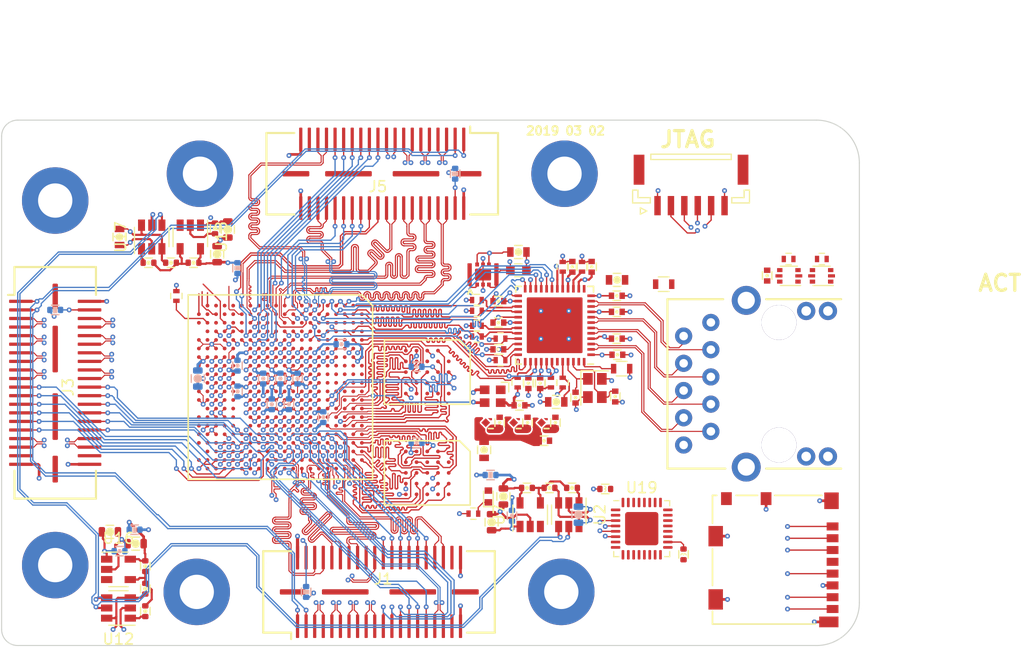
<source format=kicad_pcb>
(kicad_pcb (version 20171130) (host pcbnew 5.0.2-bee76a0~70~ubuntu18.04.1)
  (title_block (date "sam. 04 avril 2015"))
  (layers (0 F.Cu signal) (1 In1.Cu power) (2 In2.Cu signal) (3 In3.Cu power) (4 In4.Cu power) (31 B.Cu signal) (34 B.Paste user) (35 F.Paste user) (36 B.SilkS user) (37 F.SilkS user) (38 B.Mask user) (39 F.Mask user) (44 Edge.Cuts user))
  (net 0 "")
  (net 1 GND)
  (net 2 +3V3)
  (net 3 +1V8)
  (net 4 SPI_CONFIG_SS)
  (net 5 SPI_CONFIG_SCK)
  (net 6 SPI_CONFIG_MISO)
  (net 7 SPI_CONFIG_MOSI)
  (net 8 +2V5)
  (net 9 QSPI_D2)
  (net 10 QSPI_D3)
  (net 11 FPGA_RESET)
  (net 12 LED_A)
  (net 13 "Net-(D1-Pad1)")
  (net 14 +1V1)
  (net 15 JTAG_TDI)
  (net 16 JTAG_TCK)
  (net 17 JTAG_TMS)
  (net 18 JTAG_TDO)
  (net 19 +1V2)
  (net 20 "Net-(C36-Pad2)")
  (net 21 "Net-(C37-Pad2)")
  (net 22 "Net-(R19-Pad1)")
  (net 23 ETH_RX_CLK)
  (net 24 ETH_CLK125)
  (net 25 ETH_INT)
  (net 26 ETH_MDIO)
  (net 27 ETH_MDC)
  (net 28 ETH_RXD0)
  (net 29 ETH_RXD1)
  (net 30 ETH_RXD2)
  (net 31 ETH_RXD3)
  (net 32 ETH_TX_CLK)
  (net 33 ETH_TXD3)
  (net 34 ETH_TXD2)
  (net 35 ETH_TXD1)
  (net 36 ETH_TXD0)
  (net 37 HB0_DQ4)
  (net 38 HB0_DQ3)
  (net 39 HB0_DQ2)
  (net 40 HB0_CK#)
  (net 41 HB0_DQ5)
  (net 42 HB0_RESET#)
  (net 43 HB0_DQ1)
  (net 44 HB0_DQ6)
  (net 45 HB0_CS#)
  (net 46 HB0_DQ7)
  (net 47 HB0_DQ0)
  (net 48 HB0_RWDS)
  (net 49 HB0_CK)
  (net 50 HB1_DQ0)
  (net 51 HB1_DQ1)
  (net 52 HB1_DQ6)
  (net 53 HB1_DQ4)
  (net 54 HB1_RESET#)
  (net 55 HB1_RWDS)
  (net 56 HB1_DQ2)
  (net 57 HB1_DQ5)
  (net 58 HB1_DQ3)
  (net 59 HB1_CS#)
  (net 60 HB1_DQ7)
  (net 61 HB1_CK#)
  (net 62 HB1_CK)
  (net 63 +5V)
  (net 64 "Net-(CON1-Pad1)")
  (net 65 "Net-(CON1-Pad14)")
  (net 66 "Net-(CON1-Pad12)")
  (net 67 /sheetEthernet/ETH_A_N)
  (net 68 /sheetEthernet/ETH_B_N)
  (net 69 /sheetEthernet/ETH_C_N)
  (net 70 /sheetEthernet/ETH_D_N)
  (net 71 /sheetEthernet/ETH_A_P)
  (net 72 /sheetEthernet/ETH_B_P)
  (net 73 /sheetEthernet/ETH_C_P)
  (net 74 /sheetEthernet/ETH_D_P)
  (net 75 "Net-(R15-Pad1)")
  (net 76 "Net-(R24-Pad1)")
  (net 77 "Net-(C41-Pad2)")
  (net 78 ETH_RST)
  (net 79 /sheetEthernet/LED2)
  (net 80 /sheetEthernet/LED1)
  (net 81 "Net-(U10-Pad1)")
  (net 82 ETH_RX_CTRL)
  (net 83 ETH_TX_CTRL)
  (net 84 "Net-(CON1-Pad11)")
  (net 85 "Net-(J1-Pad37)")
  (net 86 "Net-(J1-Pad38)")
  (net 87 SD_DAT2)
  (net 88 SD_DAT3)
  (net 89 SD_CMD)
  (net 90 SD_CK)
  (net 91 SD_DAT0)
  (net 92 SD_DAT1)
  (net 93 SD_CD)
  (net 94 "Net-(U3-PadR1)")
  (net 95 "Net-(U3-PadT1)")
  (net 96 "Net-(U3-PadT2)")
  (net 97 "Net-(U3-PadU2)")
  (net 98 "Net-(U3-PadA3)")
  (net 99 "Net-(U3-PadB3)")
  (net 100 "Net-(U3-PadC3)")
  (net 101 "Net-(U3-PadD3)")
  (net 102 "Net-(U3-PadE3)")
  (net 103 PCLKT7_0)
  (net 104 "Net-(U3-PadR3)")
  (net 105 "Net-(U3-PadT3)")
  (net 106 "Net-(U3-PadV3)")
  (net 107 FPGA_CDONE)
  (net 108 "Net-(U3-PadE4)")
  (net 109 "Net-(U3-PadF4)")
  (net 110 "Net-(U3-PadD5)")
  (net 111 "Net-(U3-PadE5)")
  (net 112 "Net-(U3-PadH5)")
  (net 113 "Net-(U3-PadC6)")
  (net 114 VCCIO7)
  (net 115 "Net-(U3-PadA7)")
  (net 116 "Net-(U3-PadC7)")
  (net 117 "Net-(U3-PadA8)")
  (net 118 "Net-(U3-PadB8)")
  (net 119 "Net-(U3-PadC8)")
  (net 120 "Net-(U3-PadD8)")
  (net 121 "Net-(U3-PadE8)")
  (net 122 "Net-(U3-PadA9)")
  (net 123 "Net-(U3-PadB9)")
  (net 124 "Net-(U3-PadD9)")
  (net 125 "Net-(U3-PadE9)")
  (net 126 VCCIO0)
  (net 127 "Net-(U3-PadA10)")
  (net 128 "Net-(U3-PadB10)")
  (net 129 "Net-(U3-PadC10)")
  (net 130 "Net-(U3-PadA11)")
  (net 131 "Net-(U3-PadB11)")
  (net 132 "Net-(U3-PadC11)")
  (net 133 PCLKT6_1)
  (net 134 PCLKC6_1)
  (net 135 VCCIO1)
  (net 136 PCLKT6_0)
  (net 137 "Net-(U3-PadD12)")
  (net 138 "Net-(U3-PadD15)")
  (net 139 "Net-(U4-PadB5)")
  (net 140 "Net-(U4-PadC5)")
  (net 141 "Net-(U5-PadB5)")
  (net 142 "Net-(U5-PadC5)")
  (net 143 "Net-(U11-Pad47)")
  (net 144 "Net-(U11-Pad43)")
  (net 145 "Net-(U11-Pad13)")
  (net 146 "Net-(X1-Pad1)")
  (net 147 "Net-(U3-PadH3)")
  (net 148 "Net-(U3-PadA4)")
  (net 149 "Net-(U3-PadH4)")
  (net 150 "Net-(U3-PadC5)")
  (net 151 "Net-(U3-PadF5)")
  (net 152 "Net-(R1-Pad2)")
  (net 153 "Net-(R1-Pad1)")
  (net 154 /SyzygyPort0/S27)
  (net 155 /SyzygyPort0/S26)
  (net 156 /SyzygyPort0/S25)
  (net 157 /SyzygyPort0/S24)
  (net 158 /SyzygyPort0/S23)
  (net 159 /SyzygyPort0/S22)
  (net 160 /SyzygyPort0/S21)
  (net 161 /SyzygyPort0/S20)
  (net 162 /SyzygyPort0/S19)
  (net 163 /SyzygyPort0/S18)
  (net 164 /SyzygyPort0/S17)
  (net 165 /SyzygyPort0/S16)
  (net 166 /SyzygyPort0/SyzygyStandard/R_GA)
  (net 167 /SyzygyPort0/pmicSDA)
  (net 168 /SyzygyPort0/pmicSCL)
  (net 169 /SyzygyPort1/sheet5C8A3B42/R_GA)
  (net 170 /SyzygyPort1/S16)
  (net 171 /SyzygyPort1/S17)
  (net 172 /SyzygyPort1/S18)
  (net 173 /SyzygyPort1/S19)
  (net 174 /SyzygyPort1/S20)
  (net 175 /SyzygyPort1/S21)
  (net 176 /SyzygyPort1/S22)
  (net 177 /SyzygyPort1/S23)
  (net 178 /SyzygyPort1/S24)
  (net 179 /SyzygyPort1/S25)
  (net 180 /SyzygyPort1/S26)
  (net 181 /SyzygyPort1/S27)
  (net 182 "Net-(J3-Pad37)")
  (net 183 "Net-(J3-Pad38)")
  (net 184 /SyzygyPort2/sheet5C8EBAFC/R_GA)
  (net 185 /SyzygyPort2/S16)
  (net 186 /SyzygyPort2/S17)
  (net 187 /SyzygyPort2/S18)
  (net 188 /SyzygyPort2/S19)
  (net 189 /SyzygyPort2/S20)
  (net 190 /SyzygyPort2/S21)
  (net 191 /SyzygyPort2/S22)
  (net 192 /SyzygyPort2/S23)
  (net 193 /SyzygyPort2/S24)
  (net 194 /SyzygyPort2/S25)
  (net 195 /SyzygyPort2/S26)
  (net 196 /SyzygyPort2/S27)
  (net 197 "Net-(J5-Pad37)")
  (net 198 "Net-(J5-Pad38)")
  (net 199 "Net-(R6-Pad2)")
  (net 200 "Net-(R16-Pad1)")
  (net 201 "Net-(R18-Pad1)")
  (net 202 "Net-(R18-Pad2)")
  (net 203 /SyzygyPort0/SyzygyStandard/EN)
  (net 204 /SyzygyPort1/sheet5C8A3B42/EN)
  (net 205 /SyzygyPort2/sheet5C8EBAFC/EN)
  (net 206 /SyzygyPort0/D0_N)
  (net 207 /SyzygyPort0/D0_P)
  (net 208 /SyzygyPort1/D0_P)
  (net 209 /SyzygyPort1/D1_P)
  (net 210 /SyzygyPort1/D0_N)
  (net 211 /SyzygyPort1/D1_N)
  (net 212 /SyzygyPort1/D2_P)
  (net 213 /SyzygyPort1/D3_P)
  (net 214 /SyzygyPort1/D2_N)
  (net 215 /SyzygyPort1/D3_N)
  (net 216 /SyzygyPort1/D4_P)
  (net 217 /SyzygyPort1/D5_P)
  (net 218 /SyzygyPort1/D4_N)
  (net 219 /SyzygyPort1/D5_N)
  (net 220 /SyzygyPort1/D6_P)
  (net 221 /SyzygyPort1/D7_P)
  (net 222 /SyzygyPort1/D6_N)
  (net 223 /SyzygyPort1/D7_N)
  (net 224 /SyzygyPort1/P2C_CLK_P)
  (net 225 /SyzygyPort1/C2P_CLK_P)
  (net 226 /SyzygyPort1/P2C_CLK_N)
  (net 227 /SyzygyPort1/C2P_CLK_N)
  (net 228 /SyzygyPort2/D0_P)
  (net 229 /SyzygyPort2/D1_P)
  (net 230 /SyzygyPort2/D0_N)
  (net 231 /SyzygyPort2/D1_N)
  (net 232 /SyzygyPort2/D2_P)
  (net 233 /SyzygyPort2/D3_P)
  (net 234 /SyzygyPort2/D2_N)
  (net 235 /SyzygyPort2/D3_N)
  (net 236 /SyzygyPort2/D4_P)
  (net 237 /SyzygyPort2/D5_P)
  (net 238 /SyzygyPort2/D4_N)
  (net 239 /SyzygyPort2/D5_N)
  (net 240 /SyzygyPort2/D6_P)
  (net 241 /SyzygyPort2/D7_P)
  (net 242 /SyzygyPort2/D6_N)
  (net 243 /SyzygyPort2/D7_N)
  (net 244 /SyzygyPort2/P2C_CLK_P)
  (net 245 /SyzygyPort2/C2P_CLK_P)
  (net 246 /SyzygyPort2/P2C_CLK_N)
  (net 247 /SyzygyPort2/C2P_CLK_N)
  (net 248 /SyzygyPort0/C2P_CLK_N)
  (net 249 /SyzygyPort0/P2C_CLK_N)
  (net 250 /SyzygyPort0/C2P_CLK_P)
  (net 251 /SyzygyPort0/P2C_CLK_P)
  (net 252 /SyzygyPort0/D7_N)
  (net 253 /SyzygyPort0/D6_N)
  (net 254 /SyzygyPort0/D7_P)
  (net 255 /SyzygyPort0/D6_P)
  (net 256 /SyzygyPort0/D5_N)
  (net 257 /SyzygyPort0/D4_N)
  (net 258 /SyzygyPort0/D5_P)
  (net 259 /SyzygyPort0/D4_P)
  (net 260 /SyzygyPort0/D3_N)
  (net 261 /SyzygyPort0/D2_N)
  (net 262 /SyzygyPort0/D3_P)
  (net 263 /SyzygyPort0/D2_P)
  (net 264 /SyzygyPort0/D1_N)
  (net 265 /SyzygyPort0/D1_P)
  (net 266 /SyzygyPort0/syzygySCL)
  (net 267 /SyzygyPort0/syzygySDA)
  (net 268 /sheetFPGA/PORT0_VCCIO)
  (net 269 /sheetFPGA/PORT1_VCCIO)
  (net 270 /sheetFPGA/PORT2_VCCIO)
  (net 271 "Net-(U19-Pad1)")
  (net 272 "Net-(U19-Pad2)")
  (net 273 "Net-(FB1-Pad1)")
  (net 274 "Net-(U19-Pad7)")
  (net 275 "Net-(U19-Pad8)")
  (net 276 "Net-(U19-Pad9)")
  (net 277 "Net-(U19-Pad10)")
  (net 278 "Net-(U19-Pad11)")
  (net 279 "Net-(U19-Pad12)")
  (net 280 "Net-(U19-Pad13)")
  (net 281 "Net-(U19-Pad14)")
  (net 282 "Net-(U19-Pad15)")
  (net 283 "Net-(U19-Pad16)")
  (net 284 "Net-(U19-Pad17)")
  (net 285 "Net-(FB2-Pad1)")
  (net 286 "Net-(U19-Pad19)")
  (net 287 "Net-(U19-Pad20)")
  (net 288 "Net-(U19-Pad22)")
  (net 289 "Net-(U19-Pad26)")
  (net 290 "Net-(U19-Pad29)")
  (net 291 "Net-(U19-Pad32)")
  (net 292 /SmartVIO/SDA1)
  (net 293 /SmartVIO/SCL1)
  (net 294 /SmartVIO/ADC_0)
  (net 295 /SmartVIO/ADC_1)
  (net 296 /SmartVIO/ADC_2)
  (net 297 /SmartVIO/SDA0)
  (net 298 /SmartVIO/SCL0)
  (net 299 /SmartVIO/RXD0)
  (net 300 /SmartVIO/TXD0)
  (net 301 /sheetFPGA/VCCIO6)
  (net 302 /sheetFPGA/VCCIO3)
  (net 303 /sheetFPGA/VCCIO2)
  (net 304 "Net-(U3-PadC12)")
  (module gkl_conn:SYZYGY_standard_carrier (layer F.Cu) (at 112.5 105.7 270)
    (fp_text reference J3 (at 0.4 -1.2 270) (layer F.SilkS))
    (fp_text value SYZYGY-STD)
    (pad "" thru_hole circle (at 17 0 270) (size 6.2 6.2) (drill 3.2) (layers *.Cu *.Mask))
    (pad "" thru_hole circle (at -17 0 270) (size 6.2 6.2) (drill 3.2) (layers *.Cu *.Mask))
    (pad "" np_thru_hole circle (at -10.07 -2.67 270) (size 0.95 0.95) (drill 0.95) (layers *.Cu *.Mask))
    (pad "" np_thru_hole circle (at 10.08 -2.66 270) (size 0.95 0.95) (drill 0.95) (layers *.Cu *.Mask))
    (pad 40 smd roundrect (at 7.6 -3.2 270) (size 0.3 2.2) (layers F.Cu F.Paste F.Mask) (roundrect_rratio 0.2) (net 2 +3V3))
    (pad 39 smd roundrect (at 7.6 3.2 270) (size 0.3 2.2) (layers F.Cu F.Paste F.Mask) (roundrect_rratio 0.2) (net 269 /sheetFPGA/PORT1_VCCIO))
    (pad 38 smd roundrect (at 6.8 -3.2 270) (size 0.3 2.2) (layers F.Cu F.Paste F.Mask) (roundrect_rratio 0.2) (net 183 "Net-(J3-Pad38)"))
    (pad 37 smd roundrect (at 6.8 3.2 270) (size 0.3 2.2) (layers F.Cu F.Paste F.Mask) (roundrect_rratio 0.2) (net 182 "Net-(J3-Pad37)"))
    (pad 36 smd roundrect (at 6 -3.2 270) (size 0.3 2.2) (layers F.Cu F.Paste F.Mask) (roundrect_rratio 0.2) (net 227 /SyzygyPort1/C2P_CLK_N))
    (pad 35 smd roundrect (at 6 3.2 270) (size 0.3 2.2) (layers F.Cu F.Paste F.Mask) (roundrect_rratio 0.2) (net 226 /SyzygyPort1/P2C_CLK_N))
    (pad 34 smd roundrect (at 5.2 -3.2 270) (size 0.3 2.2) (layers F.Cu F.Paste F.Mask) (roundrect_rratio 0.2) (net 225 /SyzygyPort1/C2P_CLK_P))
    (pad 33 smd roundrect (at 5.2 3.2 270) (size 0.3 2.2) (layers F.Cu F.Paste F.Mask) (roundrect_rratio 0.2) (net 224 /SyzygyPort1/P2C_CLK_P))
    (pad 32 smd roundrect (at 4.4 -3.2 270) (size 0.3 2.2) (layers F.Cu F.Paste F.Mask) (roundrect_rratio 0.2) (net 181 /SyzygyPort1/S27))
    (pad 31 smd roundrect (at 4.4 3.2 270) (size 0.3 2.2) (layers F.Cu F.Paste F.Mask) (roundrect_rratio 0.2) (net 180 /SyzygyPort1/S26))
    (pad 30 smd roundrect (at 3.6 -3.2 270) (size 0.3 2.2) (layers F.Cu F.Paste F.Mask) (roundrect_rratio 0.2) (net 179 /SyzygyPort1/S25))
    (pad 29 smd roundrect (at 3.6 3.2 270) (size 0.3 2.2) (layers F.Cu F.Paste F.Mask) (roundrect_rratio 0.2) (net 178 /SyzygyPort1/S24))
    (pad 28 smd roundrect (at 2.8 -3.2 270) (size 0.3 2.2) (layers F.Cu F.Paste F.Mask) (roundrect_rratio 0.2) (net 177 /SyzygyPort1/S23))
    (pad 27 smd roundrect (at 2.8 3.2 270) (size 0.3 2.2) (layers F.Cu F.Paste F.Mask) (roundrect_rratio 0.2) (net 176 /SyzygyPort1/S22))
    (pad 26 smd roundrect (at 2 -3.2 270) (size 0.3 2.2) (layers F.Cu F.Paste F.Mask) (roundrect_rratio 0.2) (net 175 /SyzygyPort1/S21))
    (pad 25 smd roundrect (at 2 3.2 270) (size 0.3 2.2) (layers F.Cu F.Paste F.Mask) (roundrect_rratio 0.2) (net 174 /SyzygyPort1/S20))
    (pad 24 smd roundrect (at 1.2 -3.2 270) (size 0.3 2.2) (layers F.Cu F.Paste F.Mask) (roundrect_rratio 0.2) (net 173 /SyzygyPort1/S19))
    (pad 23 smd roundrect (at 1.2 3.2 270) (size 0.3 2.2) (layers F.Cu F.Paste F.Mask) (roundrect_rratio 0.2) (net 172 /SyzygyPort1/S18))
    (pad 22 smd roundrect (at 0.4 -3.2 270) (size 0.3 2.2) (layers F.Cu F.Paste F.Mask) (roundrect_rratio 0.2) (net 171 /SyzygyPort1/S17))
    (pad 21 smd roundrect (at 0.4 3.2 270) (size 0.3 2.2) (layers F.Cu F.Paste F.Mask) (roundrect_rratio 0.2) (net 170 /SyzygyPort1/S16))
    (pad 20 smd roundrect (at -0.4 -3.2 270) (size 0.3 2.2) (layers F.Cu F.Paste F.Mask) (roundrect_rratio 0.2) (net 223 /SyzygyPort1/D7_N))
    (pad 19 smd roundrect (at -0.4 3.2 270) (size 0.3 2.2) (layers F.Cu F.Paste F.Mask) (roundrect_rratio 0.2) (net 222 /SyzygyPort1/D6_N))
    (pad 18 smd roundrect (at -1.2 -3.2 270) (size 0.3 2.2) (layers F.Cu F.Paste F.Mask) (roundrect_rratio 0.2) (net 221 /SyzygyPort1/D7_P))
    (pad 17 smd roundrect (at -1.2 3.2 270) (size 0.3 2.2) (layers F.Cu F.Paste F.Mask) (roundrect_rratio 0.2) (net 220 /SyzygyPort1/D6_P))
    (pad 16 smd roundrect (at -2 -3.2 270) (size 0.3 2.2) (layers F.Cu F.Paste F.Mask) (roundrect_rratio 0.2) (net 219 /SyzygyPort1/D5_N))
    (pad 15 smd roundrect (at -2 3.2 270) (size 0.3 2.2) (layers F.Cu F.Paste F.Mask) (roundrect_rratio 0.2) (net 218 /SyzygyPort1/D4_N))
    (pad 14 smd roundrect (at -2.8 -3.2 270) (size 0.3 2.2) (layers F.Cu F.Paste F.Mask) (roundrect_rratio 0.2) (net 217 /SyzygyPort1/D5_P))
    (pad 13 smd roundrect (at -2.8 3.2 270) (size 0.3 2.2) (layers F.Cu F.Paste F.Mask) (roundrect_rratio 0.2) (net 216 /SyzygyPort1/D4_P))
    (pad 12 smd roundrect (at -3.6 -3.2 270) (size 0.3 2.2) (layers F.Cu F.Paste F.Mask) (roundrect_rratio 0.2) (net 215 /SyzygyPort1/D3_N))
    (pad 11 smd roundrect (at -3.6 3.2 270) (size 0.3 2.2) (layers F.Cu F.Paste F.Mask) (roundrect_rratio 0.2) (net 214 /SyzygyPort1/D2_N))
    (pad 10 smd roundrect (at -4.4 -3.2 270) (size 0.3 2.2) (layers F.Cu F.Paste F.Mask) (roundrect_rratio 0.2) (net 213 /SyzygyPort1/D3_P))
    (pad 9 smd roundrect (at -4.4 3.2 270) (size 0.3 2.2) (layers F.Cu F.Paste F.Mask) (roundrect_rratio 0.2) (net 212 /SyzygyPort1/D2_P))
    (pad 8 smd roundrect (at -5.2 -3.2 270) (size 0.3 2.2) (layers F.Cu F.Paste F.Mask) (roundrect_rratio 0.2) (net 211 /SyzygyPort1/D1_N))
    (pad 7 smd roundrect (at -5.2 3.2 270) (size 0.3 2.2) (layers F.Cu F.Paste F.Mask) (roundrect_rratio 0.2) (net 210 /SyzygyPort1/D0_N))
    (pad 6 smd roundrect (at -6 -3.2 270) (size 0.3 2.2) (layers F.Cu F.Paste F.Mask) (roundrect_rratio 0.2) (net 209 /SyzygyPort1/D1_P))
    (pad 5 smd roundrect (at -6 3.2 270) (size 0.3 2.2) (layers F.Cu F.Paste F.Mask) (roundrect_rratio 0.2) (net 208 /SyzygyPort1/D0_P))
    (pad 4 smd roundrect (at -6.8 -3.2 270) (size 0.3 2.2) (layers F.Cu F.Paste F.Mask) (roundrect_rratio 0.2) (net 169 /SyzygyPort1/sheet5C8A3B42/R_GA))
    (pad 3 smd roundrect (at -6.8 3.2 270) (size 0.3 2.2) (layers F.Cu F.Paste F.Mask) (roundrect_rratio 0.2) (net 267 /SyzygyPort0/syzygySDA))
    (pad 2 smd roundrect (at -7.6 -3.2 270) (size 0.3 2.2) (layers F.Cu F.Paste F.Mask) (roundrect_rratio 0.2) (net 63 +5V))
    (pad 1 smd roundrect (at -7.6 3.2 270) (size 0.3 2.2) (layers F.Cu F.Paste F.Mask) (roundrect_rratio 0.2) (net 266 /SyzygyPort0/syzygySCL))
    (pad 41 smd roundrect (at 8.05 0 180) (size 0.5 2.5) (layers F.Cu F.Paste F.Mask) (roundrect_rratio 0.2))
    (pad 41 smd roundrect (at 3.15 0 180) (size 0.5 4.35) (layers F.Cu F.Paste F.Mask) (roundrect_rratio 0.2))
    (pad 41 smd roundrect (at -3.15 0 180) (size 0.5 4.35) (layers F.Cu F.Paste F.Mask) (roundrect_rratio 0.2))
    (pad 41 smd roundrect (at -8.05 0 180) (size 0.5 2.4) (layers F.Cu F.Paste F.Mask) (roundrect_rratio 0.2))
  )
  (module gkl_conn:SYZYGY_standard_carrier (layer F.Cu) (at 143 86.2 180)
    (fp_text reference J5 (at 0.4 -1.2 180) (layer F.SilkS))
    (fp_text value SYZYGY-STD)
    (pad "" thru_hole circle (at 17 0 180) (size 6.2 6.2) (drill 3.2) (layers *.Cu *.Mask))
    (pad "" thru_hole circle (at -17 0 180) (size 6.2 6.2) (drill 3.2) (layers *.Cu *.Mask))
    (pad "" np_thru_hole circle (at -10.07 -2.67 180) (size 0.95 0.95) (drill 0.95) (layers *.Cu *.Mask))
    (pad "" np_thru_hole circle (at 10.08 -2.66 180) (size 0.95 0.95) (drill 0.95) (layers *.Cu *.Mask))
    (pad 40 smd roundrect (at 7.6 -3.2 180) (size 0.3 2.2) (layers F.Cu F.Paste F.Mask) (roundrect_rratio 0.2) (net 2 +3V3))
    (pad 39 smd roundrect (at 7.6 3.2 180) (size 0.3 2.2) (layers F.Cu F.Paste F.Mask) (roundrect_rratio 0.2) (net 270 /sheetFPGA/PORT2_VCCIO))
    (pad 38 smd roundrect (at 6.8 -3.2 180) (size 0.3 2.2) (layers F.Cu F.Paste F.Mask) (roundrect_rratio 0.2) (net 198 "Net-(J5-Pad38)"))
    (pad 37 smd roundrect (at 6.8 3.2 180) (size 0.3 2.2) (layers F.Cu F.Paste F.Mask) (roundrect_rratio 0.2) (net 197 "Net-(J5-Pad37)"))
    (pad 36 smd roundrect (at 6 -3.2 180) (size 0.3 2.2) (layers F.Cu F.Paste F.Mask) (roundrect_rratio 0.2) (net 247 /SyzygyPort2/C2P_CLK_N))
    (pad 35 smd roundrect (at 6 3.2 180) (size 0.3 2.2) (layers F.Cu F.Paste F.Mask) (roundrect_rratio 0.2) (net 246 /SyzygyPort2/P2C_CLK_N))
    (pad 34 smd roundrect (at 5.2 -3.2 180) (size 0.3 2.2) (layers F.Cu F.Paste F.Mask) (roundrect_rratio 0.2) (net 245 /SyzygyPort2/C2P_CLK_P))
    (pad 33 smd roundrect (at 5.2 3.2 180) (size 0.3 2.2) (layers F.Cu F.Paste F.Mask) (roundrect_rratio 0.2) (net 244 /SyzygyPort2/P2C_CLK_P))
    (pad 32 smd roundrect (at 4.4 -3.2 180) (size 0.3 2.2) (layers F.Cu F.Paste F.Mask) (roundrect_rratio 0.2) (net 196 /SyzygyPort2/S27))
    (pad 31 smd roundrect (at 4.4 3.2 180) (size 0.3 2.2) (layers F.Cu F.Paste F.Mask) (roundrect_rratio 0.2) (net 195 /SyzygyPort2/S26))
    (pad 30 smd roundrect (at 3.6 -3.2 180) (size 0.3 2.2) (layers F.Cu F.Paste F.Mask) (roundrect_rratio 0.2) (net 194 /SyzygyPort2/S25))
    (pad 29 smd roundrect (at 3.6 3.2 180) (size 0.3 2.2) (layers F.Cu F.Paste F.Mask) (roundrect_rratio 0.2) (net 193 /SyzygyPort2/S24))
    (pad 28 smd roundrect (at 2.8 -3.2 180) (size 0.3 2.2) (layers F.Cu F.Paste F.Mask) (roundrect_rratio 0.2) (net 192 /SyzygyPort2/S23))
    (pad 27 smd roundrect (at 2.8 3.2 180) (size 0.3 2.2) (layers F.Cu F.Paste F.Mask) (roundrect_rratio 0.2) (net 191 /SyzygyPort2/S22))
    (pad 26 smd roundrect (at 2 -3.2 180) (size 0.3 2.2) (layers F.Cu F.Paste F.Mask) (roundrect_rratio 0.2) (net 190 /SyzygyPort2/S21))
    (pad 25 smd roundrect (at 2 3.2 180) (size 0.3 2.2) (layers F.Cu F.Paste F.Mask) (roundrect_rratio 0.2) (net 189 /SyzygyPort2/S20))
    (pad 24 smd roundrect (at 1.2 -3.2 180) (size 0.3 2.2) (layers F.Cu F.Paste F.Mask) (roundrect_rratio 0.2) (net 188 /SyzygyPort2/S19))
    (pad 23 smd roundrect (at 1.2 3.2 180) (size 0.3 2.2) (layers F.Cu F.Paste F.Mask) (roundrect_rratio 0.2) (net 187 /SyzygyPort2/S18))
    (pad 22 smd roundrect (at 0.4 -3.2 180) (size 0.3 2.2) (layers F.Cu F.Paste F.Mask) (roundrect_rratio 0.2) (net 186 /SyzygyPort2/S17))
    (pad 21 smd roundrect (at 0.4 3.2 180) (size 0.3 2.2) (layers F.Cu F.Paste F.Mask) (roundrect_rratio 0.2) (net 185 /SyzygyPort2/S16))
    (pad 20 smd roundrect (at -0.4 -3.2 180) (size 0.3 2.2) (layers F.Cu F.Paste F.Mask) (roundrect_rratio 0.2) (net 243 /SyzygyPort2/D7_N))
    (pad 19 smd roundrect (at -0.4 3.2 180) (size 0.3 2.2) (layers F.Cu F.Paste F.Mask) (roundrect_rratio 0.2) (net 242 /SyzygyPort2/D6_N))
    (pad 18 smd roundrect (at -1.2 -3.2 180) (size 0.3 2.2) (layers F.Cu F.Paste F.Mask) (roundrect_rratio 0.2) (net 241 /SyzygyPort2/D7_P))
    (pad 17 smd roundrect (at -1.2 3.2 180) (size 0.3 2.2) (layers F.Cu F.Paste F.Mask) (roundrect_rratio 0.2) (net 240 /SyzygyPort2/D6_P))
    (pad 16 smd roundrect (at -2 -3.2 180) (size 0.3 2.2) (layers F.Cu F.Paste F.Mask) (roundrect_rratio 0.2) (net 239 /SyzygyPort2/D5_N))
    (pad 15 smd roundrect (at -2 3.2 180) (size 0.3 2.2) (layers F.Cu F.Paste F.Mask) (roundrect_rratio 0.2) (net 238 /SyzygyPort2/D4_N))
    (pad 14 smd roundrect (at -2.8 -3.2 180) (size 0.3 2.2) (layers F.Cu F.Paste F.Mask) (roundrect_rratio 0.2) (net 237 /SyzygyPort2/D5_P))
    (pad 13 smd roundrect (at -2.8 3.2 180) (size 0.3 2.2) (layers F.Cu F.Paste F.Mask) (roundrect_rratio 0.2) (net 236 /SyzygyPort2/D4_P))
    (pad 12 smd roundrect (at -3.6 -3.2 180) (size 0.3 2.2) (layers F.Cu F.Paste F.Mask) (roundrect_rratio 0.2) (net 235 /SyzygyPort2/D3_N))
    (pad 11 smd roundrect (at -3.6 3.2 180) (size 0.3 2.2) (layers F.Cu F.Paste F.Mask) (roundrect_rratio 0.2) (net 234 /SyzygyPort2/D2_N))
    (pad 10 smd roundrect (at -4.4 -3.2 180) (size 0.3 2.2) (layers F.Cu F.Paste F.Mask) (roundrect_rratio 0.2) (net 233 /SyzygyPort2/D3_P))
    (pad 9 smd roundrect (at -4.4 3.2 180) (size 0.3 2.2) (layers F.Cu F.Paste F.Mask) (roundrect_rratio 0.2) (net 232 /SyzygyPort2/D2_P))
    (pad 8 smd roundrect (at -5.2 -3.2 180) (size 0.3 2.2) (layers F.Cu F.Paste F.Mask) (roundrect_rratio 0.2) (net 231 /SyzygyPort2/D1_N))
    (pad 7 smd roundrect (at -5.2 3.2 180) (size 0.3 2.2) (layers F.Cu F.Paste F.Mask) (roundrect_rratio 0.2) (net 230 /SyzygyPort2/D0_N))
    (pad 6 smd roundrect (at -6 -3.2 180) (size 0.3 2.2) (layers F.Cu F.Paste F.Mask) (roundrect_rratio 0.2) (net 229 /SyzygyPort2/D1_P))
    (pad 5 smd roundrect (at -6 3.2 180) (size 0.3 2.2) (layers F.Cu F.Paste F.Mask) (roundrect_rratio 0.2) (net 228 /SyzygyPort2/D0_P))
    (pad 4 smd roundrect (at -6.8 -3.2 180) (size 0.3 2.2) (layers F.Cu F.Paste F.Mask) (roundrect_rratio 0.2) (net 184 /SyzygyPort2/sheet5C8EBAFC/R_GA))
    (pad 3 smd roundrect (at -6.8 3.2 180) (size 0.3 2.2) (layers F.Cu F.Paste F.Mask) (roundrect_rratio 0.2) (net 267 /SyzygyPort0/syzygySDA))
    (pad 2 smd roundrect (at -7.6 -3.2 180) (size 0.3 2.2) (layers F.Cu F.Paste F.Mask) (roundrect_rratio 0.2) (net 63 +5V))
    (pad 1 smd roundrect (at -7.6 3.2 180) (size 0.3 2.2) (layers F.Cu F.Paste F.Mask) (roundrect_rratio 0.2) (net 266 /SyzygyPort0/syzygySCL))
    (pad 41 smd roundrect (at 8.05 0 90) (size 0.5 2.5) (layers F.Cu F.Paste F.Mask) (roundrect_rratio 0.2))
    (pad 41 smd roundrect (at 3.15 0 90) (size 0.5 4.35) (layers F.Cu F.Paste F.Mask) (roundrect_rratio 0.2))
    (pad 41 smd roundrect (at -3.15 0 90) (size 0.5 4.35) (layers F.Cu F.Paste F.Mask) (roundrect_rratio 0.2))
    (pad 41 smd roundrect (at -8.05 0 90) (size 0.5 2.4) (layers F.Cu F.Paste F.Mask) (roundrect_rratio 0.2))
  )
  (module gkl_conn:SYZYGY_standard_carrier (layer F.Cu) (at 142.7 125.2)
    (fp_text reference J1 (at 0.4 -1.2) (layer F.SilkS))
    (fp_text value SYZYGY-STD)
    (pad "" thru_hole circle (at 17 0) (size 6.2 6.2) (drill 3.2) (layers *.Cu *.Mask))
    (pad "" thru_hole circle (at -17 0) (size 6.2 6.2) (drill 3.2) (layers *.Cu *.Mask))
    (pad "" np_thru_hole circle (at -10.07 -2.67) (size 0.95 0.95) (drill 0.95) (layers *.Cu *.Mask))
    (pad "" np_thru_hole circle (at 10.08 -2.66) (size 0.95 0.95) (drill 0.95) (layers *.Cu *.Mask))
    (pad 40 smd roundrect (at 7.6 -3.2) (size 0.3 2.2) (layers F.Cu F.Paste F.Mask) (roundrect_rratio 0.2) (net 2 +3V3))
    (pad 39 smd roundrect (at 7.6 3.2) (size 0.3 2.2) (layers F.Cu F.Paste F.Mask) (roundrect_rratio 0.2) (net 268 /sheetFPGA/PORT0_VCCIO))
    (pad 38 smd roundrect (at 6.8 -3.2) (size 0.3 2.2) (layers F.Cu F.Paste F.Mask) (roundrect_rratio 0.2) (net 86 "Net-(J1-Pad38)"))
    (pad 37 smd roundrect (at 6.8 3.2) (size 0.3 2.2) (layers F.Cu F.Paste F.Mask) (roundrect_rratio 0.2) (net 85 "Net-(J1-Pad37)"))
    (pad 36 smd roundrect (at 6 -3.2) (size 0.3 2.2) (layers F.Cu F.Paste F.Mask) (roundrect_rratio 0.2) (net 248 /SyzygyPort0/C2P_CLK_N))
    (pad 35 smd roundrect (at 6 3.2) (size 0.3 2.2) (layers F.Cu F.Paste F.Mask) (roundrect_rratio 0.2) (net 249 /SyzygyPort0/P2C_CLK_N))
    (pad 34 smd roundrect (at 5.2 -3.2) (size 0.3 2.2) (layers F.Cu F.Paste F.Mask) (roundrect_rratio 0.2) (net 250 /SyzygyPort0/C2P_CLK_P))
    (pad 33 smd roundrect (at 5.2 3.2) (size 0.3 2.2) (layers F.Cu F.Paste F.Mask) (roundrect_rratio 0.2) (net 251 /SyzygyPort0/P2C_CLK_P))
    (pad 32 smd roundrect (at 4.4 -3.2) (size 0.3 2.2) (layers F.Cu F.Paste F.Mask) (roundrect_rratio 0.2) (net 154 /SyzygyPort0/S27))
    (pad 31 smd roundrect (at 4.4 3.2) (size 0.3 2.2) (layers F.Cu F.Paste F.Mask) (roundrect_rratio 0.2) (net 155 /SyzygyPort0/S26))
    (pad 30 smd roundrect (at 3.6 -3.2) (size 0.3 2.2) (layers F.Cu F.Paste F.Mask) (roundrect_rratio 0.2) (net 156 /SyzygyPort0/S25))
    (pad 29 smd roundrect (at 3.6 3.2) (size 0.3 2.2) (layers F.Cu F.Paste F.Mask) (roundrect_rratio 0.2) (net 157 /SyzygyPort0/S24))
    (pad 28 smd roundrect (at 2.8 -3.2) (size 0.3 2.2) (layers F.Cu F.Paste F.Mask) (roundrect_rratio 0.2) (net 158 /SyzygyPort0/S23))
    (pad 27 smd roundrect (at 2.8 3.2) (size 0.3 2.2) (layers F.Cu F.Paste F.Mask) (roundrect_rratio 0.2) (net 159 /SyzygyPort0/S22))
    (pad 26 smd roundrect (at 2 -3.2) (size 0.3 2.2) (layers F.Cu F.Paste F.Mask) (roundrect_rratio 0.2) (net 160 /SyzygyPort0/S21))
    (pad 25 smd roundrect (at 2 3.2) (size 0.3 2.2) (layers F.Cu F.Paste F.Mask) (roundrect_rratio 0.2) (net 161 /SyzygyPort0/S20))
    (pad 24 smd roundrect (at 1.2 -3.2) (size 0.3 2.2) (layers F.Cu F.Paste F.Mask) (roundrect_rratio 0.2) (net 162 /SyzygyPort0/S19))
    (pad 23 smd roundrect (at 1.2 3.2) (size 0.3 2.2) (layers F.Cu F.Paste F.Mask) (roundrect_rratio 0.2) (net 163 /SyzygyPort0/S18))
    (pad 22 smd roundrect (at 0.4 -3.2) (size 0.3 2.2) (layers F.Cu F.Paste F.Mask) (roundrect_rratio 0.2) (net 164 /SyzygyPort0/S17))
    (pad 21 smd roundrect (at 0.4 3.2) (size 0.3 2.2) (layers F.Cu F.Paste F.Mask) (roundrect_rratio 0.2) (net 165 /SyzygyPort0/S16))
    (pad 20 smd roundrect (at -0.4 -3.2) (size 0.3 2.2) (layers F.Cu F.Paste F.Mask) (roundrect_rratio 0.2) (net 252 /SyzygyPort0/D7_N))
    (pad 19 smd roundrect (at -0.4 3.2) (size 0.3 2.2) (layers F.Cu F.Paste F.Mask) (roundrect_rratio 0.2) (net 253 /SyzygyPort0/D6_N))
    (pad 18 smd roundrect (at -1.2 -3.2) (size 0.3 2.2) (layers F.Cu F.Paste F.Mask) (roundrect_rratio 0.2) (net 254 /SyzygyPort0/D7_P))
    (pad 17 smd roundrect (at -1.2 3.2) (size 0.3 2.2) (layers F.Cu F.Paste F.Mask) (roundrect_rratio 0.2) (net 255 /SyzygyPort0/D6_P))
    (pad 16 smd roundrect (at -2 -3.2) (size 0.3 2.2) (layers F.Cu F.Paste F.Mask) (roundrect_rratio 0.2) (net 256 /SyzygyPort0/D5_N))
    (pad 15 smd roundrect (at -2 3.2) (size 0.3 2.2) (layers F.Cu F.Paste F.Mask) (roundrect_rratio 0.2) (net 257 /SyzygyPort0/D4_N))
    (pad 14 smd roundrect (at -2.8 -3.2) (size 0.3 2.2) (layers F.Cu F.Paste F.Mask) (roundrect_rratio 0.2) (net 258 /SyzygyPort0/D5_P))
    (pad 13 smd roundrect (at -2.8 3.2) (size 0.3 2.2) (layers F.Cu F.Paste F.Mask) (roundrect_rratio 0.2) (net 259 /SyzygyPort0/D4_P))
    (pad 12 smd roundrect (at -3.6 -3.2) (size 0.3 2.2) (layers F.Cu F.Paste F.Mask) (roundrect_rratio 0.2) (net 260 /SyzygyPort0/D3_N))
    (pad 11 smd roundrect (at -3.6 3.2) (size 0.3 2.2) (layers F.Cu F.Paste F.Mask) (roundrect_rratio 0.2) (net 261 /SyzygyPort0/D2_N))
    (pad 10 smd roundrect (at -4.4 -3.2) (size 0.3 2.2) (layers F.Cu F.Paste F.Mask) (roundrect_rratio 0.2) (net 262 /SyzygyPort0/D3_P))
    (pad 9 smd roundrect (at -4.4 3.2) (size 0.3 2.2) (layers F.Cu F.Paste F.Mask) (roundrect_rratio 0.2) (net 263 /SyzygyPort0/D2_P))
    (pad 8 smd roundrect (at -5.2 -3.2) (size 0.3 2.2) (layers F.Cu F.Paste F.Mask) (roundrect_rratio 0.2) (net 264 /SyzygyPort0/D1_N))
    (pad 7 smd roundrect (at -5.2 3.2) (size 0.3 2.2) (layers F.Cu F.Paste F.Mask) (roundrect_rratio 0.2) (net 206 /SyzygyPort0/D0_N))
    (pad 6 smd roundrect (at -6 -3.2) (size 0.3 2.2) (layers F.Cu F.Paste F.Mask) (roundrect_rratio 0.2) (net 265 /SyzygyPort0/D1_P))
    (pad 5 smd roundrect (at -6 3.2) (size 0.3 2.2) (layers F.Cu F.Paste F.Mask) (roundrect_rratio 0.2) (net 207 /SyzygyPort0/D0_P))
    (pad 4 smd roundrect (at -6.8 -3.2) (size 0.3 2.2) (layers F.Cu F.Paste F.Mask) (roundrect_rratio 0.2) (net 166 /SyzygyPort0/SyzygyStandard/R_GA))
    (pad 3 smd roundrect (at -6.8 3.2) (size 0.3 2.2) (layers F.Cu F.Paste F.Mask) (roundrect_rratio 0.2) (net 267 /SyzygyPort0/syzygySDA))
    (pad 2 smd roundrect (at -7.6 -3.2) (size 0.3 2.2) (layers F.Cu F.Paste F.Mask) (roundrect_rratio 0.2) (net 63 +5V))
    (pad 1 smd roundrect (at -7.6 3.2) (size 0.3 2.2) (layers F.Cu F.Paste F.Mask) (roundrect_rratio 0.2) (net 266 /SyzygyPort0/syzygySCL))
    (pad 41 smd roundrect (at 8.05 0 270) (size 0.5 2.5) (layers F.Cu F.Paste F.Mask) (roundrect_rratio 0.2))
    (pad 41 smd roundrect (at 3.15 0 270) (size 0.5 4.35) (layers F.Cu F.Paste F.Mask) (roundrect_rratio 0.2))
    (pad 41 smd roundrect (at -3.15 0 270) (size 0.5 4.35) (layers F.Cu F.Paste F.Mask) (roundrect_rratio 0.2))
    (pad 41 smd roundrect (at -8.05 0 270) (size 0.5 2.4) (layers F.Cu F.Paste F.Mask) (roundrect_rratio 0.2))
  )
  (module gkl_housings_bga:caBGA_381_17x17 (layer F.Cu) (at 133.5 106.100001 270)
    (fp_text reference U3 (at 0 -13.3 270) (layer F.SilkS) (effects (font (size 0 0))))
    (fp_text value ECP5U25)
    (pad W20 smd circle (at 7.6 6.8) (size 0.35 0.35) (layers F.Cu F.Paste F.Mask))
    (pad V20 smd circle (at 7.6 6) (size 0.35 0.35) (layers F.Cu F.Paste F.Mask) (net 1 GND))
    (pad U20 smd circle (at 7.6 5.2) (size 0.35 0.35) (layers F.Cu F.Paste F.Mask) (net 176 /SyzygyPort1/S22))
    (pad T20 smd circle (at 7.6 4.4) (size 0.35 0.35) (layers F.Cu F.Paste F.Mask) (net 178 /SyzygyPort1/S24))
    (pad R20 smd circle (at 7.6 3.6) (size 0.35 0.35) (layers F.Cu F.Paste F.Mask) (net 218 /SyzygyPort1/D4_N))
    (pad P20 smd circle (at 7.6 2.8) (size 0.35 0.35) (layers F.Cu F.Paste F.Mask) (net 216 /SyzygyPort1/D4_P))
    (pad N20 smd circle (at 7.6 2) (size 0.35 0.35) (layers F.Cu F.Paste F.Mask) (net 222 /SyzygyPort1/D6_N))
    (pad M20 smd circle (at 7.6 1.2) (size 0.35 0.35) (layers F.Cu F.Paste F.Mask) (net 227 /SyzygyPort1/C2P_CLK_N))
    (pad L20 smd circle (at 7.6 0.4) (size 0.35 0.35) (layers F.Cu F.Paste F.Mask) (net 225 /SyzygyPort1/C2P_CLK_P))
    (pad K20 smd circle (at 7.6 -0.4) (size 0.35 0.35) (layers F.Cu F.Paste F.Mask) (net 249 /SyzygyPort0/P2C_CLK_N))
    (pad J20 smd circle (at 7.6 -1.2) (size 0.35 0.35) (layers F.Cu F.Paste F.Mask) (net 251 /SyzygyPort0/P2C_CLK_P))
    (pad H20 smd circle (at 7.6 -2) (size 0.35 0.35) (layers F.Cu F.Paste F.Mask) (net 161 /SyzygyPort0/S20))
    (pad G20 smd circle (at 7.6 -2.8) (size 0.35 0.35) (layers F.Cu F.Paste F.Mask) (net 260 /SyzygyPort0/D3_N))
    (pad F20 smd circle (at 7.6 -3.6) (size 0.35 0.35) (layers F.Cu F.Paste F.Mask) (net 262 /SyzygyPort0/D3_P))
    (pad E20 smd circle (at 7.6 -4.4) (size 0.35 0.35) (layers F.Cu F.Paste F.Mask) (net 258 /SyzygyPort0/D5_P))
    (pad D20 smd circle (at 7.6 -5.2) (size 0.35 0.35) (layers F.Cu F.Paste F.Mask) (net 254 /SyzygyPort0/D7_P))
    (pad C20 smd circle (at 7.6 -6) (size 0.35 0.35) (layers F.Cu F.Paste F.Mask) (net 250 /SyzygyPort0/C2P_CLK_P))
    (pad B20 smd circle (at 7.6 -6.8) (size 0.35 0.35) (layers F.Cu F.Paste F.Mask) (net 54 HB1_RESET#))
    (pad Y19 smd circle (at 6.8 7.6) (size 0.35 0.35) (layers F.Cu F.Paste F.Mask))
    (pad W19 smd circle (at 6.8 6.8) (size 0.35 0.35) (layers F.Cu F.Paste F.Mask) (net 1 GND))
    (pad V19 smd circle (at 6.8 6) (size 0.35 0.35) (layers F.Cu F.Paste F.Mask) (net 1 GND))
    (pad U19 smd circle (at 6.8 5.2) (size 0.35 0.35) (layers F.Cu F.Paste F.Mask) (net 217 /SyzygyPort1/D5_P))
    (pad T19 smd circle (at 6.8 4.4) (size 0.35 0.35) (layers F.Cu F.Paste F.Mask) (net 221 /SyzygyPort1/D7_P))
    (pad R19 smd circle (at 6.8 3.6) (size 0.35 0.35) (layers F.Cu F.Paste F.Mask) (net 1 GND))
    (pad P19 smd circle (at 6.8 2.8) (size 0.35 0.35) (layers F.Cu F.Paste F.Mask) (net 172 /SyzygyPort1/S18))
    (pad N19 smd circle (at 6.8 2) (size 0.35 0.35) (layers F.Cu F.Paste F.Mask) (net 220 /SyzygyPort1/D6_P))
    (pad M19 smd circle (at 6.8 1.2) (size 0.35 0.35) (layers F.Cu F.Paste F.Mask) (net 226 /SyzygyPort1/P2C_CLK_N))
    (pad L19 smd circle (at 6.8 0.4) (size 0.35 0.35) (layers F.Cu F.Paste F.Mask) (net 224 /SyzygyPort1/P2C_CLK_P))
    (pad K19 smd circle (at 6.8 -0.4) (size 0.35 0.35) (layers F.Cu F.Paste F.Mask) (net 264 /SyzygyPort0/D1_N))
    (pad J19 smd circle (at 6.8 -1.2) (size 0.35 0.35) (layers F.Cu F.Paste F.Mask) (net 265 /SyzygyPort0/D1_P))
    (pad H19 smd circle (at 6.8 -2) (size 0.35 0.35) (layers F.Cu F.Paste F.Mask) (net 1 GND))
    (pad G19 smd circle (at 6.8 -2.8) (size 0.35 0.35) (layers F.Cu F.Paste F.Mask) (net 163 /SyzygyPort0/S18))
    (pad F19 smd circle (at 6.8 -3.6) (size 0.35 0.35) (layers F.Cu F.Paste F.Mask) (net 256 /SyzygyPort0/D5_N))
    (pad E19 smd circle (at 6.8 -4.4) (size 0.35 0.35) (layers F.Cu F.Paste F.Mask) (net 252 /SyzygyPort0/D7_N))
    (pad D19 smd circle (at 6.8 -5.2) (size 0.35 0.35) (layers F.Cu F.Paste F.Mask) (net 248 /SyzygyPort0/C2P_CLK_N))
    (pad C19 smd circle (at 6.8 -6) (size 0.35 0.35) (layers F.Cu F.Paste F.Mask) (net 1 GND))
    (pad B19 smd circle (at 6.8 -6.8) (size 0.35 0.35) (layers F.Cu F.Paste F.Mask) (net 58 HB1_DQ3))
    (pad A19 smd circle (at 6.8 -7.6) (size 0.35 0.35) (layers F.Cu F.Paste F.Mask) (net 53 HB1_DQ4))
    (pad W18 smd circle (at 6 6.8) (size 0.35 0.35) (layers F.Cu F.Paste F.Mask))
    (pad V18 smd circle (at 6 6) (size 0.35 0.35) (layers F.Cu F.Paste F.Mask))
    (pad U18 smd circle (at 6 5.2) (size 0.35 0.35) (layers F.Cu F.Paste F.Mask) (net 213 /SyzygyPort1/D3_P))
    (pad T18 smd circle (at 6 4.4) (size 0.35 0.35) (layers F.Cu F.Paste F.Mask) (net 219 /SyzygyPort1/D5_N))
    (pad R18 smd circle (at 6 3.6) (size 0.35 0.35) (layers F.Cu F.Paste F.Mask) (net 223 /SyzygyPort1/D7_N))
    (pad P18 smd circle (at 6 2.8) (size 0.35 0.35) (layers F.Cu F.Paste F.Mask) (net 170 /SyzygyPort1/S16))
    (pad N18 smd circle (at 6 2) (size 0.35 0.35) (layers F.Cu F.Paste F.Mask) (net 180 /SyzygyPort1/S26))
    (pad M18 smd circle (at 6 1.2) (size 0.35 0.35) (layers F.Cu F.Paste F.Mask) (net 177 /SyzygyPort1/S23))
    (pad L18 smd circle (at 6 0.4) (size 0.35 0.35) (layers F.Cu F.Paste F.Mask) (net 174 /SyzygyPort1/S20))
    (pad K18 smd circle (at 6 -0.4) (size 0.35 0.35) (layers F.Cu F.Paste F.Mask) (net 157 /SyzygyPort0/S24))
    (pad J18 smd circle (at 6 -1.2) (size 0.35 0.35) (layers F.Cu F.Paste F.Mask) (net 159 /SyzygyPort0/S22))
    (pad H18 smd circle (at 6 -2) (size 0.35 0.35) (layers F.Cu F.Paste F.Mask) (net 207 /SyzygyPort0/D0_P))
    (pad G18 smd circle (at 6 -2.8) (size 0.35 0.35) (layers F.Cu F.Paste F.Mask) (net 261 /SyzygyPort0/D2_N))
    (pad F18 smd circle (at 6 -3.6) (size 0.35 0.35) (layers F.Cu F.Paste F.Mask) (net 162 /SyzygyPort0/S19))
    (pad E18 smd circle (at 6 -4.4) (size 0.35 0.35) (layers F.Cu F.Paste F.Mask) (net 160 /SyzygyPort0/S21))
    (pad D18 smd circle (at 6 -5.2) (size 0.35 0.35) (layers F.Cu F.Paste F.Mask) (net 259 /SyzygyPort0/D4_P))
    (pad C18 smd circle (at 6 -6) (size 0.35 0.35) (layers F.Cu F.Paste F.Mask) (net 255 /SyzygyPort0/D6_P))
    (pad B18 smd circle (at 6 -6.8) (size 0.35 0.35) (layers F.Cu F.Paste F.Mask) (net 50 HB1_DQ0))
    (pad A18 smd circle (at 6 -7.6) (size 0.35 0.35) (layers F.Cu F.Paste F.Mask) (net 55 HB1_RWDS))
    (pad Y17 smd circle (at 5.2 7.6) (size 0.35 0.35) (layers F.Cu F.Paste F.Mask))
    (pad W17 smd circle (at 5.2 6.8) (size 0.35 0.35) (layers F.Cu F.Paste F.Mask))
    (pad V17 smd circle (at 5.2 6) (size 0.35 0.35) (layers F.Cu F.Paste F.Mask))
    (pad U17 smd circle (at 5.2 5.2) (size 0.35 0.35) (layers F.Cu F.Paste F.Mask) (net 215 /SyzygyPort1/D3_N))
    (pad T17 smd circle (at 5.2 4.4) (size 0.35 0.35) (layers F.Cu F.Paste F.Mask) (net 211 /SyzygyPort1/D1_N))
    (pad R17 smd circle (at 5.2 3.6) (size 0.35 0.35) (layers F.Cu F.Paste F.Mask) (net 179 /SyzygyPort1/S25))
    (pad P17 smd circle (at 5.2 2.8) (size 0.35 0.35) (layers F.Cu F.Paste F.Mask) (net 181 /SyzygyPort1/S27))
    (pad N17 smd circle (at 5.2 2) (size 0.35 0.35) (layers F.Cu F.Paste F.Mask) (net 212 /SyzygyPort1/D2_P))
    (pad M17 smd circle (at 5.2 1.2) (size 0.35 0.35) (layers F.Cu F.Paste F.Mask) (net 210 /SyzygyPort1/D0_N))
    (pad L17 smd circle (at 5.2 0.4) (size 0.35 0.35) (layers F.Cu F.Paste F.Mask) (net 175 /SyzygyPort1/S21))
    (pad K17 smd circle (at 5.2 -0.4) (size 0.35 0.35) (layers F.Cu F.Paste F.Mask))
    (pad J17 smd circle (at 5.2 -1.2) (size 0.35 0.35) (layers F.Cu F.Paste F.Mask) (net 155 /SyzygyPort0/S26))
    (pad H17 smd circle (at 5.2 -2) (size 0.35 0.35) (layers F.Cu F.Paste F.Mask) (net 206 /SyzygyPort0/D0_N))
    (pad G17 smd circle (at 5.2 -2.8) (size 0.35 0.35) (layers F.Cu F.Paste F.Mask) (net 1 GND))
    (pad F17 smd circle (at 5.2 -3.6) (size 0.35 0.35) (layers F.Cu F.Paste F.Mask) (net 263 /SyzygyPort0/D2_P))
    (pad E17 smd circle (at 5.2 -4.4) (size 0.35 0.35) (layers F.Cu F.Paste F.Mask) (net 257 /SyzygyPort0/D4_N))
    (pad D17 smd circle (at 5.2 -5.2) (size 0.35 0.35) (layers F.Cu F.Paste F.Mask) (net 253 /SyzygyPort0/D6_N))
    (pad C17 smd circle (at 5.2 -6) (size 0.35 0.35) (layers F.Cu F.Paste F.Mask) (net 56 HB1_DQ2))
    (pad B17 smd circle (at 5.2 -6.8) (size 0.35 0.35) (layers F.Cu F.Paste F.Mask) (net 57 HB1_DQ5))
    (pad A17 smd circle (at 5.2 -7.6) (size 0.35 0.35) (layers F.Cu F.Paste F.Mask) (net 51 HB1_DQ1))
    (pad Y16 smd circle (at 4.4 7.6) (size 0.35 0.35) (layers F.Cu F.Paste F.Mask))
    (pad W16 smd circle (at 4.4 6.8) (size 0.35 0.35) (layers F.Cu F.Paste F.Mask) (net 1 GND))
    (pad V16 smd circle (at 4.4 6) (size 0.35 0.35) (layers F.Cu F.Paste F.Mask) (net 1 GND))
    (pad U16 smd circle (at 4.4 5.2) (size 0.35 0.35) (layers F.Cu F.Paste F.Mask) (net 209 /SyzygyPort1/D1_P))
    (pad T16 smd circle (at 4.4 4.4) (size 0.35 0.35) (layers F.Cu F.Paste F.Mask))
    (pad R16 smd circle (at 4.4 3.6) (size 0.35 0.35) (layers F.Cu F.Paste F.Mask) (net 173 /SyzygyPort1/S19))
    (pad P16 smd circle (at 4.4 2.8) (size 0.35 0.35) (layers F.Cu F.Paste F.Mask) (net 214 /SyzygyPort1/D2_N))
    (pad N16 smd circle (at 4.4 2) (size 0.35 0.35) (layers F.Cu F.Paste F.Mask) (net 208 /SyzygyPort1/D0_P))
    (pad M16 smd circle (at 4.4 1.2) (size 0.35 0.35) (layers F.Cu F.Paste F.Mask) (net 1 GND))
    (pad L16 smd circle (at 4.4 0.4) (size 0.35 0.35) (layers F.Cu F.Paste F.Mask) (net 171 /SyzygyPort1/S17))
    (pad K16 smd circle (at 4.4 -0.4) (size 0.35 0.35) (layers F.Cu F.Paste F.Mask))
    (pad J16 smd circle (at 4.4 -1.2) (size 0.35 0.35) (layers F.Cu F.Paste F.Mask) (net 154 /SyzygyPort0/S27))
    (pad H16 smd circle (at 4.4 -2) (size 0.35 0.35) (layers F.Cu F.Paste F.Mask) (net 165 /SyzygyPort0/S16))
    (pad G16 smd circle (at 4.4 -2.8) (size 0.35 0.35) (layers F.Cu F.Paste F.Mask) (net 164 /SyzygyPort0/S17))
    (pad F16 smd circle (at 4.4 -3.6) (size 0.35 0.35) (layers F.Cu F.Paste F.Mask) (net 156 /SyzygyPort0/S25))
    (pad E16 smd circle (at 4.4 -4.4) (size 0.35 0.35) (layers F.Cu F.Paste F.Mask) (net 158 /SyzygyPort0/S23))
    (pad D16 smd circle (at 4.4 -5.2) (size 0.35 0.35) (layers F.Cu F.Paste F.Mask) (net 52 HB1_DQ6))
    (pad C16 smd circle (at 4.4 -6) (size 0.35 0.35) (layers F.Cu F.Paste F.Mask) (net 60 HB1_DQ7))
    (pad B16 smd circle (at 4.4 -6.8) (size 0.35 0.35) (layers F.Cu F.Paste F.Mask) (net 62 HB1_CK))
    (pad A16 smd circle (at 4.4 -7.6) (size 0.35 0.35) (layers F.Cu F.Paste F.Mask) (net 61 HB1_CK#))
    (pad Y15 smd circle (at 3.6 7.6) (size 0.35 0.35) (layers F.Cu F.Paste F.Mask))
    (pad W15 smd circle (at 3.6 6.8) (size 0.35 0.35) (layers F.Cu F.Paste F.Mask) (net 1 GND))
    (pad V15 smd circle (at 3.6 6) (size 0.35 0.35) (layers F.Cu F.Paste F.Mask) (net 1 GND))
    (pad U15 smd circle (at 3.6 5.2) (size 0.35 0.35) (layers F.Cu F.Paste F.Mask))
    (pad T15 smd circle (at 3.6 4.4) (size 0.35 0.35) (layers F.Cu F.Paste F.Mask))
    (pad P15 smd circle (at 3.6 2.8) (size 0.35 0.35) (layers F.Cu F.Paste F.Mask) (net 8 +2V5))
    (pad N15 smd circle (at 3.6 2) (size 0.35 0.35) (layers F.Cu F.Paste F.Mask) (net 1 GND))
    (pad M15 smd circle (at 3.6 1.2) (size 0.35 0.35) (layers F.Cu F.Paste F.Mask) (net 302 /sheetFPGA/VCCIO3))
    (pad L15 smd circle (at 3.6 0.4) (size 0.35 0.35) (layers F.Cu F.Paste F.Mask) (net 302 /sheetFPGA/VCCIO3))
    (pad K15 smd circle (at 3.6 -0.4) (size 0.35 0.35) (layers F.Cu F.Paste F.Mask) (net 1 GND))
    (pad J15 smd circle (at 3.6 -1.2) (size 0.35 0.35) (layers F.Cu F.Paste F.Mask) (net 303 /sheetFPGA/VCCIO2))
    (pad H15 smd circle (at 3.6 -2) (size 0.35 0.35) (layers F.Cu F.Paste F.Mask) (net 303 /sheetFPGA/VCCIO2))
    (pad G15 smd circle (at 3.6 -2.8) (size 0.35 0.35) (layers F.Cu F.Paste F.Mask) (net 1 GND))
    (pad F15 smd circle (at 3.6 -3.6) (size 0.35 0.35) (layers F.Cu F.Paste F.Mask) (net 8 +2V5))
    (pad E15 smd circle (at 3.6 -4.4) (size 0.35 0.35) (layers F.Cu F.Paste F.Mask) (net 59 HB1_CS#))
    (pad D15 smd circle (at 3.6 -5.2) (size 0.35 0.35) (layers F.Cu F.Paste F.Mask) (net 138 "Net-(U3-PadD15)"))
    (pad C15 smd circle (at 3.6 -6) (size 0.35 0.35) (layers F.Cu F.Paste F.Mask) (net 49 HB0_CK))
    (pad B15 smd circle (at 3.6 -6.8) (size 0.35 0.35) (layers F.Cu F.Paste F.Mask) (net 40 HB0_CK#))
    (pad A15 smd circle (at 3.6 -7.6) (size 0.35 0.35) (layers F.Cu F.Paste F.Mask))
    (pad Y14 smd circle (at 2.8 7.6) (size 0.35 0.35) (layers F.Cu F.Paste F.Mask))
    (pad W14 smd circle (at 2.8 6.8) (size 0.35 0.35) (layers F.Cu F.Paste F.Mask))
    (pad V14 smd circle (at 2.8 6) (size 0.35 0.35) (layers F.Cu F.Paste F.Mask) (net 1 GND))
    (pad U14 smd circle (at 2.8 5.2) (size 0.35 0.35) (layers F.Cu F.Paste F.Mask) (net 1 GND))
    (pad T14 smd circle (at 2.8 4.4) (size 0.35 0.35) (layers F.Cu F.Paste F.Mask))
    (pad P14 smd circle (at 2.8 2.8) (size 0.35 0.35) (layers F.Cu F.Paste F.Mask) (net 1 GND))
    (pad N14 smd circle (at 2.8 2) (size 0.35 0.35) (layers F.Cu F.Paste F.Mask) (net 1 GND))
    (pad M14 smd circle (at 2.8 1.2) (size 0.35 0.35) (layers F.Cu F.Paste F.Mask) (net 1 GND))
    (pad L14 smd circle (at 2.8 0.4) (size 0.35 0.35) (layers F.Cu F.Paste F.Mask) (net 302 /sheetFPGA/VCCIO3))
    (pad K14 smd circle (at 2.8 -0.4) (size 0.35 0.35) (layers F.Cu F.Paste F.Mask) (net 1 GND))
    (pad J14 smd circle (at 2.8 -1.2) (size 0.35 0.35) (layers F.Cu F.Paste F.Mask) (net 1 GND))
    (pad H14 smd circle (at 2.8 -2) (size 0.35 0.35) (layers F.Cu F.Paste F.Mask) (net 303 /sheetFPGA/VCCIO2))
    (pad G14 smd circle (at 2.8 -2.8) (size 0.35 0.35) (layers F.Cu F.Paste F.Mask) (net 1 GND))
    (pad F14 smd circle (at 2.8 -3.6) (size 0.35 0.35) (layers F.Cu F.Paste F.Mask) (net 1 GND))
    (pad E14 smd circle (at 2.8 -4.4) (size 0.35 0.35) (layers F.Cu F.Paste F.Mask) (net 46 HB0_DQ7))
    (pad D14 smd circle (at 2.8 -5.2) (size 0.35 0.35) (layers F.Cu F.Paste F.Mask) (net 37 HB0_DQ4))
    (pad C14 smd circle (at 2.8 -6) (size 0.35 0.35) (layers F.Cu F.Paste F.Mask) (net 48 HB0_RWDS))
    (pad B14 smd circle (at 2.8 -6.8) (size 0.35 0.35) (layers F.Cu F.Paste F.Mask) (net 1 GND))
    (pad A14 smd circle (at 2.8 -7.6) (size 0.35 0.35) (layers F.Cu F.Paste F.Mask) (net 39 HB0_DQ2))
    (pad W13 smd circle (at 2 6.8) (size 0.35 0.35) (layers F.Cu F.Paste F.Mask))
    (pad V13 smd circle (at 2 6) (size 0.35 0.35) (layers F.Cu F.Paste F.Mask) (net 1 GND))
    (pad U13 smd circle (at 2 5.2) (size 0.35 0.35) (layers F.Cu F.Paste F.Mask) (net 1 GND))
    (pad T13 smd circle (at 2 4.4) (size 0.35 0.35) (layers F.Cu F.Paste F.Mask))
    (pad P13 smd circle (at 2 2.8) (size 0.35 0.35) (layers F.Cu F.Paste F.Mask) (net 1 GND))
    (pad N13 smd circle (at 2 2) (size 0.35 0.35) (layers F.Cu F.Paste F.Mask) (net 14 +1V1))
    (pad M13 smd circle (at 2 1.2) (size 0.35 0.35) (layers F.Cu F.Paste F.Mask) (net 14 +1V1))
    (pad L13 smd circle (at 2 0.4) (size 0.35 0.35) (layers F.Cu F.Paste F.Mask) (net 14 +1V1))
    (pad K13 smd circle (at 2 -0.4) (size 0.35 0.35) (layers F.Cu F.Paste F.Mask) (net 14 +1V1))
    (pad J13 smd circle (at 2 -1.2) (size 0.35 0.35) (layers F.Cu F.Paste F.Mask) (net 14 +1V1))
    (pad H13 smd circle (at 2 -2) (size 0.35 0.35) (layers F.Cu F.Paste F.Mask) (net 14 +1V1))
    (pad G13 smd circle (at 2 -2.8) (size 0.35 0.35) (layers F.Cu F.Paste F.Mask) (net 1 GND))
    (pad F13 smd circle (at 2 -3.6) (size 0.35 0.35) (layers F.Cu F.Paste F.Mask) (net 1 GND))
    (pad E13 smd circle (at 2 -4.4) (size 0.35 0.35) (layers F.Cu F.Paste F.Mask) (net 42 HB0_RESET#))
    (pad D13 smd circle (at 2 -5.2) (size 0.35 0.35) (layers F.Cu F.Paste F.Mask) (net 47 HB0_DQ0))
    (pad C13 smd circle (at 2 -6) (size 0.35 0.35) (layers F.Cu F.Paste F.Mask) (net 44 HB0_DQ6))
    (pad B13 smd circle (at 2 -6.8) (size 0.35 0.35) (layers F.Cu F.Paste F.Mask) (net 43 HB0_DQ1))
    (pad A13 smd circle (at 2 -7.6) (size 0.35 0.35) (layers F.Cu F.Paste F.Mask) (net 41 HB0_DQ5))
    (pad Y12 smd circle (at 1.2 7.6) (size 0.35 0.35) (layers F.Cu F.Paste F.Mask) (net 1 GND))
    (pad W12 smd circle (at 1.2 6.8) (size 0.35 0.35) (layers F.Cu F.Paste F.Mask) (net 1 GND))
    (pad V12 smd circle (at 1.2 6) (size 0.35 0.35) (layers F.Cu F.Paste F.Mask) (net 1 GND))
    (pad U12 smd circle (at 1.2 5.2) (size 0.35 0.35) (layers F.Cu F.Paste F.Mask) (net 1 GND))
    (pad T12 smd circle (at 1.2 4.4) (size 0.35 0.35) (layers F.Cu F.Paste F.Mask))
    (pad P12 smd circle (at 1.2 2.8) (size 0.35 0.35) (layers F.Cu F.Paste F.Mask) (net 1 GND))
    (pad N12 smd circle (at 1.2 2) (size 0.35 0.35) (layers F.Cu F.Paste F.Mask) (net 14 +1V1))
    (pad M12 smd circle (at 1.2 1.2) (size 0.35 0.35) (layers F.Cu F.Paste F.Mask) (net 1 GND))
    (pad L12 smd circle (at 1.2 0.4) (size 0.35 0.35) (layers F.Cu F.Paste F.Mask) (net 1 GND))
    (pad K12 smd circle (at 1.2 -0.4) (size 0.35 0.35) (layers F.Cu F.Paste F.Mask) (net 1 GND))
    (pad J12 smd circle (at 1.2 -1.2) (size 0.35 0.35) (layers F.Cu F.Paste F.Mask) (net 1 GND))
    (pad H12 smd circle (at 1.2 -2) (size 0.35 0.35) (layers F.Cu F.Paste F.Mask) (net 14 +1V1))
    (pad G12 smd circle (at 1.2 -2.8) (size 0.35 0.35) (layers F.Cu F.Paste F.Mask) (net 1 GND))
    (pad F12 smd circle (at 1.2 -3.6) (size 0.35 0.35) (layers F.Cu F.Paste F.Mask) (net 135 VCCIO1))
    (pad E12 smd circle (at 1.2 -4.4) (size 0.35 0.35) (layers F.Cu F.Paste F.Mask) (net 45 HB0_CS#))
    (pad D12 smd circle (at 1.2 -5.2) (size 0.35 0.35) (layers F.Cu F.Paste F.Mask) (net 137 "Net-(U3-PadD12)"))
    (pad C12 smd circle (at 1.2 -6) (size 0.35 0.35) (layers F.Cu F.Paste F.Mask) (net 304 "Net-(U3-PadC12)"))
    (pad B12 smd circle (at 1.2 -6.8) (size 0.35 0.35) (layers F.Cu F.Paste F.Mask) (net 136 PCLKT6_0))
    (pad A12 smd circle (at 1.2 -7.6) (size 0.35 0.35) (layers F.Cu F.Paste F.Mask) (net 38 HB0_DQ3))
    (pad Y11 smd circle (at 0.4 7.6) (size 0.35 0.35) (layers F.Cu F.Paste F.Mask) (net 1 GND))
    (pad W11 smd circle (at 0.4 6.8) (size 0.35 0.35) (layers F.Cu F.Paste F.Mask))
    (pad V11 smd circle (at 0.4 6) (size 0.35 0.35) (layers F.Cu F.Paste F.Mask) (net 1 GND))
    (pad U11 smd circle (at 0.4 5.2) (size 0.35 0.35) (layers F.Cu F.Paste F.Mask) (net 1 GND))
    (pad T11 smd circle (at 0.4 4.4) (size 0.35 0.35) (layers F.Cu F.Paste F.Mask))
    (pad P11 smd circle (at 0.4 2.8) (size 0.35 0.35) (layers F.Cu F.Paste F.Mask) (net 1 GND))
    (pad N11 smd circle (at 0.4 2) (size 0.35 0.35) (layers F.Cu F.Paste F.Mask) (net 14 +1V1))
    (pad M11 smd circle (at 0.4 1.2) (size 0.35 0.35) (layers F.Cu F.Paste F.Mask) (net 1 GND))
    (pad L11 smd circle (at 0.4 0.4) (size 0.35 0.35) (layers F.Cu F.Paste F.Mask) (net 1 GND))
    (pad K11 smd circle (at 0.4 -0.4) (size 0.35 0.35) (layers F.Cu F.Paste F.Mask) (net 1 GND))
    (pad J11 smd circle (at 0.4 -1.2) (size 0.35 0.35) (layers F.Cu F.Paste F.Mask) (net 1 GND))
    (pad H11 smd circle (at 0.4 -2) (size 0.35 0.35) (layers F.Cu F.Paste F.Mask) (net 14 +1V1))
    (pad G11 smd circle (at 0.4 -2.8) (size 0.35 0.35) (layers F.Cu F.Paste F.Mask) (net 1 GND))
    (pad F11 smd circle (at 0.4 -3.6) (size 0.35 0.35) (layers F.Cu F.Paste F.Mask) (net 135 VCCIO1))
    (pad E11 smd circle (at 0.4 -4.4) (size 0.35 0.35) (layers F.Cu F.Paste F.Mask) (net 134 PCLKC6_1))
    (pad D11 smd circle (at 0.4 -5.2) (size 0.35 0.35) (layers F.Cu F.Paste F.Mask) (net 133 PCLKT6_1))
    (pad C11 smd circle (at 0.4 -6) (size 0.35 0.35) (layers F.Cu F.Paste F.Mask) (net 132 "Net-(U3-PadC11)"))
    (pad B11 smd circle (at 0.4 -6.8) (size 0.35 0.35) (layers F.Cu F.Paste F.Mask) (net 131 "Net-(U3-PadB11)"))
    (pad A11 smd circle (at 0.4 -7.6) (size 0.35 0.35) (layers F.Cu F.Paste F.Mask) (net 130 "Net-(U3-PadA11)"))
    (pad W10 smd circle (at -0.4 6.8) (size 0.35 0.35) (layers F.Cu F.Paste F.Mask))
    (pad V10 smd circle (at -0.4 6) (size 0.35 0.35) (layers F.Cu F.Paste F.Mask) (net 1 GND))
    (pad U10 smd circle (at -0.4 5.2) (size 0.35 0.35) (layers F.Cu F.Paste F.Mask) (net 1 GND))
    (pad T10 smd circle (at -0.4 4.4) (size 0.35 0.35) (layers F.Cu F.Paste F.Mask) (net 1 GND))
    (pad P10 smd circle (at -0.4 2.8) (size 0.35 0.35) (layers F.Cu F.Paste F.Mask) (net 2 +3V3))
    (pad N10 smd circle (at -0.4 2) (size 0.35 0.35) (layers F.Cu F.Paste F.Mask) (net 14 +1V1))
    (pad M10 smd circle (at -0.4 1.2) (size 0.35 0.35) (layers F.Cu F.Paste F.Mask) (net 1 GND))
    (pad L10 smd circle (at -0.4 0.4) (size 0.35 0.35) (layers F.Cu F.Paste F.Mask) (net 1 GND))
    (pad K10 smd circle (at -0.4 -0.4) (size 0.35 0.35) (layers F.Cu F.Paste F.Mask) (net 1 GND))
    (pad J10 smd circle (at -0.4 -1.2) (size 0.35 0.35) (layers F.Cu F.Paste F.Mask) (net 1 GND))
    (pad H10 smd circle (at -0.4 -2) (size 0.35 0.35) (layers F.Cu F.Paste F.Mask) (net 14 +1V1))
    (pad G10 smd circle (at -0.4 -2.8) (size 0.35 0.35) (layers F.Cu F.Paste F.Mask) (net 1 GND))
    (pad F10 smd circle (at -0.4 -3.6) (size 0.35 0.35) (layers F.Cu F.Paste F.Mask) (net 126 VCCIO0))
    (pad E10 smd circle (at -0.4 -4.4) (size 0.35 0.35) (layers F.Cu F.Paste F.Mask))
    (pad D10 smd circle (at -0.4 -5.2) (size 0.35 0.35) (layers F.Cu F.Paste F.Mask))
    (pad C10 smd circle (at -0.4 -6) (size 0.35 0.35) (layers F.Cu F.Paste F.Mask) (net 129 "Net-(U3-PadC10)"))
    (pad B10 smd circle (at -0.4 -6.8) (size 0.35 0.35) (layers F.Cu F.Paste F.Mask) (net 128 "Net-(U3-PadB10)"))
    (pad A10 smd circle (at -0.4 -7.6) (size 0.35 0.35) (layers F.Cu F.Paste F.Mask) (net 127 "Net-(U3-PadA10)"))
    (pad W9 smd circle (at -1.2 6.8) (size 0.35 0.35) (layers F.Cu F.Paste F.Mask))
    (pad V9 smd circle (at -1.2 6) (size 0.35 0.35) (layers F.Cu F.Paste F.Mask) (net 1 GND))
    (pad U9 smd circle (at -1.2 5.2) (size 0.35 0.35) (layers F.Cu F.Paste F.Mask) (net 1 GND))
    (pad T9 smd circle (at -1.2 4.4) (size 0.35 0.35) (layers F.Cu F.Paste F.Mask) (net 1 GND))
    (pad P9 smd circle (at -1.2 2.8) (size 0.35 0.35) (layers F.Cu F.Paste F.Mask) (net 2 +3V3))
    (pad N9 smd circle (at -1.2 2) (size 0.35 0.35) (layers F.Cu F.Paste F.Mask) (net 14 +1V1))
    (pad M9 smd circle (at -1.2 1.2) (size 0.35 0.35) (layers F.Cu F.Paste F.Mask) (net 1 GND))
    (pad L9 smd circle (at -1.2 0.4) (size 0.35 0.35) (layers F.Cu F.Paste F.Mask) (net 1 GND))
    (pad K9 smd circle (at -1.2 -0.4) (size 0.35 0.35) (layers F.Cu F.Paste F.Mask) (net 1 GND))
    (pad J9 smd circle (at -1.2 -1.2) (size 0.35 0.35) (layers F.Cu F.Paste F.Mask) (net 1 GND))
    (pad H9 smd circle (at -1.2 -2) (size 0.35 0.35) (layers F.Cu F.Paste F.Mask) (net 14 +1V1))
    (pad G9 smd circle (at -1.2 -2.8) (size 0.35 0.35) (layers F.Cu F.Paste F.Mask) (net 1 GND))
    (pad F9 smd circle (at -1.2 -3.6) (size 0.35 0.35) (layers F.Cu F.Paste F.Mask) (net 126 VCCIO0))
    (pad E9 smd circle (at -1.2 -4.4) (size 0.35 0.35) (layers F.Cu F.Paste F.Mask) (net 125 "Net-(U3-PadE9)"))
    (pad D9 smd circle (at -1.2 -5.2) (size 0.35 0.35) (layers F.Cu F.Paste F.Mask) (net 124 "Net-(U3-PadD9)"))
    (pad C9 smd circle (at -1.2 -6) (size 0.35 0.35) (layers F.Cu F.Paste F.Mask))
    (pad B9 smd circle (at -1.2 -6.8) (size 0.35 0.35) (layers F.Cu F.Paste F.Mask) (net 123 "Net-(U3-PadB9)"))
    (pad A9 smd circle (at -1.2 -7.6) (size 0.35 0.35) (layers F.Cu F.Paste F.Mask) (net 122 "Net-(U3-PadA9)"))
    (pad Y8 smd circle (at -2 7.6) (size 0.35 0.35) (layers F.Cu F.Paste F.Mask) (net 1 GND))
    (pad W8 smd circle (at -2 6.8) (size 0.35 0.35) (layers F.Cu F.Paste F.Mask))
    (pad V8 smd circle (at -2 6) (size 0.35 0.35) (layers F.Cu F.Paste F.Mask) (net 1 GND))
    (pad U8 smd circle (at -2 5.2) (size 0.35 0.35) (layers F.Cu F.Paste F.Mask) (net 1 GND))
    (pad T8 smd circle (at -2 4.4) (size 0.35 0.35) (layers F.Cu F.Paste F.Mask) (net 1 GND))
    (pad P8 smd circle (at -2 2.8) (size 0.35 0.35) (layers F.Cu F.Paste F.Mask) (net 1 GND))
    (pad N8 smd circle (at -2 2) (size 0.35 0.35) (layers F.Cu F.Paste F.Mask) (net 14 +1V1))
    (pad M8 smd circle (at -2 1.2) (size 0.35 0.35) (layers F.Cu F.Paste F.Mask) (net 14 +1V1))
    (pad L8 smd circle (at -2 0.4) (size 0.35 0.35) (layers F.Cu F.Paste F.Mask) (net 14 +1V1))
    (pad K8 smd circle (at -2 -0.4) (size 0.35 0.35) (layers F.Cu F.Paste F.Mask) (net 14 +1V1))
    (pad J8 smd circle (at -2 -1.2) (size 0.35 0.35) (layers F.Cu F.Paste F.Mask) (net 14 +1V1))
    (pad H8 smd circle (at -2 -2) (size 0.35 0.35) (layers F.Cu F.Paste F.Mask) (net 14 +1V1))
    (pad G8 smd circle (at -2 -2.8) (size 0.35 0.35) (layers F.Cu F.Paste F.Mask) (net 1 GND))
    (pad F8 smd circle (at -2 -3.6) (size 0.35 0.35) (layers F.Cu F.Paste F.Mask) (net 1 GND))
    (pad E8 smd circle (at -2 -4.4) (size 0.35 0.35) (layers F.Cu F.Paste F.Mask) (net 121 "Net-(U3-PadE8)"))
    (pad D8 smd circle (at -2 -5.2) (size 0.35 0.35) (layers F.Cu F.Paste F.Mask) (net 120 "Net-(U3-PadD8)"))
    (pad C8 smd circle (at -2 -6) (size 0.35 0.35) (layers F.Cu F.Paste F.Mask) (net 119 "Net-(U3-PadC8)"))
    (pad B8 smd circle (at -2 -6.8) (size 0.35 0.35) (layers F.Cu F.Paste F.Mask) (net 118 "Net-(U3-PadB8)"))
    (pad A8 smd circle (at -2 -7.6) (size 0.35 0.35) (layers F.Cu F.Paste F.Mask) (net 117 "Net-(U3-PadA8)"))
    (pad Y7 smd circle (at -2.8 7.6) (size 0.35 0.35) (layers F.Cu F.Paste F.Mask) (net 1 GND))
    (pad W7 smd circle (at -2.8 6.8) (size 0.35 0.35) (layers F.Cu F.Paste F.Mask) (net 1 GND))
    (pad V7 smd circle (at -2.8 6) (size 0.35 0.35) (layers F.Cu F.Paste F.Mask) (net 1 GND))
    (pad U7 smd circle (at -2.8 5.2) (size 0.35 0.35) (layers F.Cu F.Paste F.Mask) (net 1 GND))
    (pad T7 smd circle (at -2.8 4.4) (size 0.35 0.35) (layers F.Cu F.Paste F.Mask) (net 1 GND))
    (pad P7 smd circle (at -2.8 2.8) (size 0.35 0.35) (layers F.Cu F.Paste F.Mask) (net 1 GND))
    (pad N7 smd circle (at -2.8 2) (size 0.35 0.35) (layers F.Cu F.Paste F.Mask) (net 1 GND))
    (pad M7 smd circle (at -2.8 1.2) (size 0.35 0.35) (layers F.Cu F.Paste F.Mask) (net 1 GND))
    (pad L7 smd circle (at -2.8 0.4) (size 0.35 0.35) (layers F.Cu F.Paste F.Mask) (net 301 /sheetFPGA/VCCIO6))
    (pad K7 smd circle (at -2.8 -0.4) (size 0.35 0.35) (layers F.Cu F.Paste F.Mask) (net 1 GND))
    (pad J7 smd circle (at -2.8 -1.2) (size 0.35 0.35) (layers F.Cu F.Paste F.Mask) (net 1 GND))
    (pad H7 smd circle (at -2.8 -2) (size 0.35 0.35) (layers F.Cu F.Paste F.Mask) (net 114 VCCIO7))
    (pad G7 smd circle (at -2.8 -2.8) (size 0.35 0.35) (layers F.Cu F.Paste F.Mask) (net 1 GND))
    (pad F7 smd circle (at -2.8 -3.6) (size 0.35 0.35) (layers F.Cu F.Paste F.Mask) (net 1 GND))
    (pad E7 smd circle (at -2.8 -4.4) (size 0.35 0.35) (layers F.Cu F.Paste F.Mask) (net 91 SD_DAT0))
    (pad D7 smd circle (at -2.8 -5.2) (size 0.35 0.35) (layers F.Cu F.Paste F.Mask) (net 92 SD_DAT1))
    (pad C7 smd circle (at -2.8 -6) (size 0.35 0.35) (layers F.Cu F.Paste F.Mask) (net 116 "Net-(U3-PadC7)"))
    (pad B7 smd circle (at -2.8 -6.8) (size 0.35 0.35) (layers F.Cu F.Paste F.Mask) (net 1 GND))
    (pad A7 smd circle (at -2.8 -7.6) (size 0.35 0.35) (layers F.Cu F.Paste F.Mask) (net 115 "Net-(U3-PadA7)"))
    (pad Y6 smd circle (at -3.6 7.6) (size 0.35 0.35) (layers F.Cu F.Paste F.Mask) (net 1 GND))
    (pad W6 smd circle (at -3.6 6.8) (size 0.35 0.35) (layers F.Cu F.Paste F.Mask) (net 1 GND))
    (pad V6 smd circle (at -3.6 6) (size 0.35 0.35) (layers F.Cu F.Paste F.Mask) (net 1 GND))
    (pad U6 smd circle (at -3.6 5.2) (size 0.35 0.35) (layers F.Cu F.Paste F.Mask) (net 1 GND))
    (pad T6 smd circle (at -3.6 4.4) (size 0.35 0.35) (layers F.Cu F.Paste F.Mask) (net 1 GND))
    (pad P6 smd circle (at -3.6 2.8) (size 0.35 0.35) (layers F.Cu F.Paste F.Mask) (net 8 +2V5))
    (pad N6 smd circle (at -3.6 2) (size 0.35 0.35) (layers F.Cu F.Paste F.Mask) (net 1 GND))
    (pad M6 smd circle (at -3.6 1.2) (size 0.35 0.35) (layers F.Cu F.Paste F.Mask) (net 301 /sheetFPGA/VCCIO6))
    (pad L6 smd circle (at -3.6 0.4) (size 0.35 0.35) (layers F.Cu F.Paste F.Mask) (net 301 /sheetFPGA/VCCIO6))
    (pad K6 smd circle (at -3.6 -0.4) (size 0.35 0.35) (layers F.Cu F.Paste F.Mask) (net 1 GND))
    (pad J6 smd circle (at -3.6 -1.2) (size 0.35 0.35) (layers F.Cu F.Paste F.Mask) (net 114 VCCIO7))
    (pad H6 smd circle (at -3.6 -2) (size 0.35 0.35) (layers F.Cu F.Paste F.Mask) (net 114 VCCIO7))
    (pad G6 smd circle (at -3.6 -2.8) (size 0.35 0.35) (layers F.Cu F.Paste F.Mask) (net 1 GND))
    (pad F6 smd circle (at -3.6 -3.6) (size 0.35 0.35) (layers F.Cu F.Paste F.Mask) (net 8 +2V5))
    (pad E6 smd circle (at -3.6 -4.4) (size 0.35 0.35) (layers F.Cu F.Paste F.Mask) (net 87 SD_DAT2))
    (pad D6 smd circle (at -3.6 -5.2) (size 0.35 0.35) (layers F.Cu F.Paste F.Mask) (net 88 SD_DAT3))
    (pad C6 smd circle (at -3.6 -6) (size 0.35 0.35) (layers F.Cu F.Paste F.Mask) (net 113 "Net-(U3-PadC6)"))
    (pad B6 smd circle (at -3.6 -6.8) (size 0.35 0.35) (layers F.Cu F.Paste F.Mask) (net 89 SD_CMD))
    (pad A6 smd circle (at -3.6 -7.6) (size 0.35 0.35) (layers F.Cu F.Paste F.Mask) (net 90 SD_CK))
    (pad Y5 smd circle (at -4.4 7.6) (size 0.35 0.35) (layers F.Cu F.Paste F.Mask) (net 1 GND))
    (pad W5 smd circle (at -4.4 6.8) (size 0.35 0.35) (layers F.Cu F.Paste F.Mask))
    (pad V5 smd circle (at -4.4 6) (size 0.35 0.35) (layers F.Cu F.Paste F.Mask) (net 1 GND))
    (pad U5 smd circle (at -4.4 5.2) (size 0.35 0.35) (layers F.Cu F.Paste F.Mask) (net 17 JTAG_TMS))
    (pad T5 smd circle (at -4.4 4.4) (size 0.35 0.35) (layers F.Cu F.Paste F.Mask) (net 16 JTAG_TCK))
    (pad R5 smd circle (at -4.4 3.6) (size 0.35 0.35) (layers F.Cu F.Paste F.Mask) (net 15 JTAG_TDI))
    (pad P5 smd circle (at -4.4 2.8) (size 0.35 0.35) (layers F.Cu F.Paste F.Mask) (net 191 /SyzygyPort2/S22))
    (pad N5 smd circle (at -4.4 2) (size 0.35 0.35) (layers F.Cu F.Paste F.Mask) (net 238 /SyzygyPort2/D4_N))
    (pad M5 smd circle (at -4.4 1.2) (size 0.35 0.35) (layers F.Cu F.Paste F.Mask))
    (pad L5 smd circle (at -4.4 0.4) (size 0.35 0.35) (layers F.Cu F.Paste F.Mask) (net 187 /SyzygyPort2/S18))
    (pad K5 smd circle (at -4.4 -0.4) (size 0.35 0.35) (layers F.Cu F.Paste F.Mask) (net 234 /SyzygyPort2/D2_N))
    (pad J5 smd circle (at -4.4 -1.2) (size 0.35 0.35) (layers F.Cu F.Paste F.Mask) (net 230 /SyzygyPort2/D0_N))
    (pad H5 smd circle (at -4.4 -2) (size 0.35 0.35) (layers F.Cu F.Paste F.Mask) (net 112 "Net-(U3-PadH5)"))
    (pad G5 smd circle (at -4.4 -2.8) (size 0.35 0.35) (layers F.Cu F.Paste F.Mask) (net 82 ETH_RX_CTRL))
    (pad F5 smd circle (at -4.4 -3.6) (size 0.35 0.35) (layers F.Cu F.Paste F.Mask) (net 151 "Net-(U3-PadF5)"))
    (pad E5 smd circle (at -4.4 -4.4) (size 0.35 0.35) (layers F.Cu F.Paste F.Mask) (net 111 "Net-(U3-PadE5)"))
    (pad D5 smd circle (at -4.4 -5.2) (size 0.35 0.35) (layers F.Cu F.Paste F.Mask) (net 110 "Net-(U3-PadD5)"))
    (pad C5 smd circle (at -4.4 -6) (size 0.35 0.35) (layers F.Cu F.Paste F.Mask) (net 150 "Net-(U3-PadC5)"))
    (pad B5 smd circle (at -4.4 -6.8) (size 0.35 0.35) (layers F.Cu F.Paste F.Mask) (net 25 ETH_INT))
    (pad A5 smd circle (at -4.4 -7.6) (size 0.35 0.35) (layers F.Cu F.Paste F.Mask) (net 78 ETH_RST))
    (pad W4 smd circle (at -5.2 6.8) (size 0.35 0.35) (layers F.Cu F.Paste F.Mask))
    (pad V4 smd circle (at -5.2 6) (size 0.35 0.35) (layers F.Cu F.Paste F.Mask) (net 18 JTAG_TDO))
    (pad U4 smd circle (at -5.2 5.2) (size 0.35 0.35) (layers F.Cu F.Paste F.Mask) (net 1 GND))
    (pad T4 smd circle (at -5.2 4.4) (size 0.35 0.35) (layers F.Cu F.Paste F.Mask) (net 2 +3V3))
    (pad R4 smd circle (at -5.2 3.6) (size 0.35 0.35) (layers F.Cu F.Paste F.Mask) (net 1 GND))
    (pad P4 smd circle (at -5.2 2.8) (size 0.35 0.35) (layers F.Cu F.Paste F.Mask) (net 188 /SyzygyPort2/S19))
    (pad N4 smd circle (at -5.2 2) (size 0.35 0.35) (layers F.Cu F.Paste F.Mask) (net 193 /SyzygyPort2/S24))
    (pad M4 smd circle (at -5.2 1.2) (size 0.35 0.35) (layers F.Cu F.Paste F.Mask) (net 236 /SyzygyPort2/D4_P))
    (pad L4 smd circle (at -5.2 0.4) (size 0.35 0.35) (layers F.Cu F.Paste F.Mask) (net 189 /SyzygyPort2/S20))
    (pad K4 smd circle (at -5.2 -0.4) (size 0.35 0.35) (layers F.Cu F.Paste F.Mask) (net 232 /SyzygyPort2/D2_P))
    (pad J4 smd circle (at -5.2 -1.2) (size 0.35 0.35) (layers F.Cu F.Paste F.Mask) (net 228 /SyzygyPort2/D0_P))
    (pad H4 smd circle (at -5.2 -2) (size 0.35 0.35) (layers F.Cu F.Paste F.Mask) (net 149 "Net-(U3-PadH4)"))
    (pad G4 smd circle (at -5.2 -2.8) (size 0.35 0.35) (layers F.Cu F.Paste F.Mask) (net 1 GND))
    (pad F4 smd circle (at -5.2 -3.6) (size 0.35 0.35) (layers F.Cu F.Paste F.Mask) (net 109 "Net-(U3-PadF4)"))
    (pad E4 smd circle (at -5.2 -4.4) (size 0.35 0.35) (layers F.Cu F.Paste F.Mask) (net 108 "Net-(U3-PadE4)"))
    (pad D4 smd circle (at -5.2 -5.2) (size 0.35 0.35) (layers F.Cu F.Paste F.Mask) (net 1 GND))
    (pad C4 smd circle (at -5.2 -6) (size 0.35 0.35) (layers F.Cu F.Paste F.Mask) (net 26 ETH_MDIO))
    (pad B4 smd circle (at -5.2 -6.8) (size 0.35 0.35) (layers F.Cu F.Paste F.Mask) (net 27 ETH_MDC))
    (pad A4 smd circle (at -5.2 -7.6) (size 0.35 0.35) (layers F.Cu F.Paste F.Mask) (net 148 "Net-(U3-PadA4)"))
    (pad Y3 smd circle (at -6 7.6) (size 0.35 0.35) (layers F.Cu F.Paste F.Mask) (net 107 FPGA_CDONE))
    (pad W3 smd circle (at -6 6.8) (size 0.35 0.35) (layers F.Cu F.Paste F.Mask) (net 11 FPGA_RESET))
    (pad V3 smd circle (at -6 6) (size 0.35 0.35) (layers F.Cu F.Paste F.Mask) (net 106 "Net-(U3-PadV3)"))
    (pad U3 smd circle (at -6 5.2) (size 0.35 0.35) (layers F.Cu F.Paste F.Mask) (net 5 SPI_CONFIG_SCK))
    (pad T3 smd circle (at -6 4.4) (size 0.35 0.35) (layers F.Cu F.Paste F.Mask) (net 105 "Net-(U3-PadT3)"))
    (pad R3 smd circle (at -6 3.6) (size 0.35 0.35) (layers F.Cu F.Paste F.Mask) (net 104 "Net-(U3-PadR3)"))
    (pad P3 smd circle (at -6 2.8) (size 0.35 0.35) (layers F.Cu F.Paste F.Mask) (net 186 /SyzygyPort2/S17))
    (pad N3 smd circle (at -6 2) (size 0.35 0.35) (layers F.Cu F.Paste F.Mask) (net 240 /SyzygyPort2/D6_P))
    (pad M3 smd circle (at -6 1.2) (size 0.35 0.35) (layers F.Cu F.Paste F.Mask) (net 242 /SyzygyPort2/D6_N))
    (pad L3 smd circle (at -6 0.4) (size 0.35 0.35) (layers F.Cu F.Paste F.Mask) (net 192 /SyzygyPort2/S23))
    (pad K3 smd circle (at -6 -0.4) (size 0.35 0.35) (layers F.Cu F.Paste F.Mask) (net 235 /SyzygyPort2/D3_N))
    (pad J3 smd circle (at -6 -1.2) (size 0.35 0.35) (layers F.Cu F.Paste F.Mask) (net 233 /SyzygyPort2/D3_P))
    (pad H3 smd circle (at -6 -2) (size 0.35 0.35) (layers F.Cu F.Paste F.Mask) (net 147 "Net-(U3-PadH3)"))
    (pad G3 smd circle (at -6 -2.8) (size 0.35 0.35) (layers F.Cu F.Paste F.Mask) (net 23 ETH_RX_CLK))
    (pad F3 smd circle (at -6 -3.6) (size 0.35 0.35) (layers F.Cu F.Paste F.Mask) (net 83 ETH_TX_CTRL))
    (pad E3 smd circle (at -6 -4.4) (size 0.35 0.35) (layers F.Cu F.Paste F.Mask) (net 102 "Net-(U3-PadE3)"))
    (pad D3 smd circle (at -6 -5.2) (size 0.35 0.35) (layers F.Cu F.Paste F.Mask) (net 101 "Net-(U3-PadD3)"))
    (pad C3 smd circle (at -6 -6) (size 0.35 0.35) (layers F.Cu F.Paste F.Mask) (net 100 "Net-(U3-PadC3)"))
    (pad B3 smd circle (at -6 -6.8) (size 0.35 0.35) (layers F.Cu F.Paste F.Mask) (net 99 "Net-(U3-PadB3)"))
    (pad A3 smd circle (at -6 -7.6) (size 0.35 0.35) (layers F.Cu F.Paste F.Mask) (net 98 "Net-(U3-PadA3)"))
    (pad Y2 smd circle (at -6.8 7.6) (size 0.35 0.35) (layers F.Cu F.Paste F.Mask) (net 9 QSPI_D2))
    (pad W2 smd circle (at -6.8 6.8) (size 0.35 0.35) (layers F.Cu F.Paste F.Mask) (net 7 SPI_CONFIG_MOSI))
    (pad V2 smd circle (at -6.8 6) (size 0.35 0.35) (layers F.Cu F.Paste F.Mask) (net 6 SPI_CONFIG_MISO))
    (pad U2 smd circle (at -6.8 5.2) (size 0.35 0.35) (layers F.Cu F.Paste F.Mask) (net 97 "Net-(U3-PadU2)"))
    (pad T2 smd circle (at -6.8 4.4) (size 0.35 0.35) (layers F.Cu F.Paste F.Mask) (net 96 "Net-(U3-PadT2)"))
    (pad R2 smd circle (at -6.8 3.6) (size 0.35 0.35) (layers F.Cu F.Paste F.Mask) (net 4 SPI_CONFIG_SS))
    (pad P2 smd circle (at -6.8 2.8) (size 0.35 0.35) (layers F.Cu F.Paste F.Mask) (net 243 /SyzygyPort2/D7_N))
    (pad N2 smd circle (at -6.8 2) (size 0.35 0.35) (layers F.Cu F.Paste F.Mask) (net 237 /SyzygyPort2/D5_P))
    (pad M2 smd circle (at -6.8 1.2) (size 0.35 0.35) (layers F.Cu F.Paste F.Mask) (net 1 GND))
    (pad L2 smd circle (at -6.8 0.4) (size 0.35 0.35) (layers F.Cu F.Paste F.Mask) (net 185 /SyzygyPort2/S16))
    (pad K2 smd circle (at -6.8 -0.4) (size 0.35 0.35) (layers F.Cu F.Paste F.Mask) (net 229 /SyzygyPort2/D1_P))
    (pad J2 smd circle (at -6.8 -1.2) (size 0.35 0.35) (layers F.Cu F.Paste F.Mask) (net 1 GND))
    (pad H2 smd circle (at -6.8 -2) (size 0.35 0.35) (layers F.Cu F.Paste F.Mask) (net 244 /SyzygyPort2/P2C_CLK_P))
    (pad G2 smd circle (at -6.8 -2.8) (size 0.35 0.35) (layers F.Cu F.Paste F.Mask) (net 245 /SyzygyPort2/C2P_CLK_P))
    (pad F2 smd circle (at -6.8 -3.6) (size 0.35 0.35) (layers F.Cu F.Paste F.Mask) (net 103 PCLKT7_0))
    (pad E2 smd circle (at -6.8 -4.4) (size 0.35 0.35) (layers F.Cu F.Paste F.Mask) (net 32 ETH_TX_CLK))
    (pad D2 smd circle (at -6.8 -5.2) (size 0.35 0.35) (layers F.Cu F.Paste F.Mask) (net 34 ETH_TXD2))
    (pad C2 smd circle (at -6.8 -6) (size 0.35 0.35) (layers F.Cu F.Paste F.Mask) (net 28 ETH_RXD0))
    (pad B2 smd circle (at -6.8 -6.8) (size 0.35 0.35) (layers F.Cu F.Paste F.Mask) (net 30 ETH_RXD2))
    (pad A2 smd circle (at -6.8 -7.6) (size 0.35 0.35) (layers F.Cu F.Paste F.Mask) (net 29 ETH_RXD1))
    (pad W1 smd circle (at -7.6 6.8) (size 0.35 0.35) (layers F.Cu F.Paste F.Mask) (net 10 QSPI_D3))
    (pad V1 smd circle (at -7.6 6) (size 0.35 0.35) (layers F.Cu F.Paste F.Mask) (net 11 FPGA_RESET))
    (pad U1 smd circle (at -7.6 5.2) (size 0.35 0.35) (layers F.Cu F.Paste F.Mask) (net 12 LED_A))
    (pad T1 smd circle (at -7.6 4.4) (size 0.35 0.35) (layers F.Cu F.Paste F.Mask) (net 95 "Net-(U3-PadT1)"))
    (pad R1 smd circle (at -7.6 3.6) (size 0.35 0.35) (layers F.Cu F.Paste F.Mask) (net 94 "Net-(U3-PadR1)"))
    (pad P1 smd circle (at -7.6 2.8) (size 0.35 0.35) (layers F.Cu F.Paste F.Mask) (net 241 /SyzygyPort2/D7_P))
    (pad N1 smd circle (at -7.6 2) (size 0.35 0.35) (layers F.Cu F.Paste F.Mask) (net 195 /SyzygyPort2/S26))
    (pad M1 smd circle (at -7.6 1.2) (size 0.35 0.35) (layers F.Cu F.Paste F.Mask) (net 239 /SyzygyPort2/D5_N))
    (pad L1 smd circle (at -7.6 0.4) (size 0.35 0.35) (layers F.Cu F.Paste F.Mask) (net 196 /SyzygyPort2/S27))
    (pad K1 smd circle (at -7.6 -0.4) (size 0.35 0.35) (layers F.Cu F.Paste F.Mask) (net 194 /SyzygyPort2/S25))
    (pad J1 smd circle (at -7.6 -1.2) (size 0.35 0.35) (layers F.Cu F.Paste F.Mask) (net 231 /SyzygyPort2/D1_N))
    (pad H1 smd circle (at -7.6 -2) (size 0.35 0.35) (layers F.Cu F.Paste F.Mask) (net 190 /SyzygyPort2/S21))
    (pad G1 smd circle (at -7.6 -2.8) (size 0.35 0.35) (layers F.Cu F.Paste F.Mask) (net 246 /SyzygyPort2/P2C_CLK_N))
    (pad F1 smd circle (at -7.6 -3.6) (size 0.35 0.35) (layers F.Cu F.Paste F.Mask) (net 247 /SyzygyPort2/C2P_CLK_N))
    (pad E1 smd circle (at -7.6 -4.4) (size 0.35 0.35) (layers F.Cu F.Paste F.Mask) (net 33 ETH_TXD3))
    (pad D1 smd circle (at -7.6 -5.2) (size 0.35 0.35) (layers F.Cu F.Paste F.Mask) (net 35 ETH_TXD1))
    (pad C1 smd circle (at -7.6 -6) (size 0.35 0.35) (layers F.Cu F.Paste F.Mask) (net 36 ETH_TXD0))
    (pad B1 smd circle (at -7.6 -6.8) (size 0.35 0.35) (layers F.Cu F.Paste F.Mask) (net 31 ETH_RXD3))
  )
  (module gkl_conn:MAGJACK (layer F.Cu) (at 180 111.5 90)
    (fp_text reference CON1 (at 6.2 0 90) (layer F.SilkS) (effects (font (size 0 0))))
    (fp_text value JD1_0001NL)
    (pad 2 thru_hole circle (at 11.43 -6.35 90) (size 1.6 1.6) (drill 0.8) (layers *.Cu *.Mask) (net 1 GND))
    (pad 4 thru_hole circle (at 8.89 -6.35 90) (size 1.6 1.6) (drill 0.8) (layers *.Cu *.Mask) (net 74 /sheetEthernet/ETH_D_P))
    (pad 6 thru_hole circle (at 6.35 -6.35 90) (size 1.6 1.6) (drill 0.8) (layers *.Cu *.Mask) (net 73 /sheetEthernet/ETH_C_P))
    (pad 8 thru_hole circle (at 3.81 -6.35 90) (size 1.6 1.6) (drill 0.8) (layers *.Cu *.Mask) (net 72 /sheetEthernet/ETH_B_P))
    (pad 10 thru_hole circle (at 1.27 -6.35 90) (size 1.6 1.6) (drill 0.8) (layers *.Cu *.Mask) (net 71 /sheetEthernet/ETH_A_P))
    (pad 3 thru_hole circle (at 10.16 -8.89 90) (size 1.6 1.6) (drill 0.8) (layers *.Cu *.Mask) (net 70 /sheetEthernet/ETH_D_N))
    (pad 5 thru_hole circle (at 7.62 -8.89 90) (size 1.6 1.6) (drill 0.8) (layers *.Cu *.Mask) (net 69 /sheetEthernet/ETH_C_N))
    (pad 7 thru_hole circle (at 5.08 -8.89 90) (size 1.6 1.6) (drill 0.8) (layers *.Cu *.Mask) (net 68 /sheetEthernet/ETH_B_N))
    (pad 9 thru_hole circle (at 2.54 -8.89 90) (size 1.6 1.6) (drill 0.8) (layers *.Cu *.Mask) (net 67 /sheetEthernet/ETH_A_N))
    (pad 11 thru_hole circle (at 0 -8.89 90) (size 1.6 1.6) (drill 0.8) (layers *.Cu *.Mask) (net 84 "Net-(CON1-Pad11)"))
    (pad 13 thru_hole circle (at 12.5 4.57 90) (size 1.7 1.7) (drill 0.9) (layers *.Cu *.Mask) (net 80 /sheetEthernet/LED1))
    (pad 12 thru_hole circle (at 12.5 2.54 90) (size 1.7 1.7) (drill 0.9) (layers *.Cu *.Mask) (net 66 "Net-(CON1-Pad12)"))
    (pad 15 thru_hole circle (at -1.07 4.57 90) (size 1.7 1.7) (drill 0.9) (layers *.Cu *.Mask) (net 79 /sheetEthernet/LED2))
    (pad 14 thru_hole circle (at -1.07 2.54 90) (size 1.7 1.7) (drill 0.9) (layers *.Cu *.Mask) (net 65 "Net-(CON1-Pad14)"))
    (pad 1 thru_hole circle (at 13.49 -3.05 90) (size 2.7 2.7) (drill 1.6) (layers *.Cu *.Mask) (net 64 "Net-(CON1-Pad1)"))
    (pad "" thru_hole circle (at 11.43 0 90) (size 3.25 3.25) (drill 3.25) (layers *.Cu *.Mask))
    (pad "" thru_hole circle (at 0 0 90) (size 3.25 3.25) (drill 3.25) (layers *.Cu *.Mask))
    (pad 1 thru_hole circle (at -2.06 -3.05 90) (size 2.7 2.7) (drill 1.6) (layers *.Cu *.Mask) (net 64 "Net-(CON1-Pad1)"))
  )
  (module bosonFrameGrabber:BGA_24 (layer F.Cu) (at 147.2 114.1 270)
    (fp_text reference U5 (at 0 -4.81 270) (layer F.SilkS) (effects (font (size 0 0))))
    (fp_text value IS66WVH16M8ALL hide)
    (pad B1 smd circle (at -2 -1 270) (size 0.35 0.35) (layers F.Cu F.Paste F.Mask) (net 61 HB1_CK#))
    (pad C1 smd circle (at -2 0 270) (size 0.35 0.35) (layers F.Cu F.Paste F.Mask) (net 1 GND))
    (pad D1 smd circle (at -2 1 270) (size 0.35 0.35) (layers F.Cu F.Paste F.Mask) (net 3 +1V8))
    (pad E1 smd circle (at -2 2 270) (size 0.35 0.35) (layers F.Cu F.Paste F.Mask) (net 60 HB1_DQ7))
    (pad A2 smd circle (at -1 -2 270) (size 0.35 0.35) (layers F.Cu F.Paste F.Mask))
    (pad B2 smd circle (at -1 -1 270) (size 0.35 0.35) (layers F.Cu F.Paste F.Mask) (net 62 HB1_CK))
    (pad C2 smd circle (at -1 0 270) (size 0.35 0.35) (layers F.Cu F.Paste F.Mask))
    (pad D2 smd circle (at -1 1 270) (size 0.35 0.35) (layers F.Cu F.Paste F.Mask) (net 51 HB1_DQ1))
    (pad E2 smd circle (at -1 2 270) (size 0.35 0.35) (layers F.Cu F.Paste F.Mask) (net 52 HB1_DQ6))
    (pad A3 smd circle (at 0 -2 270) (size 0.35 0.35) (layers F.Cu F.Paste F.Mask) (net 59 HB1_CS#))
    (pad B3 smd circle (at 0 -1 270) (size 0.35 0.35) (layers F.Cu F.Paste F.Mask) (net 1 GND))
    (pad C3 smd circle (at 0 0 270) (size 0.35 0.35) (layers F.Cu F.Paste F.Mask) (net 55 HB1_RWDS))
    (pad D3 smd circle (at 0 1 270) (size 0.35 0.35) (layers F.Cu F.Paste F.Mask) (net 50 HB1_DQ0))
    (pad E3 smd circle (at 0 2 270) (size 0.35 0.35) (layers F.Cu F.Paste F.Mask) (net 57 HB1_DQ5))
    (pad A4 smd circle (at 1 -2 270) (size 0.35 0.35) (layers F.Cu F.Paste F.Mask) (net 54 HB1_RESET#))
    (pad B4 smd circle (at 1 -1 270) (size 0.35 0.35) (layers F.Cu F.Paste F.Mask) (net 3 +1V8))
    (pad C4 smd circle (at 1 0 270) (size 0.35 0.35) (layers F.Cu F.Paste F.Mask) (net 56 HB1_DQ2))
    (pad D4 smd circle (at 1 1 270) (size 0.35 0.35) (layers F.Cu F.Paste F.Mask) (net 58 HB1_DQ3))
    (pad E4 smd circle (at 1 2 270) (size 0.35 0.35) (layers F.Cu F.Paste F.Mask) (net 3 +1V8))
    (pad A5 smd circle (at 2 -2 270) (size 0.35 0.35) (layers F.Cu F.Paste F.Mask))
    (pad B5 smd circle (at 2 -1 270) (size 0.35 0.35) (layers F.Cu F.Paste F.Mask) (net 141 "Net-(U5-PadB5)"))
    (pad C5 smd circle (at 2 0 270) (size 0.35 0.35) (layers F.Cu F.Paste F.Mask) (net 142 "Net-(U5-PadC5)"))
    (pad D5 smd circle (at 2 1 270) (size 0.35 0.35) (layers F.Cu F.Paste F.Mask) (net 53 HB1_DQ4))
    (pad E5 smd circle (at 2 2 270) (size 0.35 0.35) (layers F.Cu F.Paste F.Mask) (net 1 GND))
  )
  (module Resistors_SMD:R_0402 (layer F.Cu) (at 151.83 101.38)
    (fp_text reference R9 (at 0 -1.35) (layer F.SilkS) (effects (font (size 0 0))))
    (fp_text value 1k5)
    (pad 2 smd rect (at 0.45 0) (size 0.4 0.6) (layers F.Cu F.Paste F.Mask) (net 28 ETH_RXD0))
    (pad 1 smd rect (at -0.45 0) (size 0.4 0.6) (layers F.Cu F.Paste F.Mask) (net 3 +1V8))
  )
  (module Oscillators:Oscillator_SMD_SeikoEpson_SG210-4pin_2.5x2.0mm (layer F.Cu) (at 162.83 106.18 270)
    (fp_text reference Y1 (at 0 -2.2 270) (layer F.SilkS) (effects (font (size 0 0))))
    (fp_text value 25Mhz)
    (pad 4 smd rect (at -0.85 -0.65 270) (size 1.1 0.9) (layers F.Cu F.Paste F.Mask) (net 1 GND))
    (pad 3 smd rect (at 0.85 -0.65 270) (size 1.1 0.9) (layers F.Cu F.Paste F.Mask) (net 21 "Net-(C37-Pad2)"))
    (pad 2 smd rect (at 0.85 0.65 270) (size 1.1 0.9) (layers F.Cu F.Paste F.Mask) (net 1 GND))
    (pad 1 smd rect (at -0.85 0.65 270) (size 1.1 0.9) (layers F.Cu F.Paste F.Mask) (net 20 "Net-(C36-Pad2)"))
  )
  (module Oscillators:Oscillator_SMD_SeikoEpson_SG210-4pin_2.5x2.0mm (layer F.Cu) (at 153.3 106.95 180)
    (fp_text reference X1 (at 0 -2.2 180) (layer F.SilkS) (effects (font (size 0 0))))
    (fp_text value ASDMB)
    (pad 1 smd rect (at -0.75 0.6 180) (size 0.9 0.8) (layers F.Cu F.Paste F.Mask) (net 146 "Net-(X1-Pad1)"))
    (pad 2 smd rect (at 0.75 0.6 180) (size 0.9 0.8) (layers F.Cu F.Paste F.Mask) (net 1 GND))
    (pad 3 smd rect (at 0.75 -0.6 180) (size 0.9 0.8) (layers F.Cu F.Paste F.Mask) (net 136 PCLKT6_0))
    (pad 4 smd rect (at -0.75 -0.6 180) (size 0.9 0.8) (layers F.Cu F.Paste F.Mask) (net 3 +1V8))
  )
  (module bosonFrameGrabber:BGA_24 (layer F.Cu) (at 147.2 104.7 270)
    (fp_text reference U4 (at 0 -4.81 270) (layer F.SilkS) (effects (font (size 0 0))))
    (fp_text value IS66WVH16M8ALL hide)
    (pad B1 smd circle (at -2 -1 270) (size 0.35 0.35) (layers F.Cu F.Paste F.Mask) (net 40 HB0_CK#))
    (pad C1 smd circle (at -2 0 270) (size 0.35 0.35) (layers F.Cu F.Paste F.Mask) (net 1 GND))
    (pad D1 smd circle (at -2 1 270) (size 0.35 0.35) (layers F.Cu F.Paste F.Mask) (net 3 +1V8))
    (pad E1 smd circle (at -2 2 270) (size 0.35 0.35) (layers F.Cu F.Paste F.Mask) (net 46 HB0_DQ7))
    (pad A2 smd circle (at -1 -2 270) (size 0.35 0.35) (layers F.Cu F.Paste F.Mask))
    (pad B2 smd circle (at -1 -1 270) (size 0.35 0.35) (layers F.Cu F.Paste F.Mask) (net 49 HB0_CK))
    (pad C2 smd circle (at -1 0 270) (size 0.35 0.35) (layers F.Cu F.Paste F.Mask))
    (pad D2 smd circle (at -1 1 270) (size 0.35 0.35) (layers F.Cu F.Paste F.Mask) (net 43 HB0_DQ1))
    (pad E2 smd circle (at -1 2 270) (size 0.35 0.35) (layers F.Cu F.Paste F.Mask) (net 44 HB0_DQ6))
    (pad A3 smd circle (at 0 -2 270) (size 0.35 0.35) (layers F.Cu F.Paste F.Mask) (net 45 HB0_CS#))
    (pad B3 smd circle (at 0 -1 270) (size 0.35 0.35) (layers F.Cu F.Paste F.Mask) (net 1 GND))
    (pad C3 smd circle (at 0 0 270) (size 0.35 0.35) (layers F.Cu F.Paste F.Mask) (net 48 HB0_RWDS))
    (pad D3 smd circle (at 0 1 270) (size 0.35 0.35) (layers F.Cu F.Paste F.Mask) (net 47 HB0_DQ0))
    (pad E3 smd circle (at 0 2 270) (size 0.35 0.35) (layers F.Cu F.Paste F.Mask) (net 41 HB0_DQ5))
    (pad A4 smd circle (at 1 -2 270) (size 0.35 0.35) (layers F.Cu F.Paste F.Mask) (net 42 HB0_RESET#))
    (pad B4 smd circle (at 1 -1 270) (size 0.35 0.35) (layers F.Cu F.Paste F.Mask) (net 3 +1V8))
    (pad C4 smd circle (at 1 0 270) (size 0.35 0.35) (layers F.Cu F.Paste F.Mask) (net 39 HB0_DQ2))
    (pad D4 smd circle (at 1 1 270) (size 0.35 0.35) (layers F.Cu F.Paste F.Mask) (net 38 HB0_DQ3))
    (pad E4 smd circle (at 1 2 270) (size 0.35 0.35) (layers F.Cu F.Paste F.Mask) (net 3 +1V8))
    (pad A5 smd circle (at 2 -2 270) (size 0.35 0.35) (layers F.Cu F.Paste F.Mask))
    (pad B5 smd circle (at 2 -1 270) (size 0.35 0.35) (layers F.Cu F.Paste F.Mask) (net 139 "Net-(U4-PadB5)"))
    (pad C5 smd circle (at 2 0 270) (size 0.35 0.35) (layers F.Cu F.Paste F.Mask) (net 140 "Net-(U4-PadC5)"))
    (pad D5 smd circle (at 2 1 270) (size 0.35 0.35) (layers F.Cu F.Paste F.Mask) (net 37 HB0_DQ4))
    (pad E5 smd circle (at 2 2 270) (size 0.35 0.35) (layers F.Cu F.Paste F.Mask) (net 1 GND))
  )
  (module bosonFrameGrabber:1040310811 (layer F.Cu) (at 185 122.2 90)
    (fp_text reference J4 (at -0.1 -14.2 90) (layer F.SilkS) (effects (font (size 0 0))))
    (fp_text value MicroSD)
    (pad 1 smd rect (at 3.105 0 90) (size 0.75 1.1) (layers F.Cu F.Paste F.Mask) (net 87 SD_DAT2))
    (pad 2 smd rect (at 2.005 0 90) (size 0.75 1.1) (layers F.Cu F.Paste F.Mask) (net 88 SD_DAT3))
    (pad 3 smd rect (at 0.905 0 90) (size 0.75 1.1) (layers F.Cu F.Paste F.Mask) (net 89 SD_CMD))
    (pad 4 smd rect (at -0.195 0 90) (size 0.75 1.1) (layers F.Cu F.Paste F.Mask) (net 2 +3V3))
    (pad 5 smd rect (at -1.295 0 90) (size 0.75 1.1) (layers F.Cu F.Paste F.Mask) (net 90 SD_CK))
    (pad 6 smd rect (at -2.395 0 90) (size 0.75 1.1) (layers F.Cu F.Paste F.Mask) (net 1 GND))
    (pad 7 smd rect (at -3.495 0 90) (size 0.75 1.1) (layers F.Cu F.Paste F.Mask) (net 91 SD_DAT0))
    (pad 8 smd rect (at -4.595 0 90) (size 0.75 1.1) (layers F.Cu F.Paste F.Mask) (net 92 SD_DAT1))
    (pad 9 smd rect (at -5.8 -0.35 90) (size 1 1.8) (layers F.Cu F.Paste F.Mask) (net 1 GND))
    (pad 9 smd rect (at 5.5 -0.1 90) (size 1.55 1.35) (layers F.Cu F.Paste F.Mask) (net 1 GND))
    (pad 10 smd rect (at 5.7 -6.2 90) (size 1.2 1) (layers F.Cu F.Paste F.Mask) (net 1 GND))
    (pad 11 smd rect (at 5.7 -9.9 90) (size 1.2 1) (layers F.Cu F.Paste F.Mask) (net 93 SD_CD))
    (pad 9 smd rect (at 2.2 -10.9 90) (size 1.9 1.35) (layers F.Cu F.Paste F.Mask) (net 1 GND))
    (pad 9 smd rect (at -3.7 -10.9 90) (size 1.9 1.35) (layers F.Cu F.Paste F.Mask) (net 1 GND))
  )
  (module LEDs:LED_0402 (layer F.Cu) (at 152.9 116.3 90)
    (fp_text reference D1 (at 0 -1.2 90) (layer F.SilkS) (effects (font (size 0 0))))
    (fp_text value LED)
    (pad 1 smd rect (at -0.55 0 270) (size 0.6 0.7) (layers F.Cu F.Paste F.Mask) (net 13 "Net-(D1-Pad1)"))
    (pad 2 smd rect (at 0.55 0 270) (size 0.6 0.7) (layers F.Cu F.Paste F.Mask) (net 12 LED_A))
  )
  (module Resistors_SMD:R_0402 (layer F.Cu) (at 151.5 117.9)
    (fp_text reference R3 (at 0 -1.35) (layer F.SilkS) (effects (font (size 0 0))))
    (fp_text value 1k)
    (pad 1 smd rect (at -0.45 0) (size 0.4 0.6) (layers F.Cu F.Paste F.Mask) (net 1 GND))
    (pad 2 smd rect (at 0.45 0) (size 0.4 0.6) (layers F.Cu F.Paste F.Mask) (net 13 "Net-(D1-Pad1)"))
  )
  (module Resistors_SMD:R_0402 (layer F.Cu) (at 123.8 97.6 270)
    (fp_text reference R4 (at 0 -1.35 270) (layer F.SilkS) (effects (font (size 0 0))))
    (fp_text value 10k)
    (pad 1 smd rect (at -0.45 0 270) (size 0.4 0.6) (layers F.Cu F.Paste F.Mask) (net 2 +3V3))
    (pad 2 smd rect (at 0.45 0 270) (size 0.4 0.6) (layers F.Cu F.Paste F.Mask) (net 11 FPGA_RESET))
  )
  (module bosonFrameGrabber:X2SON (layer F.Cu) (at 152.65 109.415 180)
    (fp_text reference U1 (at 0 -5.5 180) (layer F.SilkS) (effects (font (size 0 0))))
    (fp_text value TLV725P)
    (pad 2 smd rect (at 0 0 225) (size 0.58 0.58) (layers F.Cu F.Paste F.Mask) (net 1 GND))
    (pad 1 smd custom (at -0.52 -0.325 180) (size 0.18 0.2) (layers F.Cu F.Paste F.Mask) (net 8 +2V5) (options (clearance outline) (anchor rect)) (primitives (gr_poly (pts (xy 0.09 -0.1) (xy 0.27 -0.1) (xy 0.27 -0.075) (xy 0.09 0.1)) (width 0))))
    (pad 3 smd custom (at 0.52 0.325) (size 0.18 0.2) (layers F.Cu F.Paste F.Mask) (net 2 +3V3) (options (clearance outline) (anchor rect)) (primitives (gr_poly (pts (xy 0.09 -0.1) (xy 0.27 -0.1) (xy 0.27 -0.075) (xy 0.09 0.1)) (width 0))))
    (pad 4 smd custom (at 0.5 -0.325) (size 0.18 0.2) (layers F.Cu F.Paste F.Mask) (net 2 +3V3) (options (clearance outline) (anchor rect)) (primitives (gr_poly (pts (xy 0.09 -0.1) (xy 0.27 0.075) (xy 0.27 0.1) (xy 0.09 0.1)) (width 0))))
    (pad 2 smd custom (at -0.5 0.325 180) (size 0.18 0.2) (layers F.Cu F.Paste F.Mask) (net 1 GND) (options (clearance outline) (anchor rect)) (primitives (gr_poly (pts (xy 0.09 -0.1) (xy 0.27 0.075) (xy 0.27 0.1) (xy 0.09 0.1)) (width 0))))
  )
  (module bosonFrameGrabber:X2SON (layer F.Cu) (at 155.25 109.415001 180)
    (fp_text reference U8 (at 0 -5.5 180) (layer F.SilkS) (effects (font (size 0 0))))
    (fp_text value TLV718P)
    (pad 2 smd custom (at -0.5 0.325 180) (size 0.18 0.2) (layers F.Cu F.Paste F.Mask) (net 1 GND) (options (clearance outline) (anchor rect)) (primitives (gr_poly (pts (xy 0.09 -0.1) (xy 0.27 0.075) (xy 0.27 0.1) (xy 0.09 0.1)) (width 0))))
    (pad 4 smd custom (at 0.5 -0.325) (size 0.18 0.2) (layers F.Cu F.Paste F.Mask) (net 2 +3V3) (options (clearance outline) (anchor rect)) (primitives (gr_poly (pts (xy 0.09 -0.1) (xy 0.27 0.075) (xy 0.27 0.1) (xy 0.09 0.1)) (width 0))))
    (pad 3 smd custom (at 0.52 0.325) (size 0.18 0.2) (layers F.Cu F.Paste F.Mask) (net 2 +3V3) (options (clearance outline) (anchor rect)) (primitives (gr_poly (pts (xy 0.09 -0.1) (xy 0.27 -0.1) (xy 0.27 -0.075) (xy 0.09 0.1)) (width 0))))
    (pad 1 smd custom (at -0.52 -0.325 180) (size 0.18 0.2) (layers F.Cu F.Paste F.Mask) (net 3 +1V8) (options (clearance outline) (anchor rect)) (primitives (gr_poly (pts (xy 0.09 -0.1) (xy 0.27 -0.1) (xy 0.27 -0.075) (xy 0.09 0.1)) (width 0))))
    (pad 2 smd rect (at 0 0 225) (size 0.58 0.58) (layers F.Cu F.Paste F.Mask) (net 1 GND))
  )
  (module bosonFrameGrabber:X2SON (layer F.Cu) (at 157.85 109.415 180)
    (fp_text reference U9 (at 0 -5.5 180) (layer F.SilkS) (effects (font (size 0 0))))
    (fp_text value TLV711P)
    (pad 2 smd rect (at 0 0 225) (size 0.58 0.58) (layers F.Cu F.Paste F.Mask) (net 1 GND))
    (pad 1 smd custom (at -0.52 -0.325 180) (size 0.18 0.2) (layers F.Cu F.Paste F.Mask) (net 14 +1V1) (options (clearance outline) (anchor rect)) (primitives (gr_poly (pts (xy 0.09 -0.1) (xy 0.27 -0.1) (xy 0.27 -0.075) (xy 0.09 0.1)) (width 0))))
    (pad 3 smd custom (at 0.52 0.325) (size 0.18 0.2) (layers F.Cu F.Paste F.Mask) (net 2 +3V3) (options (clearance outline) (anchor rect)) (primitives (gr_poly (pts (xy 0.09 -0.1) (xy 0.27 -0.1) (xy 0.27 -0.075) (xy 0.09 0.1)) (width 0))))
    (pad 4 smd custom (at 0.5 -0.325) (size 0.18 0.2) (layers F.Cu F.Paste F.Mask) (net 2 +3V3) (options (clearance outline) (anchor rect)) (primitives (gr_poly (pts (xy 0.09 -0.1) (xy 0.27 0.075) (xy 0.27 0.1) (xy 0.09 0.1)) (width 0))))
    (pad 2 smd custom (at -0.5 0.325 180) (size 0.18 0.2) (layers F.Cu F.Paste F.Mask) (net 1 GND) (options (clearance outline) (anchor rect)) (primitives (gr_poly (pts (xy 0.09 -0.1) (xy 0.27 0.075) (xy 0.27 0.1) (xy 0.09 0.1)) (width 0))))
  )
  (module Connectors_JST:JST_GH_BM06B-GHS-TBT_06x1.25mm_Straight (layer F.Cu) (at 171.8 87.5)
    (fp_text reference J2 hide)
    (fp_text value "JST GH Series" hide)
    (pad 1 smd rect (at -3.125 1.675) (size 0.6 1.8) (layers F.Cu F.Paste F.Mask) (net 2 +3V3))
    (pad 2 smd rect (at -1.875 1.675) (size 0.6 1.8) (layers F.Cu F.Paste F.Mask) (net 17 JTAG_TMS))
    (pad 3 smd rect (at -0.625 1.675) (size 0.6 1.8) (layers F.Cu F.Paste F.Mask) (net 16 JTAG_TCK))
    (pad 4 smd rect (at 0.625 1.675) (size 0.6 1.8) (layers F.Cu F.Paste F.Mask) (net 15 JTAG_TDI))
    (pad 5 smd rect (at 1.875 1.675) (size 0.6 1.8) (layers F.Cu F.Paste F.Mask) (net 18 JTAG_TDO))
    (pad 6 smd rect (at 3.125 1.675) (size 0.6 1.8) (layers F.Cu F.Paste F.Mask) (net 1 GND))
    (pad "" smd rect (at 4.85 -1.675) (size 1 2.8) (layers F.Cu F.Paste F.Mask))
    (pad "" smd rect (at -4.85 -1.675) (size 1 2.8) (layers F.Cu F.Paste F.Mask))
  )
  (module Resistors_SMD:R_0603 (layer F.Cu) (at 165.33 104.38)
    (fp_text reference R19 (at 0 -1.45) (layer F.SilkS) (effects (font (size 0 0))))
    (fp_text value 12.1K)
    (pad 2 smd rect (at 0.75 0) (size 0.5 0.9) (layers F.Cu F.Paste F.Mask) (net 1 GND))
    (pad 1 smd rect (at -0.75 0) (size 0.5 0.9) (layers F.Cu F.Paste F.Mask) (net 22 "Net-(R19-Pad1)"))
  )
  (module Housings_DFN_QFN:QFN-48-1EP_7x7mm_Pitch0.5mm (layer F.Cu) (at 159.08 100.330001 180)
    (fp_text reference U11 (at 0 -4.75 180) (layer F.SilkS) (effects (font (size 0 0))))
    (fp_text value KSZ9031)
    (pad 49 smd rect (at -1.93125 -1.93125 180) (size 1.2875 1.2875) (layers F.Cu F.Paste F.Mask) (net 1 GND))
    (pad 49 smd rect (at -1.93125 -0.64375 180) (size 1.2875 1.2875) (layers F.Cu F.Paste F.Mask) (net 1 GND))
    (pad 49 smd rect (at -1.93125 0.64375 180) (size 1.2875 1.2875) (layers F.Cu F.Paste F.Mask) (net 1 GND))
    (pad 49 smd rect (at -1.93125 1.93125 180) (size 1.2875 1.2875) (layers F.Cu F.Paste F.Mask) (net 1 GND))
    (pad 49 smd rect (at -0.64375 -1.93125 180) (size 1.2875 1.2875) (layers F.Cu F.Paste F.Mask) (net 1 GND))
    (pad 49 smd rect (at -0.64375 -0.64375 180) (size 1.2875 1.2875) (layers F.Cu F.Paste F.Mask) (net 1 GND))
    (pad 49 smd rect (at -0.64375 0.64375 180) (size 1.2875 1.2875) (layers F.Cu F.Paste F.Mask) (net 1 GND))
    (pad 49 smd rect (at -0.64375 1.93125 180) (size 1.2875 1.2875) (layers F.Cu F.Paste F.Mask) (net 1 GND))
    (pad 49 smd rect (at 0.64375 -1.93125 180) (size 1.2875 1.2875) (layers F.Cu F.Paste F.Mask) (net 1 GND))
    (pad 49 smd rect (at 0.64375 -0.64375 180) (size 1.2875 1.2875) (layers F.Cu F.Paste F.Mask) (net 1 GND))
    (pad 49 smd rect (at 0.64375 0.64375 180) (size 1.2875 1.2875) (layers F.Cu F.Paste F.Mask) (net 1 GND))
    (pad 49 smd rect (at 0.64375 1.93125 180) (size 1.2875 1.2875) (layers F.Cu F.Paste F.Mask) (net 1 GND))
    (pad 49 smd rect (at 1.93125 -1.93125 180) (size 1.2875 1.2875) (layers F.Cu F.Paste F.Mask) (net 1 GND))
    (pad 49 smd rect (at 1.93125 -0.64375 180) (size 1.2875 1.2875) (layers F.Cu F.Paste F.Mask) (net 1 GND))
    (pad 49 smd rect (at 1.93125 0.64375 180) (size 1.2875 1.2875) (layers F.Cu F.Paste F.Mask) (net 1 GND))
    (pad 49 smd rect (at 1.93125 1.93125 180) (size 1.2875 1.2875) (layers F.Cu F.Paste F.Mask) (net 1 GND))
    (pad 48 smd rect (at -2.75 -3.4 270) (size 0.7 0.25) (layers F.Cu F.Paste F.Mask) (net 22 "Net-(R19-Pad1)"))
    (pad 47 smd rect (at -2.25 -3.4 270) (size 0.7 0.25) (layers F.Cu F.Paste F.Mask) (net 143 "Net-(U11-Pad47)"))
    (pad 46 smd rect (at -1.75 -3.4 270) (size 0.7 0.25) (layers F.Cu F.Paste F.Mask) (net 21 "Net-(C37-Pad2)"))
    (pad 45 smd rect (at -1.25 -3.4 270) (size 0.7 0.25) (layers F.Cu F.Paste F.Mask) (net 20 "Net-(C36-Pad2)"))
    (pad 44 smd rect (at -0.75 -3.4 270) (size 0.7 0.25) (layers F.Cu F.Paste F.Mask) (net 77 "Net-(C41-Pad2)"))
    (pad 43 smd rect (at -0.25 -3.4 270) (size 0.7 0.25) (layers F.Cu F.Paste F.Mask) (net 144 "Net-(U11-Pad43)"))
    (pad 42 smd rect (at 0.25 -3.4 270) (size 0.7 0.25) (layers F.Cu F.Paste F.Mask) (net 78 ETH_RST))
    (pad 41 smd rect (at 0.75 -3.4 270) (size 0.7 0.25) (layers F.Cu F.Paste F.Mask) (net 24 ETH_CLK125))
    (pad 40 smd rect (at 1.25 -3.4 270) (size 0.7 0.25) (layers F.Cu F.Paste F.Mask) (net 3 +1V8))
    (pad 39 smd rect (at 1.75 -3.4 270) (size 0.7 0.25) (layers F.Cu F.Paste F.Mask) (net 19 +1V2))
    (pad 38 smd rect (at 2.25 -3.4 270) (size 0.7 0.25) (layers F.Cu F.Paste F.Mask) (net 25 ETH_INT))
    (pad 37 smd rect (at 2.75 -3.4 270) (size 0.7 0.25) (layers F.Cu F.Paste F.Mask) (net 26 ETH_MDIO))
    (pad 36 smd rect (at 3.4 -2.75 180) (size 0.7 0.25) (layers F.Cu F.Paste F.Mask) (net 27 ETH_MDC))
    (pad 35 smd rect (at 3.4 -2.25 180) (size 0.7 0.25) (layers F.Cu F.Paste F.Mask) (net 23 ETH_RX_CLK))
    (pad 34 smd rect (at 3.4 -1.75 180) (size 0.7 0.25) (layers F.Cu F.Paste F.Mask) (net 3 +1V8))
    (pad 33 smd rect (at 3.4 -1.25 180) (size 0.7 0.25) (layers F.Cu F.Paste F.Mask) (net 82 ETH_RX_CTRL))
    (pad 32 smd rect (at 3.4 -0.75 180) (size 0.7 0.25) (layers F.Cu F.Paste F.Mask) (net 28 ETH_RXD0))
    (pad 31 smd rect (at 3.4 -0.25 180) (size 0.7 0.25) (layers F.Cu F.Paste F.Mask) (net 29 ETH_RXD1))
    (pad 30 smd rect (at 3.4 0.25 180) (size 0.7 0.25) (layers F.Cu F.Paste F.Mask) (net 19 +1V2))
    (pad 29 smd rect (at 3.4 0.75 180) (size 0.7 0.25) (layers F.Cu F.Paste F.Mask) (net 1 GND))
    (pad 28 smd rect (at 3.4 1.25 180) (size 0.7 0.25) (layers F.Cu F.Paste F.Mask) (net 30 ETH_RXD2))
    (pad 27 smd rect (at 3.4 1.75 180) (size 0.7 0.25) (layers F.Cu F.Paste F.Mask) (net 31 ETH_RXD3))
    (pad 26 smd rect (at 3.4 2.25 180) (size 0.7 0.25) (layers F.Cu F.Paste F.Mask) (net 19 +1V2))
    (pad 25 smd rect (at 3.4 2.75 180) (size 0.7 0.25) (layers F.Cu F.Paste F.Mask) (net 83 ETH_TX_CTRL))
    (pad 24 smd rect (at 2.75 3.4 270) (size 0.7 0.25) (layers F.Cu F.Paste F.Mask) (net 32 ETH_TX_CLK))
    (pad 23 smd rect (at 2.25 3.4 270) (size 0.7 0.25) (layers F.Cu F.Paste F.Mask) (net 19 +1V2))
    (pad 22 smd rect (at 1.75 3.4 270) (size 0.7 0.25) (layers F.Cu F.Paste F.Mask) (net 33 ETH_TXD3))
    (pad 21 smd rect (at 1.25 3.4 270) (size 0.7 0.25) (layers F.Cu F.Paste F.Mask) (net 34 ETH_TXD2))
    (pad 20 smd rect (at 0.75 3.4 270) (size 0.7 0.25) (layers F.Cu F.Paste F.Mask) (net 35 ETH_TXD1))
    (pad 19 smd rect (at 0.25 3.4 270) (size 0.7 0.25) (layers F.Cu F.Paste F.Mask) (net 36 ETH_TXD0))
    (pad 18 smd rect (at -0.25 3.4 270) (size 0.7 0.25) (layers F.Cu F.Paste F.Mask) (net 19 +1V2))
    (pad 17 smd rect (at -0.75 3.4 270) (size 0.7 0.25) (layers F.Cu F.Paste F.Mask) (net 75 "Net-(R15-Pad1)"))
    (pad 16 smd rect (at -1.25 3.4 270) (size 0.7 0.25) (layers F.Cu F.Paste F.Mask) (net 3 +1V8))
    (pad 15 smd rect (at -1.75 3.4 270) (size 0.7 0.25) (layers F.Cu F.Paste F.Mask) (net 76 "Net-(R24-Pad1)"))
    (pad 14 smd rect (at -2.25 3.4 270) (size 0.7 0.25) (layers F.Cu F.Paste F.Mask) (net 19 +1V2))
    (pad 13 smd rect (at -2.75 3.4 270) (size 0.7 0.25) (layers F.Cu F.Paste F.Mask) (net 145 "Net-(U11-Pad13)"))
    (pad 12 smd rect (at -3.4 2.75 180) (size 0.7 0.25) (layers F.Cu F.Paste F.Mask) (net 2 +3V3))
    (pad 11 smd rect (at -3.4 2.25 180) (size 0.7 0.25) (layers F.Cu F.Paste F.Mask) (net 70 /sheetEthernet/ETH_D_N))
    (pad 10 smd rect (at -3.4 1.75 180) (size 0.7 0.25) (layers F.Cu F.Paste F.Mask) (net 74 /sheetEthernet/ETH_D_P))
    (pad 9 smd rect (at -3.4 1.25 180) (size 0.7 0.25) (layers F.Cu F.Paste F.Mask) (net 19 +1V2))
    (pad 8 smd rect (at -3.4 0.75 180) (size 0.7 0.25) (layers F.Cu F.Paste F.Mask) (net 69 /sheetEthernet/ETH_C_N))
    (pad 7 smd rect (at -3.4 0.25 180) (size 0.7 0.25) (layers F.Cu F.Paste F.Mask) (net 73 /sheetEthernet/ETH_C_P))
    (pad 6 smd rect (at -3.4 -0.25 180) (size 0.7 0.25) (layers F.Cu F.Paste F.Mask) (net 68 /sheetEthernet/ETH_B_N))
    (pad 5 smd rect (at -3.4 -0.75 180) (size 0.7 0.25) (layers F.Cu F.Paste F.Mask) (net 72 /sheetEthernet/ETH_B_P))
    (pad 4 smd rect (at -3.4 -1.25 180) (size 0.7 0.25) (layers F.Cu F.Paste F.Mask) (net 19 +1V2))
    (pad 3 smd rect (at -3.4 -1.75 180) (size 0.7 0.25) (layers F.Cu F.Paste F.Mask) (net 67 /sheetEthernet/ETH_A_N))
    (pad 2 smd rect (at -3.4 -2.25 180) (size 0.7 0.25) (layers F.Cu F.Paste F.Mask) (net 71 /sheetEthernet/ETH_A_P))
    (pad 1 smd rect (at -3.4 -2.75 180) (size 0.7 0.25) (layers F.Cu F.Paste F.Mask) (net 2 +3V3))
  )
  (module Resistors_SMD:R_0402 (layer F.Cu) (at 155.63 105.68 90)
    (fp_text reference R7 (at 0 -1.35 90) (layer F.SilkS) (effects (font (size 0 0))))
    (fp_text value 1k5)
    (pad 1 smd rect (at -0.45 0 90) (size 0.4 0.6) (layers F.Cu F.Paste F.Mask) (net 3 +1V8))
    (pad 2 smd rect (at 0.45 0 90) (size 0.4 0.6) (layers F.Cu F.Paste F.Mask) (net 25 ETH_INT))
  )
  (module Resistors_SMD:R_0402 (layer F.Cu) (at 158.73 105.68 270)
    (fp_text reference R8 (at 0 -1.35 270) (layer F.SilkS) (effects (font (size 0 0))))
    (fp_text value 1k5)
    (pad 1 smd rect (at -0.45 0 270) (size 0.4 0.6) (layers F.Cu F.Paste F.Mask) (net 24 ETH_CLK125))
    (pad 2 smd rect (at 0.45 0 270) (size 0.4 0.6) (layers F.Cu F.Paste F.Mask) (net 1 GND))
  )
  (module Resistors_SMD:R_0402 (layer F.Cu) (at 154.03 103.58 180)
    (fp_text reference R10 (at 0 -1.35 180) (layer F.SilkS) (effects (font (size 0 0))))
    (fp_text value 1k5)
    (pad 2 smd rect (at 0.45 0 180) (size 0.4 0.6) (layers F.Cu F.Paste F.Mask) (net 1 GND))
    (pad 1 smd rect (at -0.45 0 180) (size 0.4 0.6) (layers F.Cu F.Paste F.Mask) (net 23 ETH_RX_CLK))
  )
  (module Resistors_SMD:R_0402 (layer F.Cu) (at 151.83 100.38)
    (fp_text reference R11 (at 0 -1.35) (layer F.SilkS) (effects (font (size 0 0))))
    (fp_text value 1k5)
    (pad 2 smd rect (at 0.45 0) (size 0.4 0.6) (layers F.Cu F.Paste F.Mask) (net 29 ETH_RXD1))
    (pad 1 smd rect (at -0.45 0) (size 0.4 0.6) (layers F.Cu F.Paste F.Mask) (net 3 +1V8))
  )
  (module Resistors_SMD:R_0402 (layer F.Cu) (at 154.03 101.58 180)
    (fp_text reference R12 (at 0 -1.35 180) (layer F.SilkS) (effects (font (size 0 0))))
    (fp_text value 1k5)
    (pad 1 smd rect (at -0.45 0 180) (size 0.4 0.6) (layers F.Cu F.Paste F.Mask) (net 82 ETH_RX_CTRL))
    (pad 2 smd rect (at 0.45 0 180) (size 0.4 0.6) (layers F.Cu F.Paste F.Mask) (net 1 GND))
  )
  (module Resistors_SMD:R_0402 (layer F.Cu) (at 151.83 98.98)
    (fp_text reference R13 (at 0 -1.35) (layer F.SilkS) (effects (font (size 0 0))))
    (fp_text value 1k5)
    (pad 2 smd rect (at 0.45 0) (size 0.4 0.6) (layers F.Cu F.Paste F.Mask) (net 30 ETH_RXD2))
    (pad 1 smd rect (at -0.45 0) (size 0.4 0.6) (layers F.Cu F.Paste F.Mask) (net 3 +1V8))
  )
  (module Resistors_SMD:R_0402 (layer F.Cu) (at 151.83 97.98)
    (fp_text reference R14 (at 0 -1.35) (layer F.SilkS) (effects (font (size 0 0))))
    (fp_text value 1k5)
    (pad 1 smd rect (at -0.45 0) (size 0.4 0.6) (layers F.Cu F.Paste F.Mask) (net 3 +1V8))
    (pad 2 smd rect (at 0.45 0) (size 0.4 0.6) (layers F.Cu F.Paste F.Mask) (net 31 ETH_RXD3))
  )
  (module Resistors_SMD:R_0402 (layer F.Cu) (at 159.83 94.88 90)
    (fp_text reference R15 (at 0 -1.35 90) (layer F.SilkS) (effects (font (size 0 0))))
    (fp_text value 1k5)
    (pad 2 smd rect (at 0.45 0 90) (size 0.4 0.6) (layers F.Cu F.Paste F.Mask) (net 1 GND))
    (pad 1 smd rect (at -0.45 0 90) (size 0.4 0.6) (layers F.Cu F.Paste F.Mask) (net 75 "Net-(R15-Pad1)"))
  )
  (module Resistors_SMD:R_0402 (layer F.Cu) (at 161.63 94.88 90)
    (fp_text reference R24 (at 0 -1.35 90) (layer F.SilkS) (effects (font (size 0 0))))
    (fp_text value 1k5)
    (pad 1 smd rect (at -0.45 0 90) (size 0.4 0.6) (layers F.Cu F.Paste F.Mask) (net 76 "Net-(R24-Pad1)"))
    (pad 2 smd rect (at 0.45 0 90) (size 0.4 0.6) (layers F.Cu F.Paste F.Mask) (net 1 GND))
  )
  (module Inductors_SMD:L_0402 (layer F.Cu) (at 159.83 105.68 270)
    (fp_text reference L1 (at 0 -1.8 270) (layer F.SilkS) (effects (font (size 0 0))))
    (fp_text value 600R)
    (pad 1 smd rect (at -0.45 0 270) (size 0.4 0.6) (layers F.Cu F.Paste F.Mask) (net 77 "Net-(C41-Pad2)"))
    (pad 2 smd rect (at 0.45 0 270) (size 0.4 0.6) (layers F.Cu F.Paste F.Mask) (net 19 +1V2))
  )
  (module Inductors_SMD:L_0603 (layer F.Cu) (at 169.25 96.5)
    (fp_text reference L3 (at 0 -1.9) (layer F.SilkS) (effects (font (size 0 0))))
    (fp_text value 600R)
    (pad 1 smd rect (at -0.75 0) (size 0.5 0.9) (layers F.Cu F.Paste F.Mask) (net 1 GND))
    (pad 2 smd rect (at 0.75 0) (size 0.5 0.9) (layers F.Cu F.Paste F.Mask) (net 64 "Net-(CON1-Pad1)"))
  )
  (module Resistors_SMD:R_0402 (layer F.Cu) (at 184 94.15 180)
    (fp_text reference R20 (at 0 -1.35 180) (layer F.SilkS) (effects (font (size 0 0))))
    (fp_text value 220R)
    (pad 1 smd rect (at -0.45 0 180) (size 0.4 0.6) (layers F.Cu F.Paste F.Mask) (net 2 +3V3))
    (pad 2 smd rect (at 0.45 0 180) (size 0.4 0.6) (layers F.Cu F.Paste F.Mask) (net 66 "Net-(CON1-Pad12)"))
  )
  (module Resistors_SMD:R_0402 (layer F.Cu) (at 180.9 94.15)
    (fp_text reference R21 (at 0 -1.35) (layer F.SilkS) (effects (font (size 0 0))))
    (fp_text value 220R)
    (pad 2 smd rect (at 0.45 0) (size 0.4 0.6) (layers F.Cu F.Paste F.Mask) (net 2 +3V3))
    (pad 1 smd rect (at -0.45 0) (size 0.4 0.6) (layers F.Cu F.Paste F.Mask) (net 65 "Net-(CON1-Pad14)"))
  )
  (module TO_SOT_Packages_SMD:SOT-666 (layer F.Cu) (at 183.974999 95.724999 180)
    (fp_text reference U13 (at 0 -1.75 180) (layer F.SilkS) (effects (font (size 0 0))))
    (fp_text value SN74LVC1T45)
    (pad 6 smd rect (at 0.85 -0.5375 180) (size 0.5 0.375) (layers F.Cu F.Paste F.Mask) (net 2 +3V3))
    (pad 4 smd rect (at 0.85 0.5375 180) (size 0.5 0.375) (layers F.Cu F.Paste F.Mask) (net 80 /sheetEthernet/LED1))
    (pad 2 smd rect (at -0.925 0 180) (size 0.65 0.3) (layers F.Cu F.Paste F.Mask) (net 1 GND))
    (pad 5 smd rect (at 0.925 0 180) (size 0.65 0.3) (layers F.Cu F.Paste F.Mask) (net 3 +1V8))
    (pad 3 smd rect (at -0.85 0.5375 180) (size 0.5 0.375) (layers F.Cu F.Paste F.Mask) (net 75 "Net-(R15-Pad1)"))
    (pad 1 smd rect (at -0.85 -0.5375 180) (size 0.5 0.375) (layers F.Cu F.Paste F.Mask) (net 3 +1V8))
  )
  (module TO_SOT_Packages_SMD:SOT-666 (layer F.Cu) (at 180.924999 95.724998 180)
    (fp_text reference U14 (at 0 -1.75 180) (layer F.SilkS) (effects (font (size 0 0))))
    (fp_text value SN74LVC1T45)
    (pad 1 smd rect (at -0.85 -0.5375 180) (size 0.5 0.375) (layers F.Cu F.Paste F.Mask) (net 3 +1V8))
    (pad 3 smd rect (at -0.85 0.5375 180) (size 0.5 0.375) (layers F.Cu F.Paste F.Mask) (net 76 "Net-(R24-Pad1)"))
    (pad 5 smd rect (at 0.925 0 180) (size 0.65 0.3) (layers F.Cu F.Paste F.Mask) (net 3 +1V8))
    (pad 2 smd rect (at -0.925 0 180) (size 0.65 0.3) (layers F.Cu F.Paste F.Mask) (net 1 GND))
    (pad 4 smd rect (at 0.85 0.5375 180) (size 0.5 0.375) (layers F.Cu F.Paste F.Mask) (net 79 /sheetEthernet/LED2))
    (pad 6 smd rect (at 0.85 -0.5375 180) (size 0.5 0.375) (layers F.Cu F.Paste F.Mask) (net 2 +3V3))
  )
  (module Capacitors_SMD:C_0603 (layer F.Cu) (at 155.7 95.2)
    (fp_text reference C55 (at 0 -1.5) (layer F.SilkS) (effects (font (size 0 0))))
    (fp_text value 10uF)
    (pad 1 smd rect (at -0.75 0) (size 0.8 0.75) (layers F.Cu F.Paste F.Mask) (net 19 +1V2))
    (pad 2 smd rect (at 0.75 0) (size 0.8 0.75) (layers F.Cu F.Paste F.Mask) (net 1 GND))
  )
  (module bosonFrameGrabber:CL-2025 (layer F.Cu) (at 152.4 95.6)
    (fp_text reference U10 (at -2.350001 -2.025) (layer F.SilkS) (effects (font (size 0 0))))
    (fp_text value XCL206)
    (pad 3 smd roundrect (at 0.55 0.9375) (size 0.35 0.375) (layers F.Cu F.Paste F.Mask) (roundrect_rratio 0.1) (net 19 +1V2))
    (pad 2 smd roundrect (at 0 0.9375) (size 0.35 0.375) (layers F.Cu F.Paste F.Mask) (roundrect_rratio 0.1) (net 1 GND))
    (pad 1 smd roundrect (at -0.55 0.9375) (size 0.35 0.375) (layers F.Cu F.Paste F.Mask) (roundrect_rratio 0.1) (net 81 "Net-(U10-Pad1)"))
    (pad 4 smd roundrect (at 0.55 -0.9375) (size 0.35 0.375) (layers F.Cu F.Paste F.Mask) (roundrect_rratio 0.1) (net 63 +5V))
    (pad 5 smd roundrect (at 0 -0.9375) (size 0.35 0.375) (layers F.Cu F.Paste F.Mask) (roundrect_rratio 0.1) (net 1 GND))
    (pad 6 smd roundrect (at -0.55 -0.9375) (size 0.35 0.375) (layers F.Cu F.Paste F.Mask) (roundrect_rratio 0.1) (net 63 +5V))
    (pad 9 smd roundrect (at 0 0) (size 1.5 1.1) (layers F.Cu F.Paste F.Mask) (roundrect_rratio 0.1) (net 1 GND))
    (pad 8 smd roundrect (at 1.25 0) (size 0.4 2.1) (layers F.Cu F.Paste F.Mask) (roundrect_rratio 0.1) (net 19 +1V2))
    (pad 7 smd roundrect (at -1.25 0) (size 0.4 2.1) (layers F.Cu F.Paste F.Mask) (roundrect_rratio 0.1) (net 81 "Net-(U10-Pad1)"))
  )
  (module pkl_dipol:C_0402 (layer F.Cu) (at 153.95 109.415 90)
    (fp_text reference C3)
    (fp_text value 1uF)
    (pad 2 smd rect (at 0.5 0 90) (size 0.5 0.6) (layers F.Cu F.Paste F.Mask) (net 1 GND))
    (pad 1 smd rect (at -0.5 0 90) (size 0.5 0.6) (layers F.Cu F.Paste F.Mask) (net 8 +2V5))
  )
  (module pkl_dipol:C_0402 (layer F.Cu) (at 156.55 109.415001 90)
    (fp_text reference C4)
    (fp_text value 1uF)
    (pad 1 smd rect (at -0.5 0 90) (size 0.5 0.6) (layers F.Cu F.Paste F.Mask) (net 3 +1V8))
    (pad 2 smd rect (at 0.5 0 90) (size 0.5 0.6) (layers F.Cu F.Paste F.Mask) (net 1 GND))
  )
  (module pkl_dipol:C_0402 (layer F.Cu) (at 159.15 109.415 90)
    (fp_text reference C5)
    (fp_text value 1uF)
    (pad 1 smd rect (at -0.5 0 90) (size 0.5 0.6) (layers F.Cu F.Paste F.Mask) (net 14 +1V1))
    (pad 2 smd rect (at 0.5 0 90) (size 0.5 0.6) (layers F.Cu F.Paste F.Mask) (net 1 GND))
  )
  (module pkl_dipol:C_0603 (layer F.Cu) (at 118.5 92.1 90)
    (fp_text reference C14)
    (fp_text value 10uF)
    (pad 1 smd rect (at -0.75 0 90) (size 0.6 0.9) (layers F.Cu F.Paste F.Mask) (net 2 +3V3))
    (pad 2 smd rect (at 0.75 0 90) (size 0.6 0.9) (layers F.Cu F.Paste F.Mask) (net 1 GND))
  )
  (module pkl_dipol:C_0402 (layer F.Cu) (at 155.8 107.8)
    (fp_text reference C16)
    (fp_text value 100nF)
    (pad 2 smd rect (at 0.5 0) (size 0.5 0.6) (layers F.Cu F.Paste F.Mask) (net 1 GND))
    (pad 1 smd rect (at -0.5 0) (size 0.5 0.6) (layers F.Cu F.Paste F.Mask) (net 3 +1V8))
  )
  (module pkl_dipol:C_0402 (layer F.Cu) (at 158.1 111.1)
    (fp_text reference C22)
    (fp_text value 100nF)
    (pad 1 smd rect (at -0.5 0) (size 0.5 0.6) (layers F.Cu F.Paste F.Mask) (net 2 +3V3))
    (pad 2 smd rect (at 0.5 0) (size 0.5 0.6) (layers F.Cu F.Paste F.Mask) (net 1 GND))
  )
  (module pkl_dipol:C_0402 (layer F.Cu) (at 178.9 95.7 270)
    (fp_text reference C23)
    (fp_text value 100nF)
    (pad 2 smd rect (at 0.5 0 270) (size 0.5 0.6) (layers F.Cu F.Paste F.Mask) (net 1 GND))
    (pad 1 smd rect (at -0.5 0 270) (size 0.5 0.6) (layers F.Cu F.Paste F.Mask) (net 2 +3V3))
  )
  (module pkl_dipol:C_0402 (layer F.Cu) (at 164.88 97.58)
    (fp_text reference C25)
    (fp_text value 100n)
    (pad 1 smd rect (at -0.5 0) (size 0.5 0.6) (layers F.Cu F.Paste F.Mask) (net 2 +3V3))
    (pad 2 smd rect (at 0.5 0) (size 0.5 0.6) (layers F.Cu F.Paste F.Mask) (net 1 GND))
  )
  (module pkl_dipol:C_0402 (layer F.Cu) (at 153.83 100.08 180)
    (fp_text reference C26)
    (fp_text value 100n)
    (pad 2 smd rect (at 0.5 0 180) (size 0.5 0.6) (layers F.Cu F.Paste F.Mask) (net 1 GND))
    (pad 1 smd rect (at -0.5 0 180) (size 0.5 0.6) (layers F.Cu F.Paste F.Mask) (net 19 +1V2))
  )
  (module pkl_dipol:C_0402 (layer F.Cu) (at 156.63 105.73 270)
    (fp_text reference C27)
    (fp_text value 100n)
    (pad 1 smd rect (at -0.5 0 270) (size 0.5 0.6) (layers F.Cu F.Paste F.Mask) (net 19 +1V2))
    (pad 2 smd rect (at 0.5 0 270) (size 0.5 0.6) (layers F.Cu F.Paste F.Mask) (net 1 GND))
  )
  (module pkl_dipol:C_0402 (layer F.Cu) (at 164.93 103.08)
    (fp_text reference C28)
    (fp_text value 100n)
    (pad 2 smd rect (at 0.5 0) (size 0.5 0.6) (layers F.Cu F.Paste F.Mask) (net 1 GND))
    (pad 1 smd rect (at -0.5 0) (size 0.5 0.6) (layers F.Cu F.Paste F.Mask) (net 2 +3V3))
  )
  (module pkl_dipol:C_0402 (layer F.Cu) (at 164.88 99.08)
    (fp_text reference C29)
    (fp_text value 100n)
    (pad 2 smd rect (at 0.5 0) (size 0.5 0.6) (layers F.Cu F.Paste F.Mask) (net 1 GND))
    (pad 1 smd rect (at -0.5 0) (size 0.5 0.6) (layers F.Cu F.Paste F.Mask) (net 19 +1V2))
  )
  (module pkl_dipol:C_0402 (layer F.Cu) (at 153.83 102.58 180)
    (fp_text reference C30)
    (fp_text value 100n)
    (pad 2 smd rect (at 0.5 0 180) (size 0.5 0.6) (layers F.Cu F.Paste F.Mask) (net 1 GND))
    (pad 1 smd rect (at -0.5 0 180) (size 0.5 0.6) (layers F.Cu F.Paste F.Mask) (net 3 +1V8))
  )
  (module pkl_dipol:C_0402 (layer F.Cu) (at 153.830001 98.08 180)
    (fp_text reference C31)
    (fp_text value 100n)
    (pad 1 smd rect (at -0.5 0 180) (size 0.5 0.6) (layers F.Cu F.Paste F.Mask) (net 19 +1V2))
    (pad 2 smd rect (at 0.5 0 180) (size 0.5 0.6) (layers F.Cu F.Paste F.Mask) (net 1 GND))
  )
  (module pkl_dipol:C_0402 (layer F.Cu) (at 157.73 105.730001 270)
    (fp_text reference C32)
    (fp_text value 100n)
    (pad 2 smd rect (at 0.5 0 270) (size 0.5 0.6) (layers F.Cu F.Paste F.Mask) (net 1 GND))
    (pad 1 smd rect (at -0.5 0 270) (size 0.5 0.6) (layers F.Cu F.Paste F.Mask) (net 3 +1V8))
  )
  (module pkl_dipol:C_0402 (layer F.Cu) (at 164.88 101.58)
    (fp_text reference C33)
    (fp_text value 100n)
    (pad 2 smd rect (at 0.5 0) (size 0.5 0.6) (layers F.Cu F.Paste F.Mask) (net 1 GND))
    (pad 1 smd rect (at -0.5 0) (size 0.5 0.6) (layers F.Cu F.Paste F.Mask) (net 19 +1V2))
  )
  (module pkl_dipol:C_0402 (layer F.Cu) (at 160.73 94.88 90)
    (fp_text reference C34)
    (fp_text value 100n)
    (pad 1 smd rect (at -0.5 0 90) (size 0.5 0.6) (layers F.Cu F.Paste F.Mask) (net 3 +1V8))
    (pad 2 smd rect (at 0.5 0 90) (size 0.5 0.6) (layers F.Cu F.Paste F.Mask) (net 1 GND))
  )
  (module pkl_dipol:C_0402 (layer F.Cu) (at 162.53 94.88 90)
    (fp_text reference C35)
    (fp_text value 100n)
    (pad 1 smd rect (at -0.5 0 90) (size 0.5 0.6) (layers F.Cu F.Paste F.Mask) (net 19 +1V2))
    (pad 2 smd rect (at 0.5 0 90) (size 0.5 0.6) (layers F.Cu F.Paste F.Mask) (net 1 GND))
  )
  (module pkl_dipol:C_0402 (layer F.Cu) (at 161.03 107.08 90)
    (fp_text reference C36)
    (fp_text value 22pF)
    (pad 2 smd rect (at 0.5 0 90) (size 0.5 0.6) (layers F.Cu F.Paste F.Mask) (net 20 "Net-(C36-Pad2)"))
    (pad 1 smd rect (at -0.5 0 90) (size 0.5 0.6) (layers F.Cu F.Paste F.Mask) (net 1 GND))
  )
  (module pkl_dipol:C_0402 (layer F.Cu) (at 164.73 106.98 90)
    (fp_text reference C37)
    (fp_text value 22pF)
    (pad 1 smd rect (at -0.5 0 90) (size 0.5 0.6) (layers F.Cu F.Paste F.Mask) (net 1 GND))
    (pad 2 smd rect (at 0.5 0 90) (size 0.5 0.6) (layers F.Cu F.Paste F.Mask) (net 21 "Net-(C37-Pad2)"))
  )
  (module pkl_dipol:C_0603 (layer F.Cu) (at 155.7 93.5)
    (fp_text reference C40)
    (fp_text value 4.7uF)
    (pad 1 smd rect (at -0.75 0) (size 0.6 0.9) (layers F.Cu F.Paste F.Mask) (net 63 +5V))
    (pad 2 smd rect (at 0.75 0) (size 0.6 0.9) (layers F.Cu F.Paste F.Mask) (net 1 GND))
  )
  (module pkl_dipol:C_0603 (layer F.Cu) (at 159.23 107.48)
    (fp_text reference C41)
    (fp_text value 4.7uF)
    (pad 1 smd rect (at -0.75 0) (size 0.6 0.9) (layers F.Cu F.Paste F.Mask) (net 1 GND))
    (pad 2 smd rect (at 0.75 0) (size 0.6 0.9) (layers F.Cu F.Paste F.Mask) (net 77 "Net-(C41-Pad2)"))
  )
  (module pkl_dipol:C_0603 (layer F.Cu) (at 164.9 96.1 180)
    (fp_text reference C48)
    (fp_text value 4.7uF)
    (pad 2 smd rect (at 0.75 0 180) (size 0.6 0.9) (layers F.Cu F.Paste F.Mask) (net 1 GND))
    (pad 1 smd rect (at -0.75 0 180) (size 0.6 0.9) (layers F.Cu F.Paste F.Mask) (net 63 +5V))
  )
  (module pkl_dipol:C_0603 (layer F.Cu) (at 152.5 111.95 270)
    (fp_text reference C49)
    (fp_text value 10uF)
    (pad 1 smd rect (at -0.75 0 270) (size 0.6 0.9) (layers F.Cu F.Paste F.Mask) (net 2 +3V3))
    (pad 2 smd rect (at 0.75 0 270) (size 0.6 0.9) (layers F.Cu F.Paste F.Mask) (net 1 GND))
  )
  (module pkl_dipol:C_0402 (layer B.Cu) (at 132.7 107.7 90)
    (fp_text reference C6)
    (fp_text value 100nF)
    (pad 2 smd roundrect (at 0.5 0 90) (size 0.5 0.6) (layers B.Cu B.Paste B.Mask) (net 1 GND))
    (pad 1 smd roundrect (at -0.5 0 90) (size 0.5 0.6) (layers B.Cu B.Paste B.Mask) (net 14 +1V1))
  )
  (module pkl_dipol:C_0402 (layer B.Cu) (at 134.3 107.7 90)
    (fp_text reference C7)
    (fp_text value 100nF)
    (pad 1 smd roundrect (at -0.5 0 90) (size 0.5 0.6) (layers B.Cu B.Paste B.Mask) (net 14 +1V1))
    (pad 2 smd roundrect (at 0.5 0 90) (size 0.5 0.6) (layers B.Cu B.Paste B.Mask) (net 1 GND))
  )
  (module pkl_dipol:C_0402 (layer B.Cu) (at 135.1 105.3 270)
    (fp_text reference C8)
    (fp_text value 100nF)
    (pad 2 smd roundrect (at 0.5 0 270) (size 0.5 0.6) (layers B.Cu B.Paste B.Mask) (net 1 GND))
    (pad 1 smd roundrect (at -0.5 0 270) (size 0.5 0.6) (layers B.Cu B.Paste B.Mask) (net 14 +1V1))
  )
  (module pkl_dipol:C_0402 (layer B.Cu) (at 131.9 105.3 270)
    (fp_text reference C9)
    (fp_text value 100nF)
    (pad 1 smd roundrect (at -0.5 0 270) (size 0.5 0.6) (layers B.Cu B.Paste B.Mask) (net 14 +1V1))
    (pad 2 smd roundrect (at 0.5 0 270) (size 0.5 0.6) (layers B.Cu B.Paste B.Mask) (net 1 GND))
  )
  (module pkl_dipol:C_0402 (layer B.Cu) (at 133.5 105.3 270)
    (fp_text reference C10)
    (fp_text value 100nF)
    (pad 2 smd roundrect (at 0.5 0 270) (size 0.5 0.6) (layers B.Cu B.Paste B.Mask) (net 1 GND))
    (pad 1 smd roundrect (at -0.5 0 270) (size 0.5 0.6) (layers B.Cu B.Paste B.Mask) (net 14 +1V1))
  )
  (module pkl_dipol:C_0603 (layer B.Cu) (at 161.3 118 270)
    (fp_text reference C11)
    (fp_text value 10uF)
    (pad 2 smd roundrect (at 0.75 0 270) (size 0.6 0.9) (layers B.Cu B.Paste B.Mask) (net 1 GND))
    (pad 1 smd roundrect (at -0.75 0 270) (size 0.6 0.9) (layers B.Cu B.Paste B.Mask) (net 2 +3V3))
  )
  (module pkl_dipol:C_0603 (layer B.Cu) (at 125.8 105.3 90)
    (fp_text reference C13)
    (fp_text value 10uF)
    (pad 1 smd roundrect (at -0.75 0 90) (size 0.6 0.9) (layers B.Cu B.Paste B.Mask) (net 2 +3V3))
    (pad 2 smd roundrect (at 0.75 0 90) (size 0.6 0.9) (layers B.Cu B.Paste B.Mask) (net 1 GND))
  )
  (module pkl_dipol:C_0402 (layer B.Cu) (at 146.2 104.2)
    (fp_text reference C15)
    (fp_text value 100nF)
    (pad 2 smd roundrect (at 0.5 0) (size 0.5 0.6) (layers B.Cu B.Paste B.Mask) (net 1 GND))
    (pad 1 smd roundrect (at -0.5 0) (size 0.5 0.6) (layers B.Cu B.Paste B.Mask) (net 3 +1V8))
  )
  (module pkl_dipol:C_0402 (layer B.Cu) (at 146.2 111.3)
    (fp_text reference C17)
    (fp_text value 100nF)
    (pad 1 smd roundrect (at -0.5 0) (size 0.5 0.6) (layers B.Cu B.Paste B.Mask) (net 3 +1V8))
    (pad 2 smd roundrect (at 0.5 0) (size 0.5 0.6) (layers B.Cu B.Paste B.Mask) (net 1 GND))
  )
  (module pkl_dipol:C_0402 (layer B.Cu) (at 129.5 104.1 270)
    (fp_text reference C18)
    (fp_text value 100nF)
    (pad 1 smd roundrect (at -0.5 0 270) (size 0.5 0.6) (layers B.Cu B.Paste B.Mask) (net 8 +2V5))
    (pad 2 smd roundrect (at 0.5 0 270) (size 0.5 0.6) (layers B.Cu B.Paste B.Mask) (net 1 GND))
  )
  (module pkl_dipol:C_0402 (layer B.Cu) (at 137.5 108.9 90)
    (fp_text reference C19)
    (fp_text value 100nF)
    (pad 2 smd roundrect (at 0.5 0 90) (size 0.5 0.6) (layers B.Cu B.Paste B.Mask) (net 1 GND))
    (pad 1 smd roundrect (at -0.5 0 90) (size 0.5 0.6) (layers B.Cu B.Paste B.Mask) (net 8 +2V5))
  )
  (module pkl_dipol:C_0402 (layer B.Cu) (at 139.2 102.1)
    (fp_text reference C20)
    (fp_text value 100nF)
    (pad 1 smd roundrect (at -0.5 0) (size 0.5 0.6) (layers B.Cu B.Paste B.Mask) (net 8 +2V5))
    (pad 2 smd roundrect (at 0.5 0) (size 0.5 0.6) (layers B.Cu B.Paste B.Mask) (net 1 GND))
  )
  (module pkl_dipol:C_0402 (layer B.Cu) (at 129.5 106.5 270)
    (fp_text reference C21)
    (fp_text value 100nF)
    (pad 1 smd roundrect (at -0.5 0 270) (size 0.5 0.6) (layers B.Cu B.Paste B.Mask) (net 2 +3V3))
    (pad 2 smd roundrect (at 0.5 0 270) (size 0.5 0.6) (layers B.Cu B.Paste B.Mask) (net 1 GND))
  )
  (module pkl_dipol:C_0603 (layer F.Cu) (at 153.2 118.7 90)
    (fp_text reference C1)
    (fp_text value 4.7uF)
    (pad 2 smd roundrect (at 0.75 0 90) (size 0.6 0.9) (layers F.Cu F.Paste F.Mask) (net 1 GND))
    (pad 1 smd roundrect (at -0.75 0 90) (size 0.6 0.9) (layers F.Cu F.Paste F.Mask) (net 63 +5V))
  )
  (module pkl_dipol:C_0402 (layer B.Cu) (at 155.1 118.1 90)
    (fp_text reference C2)
    (fp_text value 100n)
    (pad 1 smd roundrect (at -0.5 0 90) (size 0.5 0.6) (layers B.Cu B.Paste B.Mask) (net 63 +5V))
    (pad 2 smd roundrect (at 0.5 0 90) (size 0.5 0.6) (layers B.Cu B.Paste B.Mask) (net 1 GND))
  )
  (module pkl_dipol:C_0603 (layer F.Cu) (at 154.3 116.3 270)
    (fp_text reference C24)
    (fp_text value 4.7uF)
    (pad 1 smd roundrect (at -0.75 0 270) (size 0.6 0.9) (layers F.Cu F.Paste F.Mask) (net 268 /sheetFPGA/PORT0_VCCIO))
    (pad 2 smd roundrect (at 0.75 0 270) (size 0.6 0.9) (layers F.Cu F.Paste F.Mask) (net 1 GND))
  )
  (module pkl_dipol:C_0402 (layer F.Cu) (at 160.7 115.5)
    (fp_text reference R1)
    (fp_text value R)
    (pad 2 smd roundrect (at 0.5 0) (size 0.5 0.6) (layers F.Cu F.Paste F.Mask) (net 152 "Net-(R1-Pad2)"))
    (pad 1 smd roundrect (at -0.5 0) (size 0.5 0.6) (layers F.Cu F.Paste F.Mask) (net 153 "Net-(R1-Pad1)"))
  )
  (module pkl_dipol:C_0402 (layer F.Cu) (at 156.5 115.5 180)
    (fp_text reference R2)
    (fp_text value R)
    (pad 1 smd roundrect (at -0.5 0 180) (size 0.5 0.6) (layers F.Cu F.Paste F.Mask) (net 153 "Net-(R1-Pad1)"))
    (pad 2 smd roundrect (at 0.5 0 180) (size 0.5 0.6) (layers F.Cu F.Paste F.Mask) (net 268 /sheetFPGA/PORT0_VCCIO))
  )
  (module pkl_dipol:C_0402 (layer F.Cu) (at 158.6 115.5 180)
    (fp_text reference R5)
    (fp_text value R)
    (pad 2 smd roundrect (at 0.5 0 180) (size 0.5 0.6) (layers F.Cu F.Paste F.Mask) (net 153 "Net-(R1-Pad1)"))
    (pad 1 smd roundrect (at -0.5 0 180) (size 0.5 0.6) (layers F.Cu F.Paste F.Mask) (net 1 GND))
  )
  (module Package_TO_SOT_SMD:SOT-23-6 (layer F.Cu) (at 160.4 118 270)
    (fp_text reference U2 (at 0 -2.9 270) (layer F.SilkS))
    (fp_text value DAC081C081CIMK)
    (pad 1 smd rect (at -1.1 -0.95 270) (size 1.06 0.65) (layers F.Cu F.Paste F.Mask) (net 152 "Net-(R1-Pad2)"))
    (pad 2 smd rect (at -1.1 0 270) (size 1.06 0.65) (layers F.Cu F.Paste F.Mask) (net 2 +3V3))
    (pad 3 smd rect (at -1.1 0.95 270) (size 1.06 0.65) (layers F.Cu F.Paste F.Mask) (net 1 GND))
    (pad 4 smd rect (at 1.1 0.95 270) (size 1.06 0.65) (layers F.Cu F.Paste F.Mask) (net 167 /SyzygyPort0/pmicSDA))
    (pad 6 smd rect (at 1.1 -0.95 270) (size 1.06 0.65) (layers F.Cu F.Paste F.Mask) (net 1 GND))
    (pad 5 smd rect (at 1.1 0 270) (size 1.06 0.65) (layers F.Cu F.Paste F.Mask) (net 168 /SyzygyPort0/pmicSCL))
  )
  (module Package_TO_SOT_SMD:SOT-23-5 (layer F.Cu) (at 156.8 118 90)
    (fp_text reference U7 (at 0 -2.9 90) (layer F.SilkS))
    (fp_text value TPS73101DBV)
    (pad 1 smd rect (at -1.1 -0.95 90) (size 1.06 0.65) (layers F.Cu F.Paste F.Mask) (net 63 +5V))
    (pad 2 smd rect (at -1.1 0 90) (size 1.06 0.65) (layers F.Cu F.Paste F.Mask) (net 1 GND))
    (pad 3 smd rect (at -1.1 0.95 90) (size 1.06 0.65) (layers F.Cu F.Paste F.Mask) (net 203 /SyzygyPort0/SyzygyStandard/EN))
    (pad 4 smd rect (at 1.1 0.95 90) (size 1.06 0.65) (layers F.Cu F.Paste F.Mask) (net 153 "Net-(R1-Pad1)"))
    (pad 5 smd rect (at 1.1 -0.95 90) (size 1.06 0.65) (layers F.Cu F.Paste F.Mask) (net 268 /sheetFPGA/PORT0_VCCIO))
  )
  (module pkl_dipol:C_0603 (layer F.Cu) (at 117.6 119.6)
    (fp_text reference C38)
    (fp_text value 4.7uF)
    (pad 2 smd roundrect (at 0.75 0) (size 0.6 0.9) (layers F.Cu F.Paste F.Mask) (net 1 GND))
    (pad 1 smd roundrect (at -0.75 0) (size 0.6 0.9) (layers F.Cu F.Paste F.Mask) (net 63 +5V))
  )
  (module pkl_dipol:C_0402 (layer B.Cu) (at 118.5 121.4)
    (fp_text reference C39)
    (fp_text value 100n)
    (pad 1 smd roundrect (at -0.5 0) (size 0.5 0.6) (layers B.Cu B.Paste B.Mask) (net 63 +5V))
    (pad 2 smd roundrect (at 0.5 0) (size 0.5 0.6) (layers B.Cu B.Paste B.Mask) (net 1 GND))
  )
  (module pkl_dipol:C_0603 (layer F.Cu) (at 120 120.7 180)
    (fp_text reference C42)
    (fp_text value 4.7uF)
    (pad 2 smd roundrect (at 0.75 0 180) (size 0.6 0.9) (layers F.Cu F.Paste F.Mask) (net 1 GND))
    (pad 1 smd roundrect (at -0.75 0 180) (size 0.6 0.9) (layers F.Cu F.Paste F.Mask) (net 269 /sheetFPGA/PORT1_VCCIO))
  )
  (module pkl_dipol:C_0603 (layer F.Cu) (at 128.6 91.4 270)
    (fp_text reference C43)
    (fp_text value 4.7uF)
    (pad 1 smd roundrect (at -0.75 0 270) (size 0.6 0.9) (layers F.Cu F.Paste F.Mask) (net 63 +5V))
    (pad 2 smd roundrect (at 0.75 0 270) (size 0.6 0.9) (layers F.Cu F.Paste F.Mask) (net 1 GND))
  )
  (module pkl_dipol:C_0402 (layer F.Cu) (at 127.4 91.3 270)
    (fp_text reference C44)
    (fp_text value 100n)
    (pad 2 smd roundrect (at 0.5 0 270) (size 0.5 0.6) (layers F.Cu F.Paste F.Mask) (net 1 GND))
    (pad 1 smd roundrect (at -0.5 0 270) (size 0.5 0.6) (layers F.Cu F.Paste F.Mask) (net 63 +5V))
  )
  (module pkl_dipol:C_0603 (layer F.Cu) (at 127.6 93.7 90)
    (fp_text reference C45)
    (fp_text value 4.7uF)
    (pad 1 smd roundrect (at -0.75 0 90) (size 0.6 0.9) (layers F.Cu F.Paste F.Mask) (net 270 /sheetFPGA/PORT2_VCCIO))
    (pad 2 smd roundrect (at 0.75 0 90) (size 0.6 0.9) (layers F.Cu F.Paste F.Mask) (net 1 GND))
  )
  (module pkl_dipol:C_0402 (layer F.Cu) (at 120.9 127 270)
    (fp_text reference R6)
    (fp_text value R)
    (pad 2 smd roundrect (at 0.5 0 270) (size 0.5 0.6) (layers F.Cu F.Paste F.Mask) (net 199 "Net-(R6-Pad2)"))
    (pad 1 smd roundrect (at -0.5 0 270) (size 0.5 0.6) (layers F.Cu F.Paste F.Mask) (net 200 "Net-(R16-Pad1)"))
  )
  (module pkl_dipol:C_0402 (layer F.Cu) (at 120.9 122.8 90)
    (fp_text reference R16)
    (fp_text value R)
    (pad 1 smd roundrect (at -0.5 0 90) (size 0.5 0.6) (layers F.Cu F.Paste F.Mask) (net 200 "Net-(R16-Pad1)"))
    (pad 2 smd roundrect (at 0.5 0 90) (size 0.5 0.6) (layers F.Cu F.Paste F.Mask) (net 269 /sheetFPGA/PORT1_VCCIO))
  )
  (module pkl_dipol:C_0402 (layer F.Cu) (at 120.9 124.9 90)
    (fp_text reference R17)
    (fp_text value R)
    (pad 2 smd roundrect (at 0.5 0 90) (size 0.5 0.6) (layers F.Cu F.Paste F.Mask) (net 200 "Net-(R16-Pad1)"))
    (pad 1 smd roundrect (at -0.5 0 90) (size 0.5 0.6) (layers F.Cu F.Paste F.Mask) (net 1 GND))
  )
  (module pkl_dipol:C_0402 (layer F.Cu) (at 121.2 94.5 180)
    (fp_text reference R18)
    (fp_text value R)
    (pad 1 smd roundrect (at -0.5 0 180) (size 0.5 0.6) (layers F.Cu F.Paste F.Mask) (net 201 "Net-(R18-Pad1)"))
    (pad 2 smd roundrect (at 0.5 0 180) (size 0.5 0.6) (layers F.Cu F.Paste F.Mask) (net 202 "Net-(R18-Pad2)"))
  )
  (module pkl_dipol:C_0402 (layer F.Cu) (at 125.4 94.5)
    (fp_text reference R22)
    (fp_text value R)
    (pad 2 smd roundrect (at 0.5 0) (size 0.5 0.6) (layers F.Cu F.Paste F.Mask) (net 270 /sheetFPGA/PORT2_VCCIO))
    (pad 1 smd roundrect (at -0.5 0) (size 0.5 0.6) (layers F.Cu F.Paste F.Mask) (net 201 "Net-(R18-Pad1)"))
  )
  (module pkl_dipol:C_0402 (layer F.Cu) (at 123.3 94.5)
    (fp_text reference R23)
    (fp_text value R)
    (pad 1 smd roundrect (at -0.5 0) (size 0.5 0.6) (layers F.Cu F.Paste F.Mask) (net 1 GND))
    (pad 2 smd roundrect (at 0.5 0) (size 0.5 0.6) (layers F.Cu F.Paste F.Mask) (net 201 "Net-(R18-Pad1)"))
  )
  (module Package_TO_SOT_SMD:SOT-23-6 (layer F.Cu) (at 118.4 126.7 180)
    (fp_text reference U12 (at 0 -2.9 180) (layer F.SilkS))
    (fp_text value DAC081C081CIMK)
    (pad 5 smd rect (at 1.1 0 180) (size 1.06 0.65) (layers F.Cu F.Paste F.Mask) (net 168 /SyzygyPort0/pmicSCL))
    (pad 6 smd rect (at 1.1 -0.95 180) (size 1.06 0.65) (layers F.Cu F.Paste F.Mask) (net 1 GND))
    (pad 4 smd rect (at 1.1 0.95 180) (size 1.06 0.65) (layers F.Cu F.Paste F.Mask) (net 167 /SyzygyPort0/pmicSDA))
    (pad 3 smd rect (at -1.1 0.95 180) (size 1.06 0.65) (layers F.Cu F.Paste F.Mask) (net 1 GND))
    (pad 2 smd rect (at -1.1 0 180) (size 1.06 0.65) (layers F.Cu F.Paste F.Mask) (net 2 +3V3))
    (pad 1 smd rect (at -1.1 -0.95 180) (size 1.06 0.65) (layers F.Cu F.Paste F.Mask) (net 199 "Net-(R6-Pad2)"))
  )
  (module Package_TO_SOT_SMD:SOT-23-5 (layer F.Cu) (at 118.4 123.1)
    (fp_text reference U16 (at 0 -2.9) (layer F.SilkS))
    (fp_text value TPS73101DBV)
    (pad 1 smd rect (at -1.1 -0.95) (size 1.06 0.65) (layers F.Cu F.Paste F.Mask) (net 63 +5V))
    (pad 2 smd rect (at -1.1 0) (size 1.06 0.65) (layers F.Cu F.Paste F.Mask) (net 1 GND))
    (pad 3 smd rect (at -1.1 0.95) (size 1.06 0.65) (layers F.Cu F.Paste F.Mask) (net 204 /SyzygyPort1/sheet5C8A3B42/EN))
    (pad 4 smd rect (at 1.1 0.95) (size 1.06 0.65) (layers F.Cu F.Paste F.Mask) (net 200 "Net-(R16-Pad1)"))
    (pad 5 smd rect (at 1.1 -0.95) (size 1.06 0.65) (layers F.Cu F.Paste F.Mask) (net 269 /sheetFPGA/PORT1_VCCIO))
  )
  (module Package_TO_SOT_SMD:SOT-23-6 (layer F.Cu) (at 121.5 92.1 90)
    (fp_text reference U17 (at 0 -2.9 90) (layer F.SilkS))
    (fp_text value DAC081C081CIMK)
    (pad 1 smd rect (at -1.1 -0.95 90) (size 1.06 0.65) (layers F.Cu F.Paste F.Mask) (net 202 "Net-(R18-Pad2)"))
    (pad 2 smd rect (at -1.1 0 90) (size 1.06 0.65) (layers F.Cu F.Paste F.Mask) (net 2 +3V3))
    (pad 3 smd rect (at -1.1 0.95 90) (size 1.06 0.65) (layers F.Cu F.Paste F.Mask) (net 1 GND))
    (pad 4 smd rect (at 1.1 0.95 90) (size 1.06 0.65) (layers F.Cu F.Paste F.Mask) (net 167 /SyzygyPort0/pmicSDA))
    (pad 6 smd rect (at 1.1 -0.95 90) (size 1.06 0.65) (layers F.Cu F.Paste F.Mask) (net 1 GND))
    (pad 5 smd rect (at 1.1 0 90) (size 1.06 0.65) (layers F.Cu F.Paste F.Mask) (net 168 /SyzygyPort0/pmicSCL))
  )
  (module Package_TO_SOT_SMD:SOT-23-5 (layer F.Cu) (at 125.1 92.1 270)
    (fp_text reference U18 (at 0 -2.9 270) (layer F.SilkS))
    (fp_text value TPS73101DBV)
    (pad 5 smd rect (at 1.1 -0.95 270) (size 1.06 0.65) (layers F.Cu F.Paste F.Mask) (net 270 /sheetFPGA/PORT2_VCCIO))
    (pad 4 smd rect (at 1.1 0.95 270) (size 1.06 0.65) (layers F.Cu F.Paste F.Mask) (net 201 "Net-(R18-Pad1)"))
    (pad 3 smd rect (at -1.1 0.95 270) (size 1.06 0.65) (layers F.Cu F.Paste F.Mask) (net 205 /SyzygyPort2/sheet5C8EBAFC/EN))
    (pad 2 smd rect (at -1.1 0 270) (size 1.06 0.65) (layers F.Cu F.Paste F.Mask) (net 1 GND))
    (pad 1 smd rect (at -1.1 -0.95 270) (size 1.06 0.65) (layers F.Cu F.Paste F.Mask) (net 63 +5V))
  )
  (module Package_DFN_QFN:QFN-32-1EP_5x5mm_P0.5mm_EP3.1x3.1mm (layer F.Cu) (at 167.2 119.3)
    (fp_text reference U19 (at 0 -3.82) (layer F.SilkS))
    (fp_text value ATmega328PB-MU)
    (pad 33 smd roundrect (at 0 0) (size 3.1 3.1) (layers F.Cu F.Mask) (roundrect_rratio 0.08064499999999999) (net 1 GND))
    (pad 1 smd roundrect (at -2.4375 -1.75) (size 0.875 0.25) (layers F.Cu F.Paste F.Mask) (net 271 "Net-(U19-Pad1)"))
    (pad 2 smd roundrect (at -2.4375 -1.25) (size 0.875 0.25) (layers F.Cu F.Paste F.Mask) (net 272 "Net-(U19-Pad2)"))
    (pad 3 smd roundrect (at -2.4375 -0.75) (size 0.875 0.25) (layers F.Cu F.Paste F.Mask) (net 292 /SmartVIO/SDA1))
    (pad 4 smd roundrect (at -2.4375 -0.25) (size 0.875 0.25) (layers F.Cu F.Paste F.Mask) (net 273 "Net-(FB1-Pad1)"))
    (pad 5 smd roundrect (at -2.4375 0.25) (size 0.875 0.25) (layers F.Cu F.Paste F.Mask) (net 1 GND))
    (pad 6 smd roundrect (at -2.4375 0.75) (size 0.875 0.25) (layers F.Cu F.Paste F.Mask) (net 293 /SmartVIO/SCL1))
    (pad 7 smd roundrect (at -2.4375 1.25) (size 0.875 0.25) (layers F.Cu F.Paste F.Mask) (net 274 "Net-(U19-Pad7)"))
    (pad 8 smd roundrect (at -2.4375 1.75) (size 0.875 0.25) (layers F.Cu F.Paste F.Mask) (net 275 "Net-(U19-Pad8)"))
    (pad 9 smd roundrect (at -1.75 2.4375) (size 0.25 0.875) (layers F.Cu F.Paste F.Mask) (net 276 "Net-(U19-Pad9)"))
    (pad 10 smd roundrect (at -1.25 2.4375) (size 0.25 0.875) (layers F.Cu F.Paste F.Mask) (net 277 "Net-(U19-Pad10)"))
    (pad 11 smd roundrect (at -0.75 2.4375) (size 0.25 0.875) (layers F.Cu F.Paste F.Mask) (net 278 "Net-(U19-Pad11)"))
    (pad 12 smd roundrect (at -0.25 2.4375) (size 0.25 0.875) (layers F.Cu F.Paste F.Mask) (net 279 "Net-(U19-Pad12)"))
    (pad 13 smd roundrect (at 0.25 2.4375) (size 0.25 0.875) (layers F.Cu F.Paste F.Mask) (net 280 "Net-(U19-Pad13)"))
    (pad 14 smd roundrect (at 0.75 2.4375) (size 0.25 0.875) (layers F.Cu F.Paste F.Mask) (net 281 "Net-(U19-Pad14)"))
    (pad 15 smd roundrect (at 1.25 2.4375) (size 0.25 0.875) (layers F.Cu F.Paste F.Mask) (net 282 "Net-(U19-Pad15)"))
    (pad 16 smd roundrect (at 1.75 2.4375) (size 0.25 0.875) (layers F.Cu F.Paste F.Mask) (net 283 "Net-(U19-Pad16)"))
    (pad 17 smd roundrect (at 2.4375 1.75) (size 0.875 0.25) (layers F.Cu F.Paste F.Mask) (net 284 "Net-(U19-Pad17)"))
    (pad 18 smd roundrect (at 2.4375 1.25) (size 0.875 0.25) (layers F.Cu F.Paste F.Mask) (net 285 "Net-(FB2-Pad1)"))
    (pad 19 smd roundrect (at 2.4375 0.75) (size 0.875 0.25) (layers F.Cu F.Paste F.Mask) (net 286 "Net-(U19-Pad19)"))
    (pad 20 smd roundrect (at 2.4375 0.25) (size 0.875 0.25) (layers F.Cu F.Paste F.Mask) (net 287 "Net-(U19-Pad20)"))
    (pad 21 smd roundrect (at 2.4375 -0.25) (size 0.875 0.25) (layers F.Cu F.Paste F.Mask) (net 1 GND))
    (pad 22 smd roundrect (at 2.4375 -0.75) (size 0.875 0.25) (layers F.Cu F.Paste F.Mask) (net 288 "Net-(U19-Pad22)"))
    (pad 23 smd roundrect (at 2.4375 -1.25) (size 0.875 0.25) (layers F.Cu F.Paste F.Mask) (net 294 /SmartVIO/ADC_0))
    (pad 24 smd roundrect (at 2.4375 -1.75) (size 0.875 0.25) (layers F.Cu F.Paste F.Mask) (net 295 /SmartVIO/ADC_1))
    (pad 25 smd roundrect (at 1.75 -2.4375) (size 0.25 0.875) (layers F.Cu F.Paste F.Mask) (net 296 /SmartVIO/ADC_2))
    (pad 26 smd roundrect (at 1.25 -2.4375) (size 0.25 0.875) (layers F.Cu F.Paste F.Mask) (net 289 "Net-(U19-Pad26)"))
    (pad 27 smd roundrect (at 0.75 -2.4375) (size 0.25 0.875) (layers F.Cu F.Paste F.Mask) (net 297 /SmartVIO/SDA0))
    (pad 28 smd roundrect (at 0.25 -2.4375) (size 0.25 0.875) (layers F.Cu F.Paste F.Mask) (net 298 /SmartVIO/SCL0))
    (pad 29 smd roundrect (at -0.25 -2.4375) (size 0.25 0.875) (layers F.Cu F.Paste F.Mask) (net 290 "Net-(U19-Pad29)"))
    (pad 30 smd roundrect (at -0.75 -2.4375) (size 0.25 0.875) (layers F.Cu F.Paste F.Mask) (net 299 /SmartVIO/RXD0))
    (pad 31 smd roundrect (at -1.25 -2.4375) (size 0.25 0.875) (layers F.Cu F.Paste F.Mask) (net 300 /SmartVIO/TXD0))
    (pad 32 smd roundrect (at -1.75 -2.4375) (size 0.25 0.875) (layers F.Cu F.Paste F.Mask) (net 291 "Net-(U19-Pad32)"))
  )
  (module pkl_dipol:L_0402 (layer F.Cu) (at 163.8 115.6 180)
    (fp_text reference FB1)
    (fp_text value Ferrite_Bead_Small)
    (pad 2 smd roundrect (at 0.5 0 180) (size 0.5 0.6) (layers F.Cu F.Paste F.Mask) (net 2 +3V3))
    (pad 1 smd roundrect (at -0.5 0 180) (size 0.5 0.6) (layers F.Cu F.Paste F.Mask) (net 273 "Net-(FB1-Pad1)"))
  )
  (module pkl_dipol:L_0402 (layer F.Cu) (at 171.1 121.7 270)
    (fp_text reference FB2)
    (fp_text value Ferrite_Bead_Small)
    (pad 1 smd roundrect (at -0.5 0 270) (size 0.5 0.6) (layers F.Cu F.Paste F.Mask) (net 285 "Net-(FB2-Pad1)"))
    (pad 2 smd roundrect (at 0.5 0 270) (size 0.5 0.6) (layers F.Cu F.Paste F.Mask) (net 273 "Net-(FB1-Pad1)"))
  )
  (module pkl_dipol:R_0402 (layer B.Cu) (at 135.9 125.2 270)
    (fp_text reference R25)
    (fp_text value R)
    (pad 1 smd roundrect (at -0.5 0 270) (size 0.5 0.6) (layers B.Cu B.Paste B.Mask) (net 166 /SyzygyPort0/SyzygyStandard/R_GA))
    (pad 2 smd roundrect (at 0.5 0 270) (size 0.5 0.6) (layers B.Cu B.Paste B.Mask) (net 1 GND))
  )
  (module pkl_dipol:R_0402 (layer B.Cu) (at 112.5 98.9 180)
    (fp_text reference R26)
    (fp_text value R)
    (pad 2 smd roundrect (at 0.5 0 180) (size 0.5 0.6) (layers B.Cu B.Paste B.Mask) (net 1 GND))
    (pad 1 smd roundrect (at -0.5 0 180) (size 0.5 0.6) (layers B.Cu B.Paste B.Mask) (net 169 /SyzygyPort1/sheet5C8A3B42/R_GA))
  )
  (module pkl_dipol:R_0402 (layer B.Cu) (at 149.8 86.2 90)
    (fp_text reference R28)
    (fp_text value R)
    (pad 2 smd roundrect (at 0.5 0 90) (size 0.5 0.6) (layers B.Cu B.Paste B.Mask) (net 1 GND))
    (pad 1 smd roundrect (at -0.5 0 90) (size 0.5 0.6) (layers B.Cu B.Paste B.Mask) (net 184 /SyzygyPort2/sheet5C8EBAFC/R_GA))
  )
  (module pkl_dipol:R_0402 (layer B.Cu) (at 129.5 95 270)
    (fp_text reference R29)
    (fp_text value 0R)
    (pad 1 smd roundrect (at -0.5 0 270) (size 0.5 0.6) (layers B.Cu B.Paste B.Mask) (net 270 /sheetFPGA/PORT2_VCCIO))
    (pad 2 smd roundrect (at 0.5 0 270) (size 0.5 0.6) (layers B.Cu B.Paste B.Mask) (net 301 /sheetFPGA/VCCIO6))
  )
  (module pkl_dipol:R_0402 (layer B.Cu) (at 119.9 119.4)
    (fp_text reference R30)
    (fp_text value 0R)
    (pad 2 smd roundrect (at 0.5 0) (size 0.5 0.6) (layers B.Cu B.Paste B.Mask) (net 302 /sheetFPGA/VCCIO3))
    (pad 1 smd roundrect (at -0.5 0) (size 0.5 0.6) (layers B.Cu B.Paste B.Mask) (net 269 /sheetFPGA/PORT1_VCCIO))
  )
  (module pkl_dipol:R_0402 (layer B.Cu) (at 153.1 114.3 180)
    (fp_text reference R31)
    (fp_text value 0R)
    (pad 1 smd roundrect (at -0.5 0 180) (size 0.5 0.6) (layers B.Cu B.Paste B.Mask) (net 268 /sheetFPGA/PORT0_VCCIO))
    (pad 2 smd roundrect (at 0.5 0 180) (size 0.5 0.6) (layers B.Cu B.Paste B.Mask) (net 303 /sheetFPGA/VCCIO2))
  )
  (gr_text ACT (at 200.6 96.4) (layer F.SilkS) (effects (font (size 1.5 1.5) (thickness 0.3))))
  (gr_text JTAG (at 171.5 83) (layer F.SilkS) (effects (font (size 1.5 1.5) (thickness 0.3))))
  (gr_text "2019 03 02\n" (at 160.1 82.2) (layer F.SilkS) (effects (font (size 0.8 0.8) (thickness 0.18))))
  (gr_arc (start 109 82.7) (end 109 81.2) (angle -90) (layer Edge.Cuts) (width 0.1))
  (gr_arc (start 109 128.7) (end 107.5 128.7) (angle -90) (layer Edge.Cuts) (width 0.1))
  (gr_line (start 187.5 85.2) (end 187.5 126.2) (layer Edge.Cuts) (width 0.1))
  (gr_arc (start 183.5 85.2) (end 187.5 85.2) (angle -90) (layer Edge.Cuts) (width 0.1))
  (gr_line (start 183.5 130.2) (end 109 130.2) (layer Edge.Cuts) (width 0.1))
  (gr_line (start 109 81.2) (end 183.5 81.2) (layer Edge.Cuts) (width 0.1))
  (gr_line (start 107.5 128.7) (end 107.5 82.7) (layer Edge.Cuts) (width 0.1))
  (gr_arc (start 183.5 126.2) (end 183.5 130.2) (angle -90) (layer Edge.Cuts) (width 0.1))
  (via (at 157.8 101.6) (size 0.45) (drill 0.2) (layers F.Cu B.Cu) (net 1))
  (via (at 157.8 99) (size 0.45) (drill 0.2) (layers F.Cu B.Cu) (net 1))
  (via (at 160.4 99) (size 0.45) (drill 0.2) (layers F.Cu B.Cu) (net 1))
  (via (at 160.4 101.6) (size 0.45) (drill 0.2) (layers F.Cu B.Cu) (net 1))
  (segment (start 153.33 100.03) (end 153.33 100.08) (width 0.15) (layer F.Cu) (net 1))
  (segment (start 153.779999 99.580001) (end 153.33 100.03) (width 0.15) (layer F.Cu) (net 1))
  (via (at 153.83 99.580001) (size 0.45) (drill 0.2) (layers F.Cu B.Cu) (net 1))
  (segment (start 153.779999 99.580001) (end 153.83 99.580001) (width 0.15) (layer F.Cu) (net 1))
  (segment (start 155.68 99.580001) (end 153.83 99.580001) (width 0.15) (layer F.Cu) (net 1))
  (via (at 152.73 102.58) (size 0.45) (drill 0.2) (layers F.Cu B.Cu) (net 1))
  (segment (start 153.33 102.58) (end 152.73 102.58) (width 0.15) (layer F.Cu) (net 1))
  (via (at 157.73 107.48) (size 0.45) (drill 0.2) (layers F.Cu B.Cu) (net 1))
  (segment (start 158.48 107.48) (end 157.73 107.48) (width 0.15) (layer F.Cu) (net 1))
  (segment (start 158.229999 106.230001) (end 158.33 106.13) (width 0.15) (layer F.Cu) (net 1))
  (segment (start 157.73 106.230001) (end 158.229999 106.230001) (width 0.15) (layer F.Cu) (net 1))
  (segment (start 158.73 106.13) (end 158.33 106.13) (width 0.15) (layer F.Cu) (net 1))
  (segment (start 157.729999 106.23) (end 157.73 106.230001) (width 0.15) (layer F.Cu) (net 1))
  (via (at 156.63 106.88) (size 0.45) (drill 0.2) (layers F.Cu B.Cu) (net 1))
  (segment (start 156.63 106.23) (end 156.63 106.88) (width 0.15) (layer F.Cu) (net 1))
  (via (at 157.73 106.88) (size 0.45) (drill 0.2) (layers F.Cu B.Cu) (net 1))
  (segment (start 157.73 106.230001) (end 157.73 106.88) (width 0.15) (layer F.Cu) (net 1))
  (segment (start 160.28 94.38) (end 160.23 94.43) (width 0.12) (layer F.Cu) (net 1))
  (segment (start 160.73 94.38) (end 160.28 94.38) (width 0.12) (layer F.Cu) (net 1))
  (segment (start 159.83 94.43) (end 160.23 94.43) (width 0.12) (layer F.Cu) (net 1))
  (segment (start 162.18 94.38) (end 162.13 94.43) (width 0.12) (layer F.Cu) (net 1))
  (segment (start 162.53 94.38) (end 162.18 94.38) (width 0.12) (layer F.Cu) (net 1))
  (segment (start 161.63 94.43) (end 162.13 94.43) (width 0.12) (layer F.Cu) (net 1))
  (via (at 159.83 93.88) (size 0.45) (drill 0.2) (layers F.Cu B.Cu) (net 1))
  (segment (start 159.83 94.43) (end 159.83 93.88) (width 0.12) (layer F.Cu) (net 1))
  (via (at 161.63 93.88) (size 0.45) (drill 0.2) (layers F.Cu B.Cu) (net 1))
  (segment (start 161.63 94.43) (end 161.63 93.88) (width 0.12) (layer F.Cu) (net 1))
  (segment (start 130.7 108.1) (end 130.3 108.5) (width 0.1) (layer F.Cu) (net 1))
  (segment (start 130.7 107.3) (end 130.3 107.7) (width 0.1) (layer F.Cu) (net 1))
  (segment (start 130.7 106.5) (end 130.3 106.9) (width 0.1) (layer F.Cu) (net 1))
  (segment (start 130.7 104.1) (end 130.3 104.5) (width 0.1) (layer F.Cu) (net 1))
  (segment (start 130.7 103.300001) (end 130.300001 103.7) (width 0.1) (layer F.Cu) (net 1))
  (segment (start 131.5 108.9) (end 131.1 109.3) (width 0.1) (layer F.Cu) (net 1))
  (segment (start 131.5 103.3) (end 131.1 103.7) (width 0.1) (layer F.Cu) (net 1))
  (segment (start 131.5 102.500001) (end 131.1 102.900001) (width 0.1) (layer F.Cu) (net 1))
  (segment (start 132.3 108.9) (end 131.899999 109.3) (width 0.1) (layer F.Cu) (net 1))
  (segment (start 132.3 107.3) (end 131.900001 107.7) (width 0.1) (layer F.Cu) (net 1))
  (segment (start 132.3 106.5) (end 131.9 106.9) (width 0.1) (layer F.Cu) (net 1))
  (segment (start 132.3 103.3) (end 131.899999 103.7) (width 0.1) (layer F.Cu) (net 1))
  (segment (start 133.1 105.7) (end 132.7 106.1) (width 0.1) (layer F.Cu) (net 1))
  (segment (start 133.1 104.9) (end 132.7 105.3) (width 0.1) (layer F.Cu) (net 1))
  (segment (start 133.9 109.7) (end 133.5 110.1) (width 0.1) (layer F.Cu) (net 1))
  (segment (start 133.9 108.9) (end 133.5 109.3) (width 0.1) (layer F.Cu) (net 1))
  (segment (start 133.9 107.299999) (end 133.5 107.699999) (width 0.1) (layer F.Cu) (net 1))
  (segment (start 133.9 106.5) (end 133.5 106.9) (width 0.1) (layer F.Cu) (net 1))
  (segment (start 133.9 103.3) (end 133.5 103.7) (width 0.1) (layer F.Cu) (net 1))
  (segment (start 133.9 102.5) (end 133.5 102.9) (width 0.1) (layer F.Cu) (net 1))
  (segment (start 134.700001 108.9) (end 134.3 109.3) (width 0.1) (layer F.Cu) (net 1))
  (segment (start 134.7 105.7) (end 134.3 106.1) (width 0.1) (layer F.Cu) (net 1))
  (segment (start 134.700001 104.9) (end 134.3 105.300001) (width 0.1) (layer F.Cu) (net 1))
  (segment (start 134.700001 103.3) (end 134.3 103.7) (width 0.1) (layer F.Cu) (net 1))
  (segment (start 136.3 109.7) (end 135.9 110.1) (width 0.1) (layer F.Cu) (net 1))
  (segment (start 136.299999 108.9) (end 135.900001 109.3) (width 0.1) (layer F.Cu) (net 1))
  (segment (start 136.3 108.1) (end 135.9 108.5) (width 0.1) (layer F.Cu) (net 1))
  (segment (start 136.3 107.3) (end 135.9 107.7) (width 0.1) (layer F.Cu) (net 1))
  (segment (start 136.3 106.5) (end 135.9 106.9) (width 0.1) (layer F.Cu) (net 1))
  (segment (start 136.3 105.7) (end 135.9 106.1) (width 0.1) (layer F.Cu) (net 1))
  (segment (start 136.3 104.899999) (end 135.9 105.299999) (width 0.1) (layer F.Cu) (net 1))
  (segment (start 136.3 104.1) (end 135.9 104.5) (width 0.1) (layer F.Cu) (net 1))
  (segment (start 136.3 103.300001) (end 135.900001 103.7) (width 0.1) (layer F.Cu) (net 1))
  (segment (start 136.3 102.5) (end 135.9 102.9) (width 0.1) (layer F.Cu) (net 1))
  (segment (start 137.099999 108.1) (end 136.7 108.500001) (width 0.1) (layer F.Cu) (net 1))
  (segment (start 137.099999 104.1) (end 136.7 104.499999) (width 0.1) (layer F.Cu) (net 1))
  (segment (start 137.1 103.3) (end 136.7 103.7) (width 0.1) (layer F.Cu) (net 1))
  (via (at 130.3 108.5) (size 0.45) (drill 0.2) (layers F.Cu B.Cu) (net 1))
  (via (at 130.3 107.7) (size 0.45) (drill 0.2) (layers F.Cu B.Cu) (net 1))
  (via (at 130.3 106.9) (size 0.45) (drill 0.2) (layers F.Cu B.Cu) (net 1))
  (via (at 130.3 104.5) (size 0.45) (drill 0.2) (layers F.Cu B.Cu) (net 1))
  (via (at 130.300001 103.7) (size 0.45) (drill 0.2) (layers F.Cu B.Cu) (net 1))
  (via (at 131.1 109.3) (size 0.45) (drill 0.2) (layers F.Cu B.Cu) (net 1))
  (via (at 131.1 103.7) (size 0.45) (drill 0.2) (layers F.Cu B.Cu) (net 1))
  (via (at 131.1 102.900001) (size 0.45) (drill 0.2) (layers F.Cu B.Cu) (net 1))
  (via (at 131.899999 109.3) (size 0.45) (drill 0.2) (layers F.Cu B.Cu) (net 1))
  (via (at 131.9 106.9) (size 0.45) (drill 0.2) (layers F.Cu B.Cu) (net 1))
  (via (at 131.899999 103.7) (size 0.45) (drill 0.2) (layers F.Cu B.Cu) (net 1))
  (via (at 133.5 110.1) (size 0.45) (drill 0.2) (layers F.Cu B.Cu) (net 1))
  (via (at 133.5 109.3) (size 0.45) (drill 0.2) (layers F.Cu B.Cu) (net 1))
  (via (at 132.7 106.1) (size 0.45) (drill 0.2) (layers F.Cu B.Cu) (net 1))
  (via (at 133.5 103.7) (size 0.45) (drill 0.2) (layers F.Cu B.Cu) (net 1))
  (via (at 133.5 102.9) (size 0.45) (drill 0.2) (layers F.Cu B.Cu) (net 1))
  (via (at 134.3 109.3) (size 0.45) (drill 0.2) (layers F.Cu B.Cu) (net 1))
  (via (at 134.3 103.7) (size 0.45) (drill 0.2) (layers F.Cu B.Cu) (net 1))
  (via (at 135.9 110.1) (size 0.45) (drill 0.2) (layers F.Cu B.Cu) (net 1))
  (via (at 135.900001 109.3) (size 0.45) (drill 0.2) (layers F.Cu B.Cu) (net 1))
  (via (at 135.9 108.5) (size 0.45) (drill 0.2) (layers F.Cu B.Cu) (net 1))
  (via (at 135.9 107.7) (size 0.45) (drill 0.2) (layers F.Cu B.Cu) (net 1))
  (via (at 135.9 106.9) (size 0.45) (drill 0.2) (layers F.Cu B.Cu) (net 1))
  (via (at 135.9 106.1) (size 0.45) (drill 0.2) (layers F.Cu B.Cu) (net 1))
  (via (at 135.9 105.299999) (size 0.45) (drill 0.2) (layers F.Cu B.Cu) (net 1))
  (via (at 135.9 104.5) (size 0.45) (drill 0.2) (layers F.Cu B.Cu) (net 1))
  (via (at 135.900001 103.7) (size 0.45) (drill 0.2) (layers F.Cu B.Cu) (net 1))
  (via (at 135.9 102.9) (size 0.45) (drill 0.2) (layers F.Cu B.Cu) (net 1))
  (via (at 136.7 108.500001) (size 0.45) (drill 0.2) (layers F.Cu B.Cu) (net 1))
  (via (at 136.7 104.499999) (size 0.45) (drill 0.2) (layers F.Cu B.Cu) (net 1))
  (via (at 136.7 103.7) (size 0.45) (drill 0.2) (layers F.Cu B.Cu) (net 1))
  (segment (start 126.7 109.7) (end 126.3 110.1) (width 0.1) (layer F.Cu) (net 1))
  (segment (start 126.7 107.3) (end 126.3 107.7) (width 0.1) (layer F.Cu) (net 1))
  (segment (start 126.699999 103.3) (end 126.3 103.700001) (width 0.1) (layer F.Cu) (net 1))
  (segment (start 127.5 108.099999) (end 127.099999 108.5) (width 0.1) (layer F.Cu) (net 1))
  (segment (start 127.5 107.3) (end 127.1 107.7) (width 0.1) (layer F.Cu) (net 1))
  (segment (start 127.500001 106.5) (end 127.100001 106.9) (width 0.1) (layer F.Cu) (net 1))
  (segment (start 127.5 105.7) (end 127.1 106.1) (width 0.1) (layer F.Cu) (net 1))
  (segment (start 127.5 104.9) (end 127.099999 105.300001) (width 0.1) (layer F.Cu) (net 1))
  (segment (start 127.5 104.1) (end 127.099999 104.5) (width 0.1) (layer F.Cu) (net 1))
  (segment (start 127.5 103.3) (end 127.1 103.7) (width 0.1) (layer F.Cu) (net 1))
  (segment (start 127.5 101.7) (end 127.1 102.1) (width 0.1) (layer F.Cu) (net 1))
  (segment (start 128.3 108.1) (end 127.9 108.5) (width 0.1) (layer F.Cu) (net 1))
  (segment (start 128.3 107.299999) (end 127.9 107.699999) (width 0.1) (layer F.Cu) (net 1))
  (segment (start 128.3 106.5) (end 127.9 106.9) (width 0.1) (layer F.Cu) (net 1))
  (segment (start 128.3 105.700001) (end 127.9 106.100001) (width 0.1) (layer F.Cu) (net 1))
  (segment (start 128.3 104.9) (end 127.9 105.3) (width 0.1) (layer F.Cu) (net 1))
  (segment (start 128.3 104.1) (end 127.9 104.5) (width 0.1) (layer F.Cu) (net 1))
  (segment (start 128.3 103.3) (end 127.9 103.7) (width 0.1) (layer F.Cu) (net 1))
  (via (at 126.3 110.1) (size 0.45) (drill 0.2) (layers F.Cu B.Cu) (net 1))
  (via (at 126.3 107.7) (size 0.45) (drill 0.2) (layers F.Cu B.Cu) (net 1))
  (via (at 126.3 103.700001) (size 0.45) (drill 0.2) (layers F.Cu B.Cu) (net 1))
  (via (at 127.099999 110.1) (size 0.45) (drill 0.2) (layers F.Cu B.Cu) (net 1))
  (via (at 127.099999 108.5) (size 0.45) (drill 0.2) (layers F.Cu B.Cu) (net 1))
  (via (at 127.1 107.7) (size 0.45) (drill 0.2) (layers F.Cu B.Cu) (net 1))
  (via (at 127.100001 106.9) (size 0.45) (drill 0.2) (layers F.Cu B.Cu) (net 1))
  (via (at 127.1 106.1) (size 0.45) (drill 0.2) (layers F.Cu B.Cu) (net 1))
  (via (at 127.099999 105.300001) (size 0.45) (drill 0.2) (layers F.Cu B.Cu) (net 1))
  (via (at 127.099999 104.5) (size 0.45) (drill 0.2) (layers F.Cu B.Cu) (net 1))
  (via (at 127.1 103.7) (size 0.45) (drill 0.2) (layers F.Cu B.Cu) (net 1))
  (via (at 127.1 102.1) (size 0.45) (drill 0.2) (layers F.Cu B.Cu) (net 1))
  (via (at 127.9 108.5) (size 0.45) (drill 0.2) (layers F.Cu B.Cu) (net 1))
  (via (at 127.9 107.699999) (size 0.45) (drill 0.2) (layers F.Cu B.Cu) (net 1))
  (via (at 127.9 106.9) (size 0.45) (drill 0.2) (layers F.Cu B.Cu) (net 1))
  (via (at 127.9 106.100001) (size 0.45) (drill 0.2) (layers F.Cu B.Cu) (net 1))
  (via (at 127.9 105.3) (size 0.45) (drill 0.2) (layers F.Cu B.Cu) (net 1))
  (via (at 127.9 104.5) (size 0.45) (drill 0.2) (layers F.Cu B.Cu) (net 1))
  (via (at 127.9 103.7) (size 0.45) (drill 0.2) (layers F.Cu B.Cu) (net 1))
  (segment (start 129.1 105.7) (end 128.7 106.1) (width 0.1) (layer F.Cu) (net 1))
  (via (at 128.7 106.1) (size 0.45) (drill 0.2) (layers F.Cu B.Cu) (net 1))
  (segment (start 129.100001 104.9) (end 128.7 105.300001) (width 0.1) (layer F.Cu) (net 1))
  (via (at 128.7 105.300001) (size 0.45) (drill 0.2) (layers F.Cu B.Cu) (net 1))
  (segment (start 129.1 104.1) (end 128.7 104.5) (width 0.1) (layer F.Cu) (net 1))
  (via (at 128.7 104.5) (size 0.45) (drill 0.2) (layers F.Cu B.Cu) (net 1))
  (segment (start 129.100001 103.3) (end 128.7 103.7) (width 0.1) (layer F.Cu) (net 1))
  (via (at 128.7 103.7) (size 0.45) (drill 0.2) (layers F.Cu B.Cu) (net 1))
  (via (at 153.63 97.38) (size 0.45) (drill 0.2) (layers F.Cu B.Cu) (net 1))
  (segment (start 153.330001 98.08) (end 153.330001 97.679999) (width 0.15) (layer F.Cu) (net 1))
  (segment (start 153.330001 97.679999) (end 153.63 97.38) (width 0.15) (layer F.Cu) (net 1))
  (via (at 136.7 110.9) (size 0.45) (drill 0.2) (layers F.Cu B.Cu) (net 1))
  (segment (start 136.3 111.300001) (end 136.3 111.3) (width 0.0889) (layer F.Cu) (net 1))
  (segment (start 136.3 111.3) (end 136.7 110.9) (width 0.0889) (layer F.Cu) (net 1))
  (segment (start 148.2 114.1) (end 147.7 114.6) (width 0.0889) (layer F.Cu) (net 1))
  (via (at 147.7 114.6) (size 0.45) (drill 0.2) (layers F.Cu B.Cu) (net 1))
  (via (at 132.7 110.9) (size 0.45) (drill 0.2) (layers F.Cu B.Cu) (net 1))
  (segment (start 132.3 110.500001) (end 132.300001 110.500001) (width 0.0889) (layer F.Cu) (net 1))
  (segment (start 132.300001 110.500001) (end 132.7 110.9) (width 0.0889) (layer F.Cu) (net 1))
  (segment (start 153.58 101.58) (end 153.08 101.58) (width 0.15) (layer F.Cu) (net 1))
  (segment (start 153.08 101.58) (end 152.98 101.68) (width 0.15) (layer F.Cu) (net 1))
  (via (at 152.98 101.68) (size 0.45) (drill 0.2) (layers F.Cu B.Cu) (net 1))
  (segment (start 153.58 103.58) (end 152.98 103.58) (width 0.15) (layer F.Cu) (net 1))
  (via (at 147.75 111.55) (size 0.45) (drill 0.2) (layers F.Cu B.Cu) (net 1))
  (segment (start 147.2 112.1) (end 147.75 111.55) (width 0.12) (layer F.Cu) (net 1))
  (via (at 147.700004 104.2) (size 0.45) (drill 0.2) (layers F.Cu B.Cu) (net 1))
  (segment (start 147.700004 104.200004) (end 147.700004 104.2) (width 0.0889) (layer F.Cu) (net 1))
  (segment (start 148.2 104.7) (end 147.700004 104.200004) (width 0.0889) (layer F.Cu) (net 1))
  (segment (start 139.986261 113.386262) (end 139.986261 114.163739) (width 0.0889) (layer F.Cu) (net 1))
  (segment (start 139.5 112.900001) (end 139.986261 113.386262) (width 0.0889) (layer F.Cu) (net 1))
  (via (at 139.95 115.1) (size 0.45) (drill 0.2) (layers F.Cu B.Cu) (net 1))
  (segment (start 139.986261 114.163739) (end 139.986261 115.063739) (width 0.0889) (layer F.Cu) (net 1))
  (segment (start 139.986261 115.063739) (end 139.95 115.1) (width 0.0889) (layer F.Cu) (net 1))
  (via (at 135.9 112.5) (size 0.45) (drill 0.2) (layers F.Cu B.Cu) (net 1))
  (segment (start 135.5 112.900001) (end 135.675001 112.724999) (width 0.0889) (layer F.Cu) (net 1))
  (segment (start 135.675001 112.724999) (end 135.9 112.5) (width 0.0889) (layer F.Cu) (net 1))
  (via (at 152.98 103.58) (size 0.45) (drill 0.2) (layers F.Cu B.Cu) (net 1))
  (segment (start 137.1 108.9) (end 136.7 109.3) (width 0.1) (layer F.Cu) (net 1))
  (via (at 136.7 109.3) (size 0.45) (drill 0.2) (layers F.Cu B.Cu) (net 1))
  (via (at 139.1 109.3) (size 0.45) (drill 0.2) (layers F.Cu B.Cu) (net 1))
  (segment (start 139.564649 109.3) (end 139.1 109.3) (width 0.1) (layer F.Cu) (net 1))
  (segment (start 140.3 108.900001) (end 139.964648 108.900001) (width 0.1) (layer F.Cu) (net 1))
  (segment (start 139.964648 108.900001) (end 139.564649 109.3) (width 0.1) (layer F.Cu) (net 1))
  (via (at 135.100029 99.7) (size 0.45) (drill 0.2) (layers F.Cu B.Cu) (net 1))
  (segment (start 135.099999 99.7) (end 135.100029 99.7) (width 0.1) (layer F.Cu) (net 1))
  (segment (start 134.7 99.300001) (end 135.099999 99.7) (width 0.1) (layer F.Cu) (net 1))
  (via (at 135.9 101.3) (size 0.45) (drill 0.2) (layers F.Cu B.Cu) (net 1))
  (segment (start 136.3 100.900001) (end 136.299999 100.900001) (width 0.1) (layer F.Cu) (net 1))
  (segment (start 136.299999 100.900001) (end 135.9 101.3) (width 0.1) (layer F.Cu) (net 1))
  (segment (start 132.3 99.300001) (end 132.299999 99.300001) (width 0.12) (layer F.Cu) (net 1))
  (segment (start 132.299999 99.300001) (end 131.9 99.7) (width 0.12) (layer F.Cu) (net 1))
  (via (at 128.700013 100.5) (size 0.45) (drill 0.2) (layers F.Cu B.Cu) (net 1))
  (segment (start 128.3 100.900001) (end 128.700001 100.5) (width 0.12) (layer F.Cu) (net 1))
  (segment (start 128.700001 100.5) (end 128.700013 100.5) (width 0.12) (layer F.Cu) (net 1))
  (segment (start 129.018211 100.5) (end 128.700013 100.5) (width 0.12) (layer F.Cu) (net 1))
  (segment (start 129.700001 100.900001) (end 129.3 100.5) (width 0.12) (layer F.Cu) (net 1))
  (segment (start 129.3 100.5) (end 129.018211 100.5) (width 0.12) (layer F.Cu) (net 1))
  (segment (start 129.9 100.900001) (end 129.700001 100.900001) (width 0.12) (layer F.Cu) (net 1))
  (segment (start 145.2 116.1) (end 144.60005 116.1) (width 0.0889) (layer F.Cu) (net 1))
  (via (at 144.60005 116.1) (size 0.45) (drill 0.2) (layers F.Cu B.Cu) (net 1))
  (segment (start 145.6 107.1) (end 145.7 107.1) (width 0.12) (layer F.Cu) (net 1))
  (segment (start 145.2 106.7) (end 145.6 107.1) (width 0.12) (layer F.Cu) (net 1))
  (via (at 145.7 107.1) (size 0.45) (drill 0.2) (layers F.Cu B.Cu) (net 1))
  (via (at 140.7 103.7) (size 0.45) (drill 0.2) (layers F.Cu B.Cu) (net 1))
  (segment (start 140.3 103.300001) (end 140.300001 103.300001) (width 0.0889) (layer F.Cu) (net 1))
  (segment (start 140.300001 103.300001) (end 140.7 103.7) (width 0.0889) (layer F.Cu) (net 1))
  (via (at 138.3 100.47605) (size 0.45) (drill 0.2) (layers F.Cu B.Cu) (net 1))
  (segment (start 138.7 100.900001) (end 138.7 100.87605) (width 0.0889) (layer F.Cu) (net 1))
  (segment (start 138.7 100.87605) (end 138.3 100.47605) (width 0.0889) (layer F.Cu) (net 1))
  (segment (start 159.45 115.85) (end 159.1 115.5) (width 0.2) (layer F.Cu) (net 1))
  (segment (start 159.45 116.9) (end 159.45 115.85) (width 0.2) (layer F.Cu) (net 1))
  (via (at 154 117.7) (size 0.45) (drill 0.2) (layers F.Cu B.Cu) (net 1))
  (segment (start 154.3 117.05) (end 154.3 117.4) (width 0.2) (layer F.Cu) (net 1))
  (segment (start 154.3 117.4) (end 154 117.7) (width 0.2) (layer F.Cu) (net 1))
  (segment (start 154.5 118.2) (end 154 117.7) (width 0.2) (layer F.Cu) (net 1))
  (segment (start 154.5 118.3) (end 154.5 118.2) (width 0.2) (layer F.Cu) (net 1))
  (segment (start 153.75 117.95) (end 154 117.7) (width 0.2) (layer F.Cu) (net 1))
  (segment (start 153.2 117.95) (end 153.75 117.95) (width 0.2) (layer F.Cu) (net 1))
  (segment (start 154.5 118.3) (end 155.2 118.3) (width 0.2) (layer F.Cu) (net 1))
  (segment (start 155.2 118.3) (end 155.5 118) (width 0.2) (layer F.Cu) (net 1))
  (segment (start 156.5 118) (end 156.8 118.3) (width 0.2) (layer F.Cu) (net 1))
  (segment (start 156.8 119.1) (end 156.8 118.3) (width 0.2) (layer F.Cu) (net 1))
  (segment (start 156.5 118) (end 155.5 118) (width 0.2) (layer F.Cu) (net 1))
  (segment (start 161.35 118.35) (end 161.35 119.1) (width 0.2) (layer F.Cu) (net 1))
  (segment (start 159.6 118.2) (end 161.2 118.2) (width 0.2) (layer F.Cu) (net 1))
  (segment (start 159.45 116.9) (end 159.45 118.05) (width 0.2) (layer F.Cu) (net 1))
  (segment (start 161.2 118.2) (end 161.35 118.35) (width 0.2) (layer F.Cu) (net 1))
  (segment (start 159.45 118.05) (end 159.6 118.2) (width 0.2) (layer F.Cu) (net 1))
  (segment (start 161.2 118.2) (end 162.1 118.2) (width 0.2) (layer F.Cu) (net 1))
  (via (at 162.4 118.5) (size 0.45) (drill 0.2) (layers F.Cu B.Cu) (net 1))
  (segment (start 162.1 118.2) (end 162.4 118.5) (width 0.2) (layer F.Cu) (net 1))
  (segment (start 118.1 120.8) (end 118.1 121.5) (width 0.2) (layer F.Cu) (net 1))
  (segment (start 120.55 125.75) (end 120.9 125.4) (width 0.2) (layer F.Cu) (net 1))
  (segment (start 118.1 120.8) (end 118.2 120.8) (width 0.2) (layer F.Cu) (net 1))
  (segment (start 118.2 120.8) (end 118.7 120.3) (width 0.2) (layer F.Cu) (net 1))
  (segment (start 118.4 122.8) (end 118.1 123.1) (width 0.2) (layer F.Cu) (net 1))
  (segment (start 119.5 125.75) (end 120.55 125.75) (width 0.2) (layer F.Cu) (net 1))
  (segment (start 118.1 121.5) (end 118.4 121.8) (width 0.2) (layer F.Cu) (net 1))
  (segment (start 119.5 125.75) (end 118.35 125.75) (width 0.2) (layer F.Cu) (net 1))
  (segment (start 118.2 127.5) (end 118.05 127.65) (width 0.2) (layer F.Cu) (net 1))
  (via (at 118.7 120.3) (size 0.45) (drill 0.2) (layers F.Cu B.Cu) (net 1))
  (segment (start 118.2 125.9) (end 118.2 127.5) (width 0.2) (layer F.Cu) (net 1))
  (segment (start 119.35 120.6) (end 119 120.6) (width 0.2) (layer F.Cu) (net 1))
  (segment (start 119 120.6) (end 118.7 120.3) (width 0.2) (layer F.Cu) (net 1))
  (segment (start 118.45 119.5) (end 118.45 120.05) (width 0.2) (layer F.Cu) (net 1))
  (segment (start 118.35 125.75) (end 118.2 125.9) (width 0.2) (layer F.Cu) (net 1))
  (segment (start 118.2 127.5) (end 118.2 128.4) (width 0.2) (layer F.Cu) (net 1))
  (segment (start 118.05 127.65) (end 117.3 127.65) (width 0.2) (layer F.Cu) (net 1))
  (segment (start 118.2 128.4) (end 117.9 128.7) (width 0.2) (layer F.Cu) (net 1))
  (via (at 117.9 128.7) (size 0.45) (drill 0.2) (layers F.Cu B.Cu) (net 1))
  (segment (start 118.4 122.8) (end 118.4 121.8) (width 0.2) (layer F.Cu) (net 1))
  (segment (start 117.3 123.1) (end 118.1 123.1) (width 0.2) (layer F.Cu) (net 1))
  (segment (start 118.45 120.05) (end 118.7 120.3) (width 0.2) (layer F.Cu) (net 1))
  (segment (start 127.6 92.7) (end 127.9 92.4) (width 0.2) (layer F.Cu) (net 1))
  (segment (start 127.4 91.9) (end 127.9 92.4) (width 0.2) (layer F.Cu) (net 1))
  (segment (start 127.4 91.8) (end 126.7 91.8) (width 0.2) (layer F.Cu) (net 1))
  (segment (start 122.45 93.2) (end 122.45 92.05) (width 0.2) (layer F.Cu) (net 1))
  (segment (start 120.7 91.9) (end 119.8 91.9) (width 0.2) (layer F.Cu) (net 1))
  (via (at 119.5 91.6) (size 0.45) (drill 0.2) (layers F.Cu B.Cu) (net 1))
  (segment (start 125.4 92.1) (end 125.1 91.8) (width 0.2) (layer F.Cu) (net 1))
  (segment (start 119.8 91.9) (end 119.5 91.6) (width 0.2) (layer F.Cu) (net 1))
  (segment (start 126.7 91.8) (end 126.4 92.1) (width 0.2) (layer F.Cu) (net 1))
  (segment (start 120.55 91.75) (end 120.55 91) (width 0.2) (layer F.Cu) (net 1))
  (segment (start 122.45 92.05) (end 122.3 91.9) (width 0.2) (layer F.Cu) (net 1))
  (segment (start 125.1 91) (end 125.1 91.8) (width 0.2) (layer F.Cu) (net 1))
  (segment (start 125.4 92.1) (end 126.4 92.1) (width 0.2) (layer F.Cu) (net 1))
  (segment (start 128.7 92.15) (end 128.15 92.15) (width 0.2) (layer F.Cu) (net 1))
  (segment (start 122.3 91.9) (end 120.7 91.9) (width 0.2) (layer F.Cu) (net 1))
  (segment (start 127.6 93.05) (end 127.6 92.7) (width 0.2) (layer F.Cu) (net 1))
  (segment (start 127.4 91.8) (end 127.4 91.9) (width 0.2) (layer F.Cu) (net 1))
  (segment (start 128.15 92.15) (end 127.9 92.4) (width 0.2) (layer F.Cu) (net 1))
  (segment (start 122.45 93.2) (end 122.45 94.25) (width 0.2) (layer F.Cu) (net 1))
  (via (at 127.9 92.4) (size 0.45) (drill 0.2) (layers F.Cu B.Cu) (net 1))
  (segment (start 122.45 94.25) (end 122.8 94.6) (width 0.2) (layer F.Cu) (net 1))
  (segment (start 120.7 91.9) (end 120.55 91.75) (width 0.2) (layer F.Cu) (net 1))
  (via (at 131.9 99.7) (size 0.45) (drill 0.2) (layers F.Cu B.Cu) (net 1))
  (via (at 125.9 113.7) (size 0.45) (drill 0.2) (layers F.Cu B.Cu) (net 1))
  (segment (start 129.9 112.900001) (end 129.724999 113.075001) (width 0.0889) (layer F.Cu) (net 1))
  (via (at 129.5 113.3) (size 0.45) (drill 0.2) (layers F.Cu B.Cu) (net 1))
  (segment (start 129.724999 113.075001) (end 129.5 113.3) (width 0.0889) (layer F.Cu) (net 1))
  (via (at 161.1 108.2) (size 0.45) (drill 0.2) (layers F.Cu B.Cu) (net 1))
  (segment (start 161.03 107.58) (end 161.03 108.13) (width 0.12) (layer F.Cu) (net 1))
  (segment (start 161.03 108.13) (end 161.1 108.2) (width 0.12) (layer F.Cu) (net 1))
  (segment (start 161.61 107.03) (end 161.5 107.14) (width 0.12) (layer F.Cu) (net 1))
  (segment (start 162.18 107.03) (end 161.61 107.03) (width 0.12) (layer F.Cu) (net 1))
  (segment (start 161.08 107.58) (end 161.03 107.58) (width 0.12) (layer F.Cu) (net 1))
  (segment (start 161.5 107.16) (end 161.08 107.58) (width 0.12) (layer F.Cu) (net 1))
  (segment (start 161.5 107.14) (end 161.5 107.16) (width 0.12) (layer F.Cu) (net 1))
  (via (at 164.4 105.5) (size 0.45) (drill 0.2) (layers F.Cu B.Cu) (net 1))
  (segment (start 163.48 105.33) (end 164.23 105.33) (width 0.12) (layer F.Cu) (net 1))
  (segment (start 164.23 105.33) (end 164.4 105.5) (width 0.12) (layer F.Cu) (net 1))
  (segment (start 164.73 107.48) (end 165.38 107.48) (width 0.12) (layer F.Cu) (net 1))
  (via (at 165.4 107.5) (size 0.45) (drill 0.2) (layers F.Cu B.Cu) (net 1))
  (segment (start 165.38 107.48) (end 165.4 107.5) (width 0.12) (layer F.Cu) (net 1))
  (via (at 166.1 105.2) (size 0.45) (drill 0.2) (layers F.Cu B.Cu) (net 1))
  (segment (start 166.08 104.38) (end 166.08 105.18) (width 0.12) (layer F.Cu) (net 1))
  (segment (start 166.08 105.18) (end 166.1 105.2) (width 0.12) (layer F.Cu) (net 1))
  (via (at 166.2 103.1) (size 0.45) (drill 0.2) (layers F.Cu B.Cu) (net 1))
  (segment (start 165.43 103.08) (end 166.18 103.08) (width 0.12) (layer F.Cu) (net 1))
  (segment (start 166.18 103.08) (end 166.2 103.1) (width 0.12) (layer F.Cu) (net 1))
  (segment (start 165.38 101.58) (end 166.08 101.58) (width 0.15) (layer F.Cu) (net 1))
  (via (at 166.1 101.6) (size 0.45) (drill 0.2) (layers F.Cu B.Cu) (net 1))
  (segment (start 166.08 101.58) (end 166.1 101.6) (width 0.15) (layer F.Cu) (net 1))
  (via (at 166.099999 99.08) (size 0.45) (drill 0.2) (layers F.Cu B.Cu) (net 1))
  (segment (start 165.38 99.08) (end 166.099999 99.08) (width 0.15) (layer F.Cu) (net 1))
  (via (at 166.1 97.58) (size 0.45) (drill 0.2) (layers F.Cu B.Cu) (net 1))
  (segment (start 165.38 97.58) (end 166.1 97.58) (width 0.15) (layer F.Cu) (net 1))
  (via (at 156.5 94.4) (size 0.45) (drill 0.2) (layers F.Cu B.Cu) (net 1))
  (segment (start 156.45 95.2) (end 156.45 94.45) (width 0.12) (layer F.Cu) (net 1))
  (segment (start 156.45 94.45) (end 156.5 94.4) (width 0.12) (layer F.Cu) (net 1))
  (via (at 152.4 97.1) (size 0.45) (drill 0.2) (layers F.Cu B.Cu) (net 1))
  (segment (start 152.4 96.5375) (end 152.4 97.1) (width 0.12) (layer F.Cu) (net 1))
  (via (at 152.4 94.1) (size 0.45) (drill 0.2) (layers F.Cu B.Cu) (net 1))
  (segment (start 152.4 94.6625) (end 152.4 94.1) (width 0.12) (layer F.Cu) (net 1))
  (segment (start 152.4 96.5375) (end 152.4 95.6) (width 0.12) (layer F.Cu) (net 1))
  (segment (start 152.4 94.6625) (end 152.4 95.6) (width 0.12) (layer F.Cu) (net 1))
  (segment (start 127.5 113.700001) (end 127.099999 113.3) (width 0.12) (layer F.Cu) (net 1))
  (segment (start 126.3 113.3) (end 125.9 113.7) (width 0.12) (layer F.Cu) (net 1))
  (segment (start 127.099999 113.3) (end 126.3 113.3) (width 0.12) (layer F.Cu) (net 1))
  (segment (start 127.324999 113.075) (end 127.099999 113.3) (width 0.12) (layer F.Cu) (net 1))
  (segment (start 127.5 112.900001) (end 127.324999 113.075) (width 0.12) (layer F.Cu) (net 1))
  (segment (start 126.525 113.075) (end 126.3 113.3) (width 0.12) (layer F.Cu) (net 1))
  (segment (start 126.7 112.900001) (end 126.525 113.075) (width 0.12) (layer F.Cu) (net 1))
  (segment (start 126.7 110.499999) (end 127.099999 110.1) (width 0.0889) (layer F.Cu) (net 1))
  (segment (start 126.7 110.500001) (end 126.7 110.499999) (width 0.0889) (layer F.Cu) (net 1))
  (segment (start 127.5 110.500001) (end 127.099999 110.1) (width 0.0889) (layer F.Cu) (net 1))
  (segment (start 126.699999 109.700001) (end 126.3 110.1) (width 0.0889) (layer F.Cu) (net 1))
  (segment (start 126.7 109.700001) (end 126.699999 109.700001) (width 0.0889) (layer F.Cu) (net 1))
  (segment (start 127.499998 109.700001) (end 127.099999 110.1) (width 0.0889) (layer F.Cu) (net 1))
  (segment (start 127.5 109.700001) (end 127.499998 109.700001) (width 0.0889) (layer F.Cu) (net 1))
  (segment (start 127.5 108.900001) (end 127.099999 108.5) (width 0.0889) (layer F.Cu) (net 1))
  (segment (start 128.3 108.9) (end 127.9 108.5) (width 0.0889) (layer F.Cu) (net 1))
  (segment (start 128.3 108.900001) (end 128.3 108.9) (width 0.0889) (layer F.Cu) (net 1))
  (segment (start 125.900001 107.300001) (end 126.3 107.7) (width 0.0889) (layer F.Cu) (net 1))
  (segment (start 125.9 107.300001) (end 125.900001 107.300001) (width 0.0889) (layer F.Cu) (net 1))
  (segment (start 126.3 106.9) (end 126.3 107.7) (width 0.0889) (layer F.Cu) (net 1))
  (segment (start 125.9 106.500001) (end 126.3 106.9) (width 0.0889) (layer F.Cu) (net 1))
  (segment (start 125.9 104.100001) (end 126.3 103.700001) (width 0.0889) (layer F.Cu) (net 1))
  (segment (start 125.9 103.300001) (end 126.3 103.700001) (width 0.0889) (layer F.Cu) (net 1))
  (segment (start 126.299999 102.1) (end 127.1 102.1) (width 0.0889) (layer F.Cu) (net 1))
  (segment (start 125.9 101.700001) (end 126.299999 102.1) (width 0.0889) (layer F.Cu) (net 1))
  (segment (start 126.074999 102.325) (end 126.299999 102.1) (width 0.0889) (layer F.Cu) (net 1))
  (segment (start 125.9 102.500001) (end 126.074999 102.325) (width 0.0889) (layer F.Cu) (net 1))
  (segment (start 126.7 102.5) (end 127.1 102.1) (width 0.0889) (layer F.Cu) (net 1))
  (segment (start 126.7 102.500001) (end 126.7 102.5) (width 0.0889) (layer F.Cu) (net 1))
  (segment (start 127.5 102.5) (end 127.1 102.1) (width 0.0889) (layer F.Cu) (net 1))
  (segment (start 127.5 102.500001) (end 127.5 102.5) (width 0.0889) (layer F.Cu) (net 1))
  (segment (start 127.899999 102.1) (end 128.3 102.500001) (width 0.0889) (layer F.Cu) (net 1))
  (segment (start 127.1 102.1) (end 127.899999 102.1) (width 0.0889) (layer F.Cu) (net 1))
  (segment (start 128.7 102.900001) (end 129.1 102.500001) (width 0.0889) (layer F.Cu) (net 1))
  (segment (start 128.7 103.7) (end 128.7 102.900001) (width 0.0889) (layer F.Cu) (net 1))
  (segment (start 130.700001 108.900001) (end 131.1 109.3) (width 0.0889) (layer F.Cu) (net 1))
  (segment (start 130.7 108.900001) (end 130.700001 108.900001) (width 0.0889) (layer F.Cu) (net 1))
  (segment (start 131.5 109.699999) (end 131.899999 109.3) (width 0.0889) (layer F.Cu) (net 1))
  (segment (start 131.5 109.700001) (end 131.5 109.699999) (width 0.0889) (layer F.Cu) (net 1))
  (via (at 136.6 125.3) (size 0.45) (drill 0.2) (layers F.Cu B.Cu) (net 1))
  (segment (start 135.9 125.7) (end 136.2 125.7) (width 0.12) (layer B.Cu) (net 1))
  (segment (start 136.2 125.7) (end 136.6 125.3) (width 0.12) (layer B.Cu) (net 1))
  (segment (start 112 98.9) (end 112 99.1) (width 0.12) (layer B.Cu) (net 1))
  (via (at 112.4 99.5) (size 0.45) (drill 0.2) (layers F.Cu B.Cu) (net 1))
  (segment (start 112 99.1) (end 112.4 99.5) (width 0.12) (layer B.Cu) (net 1))
  (segment (start 149.8 85.7) (end 149.6 85.7) (width 0.12) (layer B.Cu) (net 1))
  (via (at 149.2 86.1) (size 0.45) (drill 0.2) (layers F.Cu B.Cu) (net 1))
  (segment (start 149.6 85.7) (end 149.2 86.1) (width 0.12) (layer B.Cu) (net 1))
  (via (at 183.3 128) (size 0.45) (drill 0.2) (layers F.Cu B.Cu) (net 1))
  (segment (start 184.65 128) (end 183.3 128) (width 0.25) (layer F.Cu) (net 1))
  (via (at 184.1 124.6) (size 0.45) (drill 0.2) (layers F.Cu B.Cu) (net 1))
  (segment (start 185 124.595) (end 184.105 124.595) (width 0.25) (layer F.Cu) (net 1))
  (segment (start 184.105 124.595) (end 184.1 124.6) (width 0.25) (layer F.Cu) (net 1))
  (via (at 175.2 125.9) (size 0.45) (drill 0.2) (layers F.Cu B.Cu) (net 1))
  (segment (start 174.1 125.9) (end 175.2 125.9) (width 0.25) (layer F.Cu) (net 1))
  (via (at 175.2 120) (size 0.45) (drill 0.2) (layers F.Cu B.Cu) (net 1))
  (segment (start 174.1 120) (end 175.2 120) (width 0.25) (layer F.Cu) (net 1))
  (via (at 178.8 117.5) (size 0.45) (drill 0.2) (layers F.Cu B.Cu) (net 1))
  (segment (start 178.8 116.5) (end 178.8 117.5) (width 0.25) (layer F.Cu) (net 1))
  (via (at 183.8 116.7) (size 0.45) (drill 0.2) (layers F.Cu B.Cu) (net 1))
  (segment (start 184.9 116.7) (end 183.8 116.7) (width 0.25) (layer F.Cu) (net 1))
  (via (at 147.699996 103.2) (size 0.45) (drill 0.2) (layers F.Cu B.Cu) (net 1))
  (segment (start 147.699996 103.199996) (end 147.699996 103.2) (width 0.12) (layer F.Cu) (net 1))
  (segment (start 147.2 102.7) (end 147.699996 103.199996) (width 0.12) (layer F.Cu) (net 1))
  (via (at 157 107.8) (size 0.45) (drill 0.2) (layers F.Cu B.Cu) (net 1))
  (segment (start 156.3 107.8) (end 157 107.8) (width 0.25) (layer F.Cu) (net 1))
  (via (at 151.485577 106.614423) (size 0.45) (drill 0.2) (layers F.Cu B.Cu) (net 1))
  (segment (start 152.55 106.35) (end 151.75 106.35) (width 0.25) (layer F.Cu) (net 1))
  (segment (start 151.75 106.35) (end 151.485577 106.614423) (width 0.25) (layer F.Cu) (net 1))
  (via (at 155.1 116.4) (size 0.45) (drill 0.2) (layers F.Cu B.Cu) (net 1))
  (segment (start 155.1 117.6) (end 155.1 116.4) (width 0.25) (layer B.Cu) (net 1))
  (segment (start 133.5 106.9) (end 133.5 106.9) (width 0.1) (layer F.Cu) (net 1))
  (via (at 133.5 106.9) (size 0.45) (drill 0.2) (layers F.Cu B.Cu) (net 1))
  (segment (start 134.3 106.1) (end 134.3 106.1) (width 0.1) (layer F.Cu) (net 1))
  (via (at 134.3 106.1) (size 0.45) (drill 0.2) (layers F.Cu B.Cu) (net 1))
  (segment (start 134.3 105.300001) (end 134.3 105.300001) (width 0.1) (layer F.Cu) (net 1))
  (via (at 134.3 105.300001) (size 0.45) (drill 0.2) (layers F.Cu B.Cu) (net 1))
  (segment (start 132.7 105.3) (end 132.699999 105.300001) (width 0.1) (layer F.Cu) (net 1))
  (via (at 132.7 105.3) (size 0.45) (drill 0.2) (layers F.Cu B.Cu) (net 1))
  (segment (start 131.900001 107.7) (end 131.900001 107.7) (width 0.1) (layer F.Cu) (net 1))
  (via (at 131.900001 107.7) (size 0.45) (drill 0.2) (layers F.Cu B.Cu) (net 1))
  (segment (start 133.5 107.699999) (end 133.5 107.699999) (width 0.1) (layer F.Cu) (net 1))
  (via (at 133.5 107.699999) (size 0.45) (drill 0.2) (layers F.Cu B.Cu) (net 1))
  (segment (start 132.7 107.2) (end 132.7 106.1) (width 0.25) (layer B.Cu) (net 1))
  (segment (start 133.5 106.9) (end 133.5 105.8) (width 0.25) (layer B.Cu) (net 1))
  (segment (start 134.3 107.2) (end 134.3 106.1) (width 0.25) (layer B.Cu) (net 1))
  (segment (start 135.6 105.8) (end 135.9 106.1) (width 0.25) (layer B.Cu) (net 1))
  (segment (start 135.1 105.8) (end 135.6 105.8) (width 0.25) (layer B.Cu) (net 1))
  (segment (start 136.800001 108.4) (end 136.7 108.500001) (width 0.25) (layer B.Cu) (net 1))
  (segment (start 137.5 108.4) (end 136.800001 108.4) (width 0.25) (layer B.Cu) (net 1))
  (segment (start 129.9 107) (end 130 106.9) (width 0.25) (layer B.Cu) (net 1))
  (segment (start 129.5 107) (end 129.9 107) (width 0.25) (layer B.Cu) (net 1))
  (segment (start 130.3 106.9) (end 130 106.9) (width 0.25) (layer B.Cu) (net 1))
  (segment (start 126.100001 103.700001) (end 126.3 103.700001) (width 0.25) (layer B.Cu) (net 1))
  (segment (start 125.8 104.55) (end 125.8 104) (width 0.25) (layer B.Cu) (net 1))
  (segment (start 125.8 104) (end 126.100001 103.700001) (width 0.25) (layer B.Cu) (net 1))
  (segment (start 128.9 104.5) (end 129 104.6) (width 0.25) (layer B.Cu) (net 1))
  (segment (start 128.7 104.5) (end 128.9 104.5) (width 0.25) (layer B.Cu) (net 1))
  (segment (start 129.5 104.6) (end 129 104.6) (width 0.25) (layer B.Cu) (net 1))
  (segment (start 131.9 105.8) (end 131.9 106.9) (width 0.25) (layer B.Cu) (net 1))
  (segment (start 134.3 106.100001) (end 134.3 106.1) (width 0.1) (layer F.Cu) (net 1))
  (segment (start 134.699999 106.5) (end 134.3 106.100001) (width 0.1) (layer F.Cu) (net 1))
  (segment (start 133.9 105.700001) (end 134.3 105.300001) (width 0.1) (layer F.Cu) (net 1))
  (segment (start 134.3 105.3) (end 134.3 105.300001) (width 0.1) (layer F.Cu) (net 1))
  (segment (start 133.9 104.9) (end 134.3 105.3) (width 0.1) (layer F.Cu) (net 1))
  (segment (start 132.3 104.9) (end 132.7 105.3) (width 0.1) (layer F.Cu) (net 1))
  (segment (start 132.3 105.7) (end 132.7 105.3) (width 0.1) (layer F.Cu) (net 1))
  (segment (start 132.700001 106.1) (end 132.7 106.1) (width 0.1) (layer F.Cu) (net 1))
  (segment (start 133.100001 106.5) (end 132.700001 106.1) (width 0.1) (layer F.Cu) (net 1))
  (segment (start 133.1 107.3) (end 133.5 106.9) (width 0.1) (layer F.Cu) (net 1))
  (segment (start 134.7 107.3) (end 134.3 107.7) (width 0.1) (layer F.Cu) (net 1))
  (segment (start 133.818198 107.699999) (end 133.5 107.699999) (width 0.0889) (layer F.Cu) (net 1))
  (segment (start 134.3 107.7) (end 133.818198 107.699999) (width 0.0889) (layer F.Cu) (net 1))
  (via (at 163.3 119.5) (size 0.45) (drill 0.2) (layers F.Cu B.Cu) (net 1))
  (segment (start 164.7625 119.55) (end 163.35 119.55) (width 0.12) (layer F.Cu) (net 1))
  (segment (start 163.35 119.55) (end 163.3 119.5) (width 0.12) (layer F.Cu) (net 1))
  (segment (start 162.15 118.75) (end 162.4 118.5) (width 0.12) (layer B.Cu) (net 1))
  (segment (start 161.3 118.75) (end 162.15 118.75) (width 0.12) (layer B.Cu) (net 1))
  (segment (start 147.700004 104.2) (end 146.7 104.2) (width 0.12) (layer B.Cu) (net 1))
  (segment (start 147.5 111.3) (end 147.75 111.55) (width 0.12) (layer B.Cu) (net 1))
  (segment (start 146.7 111.3) (end 147.5 111.3) (width 0.12) (layer B.Cu) (net 1))
  (segment (start 139.7 102.1) (end 140.8 102.1) (width 0.2) (layer B.Cu) (net 1))
  (segment (start 140.924999 103.475001) (end 140.7 103.7) (width 0.2) (layer B.Cu) (net 1))
  (segment (start 141.113951 103.286049) (end 140.924999 103.475001) (width 0.2) (layer B.Cu) (net 1))
  (segment (start 141.113951 102.413951) (end 141.113951 103.286049) (width 0.2) (layer B.Cu) (net 1))
  (segment (start 140.8 102.1) (end 141.113951 102.413951) (width 0.2) (layer B.Cu) (net 1))
  (segment (start 119 120.6) (end 118.7 120.3) (width 0.12) (layer B.Cu) (net 1))
  (segment (start 119 121.4) (end 119 120.6) (width 0.12) (layer B.Cu) (net 1))
  (via (at 174.925 87.775) (size 0.45) (drill 0.2) (layers F.Cu B.Cu) (net 1))
  (segment (start 174.925 89.175) (end 174.925 87.775) (width 0.12) (layer F.Cu) (net 1))
  (segment (start 156.45 94.35) (end 156.5 94.4) (width 0.12) (layer F.Cu) (net 1))
  (segment (start 156.45 93.5) (end 156.45 94.35) (width 0.12) (layer F.Cu) (net 1))
  (segment (start 119.25 91.35) (end 119.5 91.6) (width 0.12) (layer F.Cu) (net 1))
  (segment (start 118.5 91.35) (end 119.25 91.35) (width 0.12) (layer F.Cu) (net 1))
  (via (at 150.2 117.9) (size 0.45) (drill 0.2) (layers F.Cu B.Cu) (net 1))
  (segment (start 151.05 117.9) (end 150.2 117.9) (width 0.12) (layer F.Cu) (net 1))
  (via (at 163.23 97.58) (size 0.45) (drill 0.2) (layers F.Cu B.Cu) (net 2))
  (segment (start 162.48 97.580001) (end 163.229999 97.580001) (width 0.15) (layer F.Cu) (net 2))
  (segment (start 163.229999 97.580001) (end 163.23 97.58) (width 0.15) (layer F.Cu) (net 2))
  (segment (start 164.38 97.58) (end 163.23 97.58) (width 0.15) (layer F.Cu) (net 2))
  (segment (start 130.7 105.7) (end 130.3 106.1) (width 0.1) (layer F.Cu) (net 2))
  (segment (start 130.7 104.899999) (end 130.3 105.299999) (width 0.1) (layer F.Cu) (net 2))
  (via (at 130.3 106.1) (size 0.45) (drill 0.2) (layers F.Cu B.Cu) (net 2))
  (via (at 130.3 105.299999) (size 0.45) (drill 0.2) (layers F.Cu B.Cu) (net 2))
  (segment (start 129.1 100.900001) (end 129.099999 100.900001) (width 0.12) (layer F.Cu) (net 2))
  (via (at 128.7 101.3) (size 0.45) (drill 0.2) (layers F.Cu B.Cu) (net 2))
  (segment (start 129.099999 100.900001) (end 128.7 101.3) (width 0.12) (layer F.Cu) (net 2))
  (segment (start 160.4 117.63) (end 160.57 117.8) (width 0.2) (layer F.Cu) (net 2))
  (segment (start 160.4 116.9) (end 160.4 117.63) (width 0.2) (layer F.Cu) (net 2))
  (via (at 162.4 117.5) (size 0.45) (drill 0.2) (layers F.Cu B.Cu) (net 2))
  (segment (start 160.57 117.8) (end 162.1 117.8) (width 0.2) (layer F.Cu) (net 2))
  (segment (start 162.1 117.8) (end 162.4 117.5) (width 0.2) (layer F.Cu) (net 2))
  (segment (start 118.6 128.4) (end 118.9 128.7) (width 0.2) (layer F.Cu) (net 2))
  (segment (start 119.5 126.7) (end 118.77 126.7) (width 0.2) (layer F.Cu) (net 2))
  (segment (start 118.6 126.87) (end 118.6 128.4) (width 0.2) (layer F.Cu) (net 2))
  (via (at 118.9 128.7) (size 0.45) (drill 0.2) (layers F.Cu B.Cu) (net 2))
  (segment (start 118.77 126.7) (end 118.6 126.87) (width 0.2) (layer F.Cu) (net 2))
  (segment (start 121.5 92.47) (end 121.33 92.3) (width 0.2) (layer F.Cu) (net 2))
  (via (at 119.5 92.6) (size 0.45) (drill 0.2) (layers F.Cu B.Cu) (net 2))
  (segment (start 121.5 93.2) (end 121.5 92.47) (width 0.2) (layer F.Cu) (net 2))
  (segment (start 119.8 92.3) (end 119.5 92.6) (width 0.2) (layer F.Cu) (net 2))
  (segment (start 121.33 92.3) (end 119.8 92.3) (width 0.2) (layer F.Cu) (net 2))
  (via (at 163.5 103.1) (size 0.45) (drill 0.2) (layers F.Cu B.Cu) (net 2))
  (segment (start 162.48 103.080001) (end 163.480001 103.080001) (width 0.12) (layer F.Cu) (net 2))
  (segment (start 163.480001 103.080001) (end 163.5 103.1) (width 0.12) (layer F.Cu) (net 2))
  (segment (start 163.52 103.08) (end 163.5 103.1) (width 0.12) (layer F.Cu) (net 2))
  (segment (start 164.43 103.08) (end 163.52 103.08) (width 0.12) (layer F.Cu) (net 2))
  (via (at 150.3 123.7) (size 0.45) (drill 0.2) (layers F.Cu B.Cu) (net 2))
  (segment (start 150.3 122) (end 150.3 123.7) (width 0.25) (layer F.Cu) (net 2))
  (via (at 135.4 87.8) (size 0.45) (drill 0.2) (layers F.Cu B.Cu) (net 2))
  (segment (start 135.4 89.4) (end 135.4 87.8) (width 0.25) (layer F.Cu) (net 2))
  (via (at 123.8 96.6) (size 0.45) (drill 0.2) (layers F.Cu B.Cu) (net 2))
  (segment (start 123.8 97.15) (end 123.8 96.6) (width 0.12) (layer F.Cu) (net 2))
  (via (at 113.7 113.3) (size 0.45) (drill 0.2) (layers F.Cu B.Cu) (net 2))
  (segment (start 115.7 113.3) (end 113.7 113.3) (width 0.25) (layer F.Cu) (net 2))
  (segment (start 129.5 106) (end 129.9 106) (width 0.25) (layer B.Cu) (net 2))
  (segment (start 129.9 106) (end 130 106.1) (width 0.25) (layer B.Cu) (net 2))
  (segment (start 130.3 106.1) (end 130 106.1) (width 0.25) (layer B.Cu) (net 2))
  (via (at 126.3 105.3) (size 0.45) (drill 0.2) (layers F.Cu B.Cu) (net 2))
  (segment (start 125.981802 105.3) (end 126.3 105.3) (width 0.25) (layer B.Cu) (net 2))
  (segment (start 125.8 105.481802) (end 125.981802 105.3) (width 0.25) (layer B.Cu) (net 2))
  (segment (start 125.8 106.05) (end 125.8 105.481802) (width 0.25) (layer B.Cu) (net 2))
  (via (at 162.7 115.6) (size 0.45) (drill 0.2) (layers F.Cu B.Cu) (net 2))
  (segment (start 163.3 115.6) (end 162.7 115.6) (width 0.12) (layer F.Cu) (net 2))
  (segment (start 162.15 117.25) (end 162.4 117.5) (width 0.12) (layer B.Cu) (net 2))
  (segment (start 161.3 117.25) (end 162.15 117.25) (width 0.12) (layer B.Cu) (net 2))
  (via (at 168.725 87.775) (size 0.45) (drill 0.2) (layers F.Cu B.Cu) (net 2))
  (segment (start 168.675 87.825) (end 168.725 87.775) (width 0.12) (layer F.Cu) (net 2))
  (segment (start 168.675 89.175) (end 168.675 87.825) (width 0.12) (layer F.Cu) (net 2))
  (segment (start 119.25 92.85) (end 119.5 92.6) (width 0.12) (layer F.Cu) (net 2))
  (segment (start 118.5 92.85) (end 119.25 92.85) (width 0.12) (layer F.Cu) (net 2))
  (segment (start 160.33 95.78) (end 160.73 95.38) (width 0.2) (layer F.Cu) (net 3))
  (via (at 153.893952 102.58) (size 0.45) (drill 0.2) (layers F.Cu B.Cu) (net 3))
  (segment (start 154.33 102.58) (end 153.893952 102.58) (width 0.15) (layer F.Cu) (net 3))
  (via (at 150.83 100.380006) (size 0.45) (drill 0.2) (layers F.Cu B.Cu) (net 3))
  (segment (start 151.38 100.38) (end 150.830006 100.38) (width 0.15) (layer F.Cu) (net 3))
  (via (at 150.83 101.38) (size 0.45) (drill 0.2) (layers F.Cu B.Cu) (net 3))
  (segment (start 151.38 101.38) (end 150.83 101.38) (width 0.15) (layer F.Cu) (net 3))
  (via (at 150.83 98.98) (size 0.45) (drill 0.2) (layers F.Cu B.Cu) (net 3))
  (segment (start 151.38 98.98) (end 150.83 98.98) (width 0.15) (layer F.Cu) (net 3))
  (via (at 150.83 97.980004) (size 0.45) (drill 0.2) (layers F.Cu B.Cu) (net 3))
  (segment (start 151.38 97.98) (end 150.830004 97.98) (width 0.15) (layer F.Cu) (net 3))
  (via (at 157.83 104.58) (size 0.45) (drill 0.2) (layers F.Cu B.Cu) (net 3))
  (segment (start 157.83 103.730001) (end 157.83 104.58) (width 0.15) (layer F.Cu) (net 3))
  (segment (start 157.73 104.68) (end 157.83 104.58) (width 0.15) (layer F.Cu) (net 3))
  (segment (start 157.73 105.230001) (end 157.73 104.68) (width 0.15) (layer F.Cu) (net 3))
  (via (at 155.63 106.78) (size 0.45) (drill 0.2) (layers F.Cu B.Cu) (net 3))
  (segment (start 155.63 106.13) (end 155.63 106.78) (width 0.15) (layer F.Cu) (net 3))
  (via (at 147.7 115.6) (size 0.45) (drill 0.2) (layers F.Cu B.Cu) (net 3))
  (segment (start 148.2 115.1) (end 147.7 115.6) (width 0.0889) (layer F.Cu) (net 3))
  (segment (start 155.21 102.080001) (end 155.68 102.080001) (width 0.12) (layer F.Cu) (net 3))
  (segment (start 155.199999 102.080001) (end 155.21 102.080001) (width 0.12) (layer F.Cu) (net 3))
  (segment (start 154.7 102.58) (end 155.199999 102.080001) (width 0.12) (layer F.Cu) (net 3))
  (segment (start 154.33 102.58) (end 154.7 102.58) (width 0.12) (layer F.Cu) (net 3))
  (via (at 147.75 105.250002) (size 0.45) (drill 0.2) (layers F.Cu B.Cu) (net 3))
  (segment (start 147.974999 105.475001) (end 147.75 105.250002) (width 0.0889) (layer F.Cu) (net 3))
  (segment (start 148.2 105.7) (end 147.974999 105.475001) (width 0.0889) (layer F.Cu) (net 3))
  (via (at 145.674363 112.218591) (size 0.45) (drill 0.2) (layers F.Cu B.Cu) (net 3))
  (segment (start 145.792954 112.1) (end 145.674363 112.218591) (width 0.12) (layer F.Cu) (net 3))
  (segment (start 146.2 112.1) (end 145.792954 112.1) (width 0.12) (layer F.Cu) (net 3))
  (segment (start 145.2 115.1) (end 145.2 115.6) (width 0.0889) (layer F.Cu) (net 3))
  (via (at 145.2 115.6) (size 0.45) (drill 0.2) (layers F.Cu B.Cu) (net 3))
  (segment (start 145.7 106.2) (end 145.7 106.3) (width 0.12) (layer F.Cu) (net 3))
  (segment (start 145.2 105.7) (end 145.7 106.2) (width 0.12) (layer F.Cu) (net 3))
  (via (at 145.7 106.3) (size 0.45) (drill 0.2) (layers F.Cu B.Cu) (net 3))
  (segment (start 146.2 102.7) (end 146.2 103.2) (width 0.12) (layer F.Cu) (net 3))
  (via (at 146.2 103.2) (size 0.45) (drill 0.2) (layers F.Cu B.Cu) (net 3))
  (via (at 160.33 96.1) (size 0.45) (drill 0.2) (layers F.Cu B.Cu) (net 3))
  (segment (start 160.33 96.1) (end 160.33 95.78) (width 0.2) (layer F.Cu) (net 3))
  (segment (start 160.33 96.930001) (end 160.33 96.1) (width 0.2) (layer F.Cu) (net 3))
  (segment (start 154.8 107.8) (end 155.3 107.8) (width 0.25) (layer F.Cu) (net 3))
  (segment (start 154.05 107.55) (end 154.55 107.55) (width 0.25) (layer F.Cu) (net 3))
  (segment (start 154.55 107.55) (end 154.8 107.8) (width 0.25) (layer F.Cu) (net 3))
  (segment (start 155.3 107.11) (end 155.63 106.78) (width 0.25) (layer F.Cu) (net 3))
  (segment (start 155.3 107.8) (end 155.3 107.11) (width 0.25) (layer F.Cu) (net 3))
  (segment (start 145.7 103.7) (end 146.2 103.2) (width 0.12) (layer B.Cu) (net 3))
  (segment (start 145.7 104.2) (end 145.7 103.7) (width 0.12) (layer B.Cu) (net 3))
  (segment (start 145.7 111.874363) (end 145.674363 111.9) (width 0.12) (layer B.Cu) (net 3))
  (segment (start 145.7 111.3) (end 145.7 111.874363) (width 0.12) (layer B.Cu) (net 3))
  (segment (start 145.674363 112.218591) (end 145.674363 111.9) (width 0.12) (layer B.Cu) (net 3))
  (segment (start 129.9 99.300001) (end 129.6 99.3) (width 0.1) (layer F.Cu) (net 4))
  (segment (start 129.2 98.9) (end 128.8 98.9) (width 0.1) (layer F.Cu) (net 4))
  (segment (start 129.6 99.3) (end 129.2 98.9) (width 0.1) (layer F.Cu) (net 4))
  (segment (start 128.8 98.9) (end 128.7 98.8) (width 0.1) (layer F.Cu) (net 4))
  (segment (start 128.7 98.8) (end 128.7 96.7) (width 0.1) (layer F.Cu) (net 4))
  (segment (start 126.3 96.5) (end 127.9 98.1) (width 0.12) (layer F.Cu) (net 5))
  (segment (start 127.9 99.700001) (end 128.3 100.100001) (width 0.12) (layer F.Cu) (net 5))
  (segment (start 127.9 98.1) (end 127.9 99.700001) (width 0.12) (layer F.Cu) (net 5))
  (segment (start 127.179448 99.300001) (end 126.779447 98.9) (width 0.12) (layer F.Cu) (net 6))
  (segment (start 127.5 99.300001) (end 127.179448 99.300001) (width 0.12) (layer F.Cu) (net 6))
  (segment (start 126.620551 98.9) (end 126.2 98.479449) (width 0.12) (layer F.Cu) (net 6))
  (segment (start 126.779447 98.9) (end 126.620551 98.9) (width 0.12) (layer F.Cu) (net 6))
  (segment (start 126.2 98.479449) (end 126.2 97.2) (width 0.12) (layer F.Cu) (net 6))
  (via (at 130.3 110.1) (size 0.45) (drill 0.2) (layers F.Cu B.Cu) (net 8))
  (segment (start 130.7 109.7) (end 130.3 110.1) (width 0.1) (layer F.Cu) (net 8))
  (segment (start 130.7 102.5) (end 130.3 102.9) (width 0.1) (layer F.Cu) (net 8))
  (segment (start 137.099999 109.7) (end 136.7 110.099999) (width 0.1) (layer F.Cu) (net 8))
  (segment (start 137.1 102.500001) (end 136.7 102.900001) (width 0.1) (layer F.Cu) (net 8))
  (via (at 136.7 102.900001) (size 0.45) (drill 0.2) (layers F.Cu B.Cu) (net 8))
  (via (at 130.3 102.9) (size 0.45) (drill 0.2) (layers F.Cu B.Cu) (net 8))
  (via (at 136.7 110.099999) (size 0.45) (drill 0.2) (layers F.Cu B.Cu) (net 8))
  (segment (start 137.399999 109.4) (end 136.7 110.099999) (width 0.25) (layer B.Cu) (net 8))
  (segment (start 137.5 109.4) (end 137.399999 109.4) (width 0.25) (layer B.Cu) (net 8))
  (segment (start 130.3 102.9) (end 129.7 102.9) (width 0.25) (layer B.Cu) (net 8))
  (segment (start 129.5 103.1) (end 129.5 103.6) (width 0.25) (layer B.Cu) (net 8))
  (segment (start 129.7 102.9) (end 129.5 103.1) (width 0.25) (layer B.Cu) (net 8))
  (segment (start 137.500001 102.1) (end 136.7 102.900001) (width 0.2) (layer B.Cu) (net 8))
  (segment (start 138.7 102.1) (end 137.500001 102.1) (width 0.2) (layer B.Cu) (net 8))
  (segment (start 125.9 99.300001) (end 125.9 97.4) (width 0.12) (layer F.Cu) (net 9))
  (segment (start 126.7 97.3) (end 126.7 98.500001) (width 0.12) (layer F.Cu) (net 10))
  (segment (start 124.6 99.7) (end 123.8 98.9) (width 0.12) (layer F.Cu) (net 11))
  (segment (start 123.8 98.9) (end 123.8 98.05) (width 0.12) (layer F.Cu) (net 11))
  (segment (start 126.7 100.100001) (end 126.3 99.7) (width 0.12) (layer F.Cu) (net 11))
  (segment (start 126.3 99.7) (end 124.6 99.7) (width 0.12) (layer F.Cu) (net 11))
  (segment (start 151.95 117.48) (end 151.95 117.9) (width 0.12) (layer F.Cu) (net 13))
  (segment (start 151.95 117.33) (end 151.95 117.48) (width 0.12) (layer F.Cu) (net 13))
  (segment (start 152.43 116.85) (end 151.95 117.33) (width 0.12) (layer F.Cu) (net 13))
  (segment (start 152.9 116.85) (end 152.43 116.85) (width 0.12) (layer F.Cu) (net 13))
  (segment (start 131.5 108.100001) (end 131.1 108.500001) (width 0.1) (layer F.Cu) (net 14))
  (segment (start 131.5 107.3) (end 131.1 107.7) (width 0.1) (layer F.Cu) (net 14))
  (segment (start 131.5 106.5) (end 131.1 106.9) (width 0.1) (layer F.Cu) (net 14))
  (segment (start 131.5 105.7) (end 131.1 106.1) (width 0.1) (layer F.Cu) (net 14))
  (segment (start 131.5 104.9) (end 131.1 105.3) (width 0.1) (layer F.Cu) (net 14))
  (segment (start 131.499999 104.1) (end 131.1 104.499999) (width 0.1) (layer F.Cu) (net 14))
  (segment (start 132.3 108.1) (end 131.9 108.5) (width 0.1) (layer F.Cu) (net 14))
  (segment (start 133.1 104.1) (end 132.699999 104.5) (width 0.1) (layer F.Cu) (net 14))
  (segment (start 133.9 108.1) (end 133.5 108.5) (width 0.1) (layer F.Cu) (net 14))
  (segment (start 134.7 104.1) (end 134.3 104.5) (width 0.1) (layer F.Cu) (net 14))
  (segment (start 135.499999 108.100001) (end 135.1 108.5) (width 0.1) (layer F.Cu) (net 14))
  (segment (start 135.499999 107.3) (end 135.1 107.7) (width 0.1) (layer F.Cu) (net 14))
  (segment (start 135.5 106.5) (end 135.1 106.9) (width 0.1) (layer F.Cu) (net 14))
  (segment (start 135.499999 105.7) (end 135.1 106.1) (width 0.1) (layer F.Cu) (net 14))
  (segment (start 135.5 104.9) (end 135.1 105.3) (width 0.1) (layer F.Cu) (net 14))
  (segment (start 135.500001 104.1) (end 135.1 104.5) (width 0.1) (layer F.Cu) (net 14))
  (via (at 131.1 107.7) (size 0.45) (drill 0.2) (layers F.Cu B.Cu) (net 14))
  (via (at 131.1 106.1) (size 0.45) (drill 0.2) (layers F.Cu B.Cu) (net 14))
  (via (at 131.1 104.499999) (size 0.45) (drill 0.2) (layers F.Cu B.Cu) (net 14))
  (via (at 131.9 108.5) (size 0.45) (drill 0.2) (layers F.Cu B.Cu) (net 14))
  (via (at 132.699999 104.5) (size 0.45) (drill 0.2) (layers F.Cu B.Cu) (net 14))
  (via (at 133.5 108.5) (size 0.45) (drill 0.2) (layers F.Cu B.Cu) (net 14))
  (via (at 134.3 104.5) (size 0.45) (drill 0.2) (layers F.Cu B.Cu) (net 14))
  (via (at 135.1 108.5) (size 0.45) (drill 0.2) (layers F.Cu B.Cu) (net 14))
  (via (at 135.1 106.9) (size 0.45) (drill 0.2) (layers F.Cu B.Cu) (net 14))
  (segment (start 131.1 105.3) (end 131.1 105.3) (width 0.1) (layer F.Cu) (net 14))
  (via (at 131.1 105.3) (size 0.45) (drill 0.2) (layers F.Cu B.Cu) (net 14))
  (segment (start 131.1 106.9) (end 131.1 106.9) (width 0.1) (layer F.Cu) (net 14))
  (via (at 131.1 106.9) (size 0.45) (drill 0.2) (layers F.Cu B.Cu) (net 14))
  (segment (start 131.1 108.500001) (end 131.1 108.500001) (width 0.1) (layer F.Cu) (net 14))
  (via (at 131.1 108.500001) (size 0.45) (drill 0.2) (layers F.Cu B.Cu) (net 14))
  (segment (start 135.1 107.7) (end 135.1 107.7) (width 0.1) (layer F.Cu) (net 14))
  (via (at 135.1 107.7) (size 0.45) (drill 0.2) (layers F.Cu B.Cu) (net 14))
  (segment (start 134.6 104.8) (end 134.3 104.5) (width 0.25) (layer B.Cu) (net 14))
  (segment (start 135.1 104.8) (end 134.6 104.8) (width 0.25) (layer B.Cu) (net 14))
  (segment (start 132.999999 104.8) (end 132.699999 104.5) (width 0.25) (layer B.Cu) (net 14))
  (segment (start 133.5 104.8) (end 132.999999 104.8) (width 0.25) (layer B.Cu) (net 14))
  (segment (start 131.400001 104.8) (end 131.1 104.499999) (width 0.25) (layer B.Cu) (net 14))
  (segment (start 131.9 104.8) (end 131.400001 104.8) (width 0.25) (layer B.Cu) (net 14))
  (segment (start 132.2 108.2) (end 131.9 108.5) (width 0.25) (layer B.Cu) (net 14))
  (segment (start 132.7 108.2) (end 132.2 108.2) (width 0.25) (layer B.Cu) (net 14))
  (segment (start 133.8 108.2) (end 133.5 108.5) (width 0.25) (layer B.Cu) (net 14))
  (segment (start 134.3 108.2) (end 133.8 108.2) (width 0.25) (layer B.Cu) (net 14))
  (segment (start 132.699999 104.499999) (end 132.699999 104.5) (width 0.1) (layer F.Cu) (net 14))
  (segment (start 132.3 104.1) (end 132.699999 104.499999) (width 0.1) (layer F.Cu) (net 14))
  (segment (start 133.9 104.1) (end 134.3 104.5) (width 0.1) (layer F.Cu) (net 14))
  (segment (start 135.1 106.1) (end 135.1 106.9) (width 0.0889) (layer F.Cu) (net 14))
  (segment (start 135.1 105.3) (end 135.1 106.1) (width 0.0889) (layer F.Cu) (net 14))
  (segment (start 135.1 104.5) (end 134.3 104.5) (width 0.0889) (layer F.Cu) (net 14))
  (segment (start 133.5 108.499999) (end 133.5 108.5) (width 0.1) (layer F.Cu) (net 14))
  (segment (start 133.1 108.099999) (end 133.5 108.499999) (width 0.1) (layer F.Cu) (net 14))
  (segment (start 135.1 108.499999) (end 135.1 108.5) (width 0.1) (layer F.Cu) (net 14))
  (segment (start 134.7 108.099999) (end 135.1 108.499999) (width 0.1) (layer F.Cu) (net 14))
  (via (at 130.3 102.1) (size 0.45) (drill 0.2) (layers F.Cu B.Cu) (net 15))
  (segment (start 129.9 101.700001) (end 129.900001 101.700001) (width 0.12) (layer F.Cu) (net 15))
  (segment (start 129.900001 101.700001) (end 130.3 102.1) (width 0.12) (layer F.Cu) (net 15))
  (via (at 172.4 90.8) (size 0.45) (drill 0.2) (layers F.Cu B.Cu) (net 15))
  (segment (start 172.4 89.2) (end 172.425 89.175) (width 0.12) (layer F.Cu) (net 15))
  (segment (start 172.4 90.8) (end 172.4 89.2) (width 0.12) (layer F.Cu) (net 15))
  (segment (start 129.1 101.700001) (end 129.100001 101.700001) (width 0.12) (layer F.Cu) (net 16))
  (via (at 129.5 102.1) (size 0.45) (drill 0.2) (layers F.Cu B.Cu) (net 16))
  (segment (start 129.100001 101.700001) (end 129.5 102.1) (width 0.12) (layer F.Cu) (net 16))
  (via (at 171.8 91.2) (size 0.45) (drill 0.2) (layers F.Cu B.Cu) (net 16))
  (segment (start 171.175 90.575) (end 171.175 89.175) (width 0.12) (layer F.Cu) (net 16))
  (segment (start 171.8 91.2) (end 171.175 90.575) (width 0.12) (layer F.Cu) (net 16))
  (via (at 128.7 102.1) (size 0.45) (drill 0.2) (layers F.Cu B.Cu) (net 17))
  (segment (start 128.3 101.700001) (end 128.300001 101.700001) (width 0.12) (layer F.Cu) (net 17))
  (segment (start 128.300001 101.700001) (end 128.7 102.1) (width 0.12) (layer F.Cu) (net 17))
  (via (at 172.4 91.5) (size 0.45) (drill 0.2) (layers F.Cu B.Cu) (net 17))
  (segment (start 169.925 90.195) (end 169.925 89.175) (width 0.12) (layer F.Cu) (net 17))
  (segment (start 171.454999 91.724999) (end 169.925 90.195) (width 0.12) (layer F.Cu) (net 17))
  (segment (start 172.175001 91.724999) (end 171.454999 91.724999) (width 0.12) (layer F.Cu) (net 17))
  (segment (start 172.4 91.5) (end 172.175001 91.724999) (width 0.12) (layer F.Cu) (net 17))
  (segment (start 127.5 100.900001) (end 127.500001 100.900001) (width 0.12) (layer F.Cu) (net 18))
  (via (at 127.9 101.3) (size 0.45) (drill 0.2) (layers F.Cu B.Cu) (net 18))
  (segment (start 127.500001 100.900001) (end 127.9 101.3) (width 0.12) (layer F.Cu) (net 18))
  (via (at 173.1 91.1) (size 0.45) (drill 0.2) (layers F.Cu B.Cu) (net 18))
  (segment (start 173.675 90.525) (end 173.675 89.175) (width 0.12) (layer F.Cu) (net 18))
  (segment (start 173.1 91.1) (end 173.675 90.525) (width 0.12) (layer F.Cu) (net 18))
  (via (at 154.93 100.080001) (size 0.45) (drill 0.2) (layers F.Cu B.Cu) (net 19))
  (segment (start 154.929999 100.08) (end 154.93 100.080001) (width 0.15) (layer F.Cu) (net 19))
  (segment (start 154.33 100.08) (end 154.929999 100.08) (width 0.15) (layer F.Cu) (net 19))
  (segment (start 155.68 100.080001) (end 154.93 100.080001) (width 0.15) (layer F.Cu) (net 19))
  (via (at 154.93 98.080001) (size 0.45) (drill 0.2) (layers F.Cu B.Cu) (net 19))
  (segment (start 154.929999 98.08) (end 154.93 98.080001) (width 0.15) (layer F.Cu) (net 19))
  (segment (start 154.330001 98.08) (end 154.929999 98.08) (width 0.15) (layer F.Cu) (net 19))
  (segment (start 155.68 98.080001) (end 154.93 98.080001) (width 0.15) (layer F.Cu) (net 19))
  (segment (start 162.98 101.580001) (end 163.03 101.530001) (width 0.15) (layer F.Cu) (net 19))
  (segment (start 162.48 101.580001) (end 162.98 101.580001) (width 0.15) (layer F.Cu) (net 19))
  (segment (start 163.03 101.530001) (end 163.079999 101.530001) (width 0.15) (layer F.Cu) (net 19))
  (segment (start 163.079999 101.530001) (end 163.23 101.38) (width 0.15) (layer F.Cu) (net 19))
  (via (at 163.73 101.38) (size 0.45) (drill 0.2) (layers F.Cu B.Cu) (net 19))
  (segment (start 163.23 101.38) (end 163.73 101.38) (width 0.15) (layer F.Cu) (net 19))
  (segment (start 163.93 101.58) (end 163.73 101.38) (width 0.15) (layer F.Cu) (net 19))
  (segment (start 164.38 101.58) (end 163.93 101.58) (width 0.15) (layer F.Cu) (net 19))
  (via (at 163.23 99.08) (size 0.45) (drill 0.2) (layers F.Cu B.Cu) (net 19))
  (segment (start 162.48 99.080001) (end 163.229999 99.080001) (width 0.15) (layer F.Cu) (net 19))
  (segment (start 163.229999 99.080001) (end 163.23 99.08) (width 0.15) (layer F.Cu) (net 19))
  (segment (start 164.38 99.08) (end 163.23 99.08) (width 0.15) (layer F.Cu) (net 19))
  (via (at 156.83 96.08) (size 0.45) (drill 0.2) (layers F.Cu B.Cu) (net 19))
  (segment (start 156.83 96.930001) (end 156.83 96.08) (width 0.15) (layer F.Cu) (net 19))
  (segment (start 162.53 95.38) (end 162.53 95.83) (width 0.2) (layer F.Cu) (net 19))
  (segment (start 161.33 96.930001) (end 161.33 96.28) (width 0.2) (layer F.Cu) (net 19))
  (segment (start 161.33 96.28) (end 161.53 96.08) (width 0.2) (layer F.Cu) (net 19))
  (segment (start 162.28 96.08) (end 162.53 95.83) (width 0.2) (layer F.Cu) (net 19))
  (via (at 157.23 104.58) (size 0.45) (drill 0.2) (layers F.Cu B.Cu) (net 19))
  (segment (start 157.33 103.730001) (end 157.33 104.48) (width 0.15) (layer F.Cu) (net 19))
  (segment (start 157.33 104.48) (end 157.23 104.58) (width 0.15) (layer F.Cu) (net 19))
  (segment (start 156.63 105.18) (end 157.23 104.58) (width 0.15) (layer F.Cu) (net 19))
  (segment (start 156.63 105.23) (end 156.63 105.18) (width 0.15) (layer F.Cu) (net 19))
  (via (at 159.33 106.78) (size 0.45) (drill 0.2) (layers F.Cu B.Cu) (net 19))
  (segment (start 159.83 106.13) (end 159.83 106.28) (width 0.15) (layer F.Cu) (net 19))
  (segment (start 159.83 106.28) (end 159.33 106.78) (width 0.15) (layer F.Cu) (net 19))
  (segment (start 159.33 96.930001) (end 159.33 96.08) (width 0.2) (layer F.Cu) (net 19))
  (via (at 159.23 94.83) (size 0.45) (drill 0.2) (layers F.Cu B.Cu) (net 19))
  (segment (start 159.33 94.93) (end 159.23 94.83) (width 0.2) (layer F.Cu) (net 19))
  (segment (start 159.33 96.08) (end 159.33 94.93) (width 0.2) (layer F.Cu) (net 19))
  (via (at 161.9 96.08) (size 0.45) (drill 0.2) (layers F.Cu B.Cu) (net 19))
  (segment (start 161.9 96.08) (end 162.28 96.08) (width 0.2) (layer F.Cu) (net 19))
  (segment (start 161.53 96.08) (end 161.9 96.08) (width 0.2) (layer F.Cu) (net 19))
  (segment (start 153.65 95.6) (end 154.05 95.2) (width 0.12) (layer F.Cu) (net 19))
  (segment (start 154.05 95.2) (end 154.95 95.2) (width 0.12) (layer F.Cu) (net 19))
  (via (at 154.9 94.4) (size 0.45) (drill 0.2) (layers F.Cu B.Cu) (net 19))
  (segment (start 154.95 95.2) (end 154.95 94.45) (width 0.12) (layer F.Cu) (net 19))
  (segment (start 154.95 94.45) (end 154.9 94.4) (width 0.12) (layer F.Cu) (net 19))
  (segment (start 153.5 96.8) (end 153.65 96.65) (width 0.12) (layer F.Cu) (net 19))
  (segment (start 153.65 96.65) (end 153.65 95.6) (width 0.12) (layer F.Cu) (net 19))
  (segment (start 153.1 96.8) (end 153.5 96.8) (width 0.12) (layer F.Cu) (net 19))
  (segment (start 152.95 96.5375) (end 152.95 96.65) (width 0.12) (layer F.Cu) (net 19))
  (segment (start 152.95 96.65) (end 153.1 96.8) (width 0.12) (layer F.Cu) (net 19))
  (segment (start 160.33 103.730001) (end 160.33 104.53) (width 0.12) (layer F.Cu) (net 20))
  (segment (start 161.13 105.33) (end 162.18 105.33) (width 0.12) (layer F.Cu) (net 20))
  (segment (start 160.33 104.53) (end 161.13 105.33) (width 0.12) (layer F.Cu) (net 20))
  (segment (start 161.13 106.11) (end 161.13 105.33) (width 0.12) (layer F.Cu) (net 20))
  (segment (start 161.03 106.21) (end 161.13 106.11) (width 0.12) (layer F.Cu) (net 20))
  (segment (start 161.03 106.58) (end 161.03 106.21) (width 0.12) (layer F.Cu) (net 20))
  (segment (start 163.48 106.93) (end 163.48 107.03) (width 0.12) (layer F.Cu) (net 21))
  (segment (start 160.83 103.730001) (end 160.83 104.200001) (width 0.12) (layer F.Cu) (net 21))
  (segment (start 162.618112 104.5) (end 162.8 104.681888) (width 0.12) (layer F.Cu) (net 21))
  (segment (start 160.83 104.200001) (end 161.129999 104.5) (width 0.12) (layer F.Cu) (net 21))
  (segment (start 161.129999 104.5) (end 162.618112 104.5) (width 0.12) (layer F.Cu) (net 21))
  (segment (start 162.8 104.681888) (end 162.8 106.25) (width 0.12) (layer F.Cu) (net 21))
  (segment (start 162.8 106.25) (end 163.48 106.93) (width 0.12) (layer F.Cu) (net 21))
  (segment (start 164.05 107.03) (end 163.48 107.03) (width 0.12) (layer F.Cu) (net 21))
  (segment (start 164.2 106.88) (end 164.05 107.03) (width 0.12) (layer F.Cu) (net 21))
  (segment (start 164.2 106.59) (end 164.2 106.88) (width 0.12) (layer F.Cu) (net 21))
  (segment (start 164.31 106.48) (end 164.2 106.59) (width 0.12) (layer F.Cu) (net 21))
  (segment (start 164.73 106.48) (end 164.31 106.48) (width 0.12) (layer F.Cu) (net 21))
  (segment (start 161.83 103.730001) (end 161.83 104.13) (width 0.12) (layer F.Cu) (net 22))
  (segment (start 161.83 104.13) (end 161.9 104.2) (width 0.12) (layer F.Cu) (net 22))
  (segment (start 161.9 104.2) (end 163.3 104.2) (width 0.12) (layer F.Cu) (net 22))
  (segment (start 163.48 104.38) (end 164.58 104.38) (width 0.12) (layer F.Cu) (net 22))
  (segment (start 163.3 104.2) (end 163.48 104.38) (width 0.12) (layer F.Cu) (net 22))
  (via (at 136.7 100.5) (size 0.45) (drill 0.2) (layers F.Cu B.Cu) (net 23))
  (segment (start 136.300001 100.100001) (end 136.7 100.5) (width 0.12) (layer F.Cu) (net 23))
  (segment (start 154.08 103.08) (end 154.48 103.48) (width 0.12) (layer F.Cu) (net 23))
  (segment (start 152.33 103.08) (end 154.08 103.08) (width 0.12) (layer F.Cu) (net 23))
  (segment (start 155.379999 102.580001) (end 155.68 102.580001) (width 0.12) (layer F.Cu) (net 23))
  (segment (start 154.48 103.48) (end 155.379999 102.580001) (width 0.12) (layer F.Cu) (net 23))
  (segment (start 154.48 103.58) (end 154.48 103.48) (width 0.12) (layer F.Cu) (net 23))
  (via (at 152.33 103.08) (size 0.45) (drill 0.2) (layers F.Cu B.Cu) (net 23))
  (segment (start 137.1 101.7) (end 136.7 101.3) (width 0.12) (layer B.Cu) (net 23))
  (segment (start 138.1 101.7) (end 137.1 101.7) (width 0.12) (layer B.Cu) (net 23))
  (segment (start 150.706311 102.106312) (end 149.95 101.35) (width 0.12) (layer B.Cu) (net 23))
  (segment (start 150.722108 102.12612) (end 150.706311 102.106312) (width 0.12) (layer B.Cu) (net 23))
  (segment (start 150.733101 102.148949) (end 150.722108 102.12612) (width 0.12) (layer B.Cu) (net 23))
  (segment (start 150.738741 102.173652) (end 150.733101 102.148949) (width 0.12) (layer B.Cu) (net 23))
  (segment (start 151.029926 102.745952) (end 151.018934 102.723125) (width 0.12) (layer B.Cu) (net 23))
  (segment (start 151.013296 102.673085) (end 151.018934 102.648383) (width 0.12) (layer B.Cu) (net 23))
  (segment (start 150.856208 102.451835) (end 150.83338 102.462829) (width 0.12) (layer B.Cu) (net 23))
  (segment (start 151.045724 102.765762) (end 151.029926 102.745952) (width 0.12) (layer B.Cu) (net 23))
  (segment (start 151.472972 102.587845) (end 151.447634 102.587845) (width 0.12) (layer B.Cu) (net 23))
  (segment (start 151.14809 102.80788) (end 151.122754 102.807881) (width 0.12) (layer B.Cu) (net 23))
  (segment (start 151.295441 102.695441) (end 151.215432 102.775451) (width 0.12) (layer B.Cu) (net 23))
  (segment (start 151.215432 102.775451) (end 151.195622 102.791249) (width 0.12) (layer B.Cu) (net 23))
  (segment (start 151.565798 102.649771) (end 151.55 102.629962) (width 0.12) (layer B.Cu) (net 23))
  (segment (start 136.7 101.3) (end 136.7 100.5) (width 0.12) (layer B.Cu) (net 23))
  (segment (start 151.172794 102.802243) (end 151.14809 102.80788) (width 0.12) (layer B.Cu) (net 23))
  (segment (start 151.380293 102.620274) (end 151.300284 102.700283) (width 0.12) (layer B.Cu) (net 23))
  (segment (start 151.029926 102.625554) (end 151.045724 102.605744) (width 0.12) (layer B.Cu) (net 23))
  (segment (start 149.95 101.35) (end 138.45 101.35) (width 0.12) (layer B.Cu) (net 23))
  (segment (start 151.055847 102.260219) (end 151.036037 102.276017) (width 0.12) (layer B.Cu) (net 23))
  (segment (start 151.447634 102.587845) (end 151.422932 102.593483) (width 0.12) (layer B.Cu) (net 23))
  (segment (start 151.58243 102.697302) (end 151.576791 102.6726) (width 0.12) (layer B.Cu) (net 23))
  (segment (start 151.036037 102.276017) (end 150.956027 102.356027) (width 0.12) (layer B.Cu) (net 23))
  (segment (start 151.103377 102.243588) (end 151.078675 102.249226) (width 0.12) (layer B.Cu) (net 23))
  (segment (start 151.540312 102.620274) (end 151.520502 102.604476) (width 0.12) (layer B.Cu) (net 23))
  (segment (start 151.55 102.95) (end 151.534202 102.93019) (width 0.12) (layer B.Cu) (net 23))
  (segment (start 151.400104 102.604476) (end 151.380293 102.620274) (width 0.12) (layer B.Cu) (net 23))
  (segment (start 151.196055 102.276017) (end 151.176245 102.260219) (width 0.12) (layer B.Cu) (net 23))
  (segment (start 151.58243 102.722639) (end 151.58243 102.697302) (width 0.12) (layer B.Cu) (net 23))
  (segment (start 152.33 103.08) (end 151.68 103.08) (width 0.12) (layer B.Cu) (net 23))
  (segment (start 151.534202 102.93019) (end 151.523208 102.907361) (width 0.12) (layer B.Cu) (net 23))
  (segment (start 151.497674 102.593483) (end 151.472972 102.587845) (width 0.12) (layer B.Cu) (net 23))
  (segment (start 151.565798 102.77017) (end 151.576791 102.747342) (width 0.12) (layer B.Cu) (net 23))
  (segment (start 151.576791 102.747342) (end 151.58243 102.722639) (width 0.12) (layer B.Cu) (net 23))
  (segment (start 151.523208 102.907361) (end 151.51757 102.882659) (width 0.12) (layer B.Cu) (net 23))
  (segment (start 151.128715 102.243588) (end 151.103377 102.243588) (width 0.12) (layer B.Cu) (net 23))
  (segment (start 150.733101 102.223691) (end 150.73874 102.198988) (width 0.12) (layer B.Cu) (net 23))
  (segment (start 151.68 103.08) (end 151.55 102.95) (width 0.12) (layer B.Cu) (net 23))
  (segment (start 150.78334 102.468467) (end 150.758636 102.462828) (width 0.12) (layer B.Cu) (net 23))
  (segment (start 150.67952 102.308969) (end 150.690512 102.28614) (width 0.12) (layer B.Cu) (net 23))
  (segment (start 138.45 101.35) (end 138.1 101.7) (width 0.12) (layer B.Cu) (net 23))
  (segment (start 150.73874 102.198988) (end 150.738741 102.173652) (width 0.12) (layer B.Cu) (net 23))
  (segment (start 151.523208 102.832619) (end 151.534202 102.809791) (width 0.12) (layer B.Cu) (net 23))
  (segment (start 151.09805 102.802242) (end 151.075222 102.791248) (width 0.12) (layer B.Cu) (net 23))
  (segment (start 151.576791 102.6726) (end 151.565798 102.649771) (width 0.12) (layer B.Cu) (net 23))
  (segment (start 151.520502 102.604476) (end 151.497674 102.593483) (width 0.12) (layer B.Cu) (net 23))
  (segment (start 151.51757 102.882659) (end 151.51757 102.857322) (width 0.12) (layer B.Cu) (net 23))
  (segment (start 151.534202 102.809791) (end 151.565798 102.77017) (width 0.12) (layer B.Cu) (net 23))
  (segment (start 151.51757 102.857322) (end 151.523208 102.832619) (width 0.12) (layer B.Cu) (net 23))
  (segment (start 151.078675 102.249226) (end 151.055847 102.260219) (width 0.12) (layer B.Cu) (net 23))
  (segment (start 151.195622 102.791249) (end 151.172794 102.802243) (width 0.12) (layer B.Cu) (net 23))
  (segment (start 151.013296 102.698423) (end 151.013296 102.673085) (width 0.12) (layer B.Cu) (net 23))
  (segment (start 151.300284 102.700283) (end 151.295441 102.695441) (width 0.12) (layer B.Cu) (net 23))
  (segment (start 151.422932 102.593483) (end 151.400104 102.604476) (width 0.12) (layer B.Cu) (net 23))
  (segment (start 151.055412 102.77545) (end 151.045724 102.765762) (width 0.12) (layer B.Cu) (net 23))
  (segment (start 150.722109 102.24652) (end 150.733101 102.223691) (width 0.12) (layer B.Cu) (net 23))
  (segment (start 151.55 102.629962) (end 151.540312 102.620274) (width 0.12) (layer B.Cu) (net 23))
  (segment (start 151.018934 102.723125) (end 151.013296 102.698423) (width 0.12) (layer B.Cu) (net 23))
  (segment (start 151.221541 102.425914) (end 151.232535 102.403086) (width 0.12) (layer B.Cu) (net 23))
  (segment (start 151.018934 102.648383) (end 151.029926 102.625554) (width 0.12) (layer B.Cu) (net 23))
  (segment (start 151.125734 102.525734) (end 151.205743 102.445724) (width 0.12) (layer B.Cu) (net 23))
  (segment (start 151.045724 102.605744) (end 151.125734 102.525734) (width 0.12) (layer B.Cu) (net 23))
  (segment (start 151.205743 102.285705) (end 151.196055 102.276017) (width 0.12) (layer B.Cu) (net 23))
  (segment (start 151.205743 102.445724) (end 151.221541 102.425914) (width 0.12) (layer B.Cu) (net 23))
  (segment (start 151.232535 102.403086) (end 151.238173 102.378383) (width 0.12) (layer B.Cu) (net 23))
  (segment (start 151.232535 102.328343) (end 151.221541 102.305515) (width 0.12) (layer B.Cu) (net 23))
  (segment (start 151.221541 102.305515) (end 151.205743 102.285705) (width 0.12) (layer B.Cu) (net 23))
  (segment (start 151.176245 102.260219) (end 151.153417 102.249226) (width 0.12) (layer B.Cu) (net 23))
  (segment (start 151.153417 102.249226) (end 151.128715 102.243588) (width 0.12) (layer B.Cu) (net 23))
  (segment (start 151.238173 102.378383) (end 151.238173 102.353046) (width 0.12) (layer B.Cu) (net 23))
  (segment (start 150.956027 102.356027) (end 150.876018 102.436037) (width 0.12) (layer B.Cu) (net 23))
  (segment (start 151.075222 102.791248) (end 151.055412 102.77545) (width 0.12) (layer B.Cu) (net 23))
  (segment (start 151.238173 102.353046) (end 151.232535 102.328343) (width 0.12) (layer B.Cu) (net 23))
  (segment (start 150.876018 102.436037) (end 150.856208 102.451835) (width 0.12) (layer B.Cu) (net 23))
  (segment (start 150.83338 102.462829) (end 150.808676 102.468466) (width 0.12) (layer B.Cu) (net 23))
  (segment (start 150.808676 102.468466) (end 150.78334 102.468467) (width 0.12) (layer B.Cu) (net 23))
  (segment (start 150.735808 102.451834) (end 150.715998 102.436036) (width 0.12) (layer B.Cu) (net 23))
  (segment (start 150.715998 102.436036) (end 150.70631 102.426348) (width 0.12) (layer B.Cu) (net 23))
  (segment (start 150.70631 102.426348) (end 150.690512 102.406538) (width 0.12) (layer B.Cu) (net 23))
  (segment (start 151.122754 102.807881) (end 151.09805 102.802242) (width 0.12) (layer B.Cu) (net 23))
  (segment (start 150.758636 102.462828) (end 150.735808 102.451834) (width 0.12) (layer B.Cu) (net 23))
  (segment (start 150.690512 102.406538) (end 150.67952 102.383711) (width 0.12) (layer B.Cu) (net 23))
  (segment (start 150.67952 102.383711) (end 150.673882 102.359009) (width 0.12) (layer B.Cu) (net 23))
  (segment (start 150.673882 102.359009) (end 150.673882 102.333671) (width 0.12) (layer B.Cu) (net 23))
  (segment (start 150.673882 102.333671) (end 150.67952 102.308969) (width 0.12) (layer B.Cu) (net 23))
  (segment (start 150.690512 102.28614) (end 150.722109 102.24652) (width 0.12) (layer B.Cu) (net 23))
  (via (at 158.53 104.58) (size 0.45) (drill 0.2) (layers F.Cu B.Cu) (net 24))
  (segment (start 158.33 103.730001) (end 158.33 104.38) (width 0.15) (layer F.Cu) (net 24))
  (segment (start 158.33 104.38) (end 158.53 104.58) (width 0.15) (layer F.Cu) (net 24))
  (segment (start 158.73 104.78) (end 158.53 104.58) (width 0.15) (layer F.Cu) (net 24))
  (segment (start 158.73 105.23) (end 158.73 104.78) (width 0.15) (layer F.Cu) (net 24))
  (segment (start 155.63 104.88) (end 155.63 105.23) (width 0.15) (layer F.Cu) (net 25))
  (segment (start 155.73 104.78) (end 155.63 104.88) (width 0.15) (layer F.Cu) (net 25))
  (segment (start 156.43 104.78) (end 155.73 104.78) (width 0.15) (layer F.Cu) (net 25))
  (segment (start 156.83 104.38) (end 156.43 104.78) (width 0.15) (layer F.Cu) (net 25))
  (segment (start 156.83 103.730001) (end 156.83 104.38) (width 0.15) (layer F.Cu) (net 25))
  (segment (start 154.986049 105.453951) (end 155.21 105.23) (width 0.12) (layer F.Cu) (net 25))
  (segment (start 154.28896 105.28896) (end 154.453951 105.453951) (width 0.12) (layer F.Cu) (net 25))
  (segment (start 152.9 105.28896) (end 154.28896 105.28896) (width 0.12) (layer F.Cu) (net 25))
  (segment (start 152.899998 105.288958) (end 152.9 105.28896) (width 0.12) (layer F.Cu) (net 25))
  (segment (start 152.138958 105.288958) (end 152.899998 105.288958) (width 0.12) (layer F.Cu) (net 25))
  (segment (start 151.878825 105.02457) (end 151.89558 105.04558) (width 0.12) (layer F.Cu) (net 25))
  (segment (start 151.867166 105.000359) (end 151.878825 105.02457) (width 0.12) (layer F.Cu) (net 25))
  (segment (start 151.861186 104.974161) (end 151.867166 105.000359) (width 0.12) (layer F.Cu) (net 25))
  (segment (start 151.867167 104.921093) (end 151.861187 104.947291) (width 0.12) (layer F.Cu) (net 25))
  (segment (start 151.878825 104.896882) (end 151.867167 104.921093) (width 0.12) (layer F.Cu) (net 25))
  (segment (start 151.89558 104.875874) (end 151.878825 104.896882) (width 0.12) (layer F.Cu) (net 25))
  (segment (start 151.973802 104.793398) (end 151.957047 104.814406) (width 0.12) (layer F.Cu) (net 25))
  (segment (start 151.991439 104.716118) (end 151.99144 104.74299) (width 0.12) (layer F.Cu) (net 25))
  (segment (start 151.985461 104.689921) (end 151.991439 104.716118) (width 0.12) (layer F.Cu) (net 25))
  (segment (start 151.911829 104.616289) (end 151.936038 104.627947) (width 0.12) (layer F.Cu) (net 25))
  (segment (start 151.88563 104.610309) (end 151.911829 104.616289) (width 0.12) (layer F.Cu) (net 25))
  (segment (start 151.494703 104.937344) (end 151.641023 104.791023) (width 0.12) (layer F.Cu) (net 25))
  (segment (start 151.423286 104.971736) (end 151.449484 104.965757) (width 0.12) (layer F.Cu) (net 25))
  (segment (start 151.957047 104.814406) (end 151.89558 104.875874) (width 0.12) (layer F.Cu) (net 25))
  (segment (start 151.346006 104.954098) (end 151.370217 104.965757) (width 0.12) (layer F.Cu) (net 25))
  (segment (start 151.308244 104.916335) (end 151.324998 104.937344) (width 0.12) (layer F.Cu) (net 25))
  (segment (start 151.290605 104.839055) (end 151.290605 104.865926) (width 0.12) (layer F.Cu) (net 25))
  (segment (start 151.296585 104.812857) (end 151.290605 104.839055) (width 0.12) (layer F.Cu) (net 25))
  (segment (start 151.936038 104.627947) (end 151.957048 104.644702) (width 0.12) (layer F.Cu) (net 25))
  (segment (start 151.414879 104.660952) (end 151.40322 104.685162) (width 0.12) (layer F.Cu) (net 25))
  (segment (start 151.420858 104.634754) (end 151.414879 104.660952) (width 0.12) (layer F.Cu) (net 25))
  (segment (start 151.420858 104.607883) (end 151.420858 104.634754) (width 0.12) (layer F.Cu) (net 25))
  (segment (start 151.414879 104.581685) (end 151.420858 104.607883) (width 0.12) (layer F.Cu) (net 25))
  (segment (start 151.957048 104.644702) (end 151.973802 104.66571) (width 0.12) (layer F.Cu) (net 25))
  (segment (start 151.40322 104.557474) (end 151.414879 104.581685) (width 0.12) (layer F.Cu) (net 25))
  (segment (start 151.89558 105.04558) (end 152.138958 105.288958) (width 0.12) (layer F.Cu) (net 25))
  (segment (start 151.365456 104.519711) (end 151.386466 104.536466) (width 0.12) (layer F.Cu) (net 25))
  (segment (start 151.341245 104.508052) (end 151.365456 104.519711) (width 0.12) (layer F.Cu) (net 25))
  (segment (start 151.396415 104.971736) (end 151.423286 104.971736) (width 0.12) (layer F.Cu) (net 25))
  (segment (start 151.324998 104.767638) (end 151.308244 104.788647) (width 0.12) (layer F.Cu) (net 25))
  (segment (start 151.315047 104.502072) (end 151.341245 104.508052) (width 0.12) (layer F.Cu) (net 25))
  (segment (start 151.288176 104.502072) (end 151.315047 104.502072) (width 0.12) (layer F.Cu) (net 25))
  (segment (start 151.237768 104.519711) (end 151.261978 104.508052) (width 0.12) (layer F.Cu) (net 25))
  (segment (start 151.216759 104.536465) (end 151.237768 104.519711) (width 0.12) (layer F.Cu) (net 25))
  (segment (start 151.155292 104.597933) (end 151.216759 104.536465) (width 0.12) (layer F.Cu) (net 25))
  (segment (start 151.134283 104.614687) (end 151.155292 104.597933) (width 0.12) (layer F.Cu) (net 25))
  (segment (start 151.006595 104.614687) (end 151.030806 104.626346) (width 0.12) (layer F.Cu) (net 25))
  (segment (start 150.985587 104.597933) (end 151.006595 104.614687) (width 0.12) (layer F.Cu) (net 25))
  (segment (start 150.968833 104.576924) (end 150.985587 104.597933) (width 0.12) (layer F.Cu) (net 25))
  (segment (start 150.957174 104.552713) (end 150.968833 104.576924) (width 0.12) (layer F.Cu) (net 25))
  (segment (start 151.261978 104.508052) (end 151.288176 104.502072) (width 0.12) (layer F.Cu) (net 25))
  (segment (start 150.951194 104.526515) (end 150.957174 104.552713) (width 0.12) (layer F.Cu) (net 25))
  (segment (start 150.957174 104.473446) (end 150.951194 104.499644) (width 0.12) (layer F.Cu) (net 25))
  (segment (start 150.968833 104.449236) (end 150.957174 104.473446) (width 0.12) (layer F.Cu) (net 25))
  (segment (start 149.938941 103.455213) (end 149.932961 103.481411) (width 0.12) (layer F.Cu) (net 25))
  (segment (start 149.752429 103.268702) (end 149.776639 103.257043) (width 0.12) (layer F.Cu) (net 25))
  (segment (start 151.861187 104.947291) (end 151.861186 104.974161) (width 0.12) (layer F.Cu) (net 25))
  (segment (start 151.110073 104.626346) (end 151.134283 104.614687) (width 0.12) (layer F.Cu) (net 25))
  (segment (start 149.689411 102.839411) (end 149.706165 102.860419) (width 0.12) (layer F.Cu) (net 25))
  (segment (start 150.063214 103.27711) (end 150.057235 103.303308) (width 0.12) (layer F.Cu) (net 25))
  (segment (start 149.880124 103.162067) (end 149.904334 103.150408) (width 0.12) (layer F.Cu) (net 25))
  (segment (start 149.797648 103.240289) (end 149.859115 103.178821) (width 0.12) (layer F.Cu) (net 25))
  (segment (start 149.776639 103.257043) (end 149.797648 103.240289) (width 0.12) (layer F.Cu) (net 25))
  (segment (start 149.366754 102.521008) (end 149.378413 102.545219) (width 0.12) (layer F.Cu) (net 25))
  (segment (start 149.983601 103.150408) (end 150.007812 103.162067) (width 0.12) (layer F.Cu) (net 25))
  (segment (start 149.673162 103.268702) (end 149.69936 103.274681) (width 0.12) (layer F.Cu) (net 25))
  (segment (start 149.9506 103.558691) (end 149.967354 103.5797) (width 0.12) (layer F.Cu) (net 25))
  (segment (start 149.627943 103.240289) (end 149.648951 103.257043) (width 0.12) (layer F.Cu) (net 25))
  (segment (start 149.957403 103.144428) (end 149.983601 103.150408) (width 0.12) (layer F.Cu) (net 25))
  (segment (start 146.6 101.8) (end 147.05 102.25) (width 0.12) (layer F.Cu) (net 25))
  (segment (start 150.290011 103.898102) (end 150.306765 103.919111) (width 0.12) (layer F.Cu) (net 25))
  (segment (start 150.057235 103.303308) (end 150.045576 103.327518) (width 0.12) (layer F.Cu) (net 25))
  (segment (start 149.59355 103.168871) (end 149.59953 103.195069) (width 0.12) (layer F.Cu) (net 25))
  (segment (start 150.736057 103.902863) (end 150.742036 103.929061) (width 0.12) (layer F.Cu) (net 25))
  (segment (start 151.98546 104.769187) (end 151.973802 104.793398) (width 0.12) (layer F.Cu) (net 25))
  (segment (start 149.59953 103.115802) (end 149.59355 103.142) (width 0.12) (layer F.Cu) (net 25))
  (segment (start 149.384392 102.571417) (end 149.384392 102.598288) (width 0.12) (layer F.Cu) (net 25))
  (segment (start 149.59355 103.142) (end 149.59355 103.168871) (width 0.12) (layer F.Cu) (net 25))
  (segment (start 149.611189 103.091592) (end 149.59953 103.115802) (width 0.12) (layer F.Cu) (net 25))
  (segment (start 149.38682 102.93527) (end 149.413018 102.929291) (width 0.12) (layer F.Cu) (net 25))
  (segment (start 149.627943 103.070583) (end 149.611189 103.091592) (width 0.12) (layer F.Cu) (net 25))
  (segment (start 149.288532 102.731172) (end 149.271778 102.752181) (width 0.12) (layer F.Cu) (net 25))
  (segment (start 150.028822 103.178822) (end 150.045576 103.19983) (width 0.12) (layer F.Cu) (net 25))
  (segment (start 149.384392 102.598288) (end 149.378413 102.624486) (width 0.12) (layer F.Cu) (net 25))
  (segment (start 150.278352 103.873891) (end 150.290011 103.898102) (width 0.12) (layer F.Cu) (net 25))
  (segment (start 149.930532 103.144428) (end 149.957403 103.144428) (width 0.12) (layer F.Cu) (net 25))
  (segment (start 149.723803 102.937699) (end 149.717824 102.963897) (width 0.12) (layer F.Cu) (net 25))
  (segment (start 149.689411 103.009116) (end 149.627943 103.070583) (width 0.12) (layer F.Cu) (net 25))
  (segment (start 149.617992 102.805017) (end 149.64419 102.810997) (width 0.12) (layer F.Cu) (net 25))
  (segment (start 149.723803 102.910828) (end 149.723803 102.937699) (width 0.12) (layer F.Cu) (net 25))
  (segment (start 151.832561 104.616288) (end 151.85876 104.61031) (width 0.12) (layer F.Cu) (net 25))
  (segment (start 149.717824 102.88463) (end 149.723803 102.910828) (width 0.12) (layer F.Cu) (net 25))
  (segment (start 150.558946 103.840889) (end 150.583156 103.82923) (width 0.12) (layer F.Cu) (net 25))
  (segment (start 149.378413 102.624486) (end 149.366754 102.648696) (width 0.12) (layer F.Cu) (net 25))
  (segment (start 151.99144 104.74299) (end 151.98546 104.769187) (width 0.12) (layer F.Cu) (net 25))
  (segment (start 151.047055 104.197055) (end 151.063809 104.218063) (width 0.12) (layer F.Cu) (net 25))
  (segment (start 149.726231 103.274681) (end 149.752429 103.268702) (width 0.12) (layer F.Cu) (net 25))
  (segment (start 149.988362 103.596454) (end 150.012573 103.608113) (width 0.12) (layer F.Cu) (net 25))
  (segment (start 151.370217 104.965757) (end 151.396415 104.971736) (width 0.12) (layer F.Cu) (net 25))
  (segment (start 150.691395 104.286935) (end 150.717593 104.292914) (width 0.12) (layer F.Cu) (net 25))
  (segment (start 154.453951 105.453951) (end 154.986049 105.453951) (width 0.12) (layer F.Cu) (net 25))
  (segment (start 149.437228 102.917632) (end 149.458237 102.900878) (width 0.12) (layer F.Cu) (net 25))
  (segment (start 151.449484 104.965757) (end 151.473694 104.954098) (width 0.12) (layer F.Cu) (net 25))
  (segment (start 150.636225 103.82325) (end 150.662423 103.82923) (width 0.12) (layer F.Cu) (net 25))
  (segment (start 149.706165 102.860419) (end 149.717824 102.88463) (width 0.12) (layer F.Cu) (net 25))
  (segment (start 151.787344 104.644703) (end 151.808352 104.627948) (width 0.12) (layer F.Cu) (net 25))
  (segment (start 149.35 102.5) (end 149.366754 102.521008) (width 0.12) (layer F.Cu) (net 25))
  (segment (start 150.327773 103.935865) (end 150.351984 103.947524) (width 0.12) (layer F.Cu) (net 25))
  (segment (start 150.707644 104.027349) (end 150.646176 104.088816) (width 0.12) (layer F.Cu) (net 25))
  (segment (start 150.47647 103.919111) (end 150.537937 103.857643) (width 0.12) (layer F.Cu) (net 25))
  (segment (start 155.21 105.23) (end 155.63 105.23) (width 0.12) (layer F.Cu) (net 25))
  (segment (start 149.260119 102.855658) (end 149.271778 102.879869) (width 0.12) (layer F.Cu) (net 25))
  (segment (start 149.9506 103.431003) (end 149.938941 103.455213) (width 0.12) (layer F.Cu) (net 25))
  (segment (start 151.290605 104.865926) (end 151.296585 104.892124) (width 0.12) (layer F.Cu) (net 25))
  (segment (start 150.744464 104.292914) (end 150.770662 104.286935) (width 0.12) (layer F.Cu) (net 25))
  (segment (start 140.699999 102.1) (end 141.7 102.1) (width 0.12) (layer F.Cu) (net 25))
  (segment (start 149.69936 103.274681) (end 149.726231 103.274681) (width 0.12) (layer F.Cu) (net 25))
  (segment (start 151.057004 104.632325) (end 151.083875 104.632325) (width 0.12) (layer F.Cu) (net 25))
  (segment (start 149.288532 102.900878) (end 149.30954 102.917632) (width 0.12) (layer F.Cu) (net 25))
  (segment (start 149.967354 103.409994) (end 149.9506 103.431003) (width 0.12) (layer F.Cu) (net 25))
  (segment (start 149.717824 102.963897) (end 149.706165 102.988107) (width 0.12) (layer F.Cu) (net 25))
  (segment (start 149.668401 102.822656) (end 149.689411 102.839411) (width 0.12) (layer F.Cu) (net 25))
  (segment (start 147.05 102.25) (end 149.1 102.25) (width 0.12) (layer F.Cu) (net 25))
  (segment (start 149.859115 103.178821) (end 149.880124 103.162067) (width 0.12) (layer F.Cu) (net 25))
  (segment (start 150.646176 104.258522) (end 150.667184 104.275276) (width 0.12) (layer F.Cu) (net 25))
  (segment (start 140.3 101.700001) (end 140.699999 102.1) (width 0.12) (layer F.Cu) (net 25))
  (segment (start 149.648951 103.257043) (end 149.673162 103.268702) (width 0.12) (layer F.Cu) (net 25))
  (segment (start 150.269943 103.483839) (end 150.296814 103.483839) (width 0.12) (layer F.Cu) (net 25))
  (segment (start 150.045576 103.327518) (end 150.028822 103.348527) (width 0.12) (layer F.Cu) (net 25))
  (segment (start 149.254139 102.82946) (end 149.260119 102.855658) (width 0.12) (layer F.Cu) (net 25))
  (segment (start 141.7 102.1) (end 142 101.8) (width 0.12) (layer F.Cu) (net 25))
  (segment (start 149.458237 102.900878) (end 149.519704 102.83941) (width 0.12) (layer F.Cu) (net 25))
  (segment (start 150.063214 103.250239) (end 150.063214 103.27711) (width 0.12) (layer F.Cu) (net 25))
  (segment (start 149.35 102.669705) (end 149.288532 102.731172) (width 0.12) (layer F.Cu) (net 25))
  (segment (start 150.646176 104.088816) (end 150.629422 104.109825) (width 0.12) (layer F.Cu) (net 25))
  (segment (start 149.260119 102.776391) (end 149.254139 102.802589) (width 0.12) (layer F.Cu) (net 25))
  (segment (start 142 101.8) (end 146.6 101.8) (width 0.12) (layer F.Cu) (net 25))
  (segment (start 150.045576 103.19983) (end 150.057235 103.224041) (width 0.12) (layer F.Cu) (net 25))
  (segment (start 149.564923 102.810997) (end 149.591121 102.805017) (width 0.12) (layer F.Cu) (net 25))
  (segment (start 149.378413 102.545219) (end 149.384392 102.571417) (width 0.12) (layer F.Cu) (net 25))
  (segment (start 151.047055 104.36676) (end 150.985587 104.428227) (width 0.12) (layer F.Cu) (net 25))
  (segment (start 150.951194 104.499644) (end 150.951194 104.526515) (width 0.12) (layer F.Cu) (net 25))
  (segment (start 149.359949 102.93527) (end 149.38682 102.93527) (width 0.12) (layer F.Cu) (net 25))
  (segment (start 149.59953 103.195069) (end 149.611189 103.21928) (width 0.12) (layer F.Cu) (net 25))
  (segment (start 150.057235 103.224041) (end 150.063214 103.250239) (width 0.12) (layer F.Cu) (net 25))
  (segment (start 151.308244 104.788647) (end 151.296585 104.812857) (width 0.12) (layer F.Cu) (net 25))
  (segment (start 150.296814 103.483839) (end 150.323012 103.489819) (width 0.12) (layer F.Cu) (net 25))
  (segment (start 150.028822 103.348527) (end 149.967354 103.409994) (width 0.12) (layer F.Cu) (net 25))
  (segment (start 149.519704 102.83941) (end 149.540713 102.822656) (width 0.12) (layer F.Cu) (net 25))
  (segment (start 149.540713 102.822656) (end 149.564923 102.810997) (width 0.12) (layer F.Cu) (net 25))
  (segment (start 150.347223 103.501478) (end 150.368233 103.518233) (width 0.12) (layer F.Cu) (net 25))
  (segment (start 150.396646 103.563452) (end 150.402625 103.58965) (width 0.12) (layer F.Cu) (net 25))
  (segment (start 149.1 102.25) (end 149.35 102.5) (width 0.12) (layer F.Cu) (net 25))
  (segment (start 149.706165 102.988107) (end 149.689411 103.009116) (width 0.12) (layer F.Cu) (net 25))
  (segment (start 149.333751 102.929291) (end 149.359949 102.93527) (width 0.12) (layer F.Cu) (net 25))
  (segment (start 150.617763 104.213302) (end 150.629422 104.237513) (width 0.12) (layer F.Cu) (net 25))
  (segment (start 151.641023 104.791023) (end 151.787344 104.644703) (width 0.12) (layer F.Cu) (net 25))
  (segment (start 149.413018 102.929291) (end 149.437228 102.917632) (width 0.12) (layer F.Cu) (net 25))
  (segment (start 149.591121 102.805017) (end 149.617992 102.805017) (width 0.12) (layer F.Cu) (net 25))
  (segment (start 149.64419 102.810997) (end 149.668401 102.822656) (width 0.12) (layer F.Cu) (net 25))
  (segment (start 149.932961 103.481411) (end 149.932961 103.508282) (width 0.12) (layer F.Cu) (net 25))
  (segment (start 150.662423 103.82923) (end 150.686634 103.840889) (width 0.12) (layer F.Cu) (net 25))
  (segment (start 149.904334 103.150408) (end 149.930532 103.144428) (width 0.12) (layer F.Cu) (net 25))
  (segment (start 150.742036 103.955932) (end 150.736057 103.98213) (width 0.12) (layer F.Cu) (net 25))
  (segment (start 149.30954 102.917632) (end 149.333751 102.929291) (width 0.12) (layer F.Cu) (net 25))
  (segment (start 149.932961 103.508282) (end 149.938941 103.53448) (width 0.12) (layer F.Cu) (net 25))
  (segment (start 150.065642 103.614092) (end 150.09184 103.608113) (width 0.12) (layer F.Cu) (net 25))
  (segment (start 150.667184 104.275276) (end 150.691395 104.286935) (width 0.12) (layer F.Cu) (net 25))
  (segment (start 149.967354 103.5797) (end 149.988362 103.596454) (width 0.12) (layer F.Cu) (net 25))
  (segment (start 151.030806 104.626346) (end 151.057004 104.632325) (width 0.12) (layer F.Cu) (net 25))
  (segment (start 150.012573 103.608113) (end 150.038771 103.614092) (width 0.12) (layer F.Cu) (net 25))
  (segment (start 150.007812 103.162067) (end 150.028822 103.178822) (width 0.12) (layer F.Cu) (net 25))
  (segment (start 150.09184 103.608113) (end 150.11605 103.596454) (width 0.12) (layer F.Cu) (net 25))
  (segment (start 150.742036 103.929061) (end 150.742036 103.955932) (width 0.12) (layer F.Cu) (net 25))
  (segment (start 150.11605 103.596454) (end 150.137059 103.5797) (width 0.12) (layer F.Cu) (net 25))
  (segment (start 150.323012 103.489819) (end 150.347223 103.501478) (width 0.12) (layer F.Cu) (net 25))
  (segment (start 150.306765 103.749405) (end 150.290011 103.770414) (width 0.12) (layer F.Cu) (net 25))
  (segment (start 150.038771 103.614092) (end 150.065642 103.614092) (width 0.12) (layer F.Cu) (net 25))
  (segment (start 150.137059 103.5797) (end 150.198526 103.518232) (width 0.12) (layer F.Cu) (net 25))
  (segment (start 150.198526 103.518232) (end 150.219535 103.501478) (width 0.12) (layer F.Cu) (net 25))
  (segment (start 150.219535 103.501478) (end 150.243745 103.489819) (width 0.12) (layer F.Cu) (net 25))
  (segment (start 151.386466 104.536466) (end 151.40322 104.557474) (width 0.12) (layer F.Cu) (net 25))
  (segment (start 150.243745 103.489819) (end 150.269943 103.483839) (width 0.12) (layer F.Cu) (net 25))
  (segment (start 151.324998 104.937344) (end 151.346006 104.954098) (width 0.12) (layer F.Cu) (net 25))
  (segment (start 149.271778 102.879869) (end 149.288532 102.900878) (width 0.12) (layer F.Cu) (net 25))
  (segment (start 150.724398 103.878652) (end 150.736057 103.902863) (width 0.12) (layer F.Cu) (net 25))
  (segment (start 150.384987 103.539241) (end 150.396646 103.563452) (width 0.12) (layer F.Cu) (net 25))
  (segment (start 150.402625 103.58965) (end 150.402625 103.616521) (width 0.12) (layer F.Cu) (net 25))
  (segment (start 150.368233 103.518233) (end 150.384987 103.539241) (width 0.12) (layer F.Cu) (net 25))
  (segment (start 150.272372 103.847693) (end 150.278352 103.873891) (width 0.12) (layer F.Cu) (net 25))
  (segment (start 150.402625 103.616521) (end 150.396646 103.642719) (width 0.12) (layer F.Cu) (net 25))
  (segment (start 150.396646 103.642719) (end 150.384987 103.666929) (width 0.12) (layer F.Cu) (net 25))
  (segment (start 150.384987 103.666929) (end 150.368233 103.687938) (width 0.12) (layer F.Cu) (net 25))
  (segment (start 151.296585 104.892124) (end 151.308244 104.916335) (width 0.12) (layer F.Cu) (net 25))
  (segment (start 151.083875 104.632325) (end 151.110073 104.626346) (width 0.12) (layer F.Cu) (net 25))
  (segment (start 150.368233 103.687938) (end 150.306765 103.749405) (width 0.12) (layer F.Cu) (net 25))
  (segment (start 151.973802 104.66571) (end 151.985461 104.689921) (width 0.12) (layer F.Cu) (net 25))
  (segment (start 150.272372 103.820822) (end 150.272372 103.847693) (width 0.12) (layer F.Cu) (net 25))
  (segment (start 150.278352 103.794624) (end 150.272372 103.820822) (width 0.12) (layer F.Cu) (net 25))
  (segment (start 150.405053 103.953503) (end 150.431251 103.947524) (width 0.12) (layer F.Cu) (net 25))
  (segment (start 149.611189 103.21928) (end 149.627943 103.240289) (width 0.12) (layer F.Cu) (net 25))
  (segment (start 150.431251 103.947524) (end 150.455461 103.935865) (width 0.12) (layer F.Cu) (net 25))
  (segment (start 150.736057 103.98213) (end 150.724398 104.00634) (width 0.12) (layer F.Cu) (net 25))
  (segment (start 149.366754 102.648696) (end 149.35 102.669705) (width 0.12) (layer F.Cu) (net 25))
  (segment (start 150.724398 104.00634) (end 150.707644 104.027349) (width 0.12) (layer F.Cu) (net 25))
  (segment (start 151.40322 104.685162) (end 151.386466 104.706171) (width 0.12) (layer F.Cu) (net 25))
  (segment (start 150.629422 104.109825) (end 150.617763 104.134035) (width 0.12) (layer F.Cu) (net 25))
  (segment (start 151.85876 104.61031) (end 151.88563 104.610309) (width 0.12) (layer F.Cu) (net 25))
  (segment (start 150.290011 103.770414) (end 150.278352 103.794624) (width 0.12) (layer F.Cu) (net 25))
  (segment (start 150.351984 103.947524) (end 150.378182 103.953503) (width 0.12) (layer F.Cu) (net 25))
  (segment (start 150.583156 103.82923) (end 150.609354 103.82325) (width 0.12) (layer F.Cu) (net 25))
  (segment (start 149.271778 102.752181) (end 149.260119 102.776391) (width 0.12) (layer F.Cu) (net 25))
  (segment (start 150.898357 104.1803) (end 150.922567 104.168641) (width 0.12) (layer F.Cu) (net 25))
  (segment (start 151.808352 104.627948) (end 151.832561 104.616288) (width 0.12) (layer F.Cu) (net 25))
  (segment (start 150.609354 103.82325) (end 150.636225 103.82325) (width 0.12) (layer F.Cu) (net 25))
  (segment (start 149.254139 102.802589) (end 149.254139 102.82946) (width 0.12) (layer F.Cu) (net 25))
  (segment (start 150.306765 103.919111) (end 150.327773 103.935865) (width 0.12) (layer F.Cu) (net 25))
  (segment (start 150.686634 103.840889) (end 150.707644 103.857644) (width 0.12) (layer F.Cu) (net 25))
  (segment (start 150.537937 103.857643) (end 150.558946 103.840889) (width 0.12) (layer F.Cu) (net 25))
  (segment (start 150.707644 103.857644) (end 150.724398 103.878652) (width 0.12) (layer F.Cu) (net 25))
  (segment (start 150.617763 104.134035) (end 150.611783 104.160233) (width 0.12) (layer F.Cu) (net 25))
  (segment (start 150.717593 104.292914) (end 150.744464 104.292914) (width 0.12) (layer F.Cu) (net 25))
  (segment (start 150.378182 103.953503) (end 150.405053 103.953503) (width 0.12) (layer F.Cu) (net 25))
  (segment (start 149.938941 103.53448) (end 149.9506 103.558691) (width 0.12) (layer F.Cu) (net 25))
  (segment (start 150.611783 104.160233) (end 150.611783 104.187104) (width 0.12) (layer F.Cu) (net 25))
  (segment (start 150.611783 104.187104) (end 150.617763 104.213302) (width 0.12) (layer F.Cu) (net 25))
  (segment (start 150.815881 104.258522) (end 150.877348 104.197054) (width 0.12) (layer F.Cu) (net 25))
  (segment (start 151.473694 104.954098) (end 151.494703 104.937344) (width 0.12) (layer F.Cu) (net 25))
  (segment (start 150.770662 104.286935) (end 150.794872 104.275276) (width 0.12) (layer F.Cu) (net 25))
  (segment (start 150.629422 104.237513) (end 150.646176 104.258522) (width 0.12) (layer F.Cu) (net 25))
  (segment (start 151.001834 104.168641) (end 151.026045 104.1803) (width 0.12) (layer F.Cu) (net 25))
  (segment (start 151.386466 104.706171) (end 151.324998 104.767638) (width 0.12) (layer F.Cu) (net 25))
  (segment (start 151.081447 104.295343) (end 151.075468 104.321541) (width 0.12) (layer F.Cu) (net 25))
  (segment (start 150.877348 104.197054) (end 150.898357 104.1803) (width 0.12) (layer F.Cu) (net 25))
  (segment (start 150.922567 104.168641) (end 150.948765 104.162661) (width 0.12) (layer F.Cu) (net 25))
  (segment (start 150.948765 104.162661) (end 150.975636 104.162661) (width 0.12) (layer F.Cu) (net 25))
  (segment (start 150.975636 104.162661) (end 151.001834 104.168641) (width 0.12) (layer F.Cu) (net 25))
  (segment (start 150.794872 104.275276) (end 150.815881 104.258522) (width 0.12) (layer F.Cu) (net 25))
  (segment (start 151.026045 104.1803) (end 151.047055 104.197055) (width 0.12) (layer F.Cu) (net 25))
  (segment (start 151.063809 104.218063) (end 151.075468 104.242274) (width 0.12) (layer F.Cu) (net 25))
  (segment (start 150.455461 103.935865) (end 150.47647 103.919111) (width 0.12) (layer F.Cu) (net 25))
  (segment (start 151.081447 104.268472) (end 151.081447 104.295343) (width 0.12) (layer F.Cu) (net 25))
  (segment (start 151.075468 104.321541) (end 151.063809 104.345751) (width 0.12) (layer F.Cu) (net 25))
  (segment (start 151.063809 104.345751) (end 151.047055 104.36676) (width 0.12) (layer F.Cu) (net 25))
  (segment (start 151.075468 104.242274) (end 151.081447 104.268472) (width 0.12) (layer F.Cu) (net 25))
  (segment (start 150.985587 104.428227) (end 150.968833 104.449236) (width 0.12) (layer F.Cu) (net 25))
  (segment (start 156.33 104.200001) (end 156.33 103.730001) (width 0.12) (layer F.Cu) (net 26))
  (segment (start 155.9 104.48) (end 156.050001 104.48) (width 0.12) (layer F.Cu) (net 26))
  (segment (start 155.776991 103.604086) (end 155.78 103.630788) (width 0.12) (layer F.Cu) (net 26))
  (segment (start 155.712066 103.522672) (end 155.734818 103.536969) (width 0.12) (layer F.Cu) (net 26))
  (segment (start 155.686702 103.513797) (end 155.712066 103.522672) (width 0.12) (layer F.Cu) (net 26))
  (segment (start 155.66 103.510788) (end 155.686702 103.513797) (width 0.12) (layer F.Cu) (net 26))
  (segment (start 155.633297 103.513797) (end 155.66 103.510788) (width 0.12) (layer F.Cu) (net 26))
  (segment (start 155.607933 103.522672) (end 155.633297 103.513797) (width 0.12) (layer F.Cu) (net 26))
  (segment (start 155.56618 103.55597) (end 155.585181 103.536969) (width 0.12) (layer F.Cu) (net 26))
  (segment (start 155.551883 103.578722) (end 155.56618 103.55597) (width 0.12) (layer F.Cu) (net 26))
  (segment (start 155.543008 103.604086) (end 155.551883 103.578722) (width 0.12) (layer F.Cu) (net 26))
  (segment (start 155.54 103.630788) (end 155.543008 103.604086) (width 0.12) (layer F.Cu) (net 26))
  (segment (start 155.54 104.564606) (end 155.54 103.630788) (width 0.12) (layer F.Cu) (net 26))
  (segment (start 155.537878 104.583432) (end 155.54 104.564606) (width 0.12) (layer F.Cu) (net 26))
  (segment (start 155.531621 104.601315) (end 155.537878 104.583432) (width 0.12) (layer F.Cu) (net 26))
  (segment (start 155.492103 104.640833) (end 155.508144 104.630753) (width 0.12) (layer F.Cu) (net 26))
  (segment (start 155.47422 104.64709) (end 155.492103 104.640833) (width 0.12) (layer F.Cu) (net 26))
  (segment (start 155.455394 104.649212) (end 155.47422 104.64709) (width 0.12) (layer F.Cu) (net 26))
  (segment (start 155.384606 104.649212) (end 155.455394 104.649212) (width 0.12) (layer F.Cu) (net 26))
  (segment (start 155.365779 104.64709) (end 155.384606 104.649212) (width 0.12) (layer F.Cu) (net 26))
  (segment (start 155.347896 104.640833) (end 155.365779 104.64709) (width 0.12) (layer F.Cu) (net 26))
  (segment (start 155.331855 104.630753) (end 155.347896 104.640833) (width 0.12) (layer F.Cu) (net 26))
  (segment (start 155.318458 104.617356) (end 155.331855 104.630753) (width 0.12) (layer F.Cu) (net 26))
  (segment (start 155.308378 104.601315) (end 155.318458 104.617356) (width 0.12) (layer F.Cu) (net 26))
  (segment (start 153.90618 104.75403) (end 153.925181 104.773031) (width 0.12) (layer F.Cu) (net 26))
  (segment (start 155.847933 104.468117) (end 155.873297 104.476992) (width 0.12) (layer F.Cu) (net 26))
  (segment (start 155.063008 104.304086) (end 155.071883 104.278722) (width 0.12) (layer F.Cu) (net 26))
  (segment (start 153.18618 104.525181) (end 153.205181 104.50618) (width 0.12) (layer F.Cu) (net 26))
  (segment (start 153.947933 104.787328) (end 153.973297 104.796203) (width 0.12) (layer F.Cu) (net 26))
  (segment (start 153.925181 104.773031) (end 153.947933 104.787328) (width 0.12) (layer F.Cu) (net 26))
  (segment (start 155.873297 104.476992) (end 155.9 104.48) (width 0.12) (layer F.Cu) (net 26))
  (segment (start 155.071883 104.278722) (end 155.08618 104.25597) (width 0.12) (layer F.Cu) (net 26))
  (segment (start 154.77275 104.498458) (end 154.786147 104.511855) (width 0.12) (layer F.Cu) (net 26))
  (segment (start 153.685181 104.50618) (end 153.707933 104.491883) (width 0.12) (layer F.Cu) (net 26))
  (segment (start 155.768116 103.578722) (end 155.776991 103.604086) (width 0.12) (layer F.Cu) (net 26))
  (segment (start 154.24 104.48) (end 154.266702 104.483008) (width 0.12) (layer F.Cu) (net 26))
  (segment (start 155.753819 103.55597) (end 155.768116 103.578722) (width 0.12) (layer F.Cu) (net 26))
  (segment (start 154.213297 104.483008) (end 154.24 104.48) (width 0.12) (layer F.Cu) (net 26))
  (segment (start 153.643008 104.573297) (end 153.651883 104.547933) (width 0.12) (layer F.Cu) (net 26))
  (segment (start 153.64 104.6) (end 153.643008 104.573297) (width 0.12) (layer F.Cu) (net 26))
  (segment (start 152.987933 104.787328) (end 153.013297 104.796203) (width 0.12) (layer F.Cu) (net 26))
  (segment (start 154.48 104.799212) (end 154.506702 104.796203) (width 0.12) (layer F.Cu) (net 26))
  (segment (start 153.64 104.679212) (end 153.64 104.6) (width 0.12) (layer F.Cu) (net 26))
  (segment (start 154.123008 104.573297) (end 154.131883 104.547933) (width 0.12) (layer F.Cu) (net 26))
  (segment (start 153.493297 104.796203) (end 153.52 104.799212) (width 0.12) (layer F.Cu) (net 26))
  (segment (start 154.12 104.6) (end 154.123008 104.573297) (width 0.12) (layer F.Cu) (net 26))
  (segment (start 153.467933 104.787328) (end 153.493297 104.796203) (width 0.12) (layer F.Cu) (net 26))
  (segment (start 153.876991 104.573297) (end 153.88 104.6) (width 0.12) (layer F.Cu) (net 26))
  (segment (start 153.445181 104.773031) (end 153.467933 104.787328) (width 0.12) (layer F.Cu) (net 26))
  (segment (start 154.116991 104.705914) (end 154.12 104.679212) (width 0.12) (layer F.Cu) (net 26))
  (segment (start 154.108116 104.731278) (end 154.116991 104.705914) (width 0.12) (layer F.Cu) (net 26))
  (segment (start 153.786702 104.483008) (end 153.812066 104.491883) (width 0.12) (layer F.Cu) (net 26))
  (segment (start 155.232066 104.222672) (end 155.254818 104.236969) (width 0.12) (layer F.Cu) (net 26))
  (segment (start 153.4 104.6) (end 153.4 104.679212) (width 0.12) (layer F.Cu) (net 26))
  (segment (start 154.026702 104.796203) (end 154.052066 104.787328) (width 0.12) (layer F.Cu) (net 26))
  (segment (start 155.521541 104.617356) (end 155.531621 104.601315) (width 0.12) (layer F.Cu) (net 26))
  (segment (start 152.68 104.48) (end 152.8 104.48) (width 0.12) (layer F.Cu) (net 26))
  (segment (start 154.802484 104.545779) (end 154.806727 104.583432) (width 0.12) (layer F.Cu) (net 26))
  (segment (start 153.306702 104.483008) (end 153.332066 104.491883) (width 0.12) (layer F.Cu) (net 26))
  (segment (start 153.613819 104.75403) (end 153.628116 104.731278) (width 0.12) (layer F.Cu) (net 26))
  (segment (start 153.651883 104.547933) (end 153.66618 104.525181) (width 0.12) (layer F.Cu) (net 26))
  (segment (start 153.868116 104.547933) (end 153.876991 104.573297) (width 0.12) (layer F.Cu) (net 26))
  (segment (start 153.42618 104.75403) (end 153.445181 104.773031) (width 0.12) (layer F.Cu) (net 26))
  (segment (start 155.296991 104.304086) (end 155.3 104.330788) (width 0.12) (layer F.Cu) (net 26))
  (segment (start 153.572066 104.787328) (end 153.594818 104.773031) (width 0.12) (layer F.Cu) (net 26))
  (segment (start 153.156991 104.705914) (end 153.16 104.679212) (width 0.12) (layer F.Cu) (net 26))
  (segment (start 153.636991 104.705914) (end 153.64 104.679212) (width 0.12) (layer F.Cu) (net 26))
  (segment (start 154.36 104.679212) (end 154.363008 104.705914) (width 0.12) (layer F.Cu) (net 26))
  (segment (start 154.852502 104.640833) (end 154.870385 104.64709) (width 0.12) (layer F.Cu) (net 26))
  (segment (start 153.594818 104.773031) (end 153.613819 104.75403) (width 0.12) (layer F.Cu) (net 26))
  (segment (start 152.893819 104.525181) (end 152.908116 104.547933) (width 0.12) (layer F.Cu) (net 26))
  (segment (start 149.5 101.3) (end 152.68 104.48) (width 0.12) (layer F.Cu) (net 26))
  (segment (start 153.04 104.799212) (end 153.066702 104.796203) (width 0.12) (layer F.Cu) (net 26))
  (segment (start 154.693297 104.483008) (end 154.72 104.48) (width 0.12) (layer F.Cu) (net 26))
  (segment (start 152.908116 104.547933) (end 152.916991 104.573297) (width 0.12) (layer F.Cu) (net 26))
  (segment (start 152.874818 104.50618) (end 152.893819 104.525181) (width 0.12) (layer F.Cu) (net 26))
  (segment (start 153.16 104.6) (end 153.163008 104.573297) (width 0.12) (layer F.Cu) (net 26))
  (segment (start 154.6 104.679212) (end 154.6 104.6) (width 0.12) (layer F.Cu) (net 26))
  (segment (start 153.891883 104.731278) (end 153.90618 104.75403) (width 0.12) (layer F.Cu) (net 26))
  (segment (start 154.371883 104.731278) (end 154.38618 104.75403) (width 0.12) (layer F.Cu) (net 26))
  (segment (start 152.931883 104.731278) (end 152.94618 104.75403) (width 0.12) (layer F.Cu) (net 26))
  (segment (start 155.791883 104.412067) (end 155.80618 104.434819) (width 0.12) (layer F.Cu) (net 26))
  (segment (start 153.16 104.679212) (end 153.16 104.6) (width 0.12) (layer F.Cu) (net 26))
  (segment (start 152.92 104.6) (end 152.92 104.679212) (width 0.12) (layer F.Cu) (net 26))
  (segment (start 155.206702 104.213797) (end 155.232066 104.222672) (width 0.12) (layer F.Cu) (net 26))
  (segment (start 153.396991 104.573297) (end 153.4 104.6) (width 0.12) (layer F.Cu) (net 26))
  (segment (start 154 104.799212) (end 154.026702 104.796203) (width 0.12) (layer F.Cu) (net 26))
  (segment (start 152.916991 104.573297) (end 152.92 104.6) (width 0.12) (layer F.Cu) (net 26))
  (segment (start 152.852066 104.491883) (end 152.874818 104.50618) (width 0.12) (layer F.Cu) (net 26))
  (segment (start 152.826702 104.483008) (end 152.852066 104.491883) (width 0.12) (layer F.Cu) (net 26))
  (segment (start 154.796227 104.527896) (end 154.802484 104.545779) (width 0.12) (layer F.Cu) (net 26))
  (segment (start 155.585181 103.536969) (end 155.607933 103.522672) (width 0.12) (layer F.Cu) (net 26))
  (segment (start 153.388116 104.547933) (end 153.396991 104.573297) (width 0.12) (layer F.Cu) (net 26))
  (segment (start 140.147486 101.3) (end 149.5 101.3) (width 0.12) (layer F.Cu) (net 26))
  (segment (start 152.94618 104.75403) (end 152.965181 104.773031) (width 0.12) (layer F.Cu) (net 26))
  (segment (start 153.28 104.48) (end 153.306702 104.483008) (width 0.12) (layer F.Cu) (net 26))
  (segment (start 154.12 104.679212) (end 154.12 104.6) (width 0.12) (layer F.Cu) (net 26))
  (segment (start 154.506702 104.796203) (end 154.532066 104.787328) (width 0.12) (layer F.Cu) (net 26))
  (segment (start 154.131883 104.547933) (end 154.14618 104.525181) (width 0.12) (layer F.Cu) (net 26))
  (segment (start 153.812066 104.491883) (end 153.834818 104.50618) (width 0.12) (layer F.Cu) (net 26))
  (segment (start 155.254818 104.236969) (end 155.273819 104.25597) (width 0.12) (layer F.Cu) (net 26))
  (segment (start 154.756709 104.488378) (end 154.77275 104.498458) (width 0.12) (layer F.Cu) (net 26))
  (segment (start 155.026147 104.617356) (end 155.036227 104.601315) (width 0.12) (layer F.Cu) (net 26))
  (segment (start 153.883008 104.705914) (end 153.891883 104.731278) (width 0.12) (layer F.Cu) (net 26))
  (segment (start 139.5 100.900001) (end 139.747487 100.900001) (width 0.12) (layer F.Cu) (net 26))
  (segment (start 153.403008 104.705914) (end 153.411883 104.731278) (width 0.12) (layer F.Cu) (net 26))
  (segment (start 153.163008 104.573297) (end 153.171883 104.547933) (width 0.12) (layer F.Cu) (net 26))
  (segment (start 153.227933 104.491883) (end 153.253297 104.483008) (width 0.12) (layer F.Cu) (net 26))
  (segment (start 154.6 104.6) (end 154.603008 104.573297) (width 0.12) (layer F.Cu) (net 26))
  (segment (start 155.288116 104.278722) (end 155.296991 104.304086) (width 0.12) (layer F.Cu) (net 26))
  (segment (start 153.411883 104.731278) (end 153.42618 104.75403) (width 0.12) (layer F.Cu) (net 26))
  (segment (start 154.093819 104.75403) (end 154.108116 104.731278) (width 0.12) (layer F.Cu) (net 26))
  (segment (start 153.4 104.679212) (end 153.403008 104.705914) (width 0.12) (layer F.Cu) (net 26))
  (segment (start 152.92 104.679212) (end 152.923008 104.705914) (width 0.12) (layer F.Cu) (net 26))
  (segment (start 152.965181 104.773031) (end 152.987933 104.787328) (width 0.12) (layer F.Cu) (net 26))
  (segment (start 153.66618 104.525181) (end 153.685181 104.50618) (width 0.12) (layer F.Cu) (net 26))
  (segment (start 153.114818 104.773031) (end 153.133819 104.75403) (width 0.12) (layer F.Cu) (net 26))
  (segment (start 153.707933 104.491883) (end 153.733297 104.483008) (width 0.12) (layer F.Cu) (net 26))
  (segment (start 153.066702 104.796203) (end 153.092066 104.787328) (width 0.12) (layer F.Cu) (net 26))
  (segment (start 154.806727 104.583432) (end 154.812984 104.601315) (width 0.12) (layer F.Cu) (net 26))
  (segment (start 153.133819 104.75403) (end 153.148116 104.731278) (width 0.12) (layer F.Cu) (net 26))
  (segment (start 153.148116 104.731278) (end 153.156991 104.705914) (width 0.12) (layer F.Cu) (net 26))
  (segment (start 153.88 104.6) (end 153.88 104.679212) (width 0.12) (layer F.Cu) (net 26))
  (segment (start 153.332066 104.491883) (end 153.354818 104.50618) (width 0.12) (layer F.Cu) (net 26))
  (segment (start 153.205181 104.50618) (end 153.227933 104.491883) (width 0.12) (layer F.Cu) (net 26))
  (segment (start 153.171883 104.547933) (end 153.18618 104.525181) (width 0.12) (layer F.Cu) (net 26))
  (segment (start 153.253297 104.483008) (end 153.28 104.48) (width 0.12) (layer F.Cu) (net 26))
  (segment (start 153.973297 104.796203) (end 154 104.799212) (width 0.12) (layer F.Cu) (net 26))
  (segment (start 154.052066 104.787328) (end 154.074818 104.773031) (width 0.12) (layer F.Cu) (net 26))
  (segment (start 154.074818 104.773031) (end 154.093819 104.75403) (width 0.12) (layer F.Cu) (net 26))
  (segment (start 154.14618 104.525181) (end 154.165181 104.50618) (width 0.12) (layer F.Cu) (net 26))
  (segment (start 154.588116 104.731278) (end 154.596991 104.705914) (width 0.12) (layer F.Cu) (net 26))
  (segment (start 153.834818 104.50618) (end 153.853819 104.525181) (width 0.12) (layer F.Cu) (net 26))
  (segment (start 155.273819 104.25597) (end 155.288116 104.278722) (width 0.12) (layer F.Cu) (net 26))
  (segment (start 154.165181 104.50618) (end 154.187933 104.491883) (width 0.12) (layer F.Cu) (net 26))
  (segment (start 154.596991 104.705914) (end 154.6 104.679212) (width 0.12) (layer F.Cu) (net 26))
  (segment (start 155.734818 103.536969) (end 155.753819 103.55597) (width 0.12) (layer F.Cu) (net 26))
  (segment (start 154.187933 104.491883) (end 154.213297 104.483008) (width 0.12) (layer F.Cu) (net 26))
  (segment (start 154.266702 104.483008) (end 154.292066 104.491883) (width 0.12) (layer F.Cu) (net 26))
  (segment (start 153.52 104.799212) (end 153.546702 104.796203) (width 0.12) (layer F.Cu) (net 26))
  (segment (start 154.292066 104.491883) (end 154.314818 104.50618) (width 0.12) (layer F.Cu) (net 26))
  (segment (start 153.546702 104.796203) (end 153.572066 104.787328) (width 0.12) (layer F.Cu) (net 26))
  (segment (start 154.314818 104.50618) (end 154.333819 104.525181) (width 0.12) (layer F.Cu) (net 26))
  (segment (start 154.333819 104.525181) (end 154.348116 104.547933) (width 0.12) (layer F.Cu) (net 26))
  (segment (start 154.348116 104.547933) (end 154.356991 104.573297) (width 0.12) (layer F.Cu) (net 26))
  (segment (start 153.628116 104.731278) (end 153.636991 104.705914) (width 0.12) (layer F.Cu) (net 26))
  (segment (start 154.36 104.6) (end 154.36 104.679212) (width 0.12) (layer F.Cu) (net 26))
  (segment (start 154.836461 104.630753) (end 154.852502 104.640833) (width 0.12) (layer F.Cu) (net 26))
  (segment (start 152.923008 104.705914) (end 152.931883 104.731278) (width 0.12) (layer F.Cu) (net 26))
  (segment (start 154.363008 104.705914) (end 154.371883 104.731278) (width 0.12) (layer F.Cu) (net 26))
  (segment (start 154.870385 104.64709) (end 154.889212 104.649212) (width 0.12) (layer F.Cu) (net 26))
  (segment (start 155.08618 104.25597) (end 155.105181 104.236969) (width 0.12) (layer F.Cu) (net 26))
  (segment (start 154.38618 104.75403) (end 154.405181 104.773031) (width 0.12) (layer F.Cu) (net 26))
  (segment (start 154.96 104.649212) (end 154.978826 104.64709) (width 0.12) (layer F.Cu) (net 26))
  (segment (start 154.978826 104.64709) (end 154.996709 104.640833) (width 0.12) (layer F.Cu) (net 26))
  (segment (start 154.996709 104.640833) (end 155.01275 104.630753) (width 0.12) (layer F.Cu) (net 26))
  (segment (start 154.532066 104.787328) (end 154.554818 104.773031) (width 0.12) (layer F.Cu) (net 26))
  (segment (start 154.554818 104.773031) (end 154.573819 104.75403) (width 0.12) (layer F.Cu) (net 26))
  (segment (start 155.508144 104.630753) (end 155.521541 104.617356) (width 0.12) (layer F.Cu) (net 26))
  (segment (start 154.573819 104.75403) (end 154.588116 104.731278) (width 0.12) (layer F.Cu) (net 26))
  (segment (start 154.356991 104.573297) (end 154.36 104.6) (width 0.12) (layer F.Cu) (net 26))
  (segment (start 155.044606 104.48) (end 155.06 104.48) (width 0.12) (layer F.Cu) (net 26))
  (segment (start 156.050001 104.48) (end 156.33 104.200001) (width 0.12) (layer F.Cu) (net 26))
  (segment (start 154.603008 104.573297) (end 154.611883 104.547933) (width 0.12) (layer F.Cu) (net 26))
  (segment (start 154.611883 104.547933) (end 154.62618 104.525181) (width 0.12) (layer F.Cu) (net 26))
  (segment (start 153.013297 104.796203) (end 153.04 104.799212) (width 0.12) (layer F.Cu) (net 26))
  (segment (start 154.405181 104.773031) (end 154.427933 104.787328) (width 0.12) (layer F.Cu) (net 26))
  (segment (start 155.105181 104.236969) (end 155.127933 104.222672) (width 0.12) (layer F.Cu) (net 26))
  (segment (start 154.62618 104.525181) (end 154.645181 104.50618) (width 0.12) (layer F.Cu) (net 26))
  (segment (start 154.427933 104.787328) (end 154.453297 104.796203) (width 0.12) (layer F.Cu) (net 26))
  (segment (start 155.127933 104.222672) (end 155.153297 104.213797) (width 0.12) (layer F.Cu) (net 26))
  (segment (start 154.453297 104.796203) (end 154.48 104.799212) (width 0.12) (layer F.Cu) (net 26))
  (segment (start 155.153297 104.213797) (end 155.18 104.210788) (width 0.12) (layer F.Cu) (net 26))
  (segment (start 153.354818 104.50618) (end 153.373819 104.525181) (width 0.12) (layer F.Cu) (net 26))
  (segment (start 154.667933 104.491883) (end 154.693297 104.483008) (width 0.12) (layer F.Cu) (net 26))
  (segment (start 153.373819 104.525181) (end 153.388116 104.547933) (width 0.12) (layer F.Cu) (net 26))
  (segment (start 154.72 104.48) (end 154.738826 104.482121) (width 0.12) (layer F.Cu) (net 26))
  (segment (start 154.738826 104.482121) (end 154.756709 104.488378) (width 0.12) (layer F.Cu) (net 26))
  (segment (start 154.786147 104.511855) (end 154.796227 104.527896) (width 0.12) (layer F.Cu) (net 26))
  (segment (start 155.783008 104.386703) (end 155.791883 104.412067) (width 0.12) (layer F.Cu) (net 26))
  (segment (start 155.044606 104.564606) (end 155.044606 104.48) (width 0.12) (layer F.Cu) (net 26))
  (segment (start 155.302121 104.583432) (end 155.308378 104.601315) (width 0.12) (layer F.Cu) (net 26))
  (segment (start 153.733297 104.483008) (end 153.76 104.48) (width 0.12) (layer F.Cu) (net 26))
  (segment (start 154.812984 104.601315) (end 154.823064 104.617356) (width 0.12) (layer F.Cu) (net 26))
  (segment (start 153.76 104.48) (end 153.786702 104.483008) (width 0.12) (layer F.Cu) (net 26))
  (segment (start 154.823064 104.617356) (end 154.836461 104.630753) (width 0.12) (layer F.Cu) (net 26))
  (segment (start 153.853819 104.525181) (end 153.868116 104.547933) (width 0.12) (layer F.Cu) (net 26))
  (segment (start 139.747487 100.900001) (end 140.147486 101.3) (width 0.12) (layer F.Cu) (net 26))
  (segment (start 152.8 104.48) (end 152.826702 104.483008) (width 0.12) (layer F.Cu) (net 26))
  (segment (start 154.889212 104.649212) (end 154.96 104.649212) (width 0.12) (layer F.Cu) (net 26))
  (segment (start 153.88 104.679212) (end 153.883008 104.705914) (width 0.12) (layer F.Cu) (net 26))
  (segment (start 155.01275 104.630753) (end 155.026147 104.617356) (width 0.12) (layer F.Cu) (net 26))
  (segment (start 155.78 103.630788) (end 155.78 104.36) (width 0.12) (layer F.Cu) (net 26))
  (segment (start 155.3 104.330788) (end 155.3 104.564606) (width 0.12) (layer F.Cu) (net 26))
  (segment (start 155.036227 104.601315) (end 155.042484 104.583432) (width 0.12) (layer F.Cu) (net 26))
  (segment (start 155.80618 104.434819) (end 155.825181 104.45382) (width 0.12) (layer F.Cu) (net 26))
  (segment (start 155.06 104.48) (end 155.06 104.330788) (width 0.12) (layer F.Cu) (net 26))
  (segment (start 155.825181 104.45382) (end 155.847933 104.468117) (width 0.12) (layer F.Cu) (net 26))
  (segment (start 155.06 104.330788) (end 155.063008 104.304086) (width 0.12) (layer F.Cu) (net 26))
  (segment (start 153.092066 104.787328) (end 153.114818 104.773031) (width 0.12) (layer F.Cu) (net 26))
  (segment (start 154.645181 104.50618) (end 154.667933 104.491883) (width 0.12) (layer F.Cu) (net 26))
  (segment (start 155.18 104.210788) (end 155.206702 104.213797) (width 0.12) (layer F.Cu) (net 26))
  (segment (start 155.78 104.36) (end 155.783008 104.386703) (width 0.12) (layer F.Cu) (net 26))
  (segment (start 155.042484 104.583432) (end 155.044606 104.564606) (width 0.12) (layer F.Cu) (net 26))
  (segment (start 155.3 104.564606) (end 155.302121 104.583432) (width 0.12) (layer F.Cu) (net 26))
  (segment (start 155.21 103.080001) (end 155.68 103.080001) (width 0.12) (layer F.Cu) (net 27))
  (segment (start 154.98 103.310001) (end 155.21 103.080001) (width 0.12) (layer F.Cu) (net 27))
  (segment (start 154.98 104.025001) (end 154.98 103.310001) (width 0.12) (layer F.Cu) (net 27))
  (segment (start 152.675514 104.18) (end 154.825001 104.18) (width 0.12) (layer F.Cu) (net 27))
  (segment (start 151.68198 103.186466) (end 152.675514 104.18) (width 0.12) (layer F.Cu) (net 27))
  (segment (start 151.665224 103.165455) (end 151.68198 103.186466) (width 0.12) (layer F.Cu) (net 27))
  (segment (start 151.653564 103.141245) (end 151.665224 103.165455) (width 0.12) (layer F.Cu) (net 27))
  (segment (start 151.647586 103.115048) (end 151.653564 103.141245) (width 0.12) (layer F.Cu) (net 27))
  (segment (start 151.647586 103.088176) (end 151.647586 103.115048) (width 0.12) (layer F.Cu) (net 27))
  (segment (start 151.665224 103.037767) (end 151.653565 103.061979) (width 0.12) (layer F.Cu) (net 27))
  (segment (start 152.021284 102.677453) (end 151.681979 103.016759) (width 0.12) (layer F.Cu) (net 27))
  (segment (start 152.038039 102.656445) (end 152.021284 102.677453) (width 0.12) (layer F.Cu) (net 27))
  (segment (start 152.049697 102.632234) (end 152.038039 102.656445) (width 0.12) (layer F.Cu) (net 27))
  (segment (start 152.049698 102.552968) (end 152.055676 102.579165) (width 0.12) (layer F.Cu) (net 27))
  (segment (start 152.038039 102.528757) (end 152.049698 102.552968) (width 0.12) (layer F.Cu) (net 27))
  (segment (start 152.000275 102.490994) (end 152.021285 102.507749) (width 0.12) (layer F.Cu) (net 27))
  (segment (start 151.976065 102.479334) (end 152.000275 102.490994) (width 0.12) (layer F.Cu) (net 27))
  (segment (start 150.521215 101.802792) (end 150.545214 101.797316) (width 0.12) (layer F.Cu) (net 27))
  (segment (start 150.460547 101.844168) (end 150.499037 101.813472) (width 0.12) (layer F.Cu) (net 27))
  (segment (start 150.438369 101.854848) (end 150.460547 101.844168) (width 0.12) (layer F.Cu) (net 27))
  (segment (start 150.365757 101.854848) (end 150.389757 101.860327) (width 0.12) (layer F.Cu) (net 27))
  (segment (start 150.175737 101.468303) (end 150.196745 101.451548) (width 0.12) (layer F.Cu) (net 27))
  (segment (start 150.30758 101.807811) (end 150.324336 101.828822) (width 0.12) (layer F.Cu) (net 27))
  (segment (start 150.29592 101.783601) (end 150.30758 101.807811) (width 0.12) (layer F.Cu) (net 27))
  (segment (start 150.373855 101.592788) (end 150.362197 101.616999) (width 0.12) (layer F.Cu) (net 27))
  (segment (start 150.300223 101.439888) (end 150.324433 101.451548) (width 0.12) (layer F.Cu) (net 27))
  (segment (start 151.191177 101.906578) (end 151.215387 101.918238) (width 0.12) (layer F.Cu) (net 27))
  (segment (start 151.663454 102.033858) (end 151.689651 102.027879) (width 0.12) (layer F.Cu) (net 27))
  (segment (start 150.30758 101.680123) (end 150.295921 101.704335) (width 0.12) (layer F.Cu) (net 27))
  (segment (start 150.220957 101.439889) (end 150.247154 101.43391) (width 0.12) (layer F.Cu) (net 27))
  (segment (start 150.15523 100.847011) (end 150.182102 100.847012) (width 0.12) (layer F.Cu) (net 27))
  (segment (start 150.154629 101.48941) (end 150.175737 101.468303) (width 0.12) (layer F.Cu) (net 27))
  (segment (start 150.663747 102.168233) (end 150.684755 102.184987) (width 0.12) (layer F.Cu) (net 27))
  (segment (start 151.253151 102.083689) (end 151.236396 102.104697) (width 0.12) (layer F.Cu) (net 27))
  (segment (start 150.343581 101.844169) (end 150.365757 101.854848) (width 0.12) (layer F.Cu) (net 27))
  (segment (start 150.10941 101.517823) (end 150.133621 101.506165) (width 0.12) (layer F.Cu) (net 27))
  (segment (start 150.056341 101.523802) (end 150.083213 101.523803) (width 0.12) (layer F.Cu) (net 27))
  (segment (start 150.986402 102.358945) (end 150.974743 102.383157) (width 0.12) (layer F.Cu) (net 27))
  (segment (start 150.030144 101.517824) (end 150.056341 101.523802) (width 0.12) (layer F.Cu) (net 27))
  (segment (start 150.274026 101.43391) (end 150.300223 101.439888) (width 0.12) (layer F.Cu) (net 27))
  (segment (start 150.968764 102.409354) (end 150.968764 102.436226) (width 0.12) (layer F.Cu) (net 27))
  (segment (start 150.005933 101.506165) (end 150.030144 101.517824) (width 0.12) (layer F.Cu) (net 27))
  (segment (start 151.387788 102.875468) (end 151.413985 102.881446) (width 0.12) (layer F.Cu) (net 27))
  (segment (start 150.129033 100.852991) (end 150.15523 100.847011) (width 0.12) (layer F.Cu) (net 27))
  (segment (start 150.083814 100.881404) (end 150.104822 100.864649) (width 0.12) (layer F.Cu) (net 27))
  (segment (start 149.984922 101.319703) (end 149.968169 101.340713) (width 0.12) (layer F.Cu) (net 27))
  (segment (start 149.956509 101.364922) (end 149.950531 101.391121) (width 0.12) (layer F.Cu) (net 27))
  (segment (start 151.816353 102.107491) (end 151.822331 102.133688) (width 0.12) (layer F.Cu) (net 27))
  (segment (start 150.104822 100.864649) (end 150.129033 100.852991) (width 0.12) (layer F.Cu) (net 27))
  (segment (start 150.389757 101.860327) (end 150.414371 101.860326) (width 0.12) (layer F.Cu) (net 27))
  (segment (start 150.664846 101.862314) (end 150.675525 101.88449) (width 0.12) (layer F.Cu) (net 27))
  (segment (start 150.681004 101.90849) (end 150.681003 101.933104) (width 0.12) (layer F.Cu) (net 27))
  (segment (start 149.968168 101.468399) (end 149.984925 101.489411) (width 0.12) (layer F.Cu) (net 27))
  (segment (start 151.363577 102.863809) (end 151.387788 102.875468) (width 0.12) (layer F.Cu) (net 27))
  (segment (start 150.414371 101.860326) (end 150.438369 101.854848) (width 0.12) (layer F.Cu) (net 27))
  (segment (start 149.690733 101.178413) (end 149.71693 101.184391) (width 0.12) (layer F.Cu) (net 27))
  (segment (start 150.324433 101.451548) (end 150.345443 101.468303) (width 0.12) (layer F.Cu) (net 27))
  (segment (start 149.950531 101.391121) (end 149.95053 101.417991) (width 0.12) (layer F.Cu) (net 27))
  (segment (start 150.324335 101.659115) (end 150.30758 101.680123) (width 0.12) (layer F.Cu) (net 27))
  (segment (start 151.236397 101.934993) (end 151.253151 101.956001) (width 0.12) (layer F.Cu) (net 27))
  (segment (start 149.71693 101.184391) (end 149.743802 101.184392) (width 0.12) (layer F.Cu) (net 27))
  (segment (start 151.101446 102.542036) (end 151.127643 102.536056) (width 0.12) (layer F.Cu) (net 27))
  (segment (start 150.133621 101.506165) (end 150.154629 101.48941) (width 0.12) (layer F.Cu) (net 27))
  (segment (start 140.776049 100.423952) (end 141.723952 100.423952) (width 0.12) (layer F.Cu) (net 27))
  (segment (start 141.723952 100.423952) (end 142.35 101.05) (width 0.12) (layer F.Cu) (net 27))
  (segment (start 150.362197 101.616999) (end 150.345442 101.638007) (width 0.12) (layer F.Cu) (net 27))
  (segment (start 150.379834 101.539719) (end 150.379835 101.566591) (width 0.12) (layer F.Cu) (net 27))
  (segment (start 150.968764 102.436226) (end 150.974742 102.462423) (width 0.12) (layer F.Cu) (net 27))
  (segment (start 149.815218 101.149999) (end 150.083814 100.881404) (width 0.12) (layer F.Cu) (net 27))
  (segment (start 149.645514 101.15) (end 149.666522 101.166754) (width 0.12) (layer F.Cu) (net 27))
  (segment (start 149.95651 101.44419) (end 149.968168 101.468399) (width 0.12) (layer F.Cu) (net 27))
  (segment (start 150.593827 101.802792) (end 150.616005 101.813472) (width 0.12) (layer F.Cu) (net 27))
  (segment (start 149.79421 101.166754) (end 149.815218 101.149999) (width 0.12) (layer F.Cu) (net 27))
  (segment (start 150.345443 101.468303) (end 150.362197 101.489311) (width 0.12) (layer F.Cu) (net 27))
  (segment (start 151.804694 102.08328) (end 151.816353 102.107491) (width 0.12) (layer F.Cu) (net 27))
  (segment (start 150.281932 101.00589) (end 150.270272 101.030099) (width 0.12) (layer F.Cu) (net 27))
  (segment (start 150.270272 101.030099) (end 150.253519 101.051109) (width 0.12) (layer F.Cu) (net 27))
  (segment (start 150.208299 100.85299) (end 150.23251 100.86465) (width 0.12) (layer F.Cu) (net 27))
  (segment (start 151.087699 101.918238) (end 151.111911 101.906579) (width 0.12) (layer F.Cu) (net 27))
  (segment (start 150.23251 100.86465) (end 150.253518 100.881403) (width 0.12) (layer F.Cu) (net 27))
  (segment (start 149.545514 101.05) (end 149.645514 101.15) (width 0.12) (layer F.Cu) (net 27))
  (segment (start 151.127643 102.536056) (end 151.151854 102.524398) (width 0.12) (layer F.Cu) (net 27))
  (segment (start 150.379835 101.566591) (end 150.373855 101.592788) (width 0.12) (layer F.Cu) (net 27))
  (segment (start 150.270272 100.902411) (end 150.281931 100.926622) (width 0.12) (layer F.Cu) (net 27))
  (segment (start 140.3 100.900001) (end 140.776049 100.423952) (width 0.12) (layer F.Cu) (net 27))
  (segment (start 150.545214 101.797316) (end 150.56983 101.797316) (width 0.12) (layer F.Cu) (net 27))
  (segment (start 149.984925 101.489411) (end 150.005933 101.506165) (width 0.12) (layer F.Cu) (net 27))
  (segment (start 150.373856 101.513522) (end 150.379834 101.539719) (width 0.12) (layer F.Cu) (net 27))
  (segment (start 150.324336 101.828822) (end 150.343581 101.844169) (width 0.12) (layer F.Cu) (net 27))
  (segment (start 150.196745 101.451548) (end 150.220957 101.439889) (width 0.12) (layer F.Cu) (net 27))
  (segment (start 150.247154 101.43391) (end 150.274026 101.43391) (width 0.12) (layer F.Cu) (net 27))
  (segment (start 150.345442 101.638007) (end 150.324335 101.659115) (width 0.12) (layer F.Cu) (net 27))
  (segment (start 150.649499 101.843069) (end 150.664846 101.862314) (width 0.12) (layer F.Cu) (net 27))
  (segment (start 150.287911 100.952821) (end 150.28791 100.979691) (width 0.12) (layer F.Cu) (net 27))
  (segment (start 150.28791 100.979691) (end 150.281932 101.00589) (width 0.12) (layer F.Cu) (net 27))
  (segment (start 150.675525 101.88449) (end 150.681004 101.90849) (width 0.12) (layer F.Cu) (net 27))
  (segment (start 150.708966 102.196646) (end 150.735163 102.202624) (width 0.12) (layer F.Cu) (net 27))
  (segment (start 154.825001 104.18) (end 154.98 104.025001) (width 0.12) (layer F.Cu) (net 27))
  (segment (start 150.253519 101.051109) (end 149.984922 101.319703) (width 0.12) (layer F.Cu) (net 27))
  (segment (start 151.681979 103.016759) (end 151.665224 103.037767) (width 0.12) (layer F.Cu) (net 27))
  (segment (start 151.308175 102.775637) (end 151.314153 102.801834) (width 0.12) (layer F.Cu) (net 27))
  (segment (start 149.666522 101.166754) (end 149.690733 101.178413) (width 0.12) (layer F.Cu) (net 27))
  (segment (start 150.499037 101.813472) (end 150.521215 101.802792) (width 0.12) (layer F.Cu) (net 27))
  (segment (start 152.055676 102.579165) (end 152.055677 102.606037) (width 0.12) (layer F.Cu) (net 27))
  (segment (start 151.851579 102.507749) (end 151.872587 102.490994) (width 0.12) (layer F.Cu) (net 27))
  (segment (start 149.95053 101.417991) (end 149.95651 101.44419) (width 0.12) (layer F.Cu) (net 27))
  (segment (start 151.822331 102.133688) (end 151.822332 102.16056) (width 0.12) (layer F.Cu) (net 27))
  (segment (start 151.922996 102.473356) (end 151.949868 102.473356) (width 0.12) (layer F.Cu) (net 27))
  (segment (start 150.635251 101.828821) (end 150.649499 101.843069) (width 0.12) (layer F.Cu) (net 27))
  (segment (start 151.804694 102.210968) (end 151.787939 102.231976) (width 0.12) (layer F.Cu) (net 27))
  (segment (start 150.681003 101.933104) (end 150.675525 101.957102) (width 0.12) (layer F.Cu) (net 27))
  (segment (start 151.264809 102.059478) (end 151.253151 102.083689) (width 0.12) (layer F.Cu) (net 27))
  (segment (start 150.675525 101.957102) (end 150.664845 101.97928) (width 0.12) (layer F.Cu) (net 27))
  (segment (start 150.664845 101.97928) (end 150.634149 102.01777) (width 0.12) (layer F.Cu) (net 27))
  (segment (start 150.634149 102.01777) (end 150.623469 102.039948) (width 0.12) (layer F.Cu) (net 27))
  (segment (start 151.639243 102.045517) (end 151.663454 102.033858) (width 0.12) (layer F.Cu) (net 27))
  (segment (start 150.623469 102.039948) (end 150.617993 102.063947) (width 0.12) (layer F.Cu) (net 27))
  (segment (start 150.617993 102.063947) (end 150.617993 102.088563) (width 0.12) (layer F.Cu) (net 27))
  (segment (start 150.617993 102.088563) (end 150.623469 102.11256) (width 0.12) (layer F.Cu) (net 27))
  (segment (start 150.974742 102.462423) (end 150.986402 102.486633) (width 0.12) (layer F.Cu) (net 27))
  (segment (start 150.623469 102.11256) (end 150.634149 102.134738) (width 0.12) (layer F.Cu) (net 27))
  (segment (start 151.74272 102.033857) (end 151.766931 102.045517) (width 0.12) (layer F.Cu) (net 27))
  (segment (start 150.56983 101.797316) (end 150.593827 101.802792) (width 0.12) (layer F.Cu) (net 27))
  (segment (start 150.634149 102.134738) (end 150.649498 102.153984) (width 0.12) (layer F.Cu) (net 27))
  (segment (start 150.649498 102.153984) (end 150.663747 102.168233) (width 0.12) (layer F.Cu) (net 27))
  (segment (start 150.684755 102.184987) (end 150.708966 102.196646) (width 0.12) (layer F.Cu) (net 27))
  (segment (start 151.325813 102.826045) (end 151.342569 102.847055) (width 0.12) (layer F.Cu) (net 27))
  (segment (start 150.762035 102.202625) (end 150.788232 102.196645) (width 0.12) (layer F.Cu) (net 27))
  (segment (start 142.35 101.05) (end 149.545514 101.05) (width 0.12) (layer F.Cu) (net 27))
  (segment (start 151.253151 101.956001) (end 151.26481 101.980212) (width 0.12) (layer F.Cu) (net 27))
  (segment (start 150.812443 102.184987) (end 150.833451 102.168232) (width 0.12) (layer F.Cu) (net 27))
  (segment (start 150.833451 102.168232) (end 151.066691 101.934993) (width 0.12) (layer F.Cu) (net 27))
  (segment (start 151.003158 102.507644) (end 151.024166 102.524398) (width 0.12) (layer F.Cu) (net 27))
  (segment (start 151.270788 102.006409) (end 151.270789 102.033281) (width 0.12) (layer F.Cu) (net 27))
  (segment (start 151.066691 101.934993) (end 151.087699 101.918238) (width 0.12) (layer F.Cu) (net 27))
  (segment (start 151.215387 101.918238) (end 151.236397 101.934993) (width 0.12) (layer F.Cu) (net 27))
  (segment (start 151.653565 103.061979) (end 151.647586 103.088176) (width 0.12) (layer F.Cu) (net 27))
  (segment (start 151.111911 101.906579) (end 151.138108 101.9006) (width 0.12) (layer F.Cu) (net 27))
  (segment (start 151.138108 101.9006) (end 151.16498 101.9006) (width 0.12) (layer F.Cu) (net 27))
  (segment (start 150.788232 102.196645) (end 150.812443 102.184987) (width 0.12) (layer F.Cu) (net 27))
  (segment (start 151.16498 101.9006) (end 151.191177 101.906578) (width 0.12) (layer F.Cu) (net 27))
  (segment (start 151.270789 102.033281) (end 151.264809 102.059478) (width 0.12) (layer F.Cu) (net 27))
  (segment (start 150.735163 102.202624) (end 150.762035 102.202625) (width 0.12) (layer F.Cu) (net 27))
  (segment (start 150.281931 100.926622) (end 150.287911 100.952821) (width 0.12) (layer F.Cu) (net 27))
  (segment (start 151.236396 102.104697) (end 151.003157 102.337937) (width 0.12) (layer F.Cu) (net 27))
  (segment (start 151.003157 102.337937) (end 150.986402 102.358945) (width 0.12) (layer F.Cu) (net 27))
  (segment (start 150.974743 102.383157) (end 150.968764 102.409354) (width 0.12) (layer F.Cu) (net 27))
  (segment (start 149.968169 101.340713) (end 149.956509 101.364922) (width 0.12) (layer F.Cu) (net 27))
  (segment (start 150.182102 100.847012) (end 150.208299 100.85299) (width 0.12) (layer F.Cu) (net 27))
  (segment (start 150.986402 102.486633) (end 151.003158 102.507644) (width 0.12) (layer F.Cu) (net 27))
  (segment (start 151.716523 102.027879) (end 151.74272 102.033857) (width 0.12) (layer F.Cu) (net 27))
  (segment (start 151.024166 102.524398) (end 151.048377 102.536057) (width 0.12) (layer F.Cu) (net 27))
  (segment (start 151.26481 101.980212) (end 151.270788 102.006409) (width 0.12) (layer F.Cu) (net 27))
  (segment (start 151.816352 102.186757) (end 151.804694 102.210968) (width 0.12) (layer F.Cu) (net 27))
  (segment (start 150.616005 101.813472) (end 150.635251 101.828821) (width 0.12) (layer F.Cu) (net 27))
  (segment (start 151.048377 102.536057) (end 151.074574 102.542035) (width 0.12) (layer F.Cu) (net 27))
  (segment (start 149.743802 101.184392) (end 149.769999 101.178412) (width 0.12) (layer F.Cu) (net 27))
  (segment (start 151.074574 102.542035) (end 151.101446 102.542036) (width 0.12) (layer F.Cu) (net 27))
  (segment (start 150.083213 101.523803) (end 150.10941 101.517823) (width 0.12) (layer F.Cu) (net 27))
  (segment (start 151.151854 102.524398) (end 151.172862 102.507643) (width 0.12) (layer F.Cu) (net 27))
  (segment (start 151.172862 102.507643) (end 151.618234 102.062272) (width 0.12) (layer F.Cu) (net 27))
  (segment (start 151.618234 102.062272) (end 151.639243 102.045517) (width 0.12) (layer F.Cu) (net 27))
  (segment (start 151.689651 102.027879) (end 151.716523 102.027879) (width 0.12) (layer F.Cu) (net 27))
  (segment (start 151.413985 102.881446) (end 151.440857 102.881447) (width 0.12) (layer F.Cu) (net 27))
  (segment (start 151.872587 102.490994) (end 151.896799 102.479335) (width 0.12) (layer F.Cu) (net 27))
  (segment (start 151.766931 102.045517) (end 151.78794 102.062272) (width 0.12) (layer F.Cu) (net 27))
  (segment (start 150.289942 101.757404) (end 150.29592 101.783601) (width 0.12) (layer F.Cu) (net 27))
  (segment (start 151.78794 102.062272) (end 151.804694 102.08328) (width 0.12) (layer F.Cu) (net 27))
  (segment (start 151.822332 102.16056) (end 151.816352 102.186757) (width 0.12) (layer F.Cu) (net 27))
  (segment (start 152.055677 102.606037) (end 152.049697 102.632234) (width 0.12) (layer F.Cu) (net 27))
  (segment (start 151.787939 102.231976) (end 151.342568 102.677348) (width 0.12) (layer F.Cu) (net 27))
  (segment (start 151.342568 102.677348) (end 151.325813 102.698357) (width 0.12) (layer F.Cu) (net 27))
  (segment (start 150.362197 101.489311) (end 150.373856 101.513522) (width 0.12) (layer F.Cu) (net 27))
  (segment (start 150.289942 101.730532) (end 150.289942 101.757404) (width 0.12) (layer F.Cu) (net 27))
  (segment (start 151.325813 102.698357) (end 151.314154 102.722568) (width 0.12) (layer F.Cu) (net 27))
  (segment (start 151.314154 102.722568) (end 151.308175 102.748765) (width 0.12) (layer F.Cu) (net 27))
  (segment (start 151.896799 102.479335) (end 151.922996 102.473356) (width 0.12) (layer F.Cu) (net 27))
  (segment (start 150.253518 100.881403) (end 150.270272 100.902411) (width 0.12) (layer F.Cu) (net 27))
  (segment (start 151.308175 102.748765) (end 151.308175 102.775637) (width 0.12) (layer F.Cu) (net 27))
  (segment (start 149.769999 101.178412) (end 149.79421 101.166754) (width 0.12) (layer F.Cu) (net 27))
  (segment (start 151.314153 102.801834) (end 151.325813 102.826045) (width 0.12) (layer F.Cu) (net 27))
  (segment (start 151.342569 102.847055) (end 151.363577 102.863809) (width 0.12) (layer F.Cu) (net 27))
  (segment (start 150.295921 101.704335) (end 150.289942 101.730532) (width 0.12) (layer F.Cu) (net 27))
  (segment (start 151.440857 102.881447) (end 151.467054 102.875467) (width 0.12) (layer F.Cu) (net 27))
  (segment (start 151.467054 102.875467) (end 151.491265 102.863809) (width 0.12) (layer F.Cu) (net 27))
  (segment (start 151.491265 102.863809) (end 151.512273 102.847054) (width 0.12) (layer F.Cu) (net 27))
  (segment (start 152.021285 102.507749) (end 152.038039 102.528757) (width 0.12) (layer F.Cu) (net 27))
  (segment (start 151.512273 102.847054) (end 151.851579 102.507749) (width 0.12) (layer F.Cu) (net 27))
  (segment (start 151.949868 102.473356) (end 151.976065 102.479334) (width 0.12) (layer F.Cu) (net 27))
  (segment (start 152.63 101.38) (end 152.28 101.38) (width 0.15) (layer F.Cu) (net 28))
  (segment (start 153.03 100.98) (end 152.63 101.38) (width 0.15) (layer F.Cu) (net 28))
  (segment (start 155.079999 100.98) (end 153.03 100.98) (width 0.15) (layer F.Cu) (net 28))
  (segment (start 155.68 101.080001) (end 155.18 101.080001) (width 0.15) (layer F.Cu) (net 28))
  (segment (start 155.18 101.080001) (end 155.079999 100.98) (width 0.15) (layer F.Cu) (net 28))
  (segment (start 150.7 100.88) (end 151.78 100.88) (width 0.12) (layer F.Cu) (net 28))
  (segment (start 150.15 100.33) (end 150.7 100.88) (width 0.12) (layer F.Cu) (net 28))
  (segment (start 149.137933 100.341883) (end 149.163297 100.333008) (width 0.12) (layer F.Cu) (net 28))
  (segment (start 149.081883 100.397933) (end 149.09618 100.375181) (width 0.12) (layer F.Cu) (net 28))
  (segment (start 149.073008 100.423297) (end 149.081883 100.397933) (width 0.12) (layer F.Cu) (net 28))
  (segment (start 149.07 100.45) (end 149.073008 100.423297) (width 0.12) (layer F.Cu) (net 28))
  (segment (start 149.058116 100.508928) (end 149.066991 100.483564) (width 0.12) (layer F.Cu) (net 28))
  (segment (start 149.043819 100.53168) (end 149.058116 100.508928) (width 0.12) (layer F.Cu) (net 28))
  (segment (start 149.024818 100.550681) (end 149.043819 100.53168) (width 0.12) (layer F.Cu) (net 28))
  (segment (start 149.07 100.456862) (end 149.07 100.45) (width 0.12) (layer F.Cu) (net 28))
  (segment (start 149.002066 100.564978) (end 149.024818 100.550681) (width 0.12) (layer F.Cu) (net 28))
  (segment (start 148.923297 100.573853) (end 148.95 100.576862) (width 0.12) (layer F.Cu) (net 28))
  (segment (start 148.897933 100.564978) (end 148.923297 100.573853) (width 0.12) (layer F.Cu) (net 28))
  (segment (start 148.83 100.456862) (end 148.833008 100.483564) (width 0.12) (layer F.Cu) (net 28))
  (segment (start 148.803819 100.12832) (end 148.818116 100.151072) (width 0.12) (layer F.Cu) (net 28))
  (segment (start 148.683297 100.086147) (end 148.71 100.083138) (width 0.12) (layer F.Cu) (net 28))
  (segment (start 148.657933 100.095022) (end 148.683297 100.086147) (width 0.12) (layer F.Cu) (net 28))
  (segment (start 149.115181 100.35618) (end 149.137933 100.341883) (width 0.12) (layer F.Cu) (net 28))
  (segment (start 148.635181 100.109319) (end 148.657933 100.095022) (width 0.12) (layer F.Cu) (net 28))
  (segment (start 148.601883 100.151072) (end 148.61618 100.12832) (width 0.12) (layer F.Cu) (net 28))
  (segment (start 148.593008 100.176436) (end 148.601883 100.151072) (width 0.12) (layer F.Cu) (net 28))
  (segment (start 148.59 100.203138) (end 148.593008 100.176436) (width 0.12) (layer F.Cu) (net 28))
  (segment (start 148.586991 100.483564) (end 148.59 100.456862) (width 0.12) (layer F.Cu) (net 28))
  (segment (start 148.522066 100.564978) (end 148.544818 100.550681) (width 0.12) (layer F.Cu) (net 28))
  (segment (start 148.496702 100.573853) (end 148.522066 100.564978) (width 0.12) (layer F.Cu) (net 28))
  (segment (start 148.47 100.576862) (end 148.496702 100.573853) (width 0.12) (layer F.Cu) (net 28))
  (segment (start 148.35 100.456862) (end 148.353008 100.483564) (width 0.12) (layer F.Cu) (net 28))
  (segment (start 148.35 100.203138) (end 148.35 100.456862) (width 0.12) (layer F.Cu) (net 28))
  (segment (start 148.346991 100.176436) (end 148.35 100.203138) (width 0.12) (layer F.Cu) (net 28))
  (segment (start 148.304818 100.109319) (end 148.323819 100.12832) (width 0.12) (layer F.Cu) (net 28))
  (segment (start 148.155181 100.109319) (end 148.177933 100.095022) (width 0.12) (layer F.Cu) (net 28))
  (segment (start 148.13618 100.12832) (end 148.155181 100.109319) (width 0.12) (layer F.Cu) (net 28))
  (segment (start 148.11 100.203138) (end 148.113008 100.176436) (width 0.12) (layer F.Cu) (net 28))
  (segment (start 148.11 100.456862) (end 148.11 100.203138) (width 0.12) (layer F.Cu) (net 28))
  (segment (start 148.106991 100.483564) (end 148.11 100.456862) (width 0.12) (layer F.Cu) (net 28))
  (segment (start 148.098116 100.508928) (end 148.106991 100.483564) (width 0.12) (layer F.Cu) (net 28))
  (segment (start 148.083819 100.53168) (end 148.098116 100.508928) (width 0.12) (layer F.Cu) (net 28))
  (segment (start 148.563819 100.53168) (end 148.578116 100.508928) (width 0.12) (layer F.Cu) (net 28))
  (segment (start 148.395181 100.550681) (end 148.417933 100.564978) (width 0.12) (layer F.Cu) (net 28))
  (segment (start 148.064818 100.550681) (end 148.083819 100.53168) (width 0.12) (layer F.Cu) (net 28))
  (segment (start 148.282066 100.095022) (end 148.304818 100.109319) (width 0.12) (layer F.Cu) (net 28))
  (segment (start 148.042066 100.564978) (end 148.064818 100.550681) (width 0.12) (layer F.Cu) (net 28))
  (segment (start 149.066991 100.483564) (end 149.07 100.456862) (width 0.12) (layer F.Cu) (net 28))
  (segment (start 148.016702 100.573853) (end 148.042066 100.564978) (width 0.12) (layer F.Cu) (net 28))
  (segment (start 147.99 100.576862) (end 148.016702 100.573853) (width 0.12) (layer F.Cu) (net 28))
  (segment (start 147.963297 100.573853) (end 147.99 100.576862) (width 0.12) (layer F.Cu) (net 28))
  (segment (start 147.937933 100.564978) (end 147.963297 100.573853) (width 0.12) (layer F.Cu) (net 28))
  (segment (start 146.43 100.203138) (end 146.43 100.456862) (width 0.12) (layer F.Cu) (net 28))
  (segment (start 146.913008 100.483564) (end 146.921883 100.508928) (width 0.12) (layer F.Cu) (net 28))
  (segment (start 148.443297 100.573853) (end 148.47 100.576862) (width 0.12) (layer F.Cu) (net 28))
  (segment (start 146.816702 100.086147) (end 146.842066 100.095022) (width 0.12) (layer F.Cu) (net 28))
  (segment (start 146.384818 100.109319) (end 146.403819 100.12832) (width 0.12) (layer F.Cu) (net 28))
  (segment (start 146.362066 100.095022) (end 146.384818 100.109319) (width 0.12) (layer F.Cu) (net 28))
  (segment (start 146.336702 100.086147) (end 146.362066 100.095022) (width 0.12) (layer F.Cu) (net 28))
  (segment (start 148.875181 100.550681) (end 148.897933 100.564978) (width 0.12) (layer F.Cu) (net 28))
  (segment (start 148.121883 100.151072) (end 148.13618 100.12832) (width 0.12) (layer F.Cu) (net 28))
  (segment (start 146.257933 100.095022) (end 146.283297 100.086147) (width 0.12) (layer F.Cu) (net 28))
  (segment (start 146.235181 100.109319) (end 146.257933 100.095022) (width 0.12) (layer F.Cu) (net 28))
  (segment (start 145.563297 100.573853) (end 145.59 100.576862) (width 0.12) (layer F.Cu) (net 28))
  (segment (start 146.842066 100.095022) (end 146.864818 100.109319) (width 0.12) (layer F.Cu) (net 28))
  (segment (start 146.21618 100.12832) (end 146.235181 100.109319) (width 0.12) (layer F.Cu) (net 28))
  (segment (start 147.723297 100.086147) (end 147.75 100.083138) (width 0.12) (layer F.Cu) (net 28))
  (segment (start 146.19 100.203138) (end 146.193008 100.176436) (width 0.12) (layer F.Cu) (net 28))
  (segment (start 146.433008 100.483564) (end 146.441883 100.508928) (width 0.12) (layer F.Cu) (net 28))
  (segment (start 148.37618 100.53168) (end 148.395181 100.550681) (width 0.12) (layer F.Cu) (net 28))
  (segment (start 147.123819 100.53168) (end 147.138116 100.508928) (width 0.12) (layer F.Cu) (net 28))
  (segment (start 148.841883 100.508928) (end 148.85618 100.53168) (width 0.12) (layer F.Cu) (net 28))
  (segment (start 147.393008 100.483564) (end 147.401883 100.508928) (width 0.12) (layer F.Cu) (net 28))
  (segment (start 151.78 100.88) (end 152.28 101.38) (width 0.12) (layer F.Cu) (net 28))
  (segment (start 148.85618 100.53168) (end 148.875181 100.550681) (width 0.12) (layer F.Cu) (net 28))
  (segment (start 147.915181 100.550681) (end 147.937933 100.564978) (width 0.12) (layer F.Cu) (net 28))
  (segment (start 146.418116 100.151072) (end 146.426991 100.176436) (width 0.12) (layer F.Cu) (net 28))
  (segment (start 146.19 100.456862) (end 146.19 100.203138) (width 0.12) (layer F.Cu) (net 28))
  (segment (start 145.515181 100.550681) (end 145.537933 100.564978) (width 0.12) (layer F.Cu) (net 28))
  (segment (start 148.23 100.083138) (end 148.256702 100.086147) (width 0.12) (layer F.Cu) (net 28))
  (segment (start 146.45618 100.53168) (end 146.475181 100.550681) (width 0.12) (layer F.Cu) (net 28))
  (segment (start 145.664818 100.550681) (end 145.683819 100.53168) (width 0.12) (layer F.Cu) (net 28))
  (segment (start 146.186991 100.483564) (end 146.19 100.456862) (width 0.12) (layer F.Cu) (net 28))
  (segment (start 146.163819 100.53168) (end 146.178116 100.508928) (width 0.12) (layer F.Cu) (net 28))
  (segment (start 146.144818 100.550681) (end 146.163819 100.53168) (width 0.12) (layer F.Cu) (net 28))
  (segment (start 147.776702 100.086147) (end 147.802066 100.095022) (width 0.12) (layer F.Cu) (net 28))
  (segment (start 145.22 100.33) (end 145.35 100.33) (width 0.12) (layer F.Cu) (net 28))
  (segment (start 145.97618 100.53168) (end 145.995181 100.550681) (width 0.12) (layer F.Cu) (net 28))
  (segment (start 146.403819 100.12832) (end 146.418116 100.151072) (width 0.12) (layer F.Cu) (net 28))
  (segment (start 145.961883 100.508928) (end 145.97618 100.53168) (width 0.12) (layer F.Cu) (net 28))
  (segment (start 148.59 100.456862) (end 148.59 100.203138) (width 0.12) (layer F.Cu) (net 28))
  (segment (start 146.122066 100.564978) (end 146.144818 100.550681) (width 0.12) (layer F.Cu) (net 28))
  (segment (start 147.457933 100.564978) (end 147.483297 100.573853) (width 0.12) (layer F.Cu) (net 28))
  (segment (start 147.082066 100.564978) (end 147.104818 100.550681) (width 0.12) (layer F.Cu) (net 28))
  (segment (start 148.203297 100.086147) (end 148.23 100.083138) (width 0.12) (layer F.Cu) (net 28))
  (segment (start 146.43 100.456862) (end 146.433008 100.483564) (width 0.12) (layer F.Cu) (net 28))
  (segment (start 145.953008 100.483564) (end 145.961883 100.508928) (width 0.12) (layer F.Cu) (net 28))
  (segment (start 147.153008 100.176436) (end 147.161883 100.151072) (width 0.12) (layer F.Cu) (net 28))
  (segment (start 148.784818 100.109319) (end 148.803819 100.12832) (width 0.12) (layer F.Cu) (net 28))
  (segment (start 148.762066 100.095022) (end 148.784818 100.109319) (width 0.12) (layer F.Cu) (net 28))
  (segment (start 146.178116 100.508928) (end 146.186991 100.483564) (width 0.12) (layer F.Cu) (net 28))
  (segment (start 146.883819 100.12832) (end 146.898116 100.151072) (width 0.12) (layer F.Cu) (net 28))
  (segment (start 147.633008 100.176436) (end 147.641883 100.151072) (width 0.12) (layer F.Cu) (net 28))
  (segment (start 145.95 100.203138) (end 145.95 100.456862) (width 0.12) (layer F.Cu) (net 28))
  (segment (start 145.47 100.45) (end 145.47 100.456862) (width 0.12) (layer F.Cu) (net 28))
  (segment (start 145.803297 100.086147) (end 145.83 100.083138) (width 0.12) (layer F.Cu) (net 28))
  (segment (start 146.91 100.203138) (end 146.91 100.456862) (width 0.12) (layer F.Cu) (net 28))
  (segment (start 148.818116 100.151072) (end 148.826991 100.176436) (width 0.12) (layer F.Cu) (net 28))
  (segment (start 145.938116 100.151072) (end 145.946991 100.176436) (width 0.12) (layer F.Cu) (net 28))
  (segment (start 146.67 100.456862) (end 146.67 100.203138) (width 0.12) (layer F.Cu) (net 28))
  (segment (start 147.87 100.456862) (end 147.873008 100.483564) (width 0.12) (layer F.Cu) (net 28))
  (segment (start 146.07 100.576862) (end 146.096702 100.573853) (width 0.12) (layer F.Cu) (net 28))
  (segment (start 146.497933 100.564978) (end 146.523297 100.573853) (width 0.12) (layer F.Cu) (net 28))
  (segment (start 148.826991 100.176436) (end 148.83 100.203138) (width 0.12) (layer F.Cu) (net 28))
  (segment (start 148.61618 100.12832) (end 148.635181 100.109319) (width 0.12) (layer F.Cu) (net 28))
  (segment (start 148.323819 100.12832) (end 148.338116 100.151072) (width 0.12) (layer F.Cu) (net 28))
  (segment (start 145.83 100.083138) (end 145.856702 100.086147) (width 0.12) (layer F.Cu) (net 28))
  (segment (start 145.777933 100.095022) (end 145.803297 100.086147) (width 0.12) (layer F.Cu) (net 28))
  (segment (start 145.47 100.456862) (end 145.473008 100.483564) (width 0.12) (layer F.Cu) (net 28))
  (segment (start 147.217933 100.095022) (end 147.243297 100.086147) (width 0.12) (layer F.Cu) (net 28))
  (segment (start 145.904818 100.109319) (end 145.923819 100.12832) (width 0.12) (layer F.Cu) (net 28))
  (segment (start 139.899999 99.7) (end 141.4 99.7) (width 0.12) (layer F.Cu) (net 28))
  (segment (start 145.73618 100.12832) (end 145.755181 100.109319) (width 0.12) (layer F.Cu) (net 28))
  (segment (start 145.466991 100.423297) (end 145.47 100.45) (width 0.12) (layer F.Cu) (net 28))
  (segment (start 141.4 99.7) (end 142.4 100.7) (width 0.12) (layer F.Cu) (net 28))
  (segment (start 148.177933 100.095022) (end 148.203297 100.086147) (width 0.12) (layer F.Cu) (net 28))
  (segment (start 146.017933 100.564978) (end 146.043297 100.573853) (width 0.12) (layer F.Cu) (net 28))
  (segment (start 148.95 100.576862) (end 148.976702 100.573853) (width 0.12) (layer F.Cu) (net 28))
  (segment (start 146.283297 100.086147) (end 146.31 100.083138) (width 0.12) (layer F.Cu) (net 28))
  (segment (start 145.402066 100.341883) (end 145.424818 100.35618) (width 0.12) (layer F.Cu) (net 28))
  (segment (start 139.5 99.300001) (end 139.899999 99.7) (width 0.12) (layer F.Cu) (net 28))
  (segment (start 142.4 100.7) (end 144.85 100.7) (width 0.12) (layer F.Cu) (net 28))
  (segment (start 147.243297 100.086147) (end 147.27 100.083138) (width 0.12) (layer F.Cu) (net 28))
  (segment (start 147.39 100.456862) (end 147.393008 100.483564) (width 0.12) (layer F.Cu) (net 28))
  (segment (start 145.71 100.203138) (end 145.713008 100.176436) (width 0.12) (layer F.Cu) (net 28))
  (segment (start 147.87 100.203138) (end 147.87 100.456862) (width 0.12) (layer F.Cu) (net 28))
  (segment (start 145.95 100.456862) (end 145.953008 100.483564) (width 0.12) (layer F.Cu) (net 28))
  (segment (start 144.85 100.7) (end 145.22 100.33) (width 0.12) (layer F.Cu) (net 28))
  (segment (start 145.755181 100.109319) (end 145.777933 100.095022) (width 0.12) (layer F.Cu) (net 28))
  (segment (start 146.69618 100.12832) (end 146.715181 100.109319) (width 0.12) (layer F.Cu) (net 28))
  (segment (start 147.15 100.456862) (end 147.15 100.203138) (width 0.12) (layer F.Cu) (net 28))
  (segment (start 145.424818 100.35618) (end 145.443819 100.375181) (width 0.12) (layer F.Cu) (net 28))
  (segment (start 145.481883 100.508928) (end 145.49618 100.53168) (width 0.12) (layer F.Cu) (net 28))
  (segment (start 147.89618 100.53168) (end 147.915181 100.550681) (width 0.12) (layer F.Cu) (net 28))
  (segment (start 145.49618 100.53168) (end 145.515181 100.550681) (width 0.12) (layer F.Cu) (net 28))
  (segment (start 145.856702 100.086147) (end 145.882066 100.095022) (width 0.12) (layer F.Cu) (net 28))
  (segment (start 146.715181 100.109319) (end 146.737933 100.095022) (width 0.12) (layer F.Cu) (net 28))
  (segment (start 145.35 100.33) (end 145.376702 100.333008) (width 0.12) (layer F.Cu) (net 28))
  (segment (start 146.763297 100.086147) (end 146.79 100.083138) (width 0.12) (layer F.Cu) (net 28))
  (segment (start 145.923819 100.12832) (end 145.938116 100.151072) (width 0.12) (layer F.Cu) (net 28))
  (segment (start 145.537933 100.564978) (end 145.563297 100.573853) (width 0.12) (layer F.Cu) (net 28))
  (segment (start 145.59 100.576862) (end 145.616702 100.573853) (width 0.12) (layer F.Cu) (net 28))
  (segment (start 148.338116 100.151072) (end 148.346991 100.176436) (width 0.12) (layer F.Cu) (net 28))
  (segment (start 145.616702 100.573853) (end 145.642066 100.564978) (width 0.12) (layer F.Cu) (net 28))
  (segment (start 147.603819 100.53168) (end 147.618116 100.508928) (width 0.12) (layer F.Cu) (net 28))
  (segment (start 146.201883 100.151072) (end 146.21618 100.12832) (width 0.12) (layer F.Cu) (net 28))
  (segment (start 147.435181 100.550681) (end 147.457933 100.564978) (width 0.12) (layer F.Cu) (net 28))
  (segment (start 146.043297 100.573853) (end 146.07 100.576862) (width 0.12) (layer F.Cu) (net 28))
  (segment (start 146.91 100.456862) (end 146.913008 100.483564) (width 0.12) (layer F.Cu) (net 28))
  (segment (start 146.193008 100.176436) (end 146.201883 100.151072) (width 0.12) (layer F.Cu) (net 28))
  (segment (start 146.666991 100.483564) (end 146.67 100.456862) (width 0.12) (layer F.Cu) (net 28))
  (segment (start 147.138116 100.508928) (end 147.146991 100.483564) (width 0.12) (layer F.Cu) (net 28))
  (segment (start 147.824818 100.109319) (end 147.843819 100.12832) (width 0.12) (layer F.Cu) (net 28))
  (segment (start 145.642066 100.564978) (end 145.664818 100.550681) (width 0.12) (layer F.Cu) (net 28))
  (segment (start 145.473008 100.483564) (end 145.481883 100.508928) (width 0.12) (layer F.Cu) (net 28))
  (segment (start 147.386991 100.176436) (end 147.39 100.203138) (width 0.12) (layer F.Cu) (net 28))
  (segment (start 146.441883 100.508928) (end 146.45618 100.53168) (width 0.12) (layer F.Cu) (net 28))
  (segment (start 145.376702 100.333008) (end 145.402066 100.341883) (width 0.12) (layer F.Cu) (net 28))
  (segment (start 148.736702 100.086147) (end 148.762066 100.095022) (width 0.12) (layer F.Cu) (net 28))
  (segment (start 145.698116 100.508928) (end 145.706991 100.483564) (width 0.12) (layer F.Cu) (net 28))
  (segment (start 148.833008 100.483564) (end 148.841883 100.508928) (width 0.12) (layer F.Cu) (net 28))
  (segment (start 145.721883 100.151072) (end 145.73618 100.12832) (width 0.12) (layer F.Cu) (net 28))
  (segment (start 146.921883 100.508928) (end 146.93618 100.53168) (width 0.12) (layer F.Cu) (net 28))
  (segment (start 145.882066 100.095022) (end 145.904818 100.109319) (width 0.12) (layer F.Cu) (net 28))
  (segment (start 146.737933 100.095022) (end 146.763297 100.086147) (width 0.12) (layer F.Cu) (net 28))
  (segment (start 146.864818 100.109319) (end 146.883819 100.12832) (width 0.12) (layer F.Cu) (net 28))
  (segment (start 149.163297 100.333008) (end 149.19 100.33) (width 0.12) (layer F.Cu) (net 28))
  (segment (start 146.55 100.576862) (end 146.576702 100.573853) (width 0.12) (layer F.Cu) (net 28))
  (segment (start 145.71 100.456862) (end 145.71 100.203138) (width 0.12) (layer F.Cu) (net 28))
  (segment (start 145.713008 100.176436) (end 145.721883 100.151072) (width 0.12) (layer F.Cu) (net 28))
  (segment (start 149.19 100.33) (end 150.15 100.33) (width 0.12) (layer F.Cu) (net 28))
  (segment (start 145.458116 100.397933) (end 145.466991 100.423297) (width 0.12) (layer F.Cu) (net 28))
  (segment (start 146.475181 100.550681) (end 146.497933 100.564978) (width 0.12) (layer F.Cu) (net 28))
  (segment (start 147.483297 100.573853) (end 147.51 100.576862) (width 0.12) (layer F.Cu) (net 28))
  (segment (start 147.363819 100.12832) (end 147.378116 100.151072) (width 0.12) (layer F.Cu) (net 28))
  (segment (start 146.523297 100.573853) (end 146.55 100.576862) (width 0.12) (layer F.Cu) (net 28))
  (segment (start 147.401883 100.508928) (end 147.41618 100.53168) (width 0.12) (layer F.Cu) (net 28))
  (segment (start 146.576702 100.573853) (end 146.602066 100.564978) (width 0.12) (layer F.Cu) (net 28))
  (segment (start 145.443819 100.375181) (end 145.458116 100.397933) (width 0.12) (layer F.Cu) (net 28))
  (segment (start 147.161883 100.151072) (end 147.17618 100.12832) (width 0.12) (layer F.Cu) (net 28))
  (segment (start 146.906991 100.176436) (end 146.91 100.203138) (width 0.12) (layer F.Cu) (net 28))
  (segment (start 146.602066 100.564978) (end 146.624818 100.550681) (width 0.12) (layer F.Cu) (net 28))
  (segment (start 147.296702 100.086147) (end 147.322066 100.095022) (width 0.12) (layer F.Cu) (net 28))
  (segment (start 148.83 100.203138) (end 148.83 100.456862) (width 0.12) (layer F.Cu) (net 28))
  (segment (start 147.41618 100.53168) (end 147.435181 100.550681) (width 0.12) (layer F.Cu) (net 28))
  (segment (start 145.946991 100.176436) (end 145.95 100.203138) (width 0.12) (layer F.Cu) (net 28))
  (segment (start 146.643819 100.53168) (end 146.658116 100.508928) (width 0.12) (layer F.Cu) (net 28))
  (segment (start 148.113008 100.176436) (end 148.121883 100.151072) (width 0.12) (layer F.Cu) (net 28))
  (segment (start 146.31 100.083138) (end 146.336702 100.086147) (width 0.12) (layer F.Cu) (net 28))
  (segment (start 147.17618 100.12832) (end 147.195181 100.109319) (width 0.12) (layer F.Cu) (net 28))
  (segment (start 147.378116 100.151072) (end 147.386991 100.176436) (width 0.12) (layer F.Cu) (net 28))
  (segment (start 146.426991 100.176436) (end 146.43 100.203138) (width 0.12) (layer F.Cu) (net 28))
  (segment (start 145.995181 100.550681) (end 146.017933 100.564978) (width 0.12) (layer F.Cu) (net 28))
  (segment (start 146.658116 100.508928) (end 146.666991 100.483564) (width 0.12) (layer F.Cu) (net 28))
  (segment (start 147.056702 100.573853) (end 147.082066 100.564978) (width 0.12) (layer F.Cu) (net 28))
  (segment (start 147.626991 100.483564) (end 147.63 100.456862) (width 0.12) (layer F.Cu) (net 28))
  (segment (start 147.344818 100.109319) (end 147.363819 100.12832) (width 0.12) (layer F.Cu) (net 28))
  (segment (start 146.79 100.083138) (end 146.816702 100.086147) (width 0.12) (layer F.Cu) (net 28))
  (segment (start 147.881883 100.508928) (end 147.89618 100.53168) (width 0.12) (layer F.Cu) (net 28))
  (segment (start 146.898116 100.151072) (end 146.906991 100.176436) (width 0.12) (layer F.Cu) (net 28))
  (segment (start 146.93618 100.53168) (end 146.955181 100.550681) (width 0.12) (layer F.Cu) (net 28))
  (segment (start 148.256702 100.086147) (end 148.282066 100.095022) (width 0.12) (layer F.Cu) (net 28))
  (segment (start 146.096702 100.573853) (end 146.122066 100.564978) (width 0.12) (layer F.Cu) (net 28))
  (segment (start 147.63 100.203138) (end 147.633008 100.176436) (width 0.12) (layer F.Cu) (net 28))
  (segment (start 146.67 100.203138) (end 146.673008 100.176436) (width 0.12) (layer F.Cu) (net 28))
  (segment (start 146.955181 100.550681) (end 146.977933 100.564978) (width 0.12) (layer F.Cu) (net 28))
  (segment (start 146.977933 100.564978) (end 147.003297 100.573853) (width 0.12) (layer F.Cu) (net 28))
  (segment (start 147.003297 100.573853) (end 147.03 100.576862) (width 0.12) (layer F.Cu) (net 28))
  (segment (start 148.417933 100.564978) (end 148.443297 100.573853) (width 0.12) (layer F.Cu) (net 28))
  (segment (start 145.683819 100.53168) (end 145.698116 100.508928) (width 0.12) (layer F.Cu) (net 28))
  (segment (start 147.104818 100.550681) (end 147.123819 100.53168) (width 0.12) (layer F.Cu) (net 28))
  (segment (start 147.146991 100.483564) (end 147.15 100.456862) (width 0.12) (layer F.Cu) (net 28))
  (segment (start 147.562066 100.564978) (end 147.584818 100.550681) (width 0.12) (layer F.Cu) (net 28))
  (segment (start 148.71 100.083138) (end 148.736702 100.086147) (width 0.12) (layer F.Cu) (net 28))
  (segment (start 148.578116 100.508928) (end 148.586991 100.483564) (width 0.12) (layer F.Cu) (net 28))
  (segment (start 148.544818 100.550681) (end 148.563819 100.53168) (width 0.12) (layer F.Cu) (net 28))
  (segment (start 147.15 100.203138) (end 147.153008 100.176436) (width 0.12) (layer F.Cu) (net 28))
  (segment (start 147.03 100.576862) (end 147.056702 100.573853) (width 0.12) (layer F.Cu) (net 28))
  (segment (start 147.195181 100.109319) (end 147.217933 100.095022) (width 0.12) (layer F.Cu) (net 28))
  (segment (start 146.624818 100.550681) (end 146.643819 100.53168) (width 0.12) (layer F.Cu) (net 28))
  (segment (start 147.802066 100.095022) (end 147.824818 100.109319) (width 0.12) (layer F.Cu) (net 28))
  (segment (start 149.09618 100.375181) (end 149.115181 100.35618) (width 0.12) (layer F.Cu) (net 28))
  (segment (start 147.39 100.203138) (end 147.39 100.456862) (width 0.12) (layer F.Cu) (net 28))
  (segment (start 147.51 100.576862) (end 147.536702 100.573853) (width 0.12) (layer F.Cu) (net 28))
  (segment (start 148.361883 100.508928) (end 148.37618 100.53168) (width 0.12) (layer F.Cu) (net 28))
  (segment (start 147.536702 100.573853) (end 147.562066 100.564978) (width 0.12) (layer F.Cu) (net 28))
  (segment (start 148.353008 100.483564) (end 148.361883 100.508928) (width 0.12) (layer F.Cu) (net 28))
  (segment (start 147.27 100.083138) (end 147.296702 100.086147) (width 0.12) (layer F.Cu) (net 28))
  (segment (start 147.584818 100.550681) (end 147.603819 100.53168) (width 0.12) (layer F.Cu) (net 28))
  (segment (start 147.75 100.083138) (end 147.776702 100.086147) (width 0.12) (layer F.Cu) (net 28))
  (segment (start 147.697933 100.095022) (end 147.723297 100.086147) (width 0.12) (layer F.Cu) (net 28))
  (segment (start 147.618116 100.508928) (end 147.626991 100.483564) (width 0.12) (layer F.Cu) (net 28))
  (segment (start 147.63 100.456862) (end 147.63 100.203138) (width 0.12) (layer F.Cu) (net 28))
  (segment (start 147.641883 100.151072) (end 147.65618 100.12832) (width 0.12) (layer F.Cu) (net 28))
  (segment (start 147.322066 100.095022) (end 147.344818 100.109319) (width 0.12) (layer F.Cu) (net 28))
  (segment (start 147.65618 100.12832) (end 147.675181 100.109319) (width 0.12) (layer F.Cu) (net 28))
  (segment (start 145.706991 100.483564) (end 145.71 100.456862) (width 0.12) (layer F.Cu) (net 28))
  (segment (start 147.675181 100.109319) (end 147.697933 100.095022) (width 0.12) (layer F.Cu) (net 28))
  (segment (start 146.681883 100.151072) (end 146.69618 100.12832) (width 0.12) (layer F.Cu) (net 28))
  (segment (start 147.858116 100.151072) (end 147.866991 100.176436) (width 0.12) (layer F.Cu) (net 28))
  (segment (start 148.976702 100.573853) (end 149.002066 100.564978) (width 0.12) (layer F.Cu) (net 28))
  (segment (start 147.843819 100.12832) (end 147.858116 100.151072) (width 0.12) (layer F.Cu) (net 28))
  (segment (start 146.673008 100.176436) (end 146.681883 100.151072) (width 0.12) (layer F.Cu) (net 28))
  (segment (start 147.866991 100.176436) (end 147.87 100.203138) (width 0.12) (layer F.Cu) (net 28))
  (segment (start 147.873008 100.483564) (end 147.881883 100.508928) (width 0.12) (layer F.Cu) (net 28))
  (segment (start 152.63 100.38) (end 152.28 100.38) (width 0.15) (layer F.Cu) (net 29))
  (segment (start 152.93 100.68) (end 152.63 100.38) (width 0.15) (layer F.Cu) (net 29))
  (segment (start 155.03 100.68) (end 152.93 100.68) (width 0.15) (layer F.Cu) (net 29))
  (segment (start 155.68 100.580001) (end 155.129999 100.580001) (width 0.15) (layer F.Cu) (net 29))
  (segment (start 155.129999 100.580001) (end 155.03 100.68) (width 0.15) (layer F.Cu) (net 29))
  (segment (start 151.8 99.8) (end 152.28 100.28) (width 0.12) (layer F.Cu) (net 29))
  (segment (start 144.903297 99.803008) (end 144.93 99.8) (width 0.12) (layer F.Cu) (net 29))
  (segment (start 144.855181 99.82618) (end 144.877933 99.811883) (width 0.12) (layer F.Cu) (net 29))
  (segment (start 144.821883 99.867933) (end 144.83618 99.845181) (width 0.12) (layer F.Cu) (net 29))
  (segment (start 144.81 99.92) (end 144.813008 99.893297) (width 0.12) (layer F.Cu) (net 29))
  (segment (start 144.798116 100.359055) (end 144.806991 100.333691) (width 0.12) (layer F.Cu) (net 29))
  (segment (start 144.783819 100.381807) (end 144.798116 100.359055) (width 0.12) (layer F.Cu) (net 29))
  (segment (start 144.764818 100.400808) (end 144.783819 100.381807) (width 0.12) (layer F.Cu) (net 29))
  (segment (start 144.742066 100.415105) (end 144.764818 100.400808) (width 0.12) (layer F.Cu) (net 29))
  (segment (start 144.663297 100.42398) (end 144.69 100.426989) (width 0.12) (layer F.Cu) (net 29))
  (segment (start 144.615181 100.400808) (end 144.637933 100.415105) (width 0.12) (layer F.Cu) (net 29))
  (segment (start 144.581883 100.359055) (end 144.59618 100.381807) (width 0.12) (layer F.Cu) (net 29))
  (segment (start 144.573008 100.333691) (end 144.581883 100.359055) (width 0.12) (layer F.Cu) (net 29))
  (segment (start 143.838116 100.359055) (end 143.846991 100.333691) (width 0.12) (layer F.Cu) (net 29))
  (segment (start 143.11876 99.637262) (end 143.127154 99.661251) (width 0.12) (layer F.Cu) (net 29))
  (segment (start 142.796702 100.42398) (end 142.822066 100.415105) (width 0.12) (layer F.Cu) (net 29))
  (segment (start 144.332845 99.661251) (end 144.341239 99.637262) (width 0.12) (layer F.Cu) (net 29))
  (segment (start 144.83618 99.845181) (end 144.855181 99.82618) (width 0.12) (layer F.Cu) (net 29))
  (segment (start 144.59618 100.381807) (end 144.615181 100.400808) (width 0.12) (layer F.Cu) (net 29))
  (segment (start 143.105239 99.615743) (end 143.11876 99.637262) (width 0.12) (layer F.Cu) (net 29))
  (segment (start 144.07876 99.637262) (end 144.087154 99.661251) (width 0.12) (layer F.Cu) (net 29))
  (segment (start 143.003494 99.573011) (end 143.016506 99.573011) (width 0.12) (layer F.Cu) (net 29))
  (segment (start 143.127154 99.661251) (end 143.13 99.686505) (width 0.12) (layer F.Cu) (net 29))
  (segment (start 144.025749 99.584251) (end 144.047268 99.597772) (width 0.12) (layer F.Cu) (net 29))
  (segment (start 142.978239 99.575857) (end 143.003494 99.573011) (width 0.12) (layer F.Cu) (net 29))
  (segment (start 142.215181 100.150808) (end 142.237933 100.165105) (width 0.12) (layer F.Cu) (net 29))
  (segment (start 142.383819 100.131807) (end 142.398116 100.109055) (width 0.12) (layer F.Cu) (net 29))
  (segment (start 144.716702 100.42398) (end 144.742066 100.415105) (width 0.12) (layer F.Cu) (net 29))
  (segment (start 143.372845 99.661251) (end 143.381239 99.637262) (width 0.12) (layer F.Cu) (net 29))
  (segment (start 144.101883 100.359055) (end 144.11618 100.381807) (width 0.12) (layer F.Cu) (net 29))
  (segment (start 144.33 100.306989) (end 144.33 99.686505) (width 0.12) (layer F.Cu) (net 29))
  (segment (start 142.892845 99.661251) (end 142.901239 99.637262) (width 0.12) (layer F.Cu) (net 29))
  (segment (start 142.89 99.686505) (end 142.892845 99.661251) (width 0.12) (layer F.Cu) (net 29))
  (segment (start 142.878116 100.359055) (end 142.886991 100.333691) (width 0.12) (layer F.Cu) (net 29))
  (segment (start 144.093008 100.333691) (end 144.101883 100.359055) (width 0.12) (layer F.Cu) (net 29))
  (segment (start 144.806991 100.333691) (end 144.81 100.306989) (width 0.12) (layer F.Cu) (net 29))
  (segment (start 142.77 100.426989) (end 142.796702 100.42398) (width 0.12) (layer F.Cu) (net 29))
  (segment (start 142.863819 100.381807) (end 142.878116 100.359055) (width 0.12) (layer F.Cu) (net 29))
  (segment (start 142.844818 100.400808) (end 142.863819 100.381807) (width 0.12) (layer F.Cu) (net 29))
  (segment (start 142.653008 100.333691) (end 142.661883 100.359055) (width 0.12) (layer F.Cu) (net 29))
  (segment (start 142.607268 99.597772) (end 142.625239 99.615743) (width 0.12) (layer F.Cu) (net 29))
  (segment (start 142.585749 99.584251) (end 142.607268 99.597772) (width 0.12) (layer F.Cu) (net 29))
  (segment (start 142.65 99.686505) (end 142.65 100.306989) (width 0.12) (layer F.Cu) (net 29))
  (segment (start 144.93 99.8) (end 151.8 99.8) (width 0.12) (layer F.Cu) (net 29))
  (segment (start 144.81 100.306989) (end 144.81 99.92) (width 0.12) (layer F.Cu) (net 29))
  (segment (start 142.41 100.056989) (end 142.41 99.686505) (width 0.12) (layer F.Cu) (net 29))
  (segment (start 143.655181 100.400808) (end 143.677933 100.415105) (width 0.12) (layer F.Cu) (net 29))
  (segment (start 143.782066 100.415105) (end 143.804818 100.400808) (width 0.12) (layer F.Cu) (net 29))
  (segment (start 144.087154 99.661251) (end 144.09 99.686505) (width 0.12) (layer F.Cu) (net 29))
  (segment (start 144.877933 99.811883) (end 144.903297 99.803008) (width 0.12) (layer F.Cu) (net 29))
  (segment (start 142.17 100.056989) (end 142.173008 100.083691) (width 0.12) (layer F.Cu) (net 29))
  (segment (start 144.183297 100.42398) (end 144.21 100.426989) (width 0.12) (layer F.Cu) (net 29))
  (segment (start 143.133008 100.333691) (end 143.141883 100.359055) (width 0.12) (layer F.Cu) (net 29))
  (segment (start 144.326991 100.333691) (end 144.33 100.306989) (width 0.12) (layer F.Cu) (net 29))
  (segment (start 142.158116 99.867933) (end 142.166991 99.893297) (width 0.12) (layer F.Cu) (net 29))
  (segment (start 143.087268 99.597772) (end 143.105239 99.615743) (width 0.12) (layer F.Cu) (net 29))
  (segment (start 142.67618 100.381807) (end 142.695181 100.400808) (width 0.12) (layer F.Cu) (net 29))
  (segment (start 142.47425 99.584251) (end 142.498239 99.575857) (width 0.12) (layer F.Cu) (net 29))
  (segment (start 144.00176 99.575857) (end 144.025749 99.584251) (width 0.12) (layer F.Cu) (net 29))
  (segment (start 142.143819 99.845181) (end 142.158116 99.867933) (width 0.12) (layer F.Cu) (net 29))
  (segment (start 142.316702 100.17398) (end 142.342066 100.165105) (width 0.12) (layer F.Cu) (net 29))
  (segment (start 142.536506 99.573011) (end 142.56176 99.575857) (width 0.12) (layer F.Cu) (net 29))
  (segment (start 142.886991 100.333691) (end 142.89 100.306989) (width 0.12) (layer F.Cu) (net 29))
  (segment (start 142.124818 99.82618) (end 142.143819 99.845181) (width 0.12) (layer F.Cu) (net 29))
  (segment (start 144.21 100.426989) (end 144.236702 100.42398) (width 0.12) (layer F.Cu) (net 29))
  (segment (start 142.181883 100.109055) (end 142.19618 100.131807) (width 0.12) (layer F.Cu) (net 29))
  (segment (start 143.13 99.686505) (end 143.13 100.306989) (width 0.12) (layer F.Cu) (net 29))
  (segment (start 143.861239 99.637262) (end 143.87476 99.615743) (width 0.12) (layer F.Cu) (net 29))
  (segment (start 144.57 99.686505) (end 144.57 100.306989) (width 0.12) (layer F.Cu) (net 29))
  (segment (start 142.17 99.92) (end 142.17 100.056989) (width 0.12) (layer F.Cu) (net 29))
  (segment (start 143.366991 100.333691) (end 143.37 100.306989) (width 0.12) (layer F.Cu) (net 29))
  (segment (start 143.963494 99.573011) (end 143.976506 99.573011) (width 0.12) (layer F.Cu) (net 29))
  (segment (start 142.166991 99.893297) (end 142.17 99.92) (width 0.12) (layer F.Cu) (net 29))
  (segment (start 142.102066 99.811883) (end 142.124818 99.82618) (width 0.12) (layer F.Cu) (net 29))
  (segment (start 141.450001 99.300001) (end 141.95 99.8) (width 0.12) (layer F.Cu) (net 29))
  (segment (start 141.1 99.300001) (end 141.450001 99.300001) (width 0.12) (layer F.Cu) (net 29))
  (segment (start 142.95425 99.584251) (end 142.978239 99.575857) (width 0.12) (layer F.Cu) (net 29))
  (segment (start 142.625239 99.615743) (end 142.63876 99.637262) (width 0.12) (layer F.Cu) (net 29))
  (segment (start 142.65 100.306989) (end 142.653008 100.333691) (width 0.12) (layer F.Cu) (net 29))
  (segment (start 143.852845 99.661251) (end 143.861239 99.637262) (width 0.12) (layer F.Cu) (net 29))
  (segment (start 144.284818 100.400808) (end 144.303819 100.381807) (width 0.12) (layer F.Cu) (net 29))
  (segment (start 142.41 99.686505) (end 142.412845 99.661251) (width 0.12) (layer F.Cu) (net 29))
  (segment (start 143.621883 100.359055) (end 143.63618 100.381807) (width 0.12) (layer F.Cu) (net 29))
  (segment (start 142.364818 100.150808) (end 142.383819 100.131807) (width 0.12) (layer F.Cu) (net 29))
  (segment (start 142.237933 100.165105) (end 142.263297 100.17398) (width 0.12) (layer F.Cu) (net 29))
  (segment (start 143.39476 99.615743) (end 143.412731 99.597772) (width 0.12) (layer F.Cu) (net 29))
  (segment (start 144.637933 100.415105) (end 144.663297 100.42398) (width 0.12) (layer F.Cu) (net 29))
  (segment (start 143.04176 99.575857) (end 143.065749 99.584251) (width 0.12) (layer F.Cu) (net 29))
  (segment (start 144.418239 99.575857) (end 144.443494 99.573011) (width 0.12) (layer F.Cu) (net 29))
  (segment (start 142.695181 100.400808) (end 142.717933 100.415105) (width 0.12) (layer F.Cu) (net 29))
  (segment (start 142.05 99.8) (end 142.076702 99.803008) (width 0.12) (layer F.Cu) (net 29))
  (segment (start 142.342066 100.165105) (end 142.364818 100.150808) (width 0.12) (layer F.Cu) (net 29))
  (segment (start 142.173008 100.083691) (end 142.181883 100.109055) (width 0.12) (layer F.Cu) (net 29))
  (segment (start 142.717933 100.415105) (end 142.743297 100.42398) (width 0.12) (layer F.Cu) (net 29))
  (segment (start 142.452731 99.597772) (end 142.47425 99.584251) (width 0.12) (layer F.Cu) (net 29))
  (segment (start 142.498239 99.575857) (end 142.523494 99.573011) (width 0.12) (layer F.Cu) (net 29))
  (segment (start 143.141883 100.359055) (end 143.15618 100.381807) (width 0.12) (layer F.Cu) (net 29))
  (segment (start 142.263297 100.17398) (end 142.29 100.176989) (width 0.12) (layer F.Cu) (net 29))
  (segment (start 143.52176 99.575857) (end 143.545749 99.584251) (width 0.12) (layer F.Cu) (net 29))
  (segment (start 144.047268 99.597772) (end 144.065239 99.615743) (width 0.12) (layer F.Cu) (net 29))
  (segment (start 142.29 100.176989) (end 142.316702 100.17398) (width 0.12) (layer F.Cu) (net 29))
  (segment (start 143.15618 100.381807) (end 143.175181 100.400808) (width 0.12) (layer F.Cu) (net 29))
  (segment (start 142.076702 99.803008) (end 142.102066 99.811883) (width 0.12) (layer F.Cu) (net 29))
  (segment (start 143.938239 99.575857) (end 143.963494 99.573011) (width 0.12) (layer F.Cu) (net 29))
  (segment (start 144.545239 99.615743) (end 144.55876 99.637262) (width 0.12) (layer F.Cu) (net 29))
  (segment (start 143.13 100.306989) (end 143.133008 100.333691) (width 0.12) (layer F.Cu) (net 29))
  (segment (start 144.813008 99.893297) (end 144.821883 99.867933) (width 0.12) (layer F.Cu) (net 29))
  (segment (start 142.19618 100.131807) (end 142.215181 100.150808) (width 0.12) (layer F.Cu) (net 29))
  (segment (start 142.661883 100.359055) (end 142.67618 100.381807) (width 0.12) (layer F.Cu) (net 29))
  (segment (start 152.28 100.28) (end 152.28 100.38) (width 0.12) (layer F.Cu) (net 29))
  (segment (start 142.412845 99.661251) (end 142.421239 99.637262) (width 0.12) (layer F.Cu) (net 29))
  (segment (start 143.545749 99.584251) (end 143.567268 99.597772) (width 0.12) (layer F.Cu) (net 29))
  (segment (start 143.25 100.426989) (end 143.276702 100.42398) (width 0.12) (layer F.Cu) (net 29))
  (segment (start 142.901239 99.637262) (end 142.91476 99.615743) (width 0.12) (layer F.Cu) (net 29))
  (segment (start 144.57 100.306989) (end 144.573008 100.333691) (width 0.12) (layer F.Cu) (net 29))
  (segment (start 142.421239 99.637262) (end 142.43476 99.615743) (width 0.12) (layer F.Cu) (net 29))
  (segment (start 142.56176 99.575857) (end 142.585749 99.584251) (width 0.12) (layer F.Cu) (net 29))
  (segment (start 143.59876 99.637262) (end 143.607154 99.661251) (width 0.12) (layer F.Cu) (net 29))
  (segment (start 142.523494 99.573011) (end 142.536506 99.573011) (width 0.12) (layer F.Cu) (net 29))
  (segment (start 143.016506 99.573011) (end 143.04176 99.575857) (width 0.12) (layer F.Cu) (net 29))
  (segment (start 144.341239 99.637262) (end 144.35476 99.615743) (width 0.12) (layer F.Cu) (net 29))
  (segment (start 143.223297 100.42398) (end 143.25 100.426989) (width 0.12) (layer F.Cu) (net 29))
  (segment (start 142.406991 100.083691) (end 142.41 100.056989) (width 0.12) (layer F.Cu) (net 29))
  (segment (start 143.43425 99.584251) (end 143.458239 99.575857) (width 0.12) (layer F.Cu) (net 29))
  (segment (start 143.302066 100.415105) (end 143.324818 100.400808) (width 0.12) (layer F.Cu) (net 29))
  (segment (start 144.236702 100.42398) (end 144.262066 100.415105) (width 0.12) (layer F.Cu) (net 29))
  (segment (start 143.37 100.306989) (end 143.37 99.686505) (width 0.12) (layer F.Cu) (net 29))
  (segment (start 143.343819 100.381807) (end 143.358116 100.359055) (width 0.12) (layer F.Cu) (net 29))
  (segment (start 142.647154 99.661251) (end 142.65 99.686505) (width 0.12) (layer F.Cu) (net 29))
  (segment (start 143.846991 100.333691) (end 143.85 100.306989) (width 0.12) (layer F.Cu) (net 29))
  (segment (start 144.09 100.306989) (end 144.093008 100.333691) (width 0.12) (layer F.Cu) (net 29))
  (segment (start 143.381239 99.637262) (end 143.39476 99.615743) (width 0.12) (layer F.Cu) (net 29))
  (segment (start 144.69 100.426989) (end 144.716702 100.42398) (width 0.12) (layer F.Cu) (net 29))
  (segment (start 143.412731 99.597772) (end 143.43425 99.584251) (width 0.12) (layer F.Cu) (net 29))
  (segment (start 143.458239 99.575857) (end 143.483494 99.573011) (width 0.12) (layer F.Cu) (net 29))
  (segment (start 143.483494 99.573011) (end 143.496506 99.573011) (width 0.12) (layer F.Cu) (net 29))
  (segment (start 142.91476 99.615743) (end 142.932731 99.597772) (width 0.12) (layer F.Cu) (net 29))
  (segment (start 142.43476 99.615743) (end 142.452731 99.597772) (width 0.12) (layer F.Cu) (net 29))
  (segment (start 143.496506 99.573011) (end 143.52176 99.575857) (width 0.12) (layer F.Cu) (net 29))
  (segment (start 142.398116 100.109055) (end 142.406991 100.083691) (width 0.12) (layer F.Cu) (net 29))
  (segment (start 143.85 99.686505) (end 143.852845 99.661251) (width 0.12) (layer F.Cu) (net 29))
  (segment (start 143.567268 99.597772) (end 143.585239 99.615743) (width 0.12) (layer F.Cu) (net 29))
  (segment (start 143.585239 99.615743) (end 143.59876 99.637262) (width 0.12) (layer F.Cu) (net 29))
  (segment (start 143.804818 100.400808) (end 143.823819 100.381807) (width 0.12) (layer F.Cu) (net 29))
  (segment (start 144.09 99.686505) (end 144.09 100.306989) (width 0.12) (layer F.Cu) (net 29))
  (segment (start 142.932731 99.597772) (end 142.95425 99.584251) (width 0.12) (layer F.Cu) (net 29))
  (segment (start 143.61 99.686505) (end 143.61 100.306989) (width 0.12) (layer F.Cu) (net 29))
  (segment (start 143.61 100.306989) (end 143.613008 100.333691) (width 0.12) (layer F.Cu) (net 29))
  (segment (start 144.303819 100.381807) (end 144.318116 100.359055) (width 0.12) (layer F.Cu) (net 29))
  (segment (start 143.613008 100.333691) (end 143.621883 100.359055) (width 0.12) (layer F.Cu) (net 29))
  (segment (start 142.63876 99.637262) (end 142.647154 99.661251) (width 0.12) (layer F.Cu) (net 29))
  (segment (start 143.197933 100.415105) (end 143.223297 100.42398) (width 0.12) (layer F.Cu) (net 29))
  (segment (start 143.63618 100.381807) (end 143.655181 100.400808) (width 0.12) (layer F.Cu) (net 29))
  (segment (start 143.73 100.426989) (end 143.756702 100.42398) (width 0.12) (layer F.Cu) (net 29))
  (segment (start 142.822066 100.415105) (end 142.844818 100.400808) (width 0.12) (layer F.Cu) (net 29))
  (segment (start 143.756702 100.42398) (end 143.782066 100.415105) (width 0.12) (layer F.Cu) (net 29))
  (segment (start 143.324818 100.400808) (end 143.343819 100.381807) (width 0.12) (layer F.Cu) (net 29))
  (segment (start 143.823819 100.381807) (end 143.838116 100.359055) (width 0.12) (layer F.Cu) (net 29))
  (segment (start 143.065749 99.584251) (end 143.087268 99.597772) (width 0.12) (layer F.Cu) (net 29))
  (segment (start 143.892731 99.597772) (end 143.91425 99.584251) (width 0.12) (layer F.Cu) (net 29))
  (segment (start 144.372731 99.597772) (end 144.39425 99.584251) (width 0.12) (layer F.Cu) (net 29))
  (segment (start 143.91425 99.584251) (end 143.938239 99.575857) (width 0.12) (layer F.Cu) (net 29))
  (segment (start 142.89 100.306989) (end 142.89 99.686505) (width 0.12) (layer F.Cu) (net 29))
  (segment (start 141.95 99.8) (end 142.05 99.8) (width 0.12) (layer F.Cu) (net 29))
  (segment (start 143.976506 99.573011) (end 144.00176 99.575857) (width 0.12) (layer F.Cu) (net 29))
  (segment (start 143.87476 99.615743) (end 143.892731 99.597772) (width 0.12) (layer F.Cu) (net 29))
  (segment (start 144.065239 99.615743) (end 144.07876 99.637262) (width 0.12) (layer F.Cu) (net 29))
  (segment (start 143.677933 100.415105) (end 143.703297 100.42398) (width 0.12) (layer F.Cu) (net 29))
  (segment (start 143.85 100.306989) (end 143.85 99.686505) (width 0.12) (layer F.Cu) (net 29))
  (segment (start 144.157933 100.415105) (end 144.183297 100.42398) (width 0.12) (layer F.Cu) (net 29))
  (segment (start 144.135181 100.400808) (end 144.157933 100.415105) (width 0.12) (layer F.Cu) (net 29))
  (segment (start 144.262066 100.415105) (end 144.284818 100.400808) (width 0.12) (layer F.Cu) (net 29))
  (segment (start 143.276702 100.42398) (end 143.302066 100.415105) (width 0.12) (layer F.Cu) (net 29))
  (segment (start 144.318116 100.359055) (end 144.326991 100.333691) (width 0.12) (layer F.Cu) (net 29))
  (segment (start 144.33 99.686505) (end 144.332845 99.661251) (width 0.12) (layer F.Cu) (net 29))
  (segment (start 143.703297 100.42398) (end 143.73 100.426989) (width 0.12) (layer F.Cu) (net 29))
  (segment (start 144.35476 99.615743) (end 144.372731 99.597772) (width 0.12) (layer F.Cu) (net 29))
  (segment (start 143.37 99.686505) (end 143.372845 99.661251) (width 0.12) (layer F.Cu) (net 29))
  (segment (start 144.39425 99.584251) (end 144.418239 99.575857) (width 0.12) (layer F.Cu) (net 29))
  (segment (start 142.743297 100.42398) (end 142.77 100.426989) (width 0.12) (layer F.Cu) (net 29))
  (segment (start 143.607154 99.661251) (end 143.61 99.686505) (width 0.12) (layer F.Cu) (net 29))
  (segment (start 144.443494 99.573011) (end 144.456506 99.573011) (width 0.12) (layer F.Cu) (net 29))
  (segment (start 144.456506 99.573011) (end 144.48176 99.575857) (width 0.12) (layer F.Cu) (net 29))
  (segment (start 144.48176 99.575857) (end 144.505749 99.584251) (width 0.12) (layer F.Cu) (net 29))
  (segment (start 144.505749 99.584251) (end 144.527268 99.597772) (width 0.12) (layer F.Cu) (net 29))
  (segment (start 144.527268 99.597772) (end 144.545239 99.615743) (width 0.12) (layer F.Cu) (net 29))
  (segment (start 143.175181 100.400808) (end 143.197933 100.415105) (width 0.12) (layer F.Cu) (net 29))
  (segment (start 144.55876 99.637262) (end 144.567154 99.661251) (width 0.12) (layer F.Cu) (net 29))
  (segment (start 144.11618 100.381807) (end 144.135181 100.400808) (width 0.12) (layer F.Cu) (net 29))
  (segment (start 143.358116 100.359055) (end 143.366991 100.333691) (width 0.12) (layer F.Cu) (net 29))
  (segment (start 144.567154 99.661251) (end 144.57 99.686505) (width 0.12) (layer F.Cu) (net 29))
  (segment (start 152.830001 98.98) (end 152.28 98.98) (width 0.15) (layer F.Cu) (net 30))
  (segment (start 155.03 98.98) (end 152.830001 98.98) (width 0.15) (layer F.Cu) (net 30))
  (segment (start 155.68 99.080001) (end 155.130001 99.080001) (width 0.15) (layer F.Cu) (net 30))
  (segment (start 155.130001 99.080001) (end 155.03 98.98) (width 0.15) (layer F.Cu) (net 30))
  (segment (start 148.577933 99.538117) (end 148.603297 99.546992) (width 0.12) (layer F.Cu) (net 30))
  (segment (start 148.555181 99.52382) (end 148.577933 99.538117) (width 0.12) (layer F.Cu) (net 30))
  (segment (start 148.521883 99.482067) (end 148.53618 99.504819) (width 0.12) (layer F.Cu) (net 30))
  (segment (start 148.513008 99.456703) (end 148.521883 99.482067) (width 0.12) (layer F.Cu) (net 30))
  (segment (start 148.51 99.43) (end 148.513008 99.456703) (width 0.12) (layer F.Cu) (net 30))
  (segment (start 148.51 98.970409) (end 148.51 99.43) (width 0.12) (layer F.Cu) (net 30))
  (segment (start 148.498116 98.918343) (end 148.506991 98.943707) (width 0.12) (layer F.Cu) (net 30))
  (segment (start 148.483819 98.895591) (end 148.498116 98.918343) (width 0.12) (layer F.Cu) (net 30))
  (segment (start 148.39 98.850409) (end 148.416702 98.853418) (width 0.12) (layer F.Cu) (net 30))
  (segment (start 148.363297 98.853418) (end 148.39 98.850409) (width 0.12) (layer F.Cu) (net 30))
  (segment (start 148.337933 98.862293) (end 148.363297 98.853418) (width 0.12) (layer F.Cu) (net 30))
  (segment (start 148.63 99.55) (end 151.81 99.55) (width 0.12) (layer F.Cu) (net 30))
  (segment (start 148.315181 98.87659) (end 148.337933 98.862293) (width 0.12) (layer F.Cu) (net 30))
  (segment (start 148.281883 98.918343) (end 148.29618 98.895591) (width 0.12) (layer F.Cu) (net 30))
  (segment (start 146.83 98.970409) (end 146.833008 98.943707) (width 0.12) (layer F.Cu) (net 30))
  (segment (start 146.826991 99.456703) (end 146.83 99.43) (width 0.12) (layer F.Cu) (net 30))
  (segment (start 148.416702 98.853418) (end 148.442066 98.862293) (width 0.12) (layer F.Cu) (net 30))
  (segment (start 147.298116 99.482067) (end 147.306991 99.456703) (width 0.12) (layer F.Cu) (net 30))
  (segment (start 146.586991 98.943707) (end 146.59 98.970409) (width 0.12) (layer F.Cu) (net 30))
  (segment (start 146.736702 99.546992) (end 146.762066 99.538117) (width 0.12) (layer F.Cu) (net 30))
  (segment (start 146.522066 98.862293) (end 146.544818 98.87659) (width 0.12) (layer F.Cu) (net 30))
  (segment (start 146.544818 98.87659) (end 146.563819 98.895591) (width 0.12) (layer F.Cu) (net 30))
  (segment (start 146.496702 98.853418) (end 146.522066 98.862293) (width 0.12) (layer F.Cu) (net 30))
  (segment (start 148.041883 99.482067) (end 148.05618 99.504819) (width 0.12) (layer F.Cu) (net 30))
  (segment (start 146.803819 99.504819) (end 146.818116 99.482067) (width 0.12) (layer F.Cu) (net 30))
  (segment (start 146.762066 99.538117) (end 146.784818 99.52382) (width 0.12) (layer F.Cu) (net 30))
  (segment (start 146.784818 99.52382) (end 146.803819 99.504819) (width 0.12) (layer F.Cu) (net 30))
  (segment (start 147.55 98.970409) (end 147.55 99.43) (width 0.12) (layer F.Cu) (net 30))
  (segment (start 145 99.55) (end 145.75 99.55) (width 0.12) (layer F.Cu) (net 30))
  (segment (start 146.833008 98.943707) (end 146.841883 98.918343) (width 0.12) (layer F.Cu) (net 30))
  (segment (start 146.361883 98.918343) (end 146.37618 98.895591) (width 0.12) (layer F.Cu) (net 30))
  (segment (start 146.042066 98.862293) (end 146.064818 98.87659) (width 0.12) (layer F.Cu) (net 30))
  (segment (start 147.07 99.43) (end 147.073008 99.456703) (width 0.12) (layer F.Cu) (net 30))
  (segment (start 146.61618 99.504819) (end 146.635181 99.52382) (width 0.12) (layer F.Cu) (net 30))
  (segment (start 146.121883 99.482067) (end 146.13618 99.504819) (width 0.12) (layer F.Cu) (net 30))
  (segment (start 146.338116 99.482067) (end 146.346991 99.456703) (width 0.12) (layer F.Cu) (net 30))
  (segment (start 147.066991 98.943707) (end 147.07 98.970409) (width 0.12) (layer F.Cu) (net 30))
  (segment (start 147.306991 99.456703) (end 147.31 99.43) (width 0.12) (layer F.Cu) (net 30))
  (segment (start 146.282066 99.538117) (end 146.304818 99.52382) (width 0.12) (layer F.Cu) (net 30))
  (segment (start 148.29618 98.895591) (end 148.315181 98.87659) (width 0.12) (layer F.Cu) (net 30))
  (segment (start 144.75 99.3) (end 145 99.55) (width 0.12) (layer F.Cu) (net 30))
  (segment (start 146.304818 99.52382) (end 146.323819 99.504819) (width 0.12) (layer F.Cu) (net 30))
  (segment (start 146.23 99.55) (end 146.256702 99.546992) (width 0.12) (layer F.Cu) (net 30))
  (segment (start 146.323819 99.504819) (end 146.338116 99.482067) (width 0.12) (layer F.Cu) (net 30))
  (segment (start 147.79 99.43) (end 147.79 98.970409) (width 0.12) (layer F.Cu) (net 30))
  (segment (start 145.87 98.970409) (end 145.873008 98.943707) (width 0.12) (layer F.Cu) (net 30))
  (segment (start 146.59 98.970409) (end 146.59 99.43) (width 0.12) (layer F.Cu) (net 30))
  (segment (start 145.873008 98.943707) (end 145.881883 98.918343) (width 0.12) (layer F.Cu) (net 30))
  (segment (start 147.67 99.55) (end 147.696702 99.546992) (width 0.12) (layer F.Cu) (net 30))
  (segment (start 147.79 98.970409) (end 147.793008 98.943707) (width 0.12) (layer F.Cu) (net 30))
  (segment (start 145.87 99.43) (end 145.87 98.970409) (width 0.12) (layer F.Cu) (net 30))
  (segment (start 146.11 99.43) (end 146.113008 99.456703) (width 0.12) (layer F.Cu) (net 30))
  (segment (start 146.578116 98.918343) (end 146.586991 98.943707) (width 0.12) (layer F.Cu) (net 30))
  (segment (start 148.258116 99.482067) (end 148.266991 99.456703) (width 0.12) (layer F.Cu) (net 30))
  (segment (start 146.683297 99.546992) (end 146.71 99.55) (width 0.12) (layer F.Cu) (net 30))
  (segment (start 145.824818 99.52382) (end 145.843819 99.504819) (width 0.12) (layer F.Cu) (net 30))
  (segment (start 145.858116 99.482067) (end 145.866991 99.456703) (width 0.12) (layer F.Cu) (net 30))
  (segment (start 145.802066 99.538117) (end 145.824818 99.52382) (width 0.12) (layer F.Cu) (net 30))
  (segment (start 148.442066 98.862293) (end 148.464818 98.87659) (width 0.12) (layer F.Cu) (net 30))
  (segment (start 140.700001 98.9) (end 141.5 98.9) (width 0.12) (layer F.Cu) (net 30))
  (segment (start 140.3 99.300001) (end 140.700001 98.9) (width 0.12) (layer F.Cu) (net 30))
  (segment (start 146.346991 99.456703) (end 146.35 99.43) (width 0.12) (layer F.Cu) (net 30))
  (segment (start 147.355181 98.87659) (end 147.377933 98.862293) (width 0.12) (layer F.Cu) (net 30))
  (segment (start 148.018116 98.918343) (end 148.026991 98.943707) (width 0.12) (layer F.Cu) (net 30))
  (segment (start 145.75 99.55) (end 145.776702 99.546992) (width 0.12) (layer F.Cu) (net 30))
  (segment (start 146.395181 98.87659) (end 146.417933 98.862293) (width 0.12) (layer F.Cu) (net 30))
  (segment (start 147.561883 99.482067) (end 147.57618 99.504819) (width 0.12) (layer F.Cu) (net 30))
  (segment (start 145.89618 98.895591) (end 145.915181 98.87659) (width 0.12) (layer F.Cu) (net 30))
  (segment (start 146.37618 98.895591) (end 146.395181 98.87659) (width 0.12) (layer F.Cu) (net 30))
  (segment (start 147.002066 98.862293) (end 147.024818 98.87659) (width 0.12) (layer F.Cu) (net 30))
  (segment (start 141.5 98.9) (end 141.9 99.3) (width 0.12) (layer F.Cu) (net 30))
  (segment (start 145.776702 99.546992) (end 145.802066 99.538117) (width 0.12) (layer F.Cu) (net 30))
  (segment (start 145.963297 98.853418) (end 145.99 98.850409) (width 0.12) (layer F.Cu) (net 30))
  (segment (start 147.696702 99.546992) (end 147.722066 99.538117) (width 0.12) (layer F.Cu) (net 30))
  (segment (start 148.05618 99.504819) (end 148.075181 99.52382) (width 0.12) (layer F.Cu) (net 30))
  (segment (start 146.417933 98.862293) (end 146.443297 98.853418) (width 0.12) (layer F.Cu) (net 30))
  (segment (start 146.841883 98.918343) (end 146.85618 98.895591) (width 0.12) (layer F.Cu) (net 30))
  (segment (start 141.9 99.3) (end 144.75 99.3) (width 0.12) (layer F.Cu) (net 30))
  (segment (start 147.546991 98.943707) (end 147.55 98.970409) (width 0.12) (layer F.Cu) (net 30))
  (segment (start 148.026991 98.943707) (end 148.03 98.970409) (width 0.12) (layer F.Cu) (net 30))
  (segment (start 146.85618 98.895591) (end 146.875181 98.87659) (width 0.12) (layer F.Cu) (net 30))
  (segment (start 145.915181 98.87659) (end 145.937933 98.862293) (width 0.12) (layer F.Cu) (net 30))
  (segment (start 146.064818 98.87659) (end 146.083819 98.895591) (width 0.12) (layer F.Cu) (net 30))
  (segment (start 146.59 99.43) (end 146.593008 99.456703) (width 0.12) (layer F.Cu) (net 30))
  (segment (start 148.033008 99.456703) (end 148.041883 99.482067) (width 0.12) (layer F.Cu) (net 30))
  (segment (start 145.937933 98.862293) (end 145.963297 98.853418) (width 0.12) (layer F.Cu) (net 30))
  (segment (start 146.635181 99.52382) (end 146.657933 99.538117) (width 0.12) (layer F.Cu) (net 30))
  (segment (start 148.464818 98.87659) (end 148.483819 98.895591) (width 0.12) (layer F.Cu) (net 30))
  (segment (start 147.19 99.55) (end 147.216702 99.546992) (width 0.12) (layer F.Cu) (net 30))
  (segment (start 146.106991 98.943707) (end 146.11 98.970409) (width 0.12) (layer F.Cu) (net 30))
  (segment (start 145.99 98.850409) (end 146.016702 98.853418) (width 0.12) (layer F.Cu) (net 30))
  (segment (start 146.71 99.55) (end 146.736702 99.546992) (width 0.12) (layer F.Cu) (net 30))
  (segment (start 146.177933 99.538117) (end 146.203297 99.546992) (width 0.12) (layer F.Cu) (net 30))
  (segment (start 151.81 99.55) (end 152.28 99.08) (width 0.12) (layer F.Cu) (net 30))
  (segment (start 146.083819 98.895591) (end 146.098116 98.918343) (width 0.12) (layer F.Cu) (net 30))
  (segment (start 147.91 98.850409) (end 147.936702 98.853418) (width 0.12) (layer F.Cu) (net 30))
  (segment (start 152.28 99.08) (end 152.28 98.98) (width 0.12) (layer F.Cu) (net 30))
  (segment (start 146.443297 98.853418) (end 146.47 98.850409) (width 0.12) (layer F.Cu) (net 30))
  (segment (start 146.098116 98.918343) (end 146.106991 98.943707) (width 0.12) (layer F.Cu) (net 30))
  (segment (start 146.95 98.850409) (end 146.976702 98.853418) (width 0.12) (layer F.Cu) (net 30))
  (segment (start 146.818116 99.482067) (end 146.826991 99.456703) (width 0.12) (layer F.Cu) (net 30))
  (segment (start 148.097933 99.538117) (end 148.123297 99.546992) (width 0.12) (layer F.Cu) (net 30))
  (segment (start 146.657933 99.538117) (end 146.683297 99.546992) (width 0.12) (layer F.Cu) (net 30))
  (segment (start 147.31 99.43) (end 147.31 98.970409) (width 0.12) (layer F.Cu) (net 30))
  (segment (start 146.155181 99.52382) (end 146.177933 99.538117) (width 0.12) (layer F.Cu) (net 30))
  (segment (start 148.53618 99.504819) (end 148.555181 99.52382) (width 0.12) (layer F.Cu) (net 30))
  (segment (start 147.984818 98.87659) (end 148.003819 98.895591) (width 0.12) (layer F.Cu) (net 30))
  (segment (start 145.843819 99.504819) (end 145.858116 99.482067) (width 0.12) (layer F.Cu) (net 30))
  (segment (start 146.11 98.970409) (end 146.11 99.43) (width 0.12) (layer F.Cu) (net 30))
  (segment (start 146.897933 98.862293) (end 146.923297 98.853418) (width 0.12) (layer F.Cu) (net 30))
  (segment (start 147.962066 98.862293) (end 147.984818 98.87659) (width 0.12) (layer F.Cu) (net 30))
  (segment (start 148.266991 99.456703) (end 148.27 99.43) (width 0.12) (layer F.Cu) (net 30))
  (segment (start 146.923297 98.853418) (end 146.95 98.850409) (width 0.12) (layer F.Cu) (net 30))
  (segment (start 146.563819 98.895591) (end 146.578116 98.918343) (width 0.12) (layer F.Cu) (net 30))
  (segment (start 147.403297 98.853418) (end 147.43 98.850409) (width 0.12) (layer F.Cu) (net 30))
  (segment (start 146.875181 98.87659) (end 146.897933 98.862293) (width 0.12) (layer F.Cu) (net 30))
  (segment (start 146.83 99.43) (end 146.83 98.970409) (width 0.12) (layer F.Cu) (net 30))
  (segment (start 148.003819 98.895591) (end 148.018116 98.918343) (width 0.12) (layer F.Cu) (net 30))
  (segment (start 147.058116 98.918343) (end 147.066991 98.943707) (width 0.12) (layer F.Cu) (net 30))
  (segment (start 146.353008 98.943707) (end 146.361883 98.918343) (width 0.12) (layer F.Cu) (net 30))
  (segment (start 147.538116 98.918343) (end 147.546991 98.943707) (width 0.12) (layer F.Cu) (net 30))
  (segment (start 147.07 98.970409) (end 147.07 99.43) (width 0.12) (layer F.Cu) (net 30))
  (segment (start 148.224818 99.52382) (end 148.243819 99.504819) (width 0.12) (layer F.Cu) (net 30))
  (segment (start 148.176702 99.546992) (end 148.202066 99.538117) (width 0.12) (layer F.Cu) (net 30))
  (segment (start 147.081883 99.482067) (end 147.09618 99.504819) (width 0.12) (layer F.Cu) (net 30))
  (segment (start 145.866991 99.456703) (end 145.87 99.43) (width 0.12) (layer F.Cu) (net 30))
  (segment (start 147.09618 99.504819) (end 147.115181 99.52382) (width 0.12) (layer F.Cu) (net 30))
  (segment (start 147.744818 99.52382) (end 147.763819 99.504819) (width 0.12) (layer F.Cu) (net 30))
  (segment (start 147.115181 99.52382) (end 147.137933 99.538117) (width 0.12) (layer F.Cu) (net 30))
  (segment (start 147.31 98.970409) (end 147.313008 98.943707) (width 0.12) (layer F.Cu) (net 30))
  (segment (start 147.163297 99.546992) (end 147.19 99.55) (width 0.12) (layer F.Cu) (net 30))
  (segment (start 147.57618 99.504819) (end 147.595181 99.52382) (width 0.12) (layer F.Cu) (net 30))
  (segment (start 147.553008 99.456703) (end 147.561883 99.482067) (width 0.12) (layer F.Cu) (net 30))
  (segment (start 147.264818 99.52382) (end 147.283819 99.504819) (width 0.12) (layer F.Cu) (net 30))
  (segment (start 148.202066 99.538117) (end 148.224818 99.52382) (width 0.12) (layer F.Cu) (net 30))
  (segment (start 146.35 98.970409) (end 146.353008 98.943707) (width 0.12) (layer F.Cu) (net 30))
  (segment (start 148.15 99.55) (end 148.176702 99.546992) (width 0.12) (layer F.Cu) (net 30))
  (segment (start 147.801883 98.918343) (end 147.81618 98.895591) (width 0.12) (layer F.Cu) (net 30))
  (segment (start 147.137933 99.538117) (end 147.163297 99.546992) (width 0.12) (layer F.Cu) (net 30))
  (segment (start 147.283819 99.504819) (end 147.298116 99.482067) (width 0.12) (layer F.Cu) (net 30))
  (segment (start 147.313008 98.943707) (end 147.321883 98.918343) (width 0.12) (layer F.Cu) (net 30))
  (segment (start 146.601883 99.482067) (end 146.61618 99.504819) (width 0.12) (layer F.Cu) (net 30))
  (segment (start 146.113008 99.456703) (end 146.121883 99.482067) (width 0.12) (layer F.Cu) (net 30))
  (segment (start 147.321883 98.918343) (end 147.33618 98.895591) (width 0.12) (layer F.Cu) (net 30))
  (segment (start 147.33618 98.895591) (end 147.355181 98.87659) (width 0.12) (layer F.Cu) (net 30))
  (segment (start 147.377933 98.862293) (end 147.403297 98.853418) (width 0.12) (layer F.Cu) (net 30))
  (segment (start 147.216702 99.546992) (end 147.242066 99.538117) (width 0.12) (layer F.Cu) (net 30))
  (segment (start 147.456702 98.853418) (end 147.482066 98.862293) (width 0.12) (layer F.Cu) (net 30))
  (segment (start 147.482066 98.862293) (end 147.504818 98.87659) (width 0.12) (layer F.Cu) (net 30))
  (segment (start 146.976702 98.853418) (end 147.002066 98.862293) (width 0.12) (layer F.Cu) (net 30))
  (segment (start 147.504818 98.87659) (end 147.523819 98.895591) (width 0.12) (layer F.Cu) (net 30))
  (segment (start 146.35 99.43) (end 146.35 98.970409) (width 0.12) (layer F.Cu) (net 30))
  (segment (start 147.523819 98.895591) (end 147.538116 98.918343) (width 0.12) (layer F.Cu) (net 30))
  (segment (start 147.595181 99.52382) (end 147.617933 99.538117) (width 0.12) (layer F.Cu) (net 30))
  (segment (start 147.043819 98.895591) (end 147.058116 98.918343) (width 0.12) (layer F.Cu) (net 30))
  (segment (start 147.617933 99.538117) (end 147.643297 99.546992) (width 0.12) (layer F.Cu) (net 30))
  (segment (start 146.13618 99.504819) (end 146.155181 99.52382) (width 0.12) (layer F.Cu) (net 30))
  (segment (start 147.643297 99.546992) (end 147.67 99.55) (width 0.12) (layer F.Cu) (net 30))
  (segment (start 147.073008 99.456703) (end 147.081883 99.482067) (width 0.12) (layer F.Cu) (net 30))
  (segment (start 147.722066 99.538117) (end 147.744818 99.52382) (width 0.12) (layer F.Cu) (net 30))
  (segment (start 148.603297 99.546992) (end 148.63 99.55) (width 0.12) (layer F.Cu) (net 30))
  (segment (start 147.763819 99.504819) (end 147.778116 99.482067) (width 0.12) (layer F.Cu) (net 30))
  (segment (start 148.273008 98.943707) (end 148.281883 98.918343) (width 0.12) (layer F.Cu) (net 30))
  (segment (start 146.256702 99.546992) (end 146.282066 99.538117) (width 0.12) (layer F.Cu) (net 30))
  (segment (start 146.016702 98.853418) (end 146.042066 98.862293) (width 0.12) (layer F.Cu) (net 30))
  (segment (start 147.778116 99.482067) (end 147.786991 99.456703) (width 0.12) (layer F.Cu) (net 30))
  (segment (start 146.47 98.850409) (end 146.496702 98.853418) (width 0.12) (layer F.Cu) (net 30))
  (segment (start 147.786991 99.456703) (end 147.79 99.43) (width 0.12) (layer F.Cu) (net 30))
  (segment (start 147.55 99.43) (end 147.553008 99.456703) (width 0.12) (layer F.Cu) (net 30))
  (segment (start 147.936702 98.853418) (end 147.962066 98.862293) (width 0.12) (layer F.Cu) (net 30))
  (segment (start 147.793008 98.943707) (end 147.801883 98.918343) (width 0.12) (layer F.Cu) (net 30))
  (segment (start 147.242066 99.538117) (end 147.264818 99.52382) (width 0.12) (layer F.Cu) (net 30))
  (segment (start 147.81618 98.895591) (end 147.835181 98.87659) (width 0.12) (layer F.Cu) (net 30))
  (segment (start 147.835181 98.87659) (end 147.857933 98.862293) (width 0.12) (layer F.Cu) (net 30))
  (segment (start 147.024818 98.87659) (end 147.043819 98.895591) (width 0.12) (layer F.Cu) (net 30))
  (segment (start 147.857933 98.862293) (end 147.883297 98.853418) (width 0.12) (layer F.Cu) (net 30))
  (segment (start 146.593008 99.456703) (end 146.601883 99.482067) (width 0.12) (layer F.Cu) (net 30))
  (segment (start 147.883297 98.853418) (end 147.91 98.850409) (width 0.12) (layer F.Cu) (net 30))
  (segment (start 148.03 98.970409) (end 148.03 99.43) (width 0.12) (layer F.Cu) (net 30))
  (segment (start 148.03 99.43) (end 148.033008 99.456703) (width 0.12) (layer F.Cu) (net 30))
  (segment (start 148.506991 98.943707) (end 148.51 98.970409) (width 0.12) (layer F.Cu) (net 30))
  (segment (start 147.43 98.850409) (end 147.456702 98.853418) (width 0.12) (layer F.Cu) (net 30))
  (segment (start 148.075181 99.52382) (end 148.097933 99.538117) (width 0.12) (layer F.Cu) (net 30))
  (segment (start 148.123297 99.546992) (end 148.15 99.55) (width 0.12) (layer F.Cu) (net 30))
  (segment (start 145.881883 98.918343) (end 145.89618 98.895591) (width 0.12) (layer F.Cu) (net 30))
  (segment (start 146.203297 99.546992) (end 146.23 99.55) (width 0.12) (layer F.Cu) (net 30))
  (segment (start 148.243819 99.504819) (end 148.258116 99.482067) (width 0.12) (layer F.Cu) (net 30))
  (segment (start 148.27 99.43) (end 148.27 98.970409) (width 0.12) (layer F.Cu) (net 30))
  (segment (start 148.27 98.970409) (end 148.273008 98.943707) (width 0.12) (layer F.Cu) (net 30))
  (segment (start 155.18 98.580001) (end 155.68 98.580001) (width 0.15) (layer F.Cu) (net 31))
  (segment (start 152.28 97.98) (end 152.63 97.98) (width 0.15) (layer F.Cu) (net 31))
  (segment (start 152.73 98.08) (end 152.73 98.53) (width 0.15) (layer F.Cu) (net 31))
  (segment (start 152.73 98.53) (end 152.88 98.68) (width 0.15) (layer F.Cu) (net 31))
  (segment (start 152.88 98.68) (end 155.080001 98.68) (width 0.15) (layer F.Cu) (net 31))
  (segment (start 152.63 97.98) (end 152.73 98.08) (width 0.15) (layer F.Cu) (net 31))
  (segment (start 155.080001 98.68) (end 155.18 98.580001) (width 0.15) (layer F.Cu) (net 31))
  (segment (start 152.28 98.08) (end 152.28 97.98) (width 0.12) (layer F.Cu) (net 31))
  (segment (start 145.615181 98.526181) (end 145.637933 98.511884) (width 0.12) (layer F.Cu) (net 31))
  (segment (start 145.59618 98.545182) (end 145.615181 98.526181) (width 0.12) (layer F.Cu) (net 31))
  (segment (start 145.57 98.620001) (end 145.573008 98.593298) (width 0.12) (layer F.Cu) (net 31))
  (segment (start 145.558116 99.182814) (end 145.566991 99.15745) (width 0.12) (layer F.Cu) (net 31))
  (segment (start 145.543819 99.205566) (end 145.558116 99.182814) (width 0.12) (layer F.Cu) (net 31))
  (segment (start 145.524818 99.224567) (end 145.543819 99.205566) (width 0.12) (layer F.Cu) (net 31))
  (segment (start 145.423297 99.247739) (end 145.45 99.250748) (width 0.12) (layer F.Cu) (net 31))
  (segment (start 145.397933 99.238864) (end 145.423297 99.247739) (width 0.12) (layer F.Cu) (net 31))
  (segment (start 145.35618 99.205566) (end 145.375181 99.224567) (width 0.12) (layer F.Cu) (net 31))
  (segment (start 145.341883 99.182814) (end 145.35618 99.205566) (width 0.12) (layer F.Cu) (net 31))
  (segment (start 145.33 99.130748) (end 145.333008 99.15745) (width 0.12) (layer F.Cu) (net 31))
  (segment (start 145.33 98.620001) (end 145.33 99.130748) (width 0.12) (layer F.Cu) (net 31))
  (segment (start 145.326991 98.593298) (end 145.33 98.620001) (width 0.12) (layer F.Cu) (net 31))
  (segment (start 145.318116 98.567934) (end 145.326991 98.593298) (width 0.12) (layer F.Cu) (net 31))
  (segment (start 145.183297 98.503009) (end 145.21 98.500001) (width 0.12) (layer F.Cu) (net 31))
  (segment (start 145.157933 98.511884) (end 145.183297 98.503009) (width 0.12) (layer F.Cu) (net 31))
  (segment (start 151.859999 98.500001) (end 152.28 98.08) (width 0.12) (layer F.Cu) (net 31))
  (segment (start 145.135181 98.526181) (end 145.157933 98.511884) (width 0.12) (layer F.Cu) (net 31))
  (segment (start 145.11618 98.545182) (end 145.135181 98.526181) (width 0.12) (layer F.Cu) (net 31))
  (segment (start 145.101883 98.567934) (end 145.11618 98.545182) (width 0.12) (layer F.Cu) (net 31))
  (segment (start 145.581883 98.567934) (end 145.59618 98.545182) (width 0.12) (layer F.Cu) (net 31))
  (segment (start 145.09 98.620001) (end 145.093008 98.593298) (width 0.12) (layer F.Cu) (net 31))
  (segment (start 145.09 98.980748) (end 145.09 98.620001) (width 0.12) (layer F.Cu) (net 31))
  (segment (start 145.078116 99.032814) (end 145.086991 99.00745) (width 0.12) (layer F.Cu) (net 31))
  (segment (start 145.063819 99.055566) (end 145.078116 99.032814) (width 0.12) (layer F.Cu) (net 31))
  (segment (start 145.044818 99.074567) (end 145.063819 99.055566) (width 0.12) (layer F.Cu) (net 31))
  (segment (start 145.022066 99.088864) (end 145.044818 99.074567) (width 0.12) (layer F.Cu) (net 31))
  (segment (start 144.996702 99.097739) (end 145.022066 99.088864) (width 0.12) (layer F.Cu) (net 31))
  (segment (start 144.97 99.100748) (end 144.996702 99.097739) (width 0.12) (layer F.Cu) (net 31))
  (segment (start 144.917933 99.088864) (end 144.943297 99.097739) (width 0.12) (layer F.Cu) (net 31))
  (segment (start 144.87618 99.055566) (end 144.895181 99.074567) (width 0.12) (layer F.Cu) (net 31))
  (segment (start 144.861883 99.032814) (end 144.87618 99.055566) (width 0.12) (layer F.Cu) (net 31))
  (segment (start 144.853008 99.00745) (end 144.861883 99.032814) (width 0.12) (layer F.Cu) (net 31))
  (segment (start 144.85 98.980748) (end 144.853008 99.00745) (width 0.12) (layer F.Cu) (net 31))
  (segment (start 144.85 98.620001) (end 144.85 98.980748) (width 0.12) (layer F.Cu) (net 31))
  (segment (start 144.838116 98.567934) (end 144.846991 98.593298) (width 0.12) (layer F.Cu) (net 31))
  (segment (start 144.804818 98.526181) (end 144.823819 98.545182) (width 0.12) (layer F.Cu) (net 31))
  (segment (start 144.756702 98.503009) (end 144.782066 98.511884) (width 0.12) (layer F.Cu) (net 31))
  (segment (start 144.943297 99.097739) (end 144.97 99.100748) (width 0.12) (layer F.Cu) (net 31))
  (segment (start 144.73 98.500001) (end 144.756702 98.503009) (width 0.12) (layer F.Cu) (net 31))
  (segment (start 144.703297 98.503009) (end 144.73 98.500001) (width 0.12) (layer F.Cu) (net 31))
  (segment (start 144.677933 98.511884) (end 144.703297 98.503009) (width 0.12) (layer F.Cu) (net 31))
  (segment (start 144.61 98.620001) (end 144.613008 98.593298) (width 0.12) (layer F.Cu) (net 31))
  (segment (start 145.476702 99.247739) (end 145.502066 99.238864) (width 0.12) (layer F.Cu) (net 31))
  (segment (start 144.61 98.880748) (end 144.61 98.620001) (width 0.12) (layer F.Cu) (net 31))
  (segment (start 144.606991 98.90745) (end 144.61 98.880748) (width 0.12) (layer F.Cu) (net 31))
  (segment (start 144.598116 98.932814) (end 144.606991 98.90745) (width 0.12) (layer F.Cu) (net 31))
  (segment (start 144.583819 98.955566) (end 144.598116 98.932814) (width 0.12) (layer F.Cu) (net 31))
  (segment (start 144.564818 98.974567) (end 144.583819 98.955566) (width 0.12) (layer F.Cu) (net 31))
  (segment (start 144.542066 98.988864) (end 144.564818 98.974567) (width 0.12) (layer F.Cu) (net 31))
  (segment (start 143.076702 98.997739) (end 143.102066 98.988864) (width 0.12) (layer F.Cu) (net 31))
  (segment (start 143.05 99.000748) (end 143.076702 98.997739) (width 0.12) (layer F.Cu) (net 31))
  (segment (start 143.102066 98.988864) (end 143.124818 98.974567) (width 0.12) (layer F.Cu) (net 31))
  (segment (start 145.573008 98.593298) (end 145.581883 98.567934) (width 0.12) (layer F.Cu) (net 31))
  (segment (start 144.343819 98.545182) (end 144.358116 98.567934) (width 0.12) (layer F.Cu) (net 31))
  (segment (start 142.862066 98.511884) (end 142.884818 98.526181) (width 0.12) (layer F.Cu) (net 31))
  (segment (start 145.284818 98.526181) (end 145.303819 98.545182) (width 0.12) (layer F.Cu) (net 31))
  (segment (start 142.198116 98.932814) (end 142.206991 98.90745) (width 0.12) (layer F.Cu) (net 31))
  (segment (start 142.81 98.500001) (end 142.836702 98.503009) (width 0.12) (layer F.Cu) (net 31))
  (segment (start 145.637933 98.511884) (end 145.663297 98.503009) (width 0.12) (layer F.Cu) (net 31))
  (segment (start 143.124818 98.974567) (end 143.143819 98.955566) (width 0.12) (layer F.Cu) (net 31))
  (segment (start 142.975181 98.974567) (end 142.997933 98.988864) (width 0.12) (layer F.Cu) (net 31))
  (segment (start 142.884818 98.526181) (end 142.903819 98.545182) (width 0.12) (layer F.Cu) (net 31))
  (segment (start 145.69 98.500001) (end 151.859999 98.500001) (width 0.12) (layer F.Cu) (net 31))
  (segment (start 143.143819 98.955566) (end 143.158116 98.932814) (width 0.12) (layer F.Cu) (net 31))
  (segment (start 143.316702 98.503009) (end 143.342066 98.511884) (width 0.12) (layer F.Cu) (net 31))
  (segment (start 142.735181 98.526181) (end 142.757933 98.511884) (width 0.12) (layer F.Cu) (net 31))
  (segment (start 145.086991 99.00745) (end 145.09 98.980748) (width 0.12) (layer F.Cu) (net 31))
  (segment (start 143.638116 98.932814) (end 143.646991 98.90745) (width 0.12) (layer F.Cu) (net 31))
  (segment (start 144.613008 98.593298) (end 144.621883 98.567934) (width 0.12) (layer F.Cu) (net 31))
  (segment (start 144.01 99.000748) (end 144.036702 98.997739) (width 0.12) (layer F.Cu) (net 31))
  (segment (start 142.678116 98.932814) (end 142.686991 98.90745) (width 0.12) (layer F.Cu) (net 31))
  (segment (start 143.477933 98.988864) (end 143.503297 98.997739) (width 0.12) (layer F.Cu) (net 31))
  (segment (start 144.39618 98.955566) (end 144.415181 98.974567) (width 0.12) (layer F.Cu) (net 31))
  (segment (start 142.69 98.620001) (end 142.693008 98.593298) (width 0.12) (layer F.Cu) (net 31))
  (segment (start 142.663819 98.955566) (end 142.678116 98.932814) (width 0.12) (layer F.Cu) (net 31))
  (segment (start 144.655181 98.526181) (end 144.677933 98.511884) (width 0.12) (layer F.Cu) (net 31))
  (segment (start 142.116702 98.997739) (end 142.142066 98.988864) (width 0.12) (layer F.Cu) (net 31))
  (segment (start 143.886991 98.593298) (end 143.89 98.620001) (width 0.12) (layer F.Cu) (net 31))
  (segment (start 144.15618 98.545182) (end 144.175181 98.526181) (width 0.12) (layer F.Cu) (net 31))
  (segment (start 145.375181 99.224567) (end 145.397933 99.238864) (width 0.12) (layer F.Cu) (net 31))
  (segment (start 143.023297 98.997739) (end 143.05 99.000748) (width 0.12) (layer F.Cu) (net 31))
  (segment (start 144.118116 98.932814) (end 144.126991 98.90745) (width 0.12) (layer F.Cu) (net 31))
  (segment (start 143.89 98.620001) (end 143.89 98.880748) (width 0.12) (layer F.Cu) (net 31))
  (segment (start 142.446991 98.593298) (end 142.45 98.620001) (width 0.12) (layer F.Cu) (net 31))
  (segment (start 142.596702 98.997739) (end 142.622066 98.988864) (width 0.12) (layer F.Cu) (net 31))
  (segment (start 142.95618 98.955566) (end 142.975181 98.974567) (width 0.12) (layer F.Cu) (net 31))
  (segment (start 142.71618 98.545182) (end 142.735181 98.526181) (width 0.12) (layer F.Cu) (net 31))
  (segment (start 143.398116 98.567934) (end 143.406991 98.593298) (width 0.12) (layer F.Cu) (net 31))
  (segment (start 142.037933 98.988864) (end 142.063297 98.997739) (width 0.12) (layer F.Cu) (net 31))
  (segment (start 142.47618 98.955566) (end 142.495181 98.974567) (width 0.12) (layer F.Cu) (net 31))
  (segment (start 142.941883 98.932814) (end 142.95618 98.955566) (width 0.12) (layer F.Cu) (net 31))
  (segment (start 142.918116 98.567934) (end 142.926991 98.593298) (width 0.12) (layer F.Cu) (net 31))
  (segment (start 142.69 98.880748) (end 142.69 98.620001) (width 0.12) (layer F.Cu) (net 31))
  (segment (start 142.701883 98.567934) (end 142.71618 98.545182) (width 0.12) (layer F.Cu) (net 31))
  (segment (start 141.943819 98.545182) (end 141.958116 98.567934) (width 0.12) (layer F.Cu) (net 31))
  (segment (start 142.438116 98.567934) (end 142.446991 98.593298) (width 0.12) (layer F.Cu) (net 31))
  (segment (start 142.461883 98.932814) (end 142.47618 98.955566) (width 0.12) (layer F.Cu) (net 31))
  (segment (start 144.373008 98.90745) (end 144.381883 98.932814) (width 0.12) (layer F.Cu) (net 31))
  (segment (start 142.183819 98.955566) (end 142.198116 98.932814) (width 0.12) (layer F.Cu) (net 31))
  (segment (start 142.783297 98.503009) (end 142.81 98.500001) (width 0.12) (layer F.Cu) (net 31))
  (segment (start 145.333008 99.15745) (end 145.341883 99.182814) (width 0.12) (layer F.Cu) (net 31))
  (segment (start 142.015181 98.974567) (end 142.037933 98.988864) (width 0.12) (layer F.Cu) (net 31))
  (segment (start 142.543297 98.997739) (end 142.57 99.000748) (width 0.12) (layer F.Cu) (net 31))
  (segment (start 142.933008 98.90745) (end 142.941883 98.932814) (width 0.12) (layer F.Cu) (net 31))
  (segment (start 143.237933 98.511884) (end 143.263297 98.503009) (width 0.12) (layer F.Cu) (net 31))
  (segment (start 144.63618 98.545182) (end 144.655181 98.526181) (width 0.12) (layer F.Cu) (net 31))
  (segment (start 142.622066 98.988864) (end 142.644818 98.974567) (width 0.12) (layer F.Cu) (net 31))
  (segment (start 141.981883 98.932814) (end 141.99618 98.955566) (width 0.12) (layer F.Cu) (net 31))
  (segment (start 143.556702 98.997739) (end 143.582066 98.988864) (width 0.12) (layer F.Cu) (net 31))
  (segment (start 145.21 98.500001) (end 145.236702 98.503009) (width 0.12) (layer F.Cu) (net 31))
  (segment (start 141.973008 98.90745) (end 141.981883 98.932814) (width 0.12) (layer F.Cu) (net 31))
  (segment (start 144.463297 98.997739) (end 144.49 99.000748) (width 0.12) (layer F.Cu) (net 31))
  (segment (start 142.926991 98.593298) (end 142.93 98.620001) (width 0.12) (layer F.Cu) (net 31))
  (segment (start 145.093008 98.593298) (end 145.101883 98.567934) (width 0.12) (layer F.Cu) (net 31))
  (segment (start 144.25 98.500001) (end 144.276702 98.503009) (width 0.12) (layer F.Cu) (net 31))
  (segment (start 142.277933 98.511884) (end 142.303297 98.503009) (width 0.12) (layer F.Cu) (net 31))
  (segment (start 142.21 98.620001) (end 142.213008 98.593298) (width 0.12) (layer F.Cu) (net 31))
  (segment (start 145.566991 99.15745) (end 145.57 99.130748) (width 0.12) (layer F.Cu) (net 31))
  (segment (start 144.895181 99.074567) (end 144.917933 99.088864) (width 0.12) (layer F.Cu) (net 31))
  (segment (start 142.45 98.880748) (end 142.453008 98.90745) (width 0.12) (layer F.Cu) (net 31))
  (segment (start 141.97 98.620001) (end 141.97 98.880748) (width 0.12) (layer F.Cu) (net 31))
  (segment (start 142.93 98.620001) (end 142.93 98.880748) (width 0.12) (layer F.Cu) (net 31))
  (segment (start 145.262066 98.511884) (end 145.284818 98.526181) (width 0.12) (layer F.Cu) (net 31))
  (segment (start 141.966991 98.593298) (end 141.97 98.620001) (width 0.12) (layer F.Cu) (net 31))
  (segment (start 142.303297 98.503009) (end 142.33 98.500001) (width 0.12) (layer F.Cu) (net 31))
  (segment (start 143.53 99.000748) (end 143.556702 98.997739) (width 0.12) (layer F.Cu) (net 31))
  (segment (start 141.97 98.880748) (end 141.973008 98.90745) (width 0.12) (layer F.Cu) (net 31))
  (segment (start 141.902066 98.511884) (end 141.924818 98.526181) (width 0.12) (layer F.Cu) (net 31))
  (segment (start 143.19618 98.545182) (end 143.215181 98.526181) (width 0.12) (layer F.Cu) (net 31))
  (segment (start 141.958116 98.567934) (end 141.966991 98.593298) (width 0.12) (layer F.Cu) (net 31))
  (segment (start 141.876702 98.503009) (end 141.902066 98.511884) (width 0.12) (layer F.Cu) (net 31))
  (segment (start 145.236702 98.503009) (end 145.262066 98.511884) (width 0.12) (layer F.Cu) (net 31))
  (segment (start 140.3 98.500001) (end 141.85 98.500001) (width 0.12) (layer F.Cu) (net 31))
  (segment (start 143.89 98.880748) (end 143.893008 98.90745) (width 0.12) (layer F.Cu) (net 31))
  (segment (start 142.997933 98.988864) (end 143.023297 98.997739) (width 0.12) (layer F.Cu) (net 31))
  (segment (start 143.901883 98.932814) (end 143.91618 98.955566) (width 0.12) (layer F.Cu) (net 31))
  (segment (start 144.062066 98.988864) (end 144.084818 98.974567) (width 0.12) (layer F.Cu) (net 31))
  (segment (start 142.423819 98.545182) (end 142.438116 98.567934) (width 0.12) (layer F.Cu) (net 31))
  (segment (start 142.382066 98.511884) (end 142.404818 98.526181) (width 0.12) (layer F.Cu) (net 31))
  (segment (start 143.983297 98.997739) (end 144.01 99.000748) (width 0.12) (layer F.Cu) (net 31))
  (segment (start 142.221883 98.567934) (end 142.23618 98.545182) (width 0.12) (layer F.Cu) (net 31))
  (segment (start 144.621883 98.567934) (end 144.63618 98.545182) (width 0.12) (layer F.Cu) (net 31))
  (segment (start 143.893008 98.90745) (end 143.901883 98.932814) (width 0.12) (layer F.Cu) (net 31))
  (segment (start 142.453008 98.90745) (end 142.461883 98.932814) (width 0.12) (layer F.Cu) (net 31))
  (segment (start 143.383819 98.545182) (end 143.398116 98.567934) (width 0.12) (layer F.Cu) (net 31))
  (segment (start 142.164818 98.974567) (end 142.183819 98.955566) (width 0.12) (layer F.Cu) (net 31))
  (segment (start 143.181883 98.567934) (end 143.19618 98.545182) (width 0.12) (layer F.Cu) (net 31))
  (segment (start 141.85 98.500001) (end 141.876702 98.503009) (width 0.12) (layer F.Cu) (net 31))
  (segment (start 142.903819 98.545182) (end 142.918116 98.567934) (width 0.12) (layer F.Cu) (net 31))
  (segment (start 142.213008 98.593298) (end 142.221883 98.567934) (width 0.12) (layer F.Cu) (net 31))
  (segment (start 142.93 98.880748) (end 142.933008 98.90745) (width 0.12) (layer F.Cu) (net 31))
  (segment (start 142.063297 98.997739) (end 142.09 99.000748) (width 0.12) (layer F.Cu) (net 31))
  (segment (start 142.836702 98.503009) (end 142.862066 98.511884) (width 0.12) (layer F.Cu) (net 31))
  (segment (start 141.924818 98.526181) (end 141.943819 98.545182) (width 0.12) (layer F.Cu) (net 31))
  (segment (start 143.796702 98.503009) (end 143.822066 98.511884) (width 0.12) (layer F.Cu) (net 31))
  (segment (start 143.878116 98.567934) (end 143.886991 98.593298) (width 0.12) (layer F.Cu) (net 31))
  (segment (start 142.142066 98.988864) (end 142.164818 98.974567) (width 0.12) (layer F.Cu) (net 31))
  (segment (start 143.695181 98.526181) (end 143.717933 98.511884) (width 0.12) (layer F.Cu) (net 31))
  (segment (start 145.663297 98.503009) (end 145.69 98.500001) (width 0.12) (layer F.Cu) (net 31))
  (segment (start 142.45 98.620001) (end 142.45 98.880748) (width 0.12) (layer F.Cu) (net 31))
  (segment (start 142.23618 98.545182) (end 142.255181 98.526181) (width 0.12) (layer F.Cu) (net 31))
  (segment (start 144.175181 98.526181) (end 144.197933 98.511884) (width 0.12) (layer F.Cu) (net 31))
  (segment (start 142.21 98.880748) (end 142.21 98.620001) (width 0.12) (layer F.Cu) (net 31))
  (segment (start 142.693008 98.593298) (end 142.701883 98.567934) (width 0.12) (layer F.Cu) (net 31))
  (segment (start 142.255181 98.526181) (end 142.277933 98.511884) (width 0.12) (layer F.Cu) (net 31))
  (segment (start 142.206991 98.90745) (end 142.21 98.880748) (width 0.12) (layer F.Cu) (net 31))
  (segment (start 142.33 98.500001) (end 142.356702 98.503009) (width 0.12) (layer F.Cu) (net 31))
  (segment (start 144.846991 98.593298) (end 144.85 98.620001) (width 0.12) (layer F.Cu) (net 31))
  (segment (start 142.686991 98.90745) (end 142.69 98.880748) (width 0.12) (layer F.Cu) (net 31))
  (segment (start 142.09 99.000748) (end 142.116702 98.997739) (width 0.12) (layer F.Cu) (net 31))
  (segment (start 142.356702 98.503009) (end 142.382066 98.511884) (width 0.12) (layer F.Cu) (net 31))
  (segment (start 145.57 99.130748) (end 145.57 98.620001) (width 0.12) (layer F.Cu) (net 31))
  (segment (start 143.158116 98.932814) (end 143.166991 98.90745) (width 0.12) (layer F.Cu) (net 31))
  (segment (start 143.65 98.880748) (end 143.65 98.620001) (width 0.12) (layer F.Cu) (net 31))
  (segment (start 142.404818 98.526181) (end 142.423819 98.545182) (width 0.12) (layer F.Cu) (net 31))
  (segment (start 144.126991 98.90745) (end 144.13 98.880748) (width 0.12) (layer F.Cu) (net 31))
  (segment (start 143.166991 98.90745) (end 143.17 98.880748) (width 0.12) (layer F.Cu) (net 31))
  (segment (start 143.342066 98.511884) (end 143.364818 98.526181) (width 0.12) (layer F.Cu) (net 31))
  (segment (start 144.823819 98.545182) (end 144.838116 98.567934) (width 0.12) (layer F.Cu) (net 31))
  (segment (start 143.17 98.880748) (end 143.17 98.620001) (width 0.12) (layer F.Cu) (net 31))
  (segment (start 143.173008 98.593298) (end 143.181883 98.567934) (width 0.12) (layer F.Cu) (net 31))
  (segment (start 143.215181 98.526181) (end 143.237933 98.511884) (width 0.12) (layer F.Cu) (net 31))
  (segment (start 143.29 98.500001) (end 143.316702 98.503009) (width 0.12) (layer F.Cu) (net 31))
  (segment (start 143.364818 98.526181) (end 143.383819 98.545182) (width 0.12) (layer F.Cu) (net 31))
  (segment (start 143.406991 98.593298) (end 143.41 98.620001) (width 0.12) (layer F.Cu) (net 31))
  (segment (start 143.41 98.620001) (end 143.41 98.880748) (width 0.12) (layer F.Cu) (net 31))
  (segment (start 143.77 98.500001) (end 143.796702 98.503009) (width 0.12) (layer F.Cu) (net 31))
  (segment (start 144.37 98.620001) (end 144.37 98.880748) (width 0.12) (layer F.Cu) (net 31))
  (segment (start 143.41 98.880748) (end 143.413008 98.90745) (width 0.12) (layer F.Cu) (net 31))
  (segment (start 142.57 99.000748) (end 142.596702 98.997739) (width 0.12) (layer F.Cu) (net 31))
  (segment (start 143.413008 98.90745) (end 143.421883 98.932814) (width 0.12) (layer F.Cu) (net 31))
  (segment (start 143.43618 98.955566) (end 143.455181 98.974567) (width 0.12) (layer F.Cu) (net 31))
  (segment (start 143.455181 98.974567) (end 143.477933 98.988864) (width 0.12) (layer F.Cu) (net 31))
  (segment (start 143.503297 98.997739) (end 143.53 99.000748) (width 0.12) (layer F.Cu) (net 31))
  (segment (start 143.582066 98.988864) (end 143.604818 98.974567) (width 0.12) (layer F.Cu) (net 31))
  (segment (start 143.604818 98.974567) (end 143.623819 98.955566) (width 0.12) (layer F.Cu) (net 31))
  (segment (start 144.358116 98.567934) (end 144.366991 98.593298) (width 0.12) (layer F.Cu) (net 31))
  (segment (start 143.653008 98.593298) (end 143.661883 98.567934) (width 0.12) (layer F.Cu) (net 31))
  (segment (start 144.49 99.000748) (end 144.516702 98.997739) (width 0.12) (layer F.Cu) (net 31))
  (segment (start 143.65 98.620001) (end 143.653008 98.593298) (width 0.12) (layer F.Cu) (net 31))
  (segment (start 143.661883 98.567934) (end 143.67618 98.545182) (width 0.12) (layer F.Cu) (net 31))
  (segment (start 144.782066 98.511884) (end 144.804818 98.526181) (width 0.12) (layer F.Cu) (net 31))
  (segment (start 143.67618 98.545182) (end 143.695181 98.526181) (width 0.12) (layer F.Cu) (net 31))
  (segment (start 143.623819 98.955566) (end 143.638116 98.932814) (width 0.12) (layer F.Cu) (net 31))
  (segment (start 143.717933 98.511884) (end 143.743297 98.503009) (width 0.12) (layer F.Cu) (net 31))
  (segment (start 145.502066 99.238864) (end 145.524818 99.224567) (width 0.12) (layer F.Cu) (net 31))
  (segment (start 144.103819 98.955566) (end 144.118116 98.932814) (width 0.12) (layer F.Cu) (net 31))
  (segment (start 143.743297 98.503009) (end 143.77 98.500001) (width 0.12) (layer F.Cu) (net 31))
  (segment (start 144.197933 98.511884) (end 144.223297 98.503009) (width 0.12) (layer F.Cu) (net 31))
  (segment (start 143.822066 98.511884) (end 143.844818 98.526181) (width 0.12) (layer F.Cu) (net 31))
  (segment (start 142.644818 98.974567) (end 142.663819 98.955566) (width 0.12) (layer F.Cu) (net 31))
  (segment (start 142.517933 98.988864) (end 142.543297 98.997739) (width 0.12) (layer F.Cu) (net 31))
  (segment (start 143.263297 98.503009) (end 143.29 98.500001) (width 0.12) (layer F.Cu) (net 31))
  (segment (start 143.844818 98.526181) (end 143.863819 98.545182) (width 0.12) (layer F.Cu) (net 31))
  (segment (start 141.99618 98.955566) (end 142.015181 98.974567) (width 0.12) (layer F.Cu) (net 31))
  (segment (start 143.863819 98.545182) (end 143.878116 98.567934) (width 0.12) (layer F.Cu) (net 31))
  (segment (start 143.17 98.620001) (end 143.173008 98.593298) (width 0.12) (layer F.Cu) (net 31))
  (segment (start 143.91618 98.955566) (end 143.935181 98.974567) (width 0.12) (layer F.Cu) (net 31))
  (segment (start 143.957933 98.988864) (end 143.983297 98.997739) (width 0.12) (layer F.Cu) (net 31))
  (segment (start 144.516702 98.997739) (end 144.542066 98.988864) (width 0.12) (layer F.Cu) (net 31))
  (segment (start 144.036702 98.997739) (end 144.062066 98.988864) (width 0.12) (layer F.Cu) (net 31))
  (segment (start 143.421883 98.932814) (end 143.43618 98.955566) (width 0.12) (layer F.Cu) (net 31))
  (segment (start 144.084818 98.974567) (end 144.103819 98.955566) (width 0.12) (layer F.Cu) (net 31))
  (segment (start 144.366991 98.593298) (end 144.37 98.620001) (width 0.12) (layer F.Cu) (net 31))
  (segment (start 144.13 98.880748) (end 144.13 98.620001) (width 0.12) (layer F.Cu) (net 31))
  (segment (start 144.13 98.620001) (end 144.133008 98.593298) (width 0.12) (layer F.Cu) (net 31))
  (segment (start 145.45 99.250748) (end 145.476702 99.247739) (width 0.12) (layer F.Cu) (net 31))
  (segment (start 144.133008 98.593298) (end 144.141883 98.567934) (width 0.12) (layer F.Cu) (net 31))
  (segment (start 144.141883 98.567934) (end 144.15618 98.545182) (width 0.12) (layer F.Cu) (net 31))
  (segment (start 144.324818 98.526181) (end 144.343819 98.545182) (width 0.12) (layer F.Cu) (net 31))
  (segment (start 144.223297 98.503009) (end 144.25 98.500001) (width 0.12) (layer F.Cu) (net 31))
  (segment (start 144.276702 98.503009) (end 144.302066 98.511884) (width 0.12) (layer F.Cu) (net 31))
  (segment (start 142.495181 98.974567) (end 142.517933 98.988864) (width 0.12) (layer F.Cu) (net 31))
  (segment (start 142.757933 98.511884) (end 142.783297 98.503009) (width 0.12) (layer F.Cu) (net 31))
  (segment (start 143.935181 98.974567) (end 143.957933 98.988864) (width 0.12) (layer F.Cu) (net 31))
  (segment (start 144.302066 98.511884) (end 144.324818 98.526181) (width 0.12) (layer F.Cu) (net 31))
  (segment (start 144.37 98.880748) (end 144.373008 98.90745) (width 0.12) (layer F.Cu) (net 31))
  (segment (start 145.303819 98.545182) (end 145.318116 98.567934) (width 0.12) (layer F.Cu) (net 31))
  (segment (start 144.381883 98.932814) (end 144.39618 98.955566) (width 0.12) (layer F.Cu) (net 31))
  (segment (start 143.646991 98.90745) (end 143.65 98.880748) (width 0.12) (layer F.Cu) (net 31))
  (segment (start 144.415181 98.974567) (end 144.437933 98.988864) (width 0.12) (layer F.Cu) (net 31))
  (segment (start 144.437933 98.988864) (end 144.463297 98.997739) (width 0.12) (layer F.Cu) (net 31))
  (via (at 156.08 96.08) (size 0.45) (drill 0.2) (layers F.Cu B.Cu) (net 32))
  (segment (start 156.33 96.930001) (end 156.33 96.33) (width 0.12) (layer F.Cu) (net 32))
  (segment (start 156.33 96.33) (end 156.08 96.08) (width 0.12) (layer F.Cu) (net 32))
  (via (at 137.5 99.7) (size 0.45) (drill 0.2) (layers F.Cu B.Cu) (net 32))
  (segment (start 137.9 99.300001) (end 137.899999 99.300001) (width 0.12) (layer F.Cu) (net 32))
  (segment (start 137.899999 99.300001) (end 137.5 99.7) (width 0.12) (layer F.Cu) (net 32))
  (segment (start 149.25 99.7) (end 137.5 99.7) (width 0.12) (layer B.Cu) (net 32))
  (segment (start 154.961895 96.642362) (end 154.940885 96.659117) (width 0.12) (layer B.Cu) (net 32))
  (segment (start 154.986104 96.630704) (end 154.961895 96.642362) (width 0.12) (layer B.Cu) (net 32))
  (segment (start 155.012303 96.624724) (end 154.986104 96.630704) (width 0.12) (layer B.Cu) (net 32))
  (segment (start 155.039173 96.624725) (end 155.012303 96.624724) (width 0.12) (layer B.Cu) (net 32))
  (segment (start 155.065372 96.630703) (end 155.039173 96.624725) (width 0.12) (layer B.Cu) (net 32))
  (segment (start 155.455787 97.004312) (end 155.110591 96.659116) (width 0.12) (layer B.Cu) (net 32))
  (segment (start 155.476796 97.021067) (end 155.455787 97.004312) (width 0.12) (layer B.Cu) (net 32))
  (segment (start 155.501005 97.032727) (end 155.476796 97.021067) (width 0.12) (layer B.Cu) (net 32))
  (segment (start 155.527204 97.038705) (end 155.501005 97.032727) (width 0.12) (layer B.Cu) (net 32))
  (segment (start 155.208076 96.094588) (end 155.181878 96.088609) (width 0.12) (layer B.Cu) (net 32))
  (segment (start 155.40478 96.178413) (end 155.378582 96.184392) (width 0.12) (layer B.Cu) (net 32))
  (segment (start 154.455957 97.144043) (end 152.1 99.5) (width 0.12) (layer B.Cu) (net 32))
  (segment (start 155.08359 96.292706) (end 155.625491 96.834607) (width 0.12) (layer B.Cu) (net 32))
  (segment (start 149.45 99.5) (end 149.25 99.7) (width 0.12) (layer B.Cu) (net 32))
  (segment (start 155.232286 96.106247) (end 155.208076 96.094588) (width 0.12) (layer B.Cu) (net 32))
  (segment (start 155.301303 96.166754) (end 155.280294 96.15) (width 0.12) (layer B.Cu) (net 32))
  (segment (start 154.940885 96.659117) (end 154.455957 97.144043) (width 0.12) (layer B.Cu) (net 32))
  (segment (start 155.325513 96.178413) (end 155.301303 96.166754) (width 0.12) (layer B.Cu) (net 32))
  (segment (start 155.378582 96.184392) (end 155.351711 96.184392) (width 0.12) (layer B.Cu) (net 32))
  (segment (start 155.659884 96.932896) (end 155.653906 96.959093) (width 0.12) (layer B.Cu) (net 32))
  (segment (start 155.066835 96.144009) (end 155.055176 96.16822) (width 0.12) (layer B.Cu) (net 32))
  (segment (start 155.089581 96.642363) (end 155.065372 96.630703) (width 0.12) (layer B.Cu) (net 32))
  (segment (start 155.351711 96.184392) (end 155.325513 96.178413) (width 0.12) (layer B.Cu) (net 32))
  (segment (start 155.45 96.15) (end 155.428991 96.166754) (width 0.12) (layer B.Cu) (net 32))
  (segment (start 155.253295 96.123001) (end 155.232286 96.106247) (width 0.12) (layer B.Cu) (net 32))
  (segment (start 155.181878 96.088609) (end 155.155007 96.088609) (width 0.12) (layer B.Cu) (net 32))
  (segment (start 156.08 96.08) (end 155.52 96.08) (width 0.12) (layer B.Cu) (net 32))
  (segment (start 155.428991 96.166754) (end 155.40478 96.178413) (width 0.12) (layer B.Cu) (net 32))
  (segment (start 155.625491 97.004313) (end 155.604484 97.021067) (width 0.12) (layer B.Cu) (net 32))
  (segment (start 155.128809 96.094588) (end 155.104599 96.106247) (width 0.12) (layer B.Cu) (net 32))
  (segment (start 155.52 96.08) (end 155.45 96.15) (width 0.12) (layer B.Cu) (net 32))
  (segment (start 155.104599 96.106247) (end 155.08359 96.123001) (width 0.12) (layer B.Cu) (net 32))
  (segment (start 155.08359 96.123001) (end 155.066835 96.144009) (width 0.12) (layer B.Cu) (net 32))
  (segment (start 155.049197 96.221289) (end 155.055176 96.247487) (width 0.12) (layer B.Cu) (net 32))
  (segment (start 155.055176 96.16822) (end 155.049197 96.194418) (width 0.12) (layer B.Cu) (net 32))
  (segment (start 155.110591 96.659116) (end 155.089581 96.642363) (width 0.12) (layer B.Cu) (net 32))
  (segment (start 155.049197 96.194418) (end 155.049197 96.221289) (width 0.12) (layer B.Cu) (net 32))
  (segment (start 155.625491 96.834607) (end 155.642246 96.855615) (width 0.12) (layer B.Cu) (net 32))
  (segment (start 152.1 99.5) (end 149.45 99.5) (width 0.12) (layer B.Cu) (net 32))
  (segment (start 155.055176 96.247487) (end 155.066835 96.271697) (width 0.12) (layer B.Cu) (net 32))
  (segment (start 155.066835 96.271697) (end 155.08359 96.292706) (width 0.12) (layer B.Cu) (net 32))
  (segment (start 155.642246 96.855615) (end 155.653905 96.879827) (width 0.12) (layer B.Cu) (net 32))
  (segment (start 155.653906 96.959093) (end 155.642246 96.983303) (width 0.12) (layer B.Cu) (net 32))
  (segment (start 155.653905 96.879827) (end 155.659884 96.906024) (width 0.12) (layer B.Cu) (net 32))
  (segment (start 155.659884 96.906024) (end 155.659884 96.932896) (width 0.12) (layer B.Cu) (net 32))
  (segment (start 155.642246 96.983303) (end 155.625491 97.004313) (width 0.12) (layer B.Cu) (net 32))
  (segment (start 155.554074 97.038706) (end 155.527204 97.038705) (width 0.12) (layer B.Cu) (net 32))
  (segment (start 155.155007 96.088609) (end 155.128809 96.094588) (width 0.12) (layer B.Cu) (net 32))
  (segment (start 155.604484 97.021067) (end 155.580273 97.032726) (width 0.12) (layer B.Cu) (net 32))
  (segment (start 155.280294 96.15) (end 155.253295 96.123001) (width 0.12) (layer B.Cu) (net 32))
  (segment (start 155.580273 97.032726) (end 155.554074 97.038706) (width 0.12) (layer B.Cu) (net 32))
  (via (at 157.33 95.63) (size 0.45) (drill 0.2) (layers F.Cu B.Cu) (net 33))
  (segment (start 157.33 96.930001) (end 157.33 95.63) (width 0.12) (layer F.Cu) (net 33))
  (via (at 138.3 98.1) (size 0.45) (drill 0.2) (layers F.Cu B.Cu) (net 33))
  (segment (start 137.9 98.500001) (end 138.075001 98.324999) (width 0.12) (layer F.Cu) (net 33))
  (segment (start 138.075001 98.324999) (end 138.3 98.1) (width 0.12) (layer F.Cu) (net 33))
  (segment (start 154.826552 95.63) (end 151.956552 98.5) (width 0.12) (layer B.Cu) (net 33))
  (segment (start 138.3 98.8) (end 138.3 98.1) (width 0.12) (layer B.Cu) (net 33))
  (segment (start 157.33 95.63) (end 154.826552 95.63) (width 0.12) (layer B.Cu) (net 33))
  (segment (start 151.956552 98.5) (end 150 98.5) (width 0.12) (layer B.Cu) (net 33))
  (segment (start 150 98.5) (end 149.20896 99.29104) (width 0.12) (layer B.Cu) (net 33))
  (segment (start 149.20896 99.29104) (end 138.79104 99.29104) (width 0.12) (layer B.Cu) (net 33))
  (segment (start 138.79104 99.29104) (end 138.3 98.8) (width 0.12) (layer B.Cu) (net 33))
  (via (at 157.83 96.08) (size 0.45) (drill 0.2) (layers F.Cu B.Cu) (net 34))
  (segment (start 157.83 96.930001) (end 157.83 96.08) (width 0.12) (layer F.Cu) (net 34))
  (via (at 139.1 98.9) (size 0.45) (drill 0.2) (layers F.Cu B.Cu) (net 34))
  (segment (start 138.7 99.300001) (end 138.7 99.3) (width 0.12) (layer F.Cu) (net 34))
  (segment (start 138.7 99.3) (end 139.1 98.9) (width 0.12) (layer F.Cu) (net 34))
  (segment (start 157.83 95.48) (end 157.83 96.08) (width 0.12) (layer B.Cu) (net 34))
  (segment (start 157.53 95.18) (end 157.83 95.48) (width 0.12) (layer B.Cu) (net 34))
  (segment (start 157.1 95.18) (end 157.53 95.18) (width 0.12) (layer B.Cu) (net 34))
  (segment (start 150.969705 97.213491) (end 151.18777 97.431556) (width 0.12) (layer B.Cu) (net 34))
  (segment (start 150.924486 97.185077) (end 150.948696 97.196736) (width 0.12) (layer B.Cu) (net 34))
  (segment (start 140.5 98.9) (end 140.8 98.6) (width 0.12) (layer B.Cu) (net 34))
  (segment (start 151.110996 96.998565) (end 151.105016 96.972367) (width 0.12) (layer B.Cu) (net 34))
  (segment (start 151.232989 97.459969) (end 151.259187 97.465949) (width 0.12) (layer B.Cu) (net 34))
  (segment (start 152.613491 95.4) (end 156.88 95.4) (width 0.12) (layer B.Cu) (net 34))
  (segment (start 151.18777 97.431556) (end 151.208779 97.44831) (width 0.12) (layer B.Cu) (net 34))
  (segment (start 150.898288 97.179098) (end 150.924486 97.185077) (width 0.12) (layer B.Cu) (net 34))
  (segment (start 156.88 95.4) (end 157.1 95.18) (width 0.12) (layer B.Cu) (net 34))
  (segment (start 150.871417 97.179098) (end 150.898288 97.179098) (width 0.12) (layer B.Cu) (net 34))
  (segment (start 151.312256 97.459969) (end 151.336467 97.44831) (width 0.12) (layer B.Cu) (net 34))
  (segment (start 151.385888 97.307069) (end 151.374229 97.282859) (width 0.12) (layer B.Cu) (net 34))
  (segment (start 150.845219 97.185077) (end 150.871417 97.179098) (width 0.12) (layer B.Cu) (net 34))
  (segment (start 150.948696 97.196736) (end 150.969705 97.213491) (width 0.12) (layer B.Cu) (net 34))
  (segment (start 151.139411 96.874079) (end 152.613491 95.4) (width 0.12) (layer B.Cu) (net 34))
  (segment (start 139.1 98.9) (end 140.5 98.9) (width 0.12) (layer B.Cu) (net 34))
  (segment (start 151.122655 97.022775) (end 151.110996 96.998565) (width 0.12) (layer B.Cu) (net 34))
  (segment (start 150.8 97.213491) (end 150.821008 97.196736) (width 0.12) (layer B.Cu) (net 34))
  (segment (start 151.208779 97.44831) (end 151.232989 97.459969) (width 0.12) (layer B.Cu) (net 34))
  (segment (start 140.8 98.6) (end 149.413491 98.6) (width 0.12) (layer B.Cu) (net 34))
  (segment (start 149.413491 98.6) (end 150.8 97.213491) (width 0.12) (layer B.Cu) (net 34))
  (segment (start 151.259187 97.465949) (end 151.286058 97.465949) (width 0.12) (layer B.Cu) (net 34))
  (segment (start 150.821008 97.196736) (end 150.845219 97.185077) (width 0.12) (layer B.Cu) (net 34))
  (segment (start 151.391867 97.333267) (end 151.385888 97.307069) (width 0.12) (layer B.Cu) (net 34))
  (segment (start 151.110996 96.919298) (end 151.122655 96.895087) (width 0.12) (layer B.Cu) (net 34))
  (segment (start 151.286058 97.465949) (end 151.312256 97.459969) (width 0.12) (layer B.Cu) (net 34))
  (segment (start 151.122655 96.895087) (end 151.139411 96.874079) (width 0.12) (layer B.Cu) (net 34))
  (segment (start 151.336467 97.44831) (end 151.357475 97.431556) (width 0.12) (layer B.Cu) (net 34))
  (segment (start 151.357475 97.431556) (end 151.374229 97.410547) (width 0.12) (layer B.Cu) (net 34))
  (segment (start 151.105016 96.945496) (end 151.110996 96.919298) (width 0.12) (layer B.Cu) (net 34))
  (segment (start 151.374229 97.410547) (end 151.385888 97.386336) (width 0.12) (layer B.Cu) (net 34))
  (segment (start 151.385888 97.386336) (end 151.391867 97.360138) (width 0.12) (layer B.Cu) (net 34))
  (segment (start 151.391867 97.360138) (end 151.391867 97.333267) (width 0.12) (layer B.Cu) (net 34))
  (segment (start 151.374229 97.282859) (end 151.357475 97.26185) (width 0.12) (layer B.Cu) (net 34))
  (segment (start 151.357475 97.26185) (end 151.139409 97.043784) (width 0.12) (layer B.Cu) (net 34))
  (segment (start 151.139409 97.043784) (end 151.122655 97.022775) (width 0.12) (layer B.Cu) (net 34))
  (segment (start 151.105016 96.972367) (end 151.105016 96.945496) (width 0.12) (layer B.Cu) (net 34))
  (segment (start 158.33 96.930001) (end 158.33 95.63) (width 0.12) (layer F.Cu) (net 35))
  (via (at 158.33 95.63) (size 0.45) (drill 0.2) (layers F.Cu B.Cu) (net 35))
  (segment (start 138.7 98.5) (end 139.1 98.1) (width 0.12) (layer F.Cu) (net 35))
  (segment (start 138.7 98.500001) (end 138.7 98.5) (width 0.12) (layer F.Cu) (net 35))
  (via (at 139.1 98.1) (size 0.45) (drill 0.2) (layers F.Cu B.Cu) (net 35))
  (segment (start 158.33 95.311802) (end 158.33 95.63) (width 0.12) (layer B.Cu) (net 35))
  (segment (start 157.948198 94.93) (end 158.33 95.311802) (width 0.12) (layer B.Cu) (net 35))
  (segment (start 156.9 94.93) (end 157.948198 94.93) (width 0.12) (layer B.Cu) (net 35))
  (segment (start 156.73 95.1) (end 156.9 94.93) (width 0.12) (layer B.Cu) (net 35))
  (segment (start 139.6 98.6) (end 140.35 98.6) (width 0.12) (layer B.Cu) (net 35))
  (segment (start 149.167813 98.35) (end 152.417813 95.1) (width 0.12) (layer B.Cu) (net 35))
  (segment (start 139.1 98.1) (end 139.6 98.6) (width 0.12) (layer B.Cu) (net 35))
  (segment (start 140.35 98.6) (end 140.6 98.35) (width 0.12) (layer B.Cu) (net 35))
  (segment (start 140.6 98.35) (end 149.167813 98.35) (width 0.12) (layer B.Cu) (net 35))
  (segment (start 152.417813 95.1) (end 156.73 95.1) (width 0.12) (layer B.Cu) (net 35))
  (via (at 139.9 98.1) (size 0.45) (drill 0.2) (layers F.Cu B.Cu) (net 36))
  (segment (start 139.5 98.500001) (end 139.5 98.5) (width 0.12) (layer F.Cu) (net 36))
  (segment (start 139.5 98.5) (end 139.9 98.1) (width 0.12) (layer F.Cu) (net 36))
  (via (at 158.83 96.08) (size 0.45) (drill 0.2) (layers F.Cu B.Cu) (net 36))
  (segment (start 158.83 96.930001) (end 158.83 96.08) (width 0.12) (layer F.Cu) (net 36))
  (segment (start 158.83 95.33) (end 158.83 96.08) (width 0.12) (layer B.Cu) (net 36))
  (segment (start 158.18 94.68) (end 158.83 95.33) (width 0.12) (layer B.Cu) (net 36))
  (segment (start 140.616991 98.006703) (end 140.62 97.98) (width 0.12) (layer B.Cu) (net 36))
  (segment (start 140.687933 97.748844) (end 140.713297 97.739969) (width 0.12) (layer B.Cu) (net 36))
  (segment (start 140.665181 97.763141) (end 140.687933 97.748844) (width 0.12) (layer B.Cu) (net 36))
  (segment (start 140.623008 97.830258) (end 140.631883 97.804894) (width 0.12) (layer B.Cu) (net 36))
  (segment (start 140.62 97.98) (end 140.62 97.85696) (width 0.12) (layer B.Cu) (net 36))
  (segment (start 140.608116 98.032067) (end 140.616991 98.006703) (width 0.12) (layer B.Cu) (net 36))
  (segment (start 140.792066 97.748844) (end 140.814818 97.763141) (width 0.12) (layer B.Cu) (net 36))
  (segment (start 140.848116 97.804894) (end 140.856991 97.830258) (width 0.12) (layer B.Cu) (net 36))
  (segment (start 140.5 98.1) (end 140.526702 98.096992) (width 0.12) (layer B.Cu) (net 36))
  (segment (start 140.526702 98.096992) (end 140.552066 98.088117) (width 0.12) (layer B.Cu) (net 36))
  (segment (start 140.552066 98.088117) (end 140.574818 98.07382) (width 0.12) (layer B.Cu) (net 36))
  (segment (start 140.86 97.98) (end 140.863008 98.006703) (width 0.12) (layer B.Cu) (net 36))
  (segment (start 140.74 97.73696) (end 140.766702 97.739969) (width 0.12) (layer B.Cu) (net 36))
  (segment (start 139.9 98.1) (end 140.5 98.1) (width 0.12) (layer B.Cu) (net 36))
  (segment (start 140.62 97.85696) (end 140.623008 97.830258) (width 0.12) (layer B.Cu) (net 36))
  (segment (start 140.593819 98.054819) (end 140.608116 98.032067) (width 0.12) (layer B.Cu) (net 36))
  (segment (start 140.631883 97.804894) (end 140.64618 97.782142) (width 0.12) (layer B.Cu) (net 36))
  (segment (start 140.927933 98.088117) (end 140.953297 98.096992) (width 0.12) (layer B.Cu) (net 36))
  (segment (start 140.814818 97.763141) (end 140.833819 97.782142) (width 0.12) (layer B.Cu) (net 36))
  (segment (start 149 98.1) (end 152.3 94.8) (width 0.12) (layer B.Cu) (net 36))
  (segment (start 140.856991 97.830258) (end 140.86 97.85696) (width 0.12) (layer B.Cu) (net 36))
  (segment (start 140.905181 98.07382) (end 140.927933 98.088117) (width 0.12) (layer B.Cu) (net 36))
  (segment (start 140.86 97.85696) (end 140.86 97.98) (width 0.12) (layer B.Cu) (net 36))
  (segment (start 140.863008 98.006703) (end 140.871883 98.032067) (width 0.12) (layer B.Cu) (net 36))
  (segment (start 140.64618 97.782142) (end 140.665181 97.763141) (width 0.12) (layer B.Cu) (net 36))
  (segment (start 156.68 94.8) (end 156.8 94.68) (width 0.12) (layer B.Cu) (net 36))
  (segment (start 140.88618 98.054819) (end 140.905181 98.07382) (width 0.12) (layer B.Cu) (net 36))
  (segment (start 140.833819 97.782142) (end 140.848116 97.804894) (width 0.12) (layer B.Cu) (net 36))
  (segment (start 140.953297 98.096992) (end 140.98 98.1) (width 0.12) (layer B.Cu) (net 36))
  (segment (start 140.713297 97.739969) (end 140.74 97.73696) (width 0.12) (layer B.Cu) (net 36))
  (segment (start 140.766702 97.739969) (end 140.792066 97.748844) (width 0.12) (layer B.Cu) (net 36))
  (segment (start 152.3 94.8) (end 156.68 94.8) (width 0.12) (layer B.Cu) (net 36))
  (segment (start 140.871883 98.032067) (end 140.88618 98.054819) (width 0.12) (layer B.Cu) (net 36))
  (segment (start 140.574818 98.07382) (end 140.593819 98.054819) (width 0.12) (layer B.Cu) (net 36))
  (segment (start 156.8 94.68) (end 158.18 94.68) (width 0.12) (layer B.Cu) (net 36))
  (segment (start 140.98 98.1) (end 149 98.1) (width 0.12) (layer B.Cu) (net 36))
  (segment (start 144.956951 107.523908) (end 144.972259 107.5086) (width 0.12) (layer F.Cu) (net 37))
  (segment (start 143.951831 107.278819) (end 143.93283 107.259818) (width 0.12) (layer F.Cu) (net 37))
  (segment (start 143.724583 107.556883) (end 143.749947 107.548008) (width 0.12) (layer F.Cu) (net 37))
  (segment (start 143.68283 107.590181) (end 143.701831 107.57118) (width 0.12) (layer F.Cu) (net 37))
  (segment (start 143.858116 108.282067) (end 143.866991 108.256703) (width 0.12) (layer F.Cu) (net 37))
  (segment (start 143.668533 107.717066) (end 143.659658 107.691702) (width 0.12) (layer F.Cu) (net 37))
  (segment (start 143.749947 107.548008) (end 143.776649 107.545) (width 0.12) (layer F.Cu) (net 37))
  (segment (start 143.656649 107.665) (end 143.659658 107.638297) (width 0.12) (layer F.Cu) (net 37))
  (segment (start 143.89618 108.145182) (end 143.915181 108.126181) (width 0.12) (layer F.Cu) (net 37))
  (segment (start 143.802066 108.338117) (end 143.824818 108.32382) (width 0.12) (layer F.Cu) (net 37))
  (segment (start 143.776649 107.785) (end 143.749947 107.781991) (width 0.12) (layer F.Cu) (net 37))
  (segment (start 144.098116 108.167934) (end 144.106991 108.193298) (width 0.12) (layer F.Cu) (net 37))
  (segment (start 143.951831 107.09118) (end 143.974583 107.076883) (width 0.12) (layer F.Cu) (net 37))
  (segment (start 144.8 107.788325) (end 144.8 107.785) (width 0.12) (layer F.Cu) (net 37))
  (segment (start 144.902774 107.795423) (end 144.887625 107.790122) (width 0.12) (layer F.Cu) (net 37))
  (segment (start 143.918533 107.237066) (end 143.909658 107.211702) (width 0.12) (layer F.Cu) (net 37))
  (segment (start 143.68283 107.739818) (end 143.668533 107.717066) (width 0.12) (layer F.Cu) (net 37))
  (segment (start 144.993351 107.401675) (end 144.990927 107.380162) (width 0.12) (layer F.Cu) (net 37))
  (segment (start 144.990927 107.380162) (end 144.983777 107.359729) (width 0.12) (layer F.Cu) (net 37))
  (segment (start 144.916364 107.803962) (end 144.902774 107.795423) (width 0.12) (layer F.Cu) (net 37))
  (segment (start 143.659658 107.691702) (end 143.656649 107.665) (width 0.12) (layer F.Cu) (net 37))
  (segment (start 144.927713 107.815311) (end 144.916364 107.803962) (width 0.12) (layer F.Cu) (net 37))
  (segment (start 143.659658 107.638297) (end 143.668533 107.612933) (width 0.12) (layer F.Cu) (net 37))
  (segment (start 144.941553 107.84405) (end 144.936252 107.828901) (width 0.12) (layer F.Cu) (net 37))
  (segment (start 143.724583 107.773116) (end 143.701831 107.758819) (width 0.12) (layer F.Cu) (net 37))
  (segment (start 144.871675 107.788325) (end 144.8 107.788325) (width 0.12) (layer F.Cu) (net 37))
  (segment (start 144.983777 107.359729) (end 144.972259 107.341399) (width 0.12) (layer F.Cu) (net 37))
  (segment (start 144.943351 107.86) (end 144.941553 107.84405) (width 0.12) (layer F.Cu) (net 37))
  (segment (start 144.927713 108.001338) (end 144.936252 107.987748) (width 0.12) (layer F.Cu) (net 37))
  (segment (start 143.974583 107.076883) (end 143.999947 107.068008) (width 0.12) (layer F.Cu) (net 37))
  (segment (start 146.2 106.179448) (end 146.2 106.7) (width 0.12) (layer F.Cu) (net 37))
  (segment (start 143.749947 107.781991) (end 143.724583 107.773116) (width 0.12) (layer F.Cu) (net 37))
  (segment (start 144.943351 107.95665) (end 144.943351 107.86) (width 0.12) (layer F.Cu) (net 37))
  (segment (start 143.87 108.22) (end 143.873008 108.193298) (width 0.12) (layer F.Cu) (net 37))
  (segment (start 144.896676 107.545) (end 144.918188 107.542576) (width 0.12) (layer F.Cu) (net 37))
  (segment (start 143.999947 107.301991) (end 143.974583 107.293116) (width 0.12) (layer F.Cu) (net 37))
  (segment (start 144.941553 107.972599) (end 144.943351 107.95665) (width 0.12) (layer F.Cu) (net 37))
  (segment (start 144.840576 108.035423) (end 144.855725 108.030122) (width 0.12) (layer F.Cu) (net 37))
  (segment (start 144.826986 108.043962) (end 144.840576 108.035423) (width 0.12) (layer F.Cu) (net 37))
  (segment (start 144.815637 108.055311) (end 144.826986 108.043962) (width 0.12) (layer F.Cu) (net 37))
  (segment (start 143.776702 108.346992) (end 143.802066 108.338117) (width 0.12) (layer F.Cu) (net 37))
  (segment (start 143.866991 108.256703) (end 143.87 108.23) (width 0.12) (layer F.Cu) (net 37))
  (segment (start 143.937933 108.111884) (end 143.963297 108.103009) (width 0.12) (layer F.Cu) (net 37))
  (segment (start 144.896676 107.305) (end 144.026649 107.305) (width 0.12) (layer F.Cu) (net 37))
  (segment (start 144.983777 107.49027) (end 144.990927 107.469837) (width 0.12) (layer F.Cu) (net 37))
  (segment (start 144.972259 107.341399) (end 144.956951 107.326091) (width 0.12) (layer F.Cu) (net 37))
  (segment (start 144.113008 108.256703) (end 144.121883 108.282067) (width 0.12) (layer F.Cu) (net 37))
  (segment (start 144.796992 106.971702) (end 144.8 106.945) (width 0.12) (layer F.Cu) (net 37))
  (segment (start 143.963297 108.103009) (end 143.99 108.1) (width 0.12) (layer F.Cu) (net 37))
  (segment (start 144.083819 108.145182) (end 144.098116 108.167934) (width 0.12) (layer F.Cu) (net 37))
  (segment (start 144.8 106.945) (end 144.8 105.4) (width 0.12) (layer F.Cu) (net 37))
  (segment (start 143.881883 108.167934) (end 143.89618 108.145182) (width 0.12) (layer F.Cu) (net 37))
  (segment (start 143.776649 107.545) (end 144.896676 107.545) (width 0.12) (layer F.Cu) (net 37))
  (segment (start 144.8 105.4) (end 145 105.2) (width 0.12) (layer F.Cu) (net 37))
  (segment (start 144.064818 108.126181) (end 144.083819 108.145182) (width 0.12) (layer F.Cu) (net 37))
  (segment (start 144.938621 107.535426) (end 144.956951 107.523908) (width 0.12) (layer F.Cu) (net 37))
  (segment (start 144.155181 108.32382) (end 144.177933 108.338117) (width 0.12) (layer F.Cu) (net 37))
  (segment (start 144.016702 108.103009) (end 144.042066 108.111884) (width 0.12) (layer F.Cu) (net 37))
  (segment (start 144.918188 107.307423) (end 144.896676 107.305) (width 0.12) (layer F.Cu) (net 37))
  (segment (start 143.873008 108.193298) (end 143.881883 108.167934) (width 0.12) (layer F.Cu) (net 37))
  (segment (start 143.843819 108.304819) (end 143.858116 108.282067) (width 0.12) (layer F.Cu) (net 37))
  (segment (start 143.824818 108.32382) (end 143.843819 108.304819) (width 0.12) (layer F.Cu) (net 37))
  (segment (start 144.887625 108.026527) (end 144.902774 108.021226) (width 0.12) (layer F.Cu) (net 37))
  (segment (start 143.75 108.35) (end 143.776702 108.346992) (width 0.12) (layer F.Cu) (net 37))
  (segment (start 144.55 108.35) (end 144.8 108.1) (width 0.12) (layer F.Cu) (net 37))
  (segment (start 144.732067 107.053116) (end 144.754819 107.038819) (width 0.12) (layer F.Cu) (net 37))
  (segment (start 144.918188 107.542576) (end 144.938621 107.535426) (width 0.12) (layer F.Cu) (net 37))
  (segment (start 144.8 107.785) (end 143.776649 107.785) (width 0.12) (layer F.Cu) (net 37))
  (segment (start 144.026649 107.305) (end 143.999947 107.301991) (width 0.12) (layer F.Cu) (net 37))
  (segment (start 144.855725 108.030122) (end 144.887625 108.026527) (width 0.12) (layer F.Cu) (net 37))
  (segment (start 144.042066 108.111884) (end 144.064818 108.126181) (width 0.12) (layer F.Cu) (net 37))
  (segment (start 142.4 108.35) (end 143.75 108.35) (width 0.12) (layer F.Cu) (net 37))
  (segment (start 144.11 108.23) (end 144.113008 108.256703) (width 0.12) (layer F.Cu) (net 37))
  (segment (start 144.916364 108.012687) (end 144.927713 108.001338) (width 0.12) (layer F.Cu) (net 37))
  (segment (start 143.701831 107.758819) (end 143.68283 107.739818) (width 0.12) (layer F.Cu) (net 37))
  (segment (start 144.106991 108.193298) (end 144.11 108.22) (width 0.12) (layer F.Cu) (net 37))
  (segment (start 144.807098 108.068901) (end 144.815637 108.055311) (width 0.12) (layer F.Cu) (net 37))
  (segment (start 143.99 108.1) (end 144.016702 108.103009) (width 0.12) (layer F.Cu) (net 37))
  (segment (start 143.701831 107.57118) (end 143.724583 107.556883) (width 0.12) (layer F.Cu) (net 37))
  (segment (start 144.11 108.22) (end 144.11 108.23) (width 0.12) (layer F.Cu) (net 37))
  (segment (start 144.121883 108.282067) (end 144.13618 108.304819) (width 0.12) (layer F.Cu) (net 37))
  (segment (start 144.972259 107.5086) (end 144.983777 107.49027) (width 0.12) (layer F.Cu) (net 37))
  (segment (start 144.13618 108.304819) (end 144.155181 108.32382) (width 0.12) (layer F.Cu) (net 37))
  (segment (start 144.936252 107.828901) (end 144.927713 107.815311) (width 0.12) (layer F.Cu) (net 37))
  (segment (start 143.668533 107.612933) (end 143.68283 107.590181) (width 0.12) (layer F.Cu) (net 37))
  (segment (start 143.915181 108.126181) (end 143.937933 108.111884) (width 0.12) (layer F.Cu) (net 37))
  (segment (start 144.177933 108.338117) (end 144.203297 108.346992) (width 0.12) (layer F.Cu) (net 37))
  (segment (start 144.936252 107.987748) (end 144.941553 107.972599) (width 0.12) (layer F.Cu) (net 37))
  (segment (start 143.87 108.23) (end 143.87 108.22) (width 0.12) (layer F.Cu) (net 37))
  (segment (start 144.203297 108.346992) (end 144.23 108.35) (width 0.12) (layer F.Cu) (net 37))
  (segment (start 144.887625 107.790122) (end 144.871675 107.788325) (width 0.12) (layer F.Cu) (net 37))
  (segment (start 144.23 108.35) (end 144.55 108.35) (width 0.12) (layer F.Cu) (net 37))
  (segment (start 144.8 108.1) (end 144.801797 108.08405) (width 0.12) (layer F.Cu) (net 37))
  (segment (start 144.902774 108.021226) (end 144.916364 108.012687) (width 0.12) (layer F.Cu) (net 37))
  (segment (start 144.801797 108.08405) (end 144.807098 108.068901) (width 0.12) (layer F.Cu) (net 37))
  (segment (start 144.990927 107.469837) (end 144.993351 107.448325) (width 0.12) (layer F.Cu) (net 37))
  (segment (start 144.993351 107.448325) (end 144.993351 107.401675) (width 0.12) (layer F.Cu) (net 37))
  (segment (start 144.956951 107.326091) (end 144.938621 107.314573) (width 0.12) (layer F.Cu) (net 37))
  (segment (start 144.938621 107.314573) (end 144.918188 107.307423) (width 0.12) (layer F.Cu) (net 37))
  (segment (start 143.974583 107.293116) (end 143.951831 107.278819) (width 0.12) (layer F.Cu) (net 37))
  (segment (start 143.93283 107.259818) (end 143.918533 107.237066) (width 0.12) (layer F.Cu) (net 37))
  (segment (start 143.909658 107.211702) (end 143.906649 107.185) (width 0.12) (layer F.Cu) (net 37))
  (segment (start 143.906649 107.185) (end 143.909658 107.158297) (width 0.12) (layer F.Cu) (net 37))
  (segment (start 143.909658 107.158297) (end 143.918533 107.132933) (width 0.12) (layer F.Cu) (net 37))
  (segment (start 143.918533 107.132933) (end 143.93283 107.110181) (width 0.12) (layer F.Cu) (net 37))
  (segment (start 143.93283 107.110181) (end 143.951831 107.09118) (width 0.12) (layer F.Cu) (net 37))
  (segment (start 143.999947 107.068008) (end 144.026649 107.065) (width 0.12) (layer F.Cu) (net 37))
  (segment (start 144.026649 107.065) (end 144.68 107.065) (width 0.12) (layer F.Cu) (net 37))
  (segment (start 144.68 107.065) (end 144.706703 107.061991) (width 0.12) (layer F.Cu) (net 37))
  (segment (start 144.706703 107.061991) (end 144.732067 107.053116) (width 0.12) (layer F.Cu) (net 37))
  (segment (start 144.754819 107.038819) (end 144.77382 107.019818) (width 0.12) (layer F.Cu) (net 37))
  (segment (start 144.77382 107.019818) (end 144.788117 106.997066) (width 0.12) (layer F.Cu) (net 37))
  (segment (start 144.788117 106.997066) (end 144.796992 106.971702) (width 0.12) (layer F.Cu) (net 37))
  (segment (start 145 105.2) (end 145.5 105.2) (width 0.12) (layer F.Cu) (net 37))
  (segment (start 145.5 105.2) (end 145.720552 105.420552) (width 0.12) (layer F.Cu) (net 37))
  (segment (start 145.720552 105.420552) (end 145.720552 105.7) (width 0.12) (layer F.Cu) (net 37))
  (segment (start 145.720552 105.7) (end 146.2 106.179448) (width 0.12) (layer F.Cu) (net 37))
  (segment (start 141.658402 108.35) (end 142.4 108.35) (width 0.0889) (layer F.Cu) (net 37))
  (segment (start 141.6 108.408402) (end 141.658402 108.35) (width 0.0889) (layer F.Cu) (net 37))
  (segment (start 138.7 108.900001) (end 139.191599 108.408402) (width 0.0889) (layer F.Cu) (net 37))
  (segment (start 139.191599 108.408402) (end 141.6 108.408402) (width 0.0889) (layer F.Cu) (net 37))
  (segment (start 141.347488 107.3) (end 142.05 107.3) (width 0.0889) (layer F.Cu) (net 38))
  (segment (start 141.1 107.300001) (end 141.347488 107.3) (width 0.0889) (layer F.Cu) (net 38))
  (segment (start 146.2 105.6) (end 146.2 105.7) (width 0.12) (layer F.Cu) (net 38))
  (segment (start 145.75 105.15) (end 146.2 105.6) (width 0.12) (layer F.Cu) (net 38))
  (segment (start 145.75 104.670552) (end 145.75 105.15) (width 0.12) (layer F.Cu) (net 38))
  (segment (start 146.329448 102.35) (end 146.59104 102.611592) (width 0.12) (layer F.Cu) (net 38))
  (segment (start 145.9 102.35) (end 146.329448 102.35) (width 0.12) (layer F.Cu) (net 38))
  (segment (start 145.704843 102.545157) (end 145.9 102.35) (width 0.12) (layer F.Cu) (net 38))
  (segment (start 145.704843 102.695157) (end 145.704843 102.545157) (width 0.12) (layer F.Cu) (net 38))
  (segment (start 145.35 103.05) (end 145.704843 102.695157) (width 0.12) (layer F.Cu) (net 38))
  (segment (start 144.870552 102.85) (end 145.070552 103.05) (width 0.12) (layer F.Cu) (net 38))
  (segment (start 142.3 102.95) (end 143.5 102.95) (width 0.12) (layer F.Cu) (net 38))
  (segment (start 142.25 103.37) (end 142.25 103) (width 0.12) (layer F.Cu) (net 38))
  (segment (start 142.204819 103.463819) (end 142.22382 103.444818) (width 0.12) (layer F.Cu) (net 38))
  (segment (start 142.045182 103.51618) (end 142.067934 103.501883) (width 0.12) (layer F.Cu) (net 38))
  (segment (start 142.026181 103.535181) (end 142.045182 103.51618) (width 0.12) (layer F.Cu) (net 38))
  (segment (start 142.182067 103.478116) (end 142.204819 103.463819) (width 0.12) (layer F.Cu) (net 38))
  (segment (start 142.003009 103.636702) (end 142 103.61) (width 0.12) (layer F.Cu) (net 38))
  (segment (start 142.003009 103.583297) (end 142.011884 103.557933) (width 0.12) (layer F.Cu) (net 38))
  (segment (start 142.011884 103.662066) (end 142.003009 103.636702) (width 0.12) (layer F.Cu) (net 38))
  (segment (start 142.13 103.73) (end 142.12 103.73) (width 0.12) (layer F.Cu) (net 38))
  (segment (start 142.156703 103.733008) (end 142.13 103.73) (width 0.12) (layer F.Cu) (net 38))
  (segment (start 146.59104 103.829512) (end 145.75 104.670552) (width 0.12) (layer F.Cu) (net 38))
  (segment (start 142.182067 103.741883) (end 142.156703 103.733008) (width 0.12) (layer F.Cu) (net 38))
  (segment (start 142.204819 103.75618) (end 142.182067 103.741883) (width 0.12) (layer F.Cu) (net 38))
  (segment (start 142.22382 103.444818) (end 142.238117 103.422066) (width 0.12) (layer F.Cu) (net 38))
  (segment (start 142.22382 103.775181) (end 142.204819 103.75618) (width 0.12) (layer F.Cu) (net 38))
  (segment (start 143.6 102.85) (end 144.870552 102.85) (width 0.12) (layer F.Cu) (net 38))
  (segment (start 142.238117 103.797933) (end 142.22382 103.775181) (width 0.12) (layer F.Cu) (net 38))
  (segment (start 142.246992 103.823297) (end 142.238117 103.797933) (width 0.12) (layer F.Cu) (net 38))
  (segment (start 142.25 103.85) (end 142.246992 103.823297) (width 0.12) (layer F.Cu) (net 38))
  (segment (start 142.25 105.25) (end 142.25 103.85) (width 0.12) (layer F.Cu) (net 38))
  (segment (start 142.246992 105.276702) (end 142.25 105.25) (width 0.12) (layer F.Cu) (net 38))
  (segment (start 142.532157 105.782066) (end 142.541032 105.756702) (width 0.12) (layer F.Cu) (net 38))
  (segment (start 142.017843 105.437933) (end 142.03214 105.415181) (width 0.12) (layer F.Cu) (net 38))
  (segment (start 142 103.61) (end 142.003009 103.583297) (width 0.12) (layer F.Cu) (net 38))
  (segment (start 142.067934 103.718116) (end 142.045182 103.703819) (width 0.12) (layer F.Cu) (net 38))
  (segment (start 142.005959 105.97) (end 142.008968 105.943297) (width 0.12) (layer F.Cu) (net 38))
  (segment (start 142.03214 106.044818) (end 142.017843 106.022066) (width 0.12) (layer F.Cu) (net 38))
  (segment (start 142.424041 105.85) (end 142.450743 105.846991) (width 0.12) (layer F.Cu) (net 38))
  (segment (start 142.099257 106.086991) (end 142.073893 106.078116) (width 0.12) (layer F.Cu) (net 38))
  (segment (start 142.099257 105.606991) (end 142.073893 105.598116) (width 0.12) (layer F.Cu) (net 38))
  (segment (start 142.523951 107.079497) (end 142.523951 106.723951) (width 0.12) (layer F.Cu) (net 38))
  (segment (start 142.424041 106.09) (end 142.125959 106.09) (width 0.12) (layer F.Cu) (net 38))
  (segment (start 142.532157 106.157933) (end 142.51786 106.135181) (width 0.12) (layer F.Cu) (net 38))
  (segment (start 142.498859 106.11618) (end 142.476107 106.101883) (width 0.12) (layer F.Cu) (net 38))
  (segment (start 142.51786 106.135181) (end 142.498859 106.11618) (width 0.12) (layer F.Cu) (net 38))
  (segment (start 142.476107 106.318116) (end 142.498859 106.303819) (width 0.12) (layer F.Cu) (net 38))
  (segment (start 142.067934 103.501883) (end 142.093298 103.493008) (width 0.12) (layer F.Cu) (net 38))
  (segment (start 142.051141 105.87618) (end 142.073893 105.861883) (width 0.12) (layer F.Cu) (net 38))
  (segment (start 142.008968 105.943297) (end 142.017843 105.917933) (width 0.12) (layer F.Cu) (net 38))
  (segment (start 142.541032 106.236702) (end 142.544041 106.21) (width 0.12) (layer F.Cu) (net 38))
  (segment (start 142.125959 106.09) (end 142.099257 106.086991) (width 0.12) (layer F.Cu) (net 38))
  (segment (start 142.541032 106.183297) (end 142.532157 106.157933) (width 0.12) (layer F.Cu) (net 38))
  (segment (start 142.532157 106.262066) (end 142.541032 106.236702) (width 0.12) (layer F.Cu) (net 38))
  (segment (start 142.532157 105.677933) (end 142.51786 105.655181) (width 0.12) (layer F.Cu) (net 38))
  (segment (start 142.25 106.45) (end 142.253008 106.423297) (width 0.12) (layer F.Cu) (net 38))
  (segment (start 142.498859 105.63618) (end 142.476107 105.621883) (width 0.12) (layer F.Cu) (net 38))
  (segment (start 142.37 106.33) (end 142.424041 106.33) (width 0.12) (layer F.Cu) (net 38))
  (segment (start 142.27618 106.375181) (end 142.295181 106.35618) (width 0.12) (layer F.Cu) (net 38))
  (segment (start 142.303448 107.3) (end 142.523951 107.079497) (width 0.12) (layer F.Cu) (net 38))
  (segment (start 142.450743 106.093008) (end 142.424041 106.09) (width 0.12) (layer F.Cu) (net 38))
  (segment (start 146.59104 102.611592) (end 146.59104 103.829512) (width 0.12) (layer F.Cu) (net 38))
  (segment (start 142.156703 103.486991) (end 142.182067 103.478116) (width 0.12) (layer F.Cu) (net 38))
  (segment (start 142.05 107.3) (end 142.303448 107.3) (width 0.12) (layer F.Cu) (net 38))
  (segment (start 142.295181 106.35618) (end 142.317933 106.341883) (width 0.12) (layer F.Cu) (net 38))
  (segment (start 142.523951 106.723951) (end 142.25 106.45) (width 0.12) (layer F.Cu) (net 38))
  (segment (start 142.017843 106.022066) (end 142.008968 105.996702) (width 0.12) (layer F.Cu) (net 38))
  (segment (start 142.261883 106.397933) (end 142.27618 106.375181) (width 0.12) (layer F.Cu) (net 38))
  (segment (start 143.5 102.95) (end 143.6 102.85) (width 0.12) (layer F.Cu) (net 38))
  (segment (start 142.017843 105.917933) (end 142.03214 105.895181) (width 0.12) (layer F.Cu) (net 38))
  (segment (start 142.008968 105.996702) (end 142.005959 105.97) (width 0.12) (layer F.Cu) (net 38))
  (segment (start 142.544041 106.21) (end 142.541032 106.183297) (width 0.12) (layer F.Cu) (net 38))
  (segment (start 142.246992 103.396702) (end 142.25 103.37) (width 0.12) (layer F.Cu) (net 38))
  (segment (start 142.073893 105.598116) (end 142.051141 105.583819) (width 0.12) (layer F.Cu) (net 38))
  (segment (start 142.026181 103.684818) (end 142.011884 103.662066) (width 0.12) (layer F.Cu) (net 38))
  (segment (start 142.008968 105.516702) (end 142.005959 105.49) (width 0.12) (layer F.Cu) (net 38))
  (segment (start 142.343297 106.333008) (end 142.37 106.33) (width 0.12) (layer F.Cu) (net 38))
  (segment (start 142.51786 106.284818) (end 142.532157 106.262066) (width 0.12) (layer F.Cu) (net 38))
  (segment (start 142.317933 106.341883) (end 142.343297 106.333008) (width 0.12) (layer F.Cu) (net 38))
  (segment (start 142.051141 106.063819) (end 142.03214 106.044818) (width 0.12) (layer F.Cu) (net 38))
  (segment (start 142.12 103.73) (end 142.093298 103.726991) (width 0.12) (layer F.Cu) (net 38))
  (segment (start 142.253008 106.423297) (end 142.261883 106.397933) (width 0.12) (layer F.Cu) (net 38))
  (segment (start 142.424041 106.33) (end 142.450743 106.326991) (width 0.12) (layer F.Cu) (net 38))
  (segment (start 142.498859 106.303819) (end 142.51786 106.284818) (width 0.12) (layer F.Cu) (net 38))
  (segment (start 142.093298 103.726991) (end 142.067934 103.718116) (width 0.12) (layer F.Cu) (net 38))
  (segment (start 142.03214 105.895181) (end 142.051141 105.87618) (width 0.12) (layer F.Cu) (net 38))
  (segment (start 142.051141 105.39618) (end 142.073893 105.381883) (width 0.12) (layer F.Cu) (net 38))
  (segment (start 142.073893 105.861883) (end 142.099257 105.853008) (width 0.12) (layer F.Cu) (net 38))
  (segment (start 142.099257 105.853008) (end 142.125959 105.85) (width 0.12) (layer F.Cu) (net 38))
  (segment (start 142.125959 105.85) (end 142.424041 105.85) (width 0.12) (layer F.Cu) (net 38))
  (segment (start 142.476107 106.101883) (end 142.450743 106.093008) (width 0.12) (layer F.Cu) (net 38))
  (segment (start 142.476107 105.838116) (end 142.498859 105.823819) (width 0.12) (layer F.Cu) (net 38))
  (segment (start 142.541032 105.703297) (end 142.532157 105.677933) (width 0.12) (layer F.Cu) (net 38))
  (segment (start 142.498859 105.823819) (end 142.51786 105.804818) (width 0.12) (layer F.Cu) (net 38))
  (segment (start 142.238117 105.302066) (end 142.246992 105.276702) (width 0.12) (layer F.Cu) (net 38))
  (segment (start 142.51786 105.804818) (end 142.532157 105.782066) (width 0.12) (layer F.Cu) (net 38))
  (segment (start 142.25 103) (end 142.3 102.95) (width 0.12) (layer F.Cu) (net 38))
  (segment (start 142.125959 105.61) (end 142.099257 105.606991) (width 0.12) (layer F.Cu) (net 38))
  (segment (start 142.541032 105.756702) (end 142.544041 105.73) (width 0.12) (layer F.Cu) (net 38))
  (segment (start 142.13 103.49) (end 142.156703 103.486991) (width 0.12) (layer F.Cu) (net 38))
  (segment (start 142.450743 106.326991) (end 142.476107 106.318116) (width 0.12) (layer F.Cu) (net 38))
  (segment (start 142.544041 105.73) (end 142.541032 105.703297) (width 0.12) (layer F.Cu) (net 38))
  (segment (start 142.093298 103.493008) (end 142.12 103.49) (width 0.12) (layer F.Cu) (net 38))
  (segment (start 142.51786 105.655181) (end 142.498859 105.63618) (width 0.12) (layer F.Cu) (net 38))
  (segment (start 142.450743 105.613008) (end 142.424041 105.61) (width 0.12) (layer F.Cu) (net 38))
  (segment (start 142.045182 103.703819) (end 142.026181 103.684818) (width 0.12) (layer F.Cu) (net 38))
  (segment (start 142.424041 105.61) (end 142.125959 105.61) (width 0.12) (layer F.Cu) (net 38))
  (segment (start 142.073893 106.078116) (end 142.051141 106.063819) (width 0.12) (layer F.Cu) (net 38))
  (segment (start 142.450743 105.846991) (end 142.476107 105.838116) (width 0.12) (layer F.Cu) (net 38))
  (segment (start 142.03214 105.415181) (end 142.051141 105.39618) (width 0.12) (layer F.Cu) (net 38))
  (segment (start 142.051141 105.583819) (end 142.03214 105.564818) (width 0.12) (layer F.Cu) (net 38))
  (segment (start 142.073893 105.381883) (end 142.099257 105.373008) (width 0.12) (layer F.Cu) (net 38))
  (segment (start 142.03214 105.564818) (end 142.017843 105.542066) (width 0.12) (layer F.Cu) (net 38))
  (segment (start 142.017843 105.542066) (end 142.008968 105.516702) (width 0.12) (layer F.Cu) (net 38))
  (segment (start 142.008968 105.463297) (end 142.017843 105.437933) (width 0.12) (layer F.Cu) (net 38))
  (segment (start 145.070552 103.05) (end 145.35 103.05) (width 0.12) (layer F.Cu) (net 38))
  (segment (start 142.099257 105.373008) (end 142.125959 105.37) (width 0.12) (layer F.Cu) (net 38))
  (segment (start 142.238117 103.422066) (end 142.246992 103.396702) (width 0.12) (layer F.Cu) (net 38))
  (segment (start 142.125959 105.37) (end 142.13 105.37) (width 0.12) (layer F.Cu) (net 38))
  (segment (start 142.011884 103.557933) (end 142.026181 103.535181) (width 0.12) (layer F.Cu) (net 38))
  (segment (start 142.13 105.37) (end 142.156703 105.366991) (width 0.12) (layer F.Cu) (net 38))
  (segment (start 142.476107 105.621883) (end 142.450743 105.613008) (width 0.12) (layer F.Cu) (net 38))
  (segment (start 142.156703 105.366991) (end 142.182067 105.358116) (width 0.12) (layer F.Cu) (net 38))
  (segment (start 142.005959 105.49) (end 142.008968 105.463297) (width 0.12) (layer F.Cu) (net 38))
  (segment (start 142.182067 105.358116) (end 142.204819 105.343819) (width 0.12) (layer F.Cu) (net 38))
  (segment (start 142.204819 105.343819) (end 142.22382 105.324818) (width 0.12) (layer F.Cu) (net 38))
  (segment (start 142.12 103.49) (end 142.13 103.49) (width 0.12) (layer F.Cu) (net 38))
  (segment (start 142.22382 105.324818) (end 142.238117 105.302066) (width 0.12) (layer F.Cu) (net 38))
  (segment (start 147.67382 106.994818) (end 147.688117 106.972066) (width 0.12) (layer F.Cu) (net 39))
  (segment (start 147.606703 107.036991) (end 147.632067 107.028116) (width 0.12) (layer F.Cu) (net 39))
  (segment (start 147.118726 107.04) (end 147.58 107.04) (width 0.12) (layer F.Cu) (net 39))
  (segment (start 147.092024 107.043008) (end 147.118726 107.04) (width 0.12) (layer F.Cu) (net 39))
  (segment (start 147.06666 107.051883) (end 147.092024 107.043008) (width 0.12) (layer F.Cu) (net 39))
  (segment (start 147.043908 107.06618) (end 147.06666 107.051883) (width 0.12) (layer F.Cu) (net 39))
  (segment (start 147.024907 107.085181) (end 147.043908 107.06618) (width 0.12) (layer F.Cu) (net 39))
  (segment (start 147.01061 107.107933) (end 147.024907 107.085181) (width 0.12) (layer F.Cu) (net 39))
  (segment (start 147.001735 107.133297) (end 147.01061 107.107933) (width 0.12) (layer F.Cu) (net 39))
  (segment (start 146.998726 107.16) (end 147.001735 107.133297) (width 0.12) (layer F.Cu) (net 39))
  (segment (start 147.001735 107.186702) (end 146.998726 107.16) (width 0.12) (layer F.Cu) (net 39))
  (segment (start 147.01061 107.212066) (end 147.001735 107.186702) (width 0.12) (layer F.Cu) (net 39))
  (segment (start 147.024907 107.234818) (end 147.01061 107.212066) (width 0.12) (layer F.Cu) (net 39))
  (segment (start 147.043908 107.253819) (end 147.024907 107.234818) (width 0.12) (layer F.Cu) (net 39))
  (segment (start 147.06666 107.268116) (end 147.043908 107.253819) (width 0.12) (layer F.Cu) (net 39))
  (segment (start 147.092024 107.276991) (end 147.06666 107.268116) (width 0.12) (layer F.Cu) (net 39))
  (segment (start 147.118726 107.28) (end 147.092024 107.276991) (width 0.12) (layer F.Cu) (net 39))
  (segment (start 148.081274 107.28) (end 147.118726 107.28) (width 0.12) (layer F.Cu) (net 39))
  (segment (start 148.107976 107.283008) (end 148.081274 107.28) (width 0.12) (layer F.Cu) (net 39))
  (segment (start 148.13334 107.291883) (end 148.107976 107.283008) (width 0.12) (layer F.Cu) (net 39))
  (segment (start 148.156092 107.30618) (end 148.13334 107.291883) (width 0.12) (layer F.Cu) (net 39))
  (segment (start 148.175093 107.325181) (end 148.156092 107.30618) (width 0.12) (layer F.Cu) (net 39))
  (segment (start 148.18939 107.347933) (end 148.175093 107.325181) (width 0.12) (layer F.Cu) (net 39))
  (segment (start 148.198265 107.373297) (end 148.18939 107.347933) (width 0.12) (layer F.Cu) (net 39))
  (segment (start 148.201274 107.4) (end 148.198265 107.373297) (width 0.12) (layer F.Cu) (net 39))
  (segment (start 148.198265 107.426702) (end 148.201274 107.4) (width 0.12) (layer F.Cu) (net 39))
  (segment (start 147.001735 108.093297) (end 147.01061 108.067933) (width 0.12) (layer F.Cu) (net 39))
  (segment (start 146.998726 108.12) (end 147.001735 108.093297) (width 0.12) (layer F.Cu) (net 39))
  (segment (start 147.024907 108.194818) (end 147.01061 108.172066) (width 0.12) (layer F.Cu) (net 39))
  (segment (start 147.001735 108.146702) (end 146.998726 108.12) (width 0.12) (layer F.Cu) (net 39))
  (segment (start 148.156092 107.493819) (end 148.175093 107.474818) (width 0.12) (layer F.Cu) (net 39))
  (segment (start 147.043908 108.213819) (end 147.024907 108.194818) (width 0.12) (layer F.Cu) (net 39))
  (segment (start 147.06666 108.228116) (end 147.043908 108.213819) (width 0.12) (layer F.Cu) (net 39))
  (segment (start 147.092024 108.236991) (end 147.06666 108.228116) (width 0.12) (layer F.Cu) (net 39))
  (segment (start 148.081274 108.24) (end 147.118726 108.24) (width 0.12) (layer F.Cu) (net 39))
  (segment (start 147.7 106.92) (end 147.7 106.2) (width 0.12) (layer F.Cu) (net 39))
  (segment (start 148.107976 108.243008) (end 148.081274 108.24) (width 0.12) (layer F.Cu) (net 39))
  (segment (start 148.156092 108.26618) (end 148.13334 108.251883) (width 0.12) (layer F.Cu) (net 39))
  (segment (start 148.18939 107.452066) (end 148.198265 107.426702) (width 0.12) (layer F.Cu) (net 39))
  (segment (start 148.175093 108.285181) (end 148.156092 108.26618) (width 0.12) (layer F.Cu) (net 39))
  (segment (start 148.198265 108.333297) (end 148.18939 108.307933) (width 0.12) (layer F.Cu) (net 39))
  (segment (start 147.01061 108.172066) (end 147.001735 108.146702) (width 0.12) (layer F.Cu) (net 39))
  (segment (start 148.201274 108.36) (end 148.198265 108.333297) (width 0.12) (layer F.Cu) (net 39))
  (segment (start 148.198265 108.386702) (end 148.201274 108.36) (width 0.12) (layer F.Cu) (net 39))
  (segment (start 147.696992 106.946702) (end 147.7 106.92) (width 0.12) (layer F.Cu) (net 39))
  (segment (start 148.18939 108.412066) (end 148.198265 108.386702) (width 0.12) (layer F.Cu) (net 39))
  (segment (start 148.18939 108.307933) (end 148.175093 108.285181) (width 0.12) (layer F.Cu) (net 39))
  (segment (start 147.688117 106.972066) (end 147.696992 106.946702) (width 0.12) (layer F.Cu) (net 39))
  (segment (start 148.175093 108.434818) (end 148.18939 108.412066) (width 0.12) (layer F.Cu) (net 39))
  (segment (start 147.703008 108.573297) (end 147.711883 108.547933) (width 0.12) (layer F.Cu) (net 39))
  (segment (start 147.092024 107.523008) (end 147.118726 107.52) (width 0.12) (layer F.Cu) (net 39))
  (segment (start 147.118726 108.24) (end 147.092024 108.236991) (width 0.12) (layer F.Cu) (net 39))
  (segment (start 147.711883 108.547933) (end 147.72618 108.525181) (width 0.12) (layer F.Cu) (net 39))
  (segment (start 147.6 108.7) (end 147.7 108.6) (width 0.12) (layer F.Cu) (net 39))
  (segment (start 148.175093 107.474818) (end 148.18939 107.452066) (width 0.12) (layer F.Cu) (net 39))
  (segment (start 148.13334 108.251883) (end 148.107976 108.243008) (width 0.12) (layer F.Cu) (net 39))
  (segment (start 145.1 108.7) (end 147.6 108.7) (width 0.12) (layer F.Cu) (net 39))
  (segment (start 148.107976 108.476991) (end 148.13334 108.468116) (width 0.12) (layer F.Cu) (net 39))
  (segment (start 142.4 108.85) (end 144.95 108.85) (width 0.12) (layer F.Cu) (net 39))
  (segment (start 144.95 108.85) (end 145.1 108.7) (width 0.12) (layer F.Cu) (net 39))
  (segment (start 147.7 108.6) (end 147.703008 108.573297) (width 0.12) (layer F.Cu) (net 39))
  (segment (start 147.7 106.2) (end 147.2 105.7) (width 0.12) (layer F.Cu) (net 39))
  (segment (start 147.72618 108.525181) (end 147.745181 108.50618) (width 0.12) (layer F.Cu) (net 39))
  (segment (start 147.745181 108.50618) (end 147.767933 108.491883) (width 0.12) (layer F.Cu) (net 39))
  (segment (start 148.156092 108.453819) (end 148.175093 108.434818) (width 0.12) (layer F.Cu) (net 39))
  (segment (start 147.06666 107.531883) (end 147.092024 107.523008) (width 0.12) (layer F.Cu) (net 39))
  (segment (start 147.793297 108.483008) (end 147.82 108.48) (width 0.12) (layer F.Cu) (net 39))
  (segment (start 148.081274 108.48) (end 148.107976 108.476991) (width 0.12) (layer F.Cu) (net 39))
  (segment (start 147.82 108.48) (end 148.081274 108.48) (width 0.12) (layer F.Cu) (net 39))
  (segment (start 147.767933 108.491883) (end 147.793297 108.483008) (width 0.12) (layer F.Cu) (net 39))
  (segment (start 148.13334 108.468116) (end 148.156092 108.453819) (width 0.12) (layer F.Cu) (net 39))
  (segment (start 147.01061 108.067933) (end 147.024907 108.045181) (width 0.12) (layer F.Cu) (net 39))
  (segment (start 147.043908 107.733819) (end 147.024907 107.714818) (width 0.12) (layer F.Cu) (net 39))
  (segment (start 147.024907 108.045181) (end 147.043908 108.02618) (width 0.12) (layer F.Cu) (net 39))
  (segment (start 147.043908 108.02618) (end 147.06666 108.011883) (width 0.12) (layer F.Cu) (net 39))
  (segment (start 148.107976 107.516991) (end 148.13334 107.508116) (width 0.12) (layer F.Cu) (net 39))
  (segment (start 147.06666 108.011883) (end 147.092024 108.003008) (width 0.12) (layer F.Cu) (net 39))
  (segment (start 147.092024 108.003008) (end 147.118726 108) (width 0.12) (layer F.Cu) (net 39))
  (segment (start 147.118726 108) (end 148.081274 108) (width 0.12) (layer F.Cu) (net 39))
  (segment (start 147.654819 107.013819) (end 147.67382 106.994818) (width 0.12) (layer F.Cu) (net 39))
  (segment (start 148.081274 108) (end 148.107976 107.996991) (width 0.12) (layer F.Cu) (net 39))
  (segment (start 148.107976 107.996991) (end 148.13334 107.988116) (width 0.12) (layer F.Cu) (net 39))
  (segment (start 147.01061 107.692066) (end 147.001735 107.666702) (width 0.12) (layer F.Cu) (net 39))
  (segment (start 148.13334 107.988116) (end 148.156092 107.973819) (width 0.12) (layer F.Cu) (net 39))
  (segment (start 148.13334 107.508116) (end 148.156092 107.493819) (width 0.12) (layer F.Cu) (net 39))
  (segment (start 147.58 107.04) (end 147.606703 107.036991) (width 0.12) (layer F.Cu) (net 39))
  (segment (start 148.156092 107.973819) (end 148.175093 107.954818) (width 0.12) (layer F.Cu) (net 39))
  (segment (start 148.175093 107.954818) (end 148.18939 107.932066) (width 0.12) (layer F.Cu) (net 39))
  (segment (start 147.632067 107.028116) (end 147.654819 107.013819) (width 0.12) (layer F.Cu) (net 39))
  (segment (start 148.18939 107.932066) (end 148.198265 107.906702) (width 0.12) (layer F.Cu) (net 39))
  (segment (start 147.024907 107.565181) (end 147.043908 107.54618) (width 0.12) (layer F.Cu) (net 39))
  (segment (start 148.198265 107.906702) (end 148.201274 107.88) (width 0.12) (layer F.Cu) (net 39))
  (segment (start 148.201274 107.88) (end 148.198265 107.853297) (width 0.12) (layer F.Cu) (net 39))
  (segment (start 148.198265 107.853297) (end 148.18939 107.827933) (width 0.12) (layer F.Cu) (net 39))
  (segment (start 148.18939 107.827933) (end 148.175093 107.805181) (width 0.12) (layer F.Cu) (net 39))
  (segment (start 148.175093 107.805181) (end 148.156092 107.78618) (width 0.12) (layer F.Cu) (net 39))
  (segment (start 148.081274 107.52) (end 148.107976 107.516991) (width 0.12) (layer F.Cu) (net 39))
  (segment (start 148.156092 107.78618) (end 148.13334 107.771883) (width 0.12) (layer F.Cu) (net 39))
  (segment (start 148.13334 107.771883) (end 148.107976 107.763008) (width 0.12) (layer F.Cu) (net 39))
  (segment (start 148.107976 107.763008) (end 148.081274 107.76) (width 0.12) (layer F.Cu) (net 39))
  (segment (start 148.081274 107.76) (end 147.118726 107.76) (width 0.12) (layer F.Cu) (net 39))
  (segment (start 147.01061 107.587933) (end 147.024907 107.565181) (width 0.12) (layer F.Cu) (net 39))
  (segment (start 147.118726 107.76) (end 147.092024 107.756991) (width 0.12) (layer F.Cu) (net 39))
  (segment (start 147.092024 107.756991) (end 147.06666 107.748116) (width 0.12) (layer F.Cu) (net 39))
  (segment (start 147.06666 107.748116) (end 147.043908 107.733819) (width 0.12) (layer F.Cu) (net 39))
  (segment (start 147.024907 107.714818) (end 147.01061 107.692066) (width 0.12) (layer F.Cu) (net 39))
  (segment (start 147.001735 107.666702) (end 146.998726 107.64) (width 0.12) (layer F.Cu) (net 39))
  (segment (start 146.998726 107.64) (end 147.001735 107.613297) (width 0.12) (layer F.Cu) (net 39))
  (segment (start 147.001735 107.613297) (end 147.01061 107.587933) (width 0.12) (layer F.Cu) (net 39))
  (segment (start 147.043908 107.54618) (end 147.06666 107.531883) (width 0.12) (layer F.Cu) (net 39))
  (segment (start 147.118726 107.52) (end 148.081274 107.52) (width 0.12) (layer F.Cu) (net 39))
  (segment (start 141.65 108.85) (end 142.4 108.85) (width 0.0889) (layer F.Cu) (net 39))
  (segment (start 141.1 108.900001) (end 141.6 108.9) (width 0.0889) (layer F.Cu) (net 39))
  (segment (start 141.6 108.9) (end 141.65 108.85) (width 0.0889) (layer F.Cu) (net 39))
  (segment (start 142.135136 109.4) (end 142.4 109.4) (width 0.0889) (layer F.Cu) (net 40))
  (segment (start 142.126736 109.3916) (end 142.135136 109.4) (width 0.0889) (layer F.Cu) (net 40))
  (segment (start 140.608401 109.3916) (end 142.126736 109.3916) (width 0.0889) (layer F.Cu) (net 40))
  (segment (start 140.3 109.700001) (end 140.608401 109.3916) (width 0.0889) (layer F.Cu) (net 40))
  (segment (start 148.8 103.3) (end 148.2 102.7) (width 0.12) (layer F.Cu) (net 40))
  (segment (start 149.25 107.8) (end 148.8 107.35) (width 0.12) (layer F.Cu) (net 40))
  (segment (start 149.012368 109.355639) (end 149.03924 109.355639) (width 0.12) (layer F.Cu) (net 40))
  (segment (start 148.98617 109.349659) (end 149.012368 109.355639) (width 0.12) (layer F.Cu) (net 40))
  (segment (start 148.96196 109.338) (end 148.98617 109.349659) (width 0.12) (layer F.Cu) (net 40))
  (segment (start 148.940951 109.321246) (end 148.96196 109.338) (width 0.12) (layer F.Cu) (net 40))
  (segment (start 149.089648 109.338) (end 149.110657 109.321246) (width 0.12) (layer F.Cu) (net 40))
  (segment (start 149.110657 109.15154) (end 149.03941 109.080293) (width 0.12) (layer F.Cu) (net 40))
  (segment (start 148.869705 109.25) (end 148.940951 109.321246) (width 0.12) (layer F.Cu) (net 40))
  (segment (start 149.13907 109.196759) (end 149.127411 109.172549) (width 0.12) (layer F.Cu) (net 40))
  (segment (start 148.824486 109.221586) (end 148.848696 109.233245) (width 0.12) (layer F.Cu) (net 40))
  (segment (start 149.13907 109.276026) (end 149.145049 109.249828) (width 0.12) (layer F.Cu) (net 40))
  (segment (start 148.798288 109.215607) (end 148.824486 109.221586) (width 0.12) (layer F.Cu) (net 40))
  (segment (start 148.771417 109.215607) (end 148.798288 109.215607) (width 0.12) (layer F.Cu) (net 40))
  (segment (start 149.03924 109.355639) (end 149.065437 109.349659) (width 0.12) (layer F.Cu) (net 40))
  (segment (start 145.15 109.4) (end 145.3 109.25) (width 0.12) (layer F.Cu) (net 40))
  (segment (start 149.022656 109.059284) (end 149.010997 109.035074) (width 0.12) (layer F.Cu) (net 40))
  (segment (start 145.3 109.25) (end 148.7 109.25) (width 0.12) (layer F.Cu) (net 40))
  (segment (start 148.7 109.25) (end 148.721008 109.233245) (width 0.12) (layer F.Cu) (net 40))
  (segment (start 148.721008 109.233245) (end 148.745219 109.221586) (width 0.12) (layer F.Cu) (net 40))
  (segment (start 149.127411 109.172549) (end 149.110657 109.15154) (width 0.12) (layer F.Cu) (net 40))
  (segment (start 149.025269 108.92473) (end 149.25 108.7) (width 0.12) (layer F.Cu) (net 40))
  (segment (start 148.8 107.35) (end 148.8 103.3) (width 0.12) (layer F.Cu) (net 40))
  (segment (start 148.745219 109.221586) (end 148.771417 109.215607) (width 0.12) (layer F.Cu) (net 40))
  (segment (start 142.4 109.4) (end 145.15 109.4) (width 0.12) (layer F.Cu) (net 40))
  (segment (start 149.03941 109.080293) (end 149.022656 109.059284) (width 0.12) (layer F.Cu) (net 40))
  (segment (start 149.065437 109.349659) (end 149.089648 109.338) (width 0.12) (layer F.Cu) (net 40))
  (segment (start 149.110657 109.321246) (end 149.127411 109.300237) (width 0.12) (layer F.Cu) (net 40))
  (segment (start 149.005017 109.008876) (end 149.005017 108.982004) (width 0.12) (layer F.Cu) (net 40))
  (segment (start 149.127411 109.300237) (end 149.13907 109.276026) (width 0.12) (layer F.Cu) (net 40))
  (segment (start 149.145049 109.249828) (end 149.145049 109.222957) (width 0.12) (layer F.Cu) (net 40))
  (segment (start 149.145049 109.222957) (end 149.13907 109.196759) (width 0.12) (layer F.Cu) (net 40))
  (segment (start 148.848696 109.233245) (end 148.869705 109.25) (width 0.12) (layer F.Cu) (net 40))
  (segment (start 149.010997 109.035074) (end 149.005017 109.008876) (width 0.12) (layer F.Cu) (net 40))
  (segment (start 149.005017 108.982004) (end 149.010997 108.955807) (width 0.12) (layer F.Cu) (net 40))
  (segment (start 149.010997 108.955807) (end 149.022656 108.931596) (width 0.12) (layer F.Cu) (net 40))
  (segment (start 149.022656 108.931596) (end 149.03941 108.910587) (width 0.12) (layer F.Cu) (net 40))
  (segment (start 149.03941 108.910587) (end 149.025269 108.92473) (width 0.12) (layer F.Cu) (net 40))
  (segment (start 149.25 108.7) (end 149.25 107.8) (width 0.12) (layer F.Cu) (net 40))
  (segment (start 141.1 108.100001) (end 141.347488 108.1) (width 0.0889) (layer F.Cu) (net 41))
  (segment (start 141.347488 108.1) (end 142.1 108.1) (width 0.0889) (layer F.Cu) (net 41))
  (segment (start 142.1 108.1) (end 142.4 108.1) (width 0.0889) (layer F.Cu) (net 41))
  (segment (start 144.9 104.7) (end 145.2 104.7) (width 0.12) (layer F.Cu) (net 41))
  (segment (start 143.75 104.7) (end 144.9 104.7) (width 0.12) (layer F.Cu) (net 41))
  (segment (start 143.743297 105.156991) (end 143.717933 105.148116) (width 0.12) (layer F.Cu) (net 41))
  (segment (start 143.77 105.16) (end 143.743297 105.156991) (width 0.12) (layer F.Cu) (net 41))
  (segment (start 144.450725 105.16) (end 143.77 105.16) (width 0.12) (layer F.Cu) (net 41))
  (segment (start 144.477427 105.163008) (end 144.450725 105.16) (width 0.12) (layer F.Cu) (net 41))
  (segment (start 144.525543 105.18618) (end 144.502791 105.171883) (width 0.12) (layer F.Cu) (net 41))
  (segment (start 144.544544 105.205181) (end 144.525543 105.18618) (width 0.12) (layer F.Cu) (net 41))
  (segment (start 144.558841 105.227933) (end 144.544544 105.205181) (width 0.12) (layer F.Cu) (net 41))
  (segment (start 144.567716 105.306702) (end 144.570725 105.28) (width 0.12) (layer F.Cu) (net 41))
  (segment (start 143.397209 106.851883) (end 143.422573 106.843008) (width 0.12) (layer F.Cu) (net 41))
  (segment (start 143.098696 107.983245) (end 143.119705 108) (width 0.12) (layer F.Cu) (net 41))
  (segment (start 144.494544 105.834818) (end 144.508841 105.812066) (width 0.12) (layer F.Cu) (net 41))
  (segment (start 143.374457 106.86618) (end 143.397209 106.851883) (width 0.12) (layer F.Cu) (net 41))
  (segment (start 143.341159 106.907933) (end 143.355456 106.885181) (width 0.12) (layer F.Cu) (net 41))
  (segment (start 143.695181 105.133819) (end 143.67618 105.114818) (width 0.12) (layer F.Cu) (net 41))
  (segment (start 143.332284 106.933297) (end 143.341159 106.907933) (width 0.12) (layer F.Cu) (net 41))
  (segment (start 144.508841 106.772066) (end 144.517716 106.746702) (width 0.12) (layer F.Cu) (net 41))
  (segment (start 143.332284 106.986702) (end 143.329275 106.96) (width 0.12) (layer F.Cu) (net 41))
  (segment (start 143.341159 107.012066) (end 143.332284 106.986702) (width 0.12) (layer F.Cu) (net 41))
  (segment (start 143.355456 107.034818) (end 143.341159 107.012066) (width 0.12) (layer F.Cu) (net 41))
  (segment (start 143.374457 107.053819) (end 143.355456 107.034818) (width 0.12) (layer F.Cu) (net 41))
  (segment (start 143.397209 107.068116) (end 143.374457 107.053819) (width 0.12) (layer F.Cu) (net 41))
  (segment (start 143.422573 107.076991) (end 143.397209 107.068116) (width 0.12) (layer F.Cu) (net 41))
  (segment (start 143.449275 107.08) (end 143.422573 107.076991) (width 0.12) (layer F.Cu) (net 41))
  (segment (start 143.222005 108.085494) (end 143.248203 108.091473) (width 0.12) (layer F.Cu) (net 41))
  (segment (start 143.53 107.08) (end 143.449275 107.08) (width 0.12) (layer F.Cu) (net 41))
  (segment (start 143.048288 107.965607) (end 143.074486 107.971586) (width 0.12) (layer F.Cu) (net 41))
  (segment (start 143.355456 106.074818) (end 143.341159 106.052066) (width 0.12) (layer F.Cu) (net 41))
  (segment (start 143.604819 107.10618) (end 143.582067 107.091883) (width 0.12) (layer F.Cu) (net 41))
  (segment (start 143.397209 106.108116) (end 143.374457 106.093819) (width 0.12) (layer F.Cu) (net 41))
  (segment (start 143.62382 107.125181) (end 143.604819 107.10618) (width 0.12) (layer F.Cu) (net 41))
  (segment (start 143.638117 107.147933) (end 143.62382 107.125181) (width 0.12) (layer F.Cu) (net 41))
  (segment (start 143.449275 106.12) (end 143.422573 106.116991) (width 0.12) (layer F.Cu) (net 41))
  (segment (start 143.646992 107.173297) (end 143.638117 107.147933) (width 0.12) (layer F.Cu) (net 41))
  (segment (start 144.400725 106.12) (end 143.449275 106.12) (width 0.12) (layer F.Cu) (net 41))
  (segment (start 143.65 107.2) (end 143.646992 107.173297) (width 0.12) (layer F.Cu) (net 41))
  (segment (start 143.65 107.3) (end 143.65 107.2) (width 0.12) (layer F.Cu) (net 41))
  (segment (start 143.275074 108.091473) (end 143.301272 108.085494) (width 0.12) (layer F.Cu) (net 41))
  (segment (start 144.517716 106.746702) (end 144.520725 106.72) (width 0.12) (layer F.Cu) (net 41))
  (segment (start 143.34215 107.541484) (end 143.354327 107.54735) (width 0.12) (layer F.Cu) (net 41))
  (segment (start 143.248203 108.091473) (end 143.275074 108.091473) (width 0.12) (layer F.Cu) (net 41))
  (segment (start 143.332284 106.026702) (end 143.329275 106) (width 0.12) (layer F.Cu) (net 41))
  (segment (start 143.367506 107.550356) (end 143.381022 107.550357) (width 0.12) (layer F.Cu) (net 41))
  (segment (start 143.341159 106.052066) (end 143.332284 106.026702) (width 0.12) (layer F.Cu) (net 41))
  (segment (start 143.354327 107.54735) (end 143.367506 107.550356) (width 0.12) (layer F.Cu) (net 41))
  (segment (start 143.321013 107.524627) (end 143.34215 107.541484) (width 0.12) (layer F.Cu) (net 41))
  (segment (start 143.282139 107.515756) (end 143.295657 107.515755) (width 0.12) (layer F.Cu) (net 41))
  (segment (start 143.374457 106.573819) (end 143.355456 106.554818) (width 0.12) (layer F.Cu) (net 41))
  (segment (start 142.85 108.1) (end 142.95 108) (width 0.12) (layer F.Cu) (net 41))
  (segment (start 143.329275 106.48) (end 143.332284 106.453297) (width 0.12) (layer F.Cu) (net 41))
  (segment (start 144.400725 105.64) (end 143.449275 105.64) (width 0.12) (layer F.Cu) (net 41))
  (segment (start 144.502791 105.171883) (end 144.477427 105.163008) (width 0.12) (layer F.Cu) (net 41))
  (segment (start 143.380883 107.958792) (end 143.374904 107.932594) (width 0.12) (layer F.Cu) (net 41))
  (segment (start 143.582067 107.091883) (end 143.556703 107.083008) (width 0.12) (layer F.Cu) (net 41))
  (segment (start 143.119705 108) (end 143.176786 108.057081) (width 0.12) (layer F.Cu) (net 41))
  (segment (start 144.427427 106.836991) (end 144.452791 106.828116) (width 0.12) (layer F.Cu) (net 41))
  (segment (start 144.525543 105.373819) (end 144.544544 105.354818) (width 0.12) (layer F.Cu) (net 41))
  (segment (start 143.717933 105.148116) (end 143.695181 105.133819) (width 0.12) (layer F.Cu) (net 41))
  (segment (start 143.329275 106.96) (end 143.332284 106.933297) (width 0.12) (layer F.Cu) (net 41))
  (segment (start 142.95 108) (end 142.971008 107.983245) (width 0.12) (layer F.Cu) (net 41))
  (segment (start 144.452791 106.828116) (end 144.475543 106.813819) (width 0.12) (layer F.Cu) (net 41))
  (segment (start 143.176786 108.057081) (end 143.197795 108.073835) (width 0.12) (layer F.Cu) (net 41))
  (segment (start 144.427427 106.603008) (end 144.400725 106.6) (width 0.12) (layer F.Cu) (net 41))
  (segment (start 144.427427 105.643008) (end 144.400725 105.64) (width 0.12) (layer F.Cu) (net 41))
  (segment (start 143.161875 107.702759) (end 143.153448 107.692192) (width 0.12) (layer F.Cu) (net 41))
  (segment (start 144.508841 105.812066) (end 144.517716 105.786702) (width 0.12) (layer F.Cu) (net 41))
  (segment (start 143.295657 107.515755) (end 143.308834 107.518763) (width 0.12) (layer F.Cu) (net 41))
  (segment (start 143.301272 108.085494) (end 143.325482 108.073835) (width 0.12) (layer F.Cu) (net 41))
  (segment (start 143.422573 106.116991) (end 143.397209 106.108116) (width 0.12) (layer F.Cu) (net 41))
  (segment (start 144.494544 106.794818) (end 144.508841 106.772066) (width 0.12) (layer F.Cu) (net 41))
  (segment (start 143.332284 105.493297) (end 143.341159 105.467933) (width 0.12) (layer F.Cu) (net 41))
  (segment (start 143.197795 108.073835) (end 143.222005 108.085494) (width 0.12) (layer F.Cu) (net 41))
  (segment (start 143.346491 108.057081) (end 143.363245 108.036072) (width 0.12) (layer F.Cu) (net 41))
  (segment (start 143.329275 106) (end 143.332284 105.973297) (width 0.12) (layer F.Cu) (net 41))
  (segment (start 143.381022 107.550357) (end 143.394201 107.547349) (width 0.12) (layer F.Cu) (net 41))
  (segment (start 144.452791 106.611883) (end 144.427427 106.603008) (width 0.12) (layer F.Cu) (net 41))
  (segment (start 143.074486 107.971586) (end 143.098696 107.983245) (width 0.12) (layer F.Cu) (net 41))
  (segment (start 144.400725 106.84) (end 144.427427 106.836991) (width 0.12) (layer F.Cu) (net 41))
  (segment (start 143.449275 106.84) (end 144.400725 106.84) (width 0.12) (layer F.Cu) (net 41))
  (segment (start 142.971008 107.983245) (end 142.995219 107.971586) (width 0.12) (layer F.Cu) (net 41))
  (segment (start 144.494544 105.685181) (end 144.475543 105.66618) (width 0.12) (layer F.Cu) (net 41))
  (segment (start 143.374904 107.932594) (end 143.363245 107.908384) (width 0.12) (layer F.Cu) (net 41))
  (segment (start 143.153448 107.692192) (end 143.147583 107.680013) (width 0.12) (layer F.Cu) (net 41))
  (segment (start 144.494544 106.165181) (end 144.475543 106.14618) (width 0.12) (layer F.Cu) (net 41))
  (segment (start 143.422573 106.843008) (end 143.449275 106.84) (width 0.12) (layer F.Cu) (net 41))
  (segment (start 144.494544 106.645181) (end 144.475543 106.62618) (width 0.12) (layer F.Cu) (net 41))
  (segment (start 144.427427 106.123008) (end 144.400725 106.12) (width 0.12) (layer F.Cu) (net 41))
  (segment (start 144.452791 105.868116) (end 144.475543 105.853819) (width 0.12) (layer F.Cu) (net 41))
  (segment (start 143.308834 107.518763) (end 143.321013 107.524627) (width 0.12) (layer F.Cu) (net 41))
  (segment (start 143.346491 107.887375) (end 143.161875 107.702759) (width 0.12) (layer F.Cu) (net 41))
  (segment (start 144.452791 105.651883) (end 144.427427 105.643008) (width 0.12) (layer F.Cu) (net 41))
  (segment (start 143.325482 108.073835) (end 143.346491 108.057081) (width 0.12) (layer F.Cu) (net 41))
  (segment (start 143.355456 106.885181) (end 143.374457 106.86618) (width 0.12) (layer F.Cu) (net 41))
  (segment (start 144.517716 105.786702) (end 144.520725 105.76) (width 0.12) (layer F.Cu) (net 41))
  (segment (start 143.363245 108.036072) (end 143.374904 108.011861) (width 0.12) (layer F.Cu) (net 41))
  (segment (start 144.520725 105.76) (end 144.517716 105.733297) (width 0.12) (layer F.Cu) (net 41))
  (segment (start 143.374904 108.011861) (end 143.380883 107.985663) (width 0.12) (layer F.Cu) (net 41))
  (segment (start 143.268962 107.518762) (end 143.282139 107.515756) (width 0.12) (layer F.Cu) (net 41))
  (segment (start 144.517716 105.733297) (end 144.508841 105.707933) (width 0.12) (layer F.Cu) (net 41))
  (segment (start 143.380883 107.985663) (end 143.380883 107.958792) (width 0.12) (layer F.Cu) (net 41))
  (segment (start 144.475543 105.66618) (end 144.452791 105.651883) (width 0.12) (layer F.Cu) (net 41))
  (segment (start 143.363245 107.908384) (end 143.346491 107.887375) (width 0.12) (layer F.Cu) (net 41))
  (segment (start 143.661883 105.092066) (end 143.653008 105.066702) (width 0.12) (layer F.Cu) (net 41))
  (segment (start 143.397209 105.628116) (end 143.374457 105.613819) (width 0.12) (layer F.Cu) (net 41))
  (segment (start 143.144575 107.653319) (end 143.147583 107.640141) (width 0.12) (layer F.Cu) (net 41))
  (segment (start 142.995219 107.971586) (end 143.021417 107.965607) (width 0.12) (layer F.Cu) (net 41))
  (segment (start 143.332284 105.973297) (end 143.341159 105.947933) (width 0.12) (layer F.Cu) (net 41))
  (segment (start 143.65 105.04) (end 143.65 104.8) (width 0.12) (layer F.Cu) (net 41))
  (segment (start 143.153447 107.627964) (end 143.161875 107.617395) (width 0.12) (layer F.Cu) (net 41))
  (segment (start 144.520725 106.72) (end 144.517716 106.693297) (width 0.12) (layer F.Cu) (net 41))
  (segment (start 144.517716 106.693297) (end 144.508841 106.667933) (width 0.12) (layer F.Cu) (net 41))
  (segment (start 144.570725 105.28) (end 144.567716 105.253297) (width 0.12) (layer F.Cu) (net 41))
  (segment (start 144.508841 106.667933) (end 144.494544 106.645181) (width 0.12) (layer F.Cu) (net 41))
  (segment (start 143.556703 107.083008) (end 143.53 107.08) (width 0.12) (layer F.Cu) (net 41))
  (segment (start 144.475543 106.62618) (end 144.452791 106.611883) (width 0.12) (layer F.Cu) (net 41))
  (segment (start 144.400725 105.88) (end 144.427427 105.876991) (width 0.12) (layer F.Cu) (net 41))
  (segment (start 144.400725 106.6) (end 143.449275 106.6) (width 0.12) (layer F.Cu) (net 41))
  (segment (start 143.449275 106.6) (end 143.422573 106.596991) (width 0.12) (layer F.Cu) (net 41))
  (segment (start 143.422573 106.596991) (end 143.397209 106.588116) (width 0.12) (layer F.Cu) (net 41))
  (segment (start 143.397209 106.588116) (end 143.374457 106.573819) (width 0.12) (layer F.Cu) (net 41))
  (segment (start 144.508841 105.707933) (end 144.494544 105.685181) (width 0.12) (layer F.Cu) (net 41))
  (segment (start 143.355456 106.554818) (end 143.341159 106.532066) (width 0.12) (layer F.Cu) (net 41))
  (segment (start 143.341159 106.532066) (end 143.332284 106.506702) (width 0.12) (layer F.Cu) (net 41))
  (segment (start 143.332284 106.506702) (end 143.329275 106.48) (width 0.12) (layer F.Cu) (net 41))
  (segment (start 143.332284 106.453297) (end 143.341159 106.427933) (width 0.12) (layer F.Cu) (net 41))
  (segment (start 143.147583 107.680013) (end 143.144575 107.666835) (width 0.12) (layer F.Cu) (net 41))
  (segment (start 143.449275 105.64) (end 143.422573 105.636991) (width 0.12) (layer F.Cu) (net 41))
  (segment (start 143.341159 106.427933) (end 143.355456 106.405181) (width 0.12) (layer F.Cu) (net 41))
  (segment (start 143.653008 105.066702) (end 143.65 105.04) (width 0.12) (layer F.Cu) (net 41))
  (segment (start 143.147583 107.640141) (end 143.153447 107.627964) (width 0.12) (layer F.Cu) (net 41))
  (segment (start 143.422573 105.883008) (end 143.449275 105.88) (width 0.12) (layer F.Cu) (net 41))
  (segment (start 143.355456 106.405181) (end 143.374457 106.38618) (width 0.12) (layer F.Cu) (net 41))
  (segment (start 143.374457 106.38618) (end 143.397209 106.371883) (width 0.12) (layer F.Cu) (net 41))
  (segment (start 143.374457 105.613819) (end 143.355456 105.594818) (width 0.12) (layer F.Cu) (net 41))
  (segment (start 143.397209 106.371883) (end 143.422573 106.363008) (width 0.12) (layer F.Cu) (net 41))
  (segment (start 143.355456 105.594818) (end 143.341159 105.572066) (width 0.12) (layer F.Cu) (net 41))
  (segment (start 142.4 108.1) (end 142.85 108.1) (width 0.12) (layer F.Cu) (net 41))
  (segment (start 143.422573 106.363008) (end 143.449275 106.36) (width 0.12) (layer F.Cu) (net 41))
  (segment (start 143.161875 107.617395) (end 143.246215 107.533056) (width 0.12) (layer F.Cu) (net 41))
  (segment (start 143.341159 105.572066) (end 143.332284 105.546702) (width 0.12) (layer F.Cu) (net 41))
  (segment (start 144.475543 105.853819) (end 144.494544 105.834818) (width 0.12) (layer F.Cu) (net 41))
  (segment (start 143.449275 106.36) (end 144.400725 106.36) (width 0.12) (layer F.Cu) (net 41))
  (segment (start 144.558841 105.332066) (end 144.567716 105.306702) (width 0.12) (layer F.Cu) (net 41))
  (segment (start 144.502791 105.388116) (end 144.525543 105.373819) (width 0.12) (layer F.Cu) (net 41))
  (segment (start 144.400725 106.36) (end 144.427427 106.356991) (width 0.12) (layer F.Cu) (net 41))
  (segment (start 144.427427 106.356991) (end 144.452791 106.348116) (width 0.12) (layer F.Cu) (net 41))
  (segment (start 144.452791 106.348116) (end 144.475543 106.333819) (width 0.12) (layer F.Cu) (net 41))
  (segment (start 144.475543 106.333819) (end 144.494544 106.314818) (width 0.12) (layer F.Cu) (net 41))
  (segment (start 144.494544 106.314818) (end 144.508841 106.292066) (width 0.12) (layer F.Cu) (net 41))
  (segment (start 144.508841 106.292066) (end 144.517716 106.266702) (width 0.12) (layer F.Cu) (net 41))
  (segment (start 144.475543 106.813819) (end 144.494544 106.794818) (width 0.12) (layer F.Cu) (net 41))
  (segment (start 143.397209 105.411883) (end 143.422573 105.403008) (width 0.12) (layer F.Cu) (net 41))
  (segment (start 144.517716 106.266702) (end 144.520725 106.24) (width 0.12) (layer F.Cu) (net 41))
  (segment (start 143.422573 105.403008) (end 143.449275 105.4) (width 0.12) (layer F.Cu) (net 41))
  (segment (start 144.567716 105.253297) (end 144.558841 105.227933) (width 0.12) (layer F.Cu) (net 41))
  (segment (start 144.520725 106.24) (end 144.517716 106.213297) (width 0.12) (layer F.Cu) (net 41))
  (segment (start 143.449275 105.4) (end 144.450725 105.4) (width 0.12) (layer F.Cu) (net 41))
  (segment (start 144.517716 106.213297) (end 144.508841 106.187933) (width 0.12) (layer F.Cu) (net 41))
  (segment (start 144.508841 106.187933) (end 144.494544 106.165181) (width 0.12) (layer F.Cu) (net 41))
  (segment (start 144.475543 106.14618) (end 144.452791 106.131883) (width 0.12) (layer F.Cu) (net 41))
  (segment (start 144.452791 106.131883) (end 144.427427 106.123008) (width 0.12) (layer F.Cu) (net 41))
  (segment (start 143.021417 107.965607) (end 143.048288 107.965607) (width 0.12) (layer F.Cu) (net 41))
  (segment (start 143.374457 106.093819) (end 143.355456 106.074818) (width 0.12) (layer F.Cu) (net 41))
  (segment (start 143.406378 107.541485) (end 143.416946 107.533057) (width 0.12) (layer F.Cu) (net 41))
  (segment (start 143.341159 105.947933) (end 143.355456 105.925181) (width 0.12) (layer F.Cu) (net 41))
  (segment (start 143.416946 107.533057) (end 143.65 107.3) (width 0.12) (layer F.Cu) (net 41))
  (segment (start 143.355456 105.925181) (end 143.374457 105.90618) (width 0.12) (layer F.Cu) (net 41))
  (segment (start 143.374457 105.90618) (end 143.397209 105.891883) (width 0.12) (layer F.Cu) (net 41))
  (segment (start 143.397209 105.891883) (end 143.422573 105.883008) (width 0.12) (layer F.Cu) (net 41))
  (segment (start 143.449275 105.88) (end 144.400725 105.88) (width 0.12) (layer F.Cu) (net 41))
  (segment (start 143.65 104.8) (end 143.75 104.7) (width 0.12) (layer F.Cu) (net 41))
  (segment (start 143.394201 107.547349) (end 143.406378 107.541485) (width 0.12) (layer F.Cu) (net 41))
  (segment (start 144.427427 105.876991) (end 144.452791 105.868116) (width 0.12) (layer F.Cu) (net 41))
  (segment (start 143.67618 105.114818) (end 143.661883 105.092066) (width 0.12) (layer F.Cu) (net 41))
  (segment (start 143.144575 107.666835) (end 143.144575 107.653319) (width 0.12) (layer F.Cu) (net 41))
  (segment (start 143.422573 105.636991) (end 143.397209 105.628116) (width 0.12) (layer F.Cu) (net 41))
  (segment (start 143.246215 107.533056) (end 143.256783 107.524628) (width 0.12) (layer F.Cu) (net 41))
  (segment (start 143.332284 105.546702) (end 143.329275 105.52) (width 0.12) (layer F.Cu) (net 41))
  (segment (start 143.256783 107.524628) (end 143.268962 107.518762) (width 0.12) (layer F.Cu) (net 41))
  (segment (start 143.329275 105.52) (end 143.332284 105.493297) (width 0.12) (layer F.Cu) (net 41))
  (segment (start 143.341159 105.467933) (end 143.355456 105.445181) (width 0.12) (layer F.Cu) (net 41))
  (segment (start 143.355456 105.445181) (end 143.374457 105.42618) (width 0.12) (layer F.Cu) (net 41))
  (segment (start 143.374457 105.42618) (end 143.397209 105.411883) (width 0.12) (layer F.Cu) (net 41))
  (segment (start 144.450725 105.4) (end 144.477427 105.396991) (width 0.12) (layer F.Cu) (net 41))
  (segment (start 144.477427 105.396991) (end 144.502791 105.388116) (width 0.12) (layer F.Cu) (net 41))
  (segment (start 144.544544 105.354818) (end 144.558841 105.332066) (width 0.12) (layer F.Cu) (net 41))
  (via (at 149.700002 106.2) (size 0.45) (drill 0.2) (layers F.Cu B.Cu) (net 42))
  (segment (start 149.2 105.7) (end 149.475003 105.975001) (width 0.12) (layer F.Cu) (net 42))
  (segment (start 149.475003 105.975001) (end 149.700002 106.2) (width 0.12) (layer F.Cu) (net 42))
  (via (at 138.3 107.7) (size 0.45) (drill 0.2) (layers F.Cu B.Cu) (net 42))
  (segment (start 137.9 108.100001) (end 137.9 108.1) (width 0.0889) (layer F.Cu) (net 42))
  (segment (start 137.9 108.1) (end 138.3 107.7) (width 0.0889) (layer F.Cu) (net 42))
  (segment (start 148.25 105.86) (end 149.360002 105.86) (width 0.12) (layer B.Cu) (net 42))
  (segment (start 148.197933 105.871883) (end 148.223297 105.863008) (width 0.12) (layer B.Cu) (net 42))
  (segment (start 148.15618 105.905181) (end 148.175181 105.88618) (width 0.12) (layer B.Cu) (net 42))
  (segment (start 148.141883 105.927933) (end 148.15618 105.905181) (width 0.12) (layer B.Cu) (net 42))
  (segment (start 148.133008 105.953297) (end 148.141883 105.927933) (width 0.12) (layer B.Cu) (net 42))
  (segment (start 148.13 105.98) (end 148.133008 105.953297) (width 0.12) (layer B.Cu) (net 42))
  (segment (start 148.126991 106.445958) (end 148.13 106.419256) (width 0.12) (layer B.Cu) (net 42))
  (segment (start 148.118116 106.471322) (end 148.126991 106.445958) (width 0.12) (layer B.Cu) (net 42))
  (segment (start 148.103819 106.494074) (end 148.118116 106.471322) (width 0.12) (layer B.Cu) (net 42))
  (segment (start 148.084818 106.513075) (end 148.103819 106.494074) (width 0.12) (layer B.Cu) (net 42))
  (segment (start 148.062066 106.527372) (end 148.084818 106.513075) (width 0.12) (layer B.Cu) (net 42))
  (segment (start 148.036702 106.536247) (end 148.062066 106.527372) (width 0.12) (layer B.Cu) (net 42))
  (segment (start 147.983297 106.536247) (end 148.01 106.539256) (width 0.12) (layer B.Cu) (net 42))
  (segment (start 147.91618 106.494074) (end 147.935181 106.513075) (width 0.12) (layer B.Cu) (net 42))
  (segment (start 147.886991 105.953297) (end 147.89 105.98) (width 0.12) (layer B.Cu) (net 42))
  (segment (start 147.878116 105.927933) (end 147.886991 105.953297) (width 0.12) (layer B.Cu) (net 42))
  (segment (start 147.844818 105.88618) (end 147.863819 105.905181) (width 0.12) (layer B.Cu) (net 42))
  (segment (start 147.383819 105.905181) (end 147.398116 105.927933) (width 0.12) (layer B.Cu) (net 42))
  (segment (start 138.83 106.76) (end 139.95 105.64) (width 0.12) (layer B.Cu) (net 42))
  (segment (start 148.223297 105.863008) (end 148.25 105.86) (width 0.12) (layer B.Cu) (net 42))
  (segment (start 148.13 106.419256) (end 148.13 105.98) (width 0.12) (layer B.Cu) (net 42))
  (segment (start 147.53 106.539256) (end 147.556702 106.536247) (width 0.12) (layer B.Cu) (net 42))
  (segment (start 148.175181 105.88618) (end 148.197933 105.871883) (width 0.12) (layer B.Cu) (net 42))
  (segment (start 147.364818 105.88618) (end 147.383819 105.905181) (width 0.12) (layer B.Cu) (net 42))
  (segment (start 147.406991 105.953297) (end 147.41 105.98) (width 0.12) (layer B.Cu) (net 42))
  (segment (start 147.413008 106.445958) (end 147.421883 106.471322) (width 0.12) (layer B.Cu) (net 42))
  (segment (start 147.604818 106.513075) (end 147.623819 106.494074) (width 0.12) (layer B.Cu) (net 42))
  (segment (start 148.01 106.539256) (end 148.036702 106.536247) (width 0.12) (layer B.Cu) (net 42))
  (segment (start 147.901883 106.471322) (end 147.91618 106.494074) (width 0.12) (layer B.Cu) (net 42))
  (segment (start 147.398116 105.927933) (end 147.406991 105.953297) (width 0.12) (layer B.Cu) (net 42))
  (segment (start 147.822066 105.871883) (end 147.844818 105.88618) (width 0.12) (layer B.Cu) (net 42))
  (segment (start 147.342066 105.871883) (end 147.364818 105.88618) (width 0.12) (layer B.Cu) (net 42))
  (segment (start 147.935181 106.513075) (end 147.957933 106.527372) (width 0.12) (layer B.Cu) (net 42))
  (segment (start 147.77 105.86) (end 147.796702 105.863008) (width 0.12) (layer B.Cu) (net 42))
  (segment (start 147.41 105.98) (end 147.41 106.419256) (width 0.12) (layer B.Cu) (net 42))
  (segment (start 147.316702 105.863008) (end 147.342066 105.871883) (width 0.12) (layer B.Cu) (net 42))
  (segment (start 138.83 107.17) (end 138.83 106.76) (width 0.12) (layer B.Cu) (net 42))
  (segment (start 147.455181 106.513075) (end 147.477933 106.527372) (width 0.12) (layer B.Cu) (net 42))
  (segment (start 139.95 105.64) (end 146.84 105.64) (width 0.12) (layer B.Cu) (net 42))
  (segment (start 138.3 107.7) (end 138.83 107.17) (width 0.12) (layer B.Cu) (net 42))
  (segment (start 147.65 106.419256) (end 147.65 105.98) (width 0.12) (layer B.Cu) (net 42))
  (segment (start 147.743297 105.863008) (end 147.77 105.86) (width 0.12) (layer B.Cu) (net 42))
  (segment (start 147.06 105.86) (end 147.29 105.86) (width 0.12) (layer B.Cu) (net 42))
  (segment (start 147.421883 106.471322) (end 147.43618 106.494074) (width 0.12) (layer B.Cu) (net 42))
  (segment (start 147.796702 105.863008) (end 147.822066 105.871883) (width 0.12) (layer B.Cu) (net 42))
  (segment (start 147.43618 106.494074) (end 147.455181 106.513075) (width 0.12) (layer B.Cu) (net 42))
  (segment (start 147.89 106.419256) (end 147.893008 106.445958) (width 0.12) (layer B.Cu) (net 42))
  (segment (start 147.477933 106.527372) (end 147.503297 106.536247) (width 0.12) (layer B.Cu) (net 42))
  (segment (start 147.41 106.419256) (end 147.413008 106.445958) (width 0.12) (layer B.Cu) (net 42))
  (segment (start 147.29 105.86) (end 147.316702 105.863008) (width 0.12) (layer B.Cu) (net 42))
  (segment (start 147.556702 106.536247) (end 147.582066 106.527372) (width 0.12) (layer B.Cu) (net 42))
  (segment (start 149.360002 105.86) (end 149.700002 106.2) (width 0.12) (layer B.Cu) (net 42))
  (segment (start 147.582066 106.527372) (end 147.604818 106.513075) (width 0.12) (layer B.Cu) (net 42))
  (segment (start 147.623819 106.494074) (end 147.638116 106.471322) (width 0.12) (layer B.Cu) (net 42))
  (segment (start 147.957933 106.527372) (end 147.983297 106.536247) (width 0.12) (layer B.Cu) (net 42))
  (segment (start 147.638116 106.471322) (end 147.646991 106.445958) (width 0.12) (layer B.Cu) (net 42))
  (segment (start 147.893008 106.445958) (end 147.901883 106.471322) (width 0.12) (layer B.Cu) (net 42))
  (segment (start 147.646991 106.445958) (end 147.65 106.419256) (width 0.12) (layer B.Cu) (net 42))
  (segment (start 147.717933 105.871883) (end 147.743297 105.863008) (width 0.12) (layer B.Cu) (net 42))
  (segment (start 147.503297 106.536247) (end 147.53 106.539256) (width 0.12) (layer B.Cu) (net 42))
  (segment (start 147.65 105.98) (end 147.653008 105.953297) (width 0.12) (layer B.Cu) (net 42))
  (segment (start 146.84 105.64) (end 147.06 105.86) (width 0.12) (layer B.Cu) (net 42))
  (segment (start 147.67618 105.905181) (end 147.695181 105.88618) (width 0.12) (layer B.Cu) (net 42))
  (segment (start 147.89 105.98) (end 147.89 106.419256) (width 0.12) (layer B.Cu) (net 42))
  (segment (start 147.653008 105.953297) (end 147.661883 105.927933) (width 0.12) (layer B.Cu) (net 42))
  (segment (start 147.661883 105.927933) (end 147.67618 105.905181) (width 0.12) (layer B.Cu) (net 42))
  (segment (start 147.863819 105.905181) (end 147.878116 105.927933) (width 0.12) (layer B.Cu) (net 42))
  (segment (start 147.695181 105.88618) (end 147.717933 105.871883) (width 0.12) (layer B.Cu) (net 42))
  (segment (start 142.3916 107.7916) (end 142.4 107.8) (width 0.0889) (layer F.Cu) (net 43))
  (segment (start 140.3 108.100001) (end 140.608401 107.7916) (width 0.0889) (layer F.Cu) (net 43))
  (segment (start 140.608401 107.7916) (end 142.3916 107.7916) (width 0.0889) (layer F.Cu) (net 43))
  (segment (start 145.83 103.383448) (end 145.83 103.198423) (width 0.12) (layer F.Cu) (net 43))
  (segment (start 144.95618 104.304818) (end 144.941883 104.282066) (width 0.12) (layer F.Cu) (net 43))
  (segment (start 144.975181 104.323819) (end 144.95618 104.304818) (width 0.12) (layer F.Cu) (net 43))
  (segment (start 144.941883 104.282066) (end 144.933008 104.256702) (width 0.12) (layer F.Cu) (net 43))
  (segment (start 145.05 104.35) (end 145.023297 104.346991) (width 0.12) (layer F.Cu) (net 43))
  (segment (start 145.47 104.35) (end 145.05 104.35) (width 0.12) (layer F.Cu) (net 43))
  (segment (start 145.563819 104.304818) (end 145.544818 104.323819) (width 0.12) (layer F.Cu) (net 43))
  (segment (start 145.784818 103.104603) (end 145.762066 103.090306) (width 0.12) (layer F.Cu) (net 43))
  (segment (start 145.496702 104.346991) (end 145.47 104.35) (width 0.12) (layer F.Cu) (net 43))
  (segment (start 145.522066 104.338116) (end 145.496702 104.346991) (width 0.12) (layer F.Cu) (net 43))
  (segment (start 145.818116 103.146356) (end 145.803819 103.123604) (width 0.12) (layer F.Cu) (net 43))
  (segment (start 145.83 103.383448) (end 145.826991 103.17172) (width 0.12) (layer F.Cu) (net 43))
  (segment (start 145.635181 103.104603) (end 145.61618 103.123604) (width 0.12) (layer F.Cu) (net 43))
  (segment (start 145.803819 103.123604) (end 145.784818 103.104603) (width 0.12) (layer F.Cu) (net 43))
  (segment (start 145.61618 103.123604) (end 145.601883 103.146356) (width 0.12) (layer F.Cu) (net 43))
  (segment (start 145.826991 103.17172) (end 145.818116 103.146356) (width 0.12) (layer F.Cu) (net 43))
  (segment (start 145.586991 104.256702) (end 145.578116 104.282066) (width 0.12) (layer F.Cu) (net 43))
  (segment (start 145.762066 103.090306) (end 145.736702 103.081431) (width 0.12) (layer F.Cu) (net 43))
  (segment (start 145.59 104.23) (end 145.586991 104.256702) (width 0.12) (layer F.Cu) (net 43))
  (segment (start 145.023297 104.346991) (end 144.997933 104.338116) (width 0.12) (layer F.Cu) (net 43))
  (segment (start 145.736702 103.081431) (end 145.71 103.078423) (width 0.12) (layer F.Cu) (net 43))
  (segment (start 144.997933 104.338116) (end 144.975181 104.323819) (width 0.12) (layer F.Cu) (net 43))
  (segment (start 145.578116 104.282066) (end 145.563819 104.304818) (width 0.12) (layer F.Cu) (net 43))
  (segment (start 145.71 103.078423) (end 145.683297 103.081431) (width 0.12) (layer F.Cu) (net 43))
  (segment (start 145.683297 103.081431) (end 145.657933 103.090306) (width 0.12) (layer F.Cu) (net 43))
  (segment (start 145.657933 103.090306) (end 145.635181 103.104603) (width 0.12) (layer F.Cu) (net 43))
  (segment (start 145.601883 103.146356) (end 145.593008 103.17172) (width 0.12) (layer F.Cu) (net 43))
  (segment (start 145.593008 103.17172) (end 145.59 103.198423) (width 0.12) (layer F.Cu) (net 43))
  (segment (start 144.933008 104.256702) (end 144.93 104.23) (width 0.12) (layer F.Cu) (net 43))
  (segment (start 145.544818 104.323819) (end 145.522066 104.338116) (width 0.12) (layer F.Cu) (net 43))
  (segment (start 145.59 103.198423) (end 145.59 104.23) (width 0.12) (layer F.Cu) (net 43))
  (segment (start 144.926991 104.226991) (end 144.93 104.23) (width 0.12) (layer F.Cu) (net 43))
  (segment (start 144.926991 103.893297) (end 144.926991 104.226991) (width 0.12) (layer F.Cu) (net 43))
  (segment (start 144.918116 103.867933) (end 144.926991 103.893297) (width 0.12) (layer F.Cu) (net 43))
  (segment (start 144.903819 103.845181) (end 144.918116 103.867933) (width 0.12) (layer F.Cu) (net 43))
  (segment (start 144.116702 104.446992) (end 144.142066 104.438117) (width 0.12) (layer F.Cu) (net 43))
  (segment (start 144.09 104.45) (end 144.116702 104.446992) (width 0.12) (layer F.Cu) (net 43))
  (segment (start 144.063297 104.446992) (end 144.09 104.45) (width 0.12) (layer F.Cu) (net 43))
  (segment (start 144.037933 104.438117) (end 144.063297 104.446992) (width 0.12) (layer F.Cu) (net 43))
  (segment (start 144.015181 104.42382) (end 144.037933 104.438117) (width 0.12) (layer F.Cu) (net 43))
  (segment (start 144.213008 103.443297) (end 144.221883 103.417933) (width 0.12) (layer F.Cu) (net 43))
  (segment (start 143.99618 104.404819) (end 144.015181 104.42382) (width 0.12) (layer F.Cu) (net 43))
  (segment (start 144.21 103.47) (end 144.213008 103.443297) (width 0.12) (layer F.Cu) (net 43))
  (segment (start 143.981883 104.382067) (end 143.99618 104.404819) (width 0.12) (layer F.Cu) (net 43))
  (segment (start 144.21 104.33) (end 144.21 103.47) (width 0.12) (layer F.Cu) (net 43))
  (segment (start 143.973008 104.356703) (end 143.981883 104.382067) (width 0.12) (layer F.Cu) (net 43))
  (segment (start 144.206991 104.356703) (end 144.21 104.33) (width 0.12) (layer F.Cu) (net 43))
  (segment (start 143.97 104.33) (end 143.973008 104.356703) (width 0.12) (layer F.Cu) (net 43))
  (segment (start 144.142066 104.438117) (end 144.164818 104.42382) (width 0.12) (layer F.Cu) (net 43))
  (segment (start 143.924818 103.37618) (end 143.943819 103.395181) (width 0.12) (layer F.Cu) (net 43))
  (segment (start 143.73 103.47) (end 143.733008 103.443297) (width 0.12) (layer F.Cu) (net 43))
  (segment (start 142.4 107.8) (end 142.6 107.8) (width 0.12) (layer F.Cu) (net 43))
  (segment (start 144.71618 103.845181) (end 144.735181 103.82618) (width 0.12) (layer F.Cu) (net 43))
  (segment (start 144.183819 104.404819) (end 144.198116 104.382067) (width 0.12) (layer F.Cu) (net 43))
  (segment (start 143.958116 103.417933) (end 143.966991 103.443297) (width 0.12) (layer F.Cu) (net 43))
  (segment (start 143.741883 103.417933) (end 143.75618 103.395181) (width 0.12) (layer F.Cu) (net 43))
  (segment (start 144.423819 103.395181) (end 144.438116 103.417933) (width 0.12) (layer F.Cu) (net 43))
  (segment (start 143.05 105.4) (end 143.4 105.05) (width 0.12) (layer F.Cu) (net 43))
  (segment (start 144.678116 104.382067) (end 144.686991 104.356703) (width 0.12) (layer F.Cu) (net 43))
  (segment (start 144.701883 103.867933) (end 144.71618 103.845181) (width 0.12) (layer F.Cu) (net 43))
  (segment (start 143.05 107.35) (end 143.05 105.4) (width 0.12) (layer F.Cu) (net 43))
  (segment (start 143.4 105.05) (end 143.4 104.7) (width 0.12) (layer F.Cu) (net 43))
  (segment (start 143.85 103.35) (end 143.876702 103.353008) (width 0.12) (layer F.Cu) (net 43))
  (segment (start 144.693008 103.893297) (end 144.701883 103.867933) (width 0.12) (layer F.Cu) (net 43))
  (segment (start 144.81 103.8) (end 144.836702 103.803008) (width 0.12) (layer F.Cu) (net 43))
  (segment (start 144.164818 104.42382) (end 144.183819 104.404819) (width 0.12) (layer F.Cu) (net 43))
  (segment (start 143.943819 103.395181) (end 143.958116 103.417933) (width 0.12) (layer F.Cu) (net 43))
  (segment (start 143.733008 103.443297) (end 143.741883 103.417933) (width 0.12) (layer F.Cu) (net 43))
  (segment (start 142.6 107.8) (end 143.05 107.35) (width 0.12) (layer F.Cu) (net 43))
  (segment (start 143.823297 103.353008) (end 143.85 103.35) (width 0.12) (layer F.Cu) (net 43))
  (segment (start 144.303297 103.353008) (end 144.33 103.35) (width 0.12) (layer F.Cu) (net 43))
  (segment (start 144.47618 104.404819) (end 144.495181 104.42382) (width 0.12) (layer F.Cu) (net 43))
  (segment (start 144.783297 103.803008) (end 144.81 103.8) (width 0.12) (layer F.Cu) (net 43))
  (segment (start 144.198116 104.382067) (end 144.206991 104.356703) (width 0.12) (layer F.Cu) (net 43))
  (segment (start 143.966991 103.443297) (end 143.97 103.47) (width 0.12) (layer F.Cu) (net 43))
  (segment (start 143.75618 103.395181) (end 143.775181 103.37618) (width 0.12) (layer F.Cu) (net 43))
  (segment (start 143.876702 103.353008) (end 143.902066 103.361883) (width 0.12) (layer F.Cu) (net 43))
  (segment (start 143.4 104.7) (end 143.73 104.37) (width 0.12) (layer F.Cu) (net 43))
  (segment (start 144.438116 103.417933) (end 144.446991 103.443297) (width 0.12) (layer F.Cu) (net 43))
  (segment (start 143.97 103.47) (end 143.97 104.33) (width 0.12) (layer F.Cu) (net 43))
  (segment (start 143.902066 103.361883) (end 143.924818 103.37618) (width 0.12) (layer F.Cu) (net 43))
  (segment (start 143.73 104.37) (end 143.73 103.47) (width 0.12) (layer F.Cu) (net 43))
  (segment (start 144.33 103.35) (end 144.356702 103.353008) (width 0.12) (layer F.Cu) (net 43))
  (segment (start 144.446991 103.443297) (end 144.45 103.47) (width 0.12) (layer F.Cu) (net 43))
  (segment (start 144.495181 104.42382) (end 144.517933 104.438117) (width 0.12) (layer F.Cu) (net 43))
  (segment (start 144.221883 103.417933) (end 144.23618 103.395181) (width 0.12) (layer F.Cu) (net 43))
  (segment (start 143.775181 103.37618) (end 143.797933 103.361883) (width 0.12) (layer F.Cu) (net 43))
  (segment (start 144.255181 103.37618) (end 144.277933 103.361883) (width 0.12) (layer F.Cu) (net 43))
  (segment (start 144.404818 103.37618) (end 144.423819 103.395181) (width 0.12) (layer F.Cu) (net 43))
  (segment (start 144.453008 104.356703) (end 144.461883 104.382067) (width 0.12) (layer F.Cu) (net 43))
  (segment (start 144.57 104.45) (end 144.596702 104.446992) (width 0.12) (layer F.Cu) (net 43))
  (segment (start 144.884818 103.82618) (end 144.903819 103.845181) (width 0.12) (layer F.Cu) (net 43))
  (segment (start 143.797933 103.361883) (end 143.823297 103.353008) (width 0.12) (layer F.Cu) (net 43))
  (segment (start 144.277933 103.361883) (end 144.303297 103.353008) (width 0.12) (layer F.Cu) (net 43))
  (segment (start 144.461883 104.382067) (end 144.47618 104.404819) (width 0.12) (layer F.Cu) (net 43))
  (segment (start 144.757933 103.811883) (end 144.783297 103.803008) (width 0.12) (layer F.Cu) (net 43))
  (segment (start 144.23618 103.395181) (end 144.255181 103.37618) (width 0.12) (layer F.Cu) (net 43))
  (segment (start 144.382066 103.361883) (end 144.404818 103.37618) (width 0.12) (layer F.Cu) (net 43))
  (segment (start 144.45 104.33) (end 144.453008 104.356703) (width 0.12) (layer F.Cu) (net 43))
  (segment (start 144.543297 104.446992) (end 144.57 104.45) (width 0.12) (layer F.Cu) (net 43))
  (segment (start 144.862066 103.811883) (end 144.884818 103.82618) (width 0.12) (layer F.Cu) (net 43))
  (segment (start 144.356702 103.353008) (end 144.382066 103.361883) (width 0.12) (layer F.Cu) (net 43))
  (segment (start 144.45 103.47) (end 144.45 104.33) (width 0.12) (layer F.Cu) (net 43))
  (segment (start 144.517933 104.438117) (end 144.543297 104.446992) (width 0.12) (layer F.Cu) (net 43))
  (segment (start 144.596702 104.446992) (end 144.622066 104.438117) (width 0.12) (layer F.Cu) (net 43))
  (segment (start 144.69 104.33) (end 144.69 103.92) (width 0.12) (layer F.Cu) (net 43))
  (segment (start 144.622066 104.438117) (end 144.644818 104.42382) (width 0.12) (layer F.Cu) (net 43))
  (segment (start 144.836702 103.803008) (end 144.862066 103.811883) (width 0.12) (layer F.Cu) (net 43))
  (segment (start 144.69 103.92) (end 144.693008 103.893297) (width 0.12) (layer F.Cu) (net 43))
  (segment (start 144.644818 104.42382) (end 144.663819 104.404819) (width 0.12) (layer F.Cu) (net 43))
  (segment (start 144.735181 103.82618) (end 144.757933 103.811883) (width 0.12) (layer F.Cu) (net 43))
  (segment (start 144.663819 104.404819) (end 144.678116 104.382067) (width 0.12) (layer F.Cu) (net 43))
  (segment (start 144.686991 104.356703) (end 144.69 104.33) (width 0.12) (layer F.Cu) (net 43))
  (segment (start 145.83 103.498423) (end 145.83 103.383448) (width 0.12) (layer F.Cu) (net 43))
  (segment (start 145.9 104.1) (end 145.83 104.03) (width 0.12) (layer F.Cu) (net 43))
  (segment (start 146.2 103.7) (end 146.2 103.9) (width 0.12) (layer F.Cu) (net 43))
  (segment (start 145.83 104.03) (end 145.83 103.498423) (width 0.12) (layer F.Cu) (net 43))
  (segment (start 146 104.1) (end 145.9 104.1) (width 0.12) (layer F.Cu) (net 43))
  (segment (start 146.2 103.9) (end 146 104.1) (width 0.12) (layer F.Cu) (net 43))
  (segment (start 139.986261 107.61374) (end 139.5 108.100001) (width 0.0889) (layer F.Cu) (net 44))
  (segment (start 142.4 107.55) (end 142.33626 107.61374) (width 0.0889) (layer F.Cu) (net 44))
  (segment (start 142.33626 107.61374) (end 139.986261 107.61374) (width 0.0889) (layer F.Cu) (net 44))
  (segment (start 142.8 105.5) (end 142.8 107.25) (width 0.12) (layer F.Cu) (net 44))
  (segment (start 142.796991 105.473297) (end 142.8 105.5) (width 0.12) (layer F.Cu) (net 44))
  (segment (start 142.788116 105.447933) (end 142.796991 105.473297) (width 0.12) (layer F.Cu) (net 44))
  (segment (start 142.773819 105.425181) (end 142.788116 105.447933) (width 0.12) (layer F.Cu) (net 44))
  (segment (start 142.52369 105.312066) (end 142.537987 105.334818) (width 0.12) (layer F.Cu) (net 44))
  (segment (start 143.012211 105.095159) (end 142.993353 105.114017) (width 0.12) (layer F.Cu) (net 44))
  (segment (start 143.026399 105.072577) (end 143.012211 105.095159) (width 0.12) (layer F.Cu) (net 44))
  (segment (start 143.035208 105.047405) (end 143.026399 105.072577) (width 0.12) (layer F.Cu) (net 44))
  (segment (start 143.038193 105.020904) (end 143.035208 105.047405) (width 0.12) (layer F.Cu) (net 44))
  (segment (start 143.038193 105.019096) (end 143.038193 105.020904) (width 0.12) (layer F.Cu) (net 44))
  (segment (start 142.605104 105.376991) (end 142.631807 105.38) (width 0.12) (layer F.Cu) (net 44))
  (segment (start 143.035208 104.992594) (end 143.038193 105.019096) (width 0.12) (layer F.Cu) (net 44))
  (segment (start 142.57974 105.368116) (end 142.605104 105.376991) (width 0.12) (layer F.Cu) (net 44))
  (segment (start 143.026399 104.967422) (end 143.035208 104.992594) (width 0.12) (layer F.Cu) (net 44))
  (segment (start 142.556988 105.353819) (end 142.57974 105.368116) (width 0.12) (layer F.Cu) (net 44))
  (segment (start 143.012211 104.94484) (end 143.026399 104.967422) (width 0.12) (layer F.Cu) (net 44))
  (segment (start 142.993353 104.925982) (end 143.012211 104.94484) (width 0.12) (layer F.Cu) (net 44))
  (segment (start 142.970771 104.911794) (end 142.993353 104.925982) (width 0.12) (layer F.Cu) (net 44))
  (segment (start 142.945599 104.902985) (end 142.970771 104.911794) (width 0.12) (layer F.Cu) (net 44))
  (segment (start 142.919097 104.9) (end 142.945599 104.902985) (width 0.12) (layer F.Cu) (net 44))
  (segment (start 142.631807 104.9) (end 142.919097 104.9) (width 0.12) (layer F.Cu) (net 44))
  (segment (start 142.605104 104.896991) (end 142.631807 104.9) (width 0.12) (layer F.Cu) (net 44))
  (segment (start 142.57974 104.888116) (end 142.605104 104.896991) (width 0.12) (layer F.Cu) (net 44))
  (segment (start 142.556988 104.873819) (end 142.57974 104.888116) (width 0.12) (layer F.Cu) (net 44))
  (segment (start 142.52369 104.832066) (end 142.537987 104.854818) (width 0.12) (layer F.Cu) (net 44))
  (segment (start 142.514815 104.806702) (end 142.52369 104.832066) (width 0.12) (layer F.Cu) (net 44))
  (segment (start 142.511807 104.78) (end 142.514815 104.806702) (width 0.12) (layer F.Cu) (net 44))
  (segment (start 142.52369 104.727933) (end 142.514815 104.753297) (width 0.12) (layer F.Cu) (net 44))
  (segment (start 142.5 107.55) (end 142.4 107.55) (width 0.12) (layer F.Cu) (net 44))
  (segment (start 142.537987 104.705181) (end 142.52369 104.727933) (width 0.12) (layer F.Cu) (net 44))
  (segment (start 142.57974 104.671883) (end 142.556988 104.68618) (width 0.12) (layer F.Cu) (net 44))
  (segment (start 142.537987 105.334818) (end 142.556988 105.353819) (width 0.12) (layer F.Cu) (net 44))
  (segment (start 142.605104 104.663008) (end 142.57974 104.671883) (width 0.12) (layer F.Cu) (net 44))
  (segment (start 142.631807 104.66) (end 142.605104 104.663008) (width 0.12) (layer F.Cu) (net 44))
  (segment (start 143.162013 104.614818) (end 143.143012 104.633819) (width 0.12) (layer F.Cu) (net 44))
  (segment (start 143.185185 104.513297) (end 143.188193 104.54) (width 0.12) (layer F.Cu) (net 44))
  (segment (start 143.17631 104.487933) (end 143.185185 104.513297) (width 0.12) (layer F.Cu) (net 44))
  (segment (start 143.162013 104.465181) (end 143.17631 104.487933) (width 0.12) (layer F.Cu) (net 44))
  (segment (start 143.143012 104.44618) (end 143.162013 104.465181) (width 0.12) (layer F.Cu) (net 44))
  (segment (start 143.094896 104.423008) (end 143.12026 104.431883) (width 0.12) (layer F.Cu) (net 44))
  (segment (start 142.631807 104.42) (end 143.068193 104.42) (width 0.12) (layer F.Cu) (net 44))
  (segment (start 142.605104 103.703008) (end 142.57974 103.711883) (width 0.12) (layer F.Cu) (net 44))
  (segment (start 143.394896 103.696991) (end 143.368193 103.7) (width 0.12) (layer F.Cu) (net 44))
  (segment (start 142.732066 105.391883) (end 142.754818 105.40618) (width 0.12) (layer F.Cu) (net 44))
  (segment (start 142.511807 105.26) (end 142.514815 105.286702) (width 0.12) (layer F.Cu) (net 44))
  (segment (start 143.394896 103.943008) (end 143.42026 103.951883) (width 0.12) (layer F.Cu) (net 44))
  (segment (start 143.462013 104.134818) (end 143.443012 104.153819) (width 0.12) (layer F.Cu) (net 44))
  (segment (start 142.52369 104.247933) (end 142.514815 104.273297) (width 0.12) (layer F.Cu) (net 44))
  (segment (start 143.47631 103.632066) (end 143.462013 103.654818) (width 0.12) (layer F.Cu) (net 44))
  (segment (start 142.556988 104.20618) (end 142.537987 104.225181) (width 0.12) (layer F.Cu) (net 44))
  (segment (start 142.631807 103.7) (end 142.605104 103.703008) (width 0.12) (layer F.Cu) (net 44))
  (segment (start 142.52369 104.352066) (end 142.537987 104.374818) (width 0.12) (layer F.Cu) (net 44))
  (segment (start 142.754818 105.40618) (end 142.773819 105.425181) (width 0.12) (layer F.Cu) (net 44))
  (segment (start 143.488193 103.58) (end 143.485185 103.606702) (width 0.12) (layer F.Cu) (net 44))
  (segment (start 143.462013 103.505181) (end 143.47631 103.527933) (width 0.12) (layer F.Cu) (net 44))
  (segment (start 142.511807 103.82) (end 142.514815 103.846702) (width 0.12) (layer F.Cu) (net 44))
  (segment (start 142.537987 105.185181) (end 142.52369 105.207933) (width 0.12) (layer F.Cu) (net 44))
  (segment (start 143.17631 104.592066) (end 143.162013 104.614818) (width 0.12) (layer F.Cu) (net 44))
  (segment (start 143.485185 103.606702) (end 143.47631 103.632066) (width 0.12) (layer F.Cu) (net 44))
  (segment (start 143.143012 104.633819) (end 143.12026 104.648116) (width 0.12) (layer F.Cu) (net 44))
  (segment (start 143.485185 103.553297) (end 143.488193 103.58) (width 0.12) (layer F.Cu) (net 44))
  (segment (start 142.57974 103.448116) (end 142.605104 103.456991) (width 0.12) (layer F.Cu) (net 44))
  (segment (start 142.619996 103.208116) (end 142.605104 103.223008) (width 0.12) (layer F.Cu) (net 44))
  (segment (start 143.443012 103.673819) (end 143.42026 103.688116) (width 0.12) (layer F.Cu) (net 44))
  (segment (start 143.591884 103.208116) (end 142.619996 103.208116) (width 0.12) (layer F.Cu) (net 44))
  (segment (start 143.12026 104.431883) (end 143.143012 104.44618) (width 0.12) (layer F.Cu) (net 44))
  (segment (start 143.7 103.1) (end 143.591884 103.208116) (width 0.12) (layer F.Cu) (net 44))
  (segment (start 143.068193 104.66) (end 142.631807 104.66) (width 0.12) (layer F.Cu) (net 44))
  (segment (start 142.605104 103.223008) (end 142.57974 103.231883) (width 0.12) (layer F.Cu) (net 44))
  (segment (start 142.537987 104.854818) (end 142.556988 104.873819) (width 0.12) (layer F.Cu) (net 44))
  (segment (start 142.52369 103.287933) (end 142.514815 103.313297) (width 0.12) (layer F.Cu) (net 44))
  (segment (start 142.57974 103.711883) (end 142.556988 103.72618) (width 0.12) (layer F.Cu) (net 44))
  (segment (start 143.42026 103.471883) (end 143.443012 103.48618) (width 0.12) (layer F.Cu) (net 44))
  (segment (start 144.6 103.1) (end 143.7 103.1) (width 0.12) (layer F.Cu) (net 44))
  (segment (start 142.631807 103.46) (end 143.368193 103.46) (width 0.12) (layer F.Cu) (net 44))
  (segment (start 145.2 103.7) (end 144.6 103.1) (width 0.12) (layer F.Cu) (net 44))
  (segment (start 142.556988 103.24618) (end 142.537987 103.265181) (width 0.12) (layer F.Cu) (net 44))
  (segment (start 143.368193 103.7) (end 142.631807 103.7) (width 0.12) (layer F.Cu) (net 44))
  (segment (start 142.514815 104.326702) (end 142.52369 104.352066) (width 0.12) (layer F.Cu) (net 44))
  (segment (start 143.42026 103.688116) (end 143.394896 103.696991) (width 0.12) (layer F.Cu) (net 44))
  (segment (start 142.514815 105.286702) (end 142.52369 105.312066) (width 0.12) (layer F.Cu) (net 44))
  (segment (start 143.42026 103.951883) (end 143.443012 103.96618) (width 0.12) (layer F.Cu) (net 44))
  (segment (start 143.443012 104.153819) (end 143.42026 104.168116) (width 0.12) (layer F.Cu) (net 44))
  (segment (start 142.514815 104.273297) (end 142.511807 104.3) (width 0.12) (layer F.Cu) (net 44))
  (segment (start 142.631807 105.38) (end 142.68 105.38) (width 0.12) (layer F.Cu) (net 44))
  (segment (start 142.605104 103.936991) (end 142.631807 103.94) (width 0.12) (layer F.Cu) (net 44))
  (segment (start 142.8 107.25) (end 142.5 107.55) (width 0.12) (layer F.Cu) (net 44))
  (segment (start 142.556988 104.68618) (end 142.537987 104.705181) (width 0.12) (layer F.Cu) (net 44))
  (segment (start 142.514815 103.313297) (end 142.511807 103.34) (width 0.12) (layer F.Cu) (net 44))
  (segment (start 142.537987 103.265181) (end 142.52369 103.287933) (width 0.12) (layer F.Cu) (net 44))
  (segment (start 142.605104 105.143008) (end 142.57974 105.151883) (width 0.12) (layer F.Cu) (net 44))
  (segment (start 142.537987 103.894818) (end 142.556988 103.913819) (width 0.12) (layer F.Cu) (net 44))
  (segment (start 142.605104 104.183008) (end 142.57974 104.191883) (width 0.12) (layer F.Cu) (net 44))
  (segment (start 142.556988 105.16618) (end 142.537987 105.185181) (width 0.12) (layer F.Cu) (net 44))
  (segment (start 142.511807 103.34) (end 142.514815 103.366702) (width 0.12) (layer F.Cu) (net 44))
  (segment (start 143.443012 103.96618) (end 143.462013 103.985181) (width 0.12) (layer F.Cu) (net 44))
  (segment (start 143.188193 104.54) (end 143.185185 104.566702) (width 0.12) (layer F.Cu) (net 44))
  (segment (start 143.42026 104.168116) (end 143.394896 104.176991) (width 0.12) (layer F.Cu) (net 44))
  (segment (start 142.511807 104.3) (end 142.514815 104.326702) (width 0.12) (layer F.Cu) (net 44))
  (segment (start 142.514815 103.366702) (end 142.52369 103.392066) (width 0.12) (layer F.Cu) (net 44))
  (segment (start 142.52369 103.392066) (end 142.537987 103.414818) (width 0.12) (layer F.Cu) (net 44))
  (segment (start 142.537987 103.745181) (end 142.52369 103.767933) (width 0.12) (layer F.Cu) (net 44))
  (segment (start 142.945599 105.137014) (end 142.919097 105.14) (width 0.12) (layer F.Cu) (net 44))
  (segment (start 142.57974 103.231883) (end 142.556988 103.24618) (width 0.12) (layer F.Cu) (net 44))
  (segment (start 143.485185 104.086702) (end 143.47631 104.112066) (width 0.12) (layer F.Cu) (net 44))
  (segment (start 143.462013 103.654818) (end 143.443012 103.673819) (width 0.12) (layer F.Cu) (net 44))
  (segment (start 142.706702 105.383008) (end 142.732066 105.391883) (width 0.12) (layer F.Cu) (net 44))
  (segment (start 142.514815 105.233297) (end 142.511807 105.26) (width 0.12) (layer F.Cu) (net 44))
  (segment (start 143.068193 104.42) (end 143.094896 104.423008) (width 0.12) (layer F.Cu) (net 44))
  (segment (start 143.368193 103.94) (end 143.394896 103.943008) (width 0.12) (layer F.Cu) (net 44))
  (segment (start 143.47631 103.527933) (end 143.485185 103.553297) (width 0.12) (layer F.Cu) (net 44))
  (segment (start 143.47631 104.112066) (end 143.462013 104.134818) (width 0.12) (layer F.Cu) (net 44))
  (segment (start 142.537987 104.225181) (end 142.52369 104.247933) (width 0.12) (layer F.Cu) (net 44))
  (segment (start 142.514815 104.753297) (end 142.511807 104.78) (width 0.12) (layer F.Cu) (net 44))
  (segment (start 142.537987 103.414818) (end 142.556988 103.433819) (width 0.12) (layer F.Cu) (net 44))
  (segment (start 142.68 105.38) (end 142.706702 105.383008) (width 0.12) (layer F.Cu) (net 44))
  (segment (start 142.52369 105.207933) (end 142.514815 105.233297) (width 0.12) (layer F.Cu) (net 44))
  (segment (start 142.631807 103.94) (end 143.368193 103.94) (width 0.12) (layer F.Cu) (net 44))
  (segment (start 142.556988 103.433819) (end 142.57974 103.448116) (width 0.12) (layer F.Cu) (net 44))
  (segment (start 142.556988 103.72618) (end 142.537987 103.745181) (width 0.12) (layer F.Cu) (net 44))
  (segment (start 142.970771 105.128205) (end 142.945599 105.137014) (width 0.12) (layer F.Cu) (net 44))
  (segment (start 143.488193 104.06) (end 143.485185 104.086702) (width 0.12) (layer F.Cu) (net 44))
  (segment (start 143.094896 104.656991) (end 143.068193 104.66) (width 0.12) (layer F.Cu) (net 44))
  (segment (start 143.394896 103.463008) (end 143.42026 103.471883) (width 0.12) (layer F.Cu) (net 44))
  (segment (start 142.57974 104.191883) (end 142.556988 104.20618) (width 0.12) (layer F.Cu) (net 44))
  (segment (start 142.52369 103.767933) (end 142.514815 103.793297) (width 0.12) (layer F.Cu) (net 44))
  (segment (start 142.605104 103.456991) (end 142.631807 103.46) (width 0.12) (layer F.Cu) (net 44))
  (segment (start 142.514815 103.793297) (end 142.511807 103.82) (width 0.12) (layer F.Cu) (net 44))
  (segment (start 142.919097 105.14) (end 142.631807 105.14) (width 0.12) (layer F.Cu) (net 44))
  (segment (start 142.514815 103.846702) (end 142.52369 103.872066) (width 0.12) (layer F.Cu) (net 44))
  (segment (start 142.631807 105.14) (end 142.605104 105.143008) (width 0.12) (layer F.Cu) (net 44))
  (segment (start 143.443012 103.48618) (end 143.462013 103.505181) (width 0.12) (layer F.Cu) (net 44))
  (segment (start 142.52369 103.872066) (end 142.537987 103.894818) (width 0.12) (layer F.Cu) (net 44))
  (segment (start 142.57974 105.151883) (end 142.556988 105.16618) (width 0.12) (layer F.Cu) (net 44))
  (segment (start 142.556988 103.913819) (end 142.57974 103.928116) (width 0.12) (layer F.Cu) (net 44))
  (segment (start 142.631807 104.18) (end 142.605104 104.183008) (width 0.12) (layer F.Cu) (net 44))
  (segment (start 143.462013 103.985181) (end 143.47631 104.007933) (width 0.12) (layer F.Cu) (net 44))
  (segment (start 143.12026 104.648116) (end 143.094896 104.656991) (width 0.12) (layer F.Cu) (net 44))
  (segment (start 143.368193 103.46) (end 143.394896 103.463008) (width 0.12) (layer F.Cu) (net 44))
  (segment (start 143.47631 104.007933) (end 143.485185 104.033297) (width 0.12) (layer F.Cu) (net 44))
  (segment (start 142.993353 105.114017) (end 142.970771 105.128205) (width 0.12) (layer F.Cu) (net 44))
  (segment (start 143.485185 104.033297) (end 143.488193 104.06) (width 0.12) (layer F.Cu) (net 44))
  (segment (start 143.185185 104.566702) (end 143.17631 104.592066) (width 0.12) (layer F.Cu) (net 44))
  (segment (start 142.57974 103.928116) (end 142.605104 103.936991) (width 0.12) (layer F.Cu) (net 44))
  (segment (start 143.394896 104.176991) (end 143.368193 104.18) (width 0.12) (layer F.Cu) (net 44))
  (segment (start 142.537987 104.374818) (end 142.556988 104.393819) (width 0.12) (layer F.Cu) (net 44))
  (segment (start 143.368193 104.18) (end 142.631807 104.18) (width 0.12) (layer F.Cu) (net 44))
  (segment (start 142.556988 104.393819) (end 142.57974 104.408116) (width 0.12) (layer F.Cu) (net 44))
  (segment (start 142.57974 104.408116) (end 142.605104 104.416991) (width 0.12) (layer F.Cu) (net 44))
  (segment (start 142.605104 104.416991) (end 142.631807 104.42) (width 0.12) (layer F.Cu) (net 44))
  (via (at 149.7 105.2) (size 0.45) (drill 0.2) (layers F.Cu B.Cu) (net 45))
  (segment (start 149.7 105.2) (end 149.2 104.7) (width 0.12) (layer F.Cu) (net 45))
  (via (at 138.3 106.9) (size 0.45) (drill 0.2) (layers F.Cu B.Cu) (net 45))
  (segment (start 137.9 107.300001) (end 138.075001 107.124999) (width 0.0889) (layer F.Cu) (net 45))
  (segment (start 138.075001 107.124999) (end 138.3 106.9) (width 0.0889) (layer F.Cu) (net 45))
  (segment (start 138.524999 106.675001) (end 138.3 106.9) (width 0.12) (layer B.Cu) (net 45))
  (segment (start 139.78 105.42) (end 138.524999 106.675001) (width 0.12) (layer B.Cu) (net 45))
  (segment (start 147.01 105.42) (end 139.78 105.42) (width 0.12) (layer B.Cu) (net 45))
  (segment (start 148.33 105.531039) (end 148.326991 105.557741) (width 0.12) (layer B.Cu) (net 45))
  (segment (start 148.333008 104.957616) (end 148.33 104.984319) (width 0.12) (layer B.Cu) (net 45))
  (segment (start 148.341883 104.932252) (end 148.333008 104.957616) (width 0.12) (layer B.Cu) (net 45))
  (segment (start 148.375181 104.890499) (end 148.35618 104.9095) (width 0.12) (layer B.Cu) (net 45))
  (segment (start 148.397933 104.876202) (end 148.375181 104.890499) (width 0.12) (layer B.Cu) (net 45))
  (segment (start 148.423297 104.867327) (end 148.397933 104.876202) (width 0.12) (layer B.Cu) (net 45))
  (segment (start 148.476702 104.867327) (end 148.45 104.864319) (width 0.12) (layer B.Cu) (net 45))
  (segment (start 148.502066 104.876202) (end 148.476702 104.867327) (width 0.12) (layer B.Cu) (net 45))
  (segment (start 148.262066 105.639155) (end 148.236702 105.64803) (width 0.12) (layer B.Cu) (net 45))
  (segment (start 148.558116 104.932252) (end 148.543819 104.9095) (width 0.12) (layer B.Cu) (net 45))
  (segment (start 148.566991 104.957616) (end 148.558116 104.932252) (width 0.12) (layer B.Cu) (net 45))
  (segment (start 148.45 104.864319) (end 148.423297 104.867327) (width 0.12) (layer B.Cu) (net 45))
  (segment (start 148.524818 104.890499) (end 148.502066 104.876202) (width 0.12) (layer B.Cu) (net 45))
  (segment (start 148.57 104.984319) (end 148.566991 104.957616) (width 0.12) (layer B.Cu) (net 45))
  (segment (start 148.57 105.531039) (end 148.57 104.984319) (width 0.12) (layer B.Cu) (net 45))
  (segment (start 148.573008 105.557741) (end 148.57 105.531039) (width 0.12) (layer B.Cu) (net 45))
  (segment (start 148.581883 105.583105) (end 148.573008 105.557741) (width 0.12) (layer B.Cu) (net 45))
  (segment (start 148.318116 105.583105) (end 148.303819 105.605857) (width 0.12) (layer B.Cu) (net 45))
  (segment (start 148.59618 105.605857) (end 148.581883 105.583105) (width 0.12) (layer B.Cu) (net 45))
  (segment (start 149.004818 104.890499) (end 148.982066 104.876202) (width 0.12) (layer B.Cu) (net 45))
  (segment (start 148.326991 105.557741) (end 148.318116 105.583105) (width 0.12) (layer B.Cu) (net 45))
  (segment (start 149.038116 104.932252) (end 149.023819 104.9095) (width 0.12) (layer B.Cu) (net 45))
  (segment (start 149.117933 105.639155) (end 149.095181 105.624858) (width 0.12) (layer B.Cu) (net 45))
  (segment (start 148.236702 105.64803) (end 148.21 105.651039) (width 0.12) (layer B.Cu) (net 45))
  (segment (start 148.764818 105.624858) (end 148.742066 105.639155) (width 0.12) (layer B.Cu) (net 45))
  (segment (start 149.046991 104.957616) (end 149.038116 104.932252) (width 0.12) (layer B.Cu) (net 45))
  (segment (start 148.543819 104.9095) (end 148.524818 104.890499) (width 0.12) (layer B.Cu) (net 45))
  (segment (start 148.982066 104.876202) (end 148.956702 104.867327) (width 0.12) (layer B.Cu) (net 45))
  (segment (start 149.7 105.2) (end 149.248961 105.651039) (width 0.12) (layer B.Cu) (net 45))
  (segment (start 147.241039 105.651039) (end 147.01 105.42) (width 0.12) (layer B.Cu) (net 45))
  (segment (start 148.742066 105.639155) (end 148.716702 105.64803) (width 0.12) (layer B.Cu) (net 45))
  (segment (start 149.05 104.984319) (end 149.046991 104.957616) (width 0.12) (layer B.Cu) (net 45))
  (segment (start 148.33 104.984319) (end 148.33 105.531039) (width 0.12) (layer B.Cu) (net 45))
  (segment (start 149.053008 105.557741) (end 149.05 105.531039) (width 0.12) (layer B.Cu) (net 45))
  (segment (start 148.83618 104.9095) (end 148.821883 104.932252) (width 0.12) (layer B.Cu) (net 45))
  (segment (start 148.783819 105.605857) (end 148.764818 105.624858) (width 0.12) (layer B.Cu) (net 45))
  (segment (start 149.05 105.531039) (end 149.05 104.984319) (width 0.12) (layer B.Cu) (net 45))
  (segment (start 148.615181 105.624858) (end 148.59618 105.605857) (width 0.12) (layer B.Cu) (net 45))
  (segment (start 149.143297 105.64803) (end 149.117933 105.639155) (width 0.12) (layer B.Cu) (net 45))
  (segment (start 149.248961 105.651039) (end 149.17 105.651039) (width 0.12) (layer B.Cu) (net 45))
  (segment (start 148.855181 104.890499) (end 148.83618 104.9095) (width 0.12) (layer B.Cu) (net 45))
  (segment (start 149.023819 104.9095) (end 149.004818 104.890499) (width 0.12) (layer B.Cu) (net 45))
  (segment (start 149.17 105.651039) (end 149.143297 105.64803) (width 0.12) (layer B.Cu) (net 45))
  (segment (start 148.35618 104.9095) (end 148.341883 104.932252) (width 0.12) (layer B.Cu) (net 45))
  (segment (start 148.798116 105.583105) (end 148.783819 105.605857) (width 0.12) (layer B.Cu) (net 45))
  (segment (start 149.095181 105.624858) (end 149.07618 105.605857) (width 0.12) (layer B.Cu) (net 45))
  (segment (start 148.956702 104.867327) (end 148.93 104.864319) (width 0.12) (layer B.Cu) (net 45))
  (segment (start 148.303819 105.605857) (end 148.284818 105.624858) (width 0.12) (layer B.Cu) (net 45))
  (segment (start 148.93 104.864319) (end 148.903297 104.867327) (width 0.12) (layer B.Cu) (net 45))
  (segment (start 148.903297 104.867327) (end 148.877933 104.876202) (width 0.12) (layer B.Cu) (net 45))
  (segment (start 148.877933 104.876202) (end 148.855181 104.890499) (width 0.12) (layer B.Cu) (net 45))
  (segment (start 148.663297 105.64803) (end 148.637933 105.639155) (width 0.12) (layer B.Cu) (net 45))
  (segment (start 149.07618 105.605857) (end 149.061883 105.583105) (width 0.12) (layer B.Cu) (net 45))
  (segment (start 148.821883 104.932252) (end 148.813008 104.957616) (width 0.12) (layer B.Cu) (net 45))
  (segment (start 148.813008 104.957616) (end 148.81 104.984319) (width 0.12) (layer B.Cu) (net 45))
  (segment (start 148.284818 105.624858) (end 148.262066 105.639155) (width 0.12) (layer B.Cu) (net 45))
  (segment (start 148.81 104.984319) (end 148.81 105.531039) (width 0.12) (layer B.Cu) (net 45))
  (segment (start 149.061883 105.583105) (end 149.053008 105.557741) (width 0.12) (layer B.Cu) (net 45))
  (segment (start 148.81 105.531039) (end 148.806991 105.557741) (width 0.12) (layer B.Cu) (net 45))
  (segment (start 148.806991 105.557741) (end 148.798116 105.583105) (width 0.12) (layer B.Cu) (net 45))
  (segment (start 148.21 105.651039) (end 147.241039 105.651039) (width 0.12) (layer B.Cu) (net 45))
  (segment (start 148.716702 105.64803) (end 148.69 105.651039) (width 0.12) (layer B.Cu) (net 45))
  (segment (start 148.69 105.651039) (end 148.663297 105.64803) (width 0.12) (layer B.Cu) (net 45))
  (segment (start 148.637933 105.639155) (end 148.615181 105.624858) (width 0.12) (layer B.Cu) (net 45))
  (segment (start 137.9 108.900001) (end 137.9 108.9) (width 0.0889) (layer F.Cu) (net 46))
  (segment (start 140.8 106.808402) (end 141.391598 106.808402) (width 0.0889) (layer F.Cu) (net 46))
  (segment (start 141.391598 106.808402) (end 141.6 106.6) (width 0.0889) (layer F.Cu) (net 46))
  (segment (start 140.658402 106.95) (end 140.8 106.808402) (width 0.0889) (layer F.Cu) (net 46))
  (segment (start 137.9 108.900001) (end 138.300001 108.5) (width 0.0889) (layer F.Cu) (net 46))
  (segment (start 138.300001 108.5) (end 138.756435 108.5) (width 0.0889) (layer F.Cu) (net 46))
  (segment (start 138.756435 108.5) (end 139.18626 108.070175) (width 0.0889) (layer F.Cu) (net 46))
  (segment (start 139.18626 107.11374) (end 139.35 106.95) (width 0.0889) (layer F.Cu) (net 46))
  (segment (start 139.18626 108.070175) (end 139.18626 107.11374) (width 0.0889) (layer F.Cu) (net 46))
  (segment (start 139.35 106.95) (end 140.658402 106.95) (width 0.0889) (layer F.Cu) (net 46))
  (segment (start 145.2 102.4) (end 145.2 102.7) (width 0.12) (layer F.Cu) (net 46))
  (segment (start 144.95 102.3) (end 145.1 102.3) (width 0.12) (layer F.Cu) (net 46))
  (segment (start 144.897933 102.311884) (end 144.923297 102.303009) (width 0.12) (layer F.Cu) (net 46))
  (segment (start 144.875181 102.326181) (end 144.897933 102.311884) (width 0.12) (layer F.Cu) (net 46))
  (segment (start 144.83 102.42) (end 144.833008 102.393298) (width 0.12) (layer F.Cu) (net 46))
  (segment (start 144.83 102.48) (end 144.83 102.42) (width 0.12) (layer F.Cu) (net 46))
  (segment (start 144.826991 102.506703) (end 144.83 102.48) (width 0.12) (layer F.Cu) (net 46))
  (segment (start 144.818116 102.532067) (end 144.826991 102.506703) (width 0.12) (layer F.Cu) (net 46))
  (segment (start 144.803819 102.554819) (end 144.818116 102.532067) (width 0.12) (layer F.Cu) (net 46))
  (segment (start 144.784818 102.57382) (end 144.803819 102.554819) (width 0.12) (layer F.Cu) (net 46))
  (segment (start 144.762066 102.588117) (end 144.784818 102.57382) (width 0.12) (layer F.Cu) (net 46))
  (segment (start 144.736702 102.596992) (end 144.762066 102.588117) (width 0.12) (layer F.Cu) (net 46))
  (segment (start 144.71 102.6) (end 144.736702 102.596992) (width 0.12) (layer F.Cu) (net 46))
  (segment (start 144.683297 102.596992) (end 144.71 102.6) (width 0.12) (layer F.Cu) (net 46))
  (segment (start 144.657933 102.588117) (end 144.683297 102.596992) (width 0.12) (layer F.Cu) (net 46))
  (segment (start 144.635181 102.57382) (end 144.657933 102.588117) (width 0.12) (layer F.Cu) (net 46))
  (segment (start 144.593008 102.506703) (end 144.601883 102.532067) (width 0.12) (layer F.Cu) (net 46))
  (segment (start 144.586991 102.393298) (end 144.59 102.42) (width 0.12) (layer F.Cu) (net 46))
  (segment (start 144.578116 102.367934) (end 144.586991 102.393298) (width 0.12) (layer F.Cu) (net 46))
  (segment (start 144.544818 102.326181) (end 144.563819 102.345182) (width 0.12) (layer F.Cu) (net 46))
  (segment (start 144.522066 102.311884) (end 144.544818 102.326181) (width 0.12) (layer F.Cu) (net 46))
  (segment (start 144.496702 102.303009) (end 144.522066 102.311884) (width 0.12) (layer F.Cu) (net 46))
  (segment (start 144.47 102.3) (end 144.496702 102.303009) (width 0.12) (layer F.Cu) (net 46))
  (segment (start 144.417933 102.311884) (end 144.443297 102.303009) (width 0.12) (layer F.Cu) (net 46))
  (segment (start 144.35 102.42) (end 144.353008 102.393298) (width 0.12) (layer F.Cu) (net 46))
  (segment (start 144.304818 102.57382) (end 144.323819 102.554819) (width 0.12) (layer F.Cu) (net 46))
  (segment (start 144.106991 102.393298) (end 144.11 102.42) (width 0.12) (layer F.Cu) (net 46))
  (segment (start 144.098116 102.367934) (end 144.106991 102.393298) (width 0.12) (layer F.Cu) (net 46))
  (segment (start 144.833008 102.393298) (end 144.841883 102.367934) (width 0.12) (layer F.Cu) (net 46))
  (segment (start 144.083819 102.345182) (end 144.098116 102.367934) (width 0.12) (layer F.Cu) (net 46))
  (segment (start 144.042066 102.311884) (end 144.064818 102.326181) (width 0.12) (layer F.Cu) (net 46))
  (segment (start 144.61618 102.554819) (end 144.635181 102.57382) (width 0.12) (layer F.Cu) (net 46))
  (segment (start 143.963297 102.303009) (end 143.99 102.3) (width 0.12) (layer F.Cu) (net 46))
  (segment (start 143.937933 102.311884) (end 143.963297 102.303009) (width 0.12) (layer F.Cu) (net 46))
  (segment (start 143.915181 102.326181) (end 143.937933 102.311884) (width 0.12) (layer F.Cu) (net 46))
  (segment (start 143.89618 102.345182) (end 143.915181 102.326181) (width 0.12) (layer F.Cu) (net 46))
  (segment (start 143.873008 102.393298) (end 143.881883 102.367934) (width 0.12) (layer F.Cu) (net 46))
  (segment (start 143.87 102.42) (end 143.873008 102.393298) (width 0.12) (layer F.Cu) (net 46))
  (segment (start 143.858116 102.532067) (end 143.866991 102.506703) (width 0.12) (layer F.Cu) (net 46))
  (segment (start 143.843819 102.554819) (end 143.858116 102.532067) (width 0.12) (layer F.Cu) (net 46))
  (segment (start 143.824818 102.57382) (end 143.843819 102.554819) (width 0.12) (layer F.Cu) (net 46))
  (segment (start 143.802066 102.588117) (end 143.824818 102.57382) (width 0.12) (layer F.Cu) (net 46))
  (segment (start 143.75 102.6) (end 143.776702 102.596992) (width 0.12) (layer F.Cu) (net 46))
  (segment (start 143.723297 102.596992) (end 143.75 102.6) (width 0.12) (layer F.Cu) (net 46))
  (segment (start 144.59 102.48) (end 144.593008 102.506703) (width 0.12) (layer F.Cu) (net 46))
  (segment (start 143.697933 102.588117) (end 143.723297 102.596992) (width 0.12) (layer F.Cu) (net 46))
  (segment (start 143.675181 102.57382) (end 143.697933 102.588117) (width 0.12) (layer F.Cu) (net 46))
  (segment (start 144.923297 102.303009) (end 144.95 102.3) (width 0.12) (layer F.Cu) (net 46))
  (segment (start 141.997883 104.05) (end 141.994874 104.023297) (width 0.12) (layer F.Cu) (net 46))
  (segment (start 142.666991 102.393298) (end 142.67 102.42) (width 0.12) (layer F.Cu) (net 46))
  (segment (start 144.11 102.48) (end 144.113008 102.506703) (width 0.12) (layer F.Cu) (net 46))
  (segment (start 143.123819 102.345182) (end 143.138116 102.367934) (width 0.12) (layer F.Cu) (net 46))
  (segment (start 141.985999 104.102066) (end 141.994874 104.076702) (width 0.12) (layer F.Cu) (net 46))
  (segment (start 141.952701 104.143819) (end 141.971702 104.124818) (width 0.12) (layer F.Cu) (net 46))
  (segment (start 141.904585 103.933008) (end 141.877883 103.93) (width 0.12) (layer F.Cu) (net 46))
  (segment (start 141.761883 104.717933) (end 141.77618 104.695181) (width 0.12) (layer F.Cu) (net 46))
  (segment (start 141.877883 104.17) (end 141.904585 104.166991) (width 0.12) (layer F.Cu) (net 46))
  (segment (start 143.881883 102.367934) (end 143.89618 102.345182) (width 0.12) (layer F.Cu) (net 46))
  (segment (start 141.795181 104.67618) (end 141.817933 104.661883) (width 0.12) (layer F.Cu) (net 46))
  (segment (start 141.75 106.45) (end 141.75 105.25) (width 0.12) (layer F.Cu) (net 46))
  (segment (start 143.17618 102.654819) (end 143.195181 102.67382) (width 0.12) (layer F.Cu) (net 46))
  (segment (start 144.59 102.42) (end 144.59 102.48) (width 0.12) (layer F.Cu) (net 46))
  (segment (start 141.795181 104.19618) (end 141.817933 104.181883) (width 0.12) (layer F.Cu) (net 46))
  (segment (start 141.997883 105.01) (end 141.994874 104.983297) (width 0.12) (layer F.Cu) (net 46))
  (segment (start 141.87 104.17) (end 141.877883 104.17) (width 0.12) (layer F.Cu) (net 46))
  (segment (start 141.87 105.13) (end 141.877883 105.13) (width 0.12) (layer F.Cu) (net 46))
  (segment (start 142.673008 102.606703) (end 142.681883 102.632067) (width 0.12) (layer F.Cu) (net 46))
  (segment (start 141.761883 104.237933) (end 141.77618 104.215181) (width 0.12) (layer F.Cu) (net 46))
  (segment (start 141.6 106.6) (end 141.75 106.45) (width 0.12) (layer F.Cu) (net 46))
  (segment (start 141.843297 105.133008) (end 141.87 105.13) (width 0.12) (layer F.Cu) (net 46))
  (segment (start 141.753008 104.796702) (end 141.75 104.77) (width 0.12) (layer F.Cu) (net 46))
  (segment (start 144.841883 102.367934) (end 144.85618 102.345182) (width 0.12) (layer F.Cu) (net 46))
  (segment (start 143.776702 102.596992) (end 143.802066 102.588117) (width 0.12) (layer F.Cu) (net 46))
  (segment (start 143.562066 102.311884) (end 143.584818 102.326181) (width 0.12) (layer F.Cu) (net 46))
  (segment (start 143.65618 102.554819) (end 143.675181 102.57382) (width 0.12) (layer F.Cu) (net 46))
  (segment (start 141.87 104.41) (end 141.843297 104.406991) (width 0.12) (layer F.Cu) (net 46))
  (segment (start 141.761883 104.342066) (end 141.753008 104.316702) (width 0.12) (layer F.Cu) (net 46))
  (segment (start 141.87 103.93) (end 141.843297 103.926991) (width 0.12) (layer F.Cu) (net 46))
  (segment (start 141.985999 104.477933) (end 141.971702 104.455181) (width 0.12) (layer F.Cu) (net 46))
  (segment (start 141.904585 104.646991) (end 141.929949 104.638116) (width 0.12) (layer F.Cu) (net 46))
  (segment (start 141.985999 103.997933) (end 141.971702 103.975181) (width 0.12) (layer F.Cu) (net 46))
  (segment (start 141.971702 104.604818) (end 141.985999 104.582066) (width 0.12) (layer F.Cu) (net 46))
  (segment (start 141.87 104.65) (end 141.877883 104.65) (width 0.12) (layer F.Cu) (net 46))
  (segment (start 142.624818 102.326181) (end 142.643819 102.345182) (width 0.12) (layer F.Cu) (net 46))
  (segment (start 144.601883 102.532067) (end 144.61618 102.554819) (width 0.12) (layer F.Cu) (net 46))
  (segment (start 143.626991 102.393298) (end 143.63 102.42) (width 0.12) (layer F.Cu) (net 46))
  (segment (start 141.843297 104.653008) (end 141.87 104.65) (width 0.12) (layer F.Cu) (net 46))
  (segment (start 141.994874 104.983297) (end 141.985999 104.957933) (width 0.12) (layer F.Cu) (net 46))
  (segment (start 142.91 102.42) (end 142.913008 102.393298) (width 0.12) (layer F.Cu) (net 46))
  (segment (start 141.817933 104.661883) (end 141.843297 104.653008) (width 0.12) (layer F.Cu) (net 46))
  (segment (start 141.75 104.29) (end 141.753008 104.263297) (width 0.12) (layer F.Cu) (net 46))
  (segment (start 141.77618 103.884818) (end 141.761883 103.862066) (width 0.12) (layer F.Cu) (net 46))
  (segment (start 141.753008 104.263297) (end 141.761883 104.237933) (width 0.12) (layer F.Cu) (net 46))
  (segment (start 141.843297 104.406991) (end 141.817933 104.398116) (width 0.12) (layer F.Cu) (net 46))
  (segment (start 141.843297 104.886991) (end 141.817933 104.878116) (width 0.12) (layer F.Cu) (net 46))
  (segment (start 141.994874 104.556702) (end 141.997883 104.53) (width 0.12) (layer F.Cu) (net 46))
  (segment (start 141.75 105.25) (end 141.753008 105.223297) (width 0.12) (layer F.Cu) (net 46))
  (segment (start 143.866991 102.506703) (end 143.87 102.48) (width 0.12) (layer F.Cu) (net 46))
  (segment (start 141.904585 104.413008) (end 141.877883 104.41) (width 0.12) (layer F.Cu) (net 46))
  (segment (start 141.77618 104.844818) (end 141.761883 104.822066) (width 0.12) (layer F.Cu) (net 46))
  (segment (start 142.91 102.58) (end 142.91 102.42) (width 0.12) (layer F.Cu) (net 46))
  (segment (start 141.985999 104.582066) (end 141.994874 104.556702) (width 0.12) (layer F.Cu) (net 46))
  (segment (start 141.904585 105.126991) (end 141.929949 105.118116) (width 0.12) (layer F.Cu) (net 46))
  (segment (start 141.994874 105.036702) (end 141.997883 105.01) (width 0.12) (layer F.Cu) (net 46))
  (segment (start 144.323819 102.554819) (end 144.338116 102.532067) (width 0.12) (layer F.Cu) (net 46))
  (segment (start 141.795181 104.383819) (end 141.77618 104.364818) (width 0.12) (layer F.Cu) (net 46))
  (segment (start 141.994874 104.503297) (end 141.985999 104.477933) (width 0.12) (layer F.Cu) (net 46))
  (segment (start 142.883819 102.654819) (end 142.898116 102.632067) (width 0.12) (layer F.Cu) (net 46))
  (segment (start 141.985999 105.062066) (end 141.994874 105.036702) (width 0.12) (layer F.Cu) (net 46))
  (segment (start 141.843297 104.173008) (end 141.87 104.17) (width 0.12) (layer F.Cu) (net 46))
  (segment (start 141.877883 104.41) (end 141.87 104.41) (width 0.12) (layer F.Cu) (net 46))
  (segment (start 141.817933 105.141883) (end 141.843297 105.133008) (width 0.12) (layer F.Cu) (net 46))
  (segment (start 143.99 102.3) (end 144.016702 102.303009) (width 0.12) (layer F.Cu) (net 46))
  (segment (start 141.753008 103.836702) (end 141.75 103.81) (width 0.12) (layer F.Cu) (net 46))
  (segment (start 141.971702 104.935181) (end 141.952701 104.91618) (width 0.12) (layer F.Cu) (net 46))
  (segment (start 141.77618 105.175181) (end 141.795181 105.15618) (width 0.12) (layer F.Cu) (net 46))
  (segment (start 141.877883 105.13) (end 141.904585 105.126991) (width 0.12) (layer F.Cu) (net 46))
  (segment (start 141.997883 104.53) (end 141.994874 104.503297) (width 0.12) (layer F.Cu) (net 46))
  (segment (start 141.971702 104.455181) (end 141.952701 104.43618) (width 0.12) (layer F.Cu) (net 46))
  (segment (start 143.536702 102.303009) (end 143.562066 102.311884) (width 0.12) (layer F.Cu) (net 46))
  (segment (start 141.761883 104.822066) (end 141.753008 104.796702) (width 0.12) (layer F.Cu) (net 46))
  (segment (start 141.929949 104.158116) (end 141.952701 104.143819) (width 0.12) (layer F.Cu) (net 46))
  (segment (start 141.929949 103.941883) (end 141.904585 103.933008) (width 0.12) (layer F.Cu) (net 46))
  (segment (start 143.27 102.7) (end 143.296702 102.696992) (width 0.12) (layer F.Cu) (net 46))
  (segment (start 143.483297 102.303009) (end 143.51 102.3) (width 0.12) (layer F.Cu) (net 46))
  (segment (start 141.952701 105.103819) (end 141.971702 105.084818) (width 0.12) (layer F.Cu) (net 46))
  (segment (start 141.971702 104.124818) (end 141.985999 104.102066) (width 0.12) (layer F.Cu) (net 46))
  (segment (start 141.877883 103.93) (end 141.87 103.93) (width 0.12) (layer F.Cu) (net 46))
  (segment (start 141.877883 104.89) (end 141.87 104.89) (width 0.12) (layer F.Cu) (net 46))
  (segment (start 142.602066 102.311884) (end 142.624818 102.326181) (width 0.12) (layer F.Cu) (net 46))
  (segment (start 141.952701 104.623819) (end 141.971702 104.604818) (width 0.12) (layer F.Cu) (net 46))
  (segment (start 144.016702 102.303009) (end 144.042066 102.311884) (width 0.12) (layer F.Cu) (net 46))
  (segment (start 141.795181 105.15618) (end 141.817933 105.141883) (width 0.12) (layer F.Cu) (net 46))
  (segment (start 141.75 103.81) (end 141.75 102.8) (width 0.12) (layer F.Cu) (net 46))
  (segment (start 143.633008 102.506703) (end 143.641883 102.532067) (width 0.12) (layer F.Cu) (net 46))
  (segment (start 141.817933 104.181883) (end 141.843297 104.173008) (width 0.12) (layer F.Cu) (net 46))
  (segment (start 141.753008 105.223297) (end 141.761883 105.197933) (width 0.12) (layer F.Cu) (net 46))
  (segment (start 141.952701 104.91618) (end 141.929949 104.901883) (width 0.12) (layer F.Cu) (net 46))
  (segment (start 145.1 102.3) (end 145.2 102.4) (width 0.12) (layer F.Cu) (net 46))
  (segment (start 143.641883 102.532067) (end 143.65618 102.554819) (width 0.12) (layer F.Cu) (net 46))
  (segment (start 141.929949 104.638116) (end 141.952701 104.623819) (width 0.12) (layer F.Cu) (net 46))
  (segment (start 144.282066 102.588117) (end 144.304818 102.57382) (width 0.12) (layer F.Cu) (net 46))
  (segment (start 143.056702 102.303009) (end 143.082066 102.311884) (width 0.12) (layer F.Cu) (net 46))
  (segment (start 141.795181 104.863819) (end 141.77618 104.844818) (width 0.12) (layer F.Cu) (net 46))
  (segment (start 141.985999 104.957933) (end 141.971702 104.935181) (width 0.12) (layer F.Cu) (net 46))
  (segment (start 144.563819 102.345182) (end 144.578116 102.367934) (width 0.12) (layer F.Cu) (net 46))
  (segment (start 141.994874 104.076702) (end 141.997883 104.05) (width 0.12) (layer F.Cu) (net 46))
  (segment (start 141.87 104.89) (end 141.843297 104.886991) (width 0.12) (layer F.Cu) (net 46))
  (segment (start 141.843297 103.926991) (end 141.817933 103.918116) (width 0.12) (layer F.Cu) (net 46))
  (segment (start 141.904585 104.166991) (end 141.929949 104.158116) (width 0.12) (layer F.Cu) (net 46))
  (segment (start 143.082066 102.311884) (end 143.104818 102.326181) (width 0.12) (layer F.Cu) (net 46))
  (segment (start 144.37618 102.345182) (end 144.395181 102.326181) (width 0.12) (layer F.Cu) (net 46))
  (segment (start 143.39 102.58) (end 143.39 102.42) (width 0.12) (layer F.Cu) (net 46))
  (segment (start 141.761883 105.197933) (end 141.77618 105.175181) (width 0.12) (layer F.Cu) (net 46))
  (segment (start 143.435181 102.326181) (end 143.457933 102.311884) (width 0.12) (layer F.Cu) (net 46))
  (segment (start 141.753008 104.743297) (end 141.761883 104.717933) (width 0.12) (layer F.Cu) (net 46))
  (segment (start 141.929949 104.901883) (end 141.904585 104.893008) (width 0.12) (layer F.Cu) (net 46))
  (segment (start 141.904585 104.893008) (end 141.877883 104.89) (width 0.12) (layer F.Cu) (net 46))
  (segment (start 141.753008 104.316702) (end 141.75 104.29) (width 0.12) (layer F.Cu) (net 46))
  (segment (start 141.75 104.77) (end 141.753008 104.743297) (width 0.12) (layer F.Cu) (net 46))
  (segment (start 141.817933 104.398116) (end 141.795181 104.383819) (width 0.12) (layer F.Cu) (net 46))
  (segment (start 144.395181 102.326181) (end 144.417933 102.311884) (width 0.12) (layer F.Cu) (net 46))
  (segment (start 141.929949 104.421883) (end 141.904585 104.413008) (width 0.12) (layer F.Cu) (net 46))
  (segment (start 143.39 102.42) (end 143.393008 102.393298) (width 0.12) (layer F.Cu) (net 46))
  (segment (start 141.77618 104.364818) (end 141.761883 104.342066) (width 0.12) (layer F.Cu) (net 46))
  (segment (start 141.929949 105.118116) (end 141.952701 105.103819) (width 0.12) (layer F.Cu) (net 46))
  (segment (start 144.35 102.48) (end 144.35 102.42) (width 0.12) (layer F.Cu) (net 46))
  (segment (start 143.344818 102.67382) (end 143.363819 102.654819) (width 0.12) (layer F.Cu) (net 46))
  (segment (start 141.77618 104.695181) (end 141.795181 104.67618) (width 0.12) (layer F.Cu) (net 46))
  (segment (start 141.994874 104.023297) (end 141.985999 103.997933) (width 0.12) (layer F.Cu) (net 46))
  (segment (start 141.795181 103.903819) (end 141.77618 103.884818) (width 0.12) (layer F.Cu) (net 46))
  (segment (start 141.877883 104.65) (end 141.904585 104.646991) (width 0.12) (layer F.Cu) (net 46))
  (segment (start 141.952701 103.95618) (end 141.929949 103.941883) (width 0.12) (layer F.Cu) (net 46))
  (segment (start 142.3 102.302507) (end 142.302507 102.3) (width 0.12) (layer F.Cu) (net 46))
  (segment (start 141.971702 103.975181) (end 141.952701 103.95618) (width 0.12) (layer F.Cu) (net 46))
  (segment (start 141.75 102.8) (end 142.247493 102.302507) (width 0.12) (layer F.Cu) (net 46))
  (segment (start 143.603819 102.345182) (end 143.618116 102.367934) (width 0.12) (layer F.Cu) (net 46))
  (segment (start 142.247493 102.302507) (end 142.3 102.302507) (width 0.12) (layer F.Cu) (net 46))
  (segment (start 141.971702 105.084818) (end 141.985999 105.062066) (width 0.12) (layer F.Cu) (net 46))
  (segment (start 142.302507 102.3) (end 142.55 102.3) (width 0.12) (layer F.Cu) (net 46))
  (segment (start 142.55 102.3) (end 142.576702 102.303009) (width 0.12) (layer F.Cu) (net 46))
  (segment (start 141.817933 104.878116) (end 141.795181 104.863819) (width 0.12) (layer F.Cu) (net 46))
  (segment (start 143.63 102.48) (end 143.633008 102.506703) (width 0.12) (layer F.Cu) (net 46))
  (segment (start 142.576702 102.303009) (end 142.602066 102.311884) (width 0.12) (layer F.Cu) (net 46))
  (segment (start 143.87 102.48) (end 143.87 102.42) (width 0.12) (layer F.Cu) (net 46))
  (segment (start 142.643819 102.345182) (end 142.658116 102.367934) (width 0.12) (layer F.Cu) (net 46))
  (segment (start 142.658116 102.367934) (end 142.666991 102.393298) (width 0.12) (layer F.Cu) (net 46))
  (segment (start 142.67 102.42) (end 142.67 102.58) (width 0.12) (layer F.Cu) (net 46))
  (segment (start 144.113008 102.506703) (end 144.121883 102.532067) (width 0.12) (layer F.Cu) (net 46))
  (segment (start 143.138116 102.367934) (end 143.146991 102.393298) (width 0.12) (layer F.Cu) (net 46))
  (segment (start 141.77618 104.215181) (end 141.795181 104.19618) (width 0.12) (layer F.Cu) (net 46))
  (segment (start 142.67 102.58) (end 142.673008 102.606703) (width 0.12) (layer F.Cu) (net 46))
  (segment (start 143.146991 102.393298) (end 143.15 102.42) (width 0.12) (layer F.Cu) (net 46))
  (segment (start 142.681883 102.632067) (end 142.69618 102.654819) (width 0.12) (layer F.Cu) (net 46))
  (segment (start 144.155181 102.57382) (end 144.177933 102.588117) (width 0.12) (layer F.Cu) (net 46))
  (segment (start 142.93618 102.345182) (end 142.955181 102.326181) (width 0.12) (layer F.Cu) (net 46))
  (segment (start 143.15 102.58) (end 143.153008 102.606703) (width 0.12) (layer F.Cu) (net 46))
  (segment (start 142.69618 102.654819) (end 142.715181 102.67382) (width 0.12) (layer F.Cu) (net 46))
  (segment (start 142.898116 102.632067) (end 142.906991 102.606703) (width 0.12) (layer F.Cu) (net 46))
  (segment (start 142.715181 102.67382) (end 142.737933 102.688117) (width 0.12) (layer F.Cu) (net 46))
  (segment (start 142.864818 102.67382) (end 142.883819 102.654819) (width 0.12) (layer F.Cu) (net 46))
  (segment (start 144.203297 102.596992) (end 144.23 102.6) (width 0.12) (layer F.Cu) (net 46))
  (segment (start 143.161883 102.632067) (end 143.17618 102.654819) (width 0.12) (layer F.Cu) (net 46))
  (segment (start 142.737933 102.688117) (end 142.763297 102.696992) (width 0.12) (layer F.Cu) (net 46))
  (segment (start 142.763297 102.696992) (end 142.79 102.7) (width 0.12) (layer F.Cu) (net 46))
  (segment (start 142.79 102.7) (end 142.816702 102.696992) (width 0.12) (layer F.Cu) (net 46))
  (segment (start 143.217933 102.688117) (end 143.243297 102.696992) (width 0.12) (layer F.Cu) (net 46))
  (segment (start 142.816702 102.696992) (end 142.842066 102.688117) (width 0.12) (layer F.Cu) (net 46))
  (segment (start 142.842066 102.688117) (end 142.864818 102.67382) (width 0.12) (layer F.Cu) (net 46))
  (segment (start 142.906991 102.606703) (end 142.91 102.58) (width 0.12) (layer F.Cu) (net 46))
  (segment (start 144.121883 102.532067) (end 144.13618 102.554819) (width 0.12) (layer F.Cu) (net 46))
  (segment (start 142.913008 102.393298) (end 142.921883 102.367934) (width 0.12) (layer F.Cu) (net 46))
  (segment (start 144.443297 102.303009) (end 144.47 102.3) (width 0.12) (layer F.Cu) (net 46))
  (segment (start 143.401883 102.367934) (end 143.41618 102.345182) (width 0.12) (layer F.Cu) (net 46))
  (segment (start 144.177933 102.588117) (end 144.203297 102.596992) (width 0.12) (layer F.Cu) (net 46))
  (segment (start 143.153008 102.606703) (end 143.161883 102.632067) (width 0.12) (layer F.Cu) (net 46))
  (segment (start 142.955181 102.326181) (end 142.977933 102.311884) (width 0.12) (layer F.Cu) (net 46))
  (segment (start 142.977933 102.311884) (end 143.003297 102.303009) (width 0.12) (layer F.Cu) (net 46))
  (segment (start 144.23 102.6) (end 144.256702 102.596992) (width 0.12) (layer F.Cu) (net 46))
  (segment (start 143.003297 102.303009) (end 143.03 102.3) (width 0.12) (layer F.Cu) (net 46))
  (segment (start 144.256702 102.596992) (end 144.282066 102.588117) (width 0.12) (layer F.Cu) (net 46))
  (segment (start 143.03 102.3) (end 143.056702 102.303009) (width 0.12) (layer F.Cu) (net 46))
  (segment (start 144.11 102.42) (end 144.11 102.48) (width 0.12) (layer F.Cu) (net 46))
  (segment (start 143.104818 102.326181) (end 143.123819 102.345182) (width 0.12) (layer F.Cu) (net 46))
  (segment (start 144.13618 102.554819) (end 144.155181 102.57382) (width 0.12) (layer F.Cu) (net 46))
  (segment (start 144.064818 102.326181) (end 144.083819 102.345182) (width 0.12) (layer F.Cu) (net 46))
  (segment (start 141.952701 104.43618) (end 141.929949 104.421883) (width 0.12) (layer F.Cu) (net 46))
  (segment (start 142.921883 102.367934) (end 142.93618 102.345182) (width 0.12) (layer F.Cu) (net 46))
  (segment (start 143.15 102.42) (end 143.15 102.58) (width 0.12) (layer F.Cu) (net 46))
  (segment (start 141.817933 103.918116) (end 141.795181 103.903819) (width 0.12) (layer F.Cu) (net 46))
  (segment (start 143.195181 102.67382) (end 143.217933 102.688117) (width 0.12) (layer F.Cu) (net 46))
  (segment (start 143.243297 102.696992) (end 143.27 102.7) (width 0.12) (layer F.Cu) (net 46))
  (segment (start 144.338116 102.532067) (end 144.346991 102.506703) (width 0.12) (layer F.Cu) (net 46))
  (segment (start 141.761883 103.862066) (end 141.753008 103.836702) (width 0.12) (layer F.Cu) (net 46))
  (segment (start 143.296702 102.696992) (end 143.322066 102.688117) (width 0.12) (layer F.Cu) (net 46))
  (segment (start 144.346991 102.506703) (end 144.35 102.48) (width 0.12) (layer F.Cu) (net 46))
  (segment (start 143.322066 102.688117) (end 143.344818 102.67382) (width 0.12) (layer F.Cu) (net 46))
  (segment (start 143.363819 102.654819) (end 143.378116 102.632067) (width 0.12) (layer F.Cu) (net 46))
  (segment (start 144.353008 102.393298) (end 144.361883 102.367934) (width 0.12) (layer F.Cu) (net 46))
  (segment (start 143.378116 102.632067) (end 143.386991 102.606703) (width 0.12) (layer F.Cu) (net 46))
  (segment (start 144.361883 102.367934) (end 144.37618 102.345182) (width 0.12) (layer F.Cu) (net 46))
  (segment (start 143.386991 102.606703) (end 143.39 102.58) (width 0.12) (layer F.Cu) (net 46))
  (segment (start 143.393008 102.393298) (end 143.401883 102.367934) (width 0.12) (layer F.Cu) (net 46))
  (segment (start 143.41618 102.345182) (end 143.435181 102.326181) (width 0.12) (layer F.Cu) (net 46))
  (segment (start 143.457933 102.311884) (end 143.483297 102.303009) (width 0.12) (layer F.Cu) (net 46))
  (segment (start 143.51 102.3) (end 143.536702 102.303009) (width 0.12) (layer F.Cu) (net 46))
  (segment (start 144.85618 102.345182) (end 144.875181 102.326181) (width 0.12) (layer F.Cu) (net 46))
  (segment (start 143.584818 102.326181) (end 143.603819 102.345182) (width 0.12) (layer F.Cu) (net 46))
  (segment (start 143.618116 102.367934) (end 143.626991 102.393298) (width 0.12) (layer F.Cu) (net 46))
  (segment (start 143.63 102.42) (end 143.63 102.48) (width 0.12) (layer F.Cu) (net 46))
  (segment (start 138.7 108.100001) (end 138.699999 108.100001) (width 0.0889) (layer F.Cu) (net 47))
  (segment (start 139.3 106.1) (end 141.3 106.1) (width 0.0889) (layer F.Cu) (net 47))
  (segment (start 139.008401 106.391599) (end 139.3 106.1) (width 0.0889) (layer F.Cu) (net 47))
  (segment (start 138.7 108.100001) (end 139.008401 107.7916) (width 0.0889) (layer F.Cu) (net 47))
  (segment (start 139.008401 107.7916) (end 139.008401 106.391599) (width 0.0889) (layer F.Cu) (net 47))
  (segment (start 146.8 104.1) (end 146.2 104.7) (width 0.12) (layer F.Cu) (net 47))
  (segment (start 146.39104 102.09104) (end 146.8 102.5) (width 0.12) (layer F.Cu) (net 47))
  (segment (start 145.25 102.09104) (end 145.276702 102.094048) (width 0.12) (layer F.Cu) (net 47))
  (segment (start 145.415181 102.314859) (end 145.437933 102.329156) (width 0.12) (layer F.Cu) (net 47))
  (segment (start 145.37 102.22104) (end 145.373008 102.247742) (width 0.12) (layer F.Cu) (net 47))
  (segment (start 145.37 102.21104) (end 145.37 102.22104) (width 0.12) (layer F.Cu) (net 47))
  (segment (start 145.343819 102.136221) (end 145.358116 102.158973) (width 0.12) (layer F.Cu) (net 47))
  (segment (start 145.302066 102.102923) (end 145.324818 102.11722) (width 0.12) (layer F.Cu) (net 47))
  (segment (start 145.276702 102.094048) (end 145.302066 102.102923) (width 0.12) (layer F.Cu) (net 47))
  (segment (start 145.358116 102.158973) (end 145.366991 102.184337) (width 0.12) (layer F.Cu) (net 47))
  (segment (start 145.366991 102.184337) (end 145.37 102.21104) (width 0.12) (layer F.Cu) (net 47))
  (segment (start 141.45 102.75) (end 142.10896 102.09104) (width 0.12) (layer F.Cu) (net 47))
  (segment (start 141.35 106.1) (end 141.45 106) (width 0.12) (layer F.Cu) (net 47))
  (segment (start 145.542066 102.329156) (end 145.564818 102.314859) (width 0.12) (layer F.Cu) (net 47))
  (segment (start 141.3 106.1) (end 141.35 106.1) (width 0.12) (layer F.Cu) (net 47))
  (segment (start 145.381883 102.273106) (end 145.39618 102.295858) (width 0.12) (layer F.Cu) (net 47))
  (segment (start 145.324818 102.11722) (end 145.343819 102.136221) (width 0.12) (layer F.Cu) (net 47))
  (segment (start 142.10896 102.09104) (end 145.25 102.09104) (width 0.12) (layer F.Cu) (net 47))
  (segment (start 145.703297 102.094048) (end 145.73 102.09104) (width 0.12) (layer F.Cu) (net 47))
  (segment (start 141.45 106) (end 141.45 102.75) (width 0.12) (layer F.Cu) (net 47))
  (segment (start 145.677933 102.102923) (end 145.703297 102.094048) (width 0.12) (layer F.Cu) (net 47))
  (segment (start 145.437933 102.329156) (end 145.463297 102.338031) (width 0.12) (layer F.Cu) (net 47))
  (segment (start 146.8 102.5) (end 146.8 104.1) (width 0.12) (layer F.Cu) (net 47))
  (segment (start 145.39618 102.295858) (end 145.415181 102.314859) (width 0.12) (layer F.Cu) (net 47))
  (segment (start 145.61 102.21104) (end 145.613008 102.184337) (width 0.12) (layer F.Cu) (net 47))
  (segment (start 145.463297 102.338031) (end 145.49 102.34104) (width 0.12) (layer F.Cu) (net 47))
  (segment (start 145.516702 102.338031) (end 145.542066 102.329156) (width 0.12) (layer F.Cu) (net 47))
  (segment (start 145.564818 102.314859) (end 145.583819 102.295858) (width 0.12) (layer F.Cu) (net 47))
  (segment (start 145.655181 102.11722) (end 145.677933 102.102923) (width 0.12) (layer F.Cu) (net 47))
  (segment (start 145.373008 102.247742) (end 145.381883 102.273106) (width 0.12) (layer F.Cu) (net 47))
  (segment (start 145.583819 102.295858) (end 145.598116 102.273106) (width 0.12) (layer F.Cu) (net 47))
  (segment (start 145.63618 102.136221) (end 145.655181 102.11722) (width 0.12) (layer F.Cu) (net 47))
  (segment (start 145.598116 102.273106) (end 145.606991 102.247742) (width 0.12) (layer F.Cu) (net 47))
  (segment (start 145.606991 102.247742) (end 145.61 102.22104) (width 0.12) (layer F.Cu) (net 47))
  (segment (start 145.61 102.22104) (end 145.61 102.21104) (width 0.12) (layer F.Cu) (net 47))
  (segment (start 145.49 102.34104) (end 145.516702 102.338031) (width 0.12) (layer F.Cu) (net 47))
  (segment (start 145.613008 102.184337) (end 145.621883 102.158973) (width 0.12) (layer F.Cu) (net 47))
  (segment (start 145.73 102.09104) (end 146.39104 102.09104) (width 0.12) (layer F.Cu) (net 47))
  (segment (start 145.621883 102.158973) (end 145.63618 102.136221) (width 0.12) (layer F.Cu) (net 47))
  (segment (start 142.3916 108.5916) (end 142.4 108.6) (width 0.0889) (layer F.Cu) (net 48))
  (segment (start 139.5 108.900001) (end 139.808401 108.5916) (width 0.0889) (layer F.Cu) (net 48))
  (segment (start 139.808401 108.5916) (end 142.3916 108.5916) (width 0.0889) (layer F.Cu) (net 48))
  (segment (start 146.8 105.1) (end 147.2 104.7) (width 0.12) (layer F.Cu) (net 48))
  (segment (start 146.65 105.25) (end 146.8 105.1) (width 0.12) (layer F.Cu) (net 48))
  (segment (start 146.65 108.35) (end 146.65 105.25) (width 0.12) (layer F.Cu) (net 48))
  (segment (start 146.55 108.45) (end 146.65 108.35) (width 0.12) (layer F.Cu) (net 48))
  (segment (start 146.45 108.45) (end 146.55 108.45) (width 0.12) (layer F.Cu) (net 48))
  (segment (start 146.423297 108.446991) (end 146.45 108.45) (width 0.12) (layer F.Cu) (net 48))
  (segment (start 146.397933 108.438116) (end 146.423297 108.446991) (width 0.12) (layer F.Cu) (net 48))
  (segment (start 146.375181 108.423819) (end 146.397933 108.438116) (width 0.12) (layer F.Cu) (net 48))
  (segment (start 146.35618 108.404818) (end 146.375181 108.423819) (width 0.12) (layer F.Cu) (net 48))
  (segment (start 146.341883 108.382066) (end 146.35618 108.404818) (width 0.12) (layer F.Cu) (net 48))
  (segment (start 146.333008 108.356702) (end 146.341883 108.382066) (width 0.12) (layer F.Cu) (net 48))
  (segment (start 146.33 108.33) (end 146.333008 108.356702) (width 0.12) (layer F.Cu) (net 48))
  (segment (start 146.33 107.626624) (end 146.33 108.33) (width 0.12) (layer F.Cu) (net 48))
  (segment (start 146.326991 107.599921) (end 146.33 107.626624) (width 0.12) (layer F.Cu) (net 48))
  (segment (start 146.318116 107.574557) (end 146.326991 107.599921) (width 0.12) (layer F.Cu) (net 48))
  (segment (start 146.303819 107.551805) (end 146.318116 107.574557) (width 0.12) (layer F.Cu) (net 48))
  (segment (start 146.284818 107.532804) (end 146.303819 107.551805) (width 0.12) (layer F.Cu) (net 48))
  (segment (start 146.262066 107.518507) (end 146.284818 107.532804) (width 0.12) (layer F.Cu) (net 48))
  (segment (start 146.236702 107.509632) (end 146.262066 107.518507) (width 0.12) (layer F.Cu) (net 48))
  (segment (start 146.21 107.506624) (end 146.236702 107.509632) (width 0.12) (layer F.Cu) (net 48))
  (segment (start 146.183297 107.509632) (end 146.21 107.506624) (width 0.12) (layer F.Cu) (net 48))
  (segment (start 146.157933 107.518507) (end 146.183297 107.509632) (width 0.12) (layer F.Cu) (net 48))
  (segment (start 145.536702 108.446991) (end 145.562066 108.438116) (width 0.12) (layer F.Cu) (net 48))
  (segment (start 145.53 108.45) (end 145.51 108.45) (width 0.12) (layer F.Cu) (net 48))
  (segment (start 145.263297 107.509632) (end 145.29 107.506624) (width 0.12) (layer F.Cu) (net 48))
  (segment (start 145.503297 108.446991) (end 145.53 108.45) (width 0.12) (layer F.Cu) (net 48))
  (segment (start 145.477933 108.438116) (end 145.503297 108.446991) (width 0.12) (layer F.Cu) (net 48))
  (segment (start 145.43618 108.404818) (end 145.455181 108.423819) (width 0.12) (layer F.Cu) (net 48))
  (segment (start 145.17 108.33) (end 145.17 107.626624) (width 0.12) (layer F.Cu) (net 48))
  (segment (start 145.41 108.33) (end 145.413008 108.356702) (width 0.12) (layer F.Cu) (net 48))
  (segment (start 146.044818 108.423819) (end 146.063819 108.404818) (width 0.12) (layer F.Cu) (net 48))
  (segment (start 145.41 107.626624) (end 145.41 108.33) (width 0.12) (layer F.Cu) (net 48))
  (segment (start 145.406991 107.599921) (end 145.41 107.626624) (width 0.12) (layer F.Cu) (net 48))
  (segment (start 145.383819 107.551805) (end 145.398116 107.574557) (width 0.12) (layer F.Cu) (net 48))
  (segment (start 145.413008 108.356702) (end 145.421883 108.382066) (width 0.12) (layer F.Cu) (net 48))
  (segment (start 145.641883 107.624557) (end 145.65618 107.601805) (width 0.12) (layer F.Cu) (net 48))
  (segment (start 145.364818 107.532804) (end 145.383819 107.551805) (width 0.12) (layer F.Cu) (net 48))
  (segment (start 145.675181 107.582804) (end 145.697933 107.568507) (width 0.12) (layer F.Cu) (net 48))
  (segment (start 145.455181 108.423819) (end 145.477933 108.438116) (width 0.12) (layer F.Cu) (net 48))
  (segment (start 145.19618 107.551805) (end 145.215181 107.532804) (width 0.12) (layer F.Cu) (net 48))
  (segment (start 145.29 107.506624) (end 145.316702 107.509632) (width 0.12) (layer F.Cu) (net 48))
  (segment (start 145.398116 107.574557) (end 145.406991 107.599921) (width 0.12) (layer F.Cu) (net 48))
  (segment (start 145.584818 108.423819) (end 145.603819 108.404818) (width 0.12) (layer F.Cu) (net 48))
  (segment (start 145.237933 107.518507) (end 145.263297 107.509632) (width 0.12) (layer F.Cu) (net 48))
  (segment (start 145.603819 108.404818) (end 145.618116 108.382066) (width 0.12) (layer F.Cu) (net 48))
  (segment (start 145.102066 108.438116) (end 145.124818 108.423819) (width 0.12) (layer F.Cu) (net 48))
  (segment (start 145.076702 108.446991) (end 145.102066 108.438116) (width 0.12) (layer F.Cu) (net 48))
  (segment (start 145.181883 107.574557) (end 145.19618 107.551805) (width 0.12) (layer F.Cu) (net 48))
  (segment (start 145.873008 108.356702) (end 145.881883 108.382066) (width 0.12) (layer F.Cu) (net 48))
  (segment (start 145.05 108.45) (end 145.076702 108.446991) (width 0.12) (layer F.Cu) (net 48))
  (segment (start 145.342066 107.518507) (end 145.364818 107.532804) (width 0.12) (layer F.Cu) (net 48))
  (segment (start 144.95 108.45) (end 145.05 108.45) (width 0.12) (layer F.Cu) (net 48))
  (segment (start 146.09 108.33) (end 146.09 107.626624) (width 0.12) (layer F.Cu) (net 48))
  (segment (start 145.421883 108.382066) (end 145.43618 108.404818) (width 0.12) (layer F.Cu) (net 48))
  (segment (start 144.8 108.6) (end 144.95 108.45) (width 0.12) (layer F.Cu) (net 48))
  (segment (start 145.843819 107.601805) (end 145.858116 107.624557) (width 0.12) (layer F.Cu) (net 48))
  (segment (start 145.51 108.45) (end 145.536702 108.446991) (width 0.12) (layer F.Cu) (net 48))
  (segment (start 145.215181 107.532804) (end 145.237933 107.518507) (width 0.12) (layer F.Cu) (net 48))
  (segment (start 145.89618 108.404818) (end 145.915181 108.423819) (width 0.12) (layer F.Cu) (net 48))
  (segment (start 145.173008 107.599921) (end 145.181883 107.574557) (width 0.12) (layer F.Cu) (net 48))
  (segment (start 145.124818 108.423819) (end 145.143819 108.404818) (width 0.12) (layer F.Cu) (net 48))
  (segment (start 145.866991 107.649921) (end 145.87 107.676624) (width 0.12) (layer F.Cu) (net 48))
  (segment (start 145.143819 108.404818) (end 145.158116 108.382066) (width 0.12) (layer F.Cu) (net 48))
  (segment (start 145.166991 108.356702) (end 145.17 108.33) (width 0.12) (layer F.Cu) (net 48))
  (segment (start 142.4 108.6) (end 144.8 108.6) (width 0.12) (layer F.Cu) (net 48))
  (segment (start 146.086991 108.356702) (end 146.09 108.33) (width 0.12) (layer F.Cu) (net 48))
  (segment (start 145.158116 108.382066) (end 145.166991 108.356702) (width 0.12) (layer F.Cu) (net 48))
  (segment (start 145.316702 107.509632) (end 145.342066 107.518507) (width 0.12) (layer F.Cu) (net 48))
  (segment (start 145.858116 107.624557) (end 145.866991 107.649921) (width 0.12) (layer F.Cu) (net 48))
  (segment (start 145.17 107.626624) (end 145.173008 107.599921) (width 0.12) (layer F.Cu) (net 48))
  (segment (start 146.078116 108.382066) (end 146.086991 108.356702) (width 0.12) (layer F.Cu) (net 48))
  (segment (start 145.562066 108.438116) (end 145.584818 108.423819) (width 0.12) (layer F.Cu) (net 48))
  (segment (start 145.618116 108.382066) (end 145.626991 108.356702) (width 0.12) (layer F.Cu) (net 48))
  (segment (start 145.626991 108.356702) (end 145.63 108.33) (width 0.12) (layer F.Cu) (net 48))
  (segment (start 145.63 108.33) (end 145.63 107.676624) (width 0.12) (layer F.Cu) (net 48))
  (segment (start 145.63 107.676624) (end 145.633008 107.649921) (width 0.12) (layer F.Cu) (net 48))
  (segment (start 145.633008 107.649921) (end 145.641883 107.624557) (width 0.12) (layer F.Cu) (net 48))
  (segment (start 145.65618 107.601805) (end 145.675181 107.582804) (width 0.12) (layer F.Cu) (net 48))
  (segment (start 145.697933 107.568507) (end 145.723297 107.559632) (width 0.12) (layer F.Cu) (net 48))
  (segment (start 145.723297 107.559632) (end 145.75 107.556624) (width 0.12) (layer F.Cu) (net 48))
  (segment (start 145.75 107.556624) (end 145.776702 107.559632) (width 0.12) (layer F.Cu) (net 48))
  (segment (start 145.776702 107.559632) (end 145.802066 107.568507) (width 0.12) (layer F.Cu) (net 48))
  (segment (start 145.802066 107.568507) (end 145.824818 107.582804) (width 0.12) (layer F.Cu) (net 48))
  (segment (start 145.824818 107.582804) (end 145.843819 107.601805) (width 0.12) (layer F.Cu) (net 48))
  (segment (start 145.87 107.676624) (end 145.87 108.33) (width 0.12) (layer F.Cu) (net 48))
  (segment (start 145.87 108.33) (end 145.873008 108.356702) (width 0.12) (layer F.Cu) (net 48))
  (segment (start 145.881883 108.382066) (end 145.89618 108.404818) (width 0.12) (layer F.Cu) (net 48))
  (segment (start 145.915181 108.423819) (end 145.937933 108.438116) (width 0.12) (layer F.Cu) (net 48))
  (segment (start 145.937933 108.438116) (end 145.963297 108.446991) (width 0.12) (layer F.Cu) (net 48))
  (segment (start 145.963297 108.446991) (end 145.99 108.45) (width 0.12) (layer F.Cu) (net 48))
  (segment (start 145.99 108.45) (end 145.97 108.45) (width 0.12) (layer F.Cu) (net 48))
  (segment (start 145.97 108.45) (end 145.996702 108.446991) (width 0.12) (layer F.Cu) (net 48))
  (segment (start 145.996702 108.446991) (end 146.022066 108.438116) (width 0.12) (layer F.Cu) (net 48))
  (segment (start 146.022066 108.438116) (end 146.044818 108.423819) (width 0.12) (layer F.Cu) (net 48))
  (segment (start 146.063819 108.404818) (end 146.078116 108.382066) (width 0.12) (layer F.Cu) (net 48))
  (segment (start 146.09 107.626624) (end 146.093008 107.599921) (width 0.12) (layer F.Cu) (net 48))
  (segment (start 146.093008 107.599921) (end 146.101883 107.574557) (width 0.12) (layer F.Cu) (net 48))
  (segment (start 146.101883 107.574557) (end 146.11618 107.551805) (width 0.12) (layer F.Cu) (net 48))
  (segment (start 146.11618 107.551805) (end 146.135181 107.532804) (width 0.12) (layer F.Cu) (net 48))
  (segment (start 146.135181 107.532804) (end 146.157933 107.518507) (width 0.12) (layer F.Cu) (net 48))
  (segment (start 140.239086 109.208402) (end 141.591598 109.208402) (width 0.0889) (layer F.Cu) (net 49))
  (segment (start 141.591598 109.208402) (end 141.7 109.1) (width 0.0889) (layer F.Cu) (net 49))
  (segment (start 139.5 109.700001) (end 139.747487 109.700001) (width 0.0889) (layer F.Cu) (net 49))
  (segment (start 139.747487 109.700001) (end 140.239086 109.208402) (width 0.0889) (layer F.Cu) (net 49))
  (segment (start 148.523951 106.95) (end 148.523951 104.023951) (width 0.12) (layer F.Cu) (net 49))
  (segment (start 148.45 107.023951) (end 148.523951 106.95) (width 0.12) (layer F.Cu) (net 49))
  (segment (start 148.89593 107.913008) (end 148.869228 107.91) (width 0.12) (layer F.Cu) (net 49))
  (segment (start 148.921294 107.921883) (end 148.89593 107.913008) (width 0.12) (layer F.Cu) (net 49))
  (segment (start 148.45 107.79) (end 148.45 107.023951) (width 0.12) (layer F.Cu) (net 49))
  (segment (start 148.921294 108.138116) (end 148.944046 108.123819) (width 0.12) (layer F.Cu) (net 49))
  (segment (start 148.453008 107.816702) (end 148.45 107.79) (width 0.12) (layer F.Cu) (net 49))
  (segment (start 148.89593 108.146991) (end 148.921294 108.138116) (width 0.12) (layer F.Cu) (net 49))
  (segment (start 148.461883 107.842066) (end 148.453008 107.816702) (width 0.12) (layer F.Cu) (net 49))
  (segment (start 148.869228 108.15) (end 148.89593 108.146991) (width 0.12) (layer F.Cu) (net 49))
  (segment (start 148.523951 104.023951) (end 148.2 103.7) (width 0.12) (layer F.Cu) (net 49))
  (segment (start 148.47618 107.864818) (end 148.461883 107.842066) (width 0.12) (layer F.Cu) (net 49))
  (segment (start 148.57 108.15) (end 148.869228 108.15) (width 0.12) (layer F.Cu) (net 49))
  (segment (start 148.495181 107.883819) (end 148.47618 107.864818) (width 0.12) (layer F.Cu) (net 49))
  (segment (start 148.986219 108.056702) (end 148.989228 108.03) (width 0.12) (layer F.Cu) (net 49))
  (segment (start 148.57 108.63) (end 148.869228 108.63) (width 0.12) (layer F.Cu) (net 49))
  (segment (start 148.517933 107.898116) (end 148.495181 107.883819) (width 0.12) (layer F.Cu) (net 49))
  (segment (start 148.944046 107.93618) (end 148.921294 107.921883) (width 0.12) (layer F.Cu) (net 49))
  (segment (start 148.977344 108.082066) (end 148.986219 108.056702) (width 0.12) (layer F.Cu) (net 49))
  (segment (start 148.543297 108.633008) (end 148.57 108.63) (width 0.12) (layer F.Cu) (net 49))
  (segment (start 148.57 107.91) (end 148.543297 107.906991) (width 0.12) (layer F.Cu) (net 49))
  (segment (start 148.977344 107.977933) (end 148.963047 107.955181) (width 0.12) (layer F.Cu) (net 49))
  (segment (start 148.495181 108.65618) (end 148.517933 108.641883) (width 0.12) (layer F.Cu) (net 49))
  (segment (start 148.89593 108.393008) (end 148.869228 108.39) (width 0.12) (layer F.Cu) (net 49))
  (segment (start 148.869228 107.91) (end 148.57 107.91) (width 0.12) (layer F.Cu) (net 49))
  (segment (start 148.986219 108.003297) (end 148.977344 107.977933) (width 0.12) (layer F.Cu) (net 49))
  (segment (start 148.47618 108.675181) (end 148.495181 108.65618) (width 0.12) (layer F.Cu) (net 49))
  (segment (start 148.921294 108.401883) (end 148.89593 108.393008) (width 0.12) (layer F.Cu) (net 49))
  (segment (start 148.944046 108.123819) (end 148.963047 108.104818) (width 0.12) (layer F.Cu) (net 49))
  (segment (start 148.461883 108.697933) (end 148.47618 108.675181) (width 0.12) (layer F.Cu) (net 49))
  (segment (start 148.543297 107.906991) (end 148.517933 107.898116) (width 0.12) (layer F.Cu) (net 49))
  (segment (start 148.963047 107.955181) (end 148.944046 107.93618) (width 0.12) (layer F.Cu) (net 49))
  (segment (start 148.963047 108.104818) (end 148.977344 108.082066) (width 0.12) (layer F.Cu) (net 49))
  (segment (start 148.517933 108.641883) (end 148.543297 108.633008) (width 0.12) (layer F.Cu) (net 49))
  (segment (start 145.05 109.1) (end 145.2 108.95) (width 0.12) (layer F.Cu) (net 49))
  (segment (start 148.461883 108.217933) (end 148.47618 108.195181) (width 0.12) (layer F.Cu) (net 49))
  (segment (start 148.89593 108.626991) (end 148.921294 108.618116) (width 0.12) (layer F.Cu) (net 49))
  (segment (start 148.25 108.95) (end 148.45 108.75) (width 0.12) (layer F.Cu) (net 49))
  (segment (start 141.7 109.1) (end 145.05 109.1) (width 0.12) (layer F.Cu) (net 49))
  (segment (start 148.989228 108.03) (end 148.986219 108.003297) (width 0.12) (layer F.Cu) (net 49))
  (segment (start 148.869228 108.63) (end 148.89593 108.626991) (width 0.12) (layer F.Cu) (net 49))
  (segment (start 145.2 108.95) (end 148.25 108.95) (width 0.12) (layer F.Cu) (net 49))
  (segment (start 148.47618 108.195181) (end 148.495181 108.17618) (width 0.12) (layer F.Cu) (net 49))
  (segment (start 148.47618 108.344818) (end 148.461883 108.322066) (width 0.12) (layer F.Cu) (net 49))
  (segment (start 148.921294 108.618116) (end 148.944046 108.603819) (width 0.12) (layer F.Cu) (net 49))
  (segment (start 148.45 108.75) (end 148.453008 108.723297) (width 0.12) (layer F.Cu) (net 49))
  (segment (start 148.453008 108.723297) (end 148.461883 108.697933) (width 0.12) (layer F.Cu) (net 49))
  (segment (start 148.963047 108.584818) (end 148.977344 108.562066) (width 0.12) (layer F.Cu) (net 49))
  (segment (start 148.977344 108.562066) (end 148.986219 108.536702) (width 0.12) (layer F.Cu) (net 49))
  (segment (start 148.986219 108.536702) (end 148.989228 108.51) (width 0.12) (layer F.Cu) (net 49))
  (segment (start 148.989228 108.51) (end 148.986219 108.483297) (width 0.12) (layer F.Cu) (net 49))
  (segment (start 148.986219 108.483297) (end 148.977344 108.457933) (width 0.12) (layer F.Cu) (net 49))
  (segment (start 148.977344 108.457933) (end 148.963047 108.435181) (width 0.12) (layer F.Cu) (net 49))
  (segment (start 148.963047 108.435181) (end 148.944046 108.41618) (width 0.12) (layer F.Cu) (net 49))
  (segment (start 148.944046 108.41618) (end 148.921294 108.401883) (width 0.12) (layer F.Cu) (net 49))
  (segment (start 148.495181 108.17618) (end 148.517933 108.161883) (width 0.12) (layer F.Cu) (net 49))
  (segment (start 148.461883 108.322066) (end 148.453008 108.296702) (width 0.12) (layer F.Cu) (net 49))
  (segment (start 148.944046 108.603819) (end 148.963047 108.584818) (width 0.12) (layer F.Cu) (net 49))
  (segment (start 148.869228 108.39) (end 148.57 108.39) (width 0.12) (layer F.Cu) (net 49))
  (segment (start 148.517933 108.161883) (end 148.543297 108.153008) (width 0.12) (layer F.Cu) (net 49))
  (segment (start 148.453008 108.296702) (end 148.45 108.27) (width 0.12) (layer F.Cu) (net 49))
  (segment (start 148.57 108.39) (end 148.543297 108.386991) (width 0.12) (layer F.Cu) (net 49))
  (segment (start 148.543297 108.153008) (end 148.57 108.15) (width 0.12) (layer F.Cu) (net 49))
  (segment (start 148.45 108.27) (end 148.453008 108.243297) (width 0.12) (layer F.Cu) (net 49))
  (segment (start 148.543297 108.386991) (end 148.517933 108.378116) (width 0.12) (layer F.Cu) (net 49))
  (segment (start 148.453008 108.243297) (end 148.461883 108.217933) (width 0.12) (layer F.Cu) (net 49))
  (segment (start 148.517933 108.378116) (end 148.495181 108.363819) (width 0.12) (layer F.Cu) (net 49))
  (segment (start 148.495181 108.363819) (end 148.47618 108.344818) (width 0.12) (layer F.Cu) (net 49))
  (segment (start 140.613739 112.41374) (end 140.3 112.100001) (width 0.0889) (layer F.Cu) (net 50))
  (segment (start 141.253371 112.41374) (end 140.613739 112.41374) (width 0.0889) (layer F.Cu) (net 50))
  (segment (start 141.85 113.010369) (end 141.253371 112.41374) (width 0.0889) (layer F.Cu) (net 50))
  (segment (start 143.05 114.67) (end 143.05 114.35) (width 0.12) (layer F.Cu) (net 50))
  (segment (start 143.02382 114.744818) (end 143.038117 114.722066) (width 0.12) (layer F.Cu) (net 50))
  (segment (start 143.004819 114.763819) (end 143.02382 114.744818) (width 0.12) (layer F.Cu) (net 50))
  (segment (start 142.982067 114.778116) (end 143.004819 114.763819) (width 0.12) (layer F.Cu) (net 50))
  (segment (start 142.956703 114.786991) (end 142.982067 114.778116) (width 0.12) (layer F.Cu) (net 50))
  (segment (start 142.817934 114.801883) (end 142.843298 114.793008) (width 0.12) (layer F.Cu) (net 50))
  (segment (start 142.761884 114.962066) (end 142.753009 114.936702) (width 0.12) (layer F.Cu) (net 50))
  (segment (start 142.843298 114.793008) (end 142.87 114.79) (width 0.12) (layer F.Cu) (net 50))
  (segment (start 142.776181 114.984818) (end 142.761884 114.962066) (width 0.12) (layer F.Cu) (net 50))
  (segment (start 142.795182 115.003819) (end 142.776181 114.984818) (width 0.12) (layer F.Cu) (net 50))
  (segment (start 142.795182 114.81618) (end 142.817934 114.801883) (width 0.12) (layer F.Cu) (net 50))
  (segment (start 142.817934 115.018116) (end 142.795182 115.003819) (width 0.12) (layer F.Cu) (net 50))
  (segment (start 143.488116 115.097933) (end 143.473819 115.075181) (width 0.12) (layer F.Cu) (net 50))
  (segment (start 143.5 115.15) (end 143.496991 115.123297) (width 0.12) (layer F.Cu) (net 50))
  (segment (start 143.496991 115.176702) (end 143.5 115.15) (width 0.12) (layer F.Cu) (net 50))
  (segment (start 143.488116 115.202066) (end 143.496991 115.176702) (width 0.12) (layer F.Cu) (net 50))
  (segment (start 143.473819 115.224818) (end 143.488116 115.202066) (width 0.12) (layer F.Cu) (net 50))
  (segment (start 143.432066 115.258116) (end 143.454818 115.243819) (width 0.12) (layer F.Cu) (net 50))
  (segment (start 143.406702 115.266991) (end 143.432066 115.258116) (width 0.12) (layer F.Cu) (net 50))
  (segment (start 142.517934 115.978116) (end 142.495182 115.963819) (width 0.12) (layer F.Cu) (net 50))
  (segment (start 142.93 114.79) (end 142.956703 114.786991) (width 0.12) (layer F.Cu) (net 50))
  (segment (start 144.023819 116.184818) (end 144.038116 116.162066) (width 0.12) (layer F.Cu) (net 50))
  (segment (start 143.095181 116.25618) (end 143.117933 116.241883) (width 0.12) (layer F.Cu) (net 50))
  (segment (start 142.543298 115.986991) (end 142.517934 115.978116) (width 0.12) (layer F.Cu) (net 50))
  (segment (start 142.57 115.99) (end 142.543298 115.986991) (width 0.12) (layer F.Cu) (net 50))
  (segment (start 143.93 115.99) (end 142.57 115.99) (width 0.12) (layer F.Cu) (net 50))
  (segment (start 142.887652 115.488183) (end 142.871817 115.472348) (width 0.12) (layer F.Cu) (net 50))
  (segment (start 142.476181 115.944818) (end 142.461884 115.922066) (width 0.12) (layer F.Cu) (net 50))
  (segment (start 143.982066 116.001883) (end 143.956702 115.993008) (width 0.12) (layer F.Cu) (net 50))
  (segment (start 144.038116 116.057933) (end 144.023819 116.035181) (width 0.12) (layer F.Cu) (net 50))
  (segment (start 141.85 113.15) (end 141.85 113.010369) (width 0.12) (layer F.Cu) (net 50))
  (segment (start 143.488116 115.682066) (end 143.496991 115.656702) (width 0.12) (layer F.Cu) (net 50))
  (segment (start 144.004818 116.01618) (end 143.982066 116.001883) (width 0.12) (layer F.Cu) (net 50))
  (segment (start 142.476181 115.795181) (end 142.495182 115.77618) (width 0.12) (layer F.Cu) (net 50))
  (segment (start 142.517934 115.761883) (end 142.543298 115.753008) (width 0.12) (layer F.Cu) (net 50))
  (segment (start 144.046991 116.083297) (end 144.038116 116.057933) (width 0.12) (layer F.Cu) (net 50))
  (segment (start 142.776181 114.835181) (end 142.795182 114.81618) (width 0.12) (layer F.Cu) (net 50))
  (segment (start 142.843298 115.026991) (end 142.817934 115.018116) (width 0.12) (layer F.Cu) (net 50))
  (segment (start 144.046991 116.136702) (end 144.05 116.11) (width 0.12) (layer F.Cu) (net 50))
  (segment (start 142.75 114.91) (end 142.753009 114.883297) (width 0.12) (layer F.Cu) (net 50))
  (segment (start 144.038116 116.162066) (end 144.046991 116.136702) (width 0.12) (layer F.Cu) (net 50))
  (segment (start 144.004818 116.203819) (end 144.023819 116.184818) (width 0.12) (layer F.Cu) (net 50))
  (segment (start 144.05 116.11) (end 144.046991 116.083297) (width 0.12) (layer F.Cu) (net 50))
  (segment (start 143.93 116.23) (end 143.956702 116.226991) (width 0.12) (layer F.Cu) (net 50))
  (segment (start 145.65 116.3) (end 145.45 116.5) (width 0.12) (layer F.Cu) (net 50))
  (segment (start 143.406702 115.746991) (end 143.432066 115.738116) (width 0.12) (layer F.Cu) (net 50))
  (segment (start 145.65 114.745514) (end 145.65 116.3) (width 0.12) (layer F.Cu) (net 50))
  (segment (start 143.38 115.75) (end 143.406702 115.746991) (width 0.12) (layer F.Cu) (net 50))
  (segment (start 146.2 114.1) (end 146.025001 114.274999) (width 0.12) (layer F.Cu) (net 50))
  (segment (start 143.061883 116.297933) (end 143.07618 116.275181) (width 0.12) (layer F.Cu) (net 50))
  (segment (start 146.025001 114.274999) (end 146.025001 114.370513) (width 0.12) (layer F.Cu) (net 50))
  (segment (start 143.406702 115.513008) (end 143.38 115.51) (width 0.12) (layer F.Cu) (net 50))
  (segment (start 142.753009 114.936702) (end 142.75 114.91) (width 0.12) (layer F.Cu) (net 50))
  (segment (start 143.05 116.35) (end 143.053008 116.323297) (width 0.12) (layer F.Cu) (net 50))
  (segment (start 142.753009 114.883297) (end 142.761884 114.857933) (width 0.12) (layer F.Cu) (net 50))
  (segment (start 143.38 115.03) (end 142.87 115.03) (width 0.12) (layer F.Cu) (net 50))
  (segment (start 142.852508 115.347747) (end 142.859904 115.326611) (width 0.12) (layer F.Cu) (net 50))
  (segment (start 143.1 116.5) (end 143.05 116.45) (width 0.12) (layer F.Cu) (net 50))
  (segment (start 143.432066 115.738116) (end 143.454818 115.723819) (width 0.12) (layer F.Cu) (net 50))
  (segment (start 143.05 116.45) (end 143.05 116.35) (width 0.12) (layer F.Cu) (net 50))
  (segment (start 144.023819 116.035181) (end 144.004818 116.01618) (width 0.12) (layer F.Cu) (net 50))
  (segment (start 142.87 114.79) (end 142.93 114.79) (width 0.12) (layer F.Cu) (net 50))
  (segment (start 143.982066 116.218116) (end 144.004818 116.203819) (width 0.12) (layer F.Cu) (net 50))
  (segment (start 143.143297 116.233008) (end 143.17 116.23) (width 0.12) (layer F.Cu) (net 50))
  (segment (start 142.95 115.51) (end 142.927748 115.507492) (width 0.12) (layer F.Cu) (net 50))
  (segment (start 143.117933 116.241883) (end 143.143297 116.233008) (width 0.12) (layer F.Cu) (net 50))
  (segment (start 143.454818 115.243819) (end 143.473819 115.224818) (width 0.12) (layer F.Cu) (net 50))
  (segment (start 146.025001 114.370513) (end 145.65 114.745514) (width 0.12) (layer F.Cu) (net 50))
  (segment (start 143.488116 115.577933) (end 143.473819 115.555181) (width 0.12) (layer F.Cu) (net 50))
  (segment (start 142.495182 115.963819) (end 142.476181 115.944818) (width 0.12) (layer F.Cu) (net 50))
  (segment (start 143.046992 114.696702) (end 143.05 114.67) (width 0.12) (layer F.Cu) (net 50))
  (segment (start 143.38 115.27) (end 143.406702 115.266991) (width 0.12) (layer F.Cu) (net 50))
  (segment (start 143.17 116.23) (end 143.93 116.23) (width 0.12) (layer F.Cu) (net 50))
  (segment (start 143.956702 116.226991) (end 143.982066 116.218116) (width 0.12) (layer F.Cu) (net 50))
  (segment (start 142.461884 115.922066) (end 142.453009 115.896702) (width 0.12) (layer F.Cu) (net 50))
  (segment (start 143.053008 116.323297) (end 143.061883 116.297933) (width 0.12) (layer F.Cu) (net 50))
  (segment (start 142.453009 115.896702) (end 142.45 115.87) (width 0.12) (layer F.Cu) (net 50))
  (segment (start 143.496991 115.656702) (end 143.5 115.63) (width 0.12) (layer F.Cu) (net 50))
  (segment (start 142.45 115.87) (end 142.453009 115.843297) (width 0.12) (layer F.Cu) (net 50))
  (segment (start 142.453009 115.843297) (end 142.461884 115.817933) (width 0.12) (layer F.Cu) (net 50))
  (segment (start 142.761884 114.857933) (end 142.776181 114.835181) (width 0.12) (layer F.Cu) (net 50))
  (segment (start 142.87 115.03) (end 142.843298 115.026991) (width 0.12) (layer F.Cu) (net 50))
  (segment (start 142.461884 115.817933) (end 142.476181 115.795181) (width 0.12) (layer F.Cu) (net 50))
  (segment (start 142.495182 115.77618) (end 142.517934 115.761883) (width 0.12) (layer F.Cu) (net 50))
  (segment (start 142.543298 115.753008) (end 142.57 115.75) (width 0.12) (layer F.Cu) (net 50))
  (segment (start 142.57 115.75) (end 143.38 115.75) (width 0.12) (layer F.Cu) (net 50))
  (segment (start 143.05 114.35) (end 141.85 113.15) (width 0.12) (layer F.Cu) (net 50))
  (segment (start 143.473819 115.555181) (end 143.454818 115.53618) (width 0.12) (layer F.Cu) (net 50))
  (segment (start 143.454818 115.53618) (end 143.432066 115.521883) (width 0.12) (layer F.Cu) (net 50))
  (segment (start 143.432066 115.521883) (end 143.406702 115.513008) (width 0.12) (layer F.Cu) (net 50))
  (segment (start 143.496991 115.123297) (end 143.488116 115.097933) (width 0.12) (layer F.Cu) (net 50))
  (segment (start 143.38 115.51) (end 142.95 115.51) (width 0.12) (layer F.Cu) (net 50))
  (segment (start 142.927748 115.507492) (end 142.906612 115.500096) (width 0.12) (layer F.Cu) (net 50))
  (segment (start 143.454818 115.05618) (end 143.432066 115.041883) (width 0.12) (layer F.Cu) (net 50))
  (segment (start 143.5 115.63) (end 143.496991 115.603297) (width 0.12) (layer F.Cu) (net 50))
  (segment (start 142.859904 115.326611) (end 142.871817 115.307651) (width 0.12) (layer F.Cu) (net 50))
  (segment (start 142.906612 115.500096) (end 142.887652 115.488183) (width 0.12) (layer F.Cu) (net 50))
  (segment (start 142.871817 115.472348) (end 142.859904 115.453388) (width 0.12) (layer F.Cu) (net 50))
  (segment (start 143.473819 115.075181) (end 143.454818 115.05618) (width 0.12) (layer F.Cu) (net 50))
  (segment (start 142.859904 115.453388) (end 142.852508 115.432252) (width 0.12) (layer F.Cu) (net 50))
  (segment (start 142.852508 115.432252) (end 142.85 115.41) (width 0.12) (layer F.Cu) (net 50))
  (segment (start 143.432066 115.041883) (end 143.406702 115.033008) (width 0.12) (layer F.Cu) (net 50))
  (segment (start 143.496991 115.603297) (end 143.488116 115.577933) (width 0.12) (layer F.Cu) (net 50))
  (segment (start 142.85 115.41) (end 142.85 115.37) (width 0.12) (layer F.Cu) (net 50))
  (segment (start 143.406702 115.033008) (end 143.38 115.03) (width 0.12) (layer F.Cu) (net 50))
  (segment (start 145.45 116.5) (end 143.1 116.5) (width 0.12) (layer F.Cu) (net 50))
  (segment (start 143.07618 116.275181) (end 143.095181 116.25618) (width 0.12) (layer F.Cu) (net 50))
  (segment (start 142.85 115.37) (end 142.852508 115.347747) (width 0.12) (layer F.Cu) (net 50))
  (segment (start 142.871817 115.307651) (end 142.887652 115.291816) (width 0.12) (layer F.Cu) (net 50))
  (segment (start 143.454818 115.723819) (end 143.473819 115.704818) (width 0.12) (layer F.Cu) (net 50))
  (segment (start 142.887652 115.291816) (end 142.906612 115.279903) (width 0.12) (layer F.Cu) (net 50))
  (segment (start 143.956702 115.993008) (end 143.93 115.99) (width 0.12) (layer F.Cu) (net 50))
  (segment (start 143.473819 115.704818) (end 143.488116 115.682066) (width 0.12) (layer F.Cu) (net 50))
  (segment (start 142.906612 115.279903) (end 142.927748 115.272507) (width 0.12) (layer F.Cu) (net 50))
  (segment (start 143.038117 114.722066) (end 143.046992 114.696702) (width 0.12) (layer F.Cu) (net 50))
  (segment (start 142.95 115.27) (end 143.38 115.27) (width 0.12) (layer F.Cu) (net 50))
  (segment (start 142.927748 115.272507) (end 142.95 115.27) (width 0.12) (layer F.Cu) (net 50))
  (segment (start 146.6 113.1) (end 146.2 113.1) (width 0.12) (layer F.Cu) (net 51))
  (segment (start 148.161758 113.493008) (end 148.135056 113.49) (width 0.12) (layer F.Cu) (net 51))
  (segment (start 148.187122 113.501883) (end 148.161758 113.493008) (width 0.12) (layer F.Cu) (net 51))
  (segment (start 148.243172 113.557933) (end 148.228875 113.535181) (width 0.12) (layer F.Cu) (net 51))
  (segment (start 148.252047 113.583297) (end 148.243172 113.557933) (width 0.12) (layer F.Cu) (net 51))
  (segment (start 148.252047 113.636702) (end 148.255056 113.61) (width 0.12) (layer F.Cu) (net 51))
  (segment (start 148.161758 113.726991) (end 148.187122 113.718116) (width 0.12) (layer F.Cu) (net 51))
  (segment (start 148.135056 113.73) (end 148.161758 113.726991) (width 0.12) (layer F.Cu) (net 51))
  (segment (start 145.75 113.55) (end 146.6 113.55) (width 0.12) (layer F.Cu) (net 51))
  (segment (start 145.667089 113.632911) (end 145.75 113.55) (width 0.12) (layer F.Cu) (net 51))
  (segment (start 144.832911 113.632911) (end 145.667089 113.632911) (width 0.12) (layer F.Cu) (net 51))
  (segment (start 144.7 112.07) (end 144.7 112.24104) (width 0.12) (layer F.Cu) (net 51))
  (segment (start 144.711884 112.017933) (end 144.703009 112.043297) (width 0.12) (layer F.Cu) (net 51))
  (segment (start 144.745182 111.97618) (end 144.726181 111.995181) (width 0.12) (layer F.Cu) (net 51))
  (segment (start 144.767934 111.961883) (end 144.745182 111.97618) (width 0.12) (layer F.Cu) (net 51))
  (segment (start 144.793298 111.953008) (end 144.767934 111.961883) (width 0.12) (layer F.Cu) (net 51))
  (segment (start 146.6 113.55) (end 146.78 113.73) (width 0.12) (layer F.Cu) (net 51))
  (segment (start 144.82 111.95) (end 144.793298 111.953008) (width 0.12) (layer F.Cu) (net 51))
  (segment (start 144.83 111.95) (end 144.82 111.95) (width 0.12) (layer F.Cu) (net 51))
  (segment (start 144.856703 111.946991) (end 144.83 111.95) (width 0.12) (layer F.Cu) (net 51))
  (segment (start 144.882067 111.938116) (end 144.856703 111.946991) (width 0.12) (layer F.Cu) (net 51))
  (segment (start 144.904819 111.923819) (end 144.882067 111.938116) (width 0.12) (layer F.Cu) (net 51))
  (segment (start 144.92382 111.904818) (end 144.904819 111.923819) (width 0.12) (layer F.Cu) (net 51))
  (segment (start 144.95 111.83) (end 144.946992 111.856702) (width 0.12) (layer F.Cu) (net 51))
  (segment (start 148.243172 113.662066) (end 148.252047 113.636702) (width 0.12) (layer F.Cu) (net 51))
  (segment (start 144.946992 111.803297) (end 144.95 111.83) (width 0.12) (layer F.Cu) (net 51))
  (segment (start 144.938117 111.777933) (end 144.946992 111.803297) (width 0.12) (layer F.Cu) (net 51))
  (segment (start 143.178297 111.496991) (end 143.205 111.5) (width 0.12) (layer F.Cu) (net 51))
  (segment (start 143.152933 111.488116) (end 143.178297 111.496991) (width 0.12) (layer F.Cu) (net 51))
  (segment (start 143.130181 111.473819) (end 143.152933 111.488116) (width 0.12) (layer F.Cu) (net 51))
  (segment (start 148.209874 113.51618) (end 148.187122 113.501883) (width 0.12) (layer F.Cu) (net 51))
  (segment (start 142.777066 111.488116) (end 142.799818 111.473819) (width 0.12) (layer F.Cu) (net 51))
  (segment (start 142.751702 111.496991) (end 142.777066 111.488116) (width 0.12) (layer F.Cu) (net 51))
  (segment (start 148.228875 113.535181) (end 148.209874 113.51618) (width 0.12) (layer F.Cu) (net 51))
  (segment (start 142.2 111.3) (end 142.29 111.3) (width 0.12) (layer F.Cu) (net 51))
  (segment (start 142.18331 111.298119) (end 142.2 111.3) (width 0.12) (layer F.Cu) (net 51))
  (segment (start 146.78 113.73) (end 148.135056 113.73) (width 0.12) (layer F.Cu) (net 51))
  (segment (start 142.12688 111.241689) (end 142.132427 111.257541) (width 0.12) (layer F.Cu) (net 51))
  (segment (start 142.63118 111.454818) (end 142.650181 111.473819) (width 0.12) (layer F.Cu) (net 51))
  (segment (start 142.616883 111.432066) (end 142.63118 111.454818) (width 0.12) (layer F.Cu) (net 51))
  (segment (start 144.7 112.24104) (end 144.49104 112.45) (width 0.12) (layer F.Cu) (net 51))
  (segment (start 142.866816 110.987652) (end 142.882651 110.971817) (width 0.12) (layer F.Cu) (net 51))
  (segment (start 143.257066 111.488116) (end 143.279818 111.473819) (width 0.12) (layer F.Cu) (net 51))
  (segment (start 143.075096 111.006612) (end 143.082492 111.027748) (width 0.12) (layer F.Cu) (net 51))
  (segment (start 143.370181 110.926181) (end 143.392933 110.911884) (width 0.12) (layer F.Cu) (net 51))
  (segment (start 142.672933 111.488116) (end 142.698297 111.496991) (width 0.12) (layer F.Cu) (net 51))
  (segment (start 148.255056 113.61) (end 148.252047 113.583297) (width 0.12) (layer F.Cu) (net 51))
  (segment (start 142.698297 111.496991) (end 142.725 111.5) (width 0.12) (layer F.Cu) (net 51))
  (segment (start 142.167458 111.292572) (end 142.18331 111.298119) (width 0.12) (layer F.Cu) (net 51))
  (segment (start 142.650181 111.473819) (end 142.672933 111.488116) (width 0.12) (layer F.Cu) (net 51))
  (segment (start 143.325 111.38) (end 143.325 111.02) (width 0.12) (layer F.Cu) (net 51))
  (segment (start 142.608008 111.406702) (end 142.616883 111.432066) (width 0.12) (layer F.Cu) (net 51))
  (segment (start 142.594091 111.068826) (end 142.600048 111.078306) (width 0.12) (layer F.Cu) (net 51))
  (segment (start 142.854903 111.006612) (end 142.866816 110.987652) (width 0.12) (layer F.Cu) (net 51))
  (segment (start 143.231702 111.496991) (end 143.257066 111.488116) (width 0.12) (layer F.Cu) (net 51))
  (segment (start 142.605 111.38) (end 142.608008 111.406702) (width 0.12) (layer F.Cu) (net 51))
  (segment (start 142.847507 111.027748) (end 142.854903 111.006612) (width 0.12) (layer F.Cu) (net 51))
  (segment (start 142.845 111.05) (end 142.847507 111.027748) (width 0.12) (layer F.Cu) (net 51))
  (segment (start 142.603746 111.088874) (end 142.605 111.1) (width 0.12) (layer F.Cu) (net 51))
  (segment (start 143.298819 111.454818) (end 143.313116 111.432066) (width 0.12) (layer F.Cu) (net 51))
  (segment (start 142.799818 111.473819) (end 142.818819 111.454818) (width 0.12) (layer F.Cu) (net 51))
  (segment (start 142.566126 111.051254) (end 142.576694 111.054952) (width 0.12) (layer F.Cu) (net 51))
  (segment (start 142.841991 111.406702) (end 142.845 111.38) (width 0.12) (layer F.Cu) (net 51))
  (segment (start 142.141362 111.271761) (end 142.153238 111.283637) (width 0.12) (layer F.Cu) (net 51))
  (segment (start 144.267933 111.481883) (end 144.245181 111.49618) (width 0.12) (layer F.Cu) (net 51))
  (segment (start 142.123119 111.20831) (end 142.12688 111.241689) (width 0.12) (layer F.Cu) (net 51))
  (segment (start 141.899999 111.300001) (end 142.05 111.15) (width 0.12) (layer F.Cu) (net 51))
  (segment (start 143.632933 111.438116) (end 143.658297 111.446991) (width 0.12) (layer F.Cu) (net 51))
  (segment (start 142.348637 111.271761) (end 142.357572 111.257541) (width 0.12) (layer F.Cu) (net 51))
  (segment (start 148.228875 113.684818) (end 148.243172 113.662066) (width 0.12) (layer F.Cu) (net 51))
  (segment (start 144.026174 111.060909) (end 144.034091 111.068826) (width 0.12) (layer F.Cu) (net 51))
  (segment (start 142.555 111.05) (end 142.566126 111.051254) (width 0.12) (layer F.Cu) (net 51))
  (segment (start 144.726181 111.995181) (end 144.711884 112.017933) (width 0.12) (layer F.Cu) (net 51))
  (segment (start 142.336761 111.283637) (end 142.348637 111.271761) (width 0.12) (layer F.Cu) (net 51))
  (segment (start 142.322541 111.292572) (end 142.336761 111.283637) (width 0.12) (layer F.Cu) (net 51))
  (segment (start 144.016694 111.054952) (end 144.026174 111.060909) (width 0.12) (layer F.Cu) (net 51))
  (segment (start 143.096883 111.432066) (end 143.11118 111.454818) (width 0.12) (layer F.Cu) (net 51))
  (segment (start 143.497066 110.911884) (end 143.519818 110.926181) (width 0.12) (layer F.Cu) (net 51))
  (segment (start 144.688116 111.402066) (end 144.673819 111.424818) (width 0.12) (layer F.Cu) (net 51))
  (segment (start 142.365 111.225) (end 142.365 111.1) (width 0.12) (layer F.Cu) (net 51))
  (segment (start 142.845 111.38) (end 142.845 111.05) (width 0.12) (layer F.Cu) (net 51))
  (segment (start 142.29 111.3) (end 142.306689 111.298119) (width 0.12) (layer F.Cu) (net 51))
  (segment (start 142.600048 111.078306) (end 142.603746 111.088874) (width 0.12) (layer F.Cu) (net 51))
  (segment (start 143.279818 111.473819) (end 143.298819 111.454818) (width 0.12) (layer F.Cu) (net 51))
  (segment (start 143.325 111.02) (end 143.328008 110.993298) (width 0.12) (layer F.Cu) (net 51))
  (segment (start 142.108637 111.178238) (end 142.117572 111.192458) (width 0.12) (layer F.Cu) (net 51))
  (segment (start 144.696991 111.376702) (end 144.688116 111.402066) (width 0.12) (layer F.Cu) (net 51))
  (segment (start 142.306689 111.298119) (end 142.322541 111.292572) (width 0.12) (layer F.Cu) (net 51))
  (segment (start 143.658297 111.446991) (end 143.685 111.45) (width 0.12) (layer F.Cu) (net 51))
  (segment (start 142.366253 111.088874) (end 142.369951 111.078306) (width 0.12) (layer F.Cu) (net 51))
  (segment (start 148.135056 113.49) (end 146.99 113.49) (width 0.12) (layer F.Cu) (net 51))
  (segment (start 142.605 111.1) (end 142.605 111.38) (width 0.12) (layer F.Cu) (net 51))
  (segment (start 142.05 111.15) (end 142.066689 111.15188) (width 0.12) (layer F.Cu) (net 51))
  (segment (start 143.759818 111.423819) (end 143.778819 111.404818) (width 0.12) (layer F.Cu) (net 51))
  (segment (start 141.1 111.300001) (end 141.899999 111.300001) (width 0.12) (layer F.Cu) (net 51))
  (segment (start 142.725 111.5) (end 142.751702 111.496991) (width 0.12) (layer F.Cu) (net 51))
  (segment (start 142.096761 111.166362) (end 142.108637 111.178238) (width 0.12) (layer F.Cu) (net 51))
  (segment (start 143.833305 111.054952) (end 143.843873 111.051254) (width 0.12) (layer F.Cu) (net 51))
  (segment (start 144.92382 111.755181) (end 144.938117 111.777933) (width 0.12) (layer F.Cu) (net 51))
  (segment (start 143.11118 111.454818) (end 143.130181 111.473819) (width 0.12) (layer F.Cu) (net 51))
  (segment (start 142.818819 111.454818) (end 142.833116 111.432066) (width 0.12) (layer F.Cu) (net 51))
  (segment (start 142.576694 111.054952) (end 142.586174 111.060909) (width 0.12) (layer F.Cu) (net 51))
  (segment (start 142.357572 111.257541) (end 142.363119 111.241689) (width 0.12) (layer F.Cu) (net 51))
  (segment (start 144.034091 111.068826) (end 144.040048 111.078306) (width 0.12) (layer F.Cu) (net 51))
  (segment (start 142.363119 111.241689) (end 142.365 111.225) (width 0.12) (layer F.Cu) (net 51))
  (segment (start 142.153238 111.283637) (end 142.167458 111.292572) (width 0.12) (layer F.Cu) (net 51))
  (segment (start 144.49104 113.29104) (end 144.832911 113.632911) (width 0.12) (layer F.Cu) (net 51))
  (segment (start 142.365 111.1) (end 142.366253 111.088874) (width 0.12) (layer F.Cu) (net 51))
  (segment (start 142.369951 111.078306) (end 142.375908 111.068826) (width 0.12) (layer F.Cu) (net 51))
  (segment (start 142.375908 111.068826) (end 142.383825 111.060909) (width 0.12) (layer F.Cu) (net 51))
  (segment (start 142.383825 111.060909) (end 142.393305 111.054952) (width 0.12) (layer F.Cu) (net 51))
  (segment (start 142.393305 111.054952) (end 142.403873 111.051254) (width 0.12) (layer F.Cu) (net 51))
  (segment (start 142.403873 111.051254) (end 142.415 111.05) (width 0.12) (layer F.Cu) (net 51))
  (segment (start 142.415 111.05) (end 142.555 111.05) (width 0.12) (layer F.Cu) (net 51))
  (segment (start 142.833116 111.432066) (end 142.841991 111.406702) (width 0.12) (layer F.Cu) (net 51))
  (segment (start 142.132427 111.257541) (end 142.141362 111.271761) (width 0.12) (layer F.Cu) (net 51))
  (segment (start 144.293297 111.473008) (end 144.267933 111.481883) (width 0.12) (layer F.Cu) (net 51))
  (segment (start 142.586174 111.060909) (end 142.594091 111.068826) (width 0.12) (layer F.Cu) (net 51))
  (segment (start 143.205 111.5) (end 143.231702 111.496991) (width 0.12) (layer F.Cu) (net 51))
  (segment (start 143.565 111.02) (end 143.565 111.33) (width 0.12) (layer F.Cu) (net 51))
  (segment (start 142.082541 111.157427) (end 142.096761 111.166362) (width 0.12) (layer F.Cu) (net 51))
  (segment (start 143.328008 110.993298) (end 143.336883 110.967934) (width 0.12) (layer F.Cu) (net 51))
  (segment (start 143.336883 110.967934) (end 143.35118 110.945182) (width 0.12) (layer F.Cu) (net 51))
  (segment (start 143.35118 110.945182) (end 143.370181 110.926181) (width 0.12) (layer F.Cu) (net 51))
  (segment (start 144.063825 111.139092) (end 144.073305 111.145049) (width 0.12) (layer F.Cu) (net 51))
  (segment (start 144.632066 111.458116) (end 144.606702 111.466991) (width 0.12) (layer F.Cu) (net 51))
  (segment (start 143.392933 110.911884) (end 143.418297 110.903009) (width 0.12) (layer F.Cu) (net 51))
  (segment (start 144.043746 111.088874) (end 144.046253 111.111127) (width 0.12) (layer F.Cu) (net 51))
  (segment (start 143.418297 110.903009) (end 143.445 110.9) (width 0.12) (layer F.Cu) (net 51))
  (segment (start 144.046253 111.111127) (end 144.049951 111.121695) (width 0.12) (layer F.Cu) (net 51))
  (segment (start 143.445 110.9) (end 143.471702 110.903009) (width 0.12) (layer F.Cu) (net 51))
  (segment (start 144.049951 111.121695) (end 144.055908 111.131175) (width 0.12) (layer F.Cu) (net 51))
  (segment (start 143.471702 110.903009) (end 143.497066 110.911884) (width 0.12) (layer F.Cu) (net 51))
  (segment (start 144.055908 111.131175) (end 144.063825 111.139092) (width 0.12) (layer F.Cu) (net 51))
  (segment (start 143.519818 110.926181) (end 143.538819 110.945182) (width 0.12) (layer F.Cu) (net 51))
  (segment (start 146.99 113.49) (end 146.6 113.1) (width 0.12) (layer F.Cu) (net 51))
  (segment (start 143.313116 111.432066) (end 143.321991 111.406702) (width 0.12) (layer F.Cu) (net 51))
  (segment (start 144.673819 111.424818) (end 144.654818 111.443819) (width 0.12) (layer F.Cu) (net 51))
  (segment (start 143.538819 110.945182) (end 143.553116 110.967934) (width 0.12) (layer F.Cu) (net 51))
  (segment (start 143.321991 111.406702) (end 143.325 111.38) (width 0.12) (layer F.Cu) (net 51))
  (segment (start 144.654818 111.443819) (end 144.632066 111.458116) (width 0.12) (layer F.Cu) (net 51))
  (segment (start 143.553116 110.967934) (end 143.561991 110.993298) (width 0.12) (layer F.Cu) (net 51))
  (segment (start 143.561991 110.993298) (end 143.565 111.02) (width 0.12) (layer F.Cu) (net 51))
  (segment (start 148.187122 113.718116) (end 148.209874 113.703819) (width 0.12) (layer F.Cu) (net 51))
  (segment (start 143.565 111.33) (end 143.568008 111.356702) (width 0.12) (layer F.Cu) (net 51))
  (segment (start 143.568008 111.356702) (end 143.576883 111.382066) (width 0.12) (layer F.Cu) (net 51))
  (segment (start 143.576883 111.382066) (end 143.59118 111.404818) (width 0.12) (layer F.Cu) (net 51))
  (segment (start 144.703009 112.043297) (end 144.7 112.07) (width 0.12) (layer F.Cu) (net 51))
  (segment (start 143.59118 111.404818) (end 143.610181 111.423819) (width 0.12) (layer F.Cu) (net 51))
  (segment (start 143.610181 111.423819) (end 143.632933 111.438116) (width 0.12) (layer F.Cu) (net 51))
  (segment (start 143.685 111.45) (end 143.711702 111.446991) (width 0.12) (layer F.Cu) (net 51))
  (segment (start 143.047348 110.971817) (end 143.063183 110.987652) (width 0.12) (layer F.Cu) (net 51))
  (segment (start 144.245181 111.683819) (end 144.267933 111.698116) (width 0.12) (layer F.Cu) (net 51))
  (segment (start 143.711702 111.446991) (end 143.737066 111.438116) (width 0.12) (layer F.Cu) (net 51))
  (segment (start 143.063183 110.987652) (end 143.075096 111.006612) (width 0.12) (layer F.Cu) (net 51))
  (segment (start 144.267933 111.698116) (end 144.293297 111.706991) (width 0.12) (layer F.Cu) (net 51))
  (segment (start 143.737066 111.438116) (end 143.759818 111.423819) (width 0.12) (layer F.Cu) (net 51))
  (segment (start 143.778819 111.404818) (end 143.793116 111.382066) (width 0.12) (layer F.Cu) (net 51))
  (segment (start 143.085 111.05) (end 143.085 111.38) (width 0.12) (layer F.Cu) (net 51))
  (segment (start 144.83 111.71) (end 144.856703 111.713008) (width 0.12) (layer F.Cu) (net 51))
  (segment (start 143.793116 111.382066) (end 143.801991 111.356702) (width 0.12) (layer F.Cu) (net 51))
  (segment (start 144.49104 112.45) (end 144.49104 113.29104) (width 0.12) (layer F.Cu) (net 51))
  (segment (start 143.085 111.38) (end 143.088008 111.406702) (width 0.12) (layer F.Cu) (net 51))
  (segment (start 144.856703 111.713008) (end 144.882067 111.721883) (width 0.12) (layer F.Cu) (net 51))
  (segment (start 148.209874 113.703819) (end 148.228875 113.684818) (width 0.12) (layer F.Cu) (net 51))
  (segment (start 143.801991 111.356702) (end 143.805 111.33) (width 0.12) (layer F.Cu) (net 51))
  (segment (start 143.088008 111.406702) (end 143.096883 111.432066) (width 0.12) (layer F.Cu) (net 51))
  (segment (start 144.882067 111.721883) (end 144.904819 111.73618) (width 0.12) (layer F.Cu) (net 51))
  (segment (start 143.805 111.33) (end 143.805 111.1) (width 0.12) (layer F.Cu) (net 51))
  (segment (start 143.805 111.1) (end 143.806253 111.088874) (width 0.12) (layer F.Cu) (net 51))
  (segment (start 144.946992 111.856702) (end 144.938117 111.882066) (width 0.12) (layer F.Cu) (net 51))
  (segment (start 143.806253 111.088874) (end 143.809951 111.078306) (width 0.12) (layer F.Cu) (net 51))
  (segment (start 144.5 111.15) (end 144.7 111.35) (width 0.12) (layer F.Cu) (net 51))
  (segment (start 143.809951 111.078306) (end 143.815908 111.068826) (width 0.12) (layer F.Cu) (net 51))
  (segment (start 143.815908 111.068826) (end 143.823825 111.060909) (width 0.12) (layer F.Cu) (net 51))
  (segment (start 143.823825 111.060909) (end 143.833305 111.054952) (width 0.12) (layer F.Cu) (net 51))
  (segment (start 143.843873 111.051254) (end 143.855 111.05) (width 0.12) (layer F.Cu) (net 51))
  (segment (start 143.855 111.05) (end 143.995 111.05) (width 0.12) (layer F.Cu) (net 51))
  (segment (start 143.995 111.05) (end 144.006126 111.051254) (width 0.12) (layer F.Cu) (net 51))
  (segment (start 144.006126 111.051254) (end 144.016694 111.054952) (width 0.12) (layer F.Cu) (net 51))
  (segment (start 142.066689 111.15188) (end 142.082541 111.157427) (width 0.12) (layer F.Cu) (net 51))
  (segment (start 144.040048 111.078306) (end 144.043746 111.088874) (width 0.12) (layer F.Cu) (net 51))
  (segment (start 144.073305 111.145049) (end 144.083873 111.148747) (width 0.12) (layer F.Cu) (net 51))
  (segment (start 144.606702 111.466991) (end 144.58 111.47) (width 0.12) (layer F.Cu) (net 51))
  (segment (start 144.938117 111.882066) (end 144.92382 111.904818) (width 0.12) (layer F.Cu) (net 51))
  (segment (start 144.7 111.35) (end 144.696991 111.376702) (width 0.12) (layer F.Cu) (net 51))
  (segment (start 144.083873 111.148747) (end 144.095 111.15) (width 0.12) (layer F.Cu) (net 51))
  (segment (start 144.58 111.47) (end 144.32 111.47) (width 0.12) (layer F.Cu) (net 51))
  (segment (start 144.095 111.15) (end 144.5 111.15) (width 0.12) (layer F.Cu) (net 51))
  (segment (start 144.32 111.47) (end 144.293297 111.473008) (width 0.12) (layer F.Cu) (net 51))
  (segment (start 144.245181 111.49618) (end 144.22618 111.515181) (width 0.12) (layer F.Cu) (net 51))
  (segment (start 142.882651 110.971817) (end 142.901611 110.959904) (width 0.12) (layer F.Cu) (net 51))
  (segment (start 144.22618 111.515181) (end 144.211883 111.537933) (width 0.12) (layer F.Cu) (net 51))
  (segment (start 142.901611 110.959904) (end 142.922747 110.952508) (width 0.12) (layer F.Cu) (net 51))
  (segment (start 144.211883 111.537933) (end 144.203008 111.563297) (width 0.12) (layer F.Cu) (net 51))
  (segment (start 142.922747 110.952508) (end 142.945 110.95) (width 0.12) (layer F.Cu) (net 51))
  (segment (start 144.203008 111.563297) (end 144.2 111.59) (width 0.12) (layer F.Cu) (net 51))
  (segment (start 142.945 110.95) (end 142.985 110.95) (width 0.12) (layer F.Cu) (net 51))
  (segment (start 144.2 111.59) (end 144.203008 111.616702) (width 0.12) (layer F.Cu) (net 51))
  (segment (start 142.985 110.95) (end 143.007252 110.952508) (width 0.12) (layer F.Cu) (net 51))
  (segment (start 142.117572 111.192458) (end 142.123119 111.20831) (width 0.12) (layer F.Cu) (net 51))
  (segment (start 144.203008 111.616702) (end 144.211883 111.642066) (width 0.12) (layer F.Cu) (net 51))
  (segment (start 143.007252 110.952508) (end 143.028388 110.959904) (width 0.12) (layer F.Cu) (net 51))
  (segment (start 144.211883 111.642066) (end 144.22618 111.664818) (width 0.12) (layer F.Cu) (net 51))
  (segment (start 143.028388 110.959904) (end 143.047348 110.971817) (width 0.12) (layer F.Cu) (net 51))
  (segment (start 144.22618 111.664818) (end 144.245181 111.683819) (width 0.12) (layer F.Cu) (net 51))
  (segment (start 144.293297 111.706991) (end 144.32 111.71) (width 0.12) (layer F.Cu) (net 51))
  (segment (start 143.082492 111.027748) (end 143.085 111.05) (width 0.12) (layer F.Cu) (net 51))
  (segment (start 144.32 111.71) (end 144.83 111.71) (width 0.12) (layer F.Cu) (net 51))
  (segment (start 144.904819 111.73618) (end 144.92382 111.755181) (width 0.12) (layer F.Cu) (net 51))
  (segment (start 142.05 110.8) (end 142.6 110.8) (width 0.0889) (layer F.Cu) (net 52))
  (segment (start 141.863739 110.986261) (end 142.05 110.8) (width 0.0889) (layer F.Cu) (net 52))
  (segment (start 138.7 110.500001) (end 139.18626 110.986261) (width 0.0889) (layer F.Cu) (net 52))
  (segment (start 139.18626 110.986261) (end 141.863739 110.986261) (width 0.0889) (layer F.Cu) (net 52))
  (segment (start 145.4 112.65) (end 145.2 112.85) (width 0.12) (layer F.Cu) (net 52))
  (segment (start 146.026049 112.423951) (end 145.8 112.65) (width 0.12) (layer F.Cu) (net 52))
  (segment (start 146.476049 112.423951) (end 146.026049 112.423951) (width 0.12) (layer F.Cu) (net 52))
  (segment (start 146.588116 111.827933) (end 146.596991 111.853297) (width 0.12) (layer F.Cu) (net 52))
  (segment (start 146.506702 111.763008) (end 146.532066 111.771883) (width 0.12) (layer F.Cu) (net 52))
  (segment (start 146.48 111.76) (end 146.506702 111.763008) (width 0.12) (layer F.Cu) (net 52))
  (segment (start 145.41889 111.76) (end 146.48 111.76) (width 0.12) (layer F.Cu) (net 52))
  (segment (start 145.392187 111.756991) (end 145.41889 111.76) (width 0.12) (layer F.Cu) (net 52))
  (segment (start 145.32507 111.714818) (end 145.344071 111.733819) (width 0.12) (layer F.Cu) (net 52))
  (segment (start 145.301898 111.666702) (end 145.310773 111.692066) (width 0.12) (layer F.Cu) (net 52))
  (segment (start 144.824818 111.02382) (end 144.843819 111.004819) (width 0.12) (layer F.Cu) (net 52))
  (segment (start 144.43688 110.708311) (end 144.442427 110.692459) (width 0.12) (layer F.Cu) (net 52))
  (segment (start 144.723297 111.046992) (end 144.75 111.05) (width 0.12) (layer F.Cu) (net 52))
  (segment (start 144.65618 111.004819) (end 144.675181 111.02382) (width 0.12) (layer F.Cu) (net 52))
  (segment (start 143.757458 110.792573) (end 143.77331 110.79812) (width 0.12) (layer F.Cu) (net 52))
  (segment (start 143.672541 110.657428) (end 143.686761 110.666363) (width 0.12) (layer F.Cu) (net 52))
  (segment (start 146.596991 111.853297) (end 146.6 111.88) (width 0.12) (layer F.Cu) (net 52))
  (segment (start 144.51 110.65) (end 144.536702 110.653009) (width 0.12) (layer F.Cu) (net 52))
  (segment (start 144.477458 110.657428) (end 144.49331 110.651881) (width 0.12) (layer F.Cu) (net 52))
  (segment (start 145.323819 111.104819) (end 145.338116 111.082067) (width 0.12) (layer F.Cu) (net 52))
  (segment (start 144.451362 110.678239) (end 144.463238 110.666363) (width 0.12) (layer F.Cu) (net 52))
  (segment (start 144.697933 111.038117) (end 144.723297 111.046992) (width 0.12) (layer F.Cu) (net 52))
  (segment (start 144.63 110.93) (end 144.633008 110.956703) (width 0.12) (layer F.Cu) (net 52))
  (segment (start 143.95688 110.708311) (end 143.962427 110.692459) (width 0.12) (layer F.Cu) (net 52))
  (segment (start 146.573819 111.474818) (end 146.554818 111.493819) (width 0.12) (layer F.Cu) (net 52))
  (segment (start 144.376689 110.79812) (end 144.392541 110.792573) (width 0.12) (layer F.Cu) (net 52))
  (segment (start 143.743238 110.783638) (end 143.757458 110.792573) (width 0.12) (layer F.Cu) (net 52))
  (segment (start 145.23 111.15) (end 145.256702 111.146992) (width 0.12) (layer F.Cu) (net 52))
  (segment (start 145.586991 110.743298) (end 145.59 110.77) (width 0.12) (layer F.Cu) (net 52))
  (segment (start 145.29889 111.64) (end 145.301898 111.666702) (width 0.12) (layer F.Cu) (net 52))
  (segment (start 144.27 110.8) (end 144.36 110.8) (width 0.12) (layer F.Cu) (net 52))
  (segment (start 144.675181 111.02382) (end 144.697933 111.038117) (width 0.12) (layer F.Cu) (net 52))
  (segment (start 145.282066 111.138117) (end 145.304818 111.12382) (width 0.12) (layer F.Cu) (net 52))
  (segment (start 144.25331 110.79812) (end 144.27 110.8) (width 0.12) (layer F.Cu) (net 52))
  (segment (start 145.2 112.85) (end 145.2 113.1) (width 0.12) (layer F.Cu) (net 52))
  (segment (start 145.32507 111.565181) (end 145.310773 111.587933) (width 0.12) (layer F.Cu) (net 52))
  (segment (start 144.237458 110.792573) (end 144.25331 110.79812) (width 0.12) (layer F.Cu) (net 52))
  (segment (start 144.406761 110.783638) (end 144.418637 110.771762) (width 0.12) (layer F.Cu) (net 52))
  (segment (start 144.223238 110.783638) (end 144.237458 110.792573) (width 0.12) (layer F.Cu) (net 52))
  (segment (start 144.211362 110.771762) (end 144.223238 110.783638) (width 0.12) (layer F.Cu) (net 52))
  (segment (start 144.618116 110.717934) (end 144.626991 110.743298) (width 0.12) (layer F.Cu) (net 52))
  (segment (start 144.843819 111.004819) (end 144.858116 110.982067) (width 0.12) (layer F.Cu) (net 52))
  (segment (start 143.71688 110.74169) (end 143.722427 110.757542) (width 0.12) (layer F.Cu) (net 52))
  (segment (start 143.64 110.65) (end 143.656689 110.651881) (width 0.12) (layer F.Cu) (net 52))
  (segment (start 144.776702 111.046992) (end 144.802066 111.038117) (width 0.12) (layer F.Cu) (net 52))
  (segment (start 143.926761 110.783638) (end 143.938637 110.771762) (width 0.12) (layer F.Cu) (net 52))
  (segment (start 143.896689 110.79812) (end 143.912541 110.792573) (width 0.12) (layer F.Cu) (net 52))
  (segment (start 144.562066 110.661884) (end 144.584818 110.676181) (width 0.12) (layer F.Cu) (net 52))
  (segment (start 143.912541 110.792573) (end 143.926761 110.783638) (width 0.12) (layer F.Cu) (net 52))
  (segment (start 143.707572 110.692459) (end 143.713119 110.708311) (width 0.12) (layer F.Cu) (net 52))
  (segment (start 144.392541 110.792573) (end 144.406761 110.783638) (width 0.12) (layer F.Cu) (net 52))
  (segment (start 145.113008 111.056703) (end 145.121883 111.082067) (width 0.12) (layer F.Cu) (net 52))
  (segment (start 145.897933 110.661884) (end 145.923297 110.653009) (width 0.12) (layer F.Cu) (net 52))
  (segment (start 144.603819 110.695182) (end 144.618116 110.717934) (width 0.12) (layer F.Cu) (net 52))
  (segment (start 143.722427 110.757542) (end 143.731362 110.771762) (width 0.12) (layer F.Cu) (net 52))
  (segment (start 143.698637 110.678239) (end 143.707572 110.692459) (width 0.12) (layer F.Cu) (net 52))
  (segment (start 145.923297 110.653009) (end 145.95 110.65) (width 0.12) (layer F.Cu) (net 52))
  (segment (start 143.686761 110.666363) (end 143.698637 110.678239) (width 0.12) (layer F.Cu) (net 52))
  (segment (start 144.01331 110.651881) (end 144.03 110.65) (width 0.12) (layer F.Cu) (net 52))
  (segment (start 143.997458 110.657428) (end 144.01331 110.651881) (width 0.12) (layer F.Cu) (net 52))
  (segment (start 144.166761 110.666363) (end 144.178637 110.678239) (width 0.12) (layer F.Cu) (net 52))
  (segment (start 142.6 110.8) (end 142.75 110.8) (width 0.12) (layer F.Cu) (net 52))
  (segment (start 144.152541 110.657428) (end 144.166761 110.666363) (width 0.12) (layer F.Cu) (net 52))
  (segment (start 145.83 111.03) (end 145.83 110.77) (width 0.12) (layer F.Cu) (net 52))
  (segment (start 144.626991 110.743298) (end 144.63 110.77) (width 0.12) (layer F.Cu) (net 52))
  (segment (start 143.77331 110.79812) (end 143.79 110.8) (width 0.12) (layer F.Cu) (net 52))
  (segment (start 145.344071 111.733819) (end 145.366823 111.748116) (width 0.12) (layer F.Cu) (net 52))
  (segment (start 144.881883 110.717934) (end 144.89618 110.695182) (width 0.12) (layer F.Cu) (net 52))
  (segment (start 146.6 111.88) (end 146.6 112.3) (width 0.12) (layer F.Cu) (net 52))
  (segment (start 144.536702 110.653009) (end 144.562066 110.661884) (width 0.12) (layer F.Cu) (net 52))
  (segment (start 142.75 110.8) (end 142.9 110.65) (width 0.12) (layer F.Cu) (net 52))
  (segment (start 142.9 110.65) (end 143.64 110.65) (width 0.12) (layer F.Cu) (net 52))
  (segment (start 145.203297 111.146992) (end 145.23 111.15) (width 0.12) (layer F.Cu) (net 52))
  (segment (start 144.633008 110.956703) (end 144.641883 110.982067) (width 0.12) (layer F.Cu) (net 52))
  (segment (start 144.12 110.65) (end 144.136689 110.651881) (width 0.12) (layer F.Cu) (net 52))
  (segment (start 143.713119 110.708311) (end 143.71688 110.74169) (width 0.12) (layer F.Cu) (net 52))
  (segment (start 144.75 111.05) (end 144.776702 111.046992) (width 0.12) (layer F.Cu) (net 52))
  (segment (start 144.433119 110.74169) (end 144.43688 110.708311) (width 0.12) (layer F.Cu) (net 52))
  (segment (start 144.03 110.65) (end 144.12 110.65) (width 0.12) (layer F.Cu) (net 52))
  (segment (start 143.983238 110.666363) (end 143.997458 110.657428) (width 0.12) (layer F.Cu) (net 52))
  (segment (start 143.88 110.8) (end 143.896689 110.79812) (width 0.12) (layer F.Cu) (net 52))
  (segment (start 144.584818 110.676181) (end 144.603819 110.695182) (width 0.12) (layer F.Cu) (net 52))
  (segment (start 144.136689 110.651881) (end 144.152541 110.657428) (width 0.12) (layer F.Cu) (net 52))
  (segment (start 146.6 111.4) (end 146.596991 111.426702) (width 0.12) (layer F.Cu) (net 52))
  (segment (start 144.418637 110.771762) (end 144.427572 110.757542) (width 0.12) (layer F.Cu) (net 52))
  (segment (start 143.947572 110.757542) (end 143.953119 110.74169) (width 0.12) (layer F.Cu) (net 52))
  (segment (start 143.731362 110.771762) (end 143.743238 110.783638) (width 0.12) (layer F.Cu) (net 52))
  (segment (start 143.656689 110.651881) (end 143.672541 110.657428) (width 0.12) (layer F.Cu) (net 52))
  (segment (start 143.938637 110.771762) (end 143.947572 110.757542) (width 0.12) (layer F.Cu) (net 52))
  (segment (start 145.833008 110.743298) (end 145.841883 110.717934) (width 0.12) (layer F.Cu) (net 52))
  (segment (start 143.953119 110.74169) (end 143.95688 110.708311) (width 0.12) (layer F.Cu) (net 52))
  (segment (start 146.6 112.3) (end 146.476049 112.423951) (width 0.12) (layer F.Cu) (net 52))
  (segment (start 144.193119 110.708311) (end 144.19688 110.74169) (width 0.12) (layer F.Cu) (net 52))
  (segment (start 145.578116 110.717934) (end 145.586991 110.743298) (width 0.12) (layer F.Cu) (net 52))
  (segment (start 143.962427 110.692459) (end 143.971362 110.678239) (width 0.12) (layer F.Cu) (net 52))
  (segment (start 143.971362 110.678239) (end 143.983238 110.666363) (width 0.12) (layer F.Cu) (net 52))
  (segment (start 146.532066 111.771883) (end 146.554818 111.78618) (width 0.12) (layer F.Cu) (net 52))
  (segment (start 144.19688 110.74169) (end 144.202427 110.757542) (width 0.12) (layer F.Cu) (net 52))
  (segment (start 145.784818 111.12382) (end 145.803819 111.104819) (width 0.12) (layer F.Cu) (net 52))
  (segment (start 145.41889 111.52) (end 145.392187 111.523008) (width 0.12) (layer F.Cu) (net 52))
  (segment (start 143.79 110.8) (end 143.88 110.8) (width 0.12) (layer F.Cu) (net 52))
  (segment (start 144.858116 110.982067) (end 144.866991 110.956703) (width 0.12) (layer F.Cu) (net 52))
  (segment (start 144.866991 110.956703) (end 144.87 110.93) (width 0.12) (layer F.Cu) (net 52))
  (segment (start 144.87 110.77) (end 144.873008 110.743298) (width 0.12) (layer F.Cu) (net 52))
  (segment (start 144.36 110.8) (end 144.376689 110.79812) (width 0.12) (layer F.Cu) (net 52))
  (segment (start 144.873008 110.743298) (end 144.881883 110.717934) (width 0.12) (layer F.Cu) (net 52))
  (segment (start 145.8 112.65) (end 145.4 112.65) (width 0.12) (layer F.Cu) (net 52))
  (segment (start 144.178637 110.678239) (end 144.187572 110.692459) (width 0.12) (layer F.Cu) (net 52))
  (segment (start 144.915181 110.676181) (end 144.937933 110.661884) (width 0.12) (layer F.Cu) (net 52))
  (segment (start 145.310773 111.692066) (end 145.32507 111.714818) (width 0.12) (layer F.Cu) (net 52))
  (segment (start 144.937933 110.661884) (end 144.963297 110.653009) (width 0.12) (layer F.Cu) (net 52))
  (segment (start 144.963297 110.653009) (end 144.99 110.65) (width 0.12) (layer F.Cu) (net 52))
  (segment (start 145.301898 111.613297) (end 145.29889 111.64) (width 0.12) (layer F.Cu) (net 52))
  (segment (start 144.99 110.65) (end 145.016702 110.653009) (width 0.12) (layer F.Cu) (net 52))
  (segment (start 145.098116 110.717934) (end 145.106991 110.743298) (width 0.12) (layer F.Cu) (net 52))
  (segment (start 144.202427 110.757542) (end 144.211362 110.771762) (width 0.12) (layer F.Cu) (net 52))
  (segment (start 145.37618 110.695182) (end 145.395181 110.676181) (width 0.12) (layer F.Cu) (net 52))
  (segment (start 145.71 111.15) (end 145.736702 111.146992) (width 0.12) (layer F.Cu) (net 52))
  (segment (start 145.016702 110.653009) (end 145.042066 110.661884) (width 0.12) (layer F.Cu) (net 52))
  (segment (start 145.657933 111.138117) (end 145.683297 111.146992) (width 0.12) (layer F.Cu) (net 52))
  (segment (start 145.042066 110.661884) (end 145.064818 110.676181) (width 0.12) (layer F.Cu) (net 52))
  (segment (start 145.635181 111.12382) (end 145.657933 111.138117) (width 0.12) (layer F.Cu) (net 52))
  (segment (start 145.417933 110.661884) (end 145.443297 110.653009) (width 0.12) (layer F.Cu) (net 52))
  (segment (start 145.083819 110.695182) (end 145.098116 110.717934) (width 0.12) (layer F.Cu) (net 52))
  (segment (start 146.48 111.52) (end 145.41889 111.52) (width 0.12) (layer F.Cu) (net 52))
  (segment (start 145.83 110.77) (end 145.833008 110.743298) (width 0.12) (layer F.Cu) (net 52))
  (segment (start 145.106991 110.743298) (end 145.11 110.77) (width 0.12) (layer F.Cu) (net 52))
  (segment (start 145.11 110.77) (end 145.11 111.03) (width 0.12) (layer F.Cu) (net 52))
  (segment (start 145.11 111.03) (end 145.113008 111.056703) (width 0.12) (layer F.Cu) (net 52))
  (segment (start 145.59 111.03) (end 145.593008 111.056703) (width 0.12) (layer F.Cu) (net 52))
  (segment (start 146.554818 111.78618) (end 146.573819 111.805181) (width 0.12) (layer F.Cu) (net 52))
  (segment (start 144.463238 110.666363) (end 144.477458 110.657428) (width 0.12) (layer F.Cu) (net 52))
  (segment (start 145.762066 111.138117) (end 145.784818 111.12382) (width 0.12) (layer F.Cu) (net 52))
  (segment (start 145.121883 111.082067) (end 145.13618 111.104819) (width 0.12) (layer F.Cu) (net 52))
  (segment (start 145.13618 111.104819) (end 145.155181 111.12382) (width 0.12) (layer F.Cu) (net 52))
  (segment (start 145.155181 111.12382) (end 145.177933 111.138117) (width 0.12) (layer F.Cu) (net 52))
  (segment (start 145.496702 110.653009) (end 145.522066 110.661884) (width 0.12) (layer F.Cu) (net 52))
  (segment (start 144.427572 110.757542) (end 144.433119 110.74169) (width 0.12) (layer F.Cu) (net 52))
  (segment (start 145.177933 111.138117) (end 145.203297 111.146992) (width 0.12) (layer F.Cu) (net 52))
  (segment (start 145.256702 111.146992) (end 145.282066 111.138117) (width 0.12) (layer F.Cu) (net 52))
  (segment (start 145.593008 111.056703) (end 145.601883 111.082067) (width 0.12) (layer F.Cu) (net 52))
  (segment (start 145.304818 111.12382) (end 145.323819 111.104819) (width 0.12) (layer F.Cu) (net 52))
  (segment (start 145.338116 111.082067) (end 145.346991 111.056703) (width 0.12) (layer F.Cu) (net 52))
  (segment (start 146.573819 111.805181) (end 146.588116 111.827933) (width 0.12) (layer F.Cu) (net 52))
  (segment (start 145.35 111.03) (end 145.35 110.77) (width 0.12) (layer F.Cu) (net 52))
  (segment (start 145.35 110.77) (end 145.353008 110.743298) (width 0.12) (layer F.Cu) (net 52))
  (segment (start 145.353008 110.743298) (end 145.361883 110.717934) (width 0.12) (layer F.Cu) (net 52))
  (segment (start 144.63 110.77) (end 144.63 110.93) (width 0.12) (layer F.Cu) (net 52))
  (segment (start 145.826991 111.056703) (end 145.83 111.03) (width 0.12) (layer F.Cu) (net 52))
  (segment (start 145.841883 110.717934) (end 145.85618 110.695182) (width 0.12) (layer F.Cu) (net 52))
  (segment (start 144.802066 111.038117) (end 144.824818 111.02382) (width 0.12) (layer F.Cu) (net 52))
  (segment (start 145.361883 110.717934) (end 145.37618 110.695182) (width 0.12) (layer F.Cu) (net 52))
  (segment (start 144.442427 110.692459) (end 144.451362 110.678239) (width 0.12) (layer F.Cu) (net 52))
  (segment (start 145.395181 110.676181) (end 145.417933 110.661884) (width 0.12) (layer F.Cu) (net 52))
  (segment (start 144.87 110.93) (end 144.87 110.77) (width 0.12) (layer F.Cu) (net 52))
  (segment (start 145.443297 110.653009) (end 145.47 110.65) (width 0.12) (layer F.Cu) (net 52))
  (segment (start 145.61618 111.104819) (end 145.635181 111.12382) (width 0.12) (layer F.Cu) (net 52))
  (segment (start 145.47 110.65) (end 145.496702 110.653009) (width 0.12) (layer F.Cu) (net 52))
  (segment (start 145.522066 110.661884) (end 145.544818 110.676181) (width 0.12) (layer F.Cu) (net 52))
  (segment (start 145.346991 111.056703) (end 145.35 111.03) (width 0.12) (layer F.Cu) (net 52))
  (segment (start 145.544818 110.676181) (end 145.563819 110.695182) (width 0.12) (layer F.Cu) (net 52))
  (segment (start 145.563819 110.695182) (end 145.578116 110.717934) (width 0.12) (layer F.Cu) (net 52))
  (segment (start 145.683297 111.146992) (end 145.71 111.15) (width 0.12) (layer F.Cu) (net 52))
  (segment (start 144.641883 110.982067) (end 144.65618 111.004819) (width 0.12) (layer F.Cu) (net 52))
  (segment (start 145.736702 111.146992) (end 145.762066 111.138117) (width 0.12) (layer F.Cu) (net 52))
  (segment (start 144.187572 110.692459) (end 144.193119 110.708311) (width 0.12) (layer F.Cu) (net 52))
  (segment (start 145.803819 111.104819) (end 145.818116 111.082067) (width 0.12) (layer F.Cu) (net 52))
  (segment (start 145.366823 111.748116) (end 145.392187 111.756991) (width 0.12) (layer F.Cu) (net 52))
  (segment (start 145.601883 111.082067) (end 145.61618 111.104819) (width 0.12) (layer F.Cu) (net 52))
  (segment (start 145.59 110.77) (end 145.59 111.03) (width 0.12) (layer F.Cu) (net 52))
  (segment (start 145.818116 111.082067) (end 145.826991 111.056703) (width 0.12) (layer F.Cu) (net 52))
  (segment (start 145.064818 110.676181) (end 145.083819 110.695182) (width 0.12) (layer F.Cu) (net 52))
  (segment (start 145.85618 110.695182) (end 145.875181 110.676181) (width 0.12) (layer F.Cu) (net 52))
  (segment (start 145.875181 110.676181) (end 145.897933 110.661884) (width 0.12) (layer F.Cu) (net 52))
  (segment (start 145.95 110.65) (end 146.6 111.3) (width 0.12) (layer F.Cu) (net 52))
  (segment (start 146.6 111.3) (end 146.6 111.4) (width 0.12) (layer F.Cu) (net 52))
  (segment (start 146.596991 111.426702) (end 146.588116 111.452066) (width 0.12) (layer F.Cu) (net 52))
  (segment (start 146.532066 111.508116) (end 146.506702 111.516991) (width 0.12) (layer F.Cu) (net 52))
  (segment (start 146.588116 111.452066) (end 146.573819 111.474818) (width 0.12) (layer F.Cu) (net 52))
  (segment (start 144.49331 110.651881) (end 144.51 110.65) (width 0.12) (layer F.Cu) (net 52))
  (segment (start 146.554818 111.493819) (end 146.532066 111.508116) (width 0.12) (layer F.Cu) (net 52))
  (segment (start 144.89618 110.695182) (end 144.915181 110.676181) (width 0.12) (layer F.Cu) (net 52))
  (segment (start 145.366823 111.531883) (end 145.344071 111.54618) (width 0.12) (layer F.Cu) (net 52))
  (segment (start 146.506702 111.516991) (end 146.48 111.52) (width 0.12) (layer F.Cu) (net 52))
  (segment (start 145.392187 111.523008) (end 145.366823 111.531883) (width 0.12) (layer F.Cu) (net 52))
  (segment (start 145.344071 111.54618) (end 145.32507 111.565181) (width 0.12) (layer F.Cu) (net 52))
  (segment (start 145.310773 111.587933) (end 145.301898 111.613297) (width 0.12) (layer F.Cu) (net 52))
  (segment (start 145.747487 116.8) (end 146.2 116.347487) (width 0.12) (layer F.Cu) (net 53))
  (segment (start 142.45 116.8) (end 145.747487 116.8) (width 0.12) (layer F.Cu) (net 53))
  (segment (start 142.2 116.55) (end 142.45 116.8) (width 0.12) (layer F.Cu) (net 53))
  (segment (start 142.2 115.87) (end 142.2 116.55) (width 0.12) (layer F.Cu) (net 53))
  (segment (start 142.196991 115.843297) (end 142.2 115.87) (width 0.12) (layer F.Cu) (net 53))
  (segment (start 142.188116 115.817933) (end 142.196991 115.843297) (width 0.12) (layer F.Cu) (net 53))
  (segment (start 142.173819 115.795181) (end 142.188116 115.817933) (width 0.12) (layer F.Cu) (net 53))
  (segment (start 142.154818 115.77618) (end 142.173819 115.795181) (width 0.12) (layer F.Cu) (net 53))
  (segment (start 142.132066 115.761883) (end 142.154818 115.77618) (width 0.12) (layer F.Cu) (net 53))
  (segment (start 142.106702 115.753008) (end 142.132066 115.761883) (width 0.12) (layer F.Cu) (net 53))
  (segment (start 142.08 115.75) (end 142.106702 115.753008) (width 0.12) (layer F.Cu) (net 53))
  (segment (start 141.540108 115.75) (end 142.08 115.75) (width 0.12) (layer F.Cu) (net 53))
  (segment (start 141.513405 115.746991) (end 141.540108 115.75) (width 0.12) (layer F.Cu) (net 53))
  (segment (start 141.488041 115.738116) (end 141.513405 115.746991) (width 0.12) (layer F.Cu) (net 53))
  (segment (start 141.465289 115.723819) (end 141.488041 115.738116) (width 0.12) (layer F.Cu) (net 53))
  (segment (start 141.446288 115.704818) (end 141.465289 115.723819) (width 0.12) (layer F.Cu) (net 53))
  (segment (start 141.431991 115.682066) (end 141.446288 115.704818) (width 0.12) (layer F.Cu) (net 53))
  (segment (start 141.423116 115.656702) (end 141.431991 115.682066) (width 0.12) (layer F.Cu) (net 53))
  (segment (start 141.420108 115.63) (end 141.423116 115.656702) (width 0.12) (layer F.Cu) (net 53))
  (segment (start 141.423116 115.603297) (end 141.420108 115.63) (width 0.12) (layer F.Cu) (net 53))
  (segment (start 141.431991 115.577933) (end 141.423116 115.603297) (width 0.12) (layer F.Cu) (net 53))
  (segment (start 141.446288 115.555181) (end 141.431991 115.577933) (width 0.12) (layer F.Cu) (net 53))
  (segment (start 141.465289 115.53618) (end 141.446288 115.555181) (width 0.12) (layer F.Cu) (net 53))
  (segment (start 141.488041 115.521883) (end 141.465289 115.53618) (width 0.12) (layer F.Cu) (net 53))
  (segment (start 141.513405 115.513008) (end 141.488041 115.521883) (width 0.12) (layer F.Cu) (net 53))
  (segment (start 141.540108 115.51) (end 141.513405 115.513008) (width 0.12) (layer F.Cu) (net 53))
  (segment (start 142.509892 115.51) (end 141.540108 115.51) (width 0.12) (layer F.Cu) (net 53))
  (segment (start 142.536595 115.506991) (end 142.509892 115.51) (width 0.12) (layer F.Cu) (net 53))
  (segment (start 142.561959 115.498116) (end 142.536595 115.506991) (width 0.12) (layer F.Cu) (net 53))
  (segment (start 142.584711 115.483819) (end 142.561959 115.498116) (width 0.12) (layer F.Cu) (net 53))
  (segment (start 142.603712 115.464818) (end 142.584711 115.483819) (width 0.12) (layer F.Cu) (net 53))
  (segment (start 142.618009 115.442066) (end 142.603712 115.464818) (width 0.12) (layer F.Cu) (net 53))
  (segment (start 142.626884 115.416702) (end 142.618009 115.442066) (width 0.12) (layer F.Cu) (net 53))
  (segment (start 142.629892 115.39) (end 142.626884 115.416702) (width 0.12) (layer F.Cu) (net 53))
  (segment (start 142.626884 115.363297) (end 142.629892 115.39) (width 0.12) (layer F.Cu) (net 53))
  (segment (start 142.618009 115.337933) (end 142.626884 115.363297) (width 0.12) (layer F.Cu) (net 53))
  (segment (start 142.603712 115.315181) (end 142.618009 115.337933) (width 0.12) (layer F.Cu) (net 53))
  (segment (start 142.584711 115.29618) (end 142.603712 115.315181) (width 0.12) (layer F.Cu) (net 53))
  (segment (start 142.561959 115.281883) (end 142.584711 115.29618) (width 0.12) (layer F.Cu) (net 53))
  (segment (start 142.536595 115.273008) (end 142.561959 115.281883) (width 0.12) (layer F.Cu) (net 53))
  (segment (start 142.509892 115.27) (end 142.536595 115.273008) (width 0.12) (layer F.Cu) (net 53))
  (segment (start 141.540108 115.27) (end 142.509892 115.27) (width 0.12) (layer F.Cu) (net 53))
  (segment (start 141.513405 115.266991) (end 141.540108 115.27) (width 0.12) (layer F.Cu) (net 53))
  (segment (start 141.488041 115.258116) (end 141.513405 115.266991) (width 0.12) (layer F.Cu) (net 53))
  (segment (start 141.465289 115.243819) (end 141.488041 115.258116) (width 0.12) (layer F.Cu) (net 53))
  (segment (start 141.446288 115.224818) (end 141.465289 115.243819) (width 0.12) (layer F.Cu) (net 53))
  (segment (start 141.431991 115.202066) (end 141.446288 115.224818) (width 0.12) (layer F.Cu) (net 53))
  (segment (start 141.423116 115.176702) (end 141.431991 115.202066) (width 0.12) (layer F.Cu) (net 53))
  (segment (start 141.420108 115.15) (end 141.423116 115.176702) (width 0.12) (layer F.Cu) (net 53))
  (segment (start 141.423116 115.123297) (end 141.420108 115.15) (width 0.12) (layer F.Cu) (net 53))
  (segment (start 142.526884 114.456702) (end 142.518009 114.482066) (width 0.12) (layer F.Cu) (net 53))
  (segment (start 142.526884 114.403297) (end 142.529892 114.43) (width 0.12) (layer F.Cu) (net 53))
  (segment (start 142.518009 114.377933) (end 142.526884 114.403297) (width 0.12) (layer F.Cu) (net 53))
  (segment (start 142.484711 114.33618) (end 142.503712 114.355181) (width 0.12) (layer F.Cu) (net 53))
  (segment (start 142.461959 114.321883) (end 142.484711 114.33618) (width 0.12) (layer F.Cu) (net 53))
  (segment (start 142.436595 114.313008) (end 142.461959 114.321883) (width 0.12) (layer F.Cu) (net 53))
  (segment (start 142.409892 114.31) (end 142.436595 114.313008) (width 0.12) (layer F.Cu) (net 53))
  (segment (start 141.540108 114.31) (end 142.409892 114.31) (width 0.12) (layer F.Cu) (net 53))
  (segment (start 142.518009 114.962066) (end 142.503712 114.984818) (width 0.12) (layer F.Cu) (net 53))
  (segment (start 141.513405 114.306991) (end 141.540108 114.31) (width 0.12) (layer F.Cu) (net 53))
  (segment (start 142.529892 114.43) (end 142.526884 114.456702) (width 0.12) (layer F.Cu) (net 53))
  (segment (start 141.488041 114.298116) (end 141.513405 114.306991) (width 0.12) (layer F.Cu) (net 53))
  (segment (start 141.465289 114.283819) (end 141.488041 114.298116) (width 0.12) (layer F.Cu) (net 53))
  (segment (start 141.488041 115.041883) (end 141.465289 115.05618) (width 0.12) (layer F.Cu) (net 53))
  (segment (start 141.446288 114.264818) (end 141.465289 114.283819) (width 0.12) (layer F.Cu) (net 53))
  (segment (start 141.423116 114.216702) (end 141.431991 114.242066) (width 0.12) (layer F.Cu) (net 53))
  (segment (start 141.420108 114.19) (end 141.423116 114.216702) (width 0.12) (layer F.Cu) (net 53))
  (segment (start 141.431991 114.137933) (end 141.423116 114.163297) (width 0.12) (layer F.Cu) (net 53))
  (segment (start 141.446288 114.115181) (end 141.431991 114.137933) (width 0.12) (layer F.Cu) (net 53))
  (segment (start 142.196991 113.976702) (end 142.188116 114.002066) (width 0.12) (layer F.Cu) (net 53))
  (segment (start 141.431991 115.097933) (end 141.423116 115.123297) (width 0.12) (layer F.Cu) (net 53))
  (segment (start 141.540108 114.07) (end 141.513405 114.073008) (width 0.12) (layer F.Cu) (net 53))
  (segment (start 142.2 113.95) (end 142.196991 113.976702) (width 0.12) (layer F.Cu) (net 53))
  (segment (start 141.513405 114.073008) (end 141.488041 114.081883) (width 0.12) (layer F.Cu) (net 53))
  (segment (start 141.423116 114.163297) (end 141.420108 114.19) (width 0.12) (layer F.Cu) (net 53))
  (segment (start 142.2 113.85) (end 142.2 113.95) (width 0.12) (layer F.Cu) (net 53))
  (segment (start 141.45 113.1) (end 142.2 113.85) (width 0.12) (layer F.Cu) (net 53))
  (segment (start 141.1 112.900001) (end 141.299999 113.1) (width 0.12) (layer F.Cu) (net 53))
  (segment (start 141.299999 113.1) (end 141.45 113.1) (width 0.12) (layer F.Cu) (net 53))
  (segment (start 142.526884 114.883297) (end 142.529892 114.91) (width 0.12) (layer F.Cu) (net 53))
  (segment (start 142.188116 114.002066) (end 142.173819 114.024818) (width 0.12) (layer F.Cu) (net 53))
  (segment (start 142.461959 115.018116) (end 142.436595 115.026991) (width 0.12) (layer F.Cu) (net 53))
  (segment (start 142.173819 114.024818) (end 142.154818 114.043819) (width 0.12) (layer F.Cu) (net 53))
  (segment (start 142.503712 114.355181) (end 142.518009 114.377933) (width 0.12) (layer F.Cu) (net 53))
  (segment (start 142.154818 114.043819) (end 142.132066 114.058116) (width 0.12) (layer F.Cu) (net 53))
  (segment (start 141.431991 114.242066) (end 141.446288 114.264818) (width 0.12) (layer F.Cu) (net 53))
  (segment (start 142.106702 114.066991) (end 142.08 114.07) (width 0.12) (layer F.Cu) (net 53))
  (segment (start 142.484711 115.003819) (end 142.461959 115.018116) (width 0.12) (layer F.Cu) (net 53))
  (segment (start 142.08 114.07) (end 141.540108 114.07) (width 0.12) (layer F.Cu) (net 53))
  (segment (start 141.488041 114.081883) (end 141.465289 114.09618) (width 0.12) (layer F.Cu) (net 53))
  (segment (start 142.132066 114.058116) (end 142.106702 114.066991) (width 0.12) (layer F.Cu) (net 53))
  (segment (start 141.465289 114.09618) (end 141.446288 114.115181) (width 0.12) (layer F.Cu) (net 53))
  (segment (start 141.540108 115.03) (end 141.513405 115.033008) (width 0.12) (layer F.Cu) (net 53))
  (segment (start 142.518009 114.482066) (end 142.503712 114.504818) (width 0.12) (layer F.Cu) (net 53))
  (segment (start 142.503712 114.504818) (end 142.484711 114.523819) (width 0.12) (layer F.Cu) (net 53))
  (segment (start 141.446288 115.075181) (end 141.431991 115.097933) (width 0.12) (layer F.Cu) (net 53))
  (segment (start 142.484711 114.523819) (end 142.461959 114.538116) (width 0.12) (layer F.Cu) (net 53))
  (segment (start 146.2 116.347487) (end 146.2 116.1) (width 0.12) (layer F.Cu) (net 53))
  (segment (start 142.461959 114.538116) (end 142.436595 114.546991) (width 0.12) (layer F.Cu) (net 53))
  (segment (start 142.436595 114.546991) (end 142.409892 114.55) (width 0.12) (layer F.Cu) (net 53))
  (segment (start 142.409892 114.55) (end 141.540108 114.55) (width 0.12) (layer F.Cu) (net 53))
  (segment (start 141.540108 114.55) (end 141.513405 114.553008) (width 0.12) (layer F.Cu) (net 53))
  (segment (start 141.513405 114.553008) (end 141.488041 114.561883) (width 0.12) (layer F.Cu) (net 53))
  (segment (start 141.488041 114.561883) (end 141.465289 114.57618) (width 0.12) (layer F.Cu) (net 53))
  (segment (start 142.409892 115.03) (end 141.540108 115.03) (width 0.12) (layer F.Cu) (net 53))
  (segment (start 141.465289 114.57618) (end 141.446288 114.595181) (width 0.12) (layer F.Cu) (net 53))
  (segment (start 141.446288 114.595181) (end 141.431991 114.617933) (width 0.12) (layer F.Cu) (net 53))
  (segment (start 141.431991 114.617933) (end 141.423116 114.643297) (width 0.12) (layer F.Cu) (net 53))
  (segment (start 141.423116 114.643297) (end 141.420108 114.67) (width 0.12) (layer F.Cu) (net 53))
  (segment (start 141.420108 114.67) (end 141.423116 114.696702) (width 0.12) (layer F.Cu) (net 53))
  (segment (start 141.423116 114.696702) (end 141.431991 114.722066) (width 0.12) (layer F.Cu) (net 53))
  (segment (start 141.431991 114.722066) (end 141.446288 114.744818) (width 0.12) (layer F.Cu) (net 53))
  (segment (start 141.446288 114.744818) (end 141.465289 114.763819) (width 0.12) (layer F.Cu) (net 53))
  (segment (start 142.526884 114.936702) (end 142.518009 114.962066) (width 0.12) (layer F.Cu) (net 53))
  (segment (start 141.465289 114.763819) (end 141.488041 114.778116) (width 0.12) (layer F.Cu) (net 53))
  (segment (start 141.488041 114.778116) (end 141.513405 114.786991) (width 0.12) (layer F.Cu) (net 53))
  (segment (start 141.513405 114.786991) (end 141.540108 114.79) (width 0.12) (layer F.Cu) (net 53))
  (segment (start 141.540108 114.79) (end 142.409892 114.79) (width 0.12) (layer F.Cu) (net 53))
  (segment (start 142.409892 114.79) (end 142.436595 114.793008) (width 0.12) (layer F.Cu) (net 53))
  (segment (start 142.436595 114.793008) (end 142.461959 114.801883) (width 0.12) (layer F.Cu) (net 53))
  (segment (start 142.461959 114.801883) (end 142.484711 114.81618) (width 0.12) (layer F.Cu) (net 53))
  (segment (start 142.484711 114.81618) (end 142.503712 114.835181) (width 0.12) (layer F.Cu) (net 53))
  (segment (start 142.503712 114.835181) (end 142.518009 114.857933) (width 0.12) (layer F.Cu) (net 53))
  (segment (start 142.503712 114.984818) (end 142.484711 115.003819) (width 0.12) (layer F.Cu) (net 53))
  (segment (start 142.518009 114.857933) (end 142.526884 114.883297) (width 0.12) (layer F.Cu) (net 53))
  (segment (start 142.529892 114.91) (end 142.526884 114.936702) (width 0.12) (layer F.Cu) (net 53))
  (segment (start 142.436595 115.026991) (end 142.409892 115.03) (width 0.12) (layer F.Cu) (net 53))
  (segment (start 141.513405 115.033008) (end 141.488041 115.041883) (width 0.12) (layer F.Cu) (net 53))
  (segment (start 141.465289 115.05618) (end 141.446288 115.075181) (width 0.12) (layer F.Cu) (net 53))
  (segment (start 148.8 115.5) (end 149.2 115.1) (width 0.12) (layer F.Cu) (net 54))
  (segment (start 148.8 116.35) (end 148.8 115.5) (width 0.12) (layer F.Cu) (net 54))
  (segment (start 148.5 116.65) (end 148.8 116.35) (width 0.12) (layer F.Cu) (net 54))
  (segment (start 147.3 116.65) (end 148.5 116.65) (width 0.12) (layer F.Cu) (net 54))
  (segment (start 146.4 117.55) (end 147.3 116.65) (width 0.12) (layer F.Cu) (net 54))
  (segment (start 145.7 117.55) (end 146.4 117.55) (width 0.12) (layer F.Cu) (net 54))
  (segment (start 145.432078 117.817922) (end 145.7 117.55) (width 0.12) (layer F.Cu) (net 54))
  (segment (start 141.126892 117.817922) (end 145.432078 117.817922) (width 0.12) (layer F.Cu) (net 54))
  (segment (start 140.3 116.99103) (end 141.126892 117.817922) (width 0.12) (layer F.Cu) (net 54))
  (segment (start 140.3 116.72) (end 140.3 116.99103) (width 0.12) (layer F.Cu) (net 54))
  (segment (start 140.303009 116.693297) (end 140.3 116.72) (width 0.12) (layer F.Cu) (net 54))
  (segment (start 140.311884 116.667933) (end 140.303009 116.693297) (width 0.12) (layer F.Cu) (net 54))
  (segment (start 140.326181 116.645181) (end 140.311884 116.667933) (width 0.12) (layer F.Cu) (net 54))
  (segment (start 140.345182 116.62618) (end 140.326181 116.645181) (width 0.12) (layer F.Cu) (net 54))
  (segment (start 140.367934 116.611883) (end 140.345182 116.62618) (width 0.12) (layer F.Cu) (net 54))
  (segment (start 140.393298 116.603008) (end 140.367934 116.611883) (width 0.12) (layer F.Cu) (net 54))
  (segment (start 140.42 116.6) (end 140.393298 116.603008) (width 0.12) (layer F.Cu) (net 54))
  (segment (start 140.480082 116.6) (end 140.42 116.6) (width 0.12) (layer F.Cu) (net 54))
  (segment (start 140.532149 116.588116) (end 140.506785 116.596991) (width 0.12) (layer F.Cu) (net 54))
  (segment (start 140.554901 116.573819) (end 140.532149 116.588116) (width 0.12) (layer F.Cu) (net 54))
  (segment (start 140.573902 116.554818) (end 140.554901 116.573819) (width 0.12) (layer F.Cu) (net 54))
  (segment (start 140.588199 116.532066) (end 140.573902 116.554818) (width 0.12) (layer F.Cu) (net 54))
  (segment (start 140.597074 116.506702) (end 140.588199 116.532066) (width 0.12) (layer F.Cu) (net 54))
  (segment (start 140.600082 116.48) (end 140.597074 116.506702) (width 0.12) (layer F.Cu) (net 54))
  (segment (start 140.597074 116.453297) (end 140.600082 116.48) (width 0.12) (layer F.Cu) (net 54))
  (segment (start 140.588199 116.427933) (end 140.597074 116.453297) (width 0.12) (layer F.Cu) (net 54))
  (segment (start 140.573902 116.405181) (end 140.588199 116.427933) (width 0.12) (layer F.Cu) (net 54))
  (segment (start 140.554901 116.38618) (end 140.573902 116.405181) (width 0.12) (layer F.Cu) (net 54))
  (segment (start 140.532149 116.371883) (end 140.554901 116.38618) (width 0.12) (layer F.Cu) (net 54))
  (segment (start 140.506785 116.363008) (end 140.532149 116.371883) (width 0.12) (layer F.Cu) (net 54))
  (segment (start 140.480082 116.36) (end 140.506785 116.363008) (width 0.12) (layer F.Cu) (net 54))
  (segment (start 140.42 116.36) (end 140.480082 116.36) (width 0.12) (layer F.Cu) (net 54))
  (segment (start 140.393298 116.356991) (end 140.42 116.36) (width 0.12) (layer F.Cu) (net 54))
  (segment (start 140.367934 116.348116) (end 140.393298 116.356991) (width 0.12) (layer F.Cu) (net 54))
  (segment (start 140.345182 116.333819) (end 140.367934 116.348116) (width 0.12) (layer F.Cu) (net 54))
  (segment (start 140.326181 116.314818) (end 140.345182 116.333819) (width 0.12) (layer F.Cu) (net 54))
  (segment (start 140.311884 116.292066) (end 140.326181 116.314818) (width 0.12) (layer F.Cu) (net 54))
  (segment (start 140.303009 116.266702) (end 140.311884 116.292066) (width 0.12) (layer F.Cu) (net 54))
  (segment (start 140.3 116.24) (end 140.303009 116.266702) (width 0.12) (layer F.Cu) (net 54))
  (segment (start 140.311884 116.207933) (end 140.303009 116.233297) (width 0.12) (layer F.Cu) (net 54))
  (segment (start 140.326181 116.185181) (end 140.311884 116.207933) (width 0.12) (layer F.Cu) (net 54))
  (segment (start 140.367934 116.151883) (end 140.345182 116.16618) (width 0.12) (layer F.Cu) (net 54))
  (segment (start 140.393298 116.143008) (end 140.367934 116.151883) (width 0.12) (layer F.Cu) (net 54))
  (segment (start 140.42 116.14) (end 140.393298 116.143008) (width 0.12) (layer F.Cu) (net 54))
  (segment (start 140.480082 116.14) (end 140.42 116.14) (width 0.12) (layer F.Cu) (net 54))
  (segment (start 140.506785 116.136991) (end 140.480082 116.14) (width 0.12) (layer F.Cu) (net 54))
  (segment (start 140.532149 116.128116) (end 140.506785 116.136991) (width 0.12) (layer F.Cu) (net 54))
  (segment (start 140.554901 116.113819) (end 140.532149 116.128116) (width 0.12) (layer F.Cu) (net 54))
  (segment (start 140.573902 116.094818) (end 140.554901 116.113819) (width 0.12) (layer F.Cu) (net 54))
  (segment (start 140.588199 116.072066) (end 140.573902 116.094818) (width 0.12) (layer F.Cu) (net 54))
  (segment (start 140.600082 116.02) (end 140.597074 116.046702) (width 0.12) (layer F.Cu) (net 54))
  (segment (start 140.532149 115.911883) (end 140.554901 115.92618) (width 0.12) (layer F.Cu) (net 54))
  (segment (start 140.506785 115.903008) (end 140.532149 115.911883) (width 0.12) (layer F.Cu) (net 54))
  (segment (start 140.480082 115.9) (end 140.506785 115.903008) (width 0.12) (layer F.Cu) (net 54))
  (segment (start 140.42 115.9) (end 140.480082 115.9) (width 0.12) (layer F.Cu) (net 54))
  (segment (start 140.367934 115.888116) (end 140.393298 115.896991) (width 0.12) (layer F.Cu) (net 54))
  (segment (start 140.303009 115.773297) (end 140.3 115.8) (width 0.12) (layer F.Cu) (net 54))
  (segment (start 140.311884 115.747933) (end 140.303009 115.773297) (width 0.12) (layer F.Cu) (net 54))
  (segment (start 140.393298 115.683008) (end 140.367934 115.691883) (width 0.12) (layer F.Cu) (net 54))
  (segment (start 140.573902 115.634818) (end 140.554901 115.653819) (width 0.12) (layer F.Cu) (net 54))
  (segment (start 140.3 116.26) (end 140.3 116.24) (width 0.12) (layer F.Cu) (net 54))
  (segment (start 140.588199 115.612066) (end 140.573902 115.634818) (width 0.12) (layer F.Cu) (net 54))
  (segment (start 140.597074 115.586702) (end 140.588199 115.612066) (width 0.12) (layer F.Cu) (net 54))
  (segment (start 140.600082 115.56) (end 140.597074 115.586702) (width 0.12) (layer F.Cu) (net 54))
  (segment (start 140.326181 114.934818) (end 140.345182 114.953819) (width 0.12) (layer F.Cu) (net 54))
  (segment (start 140.554901 115.46618) (end 140.573902 115.485181) (width 0.12) (layer F.Cu) (net 54))
  (segment (start 140.367934 115.691883) (end 140.345182 115.70618) (width 0.12) (layer F.Cu) (net 54))
  (segment (start 140.3 114.88) (end 140.3 114.86) (width 0.12) (layer F.Cu) (net 54))
  (segment (start 140.326181 115.265181) (end 140.311884 115.287933) (width 0.12) (layer F.Cu) (net 54))
  (segment (start 140.303009 114.853297) (end 140.3 114.88) (width 0.12) (layer F.Cu) (net 54))
  (segment (start 140.326181 114.805181) (end 140.311884 114.827933) (width 0.12) (layer F.Cu) (net 54))
  (segment (start 140.588199 115.967933) (end 140.597074 115.993297) (width 0.12) (layer F.Cu) (net 54))
  (segment (start 140.597074 115.126702) (end 140.588199 115.152066) (width 0.12) (layer F.Cu) (net 54))
  (segment (start 140.480082 115.68) (end 140.42 115.68) (width 0.12) (layer F.Cu) (net 54))
  (segment (start 140.345182 114.78618) (end 140.326181 114.805181) (width 0.12) (layer F.Cu) (net 54))
  (segment (start 140.3 115.78) (end 140.303009 115.806702) (width 0.12) (layer F.Cu) (net 54))
  (segment (start 140.367934 114.771883) (end 140.345182 114.78618) (width 0.12) (layer F.Cu) (net 54))
  (segment (start 140.311884 115.287933) (end 140.303009 115.313297) (width 0.12) (layer F.Cu) (net 54))
  (segment (start 140.393298 114.763008) (end 140.367934 114.771883) (width 0.12) (layer F.Cu) (net 54))
  (segment (start 140.554901 115.92618) (end 140.573902 115.945181) (width 0.12) (layer F.Cu) (net 54))
  (segment (start 140.532149 114.991883) (end 140.554901 115.00618) (width 0.12) (layer F.Cu) (net 54))
  (segment (start 140.311884 114.912066) (end 140.326181 114.934818) (width 0.12) (layer F.Cu) (net 54))
  (segment (start 140.42 114.76) (end 140.393298 114.763008) (width 0.12) (layer F.Cu) (net 54))
  (segment (start 140.345182 115.413819) (end 140.367934 115.428116) (width 0.12) (layer F.Cu) (net 54))
  (segment (start 140.480082 114.76) (end 140.42 114.76) (width 0.12) (layer F.Cu) (net 54))
  (segment (start 140.3 115.8) (end 140.3 115.78) (width 0.12) (layer F.Cu) (net 54))
  (segment (start 140.42 115.44) (end 140.480082 115.44) (width 0.12) (layer F.Cu) (net 54))
  (segment (start 140.588199 114.692066) (end 140.573902 114.714818) (width 0.12) (layer F.Cu) (net 54))
  (segment (start 140.367934 115.231883) (end 140.345182 115.24618) (width 0.12) (layer F.Cu) (net 54))
  (segment (start 140.345182 114.493819) (end 140.367934 114.508116) (width 0.12) (layer F.Cu) (net 54))
  (segment (start 140.554901 114.54618) (end 140.573902 114.565181) (width 0.12) (layer F.Cu) (net 54))
  (segment (start 140.326181 114.474818) (end 140.345182 114.493819) (width 0.12) (layer F.Cu) (net 54))
  (segment (start 140.573902 114.714818) (end 140.554901 114.733819) (width 0.12) (layer F.Cu) (net 54))
  (segment (start 140.3 113.700001) (end 140.3 114.4) (width 0.12) (layer F.Cu) (net 54))
  (segment (start 140.532149 114.531883) (end 140.554901 114.54618) (width 0.12) (layer F.Cu) (net 54))
  (segment (start 140.42 115.22) (end 140.393298 115.223008) (width 0.12) (layer F.Cu) (net 54))
  (segment (start 140.3 114.4) (end 140.303009 114.426702) (width 0.12) (layer F.Cu) (net 54))
  (segment (start 140.506785 115.676991) (end 140.480082 115.68) (width 0.12) (layer F.Cu) (net 54))
  (segment (start 140.3 114.86) (end 140.303009 114.886702) (width 0.12) (layer F.Cu) (net 54))
  (segment (start 140.480082 115.22) (end 140.42 115.22) (width 0.12) (layer F.Cu) (net 54))
  (segment (start 140.393298 114.516991) (end 140.42 114.52) (width 0.12) (layer F.Cu) (net 54))
  (segment (start 140.597074 114.613297) (end 140.600082 114.64) (width 0.12) (layer F.Cu) (net 54))
  (segment (start 140.573902 115.945181) (end 140.588199 115.967933) (width 0.12) (layer F.Cu) (net 54))
  (segment (start 140.42 114.98) (end 140.480082 114.98) (width 0.12) (layer F.Cu) (net 54))
  (segment (start 140.506785 116.596991) (end 140.480082 116.6) (width 0.12) (layer F.Cu) (net 54))
  (segment (start 140.588199 115.507933) (end 140.597074 115.533297) (width 0.12) (layer F.Cu) (net 54))
  (segment (start 140.42 114.52) (end 140.480082 114.52) (width 0.12) (layer F.Cu) (net 54))
  (segment (start 140.303009 114.426702) (end 140.311884 114.452066) (width 0.12) (layer F.Cu) (net 54))
  (segment (start 140.573902 115.174818) (end 140.554901 115.193819) (width 0.12) (layer F.Cu) (net 54))
  (segment (start 140.588199 114.587933) (end 140.597074 114.613297) (width 0.12) (layer F.Cu) (net 54))
  (segment (start 140.326181 115.725181) (end 140.311884 115.747933) (width 0.12) (layer F.Cu) (net 54))
  (segment (start 140.3 115.32) (end 140.303009 115.346702) (width 0.12) (layer F.Cu) (net 54))
  (segment (start 140.532149 114.748116) (end 140.506785 114.756991) (width 0.12) (layer F.Cu) (net 54))
  (segment (start 140.480082 114.52) (end 140.506785 114.523008) (width 0.12) (layer F.Cu) (net 54))
  (segment (start 140.554901 115.653819) (end 140.532149 115.668116) (width 0.12) (layer F.Cu) (net 54))
  (segment (start 140.597074 114.666702) (end 140.588199 114.692066) (width 0.12) (layer F.Cu) (net 54))
  (segment (start 140.506785 115.443008) (end 140.532149 115.451883) (width 0.12) (layer F.Cu) (net 54))
  (segment (start 140.573902 114.565181) (end 140.588199 114.587933) (width 0.12) (layer F.Cu) (net 54))
  (segment (start 140.345182 114.953819) (end 140.367934 114.968116) (width 0.12) (layer F.Cu) (net 54))
  (segment (start 140.554901 114.733819) (end 140.532149 114.748116) (width 0.12) (layer F.Cu) (net 54))
  (segment (start 140.573902 115.485181) (end 140.588199 115.507933) (width 0.12) (layer F.Cu) (net 54))
  (segment (start 140.303009 116.233297) (end 140.3 116.26) (width 0.12) (layer F.Cu) (net 54))
  (segment (start 140.367934 114.968116) (end 140.393298 114.976991) (width 0.12) (layer F.Cu) (net 54))
  (segment (start 140.345182 116.16618) (end 140.326181 116.185181) (width 0.12) (layer F.Cu) (net 54))
  (segment (start 140.393298 114.976991) (end 140.42 114.98) (width 0.12) (layer F.Cu) (net 54))
  (segment (start 140.597074 116.046702) (end 140.588199 116.072066) (width 0.12) (layer F.Cu) (net 54))
  (segment (start 140.480082 114.98) (end 140.506785 114.983008) (width 0.12) (layer F.Cu) (net 54))
  (segment (start 140.506785 114.756991) (end 140.480082 114.76) (width 0.12) (layer F.Cu) (net 54))
  (segment (start 140.303009 115.346702) (end 140.311884 115.372066) (width 0.12) (layer F.Cu) (net 54))
  (segment (start 140.303009 115.806702) (end 140.311884 115.832066) (width 0.12) (layer F.Cu) (net 54))
  (segment (start 140.573902 115.025181) (end 140.588199 115.047933) (width 0.12) (layer F.Cu) (net 54))
  (segment (start 140.532149 115.668116) (end 140.506785 115.676991) (width 0.12) (layer F.Cu) (net 54))
  (segment (start 140.506785 114.523008) (end 140.532149 114.531883) (width 0.12) (layer F.Cu) (net 54))
  (segment (start 140.345182 115.24618) (end 140.326181 115.265181) (width 0.12) (layer F.Cu) (net 54))
  (segment (start 140.393298 115.896991) (end 140.42 115.9) (width 0.12) (layer F.Cu) (net 54))
  (segment (start 140.588199 115.047933) (end 140.597074 115.073297) (width 0.12) (layer F.Cu) (net 54))
  (segment (start 140.597074 115.073297) (end 140.600082 115.1) (width 0.12) (layer F.Cu) (net 54))
  (segment (start 140.600082 115.1) (end 140.597074 115.126702) (width 0.12) (layer F.Cu) (net 54))
  (segment (start 140.597074 115.993297) (end 140.600082 116.02) (width 0.12) (layer F.Cu) (net 54))
  (segment (start 140.588199 115.152066) (end 140.573902 115.174818) (width 0.12) (layer F.Cu) (net 54))
  (segment (start 140.326181 115.854818) (end 140.345182 115.873819) (width 0.12) (layer F.Cu) (net 54))
  (segment (start 140.367934 114.508116) (end 140.393298 114.516991) (width 0.12) (layer F.Cu) (net 54))
  (segment (start 140.554901 115.193819) (end 140.532149 115.208116) (width 0.12) (layer F.Cu) (net 54))
  (segment (start 140.532149 115.208116) (end 140.506785 115.216991) (width 0.12) (layer F.Cu) (net 54))
  (segment (start 140.42 115.68) (end 140.393298 115.683008) (width 0.12) (layer F.Cu) (net 54))
  (segment (start 140.311884 114.827933) (end 140.303009 114.853297) (width 0.12) (layer F.Cu) (net 54))
  (segment (start 140.506785 115.216991) (end 140.480082 115.22) (width 0.12) (layer F.Cu) (net 54))
  (segment (start 140.345182 115.873819) (end 140.367934 115.888116) (width 0.12) (layer F.Cu) (net 54))
  (segment (start 140.600082 114.64) (end 140.597074 114.666702) (width 0.12) (layer F.Cu) (net 54))
  (segment (start 140.393298 115.223008) (end 140.367934 115.231883) (width 0.12) (layer F.Cu) (net 54))
  (segment (start 140.303009 115.313297) (end 140.3 115.34) (width 0.12) (layer F.Cu) (net 54))
  (segment (start 140.3 115.34) (end 140.3 115.32) (width 0.12) (layer F.Cu) (net 54))
  (segment (start 140.345182 115.70618) (end 140.326181 115.725181) (width 0.12) (layer F.Cu) (net 54))
  (segment (start 140.506785 114.983008) (end 140.532149 114.991883) (width 0.12) (layer F.Cu) (net 54))
  (segment (start 140.311884 115.372066) (end 140.326181 115.394818) (width 0.12) (layer F.Cu) (net 54))
  (segment (start 140.311884 114.452066) (end 140.326181 114.474818) (width 0.12) (layer F.Cu) (net 54))
  (segment (start 140.326181 115.394818) (end 140.345182 115.413819) (width 0.12) (layer F.Cu) (net 54))
  (segment (start 140.554901 115.00618) (end 140.573902 115.025181) (width 0.12) (layer F.Cu) (net 54))
  (segment (start 140.367934 115.428116) (end 140.393298 115.436991) (width 0.12) (layer F.Cu) (net 54))
  (segment (start 140.393298 115.436991) (end 140.42 115.44) (width 0.12) (layer F.Cu) (net 54))
  (segment (start 140.303009 114.886702) (end 140.311884 114.912066) (width 0.12) (layer F.Cu) (net 54))
  (segment (start 140.480082 115.44) (end 140.506785 115.443008) (width 0.12) (layer F.Cu) (net 54))
  (segment (start 140.311884 115.832066) (end 140.326181 115.854818) (width 0.12) (layer F.Cu) (net 54))
  (segment (start 140.532149 115.451883) (end 140.554901 115.46618) (width 0.12) (layer F.Cu) (net 54))
  (segment (start 140.597074 115.533297) (end 140.600082 115.56) (width 0.12) (layer F.Cu) (net 54))
  (segment (start 145.7 114.4) (end 145.7 114) (width 0.12) (layer F.Cu) (net 55))
  (segment (start 145.5 114.6) (end 145.7 114.4) (width 0.12) (layer F.Cu) (net 55))
  (segment (start 144.987933 114.611883) (end 145.013297 114.603008) (width 0.12) (layer F.Cu) (net 55))
  (segment (start 144.931883 114.667933) (end 144.94618 114.645181) (width 0.12) (layer F.Cu) (net 55))
  (segment (start 144.923008 114.693297) (end 144.931883 114.667933) (width 0.12) (layer F.Cu) (net 55))
  (segment (start 144.92 114.72) (end 144.923008 114.693297) (width 0.12) (layer F.Cu) (net 55))
  (segment (start 144.92 114.88) (end 144.92 114.72) (width 0.12) (layer F.Cu) (net 55))
  (segment (start 144.916991 114.906702) (end 144.92 114.88) (width 0.12) (layer F.Cu) (net 55))
  (segment (start 144.908116 114.932066) (end 144.916991 114.906702) (width 0.12) (layer F.Cu) (net 55))
  (segment (start 144.874818 114.973819) (end 144.893819 114.954818) (width 0.12) (layer F.Cu) (net 55))
  (segment (start 144.852066 114.988116) (end 144.874818 114.973819) (width 0.12) (layer F.Cu) (net 55))
  (segment (start 144.826702 114.996991) (end 144.852066 114.988116) (width 0.12) (layer F.Cu) (net 55))
  (segment (start 144.8 115) (end 144.826702 114.996991) (width 0.12) (layer F.Cu) (net 55))
  (segment (start 144.725181 114.973819) (end 144.747933 114.988116) (width 0.12) (layer F.Cu) (net 55))
  (segment (start 144.70618 114.954818) (end 144.725181 114.973819) (width 0.12) (layer F.Cu) (net 55))
  (segment (start 143.271504 113.651915) (end 143.295715 113.663574) (width 0.12) (layer F.Cu) (net 55))
  (segment (start 144.211883 115.532066) (end 144.22618 115.554818) (width 0.12) (layer F.Cu) (net 55))
  (segment (start 143.147019 113.680329) (end 143.168027 113.663574) (width 0.12) (layer F.Cu) (net 55))
  (segment (start 142.743005 113.002213) (end 142.743004 113.029083) (width 0.12) (layer F.Cu) (net 55))
  (segment (start 142.663393 112.902382) (end 142.687604 112.914042) (width 0.12) (layer F.Cu) (net 55))
  (segment (start 142.998526 113.828821) (end 143.147019 113.680329) (width 0.12) (layer F.Cu) (net 55))
  (segment (start 142.221416 113.184391) (end 142.248288 113.184392) (width 0.12) (layer F.Cu) (net 55))
  (segment (start 142.977518 113.845576) (end 142.998526 113.828821) (width 0.12) (layer F.Cu) (net 55))
  (segment (start 143.111793 113.280071) (end 143.117771 113.306268) (width 0.12) (layer F.Cu) (net 55))
  (segment (start 143.914818 115.573819) (end 143.933819 115.554818) (width 0.12) (layer F.Cu) (net 55))
  (segment (start 142.92711 113.863214) (end 142.953307 113.857234) (width 0.12) (layer F.Cu) (net 55))
  (segment (start 144.773297 114.996991) (end 144.8 115) (width 0.12) (layer F.Cu) (net 55))
  (segment (start 142.874041 113.857235) (end 142.900238 113.863213) (width 0.12) (layer F.Cu) (net 55))
  (segment (start 142.725366 112.951803) (end 142.737025 112.976014) (width 0.12) (layer F.Cu) (net 55))
  (segment (start 142.812066 113.807811) (end 142.828822 113.828822) (width 0.12) (layer F.Cu) (net 55))
  (segment (start 142.800407 113.7836) (end 142.812066 113.807811) (width 0.12) (layer F.Cu) (net 55))
  (segment (start 142.794428 113.730532) (end 142.794427 113.757402) (width 0.12) (layer F.Cu) (net 55))
  (segment (start 142.828821 113.659115) (end 142.812066 113.680123) (width 0.12) (layer F.Cu) (net 55))
  (segment (start 143.96 114.27) (end 143.963008 114.243298) (width 0.12) (layer F.Cu) (net 55))
  (segment (start 143.083379 113.404556) (end 142.828821 113.659115) (width 0.12) (layer F.Cu) (net 55))
  (segment (start 143.111792 113.359337) (end 143.100134 113.383548) (width 0.12) (layer F.Cu) (net 55))
  (segment (start 143.351117 113.778617) (end 143.345137 113.804814) (width 0.12) (layer F.Cu) (net 55))
  (segment (start 143.117771 113.306268) (end 143.117772 113.33314) (width 0.12) (layer F.Cu) (net 55))
  (segment (start 143.100134 113.25586) (end 143.111793 113.280071) (width 0.12) (layer F.Cu) (net 55))
  (segment (start 143.038159 113.206438) (end 143.06237 113.218097) (width 0.12) (layer F.Cu) (net 55))
  (segment (start 142.800408 113.704334) (end 142.794428 113.730532) (width 0.12) (layer F.Cu) (net 55))
  (segment (start 143.011961 113.200458) (end 143.038159 113.206438) (width 0.12) (layer F.Cu) (net 55))
  (segment (start 143.933819 115.554818) (end 143.948116 115.532066) (width 0.12) (layer F.Cu) (net 55))
  (segment (start 142.812066 113.680123) (end 142.800408 113.704334) (width 0.12) (layer F.Cu) (net 55))
  (segment (start 143.117772 113.33314) (end 143.111792 113.359337) (width 0.12) (layer F.Cu) (net 55))
  (segment (start 142.958893 113.206439) (end 142.985091 113.200459) (width 0.12) (layer F.Cu) (net 55))
  (segment (start 142.659115 113.48941) (end 142.913674 113.234852) (width 0.12) (layer F.Cu) (net 55))
  (segment (start 143.731883 115.532066) (end 143.74618 115.554818) (width 0.12) (layer F.Cu) (net 55))
  (segment (start 142.900238 113.863213) (end 142.92711 113.863214) (width 0.12) (layer F.Cu) (net 55))
  (segment (start 141.1 112.100001) (end 141.347487 112.100001) (width 0.12) (layer F.Cu) (net 55))
  (segment (start 144.196991 114.243298) (end 144.2 114.27) (width 0.12) (layer F.Cu) (net 55))
  (segment (start 143.06237 113.218097) (end 143.08338 113.234852) (width 0.12) (layer F.Cu) (net 55))
  (segment (start 142.587699 113.523803) (end 142.613896 113.517823) (width 0.12) (layer F.Cu) (net 55))
  (segment (start 141.347487 112.100001) (end 142.1 112.852514) (width 0.12) (layer F.Cu) (net 55))
  (segment (start 145.04 114.6) (end 145.5 114.6) (width 0.12) (layer F.Cu) (net 55))
  (segment (start 142.53463 113.517824) (end 142.560827 113.523802) (width 0.12) (layer F.Cu) (net 55))
  (segment (start 142.460996 113.44419) (end 142.472654 113.468399) (width 0.12) (layer F.Cu) (net 55))
  (segment (start 142.248288 113.184392) (end 142.274485 113.178412) (width 0.12) (layer F.Cu) (net 55))
  (segment (start 142.472654 113.468399) (end 142.489411 113.489411) (width 0.12) (layer F.Cu) (net 55))
  (segment (start 142.171008 113.166754) (end 142.195219 113.178413) (width 0.12) (layer F.Cu) (net 55))
  (segment (start 143.72 115.48) (end 143.723008 115.506702) (width 0.12) (layer F.Cu) (net 55))
  (segment (start 142.584127 112.902383) (end 142.610324 112.896403) (width 0.12) (layer F.Cu) (net 55))
  (segment (start 143.84 115.6) (end 143.866702 115.596991) (width 0.12) (layer F.Cu) (net 55))
  (segment (start 142.455016 113.417991) (end 142.460996 113.44419) (width 0.12) (layer F.Cu) (net 55))
  (segment (start 144.132066 114.161884) (end 144.154818 114.176181) (width 0.12) (layer F.Cu) (net 55))
  (segment (start 143.345138 113.725548) (end 143.351116 113.751745) (width 0.12) (layer F.Cu) (net 55))
  (segment (start 144.154818 114.176181) (end 144.173819 114.195182) (width 0.12) (layer F.Cu) (net 55))
  (segment (start 142.1 112.852514) (end 142.1 113.1) (width 0.12) (layer F.Cu) (net 55))
  (segment (start 143.892066 115.588116) (end 143.914818 115.573819) (width 0.12) (layer F.Cu) (net 55))
  (segment (start 142.638107 113.506165) (end 142.659115 113.48941) (width 0.12) (layer F.Cu) (net 55))
  (segment (start 142.828822 113.828822) (end 142.84983 113.845576) (width 0.12) (layer F.Cu) (net 55))
  (segment (start 144.053297 114.153009) (end 144.08 114.15) (width 0.12) (layer F.Cu) (net 55))
  (segment (start 143.192238 113.651916) (end 143.218436 113.645936) (width 0.12) (layer F.Cu) (net 55))
  (segment (start 142.708613 113.100501) (end 142.489408 113.319703) (width 0.12) (layer F.Cu) (net 55))
  (segment (start 143.08338 113.234852) (end 143.100134 113.25586) (width 0.12) (layer F.Cu) (net 55))
  (segment (start 142.319704 113.149999) (end 142.538908 112.930796) (width 0.12) (layer F.Cu) (net 55))
  (segment (start 142.610324 112.896403) (end 142.637196 112.896404) (width 0.12) (layer F.Cu) (net 55))
  (segment (start 143.100134 113.383548) (end 143.083379 113.404556) (width 0.12) (layer F.Cu) (net 55))
  (segment (start 144.747933 114.988116) (end 144.773297 114.996991) (width 0.12) (layer F.Cu) (net 55))
  (segment (start 142.84983 113.845576) (end 142.874041 113.857235) (width 0.12) (layer F.Cu) (net 55))
  (segment (start 143.295715 113.663574) (end 143.316725 113.680329) (width 0.12) (layer F.Cu) (net 55))
  (segment (start 143.245306 113.645935) (end 143.271504 113.651915) (width 0.12) (layer F.Cu) (net 55))
  (segment (start 142.298696 113.166754) (end 142.319704 113.149999) (width 0.12) (layer F.Cu) (net 55))
  (segment (start 143.316724 113.850033) (end 143.168232 113.998526) (width 0.12) (layer F.Cu) (net 55))
  (segment (start 142.934682 113.218097) (end 142.958893 113.206439) (width 0.12) (layer F.Cu) (net 55))
  (segment (start 144.612066 114.361884) (end 144.634818 114.376181) (width 0.12) (layer F.Cu) (net 55))
  (segment (start 142.743004 113.029083) (end 142.737026 113.055282) (width 0.12) (layer F.Cu) (net 55))
  (segment (start 142.1 113.1) (end 142.15 113.15) (width 0.12) (layer F.Cu) (net 55))
  (segment (start 144.08 114.15) (end 144.106702 114.153009) (width 0.12) (layer F.Cu) (net 55))
  (segment (start 142.613896 113.517823) (end 142.638107 113.506165) (width 0.12) (layer F.Cu) (net 55))
  (segment (start 143.218436 113.645936) (end 143.245306 113.645935) (width 0.12) (layer F.Cu) (net 55))
  (segment (start 142.274485 113.178412) (end 142.298696 113.166754) (width 0.12) (layer F.Cu) (net 55))
  (segment (start 144.965181 114.62618) (end 144.987933 114.611883) (width 0.12) (layer F.Cu) (net 55))
  (segment (start 144.68 114.88) (end 144.683008 114.906702) (width 0.12) (layer F.Cu) (net 55))
  (segment (start 142.637196 112.896404) (end 142.663393 112.902382) (width 0.12) (layer F.Cu) (net 55))
  (segment (start 142.489411 113.489411) (end 142.510419 113.506165) (width 0.12) (layer F.Cu) (net 55))
  (segment (start 142.15 113.15) (end 142.171008 113.166754) (width 0.12) (layer F.Cu) (net 55))
  (segment (start 143.948116 115.532066) (end 143.956991 115.506702) (width 0.12) (layer F.Cu) (net 55))
  (segment (start 142.472655 113.340713) (end 142.460995 113.364922) (width 0.12) (layer F.Cu) (net 55))
  (segment (start 142.708612 112.930795) (end 142.725366 112.951803) (width 0.12) (layer F.Cu) (net 55))
  (segment (start 145.7 114) (end 145.923951 113.776049) (width 0.12) (layer F.Cu) (net 55))
  (segment (start 142.913674 113.234852) (end 142.934682 113.218097) (width 0.12) (layer F.Cu) (net 55))
  (segment (start 142.460995 113.364922) (end 142.455017 113.391121) (width 0.12) (layer F.Cu) (net 55))
  (segment (start 144.2 114.27) (end 144.2 115.48) (width 0.12) (layer F.Cu) (net 55))
  (segment (start 142.737025 112.976014) (end 142.743005 113.002213) (width 0.12) (layer F.Cu) (net 55))
  (segment (start 142.559916 112.914041) (end 142.584127 112.902383) (width 0.12) (layer F.Cu) (net 55))
  (segment (start 144.44 115.48) (end 144.44 114.47) (width 0.12) (layer F.Cu) (net 55))
  (segment (start 142.737026 113.055282) (end 142.725366 113.079491) (width 0.12) (layer F.Cu) (net 55))
  (segment (start 144.683008 114.906702) (end 144.691883 114.932066) (width 0.12) (layer F.Cu) (net 55))
  (segment (start 142.794427 113.757402) (end 142.800407 113.7836) (width 0.12) (layer F.Cu) (net 55))
  (segment (start 142.953307 113.857234) (end 142.977518 113.845576) (width 0.12) (layer F.Cu) (net 55))
  (segment (start 142.510419 113.506165) (end 142.53463 113.517824) (width 0.12) (layer F.Cu) (net 55))
  (segment (start 144.586702 114.353009) (end 144.612066 114.361884) (width 0.12) (layer F.Cu) (net 55))
  (segment (start 144.245181 115.573819) (end 144.267933 115.588116) (width 0.12) (layer F.Cu) (net 55))
  (segment (start 143.333479 113.701337) (end 143.345138 113.725548) (width 0.12) (layer F.Cu) (net 55))
  (segment (start 143.351116 113.751745) (end 143.351117 113.778617) (width 0.12) (layer F.Cu) (net 55))
  (segment (start 144.173819 114.195182) (end 144.188116 114.217934) (width 0.12) (layer F.Cu) (net 55))
  (segment (start 143.133839 114.069943) (end 143.133838 114.096813) (width 0.12) (layer F.Cu) (net 55))
  (segment (start 145.013297 114.603008) (end 145.04 114.6) (width 0.12) (layer F.Cu) (net 55))
  (segment (start 144.428116 115.532066) (end 144.436991 115.506702) (width 0.12) (layer F.Cu) (net 55))
  (segment (start 143.151477 114.147222) (end 143.168233 114.168233) (width 0.12) (layer F.Cu) (net 55))
  (segment (start 144.32 115.6) (end 144.346702 115.596991) (width 0.12) (layer F.Cu) (net 55))
  (segment (start 143.133838 114.096813) (end 143.139818 114.123011) (width 0.12) (layer F.Cu) (net 55))
  (segment (start 144.267933 115.588116) (end 144.293297 115.596991) (width 0.12) (layer F.Cu) (net 55))
  (segment (start 143.652066 114.611883) (end 143.674818 114.62618) (width 0.12) (layer F.Cu) (net 55))
  (segment (start 143.765181 115.573819) (end 143.787933 115.588116) (width 0.12) (layer F.Cu) (net 55))
  (segment (start 143.674818 114.62618) (end 143.693819 114.645181) (width 0.12) (layer F.Cu) (net 55))
  (segment (start 142.489408 113.319703) (end 142.472655 113.340713) (width 0.12) (layer F.Cu) (net 55))
  (segment (start 143.693819 114.645181) (end 143.708116 114.667933) (width 0.12) (layer F.Cu) (net 55))
  (segment (start 144.372066 115.588116) (end 144.394818 115.573819) (width 0.12) (layer F.Cu) (net 55))
  (segment (start 143.6 114.6) (end 143.626702 114.603008) (width 0.12) (layer F.Cu) (net 55))
  (segment (start 143.716991 114.693297) (end 143.72 114.72) (width 0.12) (layer F.Cu) (net 55))
  (segment (start 143.866702 115.596991) (end 143.892066 115.588116) (width 0.12) (layer F.Cu) (net 55))
  (segment (start 143.723008 115.506702) (end 143.731883 115.532066) (width 0.12) (layer F.Cu) (net 55))
  (segment (start 142.560827 113.523802) (end 142.587699 113.523803) (width 0.12) (layer F.Cu) (net 55))
  (segment (start 143.74618 115.554818) (end 143.765181 115.573819) (width 0.12) (layer F.Cu) (net 55))
  (segment (start 143.787933 115.588116) (end 143.813297 115.596991) (width 0.12) (layer F.Cu) (net 55))
  (segment (start 143.813297 115.596991) (end 143.84 115.6) (width 0.12) (layer F.Cu) (net 55))
  (segment (start 143.956991 115.506702) (end 143.96 115.48) (width 0.12) (layer F.Cu) (net 55))
  (segment (start 143.96 115.48) (end 143.96 114.27) (width 0.12) (layer F.Cu) (net 55))
  (segment (start 143.963008 114.243298) (end 143.971883 114.217934) (width 0.12) (layer F.Cu) (net 55))
  (segment (start 143.971883 114.217934) (end 143.98618 114.195182) (width 0.12) (layer F.Cu) (net 55))
  (segment (start 142.538908 112.930796) (end 142.559916 112.914041) (width 0.12) (layer F.Cu) (net 55))
  (segment (start 142.725366 113.079491) (end 142.708613 113.100501) (width 0.12) (layer F.Cu) (net 55))
  (segment (start 143.98618 114.195182) (end 144.005181 114.176181) (width 0.12) (layer F.Cu) (net 55))
  (segment (start 144.005181 114.176181) (end 144.027933 114.161884) (width 0.12) (layer F.Cu) (net 55))
  (segment (start 142.195219 113.178413) (end 142.221416 113.184391) (width 0.12) (layer F.Cu) (net 55))
  (segment (start 143.168027 113.663574) (end 143.192238 113.651916) (width 0.12) (layer F.Cu) (net 55))
  (segment (start 144.027933 114.161884) (end 144.053297 114.153009) (width 0.12) (layer F.Cu) (net 55))
  (segment (start 144.106702 114.153009) (end 144.132066 114.161884) (width 0.12) (layer F.Cu) (net 55))
  (segment (start 143.139819 114.043745) (end 143.133839 114.069943) (width 0.12) (layer F.Cu) (net 55))
  (segment (start 144.22618 115.554818) (end 144.245181 115.573819) (width 0.12) (layer F.Cu) (net 55))
  (segment (start 142.687604 112.914042) (end 142.708612 112.930795) (width 0.12) (layer F.Cu) (net 55))
  (segment (start 144.188116 114.217934) (end 144.196991 114.243298) (width 0.12) (layer F.Cu) (net 55))
  (segment (start 144.2 115.48) (end 144.203008 115.506702) (width 0.12) (layer F.Cu) (net 55))
  (segment (start 144.203008 115.506702) (end 144.211883 115.532066) (width 0.12) (layer F.Cu) (net 55))
  (segment (start 144.413819 115.554818) (end 144.428116 115.532066) (width 0.12) (layer F.Cu) (net 55))
  (segment (start 144.436991 115.506702) (end 144.44 115.48) (width 0.12) (layer F.Cu) (net 55))
  (segment (start 144.44 114.47) (end 144.443008 114.443298) (width 0.12) (layer F.Cu) (net 55))
  (segment (start 144.893819 114.954818) (end 144.908116 114.932066) (width 0.12) (layer F.Cu) (net 55))
  (segment (start 144.443008 114.443298) (end 144.451883 114.417934) (width 0.12) (layer F.Cu) (net 55))
  (segment (start 142.985091 113.200459) (end 143.011961 113.200458) (width 0.12) (layer F.Cu) (net 55))
  (segment (start 144.451883 114.417934) (end 144.46618 114.395182) (width 0.12) (layer F.Cu) (net 55))
  (segment (start 144.346702 115.596991) (end 144.372066 115.588116) (width 0.12) (layer F.Cu) (net 55))
  (segment (start 143.168233 114.168233) (end 143.6 114.6) (width 0.12) (layer F.Cu) (net 55))
  (segment (start 143.708116 114.667933) (end 143.716991 114.693297) (width 0.12) (layer F.Cu) (net 55))
  (segment (start 144.668116 114.417934) (end 144.676991 114.443298) (width 0.12) (layer F.Cu) (net 55))
  (segment (start 143.345137 113.804814) (end 143.333479 113.829025) (width 0.12) (layer F.Cu) (net 55))
  (segment (start 144.46618 114.395182) (end 144.485181 114.376181) (width 0.12) (layer F.Cu) (net 55))
  (segment (start 143.316725 113.680329) (end 143.333479 113.701337) (width 0.12) (layer F.Cu) (net 55))
  (segment (start 143.333479 113.829025) (end 143.316724 113.850033) (width 0.12) (layer F.Cu) (net 55))
  (segment (start 144.485181 114.376181) (end 144.507933 114.361884) (width 0.12) (layer F.Cu) (net 55))
  (segment (start 144.507933 114.361884) (end 144.533297 114.353009) (width 0.12) (layer F.Cu) (net 55))
  (segment (start 143.168232 113.998526) (end 143.151477 114.019534) (width 0.12) (layer F.Cu) (net 55))
  (segment (start 144.533297 114.353009) (end 144.56 114.35) (width 0.12) (layer F.Cu) (net 55))
  (segment (start 143.151477 114.019534) (end 143.139819 114.043745) (width 0.12) (layer F.Cu) (net 55))
  (segment (start 144.56 114.35) (end 144.586702 114.353009) (width 0.12) (layer F.Cu) (net 55))
  (segment (start 142.455017 113.391121) (end 142.455016 113.417991) (width 0.12) (layer F.Cu) (net 55))
  (segment (start 143.139818 114.123011) (end 143.151477 114.147222) (width 0.12) (layer F.Cu) (net 55))
  (segment (start 144.293297 115.596991) (end 144.32 115.6) (width 0.12) (layer F.Cu) (net 55))
  (segment (start 144.634818 114.376181) (end 144.653819 114.395182) (width 0.12) (layer F.Cu) (net 55))
  (segment (start 144.653819 114.395182) (end 144.668116 114.417934) (width 0.12) (layer F.Cu) (net 55))
  (segment (start 144.676991 114.443298) (end 144.68 114.47) (width 0.12) (layer F.Cu) (net 55))
  (segment (start 144.94618 114.645181) (end 144.965181 114.62618) (width 0.12) (layer F.Cu) (net 55))
  (segment (start 143.72 114.72) (end 143.72 115.48) (width 0.12) (layer F.Cu) (net 55))
  (segment (start 144.394818 115.573819) (end 144.413819 115.554818) (width 0.12) (layer F.Cu) (net 55))
  (segment (start 143.626702 114.603008) (end 143.652066 114.611883) (width 0.12) (layer F.Cu) (net 55))
  (segment (start 144.68 114.47) (end 144.68 114.88) (width 0.12) (layer F.Cu) (net 55))
  (segment (start 144.691883 114.932066) (end 144.70618 114.954818) (width 0.12) (layer F.Cu) (net 55))
  (segment (start 146.773951 114.1) (end 146.45 113.776049) (width 0.12) (layer F.Cu) (net 55))
  (segment (start 147.2 114.1) (end 146.773951 114.1) (width 0.12) (layer F.Cu) (net 55))
  (segment (start 145.923951 113.776049) (end 146.45 113.776049) (width 0.12) (layer F.Cu) (net 55))
  (segment (start 147.025001 115.274999) (end 147.2 115.1) (width 0.12) (layer F.Cu) (net 56))
  (segment (start 146.8 116.65) (end 146.8 115.5) (width 0.12) (layer F.Cu) (net 56))
  (segment (start 145.41 117.3) (end 146.15 117.3) (width 0.12) (layer F.Cu) (net 56))
  (segment (start 145.383297 117.303008) (end 145.41 117.3) (width 0.12) (layer F.Cu) (net 56))
  (segment (start 145.335181 117.32618) (end 145.357933 117.311883) (width 0.12) (layer F.Cu) (net 56))
  (segment (start 145.31618 117.345181) (end 145.335181 117.32618) (width 0.12) (layer F.Cu) (net 56))
  (segment (start 145.293008 117.393297) (end 145.301883 117.367933) (width 0.12) (layer F.Cu) (net 56))
  (segment (start 145.29 117.42) (end 145.293008 117.393297) (width 0.12) (layer F.Cu) (net 56))
  (segment (start 145.29 117.4509) (end 145.29 117.42) (width 0.12) (layer F.Cu) (net 56))
  (segment (start 145.286991 117.477602) (end 145.29 117.4509) (width 0.12) (layer F.Cu) (net 56))
  (segment (start 145.278116 117.502966) (end 145.286991 117.477602) (width 0.12) (layer F.Cu) (net 56))
  (segment (start 145.263819 117.525718) (end 145.278116 117.502966) (width 0.12) (layer F.Cu) (net 56))
  (segment (start 145.244818 117.544719) (end 145.263819 117.525718) (width 0.12) (layer F.Cu) (net 56))
  (segment (start 145.222066 117.559016) (end 145.244818 117.544719) (width 0.12) (layer F.Cu) (net 56))
  (segment (start 145.196702 117.567891) (end 145.222066 117.559016) (width 0.12) (layer F.Cu) (net 56))
  (segment (start 145.17 117.5709) (end 145.196702 117.567891) (width 0.12) (layer F.Cu) (net 56))
  (segment (start 145.143297 117.567891) (end 145.17 117.5709) (width 0.12) (layer F.Cu) (net 56))
  (segment (start 145.117933 117.559016) (end 145.143297 117.567891) (width 0.12) (layer F.Cu) (net 56))
  (segment (start 145.095181 117.544719) (end 145.117933 117.559016) (width 0.12) (layer F.Cu) (net 56))
  (segment (start 145.07618 117.525718) (end 145.095181 117.544719) (width 0.12) (layer F.Cu) (net 56))
  (segment (start 145.061883 117.502966) (end 145.07618 117.525718) (width 0.12) (layer F.Cu) (net 56))
  (segment (start 145.053008 117.477602) (end 145.061883 117.502966) (width 0.12) (layer F.Cu) (net 56))
  (segment (start 145.05 117.4509) (end 145.053008 117.477602) (width 0.12) (layer F.Cu) (net 56))
  (segment (start 145.05 117.42) (end 145.05 117.4509) (width 0.12) (layer F.Cu) (net 56))
  (segment (start 145.046991 117.393297) (end 145.05 117.42) (width 0.12) (layer F.Cu) (net 56))
  (segment (start 145.038116 117.367933) (end 145.046991 117.393297) (width 0.12) (layer F.Cu) (net 56))
  (segment (start 145.023819 117.345181) (end 145.038116 117.367933) (width 0.12) (layer F.Cu) (net 56))
  (segment (start 145.004818 117.32618) (end 145.023819 117.345181) (width 0.12) (layer F.Cu) (net 56))
  (segment (start 144.982066 117.311883) (end 145.004818 117.32618) (width 0.12) (layer F.Cu) (net 56))
  (segment (start 144.956702 117.303008) (end 144.982066 117.311883) (width 0.12) (layer F.Cu) (net 56))
  (segment (start 144.93 117.3) (end 144.956702 117.303008) (width 0.12) (layer F.Cu) (net 56))
  (segment (start 144.95 117.3) (end 144.93 117.3) (width 0.12) (layer F.Cu) (net 56))
  (segment (start 144.923297 117.303008) (end 144.95 117.3) (width 0.12) (layer F.Cu) (net 56))
  (segment (start 144.897933 117.311883) (end 144.923297 117.303008) (width 0.12) (layer F.Cu) (net 56))
  (segment (start 144.875181 117.32618) (end 144.897933 117.311883) (width 0.12) (layer F.Cu) (net 56))
  (segment (start 144.85618 117.345181) (end 144.875181 117.32618) (width 0.12) (layer F.Cu) (net 56))
  (segment (start 144.841883 117.367933) (end 144.85618 117.345181) (width 0.12) (layer F.Cu) (net 56))
  (segment (start 144.833008 117.393297) (end 144.841883 117.367933) (width 0.12) (layer F.Cu) (net 56))
  (segment (start 144.83 117.42) (end 144.833008 117.393297) (width 0.12) (layer F.Cu) (net 56))
  (segment (start 144.83 117.4509) (end 144.83 117.42) (width 0.12) (layer F.Cu) (net 56))
  (segment (start 144.826991 117.477602) (end 144.83 117.4509) (width 0.12) (layer F.Cu) (net 56))
  (segment (start 144.818116 117.502966) (end 144.826991 117.477602) (width 0.12) (layer F.Cu) (net 56))
  (segment (start 144.803819 117.525718) (end 144.818116 117.502966) (width 0.12) (layer F.Cu) (net 56))
  (segment (start 144.784818 117.544719) (end 144.803819 117.525718) (width 0.12) (layer F.Cu) (net 56))
  (segment (start 144.762066 117.559016) (end 144.784818 117.544719) (width 0.12) (layer F.Cu) (net 56))
  (segment (start 144.736702 117.567891) (end 144.762066 117.559016) (width 0.12) (layer F.Cu) (net 56))
  (segment (start 144.71 117.5709) (end 144.736702 117.567891) (width 0.12) (layer F.Cu) (net 56))
  (segment (start 144.683297 117.567891) (end 144.71 117.5709) (width 0.12) (layer F.Cu) (net 56))
  (segment (start 144.657933 117.559016) (end 144.683297 117.567891) (width 0.12) (layer F.Cu) (net 56))
  (segment (start 144.635181 117.544719) (end 144.657933 117.559016) (width 0.12) (layer F.Cu) (net 56))
  (segment (start 144.61618 117.525718) (end 144.635181 117.544719) (width 0.12) (layer F.Cu) (net 56))
  (segment (start 144.601883 117.502966) (end 144.61618 117.525718) (width 0.12) (layer F.Cu) (net 56))
  (segment (start 144.593008 117.477602) (end 144.601883 117.502966) (width 0.12) (layer F.Cu) (net 56))
  (segment (start 144.59 117.4509) (end 144.593008 117.477602) (width 0.12) (layer F.Cu) (net 56))
  (segment (start 144.59 117.42) (end 144.59 117.4509) (width 0.12) (layer F.Cu) (net 56))
  (segment (start 144.586991 117.393297) (end 144.59 117.42) (width 0.12) (layer F.Cu) (net 56))
  (segment (start 143.921883 117.367933) (end 143.93618 117.345181) (width 0.12) (layer F.Cu) (net 56))
  (segment (start 143.913008 117.393297) (end 143.921883 117.367933) (width 0.12) (layer F.Cu) (net 56))
  (segment (start 143.864818 117.544719) (end 143.883819 117.525718) (width 0.12) (layer F.Cu) (net 56))
  (segment (start 143.842066 117.559016) (end 143.864818 117.544719) (width 0.12) (layer F.Cu) (net 56))
  (segment (start 143.816702 117.567891) (end 143.842066 117.559016) (width 0.12) (layer F.Cu) (net 56))
  (segment (start 143.763297 117.567891) (end 143.79 117.5709) (width 0.12) (layer F.Cu) (net 56))
  (segment (start 143.79 117.5709) (end 143.816702 117.567891) (width 0.12) (layer F.Cu) (net 56))
  (segment (start 143.737933 117.559016) (end 143.763297 117.567891) (width 0.12) (layer F.Cu) (net 56))
  (segment (start 143.715181 117.544719) (end 143.737933 117.559016) (width 0.12) (layer F.Cu) (net 56))
  (segment (start 143.906991 117.477602) (end 143.91 117.4509) (width 0.12) (layer F.Cu) (net 56))
  (segment (start 143.681883 117.502966) (end 143.69618 117.525718) (width 0.12) (layer F.Cu) (net 56))
  (segment (start 143.898116 117.502966) (end 143.906991 117.477602) (width 0.12) (layer F.Cu) (net 56))
  (segment (start 143.67 117.4509) (end 143.673008 117.477602) (width 0.12) (layer F.Cu) (net 56))
  (segment (start 143.67 117.42) (end 143.67 117.4509) (width 0.12) (layer F.Cu) (net 56))
  (segment (start 143.666991 117.393297) (end 143.67 117.42) (width 0.12) (layer F.Cu) (net 56))
  (segment (start 140.9 113.8) (end 140.9 117.295515) (width 0.12) (layer F.Cu) (net 56))
  (segment (start 144.37 117.4509) (end 144.37 117.42) (width 0.12) (layer F.Cu) (net 56))
  (segment (start 143.673008 117.477602) (end 143.681883 117.502966) (width 0.12) (layer F.Cu) (net 56))
  (segment (start 141.213446 117.608961) (end 143.141039 117.608961) (width 0.12) (layer F.Cu) (net 56))
  (segment (start 140.47605 113.37605) (end 140.9 113.8) (width 0.12) (layer F.Cu) (net 56))
  (segment (start 144.47 117.3) (end 144.496702 117.303008) (width 0.12) (layer F.Cu) (net 56))
  (segment (start 143.69618 117.525718) (end 143.715181 117.544719) (width 0.12) (layer F.Cu) (net 56))
  (segment (start 140.296601 113.37605) (end 140.47605 113.37605) (width 0.12) (layer F.Cu) (net 56))
  (segment (start 139.9 112.979449) (end 140.296601 113.37605) (width 0.12) (layer F.Cu) (net 56))
  (segment (start 139.5 111.300001) (end 139.9 111.700001) (width 0.12) (layer F.Cu) (net 56))
  (segment (start 139.9 111.700001) (end 139.9 112.979449) (width 0.12) (layer F.Cu) (net 56))
  (segment (start 140.9 117.295515) (end 141.213446 117.608961) (width 0.12) (layer F.Cu) (net 56))
  (segment (start 143.141039 117.608961) (end 143.45 117.3) (width 0.12) (layer F.Cu) (net 56))
  (segment (start 143.91 117.4509) (end 143.91 117.42) (width 0.12) (layer F.Cu) (net 56))
  (segment (start 143.55 117.3) (end 143.576702 117.303008) (width 0.12) (layer F.Cu) (net 56))
  (segment (start 146.15 117.3) (end 146.8 116.65) (width 0.12) (layer F.Cu) (net 56))
  (segment (start 143.576702 117.303008) (end 143.602066 117.311883) (width 0.12) (layer F.Cu) (net 56))
  (segment (start 143.643819 117.345181) (end 143.658116 117.367933) (width 0.12) (layer F.Cu) (net 56))
  (segment (start 144.373008 117.393297) (end 144.381883 117.367933) (width 0.12) (layer F.Cu) (net 56))
  (segment (start 143.91 117.42) (end 143.913008 117.393297) (width 0.12) (layer F.Cu) (net 56))
  (segment (start 143.658116 117.367933) (end 143.666991 117.393297) (width 0.12) (layer F.Cu) (net 56))
  (segment (start 143.883819 117.525718) (end 143.898116 117.502966) (width 0.12) (layer F.Cu) (net 56))
  (segment (start 144.496702 117.303008) (end 144.522066 117.311883) (width 0.12) (layer F.Cu) (net 56))
  (segment (start 145.357933 117.311883) (end 145.383297 117.303008) (width 0.12) (layer F.Cu) (net 56))
  (segment (start 143.602066 117.311883) (end 143.624818 117.32618) (width 0.12) (layer F.Cu) (net 56))
  (segment (start 143.45 117.3) (end 143.55 117.3) (width 0.12) (layer F.Cu) (net 56))
  (segment (start 143.624818 117.32618) (end 143.643819 117.345181) (width 0.12) (layer F.Cu) (net 56))
  (segment (start 143.93618 117.345181) (end 143.955181 117.32618) (width 0.12) (layer F.Cu) (net 56))
  (segment (start 143.955181 117.32618) (end 143.977933 117.311883) (width 0.12) (layer F.Cu) (net 56))
  (segment (start 144.437933 117.311883) (end 144.463297 117.303008) (width 0.12) (layer F.Cu) (net 56))
  (segment (start 143.977933 117.311883) (end 144.003297 117.303008) (width 0.12) (layer F.Cu) (net 56))
  (segment (start 144.003297 117.303008) (end 144.03 117.3) (width 0.12) (layer F.Cu) (net 56))
  (segment (start 144.03 117.3) (end 144.01 117.3) (width 0.12) (layer F.Cu) (net 56))
  (segment (start 144.01 117.3) (end 144.036702 117.303008) (width 0.12) (layer F.Cu) (net 56))
  (segment (start 144.036702 117.303008) (end 144.062066 117.311883) (width 0.12) (layer F.Cu) (net 56))
  (segment (start 144.062066 117.311883) (end 144.084818 117.32618) (width 0.12) (layer F.Cu) (net 56))
  (segment (start 144.084818 117.32618) (end 144.103819 117.345181) (width 0.12) (layer F.Cu) (net 56))
  (segment (start 144.103819 117.345181) (end 144.118116 117.367933) (width 0.12) (layer F.Cu) (net 56))
  (segment (start 146.8 115.5) (end 147.025001 115.274999) (width 0.12) (layer F.Cu) (net 56))
  (segment (start 144.118116 117.367933) (end 144.126991 117.393297) (width 0.12) (layer F.Cu) (net 56))
  (segment (start 144.126991 117.393297) (end 144.13 117.42) (width 0.12) (layer F.Cu) (net 56))
  (segment (start 144.49 117.3) (end 144.47 117.3) (width 0.12) (layer F.Cu) (net 56))
  (segment (start 144.13 117.42) (end 144.13 117.4509) (width 0.12) (layer F.Cu) (net 56))
  (segment (start 144.13 117.4509) (end 144.133008 117.477602) (width 0.12) (layer F.Cu) (net 56))
  (segment (start 144.133008 117.477602) (end 144.141883 117.502966) (width 0.12) (layer F.Cu) (net 56))
  (segment (start 144.141883 117.502966) (end 144.15618 117.525718) (width 0.12) (layer F.Cu) (net 56))
  (segment (start 144.578116 117.367933) (end 144.586991 117.393297) (width 0.12) (layer F.Cu) (net 56))
  (segment (start 144.15618 117.525718) (end 144.175181 117.544719) (width 0.12) (layer F.Cu) (net 56))
  (segment (start 144.175181 117.544719) (end 144.197933 117.559016) (width 0.12) (layer F.Cu) (net 56))
  (segment (start 144.197933 117.559016) (end 144.223297 117.567891) (width 0.12) (layer F.Cu) (net 56))
  (segment (start 144.223297 117.567891) (end 144.25 117.5709) (width 0.12) (layer F.Cu) (net 56))
  (segment (start 144.25 117.5709) (end 144.276702 117.567891) (width 0.12) (layer F.Cu) (net 56))
  (segment (start 144.276702 117.567891) (end 144.302066 117.559016) (width 0.12) (layer F.Cu) (net 56))
  (segment (start 145.301883 117.367933) (end 145.31618 117.345181) (width 0.12) (layer F.Cu) (net 56))
  (segment (start 144.302066 117.559016) (end 144.324818 117.544719) (width 0.12) (layer F.Cu) (net 56))
  (segment (start 144.324818 117.544719) (end 144.343819 117.525718) (width 0.12) (layer F.Cu) (net 56))
  (segment (start 144.563819 117.345181) (end 144.578116 117.367933) (width 0.12) (layer F.Cu) (net 56))
  (segment (start 144.343819 117.525718) (end 144.358116 117.502966) (width 0.12) (layer F.Cu) (net 56))
  (segment (start 144.358116 117.502966) (end 144.366991 117.477602) (width 0.12) (layer F.Cu) (net 56))
  (segment (start 144.366991 117.477602) (end 144.37 117.4509) (width 0.12) (layer F.Cu) (net 56))
  (segment (start 144.37 117.42) (end 144.373008 117.393297) (width 0.12) (layer F.Cu) (net 56))
  (segment (start 144.381883 117.367933) (end 144.39618 117.345181) (width 0.12) (layer F.Cu) (net 56))
  (segment (start 144.39618 117.345181) (end 144.415181 117.32618) (width 0.12) (layer F.Cu) (net 56))
  (segment (start 144.415181 117.32618) (end 144.437933 117.311883) (width 0.12) (layer F.Cu) (net 56))
  (segment (start 144.463297 117.303008) (end 144.49 117.3) (width 0.12) (layer F.Cu) (net 56))
  (segment (start 144.522066 117.311883) (end 144.544818 117.32618) (width 0.12) (layer F.Cu) (net 56))
  (segment (start 144.544818 117.32618) (end 144.563819 117.345181) (width 0.12) (layer F.Cu) (net 56))
  (segment (start 140.699999 111.7) (end 140.3 111.300001) (width 0.12) (layer F.Cu) (net 57))
  (segment (start 141.576702 111.703008) (end 141.55 111.7) (width 0.12) (layer F.Cu) (net 57))
  (segment (start 141.602066 111.711883) (end 141.576702 111.703008) (width 0.12) (layer F.Cu) (net 57))
  (segment (start 141.643819 111.745181) (end 141.624818 111.72618) (width 0.12) (layer F.Cu) (net 57))
  (segment (start 141.658116 111.767933) (end 141.643819 111.745181) (width 0.12) (layer F.Cu) (net 57))
  (segment (start 141.67 111.82) (end 141.666991 111.793297) (width 0.12) (layer F.Cu) (net 57))
  (segment (start 141.67 112.03) (end 141.67 111.82) (width 0.12) (layer F.Cu) (net 57))
  (segment (start 141.673008 112.056702) (end 141.67 112.03) (width 0.12) (layer F.Cu) (net 57))
  (segment (start 141.681883 112.082066) (end 141.673008 112.056702) (width 0.12) (layer F.Cu) (net 57))
  (segment (start 141.763297 112.146991) (end 141.737933 112.138116) (width 0.12) (layer F.Cu) (net 57))
  (segment (start 141.79 112.15) (end 141.763297 112.146991) (width 0.12) (layer F.Cu) (net 57))
  (segment (start 141.816702 112.146991) (end 141.79 112.15) (width 0.12) (layer F.Cu) (net 57))
  (segment (start 141.864818 112.123819) (end 141.842066 112.138116) (width 0.12) (layer F.Cu) (net 57))
  (segment (start 141.883819 112.104818) (end 141.864818 112.123819) (width 0.12) (layer F.Cu) (net 57))
  (segment (start 141.906991 112.056702) (end 141.898116 112.082066) (width 0.12) (layer F.Cu) (net 57))
  (segment (start 141.91 112.03) (end 141.906991 112.056702) (width 0.12) (layer F.Cu) (net 57))
  (segment (start 141.931816 111.537652) (end 141.919903 111.556612) (width 0.12) (layer F.Cu) (net 57))
  (segment (start 143.443297 111.703008) (end 143.417933 111.711883) (width 0.12) (layer F.Cu) (net 57))
  (segment (start 141.947651 111.521817) (end 141.931816 111.537652) (width 0.12) (layer F.Cu) (net 57))
  (segment (start 143.323819 112.654818) (end 143.304818 112.673819) (width 0.12) (layer F.Cu) (net 57))
  (segment (start 142.776702 112.696991) (end 142.75 112.7) (width 0.12) (layer F.Cu) (net 57))
  (segment (start 141.987747 111.502508) (end 141.966611 111.509904) (width 0.12) (layer F.Cu) (net 57))
  (segment (start 143.544818 111.72618) (end 143.522066 111.711883) (width 0.12) (layer F.Cu) (net 57))
  (segment (start 143.59 111.82) (end 143.586991 111.793297) (width 0.12) (layer F.Cu) (net 57))
  (segment (start 143.601883 112.712066) (end 143.593008 112.686702) (width 0.12) (layer F.Cu) (net 57))
  (segment (start 144.210747 112.847933) (end 144.19645 112.825181) (width 0.12) (layer F.Cu) (net 57))
  (segment (start 141.898116 112.082066) (end 141.883819 112.104818) (width 0.12) (layer F.Cu) (net 57))
  (segment (start 143.23 112.7) (end 143.203297 112.696991) (width 0.12) (layer F.Cu) (net 57))
  (segment (start 143.683297 112.776991) (end 143.657933 112.768116) (width 0.12) (layer F.Cu) (net 57))
  (segment (start 144.102631 112.78) (end 143.71 112.78) (width 0.12) (layer F.Cu) (net 57))
  (segment (start 144.177449 112.80618) (end 144.154697 112.791883) (width 0.12) (layer F.Cu) (net 57))
  (segment (start 144.19645 112.825181) (end 144.177449 112.80618) (width 0.12) (layer F.Cu) (net 57))
  (segment (start 142.723297 112.696991) (end 142.697933 112.688116) (width 0.12) (layer F.Cu) (net 57))
  (segment (start 143.586991 111.793297) (end 143.578116 111.767933) (width 0.12) (layer F.Cu) (net 57))
  (segment (start 143.635181 112.753819) (end 143.61618 112.734818) (width 0.12) (layer F.Cu) (net 57))
  (segment (start 141.624818 111.72618) (end 141.602066 111.711883) (width 0.12) (layer F.Cu) (net 57))
  (segment (start 143.593008 113.593297) (end 143.601883 113.567933) (width 0.12) (layer F.Cu) (net 57))
  (segment (start 143.083819 111.745181) (end 143.064818 111.72618) (width 0.12) (layer F.Cu) (net 57))
  (segment (start 144.210747 112.952066) (end 144.219622 112.926702) (width 0.12) (layer F.Cu) (net 57))
  (segment (start 144.19645 112.974818) (end 144.210747 112.952066) (width 0.12) (layer F.Cu) (net 57))
  (segment (start 144.62 113.9) (end 143.87 113.9) (width 0.12) (layer F.Cu) (net 57))
  (segment (start 144.227449 113.28618) (end 144.204697 113.271883) (width 0.12) (layer F.Cu) (net 57))
  (segment (start 144.177449 112.993819) (end 144.19645 112.974818) (width 0.12) (layer F.Cu) (net 57))
  (segment (start 144.102631 113.02) (end 144.129333 113.016991) (width 0.12) (layer F.Cu) (net 57))
  (segment (start 143.61618 113.545181) (end 143.635181 113.52618) (width 0.12) (layer F.Cu) (net 57))
  (segment (start 143.427369 113.02) (end 144.102631 113.02) (width 0.12) (layer F.Cu) (net 57))
  (segment (start 143.395181 111.72618) (end 143.37618 111.745181) (width 0.12) (layer F.Cu) (net 57))
  (segment (start 143.375303 113.031883) (end 143.400667 113.023008) (width 0.12) (layer F.Cu) (net 57))
  (segment (start 143.310378 113.166702) (end 143.307369 113.14) (width 0.12) (layer F.Cu) (net 57))
  (segment (start 143.121883 112.632066) (end 143.113008 112.606702) (width 0.12) (layer F.Cu) (net 57))
  (segment (start 142.584818 111.72618) (end 142.562066 111.711883) (width 0.12) (layer F.Cu) (net 57))
  (segment (start 143.578116 111.767933) (end 143.563819 111.745181) (width 0.12) (layer F.Cu) (net 57))
  (segment (start 143.33355 113.065181) (end 143.352551 113.04618) (width 0.12) (layer F.Cu) (net 57))
  (segment (start 143.106991 111.793297) (end 143.098116 111.767933) (width 0.12) (layer F.Cu) (net 57))
  (segment (start 144.227449 113.473819) (end 144.24645 113.454818) (width 0.12) (layer F.Cu) (net 57))
  (segment (start 144.24645 113.454818) (end 144.260747 113.432066) (width 0.12) (layer F.Cu) (net 57))
  (segment (start 144.152631 113.5) (end 144.179333 113.496991) (width 0.12) (layer F.Cu) (net 57))
  (segment (start 142.05 111.5) (end 142.01 111.5) (width 0.12) (layer F.Cu) (net 57))
  (segment (start 143.282066 112.688116) (end 143.256702 112.696991) (width 0.12) (layer F.Cu) (net 57))
  (segment (start 142.483297 111.703008) (end 142.457933 111.711883) (width 0.12) (layer F.Cu) (net 57))
  (segment (start 143.319253 113.087933) (end 143.33355 113.065181) (width 0.12) (layer F.Cu) (net 57))
  (segment (start 143.657933 113.511883) (end 143.683297 113.503008) (width 0.12) (layer F.Cu) (net 57))
  (segment (start 141.666991 111.793297) (end 141.658116 111.767933) (width 0.12) (layer F.Cu) (net 57))
  (segment (start 144.269622 113.353297) (end 144.260747 113.327933) (width 0.12) (layer F.Cu) (net 57))
  (segment (start 144.219622 112.873297) (end 144.210747 112.847933) (width 0.12) (layer F.Cu) (net 57))
  (segment (start 142.161883 112.582066) (end 142.153008 112.556702) (width 0.12) (layer F.Cu) (net 57))
  (segment (start 142.802066 112.688116) (end 142.776702 112.696991) (width 0.12) (layer F.Cu) (net 57))
  (segment (start 141.912507 111.577748) (end 141.91 111.6) (width 0.12) (layer F.Cu) (net 57))
  (segment (start 144.179333 113.496991) (end 144.204697 113.488116) (width 0.12) (layer F.Cu) (net 57))
  (segment (start 141.91 111.6) (end 141.91 112.03) (width 0.12) (layer F.Cu) (net 57))
  (segment (start 142.217933 112.638116) (end 142.195181 112.623819) (width 0.12) (layer F.Cu) (net 57))
  (segment (start 144.204697 113.488116) (end 144.227449 113.473819) (width 0.12) (layer F.Cu) (net 57))
  (segment (start 143.319253 113.192066) (end 143.310378 113.166702) (width 0.12) (layer F.Cu) (net 57))
  (segment (start 143.657933 112.768116) (end 143.635181 112.753819) (width 0.12) (layer F.Cu) (net 57))
  (segment (start 141.737933 112.138116) (end 141.715181 112.123819) (width 0.12) (layer F.Cu) (net 57))
  (segment (start 143.352551 113.04618) (end 143.375303 113.031883) (width 0.12) (layer F.Cu) (net 57))
  (segment (start 143.601883 113.567933) (end 143.61618 113.545181) (width 0.12) (layer F.Cu) (net 57))
  (segment (start 143.307369 113.14) (end 143.310378 113.113297) (width 0.12) (layer F.Cu) (net 57))
  (segment (start 143.635181 113.52618) (end 143.657933 113.511883) (width 0.12) (layer F.Cu) (net 57))
  (segment (start 144.154697 112.791883) (end 144.129333 112.783008) (width 0.12) (layer F.Cu) (net 57))
  (segment (start 143.61618 112.734818) (end 143.601883 112.712066) (width 0.12) (layer F.Cu) (net 57))
  (segment (start 143.59 113.62) (end 143.593008 113.593297) (width 0.12) (layer F.Cu) (net 57))
  (segment (start 145.2 114.1) (end 144.82 114.1) (width 0.12) (layer F.Cu) (net 57))
  (segment (start 143.11 111.82) (end 143.106991 111.793297) (width 0.12) (layer F.Cu) (net 57))
  (segment (start 142.915181 111.72618) (end 142.89618 111.745181) (width 0.12) (layer F.Cu) (net 57))
  (segment (start 141.69618 112.104818) (end 141.681883 112.082066) (width 0.12) (layer F.Cu) (net 57))
  (segment (start 144.82 114.1) (end 144.62 113.9) (width 0.12) (layer F.Cu) (net 57))
  (segment (start 142.378116 112.582066) (end 142.363819 112.604818) (width 0.12) (layer F.Cu) (net 57))
  (segment (start 143.37618 111.745181) (end 143.361883 111.767933) (width 0.12) (layer F.Cu) (net 57))
  (segment (start 143.203297 112.696991) (end 143.177933 112.688116) (width 0.12) (layer F.Cu) (net 57))
  (segment (start 144.204697 113.271883) (end 144.179333 113.263008) (width 0.12) (layer F.Cu) (net 57))
  (segment (start 142.093388 111.509904) (end 142.072252 111.502508) (width 0.12) (layer F.Cu) (net 57))
  (segment (start 143.593008 112.686702) (end 143.59 112.66) (width 0.12) (layer F.Cu) (net 57))
  (segment (start 143.87 113.9) (end 143.59 113.62) (width 0.12) (layer F.Cu) (net 57))
  (segment (start 143.417933 111.711883) (end 143.395181 111.72618) (width 0.12) (layer F.Cu) (net 57))
  (segment (start 144.179333 113.263008) (end 144.152631 113.26) (width 0.12) (layer F.Cu) (net 57))
  (segment (start 143.683297 113.503008) (end 143.71 113.5) (width 0.12) (layer F.Cu) (net 57))
  (segment (start 144.129333 112.783008) (end 144.102631 112.78) (width 0.12) (layer F.Cu) (net 57))
  (segment (start 144.219622 112.926702) (end 144.222631 112.9) (width 0.12) (layer F.Cu) (net 57))
  (segment (start 142.41618 111.745181) (end 142.401883 111.767933) (width 0.12) (layer F.Cu) (net 57))
  (segment (start 144.269622 113.406702) (end 144.272631 113.38) (width 0.12) (layer F.Cu) (net 57))
  (segment (start 143.563819 111.745181) (end 143.544818 111.72618) (width 0.12) (layer F.Cu) (net 57))
  (segment (start 142.128183 111.537652) (end 142.112348 111.521817) (width 0.12) (layer F.Cu) (net 57))
  (segment (start 144.272631 113.38) (end 144.269622 113.353297) (width 0.12) (layer F.Cu) (net 57))
  (segment (start 143.71 113.5) (end 144.152631 113.5) (width 0.12) (layer F.Cu) (net 57))
  (segment (start 143.47 111.7) (end 143.443297 111.703008) (width 0.12) (layer F.Cu) (net 57))
  (segment (start 142.75 112.7) (end 142.723297 112.696991) (width 0.12) (layer F.Cu) (net 57))
  (segment (start 142.401883 111.767933) (end 142.393008 111.793297) (width 0.12) (layer F.Cu) (net 57))
  (segment (start 143.256702 112.696991) (end 143.23 112.7) (width 0.12) (layer F.Cu) (net 57))
  (segment (start 143.71 112.78) (end 143.683297 112.776991) (width 0.12) (layer F.Cu) (net 57))
  (segment (start 143.427369 113.26) (end 143.400667 113.256991) (width 0.12) (layer F.Cu) (net 57))
  (segment (start 144.152631 113.26) (end 143.427369 113.26) (width 0.12) (layer F.Cu) (net 57))
  (segment (start 143.400667 113.256991) (end 143.375303 113.248116) (width 0.12) (layer F.Cu) (net 57))
  (segment (start 142.99 111.7) (end 142.963297 111.703008) (width 0.12) (layer F.Cu) (net 57))
  (segment (start 143.352551 113.233819) (end 143.33355 113.214818) (width 0.12) (layer F.Cu) (net 57))
  (segment (start 142.51 111.7) (end 142.483297 111.703008) (width 0.12) (layer F.Cu) (net 57))
  (segment (start 144.24645 113.305181) (end 144.227449 113.28618) (width 0.12) (layer F.Cu) (net 57))
  (segment (start 144.129333 113.016991) (end 144.154697 113.008116) (width 0.12) (layer F.Cu) (net 57))
  (segment (start 144.154697 113.008116) (end 144.177449 112.993819) (width 0.12) (layer F.Cu) (net 57))
  (segment (start 143.310378 113.113297) (end 143.319253 113.087933) (width 0.12) (layer F.Cu) (net 57))
  (segment (start 143.11 112.58) (end 143.11 111.82) (width 0.12) (layer F.Cu) (net 57))
  (segment (start 143.353008 111.793297) (end 143.35 111.82) (width 0.12) (layer F.Cu) (net 57))
  (segment (start 142.01 111.5) (end 141.987747 111.502508) (width 0.12) (layer F.Cu) (net 57))
  (segment (start 143.400667 113.023008) (end 143.427369 113.02) (width 0.12) (layer F.Cu) (net 57))
  (segment (start 143.35 111.82) (end 143.35 112.58) (width 0.12) (layer F.Cu) (net 57))
  (segment (start 143.346991 112.606702) (end 143.338116 112.632066) (width 0.12) (layer F.Cu) (net 57))
  (segment (start 143.304818 112.673819) (end 143.282066 112.688116) (width 0.12) (layer F.Cu) (net 57))
  (segment (start 143.522066 111.711883) (end 143.496702 111.703008) (width 0.12) (layer F.Cu) (net 57))
  (segment (start 143.177933 112.688116) (end 143.155181 112.673819) (width 0.12) (layer F.Cu) (net 57))
  (segment (start 142.641883 112.632066) (end 142.633008 112.606702) (width 0.12) (layer F.Cu) (net 57))
  (segment (start 142.873008 111.793297) (end 142.87 111.82) (width 0.12) (layer F.Cu) (net 57))
  (segment (start 143.13618 112.654818) (end 143.121883 112.632066) (width 0.12) (layer F.Cu) (net 57))
  (segment (start 141.966611 111.509904) (end 141.947651 111.521817) (width 0.12) (layer F.Cu) (net 57))
  (segment (start 143.113008 112.606702) (end 143.11 112.58) (width 0.12) (layer F.Cu) (net 57))
  (segment (start 141.55 111.7) (end 140.699999 111.7) (width 0.12) (layer F.Cu) (net 57))
  (segment (start 143.098116 111.767933) (end 143.083819 111.745181) (width 0.12) (layer F.Cu) (net 57))
  (segment (start 143.064818 111.72618) (end 143.042066 111.711883) (width 0.12) (layer F.Cu) (net 57))
  (segment (start 142.963297 111.703008) (end 142.937933 111.711883) (width 0.12) (layer F.Cu) (net 57))
  (segment (start 142.89618 111.745181) (end 142.881883 111.767933) (width 0.12) (layer F.Cu) (net 57))
  (segment (start 143.042066 111.711883) (end 143.016702 111.703008) (width 0.12) (layer F.Cu) (net 57))
  (segment (start 143.016702 111.703008) (end 142.99 111.7) (width 0.12) (layer F.Cu) (net 57))
  (segment (start 141.715181 112.123819) (end 141.69618 112.104818) (width 0.12) (layer F.Cu) (net 57))
  (segment (start 142.63 111.82) (end 142.626991 111.793297) (width 0.12) (layer F.Cu) (net 57))
  (segment (start 142.881883 111.767933) (end 142.873008 111.793297) (width 0.12) (layer F.Cu) (net 57))
  (segment (start 143.496702 111.703008) (end 143.47 111.7) (width 0.12) (layer F.Cu) (net 57))
  (segment (start 142.87 111.82) (end 142.87 112.58) (width 0.12) (layer F.Cu) (net 57))
  (segment (start 143.155181 112.673819) (end 143.13618 112.654818) (width 0.12) (layer F.Cu) (net 57))
  (segment (start 142.386991 112.556702) (end 142.378116 112.582066) (width 0.12) (layer F.Cu) (net 57))
  (segment (start 144.222631 112.9) (end 144.219622 112.873297) (width 0.12) (layer F.Cu) (net 57))
  (segment (start 143.361883 111.767933) (end 143.353008 111.793297) (width 0.12) (layer F.Cu) (net 57))
  (segment (start 142.87 112.58) (end 142.866991 112.606702) (width 0.12) (layer F.Cu) (net 57))
  (segment (start 142.866991 112.606702) (end 142.858116 112.632066) (width 0.12) (layer F.Cu) (net 57))
  (segment (start 142.858116 112.632066) (end 142.843819 112.654818) (width 0.12) (layer F.Cu) (net 57))
  (segment (start 142.843819 112.654818) (end 142.824818 112.673819) (width 0.12) (layer F.Cu) (net 57))
  (segment (start 142.39 111.82) (end 142.39 112.53) (width 0.12) (layer F.Cu) (net 57))
  (segment (start 142.824818 112.673819) (end 142.802066 112.688116) (width 0.12) (layer F.Cu) (net 57))
  (segment (start 142.697933 112.688116) (end 142.675181 112.673819) (width 0.12) (layer F.Cu) (net 57))
  (segment (start 142.675181 112.673819) (end 142.65618 112.654818) (width 0.12) (layer F.Cu) (net 57))
  (segment (start 142.65618 112.654818) (end 142.641883 112.632066) (width 0.12) (layer F.Cu) (net 57))
  (segment (start 142.562066 111.711883) (end 142.536702 111.703008) (width 0.12) (layer F.Cu) (net 57))
  (segment (start 142.195181 112.623819) (end 142.17618 112.604818) (width 0.12) (layer F.Cu) (net 57))
  (segment (start 143.59 112.66) (end 143.59 111.82) (width 0.12) (layer F.Cu) (net 57))
  (segment (start 142.633008 112.606702) (end 142.63 112.58) (width 0.12) (layer F.Cu) (net 57))
  (segment (start 142.626991 111.793297) (end 142.618116 111.767933) (width 0.12) (layer F.Cu) (net 57))
  (segment (start 142.603819 111.745181) (end 142.584818 111.72618) (width 0.12) (layer F.Cu) (net 57))
  (segment (start 142.63 112.58) (end 142.63 111.82) (width 0.12) (layer F.Cu) (net 57))
  (segment (start 142.457933 111.711883) (end 142.435181 111.72618) (width 0.12) (layer F.Cu) (net 57))
  (segment (start 142.618116 111.767933) (end 142.603819 111.745181) (width 0.12) (layer F.Cu) (net 57))
  (segment (start 142.363819 112.604818) (end 142.344818 112.623819) (width 0.12) (layer F.Cu) (net 57))
  (segment (start 142.435181 111.72618) (end 142.41618 111.745181) (width 0.12) (layer F.Cu) (net 57))
  (segment (start 141.842066 112.138116) (end 141.816702 112.146991) (width 0.12) (layer F.Cu) (net 57))
  (segment (start 142.393008 111.793297) (end 142.39 111.82) (width 0.12) (layer F.Cu) (net 57))
  (segment (start 142.39 112.53) (end 142.386991 112.556702) (width 0.12) (layer F.Cu) (net 57))
  (segment (start 143.338116 112.632066) (end 143.323819 112.654818) (width 0.12) (layer F.Cu) (net 57))
  (segment (start 142.17618 112.604818) (end 142.161883 112.582066) (width 0.12) (layer F.Cu) (net 57))
  (segment (start 142.344818 112.623819) (end 142.322066 112.638116) (width 0.12) (layer F.Cu) (net 57))
  (segment (start 144.260747 113.432066) (end 144.269622 113.406702) (width 0.12) (layer F.Cu) (net 57))
  (segment (start 142.15 111.6) (end 142.147492 111.577748) (width 0.12) (layer F.Cu) (net 57))
  (segment (start 141.919903 111.556612) (end 141.912507 111.577748) (width 0.12) (layer F.Cu) (net 57))
  (segment (start 142.322066 112.638116) (end 142.296702 112.646991) (width 0.12) (layer F.Cu) (net 57))
  (segment (start 142.296702 112.646991) (end 142.27 112.65) (width 0.12) (layer F.Cu) (net 57))
  (segment (start 142.27 112.65) (end 142.243297 112.646991) (width 0.12) (layer F.Cu) (net 57))
  (segment (start 143.35 112.58) (end 143.346991 112.606702) (width 0.12) (layer F.Cu) (net 57))
  (segment (start 142.937933 111.711883) (end 142.915181 111.72618) (width 0.12) (layer F.Cu) (net 57))
  (segment (start 142.243297 112.646991) (end 142.217933 112.638116) (width 0.12) (layer F.Cu) (net 57))
  (segment (start 142.153008 112.556702) (end 142.15 112.53) (width 0.12) (layer F.Cu) (net 57))
  (segment (start 142.15 112.53) (end 142.15 111.6) (width 0.12) (layer F.Cu) (net 57))
  (segment (start 143.33355 113.214818) (end 143.319253 113.192066) (width 0.12) (layer F.Cu) (net 57))
  (segment (start 143.375303 113.248116) (end 143.352551 113.233819) (width 0.12) (layer F.Cu) (net 57))
  (segment (start 142.147492 111.577748) (end 142.140096 111.556612) (width 0.12) (layer F.Cu) (net 57))
  (segment (start 142.140096 111.556612) (end 142.128183 111.537652) (width 0.12) (layer F.Cu) (net 57))
  (segment (start 142.536702 111.703008) (end 142.51 111.7) (width 0.12) (layer F.Cu) (net 57))
  (segment (start 142.112348 111.521817) (end 142.093388 111.509904) (width 0.12) (layer F.Cu) (net 57))
  (segment (start 144.260747 113.327933) (end 144.24645 113.305181) (width 0.12) (layer F.Cu) (net 57))
  (segment (start 142.072252 111.502508) (end 142.05 111.5) (width 0.12) (layer F.Cu) (net 57))
  (segment (start 141.15 113.750001) (end 141.15 113.95) (width 0.0889) (layer F.Cu) (net 58))
  (segment (start 140.3 112.900001) (end 141.15 113.750001) (width 0.0889) (layer F.Cu) (net 58))
  (segment (start 146.2 115.347487) (end 146.2 115.1) (width 0.12) (layer F.Cu) (net 58))
  (segment (start 146.523951 115.671438) (end 146.2 115.347487) (width 0.12) (layer F.Cu) (net 58))
  (segment (start 146.523951 116.526049) (end 146.523951 115.671438) (width 0.12) (layer F.Cu) (net 58))
  (segment (start 146 117.05) (end 146.523951 116.526049) (width 0.12) (layer F.Cu) (net 58))
  (segment (start 143.18 117.05) (end 146 117.05) (width 0.12) (layer F.Cu) (net 58))
  (segment (start 143.153297 117.053008) (end 143.18 117.05) (width 0.12) (layer F.Cu) (net 58))
  (segment (start 143.127933 117.061883) (end 143.153297 117.053008) (width 0.12) (layer F.Cu) (net 58))
  (segment (start 143.105181 117.07618) (end 143.127933 117.061883) (width 0.12) (layer F.Cu) (net 58))
  (segment (start 143.08618 117.095181) (end 143.105181 117.07618) (width 0.12) (layer F.Cu) (net 58))
  (segment (start 141.565181 117.163836) (end 141.587933 117.149539) (width 0.12) (layer F.Cu) (net 58))
  (segment (start 141.523008 117.230953) (end 141.531883 117.205589) (width 0.12) (layer F.Cu) (net 58))
  (segment (start 141.452066 117.388117) (end 141.474818 117.37382) (width 0.12) (layer F.Cu) (net 58))
  (segment (start 141.176181 116.865181) (end 141.161884 116.887933) (width 0.12) (layer F.Cu) (net 58))
  (segment (start 141.243298 116.823008) (end 141.217934 116.831883) (width 0.12) (layer F.Cu) (net 58))
  (segment (start 141.88 116.82) (end 141.27 116.82) (width 0.12) (layer F.Cu) (net 58))
  (segment (start 141.906703 116.816991) (end 141.88 116.82) (width 0.12) (layer F.Cu) (net 58))
  (segment (start 141.426702 117.396992) (end 141.452066 117.388117) (width 0.12) (layer F.Cu) (net 58))
  (segment (start 141.954819 116.793819) (end 141.932067 116.808116) (width 0.12) (layer F.Cu) (net 58))
  (segment (start 143.06 117.28) (end 143.06 117.17) (width 0.12) (layer F.Cu) (net 58))
  (segment (start 141.493819 117.354819) (end 141.508116 117.332067) (width 0.12) (layer F.Cu) (net 58))
  (segment (start 141.97382 116.774818) (end 141.954819 116.793819) (width 0.12) (layer F.Cu) (net 58))
  (segment (start 143.056991 117.306702) (end 143.06 117.28) (width 0.12) (layer F.Cu) (net 58))
  (segment (start 141.516991 117.306703) (end 141.52 117.28) (width 0.12) (layer F.Cu) (net 58))
  (segment (start 141.988117 116.752066) (end 141.97382 116.774818) (width 0.12) (layer F.Cu) (net 58))
  (segment (start 142.831883 117.332066) (end 142.84618 117.354818) (width 0.12) (layer F.Cu) (net 58))
  (segment (start 141.996992 116.726702) (end 141.988117 116.752066) (width 0.12) (layer F.Cu) (net 58))
  (segment (start 141.217934 116.831883) (end 141.195182 116.84618) (width 0.12) (layer F.Cu) (net 58))
  (segment (start 142 116.7) (end 141.996992 116.726702) (width 0.12) (layer F.Cu) (net 58))
  (segment (start 141.996992 116.673297) (end 142 116.7) (width 0.12) (layer F.Cu) (net 58))
  (segment (start 142.223008 117.306703) (end 142.231883 117.332067) (width 0.12) (layer F.Cu) (net 58))
  (segment (start 141.988117 116.647933) (end 141.996992 116.673297) (width 0.12) (layer F.Cu) (net 58))
  (segment (start 141.97382 116.625181) (end 141.988117 116.647933) (width 0.12) (layer F.Cu) (net 58))
  (segment (start 142.44 117.257655) (end 142.443008 117.230953) (width 0.12) (layer F.Cu) (net 58))
  (segment (start 141.3 117.4) (end 141.4 117.4) (width 0.12) (layer F.Cu) (net 58))
  (segment (start 141.954819 116.60618) (end 141.97382 116.625181) (width 0.12) (layer F.Cu) (net 58))
  (segment (start 141.932067 116.591883) (end 141.954819 116.60618) (width 0.12) (layer F.Cu) (net 58))
  (segment (start 141.906703 116.583008) (end 141.932067 116.591883) (width 0.12) (layer F.Cu) (net 58))
  (segment (start 142.265181 117.37382) (end 142.287933 117.388117) (width 0.12) (layer F.Cu) (net 58))
  (segment (start 141.88 116.58) (end 141.906703 116.583008) (width 0.12) (layer F.Cu) (net 58))
  (segment (start 141.474818 117.37382) (end 141.493819 117.354819) (width 0.12) (layer F.Cu) (net 58))
  (segment (start 141.27 116.58) (end 141.88 116.58) (width 0.12) (layer F.Cu) (net 58))
  (segment (start 142.913297 117.396991) (end 142.94 117.4) (width 0.12) (layer F.Cu) (net 58))
  (segment (start 141.54618 117.182837) (end 141.565181 117.163836) (width 0.12) (layer F.Cu) (net 58))
  (segment (start 141.243298 116.576991) (end 141.27 116.58) (width 0.12) (layer F.Cu) (net 58))
  (segment (start 143.063008 117.143297) (end 143.071883 117.117933) (width 0.12) (layer F.Cu) (net 58))
  (segment (start 141.217934 116.568116) (end 141.243298 116.576991) (width 0.12) (layer F.Cu) (net 58))
  (segment (start 141.195182 116.553819) (end 141.217934 116.568116) (width 0.12) (layer F.Cu) (net 58))
  (segment (start 141.92382 116.165181) (end 141.938117 116.187933) (width 0.12) (layer F.Cu) (net 58))
  (segment (start 141.904819 116.14618) (end 141.92382 116.165181) (width 0.12) (layer F.Cu) (net 58))
  (segment (start 141.15 116.46) (end 141.153009 116.486702) (width 0.12) (layer F.Cu) (net 58))
  (segment (start 141.882067 116.131883) (end 141.904819 116.14618) (width 0.12) (layer F.Cu) (net 58))
  (segment (start 141.217934 116.371883) (end 141.195182 116.38618) (width 0.12) (layer F.Cu) (net 58))
  (segment (start 141.83 116.12) (end 141.856703 116.123008) (width 0.12) (layer F.Cu) (net 58))
  (segment (start 141.531883 117.205589) (end 141.54618 117.182837) (width 0.12) (layer F.Cu) (net 58))
  (segment (start 141.27 116.12) (end 141.83 116.12) (width 0.12) (layer F.Cu) (net 58))
  (segment (start 141.243298 116.116991) (end 141.27 116.12) (width 0.12) (layer F.Cu) (net 58))
  (segment (start 141.153009 116.913297) (end 141.15 116.94) (width 0.12) (layer F.Cu) (net 58))
  (segment (start 141.195182 116.38618) (end 141.176181 116.405181) (width 0.12) (layer F.Cu) (net 58))
  (segment (start 142.394818 117.37382) (end 142.413819 117.354819) (width 0.12) (layer F.Cu) (net 58))
  (segment (start 141.15 116) (end 141.153009 116.026702) (width 0.12) (layer F.Cu) (net 58))
  (segment (start 141.195182 116.093819) (end 141.217934 116.108116) (width 0.12) (layer F.Cu) (net 58))
  (segment (start 143.033819 117.354818) (end 143.048116 117.332066) (width 0.12) (layer F.Cu) (net 58))
  (segment (start 141.15 113.95) (end 141.15 116) (width 0.12) (layer F.Cu) (net 58))
  (segment (start 141.27 116.82) (end 141.243298 116.823008) (width 0.12) (layer F.Cu) (net 58))
  (segment (start 141.882067 116.348116) (end 141.856703 116.356991) (width 0.12) (layer F.Cu) (net 58))
  (segment (start 141.52 117.28) (end 141.52 117.257655) (width 0.12) (layer F.Cu) (net 58))
  (segment (start 141.938117 116.187933) (end 141.946992 116.213297) (width 0.12) (layer F.Cu) (net 58))
  (segment (start 142.726702 117.053008) (end 142.752066 117.061883) (width 0.12) (layer F.Cu) (net 58))
  (segment (start 141.153009 116.026702) (end 141.161884 116.052066) (width 0.12) (layer F.Cu) (net 58))
  (segment (start 141.161884 116.052066) (end 141.176181 116.074818) (width 0.12) (layer F.Cu) (net 58))
  (segment (start 141.508116 117.332067) (end 141.516991 117.306703) (width 0.12) (layer F.Cu) (net 58))
  (segment (start 141.946992 116.213297) (end 141.95 116.24) (width 0.12) (layer F.Cu) (net 58))
  (segment (start 141.217934 116.108116) (end 141.243298 116.116991) (width 0.12) (layer F.Cu) (net 58))
  (segment (start 141.15 117.25) (end 141.3 117.4) (width 0.12) (layer F.Cu) (net 58))
  (segment (start 141.176181 116.074818) (end 141.195182 116.093819) (width 0.12) (layer F.Cu) (net 58))
  (segment (start 141.856703 116.123008) (end 141.882067 116.131883) (width 0.12) (layer F.Cu) (net 58))
  (segment (start 141.95 116.24) (end 141.946992 116.266702) (width 0.12) (layer F.Cu) (net 58))
  (segment (start 141.946992 116.266702) (end 141.938117 116.292066) (width 0.12) (layer F.Cu) (net 58))
  (segment (start 141.938117 116.292066) (end 141.92382 116.314818) (width 0.12) (layer F.Cu) (net 58))
  (segment (start 141.195182 116.84618) (end 141.176181 116.865181) (width 0.12) (layer F.Cu) (net 58))
  (segment (start 141.92382 116.314818) (end 141.904819 116.333819) (width 0.12) (layer F.Cu) (net 58))
  (segment (start 141.904819 116.333819) (end 141.882067 116.348116) (width 0.12) (layer F.Cu) (net 58))
  (segment (start 141.83 116.36) (end 141.27 116.36) (width 0.12) (layer F.Cu) (net 58))
  (segment (start 141.4 117.4) (end 141.426702 117.396992) (width 0.12) (layer F.Cu) (net 58))
  (segment (start 141.856703 116.356991) (end 141.83 116.36) (width 0.12) (layer F.Cu) (net 58))
  (segment (start 141.161884 116.887933) (end 141.153009 116.913297) (width 0.12) (layer F.Cu) (net 58))
  (segment (start 141.27 116.36) (end 141.243298 116.363008) (width 0.12) (layer F.Cu) (net 58))
  (segment (start 141.15 116.94) (end 141.15 117.25) (width 0.12) (layer F.Cu) (net 58))
  (segment (start 141.243298 116.363008) (end 141.217934 116.371883) (width 0.12) (layer F.Cu) (net 58))
  (segment (start 141.176181 116.405181) (end 141.161884 116.427933) (width 0.12) (layer F.Cu) (net 58))
  (segment (start 141.161884 116.427933) (end 141.153009 116.453297) (width 0.12) (layer F.Cu) (net 58))
  (segment (start 141.932067 116.808116) (end 141.906703 116.816991) (width 0.12) (layer F.Cu) (net 58))
  (segment (start 141.153009 116.453297) (end 141.15 116.48) (width 0.12) (layer F.Cu) (net 58))
  (segment (start 141.15 116.48) (end 141.15 116.46) (width 0.12) (layer F.Cu) (net 58))
  (segment (start 141.153009 116.486702) (end 141.161884 116.512066) (width 0.12) (layer F.Cu) (net 58))
  (segment (start 141.52 117.257655) (end 141.523008 117.230953) (width 0.12) (layer F.Cu) (net 58))
  (segment (start 141.161884 116.512066) (end 141.176181 116.534818) (width 0.12) (layer F.Cu) (net 58))
  (segment (start 143.06 117.17) (end 143.063008 117.143297) (width 0.12) (layer F.Cu) (net 58))
  (segment (start 141.176181 116.534818) (end 141.195182 116.553819) (width 0.12) (layer F.Cu) (net 58))
  (segment (start 142.231883 117.332067) (end 142.24618 117.354819) (width 0.12) (layer F.Cu) (net 58))
  (segment (start 141.587933 117.149539) (end 141.613297 117.140664) (width 0.12) (layer F.Cu) (net 58))
  (segment (start 141.613297 117.140664) (end 141.64 117.137655) (width 0.12) (layer F.Cu) (net 58))
  (segment (start 141.64 117.137655) (end 141.666702 117.140664) (width 0.12) (layer F.Cu) (net 58))
  (segment (start 141.666702 117.140664) (end 141.692066 117.149539) (width 0.12) (layer F.Cu) (net 58))
  (segment (start 141.692066 117.149539) (end 141.714818 117.163836) (width 0.12) (layer F.Cu) (net 58))
  (segment (start 141.714818 117.163836) (end 141.733819 117.182837) (width 0.12) (layer F.Cu) (net 58))
  (segment (start 141.733819 117.182837) (end 141.748116 117.205589) (width 0.12) (layer F.Cu) (net 58))
  (segment (start 141.748116 117.205589) (end 141.756991 117.230953) (width 0.12) (layer F.Cu) (net 58))
  (segment (start 141.756991 117.230953) (end 141.76 117.257655) (width 0.12) (layer F.Cu) (net 58))
  (segment (start 141.76 117.257655) (end 141.76 117.28) (width 0.12) (layer F.Cu) (net 58))
  (segment (start 141.76 117.28) (end 141.763008 117.306703) (width 0.12) (layer F.Cu) (net 58))
  (segment (start 141.763008 117.306703) (end 141.771883 117.332067) (width 0.12) (layer F.Cu) (net 58))
  (segment (start 141.771883 117.332067) (end 141.78618 117.354819) (width 0.12) (layer F.Cu) (net 58))
  (segment (start 141.78618 117.354819) (end 141.805181 117.37382) (width 0.12) (layer F.Cu) (net 58))
  (segment (start 141.805181 117.37382) (end 141.827933 117.388117) (width 0.12) (layer F.Cu) (net 58))
  (segment (start 141.827933 117.388117) (end 141.853297 117.396992) (width 0.12) (layer F.Cu) (net 58))
  (segment (start 141.853297 117.396992) (end 141.88 117.4) (width 0.12) (layer F.Cu) (net 58))
  (segment (start 141.88 117.4) (end 141.86 117.4) (width 0.12) (layer F.Cu) (net 58))
  (segment (start 141.86 117.4) (end 141.886702 117.396992) (width 0.12) (layer F.Cu) (net 58))
  (segment (start 141.886702 117.396992) (end 141.912066 117.388117) (width 0.12) (layer F.Cu) (net 58))
  (segment (start 141.912066 117.388117) (end 141.934818 117.37382) (width 0.12) (layer F.Cu) (net 58))
  (segment (start 141.934818 117.37382) (end 141.953819 117.354819) (width 0.12) (layer F.Cu) (net 58))
  (segment (start 141.953819 117.354819) (end 141.968116 117.332067) (width 0.12) (layer F.Cu) (net 58))
  (segment (start 141.968116 117.332067) (end 141.976991 117.306703) (width 0.12) (layer F.Cu) (net 58))
  (segment (start 141.976991 117.306703) (end 141.98 117.28) (width 0.12) (layer F.Cu) (net 58))
  (segment (start 141.98 117.28) (end 141.98 117.257655) (width 0.12) (layer F.Cu) (net 58))
  (segment (start 141.98 117.257655) (end 141.983008 117.230953) (width 0.12) (layer F.Cu) (net 58))
  (segment (start 141.983008 117.230953) (end 141.991883 117.205589) (width 0.12) (layer F.Cu) (net 58))
  (segment (start 141.991883 117.205589) (end 142.00618 117.182837) (width 0.12) (layer F.Cu) (net 58))
  (segment (start 142.00618 117.182837) (end 142.025181 117.163836) (width 0.12) (layer F.Cu) (net 58))
  (segment (start 142.025181 117.163836) (end 142.047933 117.149539) (width 0.12) (layer F.Cu) (net 58))
  (segment (start 142.047933 117.149539) (end 142.073297 117.140664) (width 0.12) (layer F.Cu) (net 58))
  (segment (start 142.073297 117.140664) (end 142.1 117.137655) (width 0.12) (layer F.Cu) (net 58))
  (segment (start 142.1 117.137655) (end 142.126702 117.140664) (width 0.12) (layer F.Cu) (net 58))
  (segment (start 142.126702 117.140664) (end 142.152066 117.149539) (width 0.12) (layer F.Cu) (net 58))
  (segment (start 142.152066 117.149539) (end 142.174818 117.163836) (width 0.12) (layer F.Cu) (net 58))
  (segment (start 142.174818 117.163836) (end 142.193819 117.182837) (width 0.12) (layer F.Cu) (net 58))
  (segment (start 142.193819 117.182837) (end 142.208116 117.205589) (width 0.12) (layer F.Cu) (net 58))
  (segment (start 142.208116 117.205589) (end 142.216991 117.230953) (width 0.12) (layer F.Cu) (net 58))
  (segment (start 142.216991 117.230953) (end 142.22 117.257655) (width 0.12) (layer F.Cu) (net 58))
  (segment (start 142.22 117.257655) (end 142.22 117.28) (width 0.12) (layer F.Cu) (net 58))
  (segment (start 142.22 117.28) (end 142.223008 117.306703) (width 0.12) (layer F.Cu) (net 58))
  (segment (start 142.24618 117.354819) (end 142.265181 117.37382) (width 0.12) (layer F.Cu) (net 58))
  (segment (start 142.287933 117.388117) (end 142.313297 117.396992) (width 0.12) (layer F.Cu) (net 58))
  (segment (start 142.313297 117.396992) (end 142.34 117.4) (width 0.12) (layer F.Cu) (net 58))
  (segment (start 142.34 117.4) (end 142.32 117.4) (width 0.12) (layer F.Cu) (net 58))
  (segment (start 142.32 117.4) (end 142.346702 117.396992) (width 0.12) (layer F.Cu) (net 58))
  (segment (start 142.346702 117.396992) (end 142.372066 117.388117) (width 0.12) (layer F.Cu) (net 58))
  (segment (start 142.372066 117.388117) (end 142.394818 117.37382) (width 0.12) (layer F.Cu) (net 58))
  (segment (start 142.413819 117.354819) (end 142.428116 117.332067) (width 0.12) (layer F.Cu) (net 58))
  (segment (start 142.428116 117.332067) (end 142.436991 117.306703) (width 0.12) (layer F.Cu) (net 58))
  (segment (start 142.436991 117.306703) (end 142.44 117.28) (width 0.12) (layer F.Cu) (net 58))
  (segment (start 142.44 117.28) (end 142.44 117.257655) (width 0.12) (layer F.Cu) (net 58))
  (segment (start 142.443008 117.230953) (end 142.451883 117.205589) (width 0.12) (layer F.Cu) (net 58))
  (segment (start 142.451883 117.205589) (end 142.46618 117.182837) (width 0.12) (layer F.Cu) (net 58))
  (segment (start 142.46618 117.182837) (end 142.599017 117.05) (width 0.12) (layer F.Cu) (net 58))
  (segment (start 142.599017 117.05) (end 142.7 117.05) (width 0.12) (layer F.Cu) (net 58))
  (segment (start 142.7 117.05) (end 142.726702 117.053008) (width 0.12) (layer F.Cu) (net 58))
  (segment (start 142.752066 117.061883) (end 142.774818 117.07618) (width 0.12) (layer F.Cu) (net 58))
  (segment (start 142.774818 117.07618) (end 142.793819 117.095181) (width 0.12) (layer F.Cu) (net 58))
  (segment (start 142.793819 117.095181) (end 142.808116 117.117933) (width 0.12) (layer F.Cu) (net 58))
  (segment (start 142.808116 117.117933) (end 142.816991 117.143297) (width 0.12) (layer F.Cu) (net 58))
  (segment (start 142.816991 117.143297) (end 142.82 117.17) (width 0.12) (layer F.Cu) (net 58))
  (segment (start 142.82 117.17) (end 142.82 117.28) (width 0.12) (layer F.Cu) (net 58))
  (segment (start 142.82 117.28) (end 142.823008 117.306702) (width 0.12) (layer F.Cu) (net 58))
  (segment (start 142.823008 117.306702) (end 142.831883 117.332066) (width 0.12) (layer F.Cu) (net 58))
  (segment (start 142.84618 117.354818) (end 142.865181 117.373819) (width 0.12) (layer F.Cu) (net 58))
  (segment (start 142.865181 117.373819) (end 142.887933 117.388116) (width 0.12) (layer F.Cu) (net 58))
  (segment (start 142.887933 117.388116) (end 142.913297 117.396991) (width 0.12) (layer F.Cu) (net 58))
  (segment (start 142.94 117.4) (end 142.966702 117.396991) (width 0.12) (layer F.Cu) (net 58))
  (segment (start 142.966702 117.396991) (end 142.992066 117.388116) (width 0.12) (layer F.Cu) (net 58))
  (segment (start 142.992066 117.388116) (end 143.014818 117.373819) (width 0.12) (layer F.Cu) (net 58))
  (segment (start 143.014818 117.373819) (end 143.033819 117.354818) (width 0.12) (layer F.Cu) (net 58))
  (segment (start 143.048116 117.332066) (end 143.056991 117.306702) (width 0.12) (layer F.Cu) (net 58))
  (segment (start 143.071883 117.117933) (end 143.08618 117.095181) (width 0.12) (layer F.Cu) (net 58))
  (segment (start 141.341598 110.008402) (end 141.6 109.75) (width 0.0889) (layer F.Cu) (net 59))
  (segment (start 137.9 109.700001) (end 138.208401 110.008402) (width 0.0889) (layer F.Cu) (net 59))
  (segment (start 138.208401 110.008402) (end 141.341598 110.008402) (width 0.0889) (layer F.Cu) (net 59))
  (segment (start 141.6 109.75) (end 142.15 109.75) (width 0.0889) (layer F.Cu) (net 59))
  (segment (start 149.9 113.4) (end 149.2 114.1) (width 0.12) (layer F.Cu) (net 59))
  (segment (start 142.15 109.75) (end 148.895514 109.75) (width 0.12) (layer F.Cu) (net 59))
  (segment (start 149.9 110.754486) (end 149.9 113.4) (width 0.12) (layer F.Cu) (net 59))
  (segment (start 148.895514 109.75) (end 149.9 110.754486) (width 0.12) (layer F.Cu) (net 59))
  (segment (start 148.312122 112.718116) (end 148.286758 112.726991) (width 0.12) (layer F.Cu) (net 60))
  (segment (start 148.368172 112.662066) (end 148.353875 112.684818) (width 0.12) (layer F.Cu) (net 60))
  (segment (start 148.377047 112.636702) (end 148.368172 112.662066) (width 0.12) (layer F.Cu) (net 60))
  (segment (start 148.380056 112.61) (end 148.377047 112.636702) (width 0.12) (layer F.Cu) (net 60))
  (segment (start 148.377047 112.583297) (end 148.380056 112.61) (width 0.12) (layer F.Cu) (net 60))
  (segment (start 148.368172 112.557933) (end 148.377047 112.583297) (width 0.12) (layer F.Cu) (net 60))
  (segment (start 148.353875 112.535181) (end 148.368172 112.557933) (width 0.12) (layer F.Cu) (net 60))
  (segment (start 148.334874 112.703819) (end 148.312122 112.718116) (width 0.12) (layer F.Cu) (net 60))
  (segment (start 148.334874 112.51618) (end 148.353875 112.535181) (width 0.12) (layer F.Cu) (net 60))
  (segment (start 148.260056 112.49) (end 148.286758 112.493008) (width 0.12) (layer F.Cu) (net 60))
  (segment (start 148.286758 112.726991) (end 148.260056 112.73) (width 0.12) (layer F.Cu) (net 60))
  (segment (start 148.286758 112.493008) (end 148.312122 112.501883) (width 0.12) (layer F.Cu) (net 60))
  (segment (start 148.353875 112.684818) (end 148.334874 112.703819) (width 0.12) (layer F.Cu) (net 60))
  (segment (start 148.312122 112.501883) (end 148.334874 112.51618) (width 0.12) (layer F.Cu) (net 60))
  (segment (start 141.9 110.6) (end 142.3 110.6) (width 0.0889) (layer F.Cu) (net 60))
  (segment (start 141.691598 110.808402) (end 141.9 110.6) (width 0.0889) (layer F.Cu) (net 60))
  (segment (start 139.808401 110.808402) (end 141.691598 110.808402) (width 0.0889) (layer F.Cu) (net 60))
  (segment (start 139.5 110.500001) (end 139.808401 110.808402) (width 0.0889) (layer F.Cu) (net 60))
  (segment (start 148.257047 112.486991) (end 148.260056 112.49) (width 0.12) (layer F.Cu) (net 60))
  (segment (start 146.902256 112.486991) (end 148.257047 112.486991) (width 0.12) (layer F.Cu) (net 60))
  (segment (start 146.835139 112.444818) (end 146.85414 112.463819) (width 0.12) (layer F.Cu) (net 60))
  (segment (start 146.811967 112.396702) (end 146.820842 112.422066) (width 0.12) (layer F.Cu) (net 60))
  (segment (start 146.85414 112.463819) (end 146.876892 112.478116) (width 0.12) (layer F.Cu) (net 60))
  (segment (start 142.5 110.6) (end 142.68208 110.41792) (width 0.12) (layer F.Cu) (net 60))
  (segment (start 146.876892 112.478116) (end 146.902256 112.486991) (width 0.12) (layer F.Cu) (net 60))
  (segment (start 146.820842 112.422066) (end 146.835139 112.444818) (width 0.12) (layer F.Cu) (net 60))
  (segment (start 142.3 110.6) (end 142.5 110.6) (width 0.12) (layer F.Cu) (net 60))
  (segment (start 142.68208 110.41792) (end 146.11792 110.41792) (width 0.12) (layer F.Cu) (net 60))
  (segment (start 146.11792 110.41792) (end 146.808959 111.108959) (width 0.12) (layer F.Cu) (net 60))
  (segment (start 146.808959 111.108959) (end 146.808959 112.37) (width 0.12) (layer F.Cu) (net 60))
  (segment (start 146.808959 112.37) (end 146.811967 112.396702) (width 0.12) (layer F.Cu) (net 60))
  (segment (start 144.8 112.5) (end 145.2 112.1) (width 0.12) (layer F.Cu) (net 60))
  (segment (start 144.8 113.25) (end 144.8 112.5) (width 0.12) (layer F.Cu) (net 60))
  (segment (start 146.02 112.73) (end 145.75 113) (width 0.12) (layer F.Cu) (net 60))
  (segment (start 145.75 113) (end 145.75 113.2) (width 0.12) (layer F.Cu) (net 60))
  (segment (start 148.260056 112.73) (end 146.02 112.73) (width 0.12) (layer F.Cu) (net 60))
  (segment (start 145.526049 113.423951) (end 144.973951 113.423951) (width 0.12) (layer F.Cu) (net 60))
  (segment (start 145.75 113.2) (end 145.526049 113.423951) (width 0.12) (layer F.Cu) (net 60))
  (segment (start 144.973951 113.423951) (end 144.8 113.25) (width 0.12) (layer F.Cu) (net 60))
  (segment (start 146.25896 110.20896) (end 142.49104 110.20896) (width 0.12) (layer F.Cu) (net 61))
  (segment (start 147.022066 110.561884) (end 146.996702 110.553009) (width 0.12) (layer F.Cu) (net 61))
  (segment (start 147.063819 110.595182) (end 147.044818 110.576181) (width 0.12) (layer F.Cu) (net 61))
  (segment (start 147.086991 110.643298) (end 147.078116 110.617934) (width 0.12) (layer F.Cu) (net 61))
  (segment (start 147.09 110.67) (end 147.086991 110.643298) (width 0.12) (layer F.Cu) (net 61))
  (segment (start 147.135181 111.458098) (end 147.11618 111.439097) (width 0.12) (layer F.Cu) (net 61))
  (segment (start 147.183297 111.48127) (end 147.157933 111.472395) (width 0.12) (layer F.Cu) (net 61))
  (segment (start 147.262066 111.472395) (end 147.236702 111.48127) (width 0.12) (layer F.Cu) (net 61))
  (segment (start 147.374104 110.341278) (end 147.355556 110.359826) (width 0.12) (layer F.Cu) (net 61))
  (segment (start 147.421073 110.318658) (end 147.396314 110.327322) (width 0.12) (layer F.Cu) (net 61))
  (segment (start 147.503685 110.327322) (end 147.478926 110.318658) (width 0.12) (layer F.Cu) (net 61))
  (segment (start 147.525895 110.341278) (end 147.503685 110.327322) (width 0.12) (layer F.Cu) (net 61))
  (segment (start 147.57 110.432861) (end 147.567063 110.406795) (width 0.12) (layer F.Cu) (net 61))
  (segment (start 147.57 110.964278) (end 147.57 110.432861) (width 0.12) (layer F.Cu) (net 61))
  (segment (start 147.573008 110.990981) (end 147.57 110.964278) (width 0.12) (layer F.Cu) (net 61))
  (segment (start 147.59618 111.039097) (end 147.581883 111.016345) (width 0.12) (layer F.Cu) (net 61))
  (segment (start 147.716702 111.08127) (end 147.69 111.084278) (width 0.12) (layer F.Cu) (net 61))
  (segment (start 147.783819 111.039097) (end 147.764818 111.058098) (width 0.12) (layer F.Cu) (net 61))
  (segment (start 147.81 110.964278) (end 147.806991 110.990981) (width 0.12) (layer F.Cu) (net 61))
  (segment (start 147.854104 110.341278) (end 147.835556 110.359826) (width 0.12) (layer F.Cu) (net 61))
  (segment (start 147.303819 111.439097) (end 147.284818 111.458098) (width 0.12) (layer F.Cu) (net 61))
  (segment (start 147.558399 110.382036) (end 147.544443 110.359826) (width 0.12) (layer F.Cu) (net 61))
  (segment (start 147.927139 110.315722) (end 147.901073 110.318658) (width 0.12) (layer F.Cu) (net 61))
  (segment (start 147.932861 110.315722) (end 147.927139 110.315722) (width 0.12) (layer F.Cu) (net 61))
  (segment (start 147.958926 110.318658) (end 147.932861 110.315722) (width 0.12) (layer F.Cu) (net 61))
  (segment (start 147.983685 110.327322) (end 147.958926 110.318658) (width 0.12) (layer F.Cu) (net 61))
  (segment (start 148.038399 110.382036) (end 148.024443 110.359826) (width 0.12) (layer F.Cu) (net 61))
  (segment (start 147.21 111.484278) (end 147.183297 111.48127) (width 0.12) (layer F.Cu) (net 61))
  (segment (start 147.806991 110.990981) (end 147.798116 111.016345) (width 0.12) (layer F.Cu) (net 61))
  (segment (start 148.047063 110.406795) (end 148.038399 110.382036) (width 0.12) (layer F.Cu) (net 61))
  (segment (start 148.05 110.764278) (end 148.05 110.432861) (width 0.12) (layer F.Cu) (net 61))
  (segment (start 147.078116 110.617934) (end 147.063819 110.595182) (width 0.12) (layer F.Cu) (net 61))
  (segment (start 148.053008 110.790981) (end 148.05 110.764278) (width 0.12) (layer F.Cu) (net 61))
  (segment (start 148.05 110.432861) (end 148.047063 110.406795) (width 0.12) (layer F.Cu) (net 61))
  (segment (start 148.061883 110.816345) (end 148.053008 110.790981) (width 0.12) (layer F.Cu) (net 61))
  (segment (start 148.07618 110.839097) (end 148.061883 110.816345) (width 0.12) (layer F.Cu) (net 61))
  (segment (start 148.095181 110.858098) (end 148.07618 110.839097) (width 0.12) (layer F.Cu) (net 61))
  (segment (start 147.11618 111.439097) (end 147.101883 111.416345) (width 0.12) (layer F.Cu) (net 61))
  (segment (start 148.143297 110.88127) (end 148.117933 110.872395) (width 0.12) (layer F.Cu) (net 61))
  (segment (start 148.17 110.884278) (end 148.143297 110.88127) (width 0.12) (layer F.Cu) (net 61))
  (segment (start 147.742066 111.072395) (end 147.716702 111.08127) (width 0.12) (layer F.Cu) (net 61))
  (segment (start 148.196702 110.88127) (end 148.17 110.884278) (width 0.12) (layer F.Cu) (net 61))
  (segment (start 148.222066 110.872395) (end 148.196702 110.88127) (width 0.12) (layer F.Cu) (net 61))
  (segment (start 148.241903 111.345181) (end 148.260904 111.32618) (width 0.12) (layer F.Cu) (net 61))
  (segment (start 146.996702 110.553009) (end 146.97 110.55) (width 0.12) (layer F.Cu) (net 61))
  (segment (start 147.236702 111.48127) (end 147.21 111.484278) (width 0.12) (layer F.Cu) (net 61))
  (segment (start 147.581883 111.016345) (end 147.573008 110.990981) (width 0.12) (layer F.Cu) (net 61))
  (segment (start 148.283656 111.528116) (end 148.260904 111.513819) (width 0.12) (layer F.Cu) (net 61))
  (segment (start 148.335722 111.54) (end 148.30902 111.536991) (width 0.12) (layer F.Cu) (net 61))
  (segment (start 147.637933 111.072395) (end 147.615181 111.058098) (width 0.12) (layer F.Cu) (net 61))
  (segment (start 147.812936 110.406795) (end 147.81 110.432861) (width 0.12) (layer F.Cu) (net 61))
  (segment (start 148.227606 111.472066) (end 148.218731 111.446702) (width 0.12) (layer F.Cu) (net 61))
  (segment (start 147.835556 110.359826) (end 147.8216 110.382036) (width 0.12) (layer F.Cu) (net 61))
  (segment (start 148.241903 111.494818) (end 148.227606 111.472066) (width 0.12) (layer F.Cu) (net 61))
  (segment (start 149.164278 111.54) (end 148.335722 111.54) (width 0.12) (layer F.Cu) (net 61))
  (segment (start 149.045181 111.80618) (end 149.067933 111.791883) (width 0.12) (layer F.Cu) (net 61))
  (segment (start 147.355556 110.359826) (end 147.3416 110.382036) (width 0.12) (layer F.Cu) (net 61))
  (segment (start 147.764818 111.058098) (end 147.742066 111.072395) (width 0.12) (layer F.Cu) (net 61))
  (segment (start 149.239096 111.56618) (end 149.216344 111.551883) (width 0.12) (layer F.Cu) (net 61))
  (segment (start 147.157933 111.472395) (end 147.135181 111.458098) (width 0.12) (layer F.Cu) (net 61))
  (segment (start 147.447139 110.315722) (end 147.421073 110.318658) (width 0.12) (layer F.Cu) (net 61))
  (segment (start 148.260904 111.513819) (end 148.241903 111.494818) (width 0.12) (layer F.Cu) (net 61))
  (segment (start 148.29 110.764278) (end 148.286991 110.790981) (width 0.12) (layer F.Cu) (net 61))
  (segment (start 149.258097 111.585181) (end 149.239096 111.56618) (width 0.12) (layer F.Cu) (net 61))
  (segment (start 149.272394 111.607933) (end 149.258097 111.585181) (width 0.12) (layer F.Cu) (net 61))
  (segment (start 148.218731 111.446702) (end 148.215722 111.42) (width 0.12) (layer F.Cu) (net 61))
  (segment (start 147.663297 111.08127) (end 147.637933 111.072395) (width 0.12) (layer F.Cu) (net 61))
  (segment (start 149.281269 111.633297) (end 149.272394 111.607933) (width 0.12) (layer F.Cu) (net 61))
  (segment (start 148.954819 111.273819) (end 148.97382 111.254818) (width 0.12) (layer F.Cu) (net 61))
  (segment (start 147.101883 111.416345) (end 147.093008 111.390981) (width 0.12) (layer F.Cu) (net 61))
  (segment (start 148.304461 110.382036) (end 148.295797 110.406795) (width 0.12) (layer F.Cu) (net 61))
  (segment (start 148.97382 111.254818) (end 148.988117 111.232066) (width 0.12) (layer F.Cu) (net 61))
  (segment (start 149.281269 111.686702) (end 149.284278 111.66) (width 0.12) (layer F.Cu) (net 61))
  (segment (start 148.65 110.55) (end 148.623934 110.547063) (width 0.12) (layer F.Cu) (net 61))
  (segment (start 147.452861 110.315722) (end 147.447139 110.315722) (width 0.12) (layer F.Cu) (net 61))
  (segment (start 149.02618 111.825181) (end 149.045181 111.80618) (width 0.12) (layer F.Cu) (net 61))
  (segment (start 147.318116 111.416345) (end 147.303819 111.439097) (width 0.12) (layer F.Cu) (net 61))
  (segment (start 148.227606 111.367933) (end 148.241903 111.345181) (width 0.12) (layer F.Cu) (net 61))
  (segment (start 148.996992 111.206702) (end 149 111.18) (width 0.12) (layer F.Cu) (net 61))
  (segment (start 142.49104 110.20896) (end 142.4 110.3) (width 0.12) (layer F.Cu) (net 61))
  (segment (start 148.286991 110.790981) (end 148.278116 110.816345) (width 0.12) (layer F.Cu) (net 61))
  (segment (start 146.6 110.55) (end 146.25896 110.20896) (width 0.12) (layer F.Cu) (net 61))
  (segment (start 149.284278 111.66) (end 149.281269 111.633297) (width 0.12) (layer F.Cu) (net 61))
  (segment (start 148.2 112.1) (end 148.8 112.1) (width 0.12) (layer F.Cu) (net 61))
  (segment (start 149.011883 111.847933) (end 149.02618 111.825181) (width 0.12) (layer F.Cu) (net 61))
  (segment (start 148.30902 111.536991) (end 148.283656 111.528116) (width 0.12) (layer F.Cu) (net 61))
  (segment (start 148.215722 111.42) (end 148.218731 111.393297) (width 0.12) (layer F.Cu) (net 61))
  (segment (start 149.19098 111.543008) (end 149.164278 111.54) (width 0.12) (layer F.Cu) (net 61))
  (segment (start 148.244818 110.858098) (end 148.222066 110.872395) (width 0.12) (layer F.Cu) (net 61))
  (segment (start 148.117933 110.872395) (end 148.095181 110.858098) (width 0.12) (layer F.Cu) (net 61))
  (segment (start 148.88 111.3) (end 148.906703 111.296991) (width 0.12) (layer F.Cu) (net 61))
  (segment (start 149.067933 111.791883) (end 149.093297 111.783008) (width 0.12) (layer F.Cu) (net 61))
  (segment (start 147.901073 110.318658) (end 147.876314 110.327322) (width 0.12) (layer F.Cu) (net 61))
  (segment (start 149.003008 111.873297) (end 149.011883 111.847933) (width 0.12) (layer F.Cu) (net 61))
  (segment (start 149.093297 111.783008) (end 149.12 111.78) (width 0.12) (layer F.Cu) (net 61))
  (segment (start 148.218731 111.393297) (end 148.227606 111.367933) (width 0.12) (layer F.Cu) (net 61))
  (segment (start 149.258097 111.734818) (end 149.272394 111.712066) (width 0.12) (layer F.Cu) (net 61))
  (segment (start 147.396314 110.327322) (end 147.374104 110.341278) (width 0.12) (layer F.Cu) (net 61))
  (segment (start 149.12 111.78) (end 149.164278 111.78) (width 0.12) (layer F.Cu) (net 61))
  (segment (start 148.535797 110.458926) (end 148.529924 110.406795) (width 0.12) (layer F.Cu) (net 61))
  (segment (start 147.326991 111.390981) (end 147.318116 111.416345) (width 0.12) (layer F.Cu) (net 61))
  (segment (start 148.529924 110.406795) (end 148.52126 110.382036) (width 0.12) (layer F.Cu) (net 61))
  (segment (start 148.295797 110.406795) (end 148.292861 110.432861) (width 0.12) (layer F.Cu) (net 61))
  (segment (start 147.284818 111.458098) (end 147.262066 111.472395) (width 0.12) (layer F.Cu) (net 61))
  (segment (start 149.164278 111.78) (end 149.19098 111.776991) (width 0.12) (layer F.Cu) (net 61))
  (segment (start 148.623934 110.547063) (end 148.599175 110.538399) (width 0.12) (layer F.Cu) (net 61))
  (segment (start 147.33 111.364278) (end 147.326991 111.390981) (width 0.12) (layer F.Cu) (net 61))
  (segment (start 148.466546 110.327322) (end 148.441787 110.318658) (width 0.12) (layer F.Cu) (net 61))
  (segment (start 149.272394 111.712066) (end 149.281269 111.686702) (width 0.12) (layer F.Cu) (net 61))
  (segment (start 148.558417 110.505895) (end 148.544461 110.483685) (width 0.12) (layer F.Cu) (net 61))
  (segment (start 142.4 110.3) (end 142.1 110.3) (width 0.12) (layer F.Cu) (net 61))
  (segment (start 149 111.9) (end 149.003008 111.873297) (width 0.12) (layer F.Cu) (net 61))
  (segment (start 148.383934 110.318658) (end 148.359175 110.327322) (width 0.12) (layer F.Cu) (net 61))
  (segment (start 148.024443 110.359826) (end 148.005895 110.341278) (width 0.12) (layer F.Cu) (net 61))
  (segment (start 149.216344 111.768116) (end 149.239096 111.753819) (width 0.12) (layer F.Cu) (net 61))
  (segment (start 147.615181 111.058098) (end 147.59618 111.039097) (width 0.12) (layer F.Cu) (net 61))
  (segment (start 149.239096 111.753819) (end 149.258097 111.734818) (width 0.12) (layer F.Cu) (net 61))
  (segment (start 148.906703 111.296991) (end 148.932067 111.288116) (width 0.12) (layer F.Cu) (net 61))
  (segment (start 148.260904 111.32618) (end 148.283656 111.311883) (width 0.12) (layer F.Cu) (net 61))
  (segment (start 148.283656 111.311883) (end 148.30902 111.303008) (width 0.12) (layer F.Cu) (net 61))
  (segment (start 148.52126 110.382036) (end 148.507304 110.359826) (width 0.12) (layer F.Cu) (net 61))
  (segment (start 147.093008 111.390981) (end 147.09 111.364278) (width 0.12) (layer F.Cu) (net 61))
  (segment (start 147.567063 110.406795) (end 147.558399 110.382036) (width 0.12) (layer F.Cu) (net 61))
  (segment (start 149.19098 111.776991) (end 149.216344 111.768116) (width 0.12) (layer F.Cu) (net 61))
  (segment (start 148.30902 111.303008) (end 148.335722 111.3) (width 0.12) (layer F.Cu) (net 61))
  (segment (start 148.335722 111.3) (end 148.88 111.3) (width 0.12) (layer F.Cu) (net 61))
  (segment (start 147.09 111.364278) (end 147.09 110.67) (width 0.12) (layer F.Cu) (net 61))
  (segment (start 147.81 110.432861) (end 147.81 110.964278) (width 0.12) (layer F.Cu) (net 61))
  (segment (start 148.599175 110.538399) (end 148.576965 110.524443) (width 0.12) (layer F.Cu) (net 61))
  (segment (start 148.932067 111.288116) (end 148.954819 111.273819) (width 0.12) (layer F.Cu) (net 61))
  (segment (start 147.044818 110.576181) (end 147.022066 110.561884) (width 0.12) (layer F.Cu) (net 61))
  (segment (start 149.216344 111.551883) (end 149.19098 111.543008) (width 0.12) (layer F.Cu) (net 61))
  (segment (start 149 111.18) (end 149 110.9) (width 0.12) (layer F.Cu) (net 61))
  (segment (start 148.988117 111.232066) (end 148.996992 111.206702) (width 0.12) (layer F.Cu) (net 61))
  (segment (start 149 110.9) (end 148.65 110.55) (width 0.12) (layer F.Cu) (net 61))
  (segment (start 148.8 112.1) (end 149 111.9) (width 0.12) (layer F.Cu) (net 61))
  (segment (start 148.576965 110.524443) (end 148.558417 110.505895) (width 0.12) (layer F.Cu) (net 61))
  (segment (start 147.478926 110.318658) (end 147.452861 110.315722) (width 0.12) (layer F.Cu) (net 61))
  (segment (start 148.415722 110.315722) (end 148.41 110.315722) (width 0.12) (layer F.Cu) (net 61))
  (segment (start 147.332936 110.406795) (end 147.33 110.432861) (width 0.12) (layer F.Cu) (net 61))
  (segment (start 148.507304 110.359826) (end 148.488756 110.341278) (width 0.12) (layer F.Cu) (net 61))
  (segment (start 148.544461 110.483685) (end 148.535797 110.458926) (width 0.12) (layer F.Cu) (net 61))
  (segment (start 148.488756 110.341278) (end 148.466546 110.327322) (width 0.12) (layer F.Cu) (net 61))
  (segment (start 147.33 110.432861) (end 147.33 111.364278) (width 0.12) (layer F.Cu) (net 61))
  (segment (start 148.336965 110.341278) (end 148.318417 110.359826) (width 0.12) (layer F.Cu) (net 61))
  (segment (start 148.292861 110.55) (end 148.29 110.55) (width 0.12) (layer F.Cu) (net 61))
  (segment (start 148.41 110.315722) (end 148.383934 110.318658) (width 0.12) (layer F.Cu) (net 61))
  (segment (start 146.97 110.55) (end 146.6 110.55) (width 0.12) (layer F.Cu) (net 61))
  (segment (start 147.3416 110.382036) (end 147.332936 110.406795) (width 0.12) (layer F.Cu) (net 61))
  (segment (start 147.798116 111.016345) (end 147.783819 111.039097) (width 0.12) (layer F.Cu) (net 61))
  (segment (start 147.876314 110.327322) (end 147.854104 110.341278) (width 0.12) (layer F.Cu) (net 61))
  (segment (start 148.359175 110.327322) (end 148.336965 110.341278) (width 0.12) (layer F.Cu) (net 61))
  (segment (start 147.544443 110.359826) (end 147.525895 110.341278) (width 0.12) (layer F.Cu) (net 61))
  (segment (start 148.318417 110.359826) (end 148.304461 110.382036) (width 0.12) (layer F.Cu) (net 61))
  (segment (start 147.8216 110.382036) (end 147.812936 110.406795) (width 0.12) (layer F.Cu) (net 61))
  (segment (start 148.441787 110.318658) (end 148.415722 110.315722) (width 0.12) (layer F.Cu) (net 61))
  (segment (start 148.292861 110.432861) (end 148.292861 110.55) (width 0.12) (layer F.Cu) (net 61))
  (segment (start 148.29 110.55) (end 148.29 110.764278) (width 0.12) (layer F.Cu) (net 61))
  (segment (start 148.005895 110.341278) (end 147.983685 110.327322) (width 0.12) (layer F.Cu) (net 61))
  (segment (start 148.278116 110.816345) (end 148.263819 110.839097) (width 0.12) (layer F.Cu) (net 61))
  (segment (start 147.69 111.084278) (end 147.663297 111.08127) (width 0.12) (layer F.Cu) (net 61))
  (segment (start 148.263819 110.839097) (end 148.244818 110.858098) (width 0.12) (layer F.Cu) (net 61))
  (segment (start 141.85 110.3) (end 142.1 110.3) (width 0.0889) (layer F.Cu) (net 61))
  (segment (start 141.1 110.500001) (end 141.649999 110.500001) (width 0.0889) (layer F.Cu) (net 61))
  (segment (start 141.649999 110.500001) (end 141.85 110.3) (width 0.0889) (layer F.Cu) (net 61))
  (segment (start 140.3 110.500001) (end 140.613739 110.186262) (width 0.0889) (layer F.Cu) (net 62))
  (segment (start 140.613739 110.186262) (end 141.586262 110.186262) (width 0.0889) (layer F.Cu) (net 62))
  (segment (start 141.772524 110) (end 142.15 110) (width 0.0889) (layer F.Cu) (net 62))
  (segment (start 141.586262 110.186262) (end 141.772524 110) (width 0.0889) (layer F.Cu) (net 62))
  (segment (start 148.7 113.6) (end 148.2 113.1) (width 0.12) (layer F.Cu) (net 62))
  (segment (start 149.6 113.3) (end 149.3 113.6) (width 0.12) (layer F.Cu) (net 62))
  (segment (start 149.6 112.96) (end 149.6 113.3) (width 0.12) (layer F.Cu) (net 62))
  (segment (start 149.596991 112.933297) (end 149.6 112.96) (width 0.12) (layer F.Cu) (net 62))
  (segment (start 149.588116 112.907933) (end 149.596991 112.933297) (width 0.12) (layer F.Cu) (net 62))
  (segment (start 149.48 112.84) (end 149.506702 112.843008) (width 0.12) (layer F.Cu) (net 62))
  (segment (start 149.47 112.84) (end 149.48 112.84) (width 0.12) (layer F.Cu) (net 62))
  (segment (start 149.443297 112.836991) (end 149.47 112.84) (width 0.12) (layer F.Cu) (net 62))
  (segment (start 149.417933 112.828116) (end 149.443297 112.836991) (width 0.12) (layer F.Cu) (net 62))
  (segment (start 149.395181 112.813819) (end 149.417933 112.828116) (width 0.12) (layer F.Cu) (net 62))
  (segment (start 149.37618 112.794818) (end 149.395181 112.813819) (width 0.12) (layer F.Cu) (net 62))
  (segment (start 149.361883 112.772066) (end 149.37618 112.794818) (width 0.12) (layer F.Cu) (net 62))
  (segment (start 149.37618 112.645181) (end 149.361883 112.667933) (width 0.12) (layer F.Cu) (net 62))
  (segment (start 149.443297 112.603008) (end 149.417933 112.611883) (width 0.12) (layer F.Cu) (net 62))
  (segment (start 149.361883 112.667933) (end 149.353008 112.693297) (width 0.12) (layer F.Cu) (net 62))
  (segment (start 149.47 112.6) (end 149.443297 112.603008) (width 0.12) (layer F.Cu) (net 62))
  (segment (start 149.573819 112.554818) (end 149.554818 112.573819) (width 0.12) (layer F.Cu) (net 62))
  (segment (start 149.588116 112.427933) (end 149.596991 112.453297) (width 0.12) (layer F.Cu) (net 62))
  (segment (start 149.48 112.6) (end 149.47 112.6) (width 0.12) (layer F.Cu) (net 62))
  (segment (start 149.573819 112.405181) (end 149.588116 112.427933) (width 0.12) (layer F.Cu) (net 62))
  (segment (start 149.554818 112.38618) (end 149.573819 112.405181) (width 0.12) (layer F.Cu) (net 62))
  (segment (start 149.532066 112.371883) (end 149.554818 112.38618) (width 0.12) (layer F.Cu) (net 62))
  (segment (start 149.48 112.36) (end 149.506702 112.363008) (width 0.12) (layer F.Cu) (net 62))
  (segment (start 149.143297 112.356991) (end 149.17 112.36) (width 0.12) (layer F.Cu) (net 62))
  (segment (start 149.117933 112.348116) (end 149.143297 112.356991) (width 0.12) (layer F.Cu) (net 62))
  (segment (start 149.061883 112.292066) (end 149.07618 112.314818) (width 0.12) (layer F.Cu) (net 62))
  (segment (start 149.053008 112.266702) (end 149.061883 112.292066) (width 0.12) (layer F.Cu) (net 62))
  (segment (start 149.05 112.24) (end 149.053008 112.266702) (width 0.12) (layer F.Cu) (net 62))
  (segment (start 149.053008 112.213297) (end 149.05 112.24) (width 0.12) (layer F.Cu) (net 62))
  (segment (start 149.095181 112.14618) (end 149.07618 112.165181) (width 0.12) (layer F.Cu) (net 62))
  (segment (start 149.117933 112.131883) (end 149.095181 112.14618) (width 0.12) (layer F.Cu) (net 62))
  (segment (start 149.506702 112.116991) (end 149.48 112.12) (width 0.12) (layer F.Cu) (net 62))
  (segment (start 149.554818 112.093819) (end 149.532066 112.108116) (width 0.12) (layer F.Cu) (net 62))
  (segment (start 149.588116 112.052066) (end 149.573819 112.074818) (width 0.12) (layer F.Cu) (net 62))
  (segment (start 149.596991 112.026702) (end 149.588116 112.052066) (width 0.12) (layer F.Cu) (net 62))
  (segment (start 149.6 112) (end 149.596991 112.026702) (width 0.12) (layer F.Cu) (net 62))
  (segment (start 149.6 111.38) (end 149.6 112) (width 0.12) (layer F.Cu) (net 62))
  (segment (start 149.596991 111.353297) (end 149.6 111.38) (width 0.12) (layer F.Cu) (net 62))
  (segment (start 149.554818 111.28618) (end 149.573819 111.305181) (width 0.12) (layer F.Cu) (net 62))
  (segment (start 149.532066 112.588116) (end 149.506702 112.596991) (width 0.12) (layer F.Cu) (net 62))
  (segment (start 149.48 111.26) (end 149.506702 111.263008) (width 0.12) (layer F.Cu) (net 62))
  (segment (start 149.07618 112.314818) (end 149.095181 112.333819) (width 0.12) (layer F.Cu) (net 62))
  (segment (start 149.37 111.26) (end 149.48 111.26) (width 0.12) (layer F.Cu) (net 62))
  (segment (start 149.532066 112.851883) (end 149.554818 112.86618) (width 0.12) (layer F.Cu) (net 62))
  (segment (start 149.532066 112.108116) (end 149.506702 112.116991) (width 0.12) (layer F.Cu) (net 62))
  (segment (start 149.343297 111.256991) (end 149.37 111.26) (width 0.12) (layer F.Cu) (net 62))
  (segment (start 149.573819 112.885181) (end 149.588116 112.907933) (width 0.12) (layer F.Cu) (net 62))
  (segment (start 149.506702 112.596991) (end 149.48 112.6) (width 0.12) (layer F.Cu) (net 62))
  (segment (start 149.295181 111.233819) (end 149.317933 111.248116) (width 0.12) (layer F.Cu) (net 62))
  (segment (start 149.261883 111.192066) (end 149.27618 111.214818) (width 0.12) (layer F.Cu) (net 62))
  (segment (start 149.253008 111.166702) (end 149.261883 111.192066) (width 0.12) (layer F.Cu) (net 62))
  (segment (start 146.932066 110.011883) (end 146.954818 110.02618) (width 0.12) (layer F.Cu) (net 62))
  (segment (start 149.573819 111.305181) (end 149.588116 111.327933) (width 0.12) (layer F.Cu) (net 62))
  (segment (start 149.506702 111.016991) (end 149.48 111.02) (width 0.12) (layer F.Cu) (net 62))
  (segment (start 149.417933 112.611883) (end 149.395181 112.62618) (width 0.12) (layer F.Cu) (net 62))
  (segment (start 146.88 110) (end 146.906702 110.003008) (width 0.12) (layer F.Cu) (net 62))
  (segment (start 149.395181 112.62618) (end 149.37618 112.645181) (width 0.12) (layer F.Cu) (net 62))
  (segment (start 147.011883 110.182066) (end 147.02618 110.204818) (width 0.12) (layer F.Cu) (net 62))
  (segment (start 147.24 110.12) (end 147.243008 110.093297) (width 0.12) (layer F.Cu) (net 62))
  (segment (start 146.996991 110.093297) (end 147 110.12) (width 0.12) (layer F.Cu) (net 62))
  (segment (start 146.761816 110.037651) (end 146.777651 110.021816) (width 0.12) (layer F.Cu) (net 62))
  (segment (start 147.24 110.13) (end 147.24 110.12) (width 0.12) (layer F.Cu) (net 62))
  (segment (start 146.954818 110.02618) (end 146.973819 110.045181) (width 0.12) (layer F.Cu) (net 62))
  (segment (start 147.243008 110.093297) (end 147.251883 110.067933) (width 0.12) (layer F.Cu) (net 62))
  (segment (start 146.749903 110.056611) (end 146.761816 110.037651) (width 0.12) (layer F.Cu) (net 62))
  (segment (start 147.26618 110.045181) (end 147.285181 110.02618) (width 0.12) (layer F.Cu) (net 62))
  (segment (start 147.307933 110.011883) (end 147.333297 110.003008) (width 0.12) (layer F.Cu) (net 62))
  (segment (start 149.6 112.48) (end 149.596991 112.506702) (width 0.12) (layer F.Cu) (net 62))
  (segment (start 149.554818 110.993819) (end 149.532066 111.008116) (width 0.12) (layer F.Cu) (net 62))
  (segment (start 146.737492 110.122252) (end 146.742507 110.077747) (width 0.12) (layer F.Cu) (net 62))
  (segment (start 149.554818 112.86618) (end 149.573819 112.885181) (width 0.12) (layer F.Cu) (net 62))
  (segment (start 146.796611 110.009903) (end 146.817747 110.002507) (width 0.12) (layer F.Cu) (net 62))
  (segment (start 149.095181 112.333819) (end 149.117933 112.348116) (width 0.12) (layer F.Cu) (net 62))
  (segment (start 146.730096 110.143388) (end 146.737492 110.122252) (width 0.12) (layer F.Cu) (net 62))
  (segment (start 146.702348 110.178183) (end 146.718183 110.162348) (width 0.12) (layer F.Cu) (net 62))
  (segment (start 146.718183 110.162348) (end 146.730096 110.143388) (width 0.12) (layer F.Cu) (net 62))
  (segment (start 146.478183 110.037651) (end 146.490096 110.056611) (width 0.12) (layer F.Cu) (net 62))
  (segment (start 147.067933 110.238116) (end 147.093297 110.246991) (width 0.12) (layer F.Cu) (net 62))
  (segment (start 146.422252 110.002507) (end 146.443388 110.009903) (width 0.12) (layer F.Cu) (net 62))
  (segment (start 146.462348 110.021816) (end 146.478183 110.037651) (width 0.12) (layer F.Cu) (net 62))
  (segment (start 146.490096 110.056611) (end 146.497492 110.077747) (width 0.12) (layer F.Cu) (net 62))
  (segment (start 146.509903 110.143388) (end 146.521816 110.162348) (width 0.12) (layer F.Cu) (net 62))
  (segment (start 149.6 110.9) (end 149.596991 110.926702) (width 0.12) (layer F.Cu) (net 62))
  (segment (start 149.35 112.72) (end 149.353008 112.746702) (width 0.12) (layer F.Cu) (net 62))
  (segment (start 146.502507 110.122252) (end 146.509903 110.143388) (width 0.12) (layer F.Cu) (net 62))
  (segment (start 149.143297 112.123008) (end 149.117933 112.131883) (width 0.12) (layer F.Cu) (net 62))
  (segment (start 146.662252 110.197492) (end 146.683388 110.190096) (width 0.12) (layer F.Cu) (net 62))
  (segment (start 146.988116 110.067933) (end 146.996991 110.093297) (width 0.12) (layer F.Cu) (net 62))
  (segment (start 146.521816 110.162348) (end 146.537651 110.178183) (width 0.12) (layer F.Cu) (net 62))
  (segment (start 149.353008 112.746702) (end 149.361883 112.772066) (width 0.12) (layer F.Cu) (net 62))
  (segment (start 146.777651 110.021816) (end 146.796611 110.009903) (width 0.12) (layer F.Cu) (net 62))
  (segment (start 146.497492 110.077747) (end 146.502507 110.122252) (width 0.12) (layer F.Cu) (net 62))
  (segment (start 146.64 110.2) (end 146.662252 110.197492) (width 0.12) (layer F.Cu) (net 62))
  (segment (start 146.906702 110.003008) (end 146.932066 110.011883) (width 0.12) (layer F.Cu) (net 62))
  (segment (start 149.588116 112.532066) (end 149.573819 112.554818) (width 0.12) (layer F.Cu) (net 62))
  (segment (start 149.532066 111.271883) (end 149.554818 111.28618) (width 0.12) (layer F.Cu) (net 62))
  (segment (start 149.317933 111.248116) (end 149.343297 111.256991) (width 0.12) (layer F.Cu) (net 62))
  (segment (start 146.742507 110.077747) (end 146.749903 110.056611) (width 0.12) (layer F.Cu) (net 62))
  (segment (start 149.48 111.02) (end 149.37 111.02) (width 0.12) (layer F.Cu) (net 62))
  (segment (start 146.556611 110.190096) (end 146.577747 110.197492) (width 0.12) (layer F.Cu) (net 62))
  (segment (start 149.506702 111.263008) (end 149.532066 111.271883) (width 0.12) (layer F.Cu) (net 62))
  (segment (start 146.537651 110.178183) (end 146.556611 110.190096) (width 0.12) (layer F.Cu) (net 62))
  (segment (start 146.6 110.2) (end 146.64 110.2) (width 0.12) (layer F.Cu) (net 62))
  (segment (start 147.285181 110.02618) (end 147.307933 110.011883) (width 0.12) (layer F.Cu) (net 62))
  (segment (start 147 110.12) (end 147 110.13) (width 0.12) (layer F.Cu) (net 62))
  (segment (start 149.506702 112.843008) (end 149.532066 112.851883) (width 0.12) (layer F.Cu) (net 62))
  (segment (start 147 110.13) (end 147.003008 110.156702) (width 0.12) (layer F.Cu) (net 62))
  (segment (start 147.003008 110.156702) (end 147.011883 110.182066) (width 0.12) (layer F.Cu) (net 62))
  (segment (start 149.07618 112.165181) (end 149.061883 112.187933) (width 0.12) (layer F.Cu) (net 62))
  (segment (start 146.4 110) (end 146.422252 110.002507) (width 0.12) (layer F.Cu) (net 62))
  (segment (start 147.02618 110.204818) (end 147.045181 110.223819) (width 0.12) (layer F.Cu) (net 62))
  (segment (start 149.27618 111.214818) (end 149.295181 111.233819) (width 0.12) (layer F.Cu) (net 62))
  (segment (start 149.37 111.02) (end 149.343297 111.023008) (width 0.12) (layer F.Cu) (net 62))
  (segment (start 147.045181 110.223819) (end 147.067933 110.238116) (width 0.12) (layer F.Cu) (net 62))
  (segment (start 149.588116 111.327933) (end 149.596991 111.353297) (width 0.12) (layer F.Cu) (net 62))
  (segment (start 149.27618 111.065181) (end 149.261883 111.087933) (width 0.12) (layer F.Cu) (net 62))
  (segment (start 147.093297 110.246991) (end 147.12 110.25) (width 0.12) (layer F.Cu) (net 62))
  (segment (start 149.353008 112.693297) (end 149.35 112.72) (width 0.12) (layer F.Cu) (net 62))
  (segment (start 149.17 112.36) (end 149.48 112.36) (width 0.12) (layer F.Cu) (net 62))
  (segment (start 146.973819 110.045181) (end 146.988116 110.067933) (width 0.12) (layer F.Cu) (net 62))
  (segment (start 147.12 110.25) (end 147.146702 110.246991) (width 0.12) (layer F.Cu) (net 62))
  (segment (start 147.333297 110.003008) (end 147.36 110) (width 0.12) (layer F.Cu) (net 62))
  (segment (start 146.577747 110.197492) (end 146.6 110.2) (width 0.12) (layer F.Cu) (net 62))
  (segment (start 147.146702 110.246991) (end 147.172066 110.238116) (width 0.12) (layer F.Cu) (net 62))
  (segment (start 149.3 113.6) (end 148.7 113.6) (width 0.12) (layer F.Cu) (net 62))
  (segment (start 149.506702 112.363008) (end 149.532066 112.371883) (width 0.12) (layer F.Cu) (net 62))
  (segment (start 147.172066 110.238116) (end 147.194818 110.223819) (width 0.12) (layer F.Cu) (net 62))
  (segment (start 146.443388 110.009903) (end 146.462348 110.021816) (width 0.12) (layer F.Cu) (net 62))
  (segment (start 147.194818 110.223819) (end 147.213819 110.204818) (width 0.12) (layer F.Cu) (net 62))
  (segment (start 146.84 110) (end 146.88 110) (width 0.12) (layer F.Cu) (net 62))
  (segment (start 147.213819 110.204818) (end 147.228116 110.182066) (width 0.12) (layer F.Cu) (net 62))
  (segment (start 149.343297 111.023008) (end 149.317933 111.031883) (width 0.12) (layer F.Cu) (net 62))
  (segment (start 149.295181 111.04618) (end 149.27618 111.065181) (width 0.12) (layer F.Cu) (net 62))
  (segment (start 147.228116 110.182066) (end 147.236991 110.156702) (width 0.12) (layer F.Cu) (net 62))
  (segment (start 149.554818 112.573819) (end 149.532066 112.588116) (width 0.12) (layer F.Cu) (net 62))
  (segment (start 147.236991 110.156702) (end 147.24 110.13) (width 0.12) (layer F.Cu) (net 62))
  (segment (start 149.596991 112.506702) (end 149.588116 112.532066) (width 0.12) (layer F.Cu) (net 62))
  (segment (start 149.596991 110.926702) (end 149.588116 110.952066) (width 0.12) (layer F.Cu) (net 62))
  (segment (start 142.15 110) (end 146.4 110) (width 0.12) (layer F.Cu) (net 62))
  (segment (start 147.251883 110.067933) (end 147.26618 110.045181) (width 0.12) (layer F.Cu) (net 62))
  (segment (start 146.683388 110.190096) (end 146.702348 110.178183) (width 0.12) (layer F.Cu) (net 62))
  (segment (start 147.36 110) (end 148.85 110) (width 0.12) (layer F.Cu) (net 62))
  (segment (start 149.6 110.75) (end 149.6 110.9) (width 0.12) (layer F.Cu) (net 62))
  (segment (start 149.061883 112.187933) (end 149.053008 112.213297) (width 0.12) (layer F.Cu) (net 62))
  (segment (start 148.85 110) (end 149.6 110.75) (width 0.12) (layer F.Cu) (net 62))
  (segment (start 149.48 112.12) (end 149.17 112.12) (width 0.12) (layer F.Cu) (net 62))
  (segment (start 149.588116 110.952066) (end 149.573819 110.974818) (width 0.12) (layer F.Cu) (net 62))
  (segment (start 149.596991 112.453297) (end 149.6 112.48) (width 0.12) (layer F.Cu) (net 62))
  (segment (start 149.573819 110.974818) (end 149.554818 110.993819) (width 0.12) (layer F.Cu) (net 62))
  (segment (start 146.817747 110.002507) (end 146.84 110) (width 0.12) (layer F.Cu) (net 62))
  (segment (start 149.532066 111.008116) (end 149.506702 111.016991) (width 0.12) (layer F.Cu) (net 62))
  (segment (start 149.17 112.12) (end 149.143297 112.123008) (width 0.12) (layer F.Cu) (net 62))
  (segment (start 149.317933 111.031883) (end 149.295181 111.04618) (width 0.12) (layer F.Cu) (net 62))
  (segment (start 149.573819 112.074818) (end 149.554818 112.093819) (width 0.12) (layer F.Cu) (net 62))
  (segment (start 149.25 111.14) (end 149.253008 111.166702) (width 0.12) (layer F.Cu) (net 62))
  (segment (start 149.261883 111.087933) (end 149.253008 111.113297) (width 0.12) (layer F.Cu) (net 62))
  (segment (start 149.253008 111.113297) (end 149.25 111.14) (width 0.12) (layer F.Cu) (net 62))
  (segment (start 153.95 119.45) (end 153.9 119.45) (width 0.2) (layer F.Cu) (net 63))
  (segment (start 154.1 119.3) (end 153.95 119.45) (width 0.2) (layer F.Cu) (net 63))
  (segment (start 154.5 119.3) (end 154.1 119.3) (width 0.2) (layer F.Cu) (net 63))
  (segment (start 153.2 119.45) (end 153.9 119.45) (width 0.2) (layer F.Cu) (net 63))
  (segment (start 154.5 119.3) (end 155.1 119.3) (width 0.2) (layer F.Cu) (net 63))
  (segment (start 117.3 121.625) (end 117.1 121.425) (width 0.2) (layer F.Cu) (net 63))
  (segment (start 117.1 120.4) (end 116.95 120.25) (width 0.2) (layer F.Cu) (net 63))
  (segment (start 117.1 121.425) (end 117.1 121.4) (width 0.2) (layer F.Cu) (net 63))
  (segment (start 117.1 120.8) (end 117.1 121.4) (width 0.2) (layer F.Cu) (net 63))
  (segment (start 117.1 120.8) (end 117.1 120.4) (width 0.2) (layer F.Cu) (net 63))
  (segment (start 116.95 119.5) (end 116.95 120.2) (width 0.2) (layer F.Cu) (net 63))
  (segment (start 116.95 120.25) (end 116.95 120.2) (width 0.2) (layer F.Cu) (net 63))
  (segment (start 117.3 122.15) (end 117.3 121.625) (width 0.2) (layer F.Cu) (net 63))
  (segment (start 127.8 90.8) (end 127.95 90.65) (width 0.2) (layer F.Cu) (net 63))
  (segment (start 126.05 91) (end 126.575 91) (width 0.2) (layer F.Cu) (net 63))
  (segment (start 127.95 90.65) (end 128 90.65) (width 0.2) (layer F.Cu) (net 63))
  (segment (start 128.7 90.65) (end 128 90.65) (width 0.2) (layer F.Cu) (net 63))
  (segment (start 127.4 90.8) (end 126.8 90.8) (width 0.2) (layer F.Cu) (net 63))
  (segment (start 127.4 90.8) (end 127.8 90.8) (width 0.2) (layer F.Cu) (net 63))
  (segment (start 126.575 91) (end 126.775 90.8) (width 0.2) (layer F.Cu) (net 63))
  (segment (start 126.775 90.8) (end 126.8 90.8) (width 0.2) (layer F.Cu) (net 63))
  (via (at 117.3 98.1) (size 0.45) (drill 0.2) (layers F.Cu B.Cu) (net 63))
  (segment (start 115.7 98.1) (end 117.3 98.1) (width 0.25) (layer F.Cu) (net 63))
  (segment (start 151.85 94.6625) (end 151.85 93.75) (width 0.12) (layer F.Cu) (net 63))
  (segment (start 151.85 93.75) (end 152 93.6) (width 0.12) (layer F.Cu) (net 63))
  (via (at 153 93.6) (size 0.45) (drill 0.2) (layers F.Cu B.Cu) (net 63))
  (segment (start 152 93.6) (end 153 93.6) (width 0.12) (layer F.Cu) (net 63))
  (segment (start 152.95 93.65) (end 153 93.6) (width 0.12) (layer F.Cu) (net 63))
  (segment (start 152.95 94.6625) (end 152.95 93.65) (width 0.12) (layer F.Cu) (net 63))
  (via (at 135.1 120) (size 0.45) (drill 0.2) (layers F.Cu B.Cu) (net 63))
  (segment (start 135.1 122) (end 135.1 120) (width 0.3) (layer F.Cu) (net 63))
  (segment (start 155.85 119.1) (end 155.3 119.1) (width 0.2) (layer F.Cu) (net 63))
  (via (at 155.1 119.3) (size 0.45) (drill 0.2) (layers F.Cu B.Cu) (net 63))
  (segment (start 155.3 119.1) (end 155.1 119.3) (width 0.2) (layer F.Cu) (net 63))
  (via (at 117.1 121.4) (size 0.45) (drill 0.2) (layers F.Cu B.Cu) (net 63))
  (segment (start 118 121.4) (end 117.1 121.4) (width 0.2) (layer B.Cu) (net 63))
  (via (at 127 90.3) (size 0.45) (drill 0.2) (layers F.Cu B.Cu) (net 63))
  (via (at 150.6 87.700002) (size 0.45) (drill 0.2) (layers F.Cu B.Cu) (net 63))
  (segment (start 150.6 89.4) (end 150.6 87.700002) (width 0.25) (layer F.Cu) (net 63))
  (segment (start 155.1 118.6) (end 155.1 119.3) (width 0.25) (layer B.Cu) (net 63))
  (segment (start 153 93.6) (end 154.2 93.6) (width 0.12) (layer F.Cu) (net 63))
  (segment (start 154.3 93.5) (end 154.95 93.5) (width 0.12) (layer F.Cu) (net 63))
  (segment (start 154.2 93.6) (end 154.3 93.5) (width 0.12) (layer F.Cu) (net 63))
  (segment (start 169.074658 110.04105) (end 170.02895 110.04105) (width 0.1) (layer F.Cu) (net 67))
  (segment (start 163.005001 102.080001) (end 163.160526 102.235526) (width 0.1) (layer F.Cu) (net 67))
  (segment (start 162.48 102.080001) (end 163.005001 102.080001) (width 0.1) (layer F.Cu) (net 67))
  (segment (start 170.02895 110.04105) (end 171.11 108.96) (width 0.1) (layer F.Cu) (net 67))
  (segment (start 163.160526 102.235526) (end 166.669134 102.235526) (width 0.1) (layer F.Cu) (net 67))
  (segment (start 167.4 102.966392) (end 167.4 108.366392) (width 0.1) (layer F.Cu) (net 67))
  (segment (start 166.669134 102.235526) (end 167.4 102.966392) (width 0.1) (layer F.Cu) (net 67))
  (segment (start 167.4 108.366392) (end 169.074658 110.04105) (width 0.1) (layer F.Cu) (net 67))
  (segment (start 167.994475 106.160867) (end 169.334658 107.50105) (width 0.1) (layer F.Cu) (net 68))
  (segment (start 167.994475 101.894475) (end 167.994475 106.160867) (width 0.1) (layer F.Cu) (net 68))
  (segment (start 163.005001 100.580001) (end 163.160526 100.735526) (width 0.1) (layer F.Cu) (net 68))
  (segment (start 169.334658 107.50105) (end 170.02895 107.50105) (width 0.1) (layer F.Cu) (net 68))
  (segment (start 166.835518 100.735518) (end 167.994475 101.894475) (width 0.1) (layer F.Cu) (net 68))
  (segment (start 170.02895 107.50105) (end 171.11 106.42) (width 0.1) (layer F.Cu) (net 68))
  (segment (start 162.48 100.580001) (end 163.005001 100.580001) (width 0.1) (layer F.Cu) (net 68))
  (segment (start 163.160526 100.735526) (end 166.7 100.735526) (width 0.1) (layer F.Cu) (net 68))
  (segment (start 166.7 100.735526) (end 166.700008 100.735518) (width 0.1) (layer F.Cu) (net 68))
  (segment (start 166.700008 100.735518) (end 166.835518 100.735518) (width 0.1) (layer F.Cu) (net 68))
  (segment (start 132.3 102.5) (end 131.9 102.9) (width 0.1) (layer F.Cu) (net 301))
  (segment (start 133.1 103.3) (end 132.7 103.7) (width 0.1) (layer F.Cu) (net 301))
  (segment (start 133.1 102.499999) (end 132.699999 102.9) (width 0.1) (layer F.Cu) (net 301))
  (via (at 131.9 102.9) (size 0.45) (drill 0.2) (layers F.Cu B.Cu) (net 301))
  (via (at 132.7 103.7) (size 0.45) (drill 0.2) (layers F.Cu B.Cu) (net 301))
  (via (at 132.699999 102.9) (size 0.45) (drill 0.2) (layers F.Cu B.Cu) (net 301))
  (segment (start 163.005001 99.580001) (end 162.48 99.580001) (width 0.1) (layer F.Cu) (net 69))
  (segment (start 171.11 103.88) (end 170.02896 104.96104) (width 0.1) (layer F.Cu) (net 69))
  (segment (start 163.160526 99.735526) (end 163.005001 99.580001) (width 0.1) (layer F.Cu) (net 69))
  (segment (start 169.355515 104.96104) (end 168.594475 104.2) (width 0.1) (layer F.Cu) (net 69))
  (segment (start 170.02896 104.96104) (end 169.355515 104.96104) (width 0.1) (layer F.Cu) (net 69))
  (segment (start 168.594475 104.2) (end 168.594475 100.960867) (width 0.1) (layer F.Cu) (net 69))
  (segment (start 167.369134 99.735526) (end 163.160526 99.735526) (width 0.1) (layer F.Cu) (net 69))
  (segment (start 168.594475 100.960867) (end 167.369134 99.735526) (width 0.1) (layer F.Cu) (net 69))
  (segment (start 171.11 101.99) (end 171.11 101.34) (width 0.1) (layer F.Cu) (net 70))
  (segment (start 169.82104 102.42104) (end 170.67896 102.42104) (width 0.1) (layer F.Cu) (net 70))
  (segment (start 163.005001 98.080001) (end 163.160526 98.235526) (width 0.1) (layer F.Cu) (net 70))
  (segment (start 162.48 98.080001) (end 163.005001 98.080001) (width 0.1) (layer F.Cu) (net 70))
  (segment (start 163.160526 98.235526) (end 167.535526 98.235526) (width 0.1) (layer F.Cu) (net 70))
  (segment (start 170.67896 102.42104) (end 171.11 101.99) (width 0.1) (layer F.Cu) (net 70))
  (segment (start 167.535526 98.235526) (end 169.2 99.9) (width 0.1) (layer F.Cu) (net 70))
  (segment (start 169.2 99.9) (end 169.2 101.8) (width 0.1) (layer F.Cu) (net 70))
  (segment (start 169.2 101.8) (end 169.82104 102.42104) (width 0.1) (layer F.Cu) (net 70))
  (segment (start 170.02895 110.23) (end 173.65 110.23) (width 0.1) (layer F.Cu) (net 71))
  (segment (start 168.996392 110.23) (end 170.02895 110.23) (width 0.1) (layer F.Cu) (net 71))
  (segment (start 163.005001 102.580001) (end 163.160526 102.424476) (width 0.1) (layer F.Cu) (net 71))
  (segment (start 163.160526 102.424476) (end 166.590868 102.424476) (width 0.1) (layer F.Cu) (net 71))
  (segment (start 167.2 108.433608) (end 168.996392 110.23) (width 0.1) (layer F.Cu) (net 71))
  (segment (start 162.48 102.580001) (end 163.005001 102.580001) (width 0.1) (layer F.Cu) (net 71))
  (segment (start 167.2 103.033608) (end 167.2 108.433608) (width 0.1) (layer F.Cu) (net 71))
  (segment (start 166.590868 102.424476) (end 167.2 103.033608) (width 0.1) (layer F.Cu) (net 71))
  (segment (start 169.256392 107.69) (end 170.02895 107.69) (width 0.1) (layer F.Cu) (net 72))
  (segment (start 163.005001 101.080001) (end 163.160526 100.924476) (width 0.1) (layer F.Cu) (net 72))
  (segment (start 162.48 101.080001) (end 163.005001 101.080001) (width 0.1) (layer F.Cu) (net 72))
  (segment (start 163.160526 100.924476) (end 166.724476 100.924476) (width 0.1) (layer F.Cu) (net 72))
  (segment (start 166.724476 100.924476) (end 167.805525 102.005525) (width 0.1) (layer F.Cu) (net 72))
  (segment (start 167.805525 102.005525) (end 167.805525 106.239133) (width 0.1) (layer F.Cu) (net 72))
  (segment (start 170.02895 107.69) (end 173.65 107.69) (width 0.1) (layer F.Cu) (net 72))
  (segment (start 167.805525 106.239133) (end 169.256392 107.69) (width 0.1) (layer F.Cu) (net 72))
  (segment (start 163.005001 100.080001) (end 162.48 100.080001) (width 0.1) (layer F.Cu) (net 73))
  (segment (start 163.160526 99.924476) (end 163.005001 100.080001) (width 0.1) (layer F.Cu) (net 73))
  (segment (start 167.290868 99.924476) (end 163.160526 99.924476) (width 0.1) (layer F.Cu) (net 73))
  (segment (start 168.405525 101.039133) (end 167.290868 99.924476) (width 0.1) (layer F.Cu) (net 73))
  (segment (start 168.405525 104.278279) (end 168.405525 101.039133) (width 0.1) (layer F.Cu) (net 73))
  (segment (start 169.277246 105.15) (end 168.405525 104.278279) (width 0.1) (layer F.Cu) (net 73))
  (segment (start 173.65 105.15) (end 169.277246 105.15) (width 0.1) (layer F.Cu) (net 73))
  (segment (start 169.71 102.61) (end 173.65 102.61) (width 0.1) (layer F.Cu) (net 74))
  (segment (start 162.48 98.580001) (end 163.005001 98.580001) (width 0.1) (layer F.Cu) (net 74))
  (segment (start 163.005001 98.580001) (end 163.160526 98.424476) (width 0.1) (layer F.Cu) (net 74))
  (segment (start 163.160526 98.424476) (end 167.424476 98.424476) (width 0.1) (layer F.Cu) (net 74))
  (segment (start 167.424476 98.424476) (end 169 100) (width 0.1) (layer F.Cu) (net 74))
  (segment (start 169 101.9) (end 169.71 102.61) (width 0.1) (layer F.Cu) (net 74))
  (segment (start 169 100) (end 169 101.9) (width 0.1) (layer F.Cu) (net 74))
  (segment (start 159.83 96.930001) (end 159.83 95.33) (width 0.2) (layer F.Cu) (net 75))
  (segment (start 161.63 95.33) (end 160.83 96.13) (width 0.2) (layer F.Cu) (net 76))
  (segment (start 160.83 96.380001) (end 160.83 96.930001) (width 0.2) (layer F.Cu) (net 76))
  (segment (start 160.83 96.13) (end 160.83 96.380001) (width 0.2) (layer F.Cu) (net 76))
  (segment (start 159.83 103.730001) (end 159.83 105.23) (width 0.15) (layer F.Cu) (net 77))
  (segment (start 159.93 105.23) (end 159.83 105.23) (width 0.15) (layer F.Cu) (net 77))
  (segment (start 160.43 105.73) (end 159.93 105.23) (width 0.15) (layer F.Cu) (net 77))
  (segment (start 160.43 106.43) (end 160.43 105.73) (width 0.15) (layer F.Cu) (net 77))
  (segment (start 159.98 106.88) (end 160.43 106.43) (width 0.15) (layer F.Cu) (net 77))
  (segment (start 159.98 107.48) (end 159.98 106.88) (width 0.15) (layer F.Cu) (net 77))
  (via (at 159.23 104.58) (size 0.45) (drill 0.2) (layers F.Cu B.Cu) (net 78))
  (segment (start 158.83 103.730001) (end 158.83 104.18) (width 0.15) (layer F.Cu) (net 78))
  (segment (start 158.83 104.18) (end 159.23 104.58) (width 0.15) (layer F.Cu) (net 78))
  (via (at 154.83 105.08) (size 0.45) (drill 0.2) (layers F.Cu B.Cu) (net 78))
  (segment (start 158.73 105.08) (end 159.23 104.58) (width 0.12) (layer B.Cu) (net 78))
  (segment (start 154.83 105.08) (end 158.73 105.08) (width 0.12) (layer B.Cu) (net 78))
  (segment (start 152.879999 105.079999) (end 154.83 105.08) (width 0.12) (layer F.Cu) (net 78))
  (segment (start 148.97 101.525002) (end 149.325002 101.525002) (width 0.12) (layer F.Cu) (net 78))
  (segment (start 148.895181 101.551182) (end 148.917933 101.536885) (width 0.12) (layer F.Cu) (net 78))
  (segment (start 148.861883 101.592935) (end 148.87618 101.570183) (width 0.12) (layer F.Cu) (net 78))
  (segment (start 148.853008 101.618299) (end 148.861883 101.592935) (width 0.12) (layer F.Cu) (net 78))
  (segment (start 148.85 101.645002) (end 148.853008 101.618299) (width 0.12) (layer F.Cu) (net 78))
  (segment (start 148.85 101.809084) (end 148.85 101.645002) (width 0.12) (layer F.Cu) (net 78))
  (segment (start 148.846991 101.835786) (end 148.85 101.809084) (width 0.12) (layer F.Cu) (net 78))
  (segment (start 148.838116 101.86115) (end 148.846991 101.835786) (width 0.12) (layer F.Cu) (net 78))
  (segment (start 148.804818 101.902903) (end 148.823819 101.883902) (width 0.12) (layer F.Cu) (net 78))
  (segment (start 148.73 101.929084) (end 148.756702 101.926075) (width 0.12) (layer F.Cu) (net 78))
  (segment (start 148.61 101.809084) (end 148.613008 101.835786) (width 0.12) (layer F.Cu) (net 78))
  (segment (start 148.61 101.645002) (end 148.61 101.809084) (width 0.12) (layer F.Cu) (net 78))
  (segment (start 148.583819 101.570183) (end 148.598116 101.592935) (width 0.12) (layer F.Cu) (net 78))
  (segment (start 148.516702 101.52801) (end 148.542066 101.536885) (width 0.12) (layer F.Cu) (net 78))
  (segment (start 148.598116 101.592935) (end 148.606991 101.618299) (width 0.12) (layer F.Cu) (net 78))
  (segment (start 148.437933 101.536885) (end 148.463297 101.52801) (width 0.12) (layer F.Cu) (net 78))
  (segment (start 148.655181 101.902903) (end 148.677933 101.9172) (width 0.12) (layer F.Cu) (net 78))
  (segment (start 148.373008 101.618299) (end 148.381883 101.592935) (width 0.12) (layer F.Cu) (net 78))
  (segment (start 148.358116 101.86115) (end 148.366991 101.835786) (width 0.12) (layer F.Cu) (net 78))
  (segment (start 148.343819 101.883902) (end 148.358116 101.86115) (width 0.12) (layer F.Cu) (net 78))
  (segment (start 148.49 101.525002) (end 148.516702 101.52801) (width 0.12) (layer F.Cu) (net 78))
  (segment (start 148.324818 101.902903) (end 148.343819 101.883902) (width 0.12) (layer F.Cu) (net 78))
  (segment (start 148.621883 101.86115) (end 148.63618 101.883902) (width 0.12) (layer F.Cu) (net 78))
  (segment (start 148.276702 101.926075) (end 148.302066 101.9172) (width 0.12) (layer F.Cu) (net 78))
  (segment (start 149.325002 101.525002) (end 152.879999 105.079999) (width 0.12) (layer F.Cu) (net 78))
  (segment (start 148.25 101.929084) (end 148.276702 101.926075) (width 0.12) (layer F.Cu) (net 78))
  (segment (start 147.582066 101.536885) (end 147.604818 101.551182) (width 0.12) (layer F.Cu) (net 78))
  (segment (start 148.542066 101.536885) (end 148.564818 101.551182) (width 0.12) (layer F.Cu) (net 78))
  (segment (start 147.17 101.645002) (end 147.17 101.809084) (width 0.12) (layer F.Cu) (net 78))
  (segment (start 147.646991 101.618299) (end 147.65 101.645002) (width 0.12) (layer F.Cu) (net 78))
  (segment (start 147.41 101.645002) (end 147.413008 101.618299) (width 0.12) (layer F.Cu) (net 78))
  (segment (start 148.37 101.809084) (end 148.37 101.645002) (width 0.12) (layer F.Cu) (net 78))
  (segment (start 147.41 101.809084) (end 147.41 101.645002) (width 0.12) (layer F.Cu) (net 78))
  (segment (start 148.39618 101.570183) (end 148.415181 101.551182) (width 0.12) (layer F.Cu) (net 78))
  (segment (start 147.364818 101.902903) (end 147.383819 101.883902) (width 0.12) (layer F.Cu) (net 78))
  (segment (start 148.756702 101.926075) (end 148.782066 101.9172) (width 0.12) (layer F.Cu) (net 78))
  (segment (start 148.118116 101.592935) (end 148.126991 101.618299) (width 0.12) (layer F.Cu) (net 78))
  (segment (start 147.503297 101.52801) (end 147.53 101.525002) (width 0.12) (layer F.Cu) (net 78))
  (segment (start 147.53 101.525002) (end 147.556702 101.52801) (width 0.12) (layer F.Cu) (net 78))
  (segment (start 147.406991 101.835786) (end 147.41 101.809084) (width 0.12) (layer F.Cu) (net 78))
  (segment (start 147.342066 101.9172) (end 147.364818 101.902903) (width 0.12) (layer F.Cu) (net 78))
  (segment (start 147.556702 101.52801) (end 147.582066 101.536885) (width 0.12) (layer F.Cu) (net 78))
  (segment (start 148.63618 101.883902) (end 148.655181 101.902903) (width 0.12) (layer F.Cu) (net 78))
  (segment (start 147.43618 101.570183) (end 147.455181 101.551182) (width 0.12) (layer F.Cu) (net 78))
  (segment (start 148.943297 101.52801) (end 148.97 101.525002) (width 0.12) (layer F.Cu) (net 78))
  (segment (start 147.413008 101.618299) (end 147.421883 101.592935) (width 0.12) (layer F.Cu) (net 78))
  (segment (start 148.564818 101.551182) (end 148.583819 101.570183) (width 0.12) (layer F.Cu) (net 78))
  (segment (start 148.366991 101.835786) (end 148.37 101.809084) (width 0.12) (layer F.Cu) (net 78))
  (segment (start 147.263297 101.926075) (end 147.29 101.929084) (width 0.12) (layer F.Cu) (net 78))
  (segment (start 148.126991 101.618299) (end 148.13 101.645002) (width 0.12) (layer F.Cu) (net 78))
  (segment (start 147.743297 101.926075) (end 147.77 101.929084) (width 0.12) (layer F.Cu) (net 78))
  (segment (start 147.398116 101.86115) (end 147.406991 101.835786) (width 0.12) (layer F.Cu) (net 78))
  (segment (start 147.05 101.525002) (end 147.076702 101.52801) (width 0.12) (layer F.Cu) (net 78))
  (segment (start 147.383819 101.883902) (end 147.398116 101.86115) (width 0.12) (layer F.Cu) (net 78))
  (segment (start 148.677933 101.9172) (end 148.703297 101.926075) (width 0.12) (layer F.Cu) (net 78))
  (segment (start 147.17 101.809084) (end 147.173008 101.835786) (width 0.12) (layer F.Cu) (net 78))
  (segment (start 148.062066 101.536885) (end 148.084818 101.551182) (width 0.12) (layer F.Cu) (net 78))
  (segment (start 147.316702 101.926075) (end 147.342066 101.9172) (width 0.12) (layer F.Cu) (net 78))
  (segment (start 147.89 101.645002) (end 147.893008 101.618299) (width 0.12) (layer F.Cu) (net 78))
  (segment (start 147.19618 101.883902) (end 147.215181 101.902903) (width 0.12) (layer F.Cu) (net 78))
  (segment (start 147.237933 101.9172) (end 147.263297 101.926075) (width 0.12) (layer F.Cu) (net 78))
  (segment (start 141.625001 101.700001) (end 141.8 101.525002) (width 0.12) (layer F.Cu) (net 78))
  (segment (start 147.477933 101.536885) (end 147.503297 101.52801) (width 0.12) (layer F.Cu) (net 78))
  (segment (start 147.076702 101.52801) (end 147.102066 101.536885) (width 0.12) (layer F.Cu) (net 78))
  (segment (start 141.8 101.525002) (end 147.05 101.525002) (width 0.12) (layer F.Cu) (net 78))
  (segment (start 147.181883 101.86115) (end 147.19618 101.883902) (width 0.12) (layer F.Cu) (net 78))
  (segment (start 147.124818 101.551182) (end 147.143819 101.570183) (width 0.12) (layer F.Cu) (net 78))
  (segment (start 147.166991 101.618299) (end 147.17 101.645002) (width 0.12) (layer F.Cu) (net 78))
  (segment (start 147.695181 101.902903) (end 147.717933 101.9172) (width 0.12) (layer F.Cu) (net 78))
  (segment (start 148.415181 101.551182) (end 148.437933 101.536885) (width 0.12) (layer F.Cu) (net 78))
  (segment (start 147.455181 101.551182) (end 147.477933 101.536885) (width 0.12) (layer F.Cu) (net 78))
  (segment (start 147.91618 101.570183) (end 147.935181 101.551182) (width 0.12) (layer F.Cu) (net 78))
  (segment (start 147.173008 101.835786) (end 147.181883 101.86115) (width 0.12) (layer F.Cu) (net 78))
  (segment (start 141.1 101.700001) (end 141.625001 101.700001) (width 0.12) (layer F.Cu) (net 78))
  (segment (start 147.158116 101.592935) (end 147.166991 101.618299) (width 0.12) (layer F.Cu) (net 78))
  (segment (start 148.15618 101.883902) (end 148.175181 101.902903) (width 0.12) (layer F.Cu) (net 78))
  (segment (start 148.87618 101.570183) (end 148.895181 101.551182) (width 0.12) (layer F.Cu) (net 78))
  (segment (start 147.143819 101.570183) (end 147.158116 101.592935) (width 0.12) (layer F.Cu) (net 78))
  (segment (start 147.893008 101.618299) (end 147.901883 101.592935) (width 0.12) (layer F.Cu) (net 78))
  (segment (start 147.638116 101.592935) (end 147.646991 101.618299) (width 0.12) (layer F.Cu) (net 78))
  (segment (start 148.084818 101.551182) (end 148.103819 101.570183) (width 0.12) (layer F.Cu) (net 78))
  (segment (start 147.65 101.645002) (end 147.65 101.809084) (width 0.12) (layer F.Cu) (net 78))
  (segment (start 147.65 101.809084) (end 147.653008 101.835786) (width 0.12) (layer F.Cu) (net 78))
  (segment (start 147.89 101.809084) (end 147.89 101.645002) (width 0.12) (layer F.Cu) (net 78))
  (segment (start 147.661883 101.86115) (end 147.67618 101.883902) (width 0.12) (layer F.Cu) (net 78))
  (segment (start 148.823819 101.883902) (end 148.838116 101.86115) (width 0.12) (layer F.Cu) (net 78))
  (segment (start 147.67618 101.883902) (end 147.695181 101.902903) (width 0.12) (layer F.Cu) (net 78))
  (segment (start 148.782066 101.9172) (end 148.804818 101.902903) (width 0.12) (layer F.Cu) (net 78))
  (segment (start 148.381883 101.592935) (end 148.39618 101.570183) (width 0.12) (layer F.Cu) (net 78))
  (segment (start 147.796702 101.926075) (end 147.822066 101.9172) (width 0.12) (layer F.Cu) (net 78))
  (segment (start 147.29 101.929084) (end 147.316702 101.926075) (width 0.12) (layer F.Cu) (net 78))
  (segment (start 147.102066 101.536885) (end 147.124818 101.551182) (width 0.12) (layer F.Cu) (net 78))
  (segment (start 147.822066 101.9172) (end 147.844818 101.902903) (width 0.12) (layer F.Cu) (net 78))
  (segment (start 147.653008 101.835786) (end 147.661883 101.86115) (width 0.12) (layer F.Cu) (net 78))
  (segment (start 147.844818 101.902903) (end 147.863819 101.883902) (width 0.12) (layer F.Cu) (net 78))
  (segment (start 147.901883 101.592935) (end 147.91618 101.570183) (width 0.12) (layer F.Cu) (net 78))
  (segment (start 147.863819 101.883902) (end 147.878116 101.86115) (width 0.12) (layer F.Cu) (net 78))
  (segment (start 147.717933 101.9172) (end 147.743297 101.926075) (width 0.12) (layer F.Cu) (net 78))
  (segment (start 147.77 101.929084) (end 147.796702 101.926075) (width 0.12) (layer F.Cu) (net 78))
  (segment (start 147.878116 101.86115) (end 147.886991 101.835786) (width 0.12) (layer F.Cu) (net 78))
  (segment (start 147.886991 101.835786) (end 147.89 101.809084) (width 0.12) (layer F.Cu) (net 78))
  (segment (start 148.463297 101.52801) (end 148.49 101.525002) (width 0.12) (layer F.Cu) (net 78))
  (segment (start 147.935181 101.551182) (end 147.957933 101.536885) (width 0.12) (layer F.Cu) (net 78))
  (segment (start 147.957933 101.536885) (end 147.983297 101.52801) (width 0.12) (layer F.Cu) (net 78))
  (segment (start 148.703297 101.926075) (end 148.73 101.929084) (width 0.12) (layer F.Cu) (net 78))
  (segment (start 147.421883 101.592935) (end 147.43618 101.570183) (width 0.12) (layer F.Cu) (net 78))
  (segment (start 148.01 101.525002) (end 148.036702 101.52801) (width 0.12) (layer F.Cu) (net 78))
  (segment (start 148.302066 101.9172) (end 148.324818 101.902903) (width 0.12) (layer F.Cu) (net 78))
  (segment (start 148.197933 101.9172) (end 148.223297 101.926075) (width 0.12) (layer F.Cu) (net 78))
  (segment (start 148.036702 101.52801) (end 148.062066 101.536885) (width 0.12) (layer F.Cu) (net 78))
  (segment (start 148.103819 101.570183) (end 148.118116 101.592935) (width 0.12) (layer F.Cu) (net 78))
  (segment (start 148.37 101.645002) (end 148.373008 101.618299) (width 0.12) (layer F.Cu) (net 78))
  (segment (start 147.215181 101.902903) (end 147.237933 101.9172) (width 0.12) (layer F.Cu) (net 78))
  (segment (start 148.13 101.645002) (end 148.13 101.809084) (width 0.12) (layer F.Cu) (net 78))
  (segment (start 147.983297 101.52801) (end 148.01 101.525002) (width 0.12) (layer F.Cu) (net 78))
  (segment (start 148.13 101.809084) (end 148.133008 101.835786) (width 0.12) (layer F.Cu) (net 78))
  (segment (start 148.917933 101.536885) (end 148.943297 101.52801) (width 0.12) (layer F.Cu) (net 78))
  (segment (start 147.623819 101.570183) (end 147.638116 101.592935) (width 0.12) (layer F.Cu) (net 78))
  (segment (start 148.133008 101.835786) (end 148.141883 101.86115) (width 0.12) (layer F.Cu) (net 78))
  (segment (start 148.606991 101.618299) (end 148.61 101.645002) (width 0.12) (layer F.Cu) (net 78))
  (segment (start 148.141883 101.86115) (end 148.15618 101.883902) (width 0.12) (layer F.Cu) (net 78))
  (segment (start 148.613008 101.835786) (end 148.621883 101.86115) (width 0.12) (layer F.Cu) (net 78))
  (segment (start 147.604818 101.551182) (end 147.623819 101.570183) (width 0.12) (layer F.Cu) (net 78))
  (segment (start 148.175181 101.902903) (end 148.197933 101.9172) (width 0.12) (layer F.Cu) (net 78))
  (segment (start 148.223297 101.926075) (end 148.25 101.929084) (width 0.12) (layer F.Cu) (net 78))
  (segment (start 151.15 96.65) (end 151.15 95.6) (width 0.12) (layer F.Cu) (net 81))
  (segment (start 151.3 96.8) (end 151.15 96.65) (width 0.12) (layer F.Cu) (net 81))
  (segment (start 151.85 96.5375) (end 151.85 96.65) (width 0.12) (layer F.Cu) (net 81))
  (segment (start 151.7 96.8) (end 151.3 96.8) (width 0.12) (layer F.Cu) (net 81))
  (segment (start 151.85 96.65) (end 151.7 96.8) (width 0.12) (layer F.Cu) (net 81))
  (via (at 152.28 102.13) (size 0.45) (drill 0.2) (layers F.Cu B.Cu) (net 82))
  (segment (start 152.33 102.08) (end 152.28 102.13) (width 0.12) (layer F.Cu) (net 82))
  (segment (start 154.08 102.08) (end 152.33 102.08) (width 0.12) (layer F.Cu) (net 82))
  (segment (start 155.209999 101.58) (end 154.48 101.58) (width 0.12) (layer F.Cu) (net 82))
  (segment (start 155.68 101.580001) (end 155.209999 101.58) (width 0.12) (layer F.Cu) (net 82))
  (segment (start 154.48 101.68) (end 154.48 101.58) (width 0.12) (layer F.Cu) (net 82))
  (segment (start 154.08 102.08) (end 154.48 101.68) (width 0.12) (layer F.Cu) (net 82))
  (via (at 137.5 101.300004) (size 0.45) (drill 0.2) (layers F.Cu B.Cu) (net 82))
  (segment (start 136.7 101.3) (end 137.499996 101.3) (width 0.12) (layer F.Cu) (net 82))
  (segment (start 136.3 101.7) (end 136.7 101.3) (width 0.12) (layer F.Cu) (net 82))
  (segment (start 137.499996 101.3) (end 137.5 101.300004) (width 0.12) (layer F.Cu) (net 82))
  (segment (start 137.950004 100.85) (end 137.5 101.300004) (width 0.12) (layer B.Cu) (net 82))
  (segment (start 148.849637 100.852915) (end 148.823775 100.85) (width 0.12) (layer B.Cu) (net 82))
  (segment (start 149.089637 101.079536) (end 149.063775 101.08245) (width 0.12) (layer B.Cu) (net 82))
  (segment (start 148.89624 100.875357) (end 148.874203 100.86151) (width 0.12) (layer B.Cu) (net 82))
  (segment (start 149.329637 100.620464) (end 149.303775 100.61755) (width 0.12) (layer B.Cu) (net 82))
  (segment (start 148.914643 100.89376) (end 148.89624 100.875357) (width 0.12) (layer B.Cu) (net 82))
  (segment (start 149.354203 100.629059) (end 149.329637 100.620464) (width 0.12) (layer B.Cu) (net 82))
  (segment (start 148.942914 100.992088) (end 148.937085 100.940363) (width 0.12) (layer B.Cu) (net 82))
  (segment (start 149.40849 100.683346) (end 149.394643 100.661309) (width 0.12) (layer B.Cu) (net 82))
  (segment (start 149.485796 101.070941) (end 149.463759 101.057094) (width 0.12) (layer B.Cu) (net 82))
  (segment (start 149.005796 101.070941) (end 148.983759 101.057094) (width 0.12) (layer B.Cu) (net 82))
  (segment (start 149.422914 100.992088) (end 149.42 100.966225) (width 0.12) (layer B.Cu) (net 82))
  (segment (start 149.569637 101.079536) (end 149.543775 101.08245) (width 0.12) (layer B.Cu) (net 82))
  (segment (start 149.030362 101.079536) (end 149.005796 101.070941) (width 0.12) (layer B.Cu) (net 82))
  (segment (start 149.177085 100.992088) (end 149.16849 101.016654) (width 0.12) (layer B.Cu) (net 82))
  (segment (start 149.431509 101.016654) (end 149.422914 100.992088) (width 0.12) (layer B.Cu) (net 82))
  (segment (start 149.594203 101.070941) (end 149.569637 101.079536) (width 0.12) (layer B.Cu) (net 82))
  (segment (start 149.182914 100.707912) (end 149.18 100.733775) (width 0.12) (layer B.Cu) (net 82))
  (segment (start 149.64849 101.016654) (end 149.634643 101.038691) (width 0.12) (layer B.Cu) (net 82))
  (segment (start 149.114203 101.070941) (end 149.089637 101.079536) (width 0.12) (layer B.Cu) (net 82))
  (segment (start 149.657085 100.992088) (end 149.64849 101.016654) (width 0.12) (layer B.Cu) (net 82))
  (segment (start 149.296225 100.61755) (end 149.270362 100.620464) (width 0.12) (layer B.Cu) (net 82))
  (segment (start 149.685356 100.661309) (end 149.671509 100.683346) (width 0.12) (layer B.Cu) (net 82))
  (segment (start 149.13624 101.057094) (end 149.114203 101.070941) (width 0.12) (layer B.Cu) (net 82))
  (segment (start 149.205356 100.661309) (end 149.191509 100.683346) (width 0.12) (layer B.Cu) (net 82))
  (segment (start 149.66 100.966225) (end 149.657085 100.992088) (width 0.12) (layer B.Cu) (net 82))
  (segment (start 149.776225 100.61755) (end 149.750362 100.620464) (width 0.12) (layer B.Cu) (net 82))
  (segment (start 149.154643 101.038691) (end 149.13624 101.057094) (width 0.12) (layer B.Cu) (net 82))
  (segment (start 149.223759 100.642906) (end 149.205356 100.661309) (width 0.12) (layer B.Cu) (net 82))
  (segment (start 149.66 100.733775) (end 149.66 100.966225) (width 0.12) (layer B.Cu) (net 82))
  (segment (start 149.783775 100.61755) (end 149.776225 100.61755) (width 0.12) (layer B.Cu) (net 82))
  (segment (start 149.16849 101.016654) (end 149.154643 101.038691) (width 0.12) (layer B.Cu) (net 82))
  (segment (start 149.245796 100.629059) (end 149.223759 100.642906) (width 0.12) (layer B.Cu) (net 82))
  (segment (start 149.662914 100.707912) (end 149.66 100.733775) (width 0.12) (layer B.Cu) (net 82))
  (segment (start 149.809637 100.620464) (end 149.783775 100.61755) (width 0.12) (layer B.Cu) (net 82))
  (segment (start 149.85624 100.642906) (end 149.834203 100.629059) (width 0.12) (layer B.Cu) (net 82))
  (segment (start 149.703759 100.642906) (end 149.685356 100.661309) (width 0.12) (layer B.Cu) (net 82))
  (segment (start 149.874643 100.661309) (end 149.85624 100.642906) (width 0.12) (layer B.Cu) (net 82))
  (segment (start 149.725796 100.629059) (end 149.703759 100.642906) (width 0.12) (layer B.Cu) (net 82))
  (segment (start 149.88849 100.683346) (end 149.874643 100.661309) (width 0.12) (layer B.Cu) (net 82))
  (segment (start 149.750362 100.620464) (end 149.725796 100.629059) (width 0.12) (layer B.Cu) (net 82))
  (segment (start 149.897085 100.707912) (end 149.88849 100.683346) (width 0.12) (layer B.Cu) (net 82))
  (segment (start 149.9 100.733775) (end 149.897085 100.707912) (width 0.12) (layer B.Cu) (net 82))
  (segment (start 149.9 100.966225) (end 149.9 100.733775) (width 0.12) (layer B.Cu) (net 82))
  (segment (start 149.911509 101.016654) (end 149.902914 100.992088) (width 0.12) (layer B.Cu) (net 82))
  (segment (start 149.965796 101.070941) (end 149.943759 101.057094) (width 0.12) (layer B.Cu) (net 82))
  (segment (start 149.990362 101.079536) (end 149.965796 101.070941) (width 0.12) (layer B.Cu) (net 82))
  (segment (start 148.92849 100.915797) (end 148.914643 100.89376) (width 0.12) (layer B.Cu) (net 82))
  (segment (start 149.37624 100.642906) (end 149.354203 100.629059) (width 0.12) (layer B.Cu) (net 82))
  (segment (start 150.016225 101.08245) (end 149.990362 101.079536) (width 0.12) (layer B.Cu) (net 82))
  (segment (start 150.049637 101.079536) (end 150.023775 101.08245) (width 0.12) (layer B.Cu) (net 82))
  (segment (start 150.074203 101.070941) (end 150.049637 101.079536) (width 0.12) (layer B.Cu) (net 82))
  (segment (start 149.925356 101.038691) (end 149.911509 101.016654) (width 0.12) (layer B.Cu) (net 82))
  (segment (start 151.367057 101.566356) (end 151.355398 101.542145) (width 0.12) (layer B.Cu) (net 82))
  (segment (start 151.9 101.75) (end 151.883245 101.728991) (width 0.12) (layer B.Cu) (net 82))
  (segment (start 151.419296 101.286101) (end 151.407636 101.26189) (width 0.12) (layer B.Cu) (net 82))
  (segment (start 149.063775 101.08245) (end 149.056225 101.08245) (width 0.12) (layer B.Cu) (net 82))
  (segment (start 149.18 100.733775) (end 149.18 100.966225) (width 0.12) (layer B.Cu) (net 82))
  (segment (start 149.463759 101.057094) (end 149.445356 101.038691) (width 0.12) (layer B.Cu) (net 82))
  (segment (start 149.634643 101.038691) (end 149.61624 101.057094) (width 0.12) (layer B.Cu) (net 82))
  (segment (start 151.40482 101.604118) (end 151.383812 101.587365) (width 0.12) (layer B.Cu) (net 82))
  (segment (start 150.234137 100.620464) (end 150.209571 100.629059) (width 0.12) (layer B.Cu) (net 82))
  (segment (start 151.508298 101.615779) (end 151.482101 101.621758) (width 0.12) (layer B.Cu) (net 82))
  (segment (start 151.532508 101.604118) (end 151.508298 101.615779) (width 0.12) (layer B.Cu) (net 82))
  (segment (start 151.941463 101.501805) (end 151.941463 101.474934) (width 0.12) (layer B.Cu) (net 82))
  (segment (start 151.835653 101.369124) (end 151.808782 101.369124) (width 0.12) (layer B.Cu) (net 82))
  (segment (start 151.730293 101.410588) (end 151.553518 101.587365) (width 0.12) (layer B.Cu) (net 82))
  (segment (start 151.737365 101.403517) (end 151.730293 101.410588) (width 0.12) (layer B.Cu) (net 82))
  (segment (start 151.455229 101.621758) (end 151.42903 101.615778) (width 0.12) (layer B.Cu) (net 82))
  (segment (start 151.407637 101.389578) (end 151.419295 101.365367) (width 0.12) (layer B.Cu) (net 82))
  (segment (start 151.383812 101.417659) (end 151.390882 101.410586) (width 0.12) (layer B.Cu) (net 82))
  (segment (start 150.38086 100.707912) (end 150.372265 100.683346) (width 0.12) (layer B.Cu) (net 82))
  (segment (start 151.808782 101.369124) (end 151.782584 101.375103) (width 0.12) (layer B.Cu) (net 82))
  (segment (start 150.023775 101.08245) (end 150.016225 101.08245) (width 0.12) (layer B.Cu) (net 82))
  (segment (start 151.871586 101.625513) (end 151.883245 101.601303) (width 0.12) (layer B.Cu) (net 82))
  (segment (start 151.886062 101.386762) (end 151.861851 101.375103) (width 0.12) (layer B.Cu) (net 82))
  (segment (start 151.907071 101.403517) (end 151.886062 101.386762) (width 0.12) (layer B.Cu) (net 82))
  (segment (start 149.394643 100.661309) (end 149.37624 100.642906) (width 0.12) (layer B.Cu) (net 82))
  (segment (start 152.28 102.13) (end 151.9 101.75) (width 0.12) (layer B.Cu) (net 82))
  (segment (start 151.907071 101.573222) (end 151.923825 101.552213) (width 0.12) (layer B.Cu) (net 82))
  (segment (start 149.270362 100.620464) (end 149.245796 100.629059) (width 0.12) (layer B.Cu) (net 82))
  (segment (start 149.671509 100.683346) (end 149.662914 100.707912) (width 0.12) (layer B.Cu) (net 82))
  (segment (start 149.834203 100.629059) (end 149.809637 100.620464) (width 0.12) (layer B.Cu) (net 82))
  (segment (start 151.419295 101.365367) (end 151.425275 101.33917) (width 0.12) (layer B.Cu) (net 82))
  (segment (start 151.9 101.580294) (end 151.907071 101.573222) (width 0.12) (layer B.Cu) (net 82))
  (segment (start 151.383812 101.587365) (end 151.367057 101.566356) (width 0.12) (layer B.Cu) (net 82))
  (segment (start 151.758374 101.386762) (end 151.737365 101.403517) (width 0.12) (layer B.Cu) (net 82))
  (segment (start 150.14 100.85) (end 150.14 100.966225) (width 0.12) (layer B.Cu) (net 82))
  (segment (start 148.823775 100.85) (end 137.950004 100.85) (width 0.12) (layer B.Cu) (net 82))
  (segment (start 151.42903 101.615778) (end 151.40482 101.604118) (width 0.12) (layer B.Cu) (net 82))
  (segment (start 151.367057 101.438668) (end 151.383812 101.417659) (width 0.12) (layer B.Cu) (net 82))
  (segment (start 150.340015 100.642906) (end 150.317978 100.629059) (width 0.12) (layer B.Cu) (net 82))
  (segment (start 149.902914 100.992088) (end 149.9 100.966225) (width 0.12) (layer B.Cu) (net 82))
  (segment (start 150.146689 100.707912) (end 150.143775 100.733775) (width 0.12) (layer B.Cu) (net 82))
  (segment (start 148.937085 100.940363) (end 148.92849 100.915797) (width 0.12) (layer B.Cu) (net 82))
  (segment (start 151.923825 101.552213) (end 151.935484 101.528003) (width 0.12) (layer B.Cu) (net 82))
  (segment (start 151.349418 101.515946) (end 151.349419 101.489076) (width 0.12) (layer B.Cu) (net 82))
  (segment (start 151.355397 101.462877) (end 151.367057 101.438668) (width 0.12) (layer B.Cu) (net 82))
  (segment (start 151.482101 101.621758) (end 151.455229 101.621758) (width 0.12) (layer B.Cu) (net 82))
  (segment (start 151.865607 101.651711) (end 151.871586 101.625513) (width 0.12) (layer B.Cu) (net 82))
  (segment (start 150.409131 100.80624) (end 150.395284 100.784203) (width 0.12) (layer B.Cu) (net 82))
  (segment (start 150.114643 101.038691) (end 150.09624 101.057094) (width 0.12) (layer B.Cu) (net 82))
  (segment (start 149.191509 100.683346) (end 149.182914 100.707912) (width 0.12) (layer B.Cu) (net 82))
  (segment (start 151.935484 101.448736) (end 151.923825 101.424526) (width 0.12) (layer B.Cu) (net 82))
  (segment (start 151.935484 101.528003) (end 151.941463 101.501805) (width 0.12) (layer B.Cu) (net 82))
  (segment (start 150.358418 100.661309) (end 150.340015 100.642906) (width 0.12) (layer B.Cu) (net 82))
  (segment (start 150.14 100.966225) (end 150.137085 100.992088) (width 0.12) (layer B.Cu) (net 82))
  (segment (start 151.941463 101.474934) (end 151.935484 101.448736) (width 0.12) (layer B.Cu) (net 82))
  (segment (start 151.923825 101.424526) (end 151.907071 101.403517) (width 0.12) (layer B.Cu) (net 82))
  (segment (start 151.390882 101.410586) (end 151.407637 101.389578) (width 0.12) (layer B.Cu) (net 82))
  (segment (start 148.983759 101.057094) (end 148.965356 101.038691) (width 0.12) (layer B.Cu) (net 82))
  (segment (start 149.42 100.966225) (end 149.42 100.733775) (width 0.12) (layer B.Cu) (net 82))
  (segment (start 149.543775 101.08245) (end 149.536225 101.08245) (width 0.12) (layer B.Cu) (net 82))
  (segment (start 151.425275 101.33917) (end 151.425274 101.312298) (width 0.12) (layer B.Cu) (net 82))
  (segment (start 151.871586 101.70478) (end 151.865607 101.678582) (width 0.12) (layer B.Cu) (net 82))
  (segment (start 151.553518 101.587365) (end 151.532508 101.604118) (width 0.12) (layer B.Cu) (net 82))
  (segment (start 150.427534 100.824643) (end 150.409131 100.80624) (width 0.12) (layer B.Cu) (net 82))
  (segment (start 150.187534 100.642906) (end 150.169131 100.661309) (width 0.12) (layer B.Cu) (net 82))
  (segment (start 148.965356 101.038691) (end 148.951509 101.016654) (width 0.12) (layer B.Cu) (net 82))
  (segment (start 149.42 100.733775) (end 149.417085 100.707912) (width 0.12) (layer B.Cu) (net 82))
  (segment (start 149.536225 101.08245) (end 149.510362 101.079536) (width 0.12) (layer B.Cu) (net 82))
  (segment (start 151.883245 101.728991) (end 151.871586 101.70478) (width 0.12) (layer B.Cu) (net 82))
  (segment (start 150.09624 101.057094) (end 150.074203 101.070941) (width 0.12) (layer B.Cu) (net 82))
  (segment (start 151.425274 101.312298) (end 151.419296 101.286101) (width 0.12) (layer B.Cu) (net 82))
  (segment (start 150.137085 100.992088) (end 150.12849 101.016654) (width 0.12) (layer B.Cu) (net 82))
  (segment (start 151.407636 101.26189) (end 151.390883 101.240882) (width 0.12) (layer B.Cu) (net 82))
  (segment (start 151 100.85) (end 150.5 100.85) (width 0.12) (layer B.Cu) (net 82))
  (segment (start 150.386689 100.759637) (end 150.38086 100.707912) (width 0.12) (layer B.Cu) (net 82))
  (segment (start 150.5 100.85) (end 150.474137 100.847085) (width 0.12) (layer B.Cu) (net 82))
  (segment (start 150.12849 101.016654) (end 150.114643 101.038691) (width 0.12) (layer B.Cu) (net 82))
  (segment (start 150.474137 100.847085) (end 150.449571 100.83849) (width 0.12) (layer B.Cu) (net 82))
  (segment (start 150.155284 100.683346) (end 150.146689 100.707912) (width 0.12) (layer B.Cu) (net 82))
  (segment (start 150.449571 100.83849) (end 150.427534 100.824643) (width 0.12) (layer B.Cu) (net 82))
  (segment (start 149.943759 101.057094) (end 149.925356 101.038691) (width 0.12) (layer B.Cu) (net 82))
  (segment (start 150.395284 100.784203) (end 150.386689 100.759637) (width 0.12) (layer B.Cu) (net 82))
  (segment (start 151.865607 101.678582) (end 151.865607 101.651711) (width 0.12) (layer B.Cu) (net 82))
  (segment (start 151.883245 101.601303) (end 151.9 101.580294) (width 0.12) (layer B.Cu) (net 82))
  (segment (start 151.349419 101.489076) (end 151.355397 101.462877) (width 0.12) (layer B.Cu) (net 82))
  (segment (start 150.26 100.61755) (end 150.234137 100.620464) (width 0.12) (layer B.Cu) (net 82))
  (segment (start 149.056225 101.08245) (end 149.030362 101.079536) (width 0.12) (layer B.Cu) (net 82))
  (segment (start 149.18 100.966225) (end 149.177085 100.992088) (width 0.12) (layer B.Cu) (net 82))
  (segment (start 149.445356 101.038691) (end 149.431509 101.016654) (width 0.12) (layer B.Cu) (net 82))
  (segment (start 149.61624 101.057094) (end 149.594203 101.070941) (width 0.12) (layer B.Cu) (net 82))
  (segment (start 150.143775 100.85) (end 150.14 100.85) (width 0.12) (layer B.Cu) (net 82))
  (segment (start 148.874203 100.86151) (end 148.849637 100.852915) (width 0.12) (layer B.Cu) (net 82))
  (segment (start 149.303775 100.61755) (end 149.296225 100.61755) (width 0.12) (layer B.Cu) (net 82))
  (segment (start 150.317978 100.629059) (end 150.293412 100.620464) (width 0.12) (layer B.Cu) (net 82))
  (segment (start 151.355398 101.542145) (end 151.349418 101.515946) (width 0.12) (layer B.Cu) (net 82))
  (segment (start 151.861851 101.375103) (end 151.835653 101.369124) (width 0.12) (layer B.Cu) (net 82))
  (segment (start 150.293412 100.620464) (end 150.26755 100.61755) (width 0.12) (layer B.Cu) (net 82))
  (segment (start 148.951509 101.016654) (end 148.942914 100.992088) (width 0.12) (layer B.Cu) (net 82))
  (segment (start 149.417085 100.707912) (end 149.40849 100.683346) (width 0.12) (layer B.Cu) (net 82))
  (segment (start 149.510362 101.079536) (end 149.485796 101.070941) (width 0.12) (layer B.Cu) (net 82))
  (segment (start 150.169131 100.661309) (end 150.155284 100.683346) (width 0.12) (layer B.Cu) (net 82))
  (segment (start 151.390883 101.240882) (end 151 100.85) (width 0.12) (layer B.Cu) (net 82))
  (segment (start 150.372265 100.683346) (end 150.358418 100.661309) (width 0.12) (layer B.Cu) (net 82))
  (segment (start 150.26755 100.61755) (end 150.26 100.61755) (width 0.12) (layer B.Cu) (net 82))
  (segment (start 151.782584 101.375103) (end 151.758374 101.386762) (width 0.12) (layer B.Cu) (net 82))
  (segment (start 150.209571 100.629059) (end 150.187534 100.642906) (width 0.12) (layer B.Cu) (net 82))
  (segment (start 150.143775 100.733775) (end 150.143775 100.85) (width 0.12) (layer B.Cu) (net 82))
  (via (at 136.7 99.7) (size 0.45) (drill 0.2) (layers F.Cu B.Cu) (net 83))
  (segment (start 137.1 100.1) (end 136.7 99.7) (width 0.12) (layer F.Cu) (net 83))
  (via (at 154.9 97.300004) (size 0.45) (drill 0.2) (layers F.Cu B.Cu) (net 83))
  (segment (start 155.68 97.580001) (end 155.179997 97.580001) (width 0.12) (layer F.Cu) (net 83))
  (segment (start 155.179997 97.580001) (end 155.124999 97.525003) (width 0.12) (layer F.Cu) (net 83))
  (segment (start 155.124999 97.525003) (end 154.9 97.300004) (width 0.12) (layer F.Cu) (net 83))
  (segment (start 149.6 99.8) (end 149.3 100.1) (width 0.12) (layer B.Cu) (net 83))
  (segment (start 151.414818 99.826181) (end 151.392066 99.811884) (width 0.12) (layer B.Cu) (net 83))
  (segment (start 151.448116 99.867934) (end 151.433819 99.845182) (width 0.12) (layer B.Cu) (net 83))
  (segment (start 151.46 99.92) (end 151.456991 99.893298) (width 0.12) (layer B.Cu) (net 83))
  (segment (start 151.463008 100.388725) (end 151.46 100.362022) (width 0.12) (layer B.Cu) (net 83))
  (segment (start 151.471883 100.414089) (end 151.463008 100.388725) (width 0.12) (layer B.Cu) (net 83))
  (segment (start 151.48618 100.436841) (end 151.471883 100.414089) (width 0.12) (layer B.Cu) (net 83))
  (segment (start 151.505181 100.455842) (end 151.48618 100.436841) (width 0.12) (layer B.Cu) (net 83))
  (segment (start 151.527933 100.470139) (end 151.505181 100.455842) (width 0.12) (layer B.Cu) (net 83))
  (segment (start 151.553297 100.479014) (end 151.527933 100.470139) (width 0.12) (layer B.Cu) (net 83))
  (segment (start 151.392066 99.811884) (end 151.366702 99.803009) (width 0.12) (layer B.Cu) (net 83))
  (segment (start 151.606702 100.479014) (end 151.58 100.482022) (width 0.12) (layer B.Cu) (net 83))
  (segment (start 151.673819 100.436841) (end 151.654818 100.455842) (width 0.12) (layer B.Cu) (net 83))
  (segment (start 149.3 100.1) (end 137.1 100.1) (width 0.12) (layer B.Cu) (net 83))
  (segment (start 151.688116 100.414089) (end 151.673819 100.436841) (width 0.12) (layer B.Cu) (net 83))
  (segment (start 151.7 99.92) (end 151.7 100.362022) (width 0.12) (layer B.Cu) (net 83))
  (segment (start 151.703008 99.893298) (end 151.7 99.92) (width 0.12) (layer B.Cu) (net 83))
  (segment (start 151.711883 99.867934) (end 151.703008 99.893298) (width 0.12) (layer B.Cu) (net 83))
  (segment (start 151.72618 99.845182) (end 151.711883 99.867934) (width 0.12) (layer B.Cu) (net 83))
  (segment (start 152.400004 99.8) (end 152.3 99.8) (width 0.12) (layer B.Cu) (net 83))
  (segment (start 152.168116 100.414089) (end 152.153819 100.436841) (width 0.12) (layer B.Cu) (net 83))
  (segment (start 152.176991 100.388725) (end 152.168116 100.414089) (width 0.12) (layer B.Cu) (net 83))
  (segment (start 152.06 100.482022) (end 152.033297 100.479014) (width 0.12) (layer B.Cu) (net 83))
  (segment (start 152.191883 99.867934) (end 152.183008 99.893298) (width 0.12) (layer B.Cu) (net 83))
  (segment (start 152.183008 99.893298) (end 152.18 99.92) (width 0.12) (layer B.Cu) (net 83))
  (segment (start 152.3 99.8) (end 152.273297 99.803009) (width 0.12) (layer B.Cu) (net 83))
  (segment (start 151.46 100.362022) (end 151.46 99.92) (width 0.12) (layer B.Cu) (net 83))
  (segment (start 151.696991 100.388725) (end 151.688116 100.414089) (width 0.12) (layer B.Cu) (net 83))
  (segment (start 151.872066 99.811884) (end 151.846702 99.803009) (width 0.12) (layer B.Cu) (net 83))
  (segment (start 152.20618 99.845182) (end 152.191883 99.867934) (width 0.12) (layer B.Cu) (net 83))
  (segment (start 151.94 100.362022) (end 151.94 99.92) (width 0.12) (layer B.Cu) (net 83))
  (segment (start 154.9 97.300004) (end 152.400004 99.8) (width 0.12) (layer B.Cu) (net 83))
  (segment (start 151.456991 99.893298) (end 151.448116 99.867934) (width 0.12) (layer B.Cu) (net 83))
  (segment (start 152.112066 100.470139) (end 152.086702 100.479014) (width 0.12) (layer B.Cu) (net 83))
  (segment (start 152.18 100.362022) (end 152.176991 100.388725) (width 0.12) (layer B.Cu) (net 83))
  (segment (start 152.247933 99.811884) (end 152.225181 99.826181) (width 0.12) (layer B.Cu) (net 83))
  (segment (start 152.033297 100.479014) (end 152.007933 100.470139) (width 0.12) (layer B.Cu) (net 83))
  (segment (start 151.7 100.362022) (end 151.696991 100.388725) (width 0.12) (layer B.Cu) (net 83))
  (segment (start 152.273297 99.803009) (end 152.247933 99.811884) (width 0.12) (layer B.Cu) (net 83))
  (segment (start 151.34 99.8) (end 149.6 99.8) (width 0.12) (layer B.Cu) (net 83))
  (segment (start 151.94 99.92) (end 151.936991 99.893298) (width 0.12) (layer B.Cu) (net 83))
  (segment (start 152.225181 99.826181) (end 152.20618 99.845182) (width 0.12) (layer B.Cu) (net 83))
  (segment (start 137.1 100.1) (end 136.7 99.7) (width 0.12) (layer B.Cu) (net 83))
  (segment (start 151.433819 99.845182) (end 151.414818 99.826181) (width 0.12) (layer B.Cu) (net 83))
  (segment (start 151.985181 100.455842) (end 151.96618 100.436841) (width 0.12) (layer B.Cu) (net 83))
  (segment (start 151.928116 99.867934) (end 151.913819 99.845182) (width 0.12) (layer B.Cu) (net 83))
  (segment (start 152.007933 100.470139) (end 151.985181 100.455842) (width 0.12) (layer B.Cu) (net 83))
  (segment (start 151.96618 100.436841) (end 151.951883 100.414089) (width 0.12) (layer B.Cu) (net 83))
  (segment (start 151.913819 99.845182) (end 151.894818 99.826181) (width 0.12) (layer B.Cu) (net 83))
  (segment (start 151.767933 99.811884) (end 151.745181 99.826181) (width 0.12) (layer B.Cu) (net 83))
  (segment (start 151.58 100.482022) (end 151.553297 100.479014) (width 0.12) (layer B.Cu) (net 83))
  (segment (start 152.086702 100.479014) (end 152.06 100.482022) (width 0.12) (layer B.Cu) (net 83))
  (segment (start 151.951883 100.414089) (end 151.943008 100.388725) (width 0.12) (layer B.Cu) (net 83))
  (segment (start 151.943008 100.388725) (end 151.94 100.362022) (width 0.12) (layer B.Cu) (net 83))
  (segment (start 151.654818 100.455842) (end 151.632066 100.470139) (width 0.12) (layer B.Cu) (net 83))
  (segment (start 151.936991 99.893298) (end 151.928116 99.867934) (width 0.12) (layer B.Cu) (net 83))
  (segment (start 151.894818 99.826181) (end 151.872066 99.811884) (width 0.12) (layer B.Cu) (net 83))
  (segment (start 151.632066 100.470139) (end 151.606702 100.479014) (width 0.12) (layer B.Cu) (net 83))
  (segment (start 151.793297 99.803009) (end 151.767933 99.811884) (width 0.12) (layer B.Cu) (net 83))
  (segment (start 152.18 99.92) (end 152.18 100.362022) (width 0.12) (layer B.Cu) (net 83))
  (segment (start 151.846702 99.803009) (end 151.82 99.8) (width 0.12) (layer B.Cu) (net 83))
  (segment (start 151.366702 99.803009) (end 151.34 99.8) (width 0.12) (layer B.Cu) (net 83))
  (segment (start 152.134818 100.455842) (end 152.112066 100.470139) (width 0.12) (layer B.Cu) (net 83))
  (segment (start 152.153819 100.436841) (end 152.134818 100.455842) (width 0.12) (layer B.Cu) (net 83))
  (segment (start 151.82 99.8) (end 151.793297 99.803009) (width 0.12) (layer B.Cu) (net 83))
  (segment (start 151.745181 99.826181) (end 151.72618 99.845182) (width 0.12) (layer B.Cu) (net 83))
  (via (at 137.5 103.7) (size 0.45) (drill 0.2) (layers F.Cu B.Cu) (net 91))
  (segment (start 137.9 103.300001) (end 137.899999 103.300001) (width 0.0889) (layer F.Cu) (net 91))
  (segment (start 137.899999 103.300001) (end 137.5 103.7) (width 0.0889) (layer F.Cu) (net 91))
  (via (at 138.3 103.7) (size 0.45) (drill 0.2) (layers F.Cu B.Cu) (net 92))
  (segment (start 138.7 103.300001) (end 138.699999 103.300001) (width 0.0889) (layer F.Cu) (net 92))
  (segment (start 138.699999 103.300001) (end 138.3 103.7) (width 0.0889) (layer F.Cu) (net 92))
  (via (at 139.9 102.9) (size 0.45) (drill 0.2) (layers F.Cu B.Cu) (net 89))
  (segment (start 140.3 102.500001) (end 140.299999 102.500001) (width 0.0889) (layer F.Cu) (net 89))
  (segment (start 140.299999 102.500001) (end 139.9 102.9) (width 0.0889) (layer F.Cu) (net 89))
  (via (at 140.7 102.9) (size 0.45) (drill 0.2) (layers F.Cu B.Cu) (net 90))
  (segment (start 141.1 102.500001) (end 141.099999 102.500001) (width 0.0889) (layer F.Cu) (net 90))
  (segment (start 141.099999 102.500001) (end 140.7 102.9) (width 0.0889) (layer F.Cu) (net 90))
  (via (at 137.5 102.9) (size 0.45) (drill 0.2) (layers F.Cu B.Cu) (net 87))
  (segment (start 137.9 102.500001) (end 137.899999 102.500001) (width 0.0889) (layer F.Cu) (net 87))
  (segment (start 137.899999 102.500001) (end 137.5 102.9) (width 0.0889) (layer F.Cu) (net 87))
  (segment (start 185 119.095) (end 180.805 119.095) (width 0.12) (layer F.Cu) (net 87))
  (via (at 180.8 119.1) (size 0.45) (drill 0.2) (layers F.Cu B.Cu) (net 87))
  (segment (start 180.805 119.095) (end 180.8 119.1) (width 0.12) (layer F.Cu) (net 87))
  (via (at 138.3 102.9) (size 0.45) (drill 0.2) (layers F.Cu B.Cu) (net 88))
  (segment (start 138.7 102.500001) (end 138.699999 102.500001) (width 0.0889) (layer F.Cu) (net 88))
  (segment (start 138.699999 102.500001) (end 138.3 102.9) (width 0.0889) (layer F.Cu) (net 88))
  (via (at 180.8 120.2) (size 0.45) (drill 0.2) (layers F.Cu B.Cu) (net 88))
  (segment (start 184.995 120.2) (end 185 120.195) (width 0.12) (layer F.Cu) (net 88))
  (segment (start 180.8 120.2) (end 184.995 120.2) (width 0.12) (layer F.Cu) (net 88))
  (via (at 180.8 121.3) (size 0.45) (drill 0.2) (layers F.Cu B.Cu) (net 89))
  (segment (start 184.995 121.3) (end 185 121.295) (width 0.12) (layer F.Cu) (net 89))
  (segment (start 180.8 121.3) (end 184.995 121.3) (width 0.12) (layer F.Cu) (net 89))
  (via (at 180.8 123.5) (size 0.45) (drill 0.2) (layers F.Cu B.Cu) (net 90))
  (segment (start 184.995 123.5) (end 185 123.495) (width 0.12) (layer F.Cu) (net 90))
  (segment (start 180.8 123.5) (end 184.995 123.5) (width 0.12) (layer F.Cu) (net 90))
  (via (at 180.8 125.7) (size 0.45) (drill 0.2) (layers F.Cu B.Cu) (net 91))
  (segment (start 184.995 125.7) (end 185 125.695) (width 0.12) (layer F.Cu) (net 91))
  (segment (start 180.8 125.7) (end 184.995 125.7) (width 0.12) (layer F.Cu) (net 91))
  (via (at 180.8 126.8) (size 0.45) (drill 0.2) (layers F.Cu B.Cu) (net 92))
  (segment (start 185 126.795) (end 180.805 126.795) (width 0.12) (layer F.Cu) (net 92))
  (segment (start 180.805 126.795) (end 180.8 126.8) (width 0.12) (layer F.Cu) (net 92))
  (via (at 137.5 98.1) (size 0.45) (drill 0.2) (layers F.Cu B.Cu) (net 103))
  (segment (start 137.1 99.300001) (end 137.5 98.900001) (width 0.12) (layer F.Cu) (net 103))
  (segment (start 137.5 98.900001) (end 137.5 98.1) (width 0.12) (layer F.Cu) (net 103))
  (segment (start 134.7 102.499999) (end 134.3 102.9) (width 0.1) (layer F.Cu) (net 114))
  (segment (start 135.5 103.3) (end 135.1 103.7) (width 0.1) (layer F.Cu) (net 114))
  (segment (start 135.499999 102.500001) (end 135.1 102.9) (width 0.1) (layer F.Cu) (net 114))
  (via (at 134.3 102.9) (size 0.45) (drill 0.2) (layers F.Cu B.Cu) (net 114))
  (via (at 135.1 103.7) (size 0.45) (drill 0.2) (layers F.Cu B.Cu) (net 114))
  (via (at 135.1 102.9) (size 0.45) (drill 0.2) (layers F.Cu B.Cu) (net 114))
  (segment (start 137.1 105.7) (end 136.7 106.1) (width 0.1) (layer F.Cu) (net 126))
  (segment (start 137.1 104.9) (end 136.7 105.3) (width 0.1) (layer F.Cu) (net 126))
  (via (at 136.7 106.1) (size 0.45) (drill 0.2) (layers F.Cu B.Cu) (net 126))
  (via (at 136.7 105.3) (size 0.45) (drill 0.2) (layers F.Cu B.Cu) (net 126))
  (segment (start 137.1 107.3) (end 136.7 107.7) (width 0.1) (layer F.Cu) (net 135))
  (segment (start 137.1 106.5) (end 136.7 106.9) (width 0.1) (layer F.Cu) (net 135))
  (via (at 136.7 106.9) (size 0.45) (drill 0.2) (layers F.Cu B.Cu) (net 135))
  (via (at 136.7 107.7) (size 0.45) (drill 0.2) (layers F.Cu B.Cu) (net 135))
  (via (at 142.15 106.9) (size 0.45) (drill 0.2) (layers F.Cu B.Cu) (net 136))
  (segment (start 141.75 106.9) (end 142.15 106.9) (width 0.0889) (layer F.Cu) (net 136))
  (segment (start 141.6584 106.9916) (end 141.75 106.9) (width 0.0889) (layer F.Cu) (net 136))
  (segment (start 140.9084 106.9916) (end 141.6584 106.9916) (width 0.0889) (layer F.Cu) (net 136))
  (segment (start 140.599999 107.300001) (end 140.9084 106.9916) (width 0.0889) (layer F.Cu) (net 136))
  (segment (start 140.3 107.300001) (end 140.599999 107.300001) (width 0.0889) (layer F.Cu) (net 136))
  (via (at 151.5 107.5) (size 0.45) (drill 0.2) (layers F.Cu B.Cu) (net 136))
  (segment (start 152.55 107.55) (end 151.55 107.55) (width 0.25) (layer F.Cu) (net 136))
  (segment (start 151.55 107.55) (end 151.5 107.5) (width 0.25) (layer F.Cu) (net 136))
  (segment (start 144.1 106.9) (end 142.15 106.9) (width 0.12) (layer B.Cu) (net 136))
  (segment (start 144.7 107.5) (end 144.1 106.9) (width 0.12) (layer B.Cu) (net 136))
  (segment (start 151.5 107.5) (end 144.7 107.5) (width 0.12) (layer B.Cu) (net 136))
  (segment (start 134.7 109.7) (end 134.3 110.1) (width 0.1) (layer F.Cu) (net 303))
  (segment (start 135.5 109.699999) (end 135.1 110.1) (width 0.1) (layer F.Cu) (net 303))
  (segment (start 135.5 108.9) (end 135.1 109.3) (width 0.1) (layer F.Cu) (net 303))
  (via (at 134.3 110.1) (size 0.45) (drill 0.2) (layers F.Cu B.Cu) (net 303))
  (via (at 135.1 110.1) (size 0.45) (drill 0.2) (layers F.Cu B.Cu) (net 303))
  (via (at 135.1 109.3) (size 0.45) (drill 0.2) (layers F.Cu B.Cu) (net 303))
  (segment (start 132.3 109.7) (end 131.9 110.1) (width 0.1) (layer F.Cu) (net 302))
  (segment (start 133.1 109.7) (end 132.699999 110.1) (width 0.1) (layer F.Cu) (net 302))
  (segment (start 133.1 108.9) (end 132.7 109.3) (width 0.1) (layer F.Cu) (net 302))
  (via (at 131.9 110.1) (size 0.45) (drill 0.2) (layers F.Cu B.Cu) (net 302))
  (via (at 132.699999 110.1) (size 0.45) (drill 0.2) (layers F.Cu B.Cu) (net 302))
  (via (at 132.7 109.3) (size 0.45) (drill 0.2) (layers F.Cu B.Cu) (net 302))
  (segment (start 161.35 116.05) (end 161.35 116.3) (width 0.2) (layer F.Cu) (net 152))
  (segment (start 161.2 115.9) (end 161.35 116.05) (width 0.2) (layer F.Cu) (net 152))
  (segment (start 161.2 115.5) (end 161.2 115.9) (width 0.2) (layer F.Cu) (net 152))
  (segment (start 161.35 116.9) (end 161.35 116.3) (width 0.2) (layer F.Cu) (net 152))
  (segment (start 158.7 114.9) (end 158.1 115.5) (width 0.2) (layer F.Cu) (net 153))
  (segment (start 160.2 115.5) (end 159.6 114.9) (width 0.2) (layer F.Cu) (net 153))
  (segment (start 159.6 114.9) (end 158.7 114.9) (width 0.2) (layer F.Cu) (net 153))
  (segment (start 157.75 116.17) (end 157.6 116.02) (width 0.2) (layer F.Cu) (net 153))
  (segment (start 157.75 116.9) (end 157.75 116.17) (width 0.2) (layer F.Cu) (net 153))
  (segment (start 158.1 115.5) (end 157.6 115.5) (width 0.2) (layer F.Cu) (net 153))
  (segment (start 157.6 116.02) (end 157.6 115.5) (width 0.2) (layer F.Cu) (net 153))
  (segment (start 157.6 115.5) (end 157 115.5) (width 0.2) (layer F.Cu) (net 153))
  (segment (start 156 115.95) (end 155.85 116.1) (width 0.2) (layer F.Cu) (net 268))
  (segment (start 156 115.5) (end 156 115.95) (width 0.2) (layer F.Cu) (net 268))
  (segment (start 155.85 116.9) (end 155.85 116.1) (width 0.2) (layer F.Cu) (net 268))
  (segment (start 154.3 115.55) (end 155 115.55) (width 0.2) (layer F.Cu) (net 268))
  (segment (start 156 115.5) (end 155.35 115.5) (width 0.2) (layer F.Cu) (net 268))
  (segment (start 155.35 115.5) (end 155.3 115.55) (width 0.2) (layer F.Cu) (net 268))
  (segment (start 155.3 115.55) (end 155 115.55) (width 0.2) (layer F.Cu) (net 268))
  (segment (start 120.9 121.65) (end 120.85 121.6) (width 0.2) (layer F.Cu) (net 269))
  (segment (start 120.85 120.6) (end 120.85 121.3) (width 0.2) (layer F.Cu) (net 269))
  (segment (start 120.9 122.3) (end 120.45 122.3) (width 0.2) (layer F.Cu) (net 269))
  (segment (start 120.9 122.3) (end 120.9 121.65) (width 0.2) (layer F.Cu) (net 269))
  (segment (start 120.45 122.3) (end 120.3 122.15) (width 0.2) (layer F.Cu) (net 269))
  (segment (start 119.5 122.15) (end 120.3 122.15) (width 0.2) (layer F.Cu) (net 269))
  (segment (start 120.85 121.6) (end 120.85 121.3) (width 0.2) (layer F.Cu) (net 269))
  (segment (start 125.9 94.6) (end 125.9 94.15) (width 0.2) (layer F.Cu) (net 270))
  (segment (start 125.9 94.15) (end 126.05 94) (width 0.2) (layer F.Cu) (net 270))
  (segment (start 126.55 94.6) (end 126.6 94.55) (width 0.2) (layer F.Cu) (net 270))
  (segment (start 125.9 94.6) (end 126.55 94.6) (width 0.2) (layer F.Cu) (net 270))
  (segment (start 126.05 93.2) (end 126.05 94) (width 0.2) (layer F.Cu) (net 270))
  (segment (start 127.6 94.55) (end 126.9 94.55) (width 0.2) (layer F.Cu) (net 270))
  (segment (start 126.6 94.55) (end 126.9 94.55) (width 0.2) (layer F.Cu) (net 270))
  (via (at 135.1 111.7) (size 0.45) (drill 0.2) (layers F.Cu B.Cu) (net 155))
  (segment (start 134.7 111.300001) (end 134.700001 111.300001) (width 0.0889) (layer F.Cu) (net 155))
  (segment (start 134.700001 111.300001) (end 135.1 111.7) (width 0.0889) (layer F.Cu) (net 155))
  (via (at 147.1 120.2) (size 0.45) (drill 0.2) (layers F.Cu B.Cu) (net 154))
  (segment (start 147.1 120.2) (end 147.1 122) (width 0.12) (layer F.Cu) (net 154))
  (via (at 134.3 110.9) (size 0.45) (drill 0.2) (layers F.Cu B.Cu) (net 154))
  (segment (start 134.7 110.500001) (end 134.699999 110.500001) (width 0.0889) (layer F.Cu) (net 154))
  (segment (start 134.699999 110.500001) (end 134.3 110.9) (width 0.0889) (layer F.Cu) (net 154))
  (segment (start 139.7 112.8) (end 146.875001 119.975001) (width 0.12) (layer B.Cu) (net 154))
  (segment (start 134.72605 110.47395) (end 136.879497 110.47395) (width 0.12) (layer B.Cu) (net 154))
  (segment (start 136.879497 110.47395) (end 137.153447 110.2) (width 0.12) (layer B.Cu) (net 154))
  (segment (start 146.875001 119.975001) (end 147.1 120.2) (width 0.12) (layer B.Cu) (net 154))
  (segment (start 134.3 110.9) (end 134.72605 110.47395) (width 0.12) (layer B.Cu) (net 154))
  (segment (start 137.153447 110.2) (end 139.1 110.2) (width 0.12) (layer B.Cu) (net 154))
  (segment (start 139.1 110.2) (end 139.7 110.8) (width 0.12) (layer B.Cu) (net 154))
  (segment (start 139.7 110.8) (end 139.7 112.8) (width 0.12) (layer B.Cu) (net 154))
  (via (at 147.1 126.6) (size 0.45) (drill 0.2) (layers F.Cu B.Cu) (net 155))
  (segment (start 147.1 128.4) (end 147.1 126.6) (width 0.12) (layer F.Cu) (net 155))
  (segment (start 134.791039 113.408961) (end 135.473951 112.726049) (width 0.12) (layer B.Cu) (net 155))
  (segment (start 135.473951 112.726049) (end 135.473951 112.073951) (width 0.12) (layer B.Cu) (net 155))
  (segment (start 133.491039 113.408961) (end 134.791039 113.408961) (width 0.12) (layer B.Cu) (net 155))
  (segment (start 147.1 125.1) (end 146.2 124.2) (width 0.12) (layer B.Cu) (net 155))
  (segment (start 147.1 126.6) (end 147.1 125.1) (width 0.12) (layer B.Cu) (net 155))
  (segment (start 146.2 124.2) (end 142.8 124.2) (width 0.12) (layer B.Cu) (net 155))
  (segment (start 135.473951 112.073951) (end 135.4 112) (width 0.12) (layer B.Cu) (net 155))
  (segment (start 142.8 124.2) (end 132.9 114.3) (width 0.12) (layer B.Cu) (net 155))
  (segment (start 132.9 114.3) (end 132.9 114) (width 0.12) (layer B.Cu) (net 155))
  (segment (start 135.4 112) (end 135.1 111.7) (width 0.12) (layer B.Cu) (net 155))
  (segment (start 132.9 114) (end 133.491039 113.408961) (width 0.12) (layer B.Cu) (net 155))
  (via (at 135.9 110.9) (size 0.45) (drill 0.2) (layers F.Cu B.Cu) (net 164))
  (segment (start 136.3 110.500001) (end 136.299999 110.500001) (width 0.0889) (layer F.Cu) (net 164))
  (segment (start 136.299999 110.500001) (end 135.9 110.9) (width 0.0889) (layer F.Cu) (net 164))
  (via (at 146.3 120.2) (size 0.45) (drill 0.2) (layers F.Cu B.Cu) (net 156))
  (segment (start 146.3 120.518198) (end 146.3 122) (width 0.12) (layer F.Cu) (net 156))
  (segment (start 146.3 120.2) (end 146.3 120.518198) (width 0.12) (layer F.Cu) (net 156))
  (via (at 134.3 112.5) (size 0.45) (drill 0.2) (layers F.Cu B.Cu) (net 159))
  (segment (start 134.699999 112.100001) (end 134.3 112.5) (width 0.0889) (layer F.Cu) (net 159))
  (segment (start 134.7 112.100001) (end 134.699999 112.100001) (width 0.0889) (layer F.Cu) (net 159))
  (via (at 146.3 126.6) (size 0.45) (drill 0.2) (layers F.Cu B.Cu) (net 157))
  (segment (start 146.3 128.4) (end 146.3 126.6) (width 0.12) (layer F.Cu) (net 157))
  (via (at 135.1 110.9) (size 0.45) (drill 0.2) (layers F.Cu B.Cu) (net 165))
  (segment (start 135.5 110.500001) (end 135.499999 110.500001) (width 0.0889) (layer F.Cu) (net 165))
  (segment (start 135.499999 110.500001) (end 135.1 110.9) (width 0.0889) (layer F.Cu) (net 165))
  (via (at 145.5 120.2) (size 0.45) (drill 0.2) (layers F.Cu B.Cu) (net 158))
  (segment (start 145.5 122) (end 145.5 120.2) (width 0.12) (layer F.Cu) (net 158))
  (via (at 138.300009 110.909804) (size 0.45) (drill 0.2) (layers F.Cu B.Cu) (net 158))
  (segment (start 138.300009 110.90001) (end 138.300009 110.909804) (width 0.0889) (layer F.Cu) (net 158))
  (segment (start 137.9 110.500001) (end 138.300009 110.90001) (width 0.0889) (layer F.Cu) (net 158))
  (via (at 145.5 126.6) (size 0.45) (drill 0.2) (layers F.Cu B.Cu) (net 159))
  (segment (start 145.5 128.4) (end 145.5 126.6) (width 0.12) (layer F.Cu) (net 159))
  (via (at 137.5 110.9) (size 0.45) (drill 0.2) (layers F.Cu B.Cu) (net 156))
  (segment (start 137.1 110.500001) (end 137.100001 110.500001) (width 0.0889) (layer F.Cu) (net 156))
  (segment (start 137.100001 110.500001) (end 137.5 110.9) (width 0.0889) (layer F.Cu) (net 156))
  (segment (start 139.491039 112.991039) (end 139.491039 111.091039) (width 0.12) (layer B.Cu) (net 156))
  (segment (start 137.724999 110.675001) (end 137.5 110.9) (width 0.12) (layer B.Cu) (net 156))
  (segment (start 146.3 120.2) (end 146.3 119.8) (width 0.12) (layer B.Cu) (net 156))
  (segment (start 139.491039 111.091039) (end 138.9 110.5) (width 0.12) (layer B.Cu) (net 156))
  (segment (start 138.9 110.5) (end 137.9 110.5) (width 0.12) (layer B.Cu) (net 156))
  (segment (start 146.3 119.8) (end 139.491039 112.991039) (width 0.12) (layer B.Cu) (net 156))
  (segment (start 137.9 110.5) (end 137.724999 110.675001) (width 0.12) (layer B.Cu) (net 156))
  (via (at 144.7 120.2) (size 0.45) (drill 0.2) (layers F.Cu B.Cu) (net 160))
  (segment (start 144.7 120.2) (end 144.7 122) (width 0.12) (layer F.Cu) (net 160))
  (via (at 134.3 111.7) (size 0.45) (drill 0.2) (layers F.Cu B.Cu) (net 157))
  (segment (start 133.9 112.100001) (end 133.9 112.1) (width 0.0889) (layer F.Cu) (net 157))
  (segment (start 133.9 112.1) (end 134.3 111.7) (width 0.0889) (layer F.Cu) (net 157))
  (segment (start 146.3 126.281802) (end 146.3 126.6) (width 0.12) (layer B.Cu) (net 157))
  (segment (start 144.518198 124.5) (end 146.3 126.281802) (width 0.12) (layer B.Cu) (net 157))
  (segment (start 132.591039 114.291039) (end 142.8 124.5) (width 0.12) (layer B.Cu) (net 157))
  (segment (start 134.7 112.1) (end 134.7 112.8) (width 0.12) (layer B.Cu) (net 157))
  (segment (start 134.7 112.8) (end 134.3 113.2) (width 0.12) (layer B.Cu) (net 157))
  (segment (start 134.3 111.7) (end 134.7 112.1) (width 0.12) (layer B.Cu) (net 157))
  (segment (start 134.3 113.2) (end 133.353447 113.2) (width 0.12) (layer B.Cu) (net 157))
  (segment (start 133.353447 113.2) (end 132.591039 113.962408) (width 0.12) (layer B.Cu) (net 157))
  (segment (start 142.8 124.5) (end 144.518198 124.5) (width 0.12) (layer B.Cu) (net 157))
  (segment (start 132.591039 113.962408) (end 132.591039 114.291039) (width 0.12) (layer B.Cu) (net 157))
  (segment (start 138.7 111.309795) (end 138.300009 110.909804) (width 0.12) (layer B.Cu) (net 158))
  (segment (start 145.5 120.2) (end 145.5 119.6) (width 0.12) (layer B.Cu) (net 158))
  (segment (start 138.7 112.8) (end 138.7 111.309795) (width 0.12) (layer B.Cu) (net 158))
  (segment (start 145.5 119.6) (end 138.7 112.8) (width 0.12) (layer B.Cu) (net 158))
  (segment (start 134 112.8) (end 134.3 112.5) (width 0.12) (layer B.Cu) (net 159))
  (segment (start 145.5 126.6) (end 145.5 125.8) (width 0.12) (layer B.Cu) (net 159))
  (segment (start 144.5 124.8) (end 142.8 124.8) (width 0.12) (layer B.Cu) (net 159))
  (segment (start 132.5 112.9) (end 133.9 112.9) (width 0.12) (layer B.Cu) (net 159))
  (segment (start 145.5 125.8) (end 144.5 124.8) (width 0.12) (layer B.Cu) (net 159))
  (segment (start 132.2 114.2) (end 132.2 113.2) (width 0.12) (layer B.Cu) (net 159))
  (segment (start 133.9 112.9) (end 134 112.8) (width 0.12) (layer B.Cu) (net 159))
  (segment (start 142.8 124.8) (end 132.2 114.2) (width 0.12) (layer B.Cu) (net 159))
  (segment (start 132.2 113.2) (end 132.5 112.9) (width 0.12) (layer B.Cu) (net 159))
  (via (at 144.7 126.6) (size 0.45) (drill 0.2) (layers F.Cu B.Cu) (net 161))
  (segment (start 144.7 128.4) (end 144.7 126.6) (width 0.12) (layer F.Cu) (net 161))
  (via (at 143.899998 120.2) (size 0.45) (drill 0.2) (layers F.Cu B.Cu) (net 162))
  (via (at 137.5 111.7) (size 0.45) (drill 0.2) (layers F.Cu B.Cu) (net 160))
  (segment (start 137.724999 111.924999) (end 137.5 111.7) (width 0.0889) (layer F.Cu) (net 160))
  (segment (start 137.9 112.100001) (end 137.724999 111.924999) (width 0.0889) (layer F.Cu) (net 160))
  (segment (start 138.1 113.2) (end 137.9 113) (width 0.12) (layer B.Cu) (net 160))
  (segment (start 137.9 112.1) (end 137.5 111.7) (width 0.12) (layer B.Cu) (net 160))
  (segment (start 137.9 113) (end 137.9 112.1) (width 0.12) (layer B.Cu) (net 160))
  (segment (start 138.7 113.2) (end 138.1 113.2) (width 0.12) (layer B.Cu) (net 160))
  (segment (start 144.7 120.2) (end 144.7 119.2) (width 0.12) (layer B.Cu) (net 160))
  (segment (start 144.7 119.2) (end 138.7 113.2) (width 0.12) (layer B.Cu) (net 160))
  (segment (start 143.9 120.6) (end 143.9 122) (width 0.12) (layer F.Cu) (net 162))
  (segment (start 143.899998 120.2) (end 143.899998 120.599998) (width 0.12) (layer F.Cu) (net 162))
  (segment (start 143.899998 120.599998) (end 143.9 120.6) (width 0.12) (layer F.Cu) (net 162))
  (via (at 135.7 114.3) (size 0.45) (drill 0.2) (layers F.Cu B.Cu) (net 161))
  (segment (start 135.5 113.700001) (end 135.5 114.1) (width 0.15) (layer F.Cu) (net 161))
  (segment (start 135.5 114.1) (end 135.7 114.3) (width 0.15) (layer F.Cu) (net 161))
  (segment (start 143.5 122) (end 136.2 114.7) (width 0.12) (layer B.Cu) (net 161))
  (segment (start 136.1 114.7) (end 135.7 114.3) (width 0.12) (layer B.Cu) (net 161))
  (segment (start 136.2 114.7) (end 136.1 114.7) (width 0.12) (layer B.Cu) (net 161))
  (segment (start 146.8 122) (end 143.5 122) (width 0.12) (layer B.Cu) (net 161))
  (segment (start 144.7 126.918198) (end 145.081802 127.3) (width 0.12) (layer B.Cu) (net 161))
  (segment (start 144.7 126.6) (end 144.7 126.918198) (width 0.12) (layer B.Cu) (net 161))
  (segment (start 145.081802 127.3) (end 148.9 127.3) (width 0.12) (layer B.Cu) (net 161))
  (segment (start 149.1 124.3) (end 146.8 122) (width 0.12) (layer B.Cu) (net 161))
  (segment (start 148.9 127.3) (end 149.1 127.1) (width 0.12) (layer B.Cu) (net 161))
  (segment (start 149.1 127.1) (end 149.1 124.3) (width 0.12) (layer B.Cu) (net 161))
  (via (at 143.9 126.6) (size 0.45) (drill 0.2) (layers F.Cu B.Cu) (net 163))
  (segment (start 143.9 128.4) (end 143.9 126.6) (width 0.12) (layer F.Cu) (net 163))
  (segment (start 143.1 122) (end 143.1 120.199996) (width 0.12) (layer F.Cu) (net 164))
  (via (at 143.1 120.199996) (size 0.45) (drill 0.2) (layers F.Cu B.Cu) (net 164))
  (via (at 137.5 112.5) (size 0.45) (drill 0.2) (layers F.Cu B.Cu) (net 162))
  (segment (start 137.1 112.100001) (end 137.100001 112.100001) (width 0.0889) (layer F.Cu) (net 162))
  (segment (start 137.100001 112.100001) (end 137.5 112.5) (width 0.0889) (layer F.Cu) (net 162))
  (segment (start 137.5 113) (end 137.5 112.5) (width 0.12) (layer B.Cu) (net 162))
  (segment (start 143.899998 119.999998) (end 139.4 115.5) (width 0.12) (layer B.Cu) (net 162))
  (segment (start 139.4 115.5) (end 139.4 114.6) (width 0.12) (layer B.Cu) (net 162))
  (segment (start 143.899998 120.2) (end 143.899998 119.999998) (width 0.12) (layer B.Cu) (net 162))
  (segment (start 139.4 114.6) (end 138.3 113.5) (width 0.12) (layer B.Cu) (net 162))
  (segment (start 138 113.5) (end 137.5 113) (width 0.12) (layer B.Cu) (net 162))
  (segment (start 138.3 113.5) (end 138 113.5) (width 0.12) (layer B.Cu) (net 162))
  (segment (start 136.608401 113.208402) (end 137.108402 113.208402) (width 0.0889) (layer F.Cu) (net 163))
  (segment (start 137.5 113.8) (end 137.061424 114.238576) (width 0.0889) (layer F.Cu) (net 163))
  (via (at 137.061424 114.830256) (size 0.45) (drill 0.2) (layers F.Cu B.Cu) (net 163))
  (segment (start 137.5 113.6) (end 137.5 113.8) (width 0.0889) (layer F.Cu) (net 163))
  (segment (start 137.108402 113.208402) (end 137.5 113.6) (width 0.0889) (layer F.Cu) (net 163))
  (segment (start 137.061424 114.238576) (end 137.061424 114.830256) (width 0.0889) (layer F.Cu) (net 163))
  (segment (start 136.3 112.900001) (end 136.608401 113.208402) (width 0.0889) (layer F.Cu) (net 163))
  (segment (start 137.3 115.068832) (end 137.061424 114.830256) (width 0.12) (layer B.Cu) (net 163))
  (segment (start 143.5 121.7) (end 137.3 115.5) (width 0.12) (layer B.Cu) (net 163))
  (segment (start 137.3 115.5) (end 137.3 115.068832) (width 0.12) (layer B.Cu) (net 163))
  (segment (start 143.9 127.1) (end 144.30896 127.50896) (width 0.12) (layer B.Cu) (net 163))
  (segment (start 143.9 126.6) (end 143.9 127.1) (width 0.12) (layer B.Cu) (net 163))
  (segment (start 149.086555 127.508959) (end 149.40896 127.186554) (width 0.12) (layer B.Cu) (net 163))
  (segment (start 149.40896 124.20896) (end 146.9 121.7) (width 0.12) (layer B.Cu) (net 163))
  (segment (start 144.30896 127.50896) (end 149.086555 127.508959) (width 0.12) (layer B.Cu) (net 163))
  (segment (start 146.9 121.7) (end 143.5 121.7) (width 0.12) (layer B.Cu) (net 163))
  (segment (start 149.40896 127.186554) (end 149.40896 124.20896) (width 0.12) (layer B.Cu) (net 163))
  (segment (start 136.146552 110.9) (end 135.9 110.9) (width 0.12) (layer B.Cu) (net 164))
  (segment (start 136.572601 111.326049) (end 136.146552 110.9) (width 0.12) (layer B.Cu) (net 164))
  (segment (start 143.1 120.199996) (end 142.599996 120.199996) (width 0.12) (layer B.Cu) (net 164))
  (segment (start 137.073951 113.073951) (end 137.073951 111.473951) (width 0.12) (layer B.Cu) (net 164))
  (segment (start 138 115.6) (end 138 114) (width 0.12) (layer B.Cu) (net 164))
  (segment (start 136.926049 111.326049) (end 136.572601 111.326049) (width 0.12) (layer B.Cu) (net 164))
  (segment (start 138 114) (end 137.073951 113.073951) (width 0.12) (layer B.Cu) (net 164))
  (segment (start 142.599996 120.199996) (end 138 115.6) (width 0.12) (layer B.Cu) (net 164))
  (segment (start 137.073951 111.473951) (end 136.926049 111.326049) (width 0.12) (layer B.Cu) (net 164))
  (via (at 143.1 126.6) (size 0.45) (drill 0.2) (layers F.Cu B.Cu) (net 165))
  (segment (start 143.1 128.4) (end 143.1 126.6) (width 0.12) (layer F.Cu) (net 165))
  (segment (start 149.28208 127.71792) (end 143.71792 127.71792) (width 0.12) (layer B.Cu) (net 165))
  (segment (start 149.7 127.3) (end 149.28208 127.71792) (width 0.12) (layer B.Cu) (net 165))
  (segment (start 147 121.4) (end 149.7 124.1) (width 0.12) (layer B.Cu) (net 165))
  (segment (start 137.7 115.604486) (end 143.495514 121.4) (width 0.12) (layer B.Cu) (net 165))
  (segment (start 135.526049 111.326049) (end 136.079497 111.326049) (width 0.12) (layer B.Cu) (net 165))
  (segment (start 143.1 127.1) (end 143.1 126.6) (width 0.12) (layer B.Cu) (net 165))
  (segment (start 149.7 124.1) (end 149.7 127.3) (width 0.12) (layer B.Cu) (net 165))
  (segment (start 135.1 110.9) (end 135.526049 111.326049) (width 0.12) (layer B.Cu) (net 165))
  (segment (start 136.3 111.546552) (end 136.3 112.7) (width 0.12) (layer B.Cu) (net 165))
  (segment (start 136.3 112.7) (end 137.7 114.1) (width 0.12) (layer B.Cu) (net 165))
  (segment (start 143.71792 127.71792) (end 143.1 127.1) (width 0.12) (layer B.Cu) (net 165))
  (segment (start 136.079497 111.326049) (end 136.3 111.546552) (width 0.12) (layer B.Cu) (net 165))
  (segment (start 143.495514 121.4) (end 147 121.4) (width 0.12) (layer B.Cu) (net 165))
  (segment (start 137.7 114.1) (end 137.7 115.604486) (width 0.12) (layer B.Cu) (net 165))
  (via (at 135.6 120.4) (size 0.45) (drill 0.2) (layers F.Cu B.Cu) (net 166))
  (segment (start 135.9 124.7) (end 135.9 120.7) (width 0.12) (layer B.Cu) (net 166))
  (segment (start 135.9 120.7) (end 135.6 120.4) (width 0.12) (layer B.Cu) (net 166))
  (segment (start 135.9 120.7) (end 135.9 122) (width 0.12) (layer F.Cu) (net 166))
  (segment (start 135.6 120.4) (end 135.9 120.7) (width 0.12) (layer F.Cu) (net 166))
  (via (at 159.6 120.1) (size 0.45) (drill 0.2) (layers F.Cu B.Cu) (net 167))
  (segment (start 159.45 119.1) (end 159.45 119.95) (width 0.2) (layer F.Cu) (net 167))
  (segment (start 159.45 119.95) (end 159.6 120.1) (width 0.2) (layer F.Cu) (net 167))
  (via (at 160.3 120.1) (size 0.45) (drill 0.2) (layers F.Cu B.Cu) (net 168))
  (segment (start 160.4 119.1) (end 160.4 120) (width 0.2) (layer F.Cu) (net 168))
  (segment (start 160.4 120) (end 160.3 120.1) (width 0.2) (layer F.Cu) (net 168))
  (via (at 133.5 110.9) (size 0.45) (drill 0.2) (layers F.Cu B.Cu) (net 171))
  (segment (start 133.1 110.500001) (end 133.100001 110.500001) (width 0.0889) (layer F.Cu) (net 171))
  (segment (start 133.100001 110.500001) (end 133.5 110.9) (width 0.0889) (layer F.Cu) (net 171))
  (via (at 133.5 111.7) (size 0.45) (drill 0.2) (layers F.Cu B.Cu) (net 175))
  (segment (start 133.1 111.300001) (end 133.100001 111.300001) (width 0.0889) (layer F.Cu) (net 175))
  (segment (start 133.100001 111.300001) (end 133.5 111.7) (width 0.0889) (layer F.Cu) (net 175))
  (via (at 117.4 106.1) (size 0.45) (drill 0.2) (layers F.Cu B.Cu) (net 171))
  (segment (start 115.7 106.1) (end 117.4 106.1) (width 0.1) (layer F.Cu) (net 171))
  (via (at 133.5 112.5) (size 0.45) (drill 0.2) (layers F.Cu B.Cu) (net 174))
  (segment (start 133.1 112.100001) (end 133.100001 112.100001) (width 0.0889) (layer F.Cu) (net 174))
  (segment (start 133.100001 112.100001) (end 133.5 112.5) (width 0.0889) (layer F.Cu) (net 174))
  (via (at 129.5 110.1) (size 0.45) (drill 0.2) (layers F.Cu B.Cu) (net 173))
  (segment (start 129.9 110.500001) (end 129.9 110.5) (width 0.0889) (layer F.Cu) (net 173))
  (segment (start 129.9 110.5) (end 129.5 110.1) (width 0.0889) (layer F.Cu) (net 173))
  (via (at 117.4 106.9) (size 0.45) (drill 0.2) (layers F.Cu B.Cu) (net 173))
  (segment (start 115.7 106.9) (end 117.4 106.9) (width 0.1) (layer F.Cu) (net 173))
  (via (at 132.7 111.7) (size 0.45) (drill 0.2) (layers F.Cu B.Cu) (net 177))
  (segment (start 132.3 112.100001) (end 132.3 112.1) (width 0.0889) (layer F.Cu) (net 177))
  (segment (start 132.3 112.1) (end 132.7 111.7) (width 0.0889) (layer F.Cu) (net 177))
  (segment (start 132.5 111.7) (end 132.7 111.7) (width 0.12) (layer B.Cu) (net 177))
  (via (at 117.4 107.7) (size 0.45) (drill 0.2) (layers F.Cu B.Cu) (net 175))
  (segment (start 115.7 107.7) (end 117.4 107.7) (width 0.1) (layer F.Cu) (net 175))
  (segment (start 131.5 112.100001) (end 131.499999 112.100001) (width 0.0889) (layer F.Cu) (net 180))
  (via (at 130.3 111.7) (size 0.45) (drill 0.2) (layers F.Cu B.Cu) (net 181))
  (segment (start 130.524999 111.475001) (end 130.3 111.7) (width 0.0889) (layer F.Cu) (net 181))
  (segment (start 130.7 111.300001) (end 130.524999 111.475001) (width 0.0889) (layer F.Cu) (net 181))
  (via (at 129.5 111.7) (size 0.45) (drill 0.2) (layers F.Cu B.Cu) (net 179))
  (segment (start 129.9 111.300001) (end 129.899999 111.300001) (width 0.0889) (layer F.Cu) (net 179))
  (segment (start 129.899999 111.300001) (end 129.5 111.7) (width 0.0889) (layer F.Cu) (net 179))
  (via (at 117.4 108.5) (size 0.45) (drill 0.2) (layers F.Cu B.Cu) (net 177))
  (segment (start 115.7 108.5) (end 117.4 108.5) (width 0.12) (layer F.Cu) (net 177))
  (via (at 130.3 112.5) (size 0.45) (drill 0.2) (layers F.Cu B.Cu) (net 170))
  (segment (start 130.7 112.100001) (end 130.699999 112.100001) (width 0.0889) (layer F.Cu) (net 170))
  (segment (start 130.699999 112.100001) (end 130.3 112.5) (width 0.0889) (layer F.Cu) (net 170))
  (via (at 117.4 109.3) (size 0.45) (drill 0.2) (layers F.Cu B.Cu) (net 179))
  (segment (start 115.7 109.3) (end 117.4 109.3) (width 0.12) (layer F.Cu) (net 179))
  (via (at 117.4 110.1) (size 0.45) (drill 0.2) (layers F.Cu B.Cu) (net 181))
  (segment (start 115.7 110.1) (end 117.4 110.1) (width 0.12) (layer F.Cu) (net 181))
  (via (at 132.7 102.1) (size 0.45) (drill 0.2) (layers F.Cu B.Cu) (net 187))
  (segment (start 133.1 101.700001) (end 133.099999 101.700001) (width 0.12) (layer F.Cu) (net 187))
  (segment (start 133.099999 101.700001) (end 132.7 102.1) (width 0.12) (layer F.Cu) (net 187))
  (segment (start 142.6 90.6) (end 142.6 89.4) (width 0.12) (layer F.Cu) (net 186))
  (segment (start 142.1 91.195514) (end 142.104486 91.195514) (width 0.12) (layer F.Cu) (net 186))
  (segment (start 130.00896 97.20896) (end 130.00896 94.59104) (width 0.12) (layer F.Cu) (net 186))
  (segment (start 130.00896 94.59104) (end 130.8 93.8) (width 0.12) (layer F.Cu) (net 186))
  (segment (start 138.995516 94.999998) (end 139.308959 94.686555) (width 0.12) (layer F.Cu) (net 186))
  (segment (start 141.486555 91.808959) (end 142.1 91.195514) (width 0.12) (layer F.Cu) (net 186))
  (segment (start 134.6 95) (end 138.4 95) (width 0.12) (layer F.Cu) (net 186))
  (segment (start 138.4 95) (end 138.995516 94.999998) (width 0.12) (layer F.Cu) (net 186))
  (segment (start 142.6 90.7) (end 142.6 90.6) (width 0.12) (layer F.Cu) (net 186))
  (segment (start 139.308959 94.686555) (end 139.308959 92.091041) (width 0.12) (layer F.Cu) (net 186))
  (segment (start 130.8 93.8) (end 133.4 93.8) (width 0.12) (layer F.Cu) (net 186))
  (segment (start 139.308959 92.091041) (end 139.59104 91.80896) (width 0.12) (layer F.Cu) (net 186))
  (segment (start 133.4 93.8) (end 134.6 95) (width 0.12) (layer F.Cu) (net 186))
  (segment (start 139.59104 91.80896) (end 141.486555 91.808959) (width 0.12) (layer F.Cu) (net 186))
  (segment (start 142.104486 91.195514) (end 142.6 90.7) (width 0.12) (layer F.Cu) (net 186))
  (segment (start 132.786261 98.986262) (end 132.786261 98.213739) (width 0.0889) (layer F.Cu) (net 185))
  (segment (start 133.1 99.300001) (end 132.786261 98.986262) (width 0.0889) (layer F.Cu) (net 185))
  (segment (start 132.786261 98.213739) (end 132.8 98.2) (width 0.0889) (layer F.Cu) (net 185))
  (segment (start 132.8 98.2) (end 132.8 98) (width 0.0889) (layer F.Cu) (net 185))
  (via (at 133.008425 96.4) (size 0.45) (drill 0.2) (layers F.Cu B.Cu) (net 185))
  (segment (start 132.8 98) (end 132.8 96.608425) (width 0.1) (layer F.Cu) (net 185))
  (segment (start 132.8 96.608425) (end 133.008425 96.4) (width 0.1) (layer F.Cu) (net 185))
  (segment (start 130.7 101.700001) (end 130.7 101.607967) (width 0.0889) (layer F.Cu) (net 191))
  (segment (start 133.1 98.252514) (end 133.099986 98.2525) (width 0.1) (layer F.Cu) (net 196))
  (segment (start 133.1 98.500001) (end 133.1 98.252514) (width 0.1) (layer F.Cu) (net 196))
  (segment (start 133.099986 98.2525) (end 133.099986 96.893158) (width 0.1) (layer F.Cu) (net 196))
  (via (at 133.596572 96.396572) (size 0.45) (drill 0.2) (layers F.Cu B.Cu) (net 196))
  (segment (start 133.099986 96.893158) (end 133.596572 96.396572) (width 0.1) (layer F.Cu) (net 196))
  (via (at 135.3 97.8) (size 0.45) (drill 0.2) (layers F.Cu B.Cu) (net 190))
  (segment (start 135.3 98.3) (end 135.3 97.8) (width 0.1) (layer F.Cu) (net 190))
  (segment (start 135.5 98.500001) (end 135.3 98.3) (width 0.1) (layer F.Cu) (net 190))
  (via (at 141 91.1) (size 0.45) (drill 0.2) (layers F.Cu B.Cu) (net 190))
  (segment (start 141 89.4) (end 141 91.1) (width 0.12) (layer F.Cu) (net 190))
  (segment (start 133.1 100.100001) (end 133.499999 100.5) (width 0.12) (layer F.Cu) (net 192))
  (segment (start 135.9 100.179449) (end 135.9 99.7) (width 0.12) (layer F.Cu) (net 192))
  (via (at 135.9 99.7) (size 0.45) (drill 0.2) (layers F.Cu B.Cu) (net 192))
  (segment (start 133.499999 100.5) (end 135.579449 100.5) (width 0.12) (layer F.Cu) (net 192))
  (segment (start 135.579449 100.5) (end 135.9 100.179449) (width 0.12) (layer F.Cu) (net 192))
  (via (at 140.2 91.1) (size 0.45) (drill 0.2) (layers F.Cu B.Cu) (net 192))
  (segment (start 140.2 89.4) (end 140.2 91.1) (width 0.12) (layer F.Cu) (net 192))
  (via (at 132.7 101.3) (size 0.45) (drill 0.2) (layers F.Cu B.Cu) (net 189))
  (segment (start 133.1 100.900001) (end 133.099999 100.900001) (width 0.12) (layer F.Cu) (net 189))
  (segment (start 133.099999 100.900001) (end 132.7 101.3) (width 0.12) (layer F.Cu) (net 189))
  (segment (start 133.975001 97.824999) (end 134.2 97.6) (width 0.1) (layer F.Cu) (net 194))
  (segment (start 133.9 97.9) (end 133.975001 97.824999) (width 0.1) (layer F.Cu) (net 194))
  (segment (start 133.9 98.500001) (end 133.9 97.9) (width 0.1) (layer F.Cu) (net 194))
  (via (at 134.2 97.6) (size 0.45) (drill 0.2) (layers F.Cu B.Cu) (net 194))
  (via (at 138.6 91.1) (size 0.45) (drill 0.2) (layers F.Cu B.Cu) (net 196))
  (segment (start 138.6 89.4) (end 138.6 91.1) (width 0.12) (layer F.Cu) (net 196))
  (segment (start 120.35 127.65) (end 120.1 127.65) (width 0.2) (layer F.Cu) (net 199))
  (segment (start 119.5 127.65) (end 120.1 127.65) (width 0.2) (layer F.Cu) (net 199))
  (segment (start 120.5 127.5) (end 120.35 127.65) (width 0.2) (layer F.Cu) (net 199))
  (segment (start 120.9 127.5) (end 120.5 127.5) (width 0.2) (layer F.Cu) (net 199))
  (segment (start 121.5 125) (end 120.9 124.4) (width 0.2) (layer F.Cu) (net 200))
  (segment (start 120.9 126.5) (end 121.5 125.9) (width 0.2) (layer F.Cu) (net 200))
  (segment (start 121.5 125.9) (end 121.5 125) (width 0.2) (layer F.Cu) (net 200))
  (segment (start 120.9 123.9) (end 120.9 123.3) (width 0.2) (layer F.Cu) (net 200))
  (segment (start 120.23 124.05) (end 120.38 123.9) (width 0.2) (layer F.Cu) (net 200))
  (segment (start 120.9 124.4) (end 120.9 123.9) (width 0.2) (layer F.Cu) (net 200))
  (segment (start 119.5 124.05) (end 120.23 124.05) (width 0.2) (layer F.Cu) (net 200))
  (segment (start 120.38 123.9) (end 120.9 123.9) (width 0.2) (layer F.Cu) (net 200))
  (segment (start 122.3 95.2) (end 123.2 95.2) (width 0.2) (layer F.Cu) (net 201))
  (segment (start 124.15 93.2) (end 124.15 93.93) (width 0.2) (layer F.Cu) (net 201))
  (segment (start 124.3 94.08) (end 124.3 94.6) (width 0.2) (layer F.Cu) (net 201))
  (segment (start 121.7 94.6) (end 122.3 95.2) (width 0.2) (layer F.Cu) (net 201))
  (segment (start 124.3 94.6) (end 124.9 94.6) (width 0.2) (layer F.Cu) (net 201))
  (segment (start 123.2 95.2) (end 123.8 94.6) (width 0.2) (layer F.Cu) (net 201))
  (segment (start 123.8 94.6) (end 124.3 94.6) (width 0.2) (layer F.Cu) (net 201))
  (segment (start 124.15 93.93) (end 124.3 94.08) (width 0.2) (layer F.Cu) (net 201))
  (segment (start 120.7 94.2) (end 120.55 94.05) (width 0.2) (layer F.Cu) (net 202))
  (segment (start 120.7 94.6) (end 120.7 94.2) (width 0.2) (layer F.Cu) (net 202))
  (segment (start 120.55 94.05) (end 120.55 93.8) (width 0.2) (layer F.Cu) (net 202))
  (segment (start 120.55 93.2) (end 120.55 93.8) (width 0.2) (layer F.Cu) (net 202))
  (via (at 135.9 111.7) (size 0.45) (drill 0.2) (layers F.Cu B.Cu) (net 206))
  (segment (start 135.5 111.300001) (end 135.675001 111.475001) (width 0.0889) (layer F.Cu) (net 206))
  (segment (start 135.675001 111.475001) (end 135.9 111.7) (width 0.0889) (layer F.Cu) (net 206))
  (segment (start 137.194475 126.894475) (end 137.194475 126.375) (width 0.1) (layer F.Cu) (net 206))
  (via (at 137.369475 126.2) (size 0.45) (drill 0.2) (layers F.Cu B.Cu) (net 206))
  (segment (start 137.194475 126.375) (end 137.369475 126.2) (width 0.1) (layer F.Cu) (net 206))
  (segment (start 137.5 127.2) (end 137.194475 126.894475) (width 0.1) (layer F.Cu) (net 206))
  (segment (start 137.5 128.4) (end 137.5 127.2) (width 0.1) (layer F.Cu) (net 206))
  (via (at 135.1 112.5) (size 0.45) (drill 0.2) (layers F.Cu B.Cu) (net 207))
  (segment (start 135.5 112.100001) (end 135.324999 112.275001) (width 0.0889) (layer F.Cu) (net 207))
  (segment (start 135.324999 112.275001) (end 135.1 112.5) (width 0.0889) (layer F.Cu) (net 207))
  (segment (start 137.005525 126.894475) (end 137.005525 126.375) (width 0.1) (layer F.Cu) (net 207))
  (segment (start 137.005525 126.375) (end 136.830525 126.2) (width 0.1) (layer F.Cu) (net 207))
  (segment (start 136.7 128.4) (end 136.7 127.2) (width 0.1) (layer F.Cu) (net 207))
  (via (at 136.830525 126.2) (size 0.45) (drill 0.2) (layers F.Cu B.Cu) (net 207))
  (segment (start 136.7 127.2) (end 137.005525 126.894475) (width 0.1) (layer F.Cu) (net 207))
  (segment (start 110.5 99.7) (end 110.805525 100.005525) (width 0.1) (layer F.Cu) (net 208))
  (segment (start 109.3 99.7) (end 110.5 99.7) (width 0.1) (layer F.Cu) (net 208))
  (via (at 111.47 99.830525) (size 0.45) (drill 0.2) (layers F.Cu B.Cu) (net 208))
  (segment (start 110.805525 100.005525) (end 111.295 100.005525) (width 0.1) (layer F.Cu) (net 208))
  (segment (start 111.295 100.005525) (end 111.47 99.830525) (width 0.1) (layer F.Cu) (net 208))
  (via (at 128.7 110.9) (size 0.45) (drill 0.2) (layers F.Cu B.Cu) (net 209))
  (segment (start 128.3 110.500001) (end 128.300001 110.500001) (width 0.0889) (layer F.Cu) (net 209))
  (segment (start 128.300001 110.500001) (end 128.7 110.9) (width 0.0889) (layer F.Cu) (net 209))
  (segment (start 116.9 99.7) (end 117.205525 100.005525) (width 0.1) (layer F.Cu) (net 209))
  (segment (start 115.7 99.7) (end 116.9 99.7) (width 0.1) (layer F.Cu) (net 209))
  (via (at 117.87 99.830525) (size 0.45) (drill 0.2) (layers F.Cu B.Cu) (net 209))
  (segment (start 117.205525 100.005525) (end 117.695 100.005525) (width 0.1) (layer F.Cu) (net 209))
  (segment (start 117.695 100.005525) (end 117.87 99.830525) (width 0.1) (layer F.Cu) (net 209))
  (segment (start 110.5 100.5) (end 110.805525 100.194475) (width 0.1) (layer F.Cu) (net 210))
  (segment (start 110.805525 100.194475) (end 111.295 100.194475) (width 0.1) (layer F.Cu) (net 210))
  (segment (start 111.295 100.194475) (end 111.47 100.369475) (width 0.1) (layer F.Cu) (net 210))
  (segment (start 109.3 100.5) (end 110.5 100.5) (width 0.1) (layer F.Cu) (net 210))
  (via (at 111.47 100.369475) (size 0.45) (drill 0.2) (layers F.Cu B.Cu) (net 210))
  (via (at 128.7 111.7) (size 0.45) (drill 0.2) (layers F.Cu B.Cu) (net 211))
  (segment (start 129.1 111.300001) (end 129.099999 111.300001) (width 0.0889) (layer F.Cu) (net 211))
  (segment (start 129.099999 111.300001) (end 128.7 111.7) (width 0.0889) (layer F.Cu) (net 211))
  (segment (start 116.9 100.5) (end 117.205525 100.194475) (width 0.1) (layer F.Cu) (net 211))
  (segment (start 117.205525 100.194475) (end 117.695 100.194475) (width 0.1) (layer F.Cu) (net 211))
  (segment (start 117.695 100.194475) (end 117.87 100.369475) (width 0.1) (layer F.Cu) (net 211))
  (segment (start 115.7 100.5) (end 116.9 100.5) (width 0.1) (layer F.Cu) (net 211))
  (via (at 117.87 100.369475) (size 0.45) (drill 0.2) (layers F.Cu B.Cu) (net 211))
  (via (at 111.47 101.430525) (size 0.45) (drill 0.2) (layers F.Cu B.Cu) (net 212))
  (segment (start 109.3 101.3) (end 110.5 101.3) (width 0.1) (layer F.Cu) (net 212))
  (segment (start 110.805525 101.605525) (end 111.295 101.605525) (width 0.1) (layer F.Cu) (net 212))
  (segment (start 110.5 101.3) (end 110.805525 101.605525) (width 0.1) (layer F.Cu) (net 212))
  (segment (start 111.295 101.605525) (end 111.47 101.430525) (width 0.1) (layer F.Cu) (net 212))
  (via (at 127.9 112.5) (size 0.45) (drill 0.2) (layers F.Cu B.Cu) (net 213))
  (segment (start 128.3 112.100001) (end 128.299999 112.100001) (width 0.0889) (layer F.Cu) (net 213))
  (segment (start 128.299999 112.100001) (end 127.9 112.5) (width 0.0889) (layer F.Cu) (net 213))
  (segment (start 116.9 101.3) (end 117.205525 101.605525) (width 0.1) (layer F.Cu) (net 213))
  (segment (start 115.7 101.3) (end 116.9 101.3) (width 0.1) (layer F.Cu) (net 213))
  (via (at 117.87 101.430525) (size 0.45) (drill 0.2) (layers F.Cu B.Cu) (net 213))
  (segment (start 117.695 101.605525) (end 117.87 101.430525) (width 0.1) (layer F.Cu) (net 213))
  (segment (start 117.205525 101.605525) (end 117.695 101.605525) (width 0.1) (layer F.Cu) (net 213))
  (segment (start 110.805525 101.794475) (end 111.295 101.794475) (width 0.1) (layer F.Cu) (net 214))
  (segment (start 109.3 102.1) (end 110.5 102.1) (width 0.1) (layer F.Cu) (net 214))
  (via (at 111.47 101.969475) (size 0.45) (drill 0.2) (layers F.Cu B.Cu) (net 214))
  (segment (start 111.295 101.794475) (end 111.47 101.969475) (width 0.1) (layer F.Cu) (net 214))
  (segment (start 110.5 102.1) (end 110.805525 101.794475) (width 0.1) (layer F.Cu) (net 214))
  (via (at 127.9 111.7) (size 0.45) (drill 0.2) (layers F.Cu B.Cu) (net 215))
  (segment (start 128.3 111.300001) (end 128.299999 111.300001) (width 0.0889) (layer F.Cu) (net 215))
  (segment (start 128.299999 111.300001) (end 127.9 111.7) (width 0.0889) (layer F.Cu) (net 215))
  (segment (start 115.7 102.1) (end 116.9 102.1) (width 0.1) (layer F.Cu) (net 215))
  (segment (start 117.205525 101.794475) (end 117.695 101.794475) (width 0.1) (layer F.Cu) (net 215))
  (via (at 117.87 101.969475) (size 0.45) (drill 0.2) (layers F.Cu B.Cu) (net 215))
  (segment (start 117.695 101.794475) (end 117.87 101.969475) (width 0.1) (layer F.Cu) (net 215))
  (segment (start 116.9 102.1) (end 117.205525 101.794475) (width 0.1) (layer F.Cu) (net 215))
  (via (at 127.9 113.3) (size 0.45) (drill 0.2) (layers F.Cu B.Cu) (net 217))
  (segment (start 128.3 112.900001) (end 128.299999 112.900001) (width 0.0889) (layer F.Cu) (net 217))
  (segment (start 128.299999 112.900001) (end 127.9 113.3) (width 0.0889) (layer F.Cu) (net 217))
  (segment (start 117.595 103.205525) (end 117.77 103.030525) (width 0.1) (layer F.Cu) (net 217))
  (via (at 117.77 103.030525) (size 0.45) (drill 0.2) (layers F.Cu B.Cu) (net 217))
  (segment (start 116.8 102.9) (end 117.105525 103.205525) (width 0.1) (layer F.Cu) (net 217))
  (segment (start 115.6 102.9) (end 116.8 102.9) (width 0.1) (layer F.Cu) (net 217))
  (segment (start 117.105525 103.205525) (end 117.595 103.205525) (width 0.1) (layer F.Cu) (net 217))
  (via (at 111.47 103.569475) (size 0.45) (drill 0.2) (layers F.Cu B.Cu) (net 218))
  (segment (start 109.3 103.7) (end 110.5 103.7) (width 0.1) (layer F.Cu) (net 218))
  (segment (start 110.805525 103.394475) (end 111.295 103.394475) (width 0.1) (layer F.Cu) (net 218))
  (segment (start 110.5 103.7) (end 110.805525 103.394475) (width 0.1) (layer F.Cu) (net 218))
  (segment (start 111.295 103.394475) (end 111.47 103.569475) (width 0.1) (layer F.Cu) (net 218))
  (via (at 128.7 112.5) (size 0.45) (drill 0.2) (layers F.Cu B.Cu) (net 219))
  (segment (start 129.1 112.100001) (end 129.099999 112.100001) (width 0.0889) (layer F.Cu) (net 219))
  (segment (start 129.099999 112.100001) (end 128.7 112.5) (width 0.0889) (layer F.Cu) (net 219))
  (segment (start 115.6 103.7) (end 116.8 103.7) (width 0.1) (layer F.Cu) (net 219))
  (via (at 117.77 103.569475) (size 0.45) (drill 0.2) (layers F.Cu B.Cu) (net 219))
  (segment (start 117.595 103.394475) (end 117.77 103.569475) (width 0.1) (layer F.Cu) (net 219))
  (segment (start 117.105525 103.394475) (end 117.595 103.394475) (width 0.1) (layer F.Cu) (net 219))
  (segment (start 116.8 103.7) (end 117.105525 103.394475) (width 0.1) (layer F.Cu) (net 219))
  (via (at 128.7 113.3) (size 0.45) (drill 0.2) (layers F.Cu B.Cu) (net 221))
  (segment (start 129.1 112.900001) (end 129.099999 112.900001) (width 0.0889) (layer F.Cu) (net 221))
  (segment (start 129.099999 112.900001) (end 128.7 113.3) (width 0.0889) (layer F.Cu) (net 221))
  (segment (start 117.595 104.805525) (end 117.77 104.630525) (width 0.1) (layer F.Cu) (net 221))
  (segment (start 117.105525 104.805525) (end 117.595 104.805525) (width 0.1) (layer F.Cu) (net 221))
  (segment (start 116.8 104.5) (end 117.105525 104.805525) (width 0.1) (layer F.Cu) (net 221))
  (segment (start 115.6 104.5) (end 116.8 104.5) (width 0.1) (layer F.Cu) (net 221))
  (via (at 117.77 104.630525) (size 0.45) (drill 0.2) (layers F.Cu B.Cu) (net 221))
  (via (at 129.5 112.5) (size 0.45) (drill 0.2) (layers F.Cu B.Cu) (net 223))
  (segment (start 129.9 112.100001) (end 129.899999 112.100001) (width 0.0889) (layer F.Cu) (net 223))
  (segment (start 129.899999 112.100001) (end 129.5 112.5) (width 0.0889) (layer F.Cu) (net 223))
  (segment (start 115.6 105.3) (end 116.8 105.3) (width 0.1) (layer F.Cu) (net 223))
  (segment (start 116.8 105.3) (end 117.105525 104.994475) (width 0.1) (layer F.Cu) (net 223))
  (via (at 117.77 105.169475) (size 0.45) (drill 0.2) (layers F.Cu B.Cu) (net 223))
  (segment (start 117.595 104.994475) (end 117.77 105.169475) (width 0.1) (layer F.Cu) (net 223))
  (segment (start 117.105525 104.994475) (end 117.595 104.994475) (width 0.1) (layer F.Cu) (net 223))
  (via (at 135.1 101.3) (size 0.45) (drill 0.2) (layers F.Cu B.Cu) (net 228))
  (segment (start 134.7 100.900001) (end 134.875001 101.075001) (width 0.0889) (layer F.Cu) (net 228))
  (segment (start 134.875001 101.075001) (end 135.1 101.3) (width 0.0889) (layer F.Cu) (net 228))
  (segment (start 148.694475 84.995) (end 148.869475 85.17) (width 0.1) (layer F.Cu) (net 228))
  (segment (start 148.694475 84.505525) (end 148.694475 84.995) (width 0.1) (layer F.Cu) (net 228))
  (via (at 148.869475 85.17) (size 0.45) (drill 0.2) (layers F.Cu B.Cu) (net 228))
  (segment (start 149 83) (end 149 84.2) (width 0.1) (layer F.Cu) (net 228))
  (segment (start 149 84.2) (end 148.694475 84.505525) (width 0.1) (layer F.Cu) (net 228))
  (segment (start 134.524999 101.875001) (end 134.3 102.1) (width 0.0889) (layer F.Cu) (net 230))
  (segment (start 134.7 101.700001) (end 134.524999 101.875001) (width 0.0889) (layer F.Cu) (net 230))
  (via (at 134.3 102.1) (size 0.45) (drill 0.2) (layers F.Cu B.Cu) (net 230))
  (segment (start 148.505525 84.505525) (end 148.505525 84.995) (width 0.1) (layer F.Cu) (net 230))
  (segment (start 148.2 83) (end 148.2 84.2) (width 0.1) (layer F.Cu) (net 230))
  (via (at 148.330525 85.17) (size 0.45) (drill 0.2) (layers F.Cu B.Cu) (net 230))
  (segment (start 148.505525 84.995) (end 148.330525 85.17) (width 0.1) (layer F.Cu) (net 230))
  (segment (start 148.2 84.2) (end 148.505525 84.505525) (width 0.1) (layer F.Cu) (net 230))
  (via (at 134.3 101.3) (size 0.45) (drill 0.2) (layers F.Cu B.Cu) (net 232))
  (segment (start 133.9 100.900001) (end 133.900001 100.900001) (width 0.0889) (layer F.Cu) (net 232))
  (segment (start 133.900001 100.900001) (end 134.3 101.3) (width 0.0889) (layer F.Cu) (net 232))
  (segment (start 147.4 83) (end 147.4 84.2) (width 0.1) (layer F.Cu) (net 232))
  (segment (start 147.4 84.2) (end 147.094475 84.505525) (width 0.1) (layer F.Cu) (net 232))
  (segment (start 147.094475 84.505525) (end 147.094475 84.995) (width 0.1) (layer F.Cu) (net 232))
  (via (at 147.269475 85.17) (size 0.45) (drill 0.2) (layers F.Cu B.Cu) (net 232))
  (segment (start 147.094475 84.995) (end 147.269475 85.17) (width 0.1) (layer F.Cu) (net 232))
  (segment (start 134.505525 96.594475) (end 134.8 96.594475) (width 0.0889) (layer F.Cu) (net 233))
  (segment (start 133.591599 99.448034) (end 133.591599 97.508401) (width 0.0889) (layer F.Cu) (net 233))
  (segment (start 134.7 100.100001) (end 134.208401 99.608402) (width 0.0889) (layer F.Cu) (net 233))
  (segment (start 133.591599 97.508401) (end 134.505525 96.594475) (width 0.0889) (layer F.Cu) (net 233))
  (segment (start 133.751967 99.608402) (end 133.591599 99.448034) (width 0.0889) (layer F.Cu) (net 233))
  (segment (start 134.208401 99.608402) (end 133.751967 99.608402) (width 0.0889) (layer F.Cu) (net 233))
  (via (at 133.5 102.1) (size 0.45) (drill 0.2) (layers F.Cu B.Cu) (net 234))
  (segment (start 133.9 101.700001) (end 133.724999 101.875001) (width 0.0889) (layer F.Cu) (net 234))
  (segment (start 133.724999 101.875001) (end 133.5 102.1) (width 0.0889) (layer F.Cu) (net 234))
  (via (at 146.730525 85.17) (size 0.45) (drill 0.2) (layers F.Cu B.Cu) (net 234))
  (segment (start 146.6 83) (end 146.6 84.2) (width 0.1) (layer F.Cu) (net 234))
  (segment (start 146.905525 84.505525) (end 146.905525 84.995) (width 0.1) (layer F.Cu) (net 234))
  (segment (start 146.6 84.2) (end 146.905525 84.505525) (width 0.1) (layer F.Cu) (net 234))
  (segment (start 146.905525 84.995) (end 146.730525 85.17) (width 0.1) (layer F.Cu) (net 234))
  (segment (start 134.692942 96.405525) (end 134.7 96.405525) (width 0.0889) (layer F.Cu) (net 235))
  (segment (start 134.442942 96.405525) (end 134.692942 96.405525) (width 0.0889) (layer F.Cu) (net 235))
  (segment (start 133.784351 97.060966) (end 133.799914 97.048554) (width 0.0889) (layer F.Cu) (net 235))
  (segment (start 133.766416 97.069603) (end 133.784351 97.060966) (width 0.0889) (layer F.Cu) (net 235))
  (segment (start 133.747006 97.074034) (end 133.766416 97.069603) (width 0.0889) (layer F.Cu) (net 235))
  (segment (start 133.7271 97.074033) (end 133.747006 97.074034) (width 0.0889) (layer F.Cu) (net 235))
  (segment (start 133.707692 97.069603) (end 133.7271 97.074033) (width 0.0889) (layer F.Cu) (net 235))
  (segment (start 133.674191 97.048555) (end 133.689755 97.060967) (width 0.0889) (layer F.Cu) (net 235))
  (segment (start 133.556588 96.930952) (end 133.674191 97.048555) (width 0.0889) (layer F.Cu) (net 235))
  (segment (start 133.523089 96.909902) (end 133.541025 96.91854) (width 0.0889) (layer F.Cu) (net 235))
  (segment (start 133.483773 96.905473) (end 133.503681 96.905472) (width 0.0889) (layer F.Cu) (net 235))
  (segment (start 133.430864 96.930952) (end 133.446429 96.918541) (width 0.0889) (layer F.Cu) (net 235))
  (segment (start 133.446429 96.918541) (end 133.464365 96.909902) (width 0.0889) (layer F.Cu) (net 235))
  (segment (start 133.418453 96.946516) (end 133.430864 96.930952) (width 0.0889) (layer F.Cu) (net 235))
  (segment (start 133.464365 96.909902) (end 133.483773 96.905473) (width 0.0889) (layer F.Cu) (net 235))
  (segment (start 133.409816 96.964451) (end 133.418453 96.946516) (width 0.0889) (layer F.Cu) (net 235))
  (segment (start 133.409816 97.023175) (end 133.405386 97.003767) (width 0.0889) (layer F.Cu) (net 235))
  (segment (start 133.569516 97.266502) (end 133.573947 97.247092) (width 0.0889) (layer F.Cu) (net 235))
  (segment (start 133.689755 97.060967) (end 133.707692 97.069603) (width 0.0889) (layer F.Cu) (net 235))
  (segment (start 133.560879 97.284436) (end 133.569516 97.266502) (width 0.0889) (layer F.Cu) (net 235))
  (segment (start 133.408401 97.440066) (end 133.548467 97.3) (width 0.0889) (layer F.Cu) (net 235))
  (segment (start 133.9 100.100001) (end 133.408401 99.608402) (width 0.0889) (layer F.Cu) (net 235))
  (segment (start 133.541025 96.91854) (end 133.556588 96.930952) (width 0.0889) (layer F.Cu) (net 235))
  (segment (start 133.408401 99.608402) (end 133.408401 97.440066) (width 0.0889) (layer F.Cu) (net 235))
  (segment (start 133.503681 96.905472) (end 133.523089 96.909902) (width 0.0889) (layer F.Cu) (net 235))
  (segment (start 133.573947 97.247092) (end 133.573946 97.227186) (width 0.0889) (layer F.Cu) (net 235))
  (segment (start 133.573946 97.227186) (end 133.569516 97.207778) (width 0.0889) (layer F.Cu) (net 235))
  (segment (start 133.560878 97.189842) (end 133.548466 97.174278) (width 0.0889) (layer F.Cu) (net 235))
  (segment (start 133.569516 97.207778) (end 133.560878 97.189842) (width 0.0889) (layer F.Cu) (net 235))
  (segment (start 133.548467 97.3) (end 133.560879 97.284436) (width 0.0889) (layer F.Cu) (net 235))
  (segment (start 133.548466 97.174278) (end 133.430864 97.056676) (width 0.0889) (layer F.Cu) (net 235))
  (segment (start 133.430864 97.056676) (end 133.418452 97.041112) (width 0.0889) (layer F.Cu) (net 235))
  (segment (start 133.418452 97.041112) (end 133.409816 97.023175) (width 0.0889) (layer F.Cu) (net 235))
  (segment (start 133.405386 97.003767) (end 133.405385 96.983861) (width 0.0889) (layer F.Cu) (net 235))
  (segment (start 133.799914 97.048554) (end 134.442942 96.405525) (width 0.0889) (layer F.Cu) (net 235))
  (segment (start 133.405385 96.983861) (end 133.409816 96.964451) (width 0.0889) (layer F.Cu) (net 235))
  (via (at 131.9 101.3) (size 0.45) (drill 0.2) (layers F.Cu B.Cu) (net 236))
  (segment (start 132.3 100.900001) (end 132.299999 100.900001) (width 0.0889) (layer F.Cu) (net 236))
  (segment (start 132.299999 100.900001) (end 131.9 101.3) (width 0.0889) (layer F.Cu) (net 236))
  (segment (start 145.494475 84.995) (end 145.669475 85.17) (width 0.1) (layer F.Cu) (net 236))
  (via (at 145.669475 85.17) (size 0.45) (drill 0.2) (layers F.Cu B.Cu) (net 236))
  (segment (start 145.494475 84.505525) (end 145.494475 84.995) (width 0.1) (layer F.Cu) (net 236))
  (segment (start 145.8 83) (end 145.8 84.2) (width 0.1) (layer F.Cu) (net 236))
  (segment (start 145.8 84.2) (end 145.494475 84.505525) (width 0.1) (layer F.Cu) (net 236))
  (segment (start 132.608401 98.648034) (end 132.608401 98.308401) (width 0.0889) (layer F.Cu) (net 237))
  (segment (start 132.448033 98.808402) (end 132.608401 98.648034) (width 0.0889) (layer F.Cu) (net 237))
  (segment (start 131.5 99.300001) (end 131.991599 98.808402) (width 0.0889) (layer F.Cu) (net 237))
  (segment (start 131.991599 98.808402) (end 132.448033 98.808402) (width 0.0889) (layer F.Cu) (net 237))
  (segment (start 132.5 98.2) (end 132.5 98) (width 0.0889) (layer F.Cu) (net 237))
  (segment (start 132.608401 98.308401) (end 132.5 98.2) (width 0.0889) (layer F.Cu) (net 237))
  (segment (start 131.324999 100.275001) (end 131.1 100.5) (width 0.0889) (layer F.Cu) (net 240))
  (via (at 131.1 100.5) (size 0.45) (drill 0.2) (layers F.Cu B.Cu) (net 240))
  (segment (start 131.5 100.100001) (end 131.324999 100.275001) (width 0.0889) (layer F.Cu) (net 240))
  (via (at 144.069475 84.62) (size 0.45) (drill 0.2) (layers F.Cu B.Cu) (net 240))
  (segment (start 144.2 84.171277) (end 144.2 84.13) (width 0.1) (layer F.Cu) (net 240))
  (segment (start 144.069475 84.301802) (end 144.2 84.171277) (width 0.1) (layer F.Cu) (net 240))
  (segment (start 144.069475 84.62) (end 144.069475 84.301802) (width 0.1) (layer F.Cu) (net 240))
  (segment (start 144.2 83) (end 144.2 84.13) (width 0.1) (layer F.Cu) (net 240))
  (segment (start 130.58896 96.21104) (end 130.58896 96) (width 0.0889) (layer F.Cu) (net 241))
  (segment (start 130.569459 96.5776) (end 130.569459 96.230541) (width 0.0889) (layer F.Cu) (net 241))
  (segment (start 130.571687 96.597382) (end 130.569459 96.5776) (width 0.0889) (layer F.Cu) (net 241))
  (segment (start 130.578262 96.616172) (end 130.571687 96.597382) (width 0.0889) (layer F.Cu) (net 241))
  (segment (start 130.588854 96.633028) (end 130.578262 96.616172) (width 0.0889) (layer F.Cu) (net 241))
  (segment (start 130.638576 96.664271) (end 130.619786 96.657696) (width 0.0889) (layer F.Cu) (net 241))
  (segment (start 130.668901 96.6665) (end 130.658359 96.6665) (width 0.0889) (layer F.Cu) (net 241))
  (segment (start 130.724329 96.685895) (end 130.707473 96.675303) (width 0.0889) (layer F.Cu) (net 241))
  (segment (start 130.738405 96.699971) (end 130.724329 96.685895) (width 0.0889) (layer F.Cu) (net 241))
  (segment (start 130.755572 96.775182) (end 130.757801 96.7554) (width 0.0889) (layer F.Cu) (net 241))
  (segment (start 130.748997 96.793972) (end 130.755572 96.775182) (width 0.0889) (layer F.Cu) (net 241))
  (segment (start 130.738405 96.810828) (end 130.748997 96.793972) (width 0.0889) (layer F.Cu) (net 241))
  (segment (start 130.724329 96.824904) (end 130.738405 96.810828) (width 0.0889) (layer F.Cu) (net 241))
  (segment (start 130.707473 96.835496) (end 130.724329 96.824904) (width 0.0889) (layer F.Cu) (net 241))
  (segment (start 130.688683 96.842071) (end 130.707473 96.835496) (width 0.0889) (layer F.Cu) (net 241))
  (segment (start 130.668901 96.8443) (end 130.688683 96.842071) (width 0.0889) (layer F.Cu) (net 241))
  (segment (start 130.658359 96.8443) (end 130.668901 96.8443) (width 0.0889) (layer F.Cu) (net 241))
  (segment (start 130.569459 96.9332) (end 130.571687 96.913417) (width 0.0889) (layer F.Cu) (net 241))
  (segment (start 130.60293 97.002704) (end 130.588854 96.988628) (width 0.0889) (layer F.Cu) (net 241))
  (segment (start 130.619786 97.013296) (end 130.60293 97.002704) (width 0.0889) (layer F.Cu) (net 241))
  (segment (start 130.638576 97.019871) (end 130.619786 97.013296) (width 0.0889) (layer F.Cu) (net 241))
  (segment (start 130.658359 97.0221) (end 130.638576 97.019871) (width 0.0889) (layer F.Cu) (net 241))
  (segment (start 130.668901 97.0221) (end 130.658359 97.0221) (width 0.0889) (layer F.Cu) (net 241))
  (segment (start 130.688683 97.024328) (end 130.668901 97.0221) (width 0.0889) (layer F.Cu) (net 241))
  (segment (start 130.707473 97.030903) (end 130.688683 97.024328) (width 0.0889) (layer F.Cu) (net 241))
  (segment (start 130.724329 97.041495) (end 130.707473 97.030903) (width 0.0889) (layer F.Cu) (net 241))
  (segment (start 130.738405 97.055571) (end 130.724329 97.041495) (width 0.0889) (layer F.Cu) (net 241))
  (segment (start 130.748997 97.072427) (end 130.738405 97.055571) (width 0.0889) (layer F.Cu) (net 241))
  (segment (start 130.569459 96.230541) (end 130.58896 96.21104) (width 0.0889) (layer F.Cu) (net 241))
  (segment (start 130.755572 97.091217) (end 130.748997 97.072427) (width 0.0889) (layer F.Cu) (net 241))
  (segment (start 130.757801 97.111) (end 130.755572 97.091217) (width 0.0889) (layer F.Cu) (net 241))
  (segment (start 130.571687 96.952982) (end 130.569459 96.9332) (width 0.0889) (layer F.Cu) (net 241))
  (segment (start 130.578262 97.605827) (end 130.588854 97.588971) (width 0.0889) (layer F.Cu) (net 241))
  (segment (start 130.588854 96.988628) (end 130.578262 96.971772) (width 0.0889) (layer F.Cu) (net 241))
  (segment (start 130.569459 97.6444) (end 130.571687 97.624617) (width 0.0889) (layer F.Cu) (net 241))
  (segment (start 130.688683 97.197671) (end 130.707473 97.191096) (width 0.0889) (layer F.Cu) (net 241))
  (segment (start 130.588854 97.699828) (end 130.578262 97.682972) (width 0.0889) (layer F.Cu) (net 241))
  (segment (start 130.60293 97.713904) (end 130.588854 97.699828) (width 0.0889) (layer F.Cu) (net 241))
  (segment (start 130.619786 97.724496) (end 130.60293 97.713904) (width 0.0889) (layer F.Cu) (net 241))
  (segment (start 130.60293 97.219295) (end 130.619786 97.208703) (width 0.0889) (layer F.Cu) (net 241))
  (segment (start 130.638576 97.731071) (end 130.619786 97.724496) (width 0.0889) (layer F.Cu) (net 241))
  (segment (start 130.588854 97.233371) (end 130.60293 97.219295) (width 0.0889) (layer F.Cu) (net 241))
  (segment (start 130.658359 97.7333) (end 130.638576 97.731071) (width 0.0889) (layer F.Cu) (net 241))
  (segment (start 130.688683 97.735528) (end 130.668901 97.7333) (width 0.0889) (layer F.Cu) (net 241))
  (segment (start 130.569459 97.2888) (end 130.571687 97.269017) (width 0.0889) (layer F.Cu) (net 241))
  (segment (start 130.707473 97.742103) (end 130.688683 97.735528) (width 0.0889) (layer F.Cu) (net 241))
  (segment (start 130.738405 97.766771) (end 130.724329 97.752695) (width 0.0889) (layer F.Cu) (net 241))
  (segment (start 130.619786 96.853103) (end 130.638576 96.846528) (width 0.0889) (layer F.Cu) (net 241))
  (segment (start 130.748997 97.149572) (end 130.755572 97.130782) (width 0.0889) (layer F.Cu) (net 241))
  (segment (start 130.748997 97.783627) (end 130.738405 97.766771) (width 0.0889) (layer F.Cu) (net 241))
  (segment (start 130.571687 97.980217) (end 130.578262 97.961427) (width 0.0889) (layer F.Cu) (net 241))
  (segment (start 130.578262 97.682972) (end 130.571687 97.664182) (width 0.0889) (layer F.Cu) (net 241))
  (segment (start 130.578262 97.250227) (end 130.588854 97.233371) (width 0.0889) (layer F.Cu) (net 241))
  (segment (start 130.578262 97.961427) (end 130.588854 97.944571) (width 0.0889) (layer F.Cu) (net 241))
  (segment (start 130.668901 97.5555) (end 130.688683 97.553271) (width 0.0889) (layer F.Cu) (net 241))
  (segment (start 130.668901 97.7333) (end 130.658359 97.7333) (width 0.0889) (layer F.Cu) (net 241))
  (segment (start 130.571687 97.269017) (end 130.578262 97.250227) (width 0.0889) (layer F.Cu) (net 241))
  (segment (start 130.7 98.500001) (end 130.7 98.252514) (width 0.0889) (layer F.Cu) (net 241))
  (segment (start 130.60293 96.647104) (end 130.588854 96.633028) (width 0.0889) (layer F.Cu) (net 241))
  (segment (start 130.571687 97.308582) (end 130.569459 97.2888) (width 0.0889) (layer F.Cu) (net 241))
  (segment (start 130.578262 96.971772) (end 130.571687 96.952982) (width 0.0889) (layer F.Cu) (net 241))
  (segment (start 130.571687 97.624617) (end 130.578262 97.605827) (width 0.0889) (layer F.Cu) (net 241))
  (segment (start 130.658359 96.6665) (end 130.638576 96.664271) (width 0.0889) (layer F.Cu) (net 241))
  (segment (start 130.569459 98.121973) (end 130.569459 98) (width 0.0889) (layer F.Cu) (net 241))
  (segment (start 130.724329 97.536104) (end 130.738405 97.522028) (width 0.0889) (layer F.Cu) (net 241))
  (segment (start 130.724329 97.752695) (end 130.707473 97.742103) (width 0.0889) (layer F.Cu) (net 241))
  (segment (start 130.638576 96.846528) (end 130.658359 96.8443) (width 0.0889) (layer F.Cu) (net 241))
  (segment (start 130.755572 97.130782) (end 130.757801 97.111) (width 0.0889) (layer F.Cu) (net 241))
  (segment (start 130.7 98.252514) (end 130.569459 98.121973) (width 0.0889) (layer F.Cu) (net 241))
  (segment (start 130.571687 97.664182) (end 130.569459 97.6444) (width 0.0889) (layer F.Cu) (net 241))
  (segment (start 130.571687 96.913417) (end 130.578262 96.894627) (width 0.0889) (layer F.Cu) (net 241))
  (segment (start 130.569459 98) (end 130.571687 97.980217) (width 0.0889) (layer F.Cu) (net 241))
  (segment (start 130.668901 97.9111) (end 130.688683 97.908871) (width 0.0889) (layer F.Cu) (net 241))
  (segment (start 130.748997 97.428027) (end 130.738405 97.411171) (width 0.0889) (layer F.Cu) (net 241))
  (segment (start 130.60293 97.930495) (end 130.619786 97.919903) (width 0.0889) (layer F.Cu) (net 241))
  (segment (start 130.619786 96.657696) (end 130.60293 96.647104) (width 0.0889) (layer F.Cu) (net 241))
  (segment (start 130.578262 97.327372) (end 130.571687 97.308582) (width 0.0889) (layer F.Cu) (net 241))
  (segment (start 130.619786 97.919903) (end 130.638576 97.913328) (width 0.0889) (layer F.Cu) (net 241))
  (segment (start 130.688683 97.553271) (end 130.707473 97.546696) (width 0.0889) (layer F.Cu) (net 241))
  (segment (start 130.638576 97.913328) (end 130.658359 97.9111) (width 0.0889) (layer F.Cu) (net 241))
  (segment (start 130.757801 97.4666) (end 130.755572 97.446817) (width 0.0889) (layer F.Cu) (net 241))
  (segment (start 130.658359 97.9111) (end 130.668901 97.9111) (width 0.0889) (layer F.Cu) (net 241))
  (segment (start 130.755572 97.446817) (end 130.748997 97.428027) (width 0.0889) (layer F.Cu) (net 241))
  (segment (start 130.757801 97.8222) (end 130.755572 97.802417) (width 0.0889) (layer F.Cu) (net 241))
  (segment (start 130.688683 97.908871) (end 130.707473 97.902296) (width 0.0889) (layer F.Cu) (net 241))
  (segment (start 130.757801 96.7554) (end 130.755572 96.735617) (width 0.0889) (layer F.Cu) (net 241))
  (segment (start 130.738405 97.411171) (end 130.724329 97.397095) (width 0.0889) (layer F.Cu) (net 241))
  (segment (start 130.755572 97.802417) (end 130.748997 97.783627) (width 0.0889) (layer F.Cu) (net 241))
  (segment (start 130.707473 97.902296) (end 130.724329 97.891704) (width 0.0889) (layer F.Cu) (net 241))
  (segment (start 130.755572 96.735617) (end 130.748997 96.716827) (width 0.0889) (layer F.Cu) (net 241))
  (segment (start 130.724329 97.397095) (end 130.707473 97.386503) (width 0.0889) (layer F.Cu) (net 241))
  (segment (start 130.724329 97.891704) (end 130.738405 97.877628) (width 0.0889) (layer F.Cu) (net 241))
  (segment (start 130.588854 97.588971) (end 130.60293 97.574895) (width 0.0889) (layer F.Cu) (net 241))
  (segment (start 130.738405 97.877628) (end 130.748997 97.860772) (width 0.0889) (layer F.Cu) (net 241))
  (segment (start 130.60293 97.574895) (end 130.619786 97.564303) (width 0.0889) (layer F.Cu) (net 241))
  (segment (start 130.578262 96.894627) (end 130.588854 96.877771) (width 0.0889) (layer F.Cu) (net 241))
  (segment (start 130.619786 97.564303) (end 130.638576 97.557728) (width 0.0889) (layer F.Cu) (net 241))
  (segment (start 130.588854 96.877771) (end 130.60293 96.863695) (width 0.0889) (layer F.Cu) (net 241))
  (segment (start 130.638576 97.557728) (end 130.658359 97.5555) (width 0.0889) (layer F.Cu) (net 241))
  (segment (start 130.60293 96.863695) (end 130.619786 96.853103) (width 0.0889) (layer F.Cu) (net 241))
  (segment (start 130.658359 97.5555) (end 130.668901 97.5555) (width 0.0889) (layer F.Cu) (net 241))
  (segment (start 130.748997 97.860772) (end 130.755572 97.841982) (width 0.0889) (layer F.Cu) (net 241))
  (segment (start 130.707473 97.546696) (end 130.724329 97.536104) (width 0.0889) (layer F.Cu) (net 241))
  (segment (start 130.738405 97.522028) (end 130.748997 97.505172) (width 0.0889) (layer F.Cu) (net 241))
  (segment (start 130.748997 97.505172) (end 130.755572 97.486382) (width 0.0889) (layer F.Cu) (net 241))
  (segment (start 130.755572 97.486382) (end 130.757801 97.4666) (width 0.0889) (layer F.Cu) (net 241))
  (segment (start 130.707473 97.386503) (end 130.688683 97.379928) (width 0.0889) (layer F.Cu) (net 241))
  (segment (start 130.688683 97.379928) (end 130.668901 97.3777) (width 0.0889) (layer F.Cu) (net 241))
  (segment (start 130.748997 96.716827) (end 130.738405 96.699971) (width 0.0889) (layer F.Cu) (net 241))
  (segment (start 130.738405 97.166428) (end 130.748997 97.149572) (width 0.0889) (layer F.Cu) (net 241))
  (segment (start 130.588854 97.944571) (end 130.60293 97.930495) (width 0.0889) (layer F.Cu) (net 241))
  (segment (start 130.668901 97.3777) (end 130.658359 97.3777) (width 0.0889) (layer F.Cu) (net 241))
  (segment (start 130.707473 96.675303) (end 130.688683 96.668728) (width 0.0889) (layer F.Cu) (net 241))
  (segment (start 130.658359 97.3777) (end 130.638576 97.375471) (width 0.0889) (layer F.Cu) (net 241))
  (segment (start 130.688683 96.668728) (end 130.668901 96.6665) (width 0.0889) (layer F.Cu) (net 241))
  (segment (start 130.755572 97.841982) (end 130.757801 97.8222) (width 0.0889) (layer F.Cu) (net 241))
  (segment (start 130.638576 97.375471) (end 130.619786 97.368896) (width 0.0889) (layer F.Cu) (net 241))
  (segment (start 130.619786 97.368896) (end 130.60293 97.358304) (width 0.0889) (layer F.Cu) (net 241))
  (segment (start 130.60293 97.358304) (end 130.588854 97.344228) (width 0.0889) (layer F.Cu) (net 241))
  (segment (start 130.588854 97.344228) (end 130.578262 97.327372) (width 0.0889) (layer F.Cu) (net 241))
  (segment (start 130.619786 97.208703) (end 130.638576 97.202128) (width 0.0889) (layer F.Cu) (net 241))
  (segment (start 130.638576 97.202128) (end 130.658359 97.1999) (width 0.0889) (layer F.Cu) (net 241))
  (segment (start 130.658359 97.1999) (end 130.668901 97.1999) (width 0.0889) (layer F.Cu) (net 241))
  (segment (start 130.668901 97.1999) (end 130.688683 97.197671) (width 0.0889) (layer F.Cu) (net 241))
  (segment (start 130.707473 97.191096) (end 130.724329 97.180504) (width 0.0889) (layer F.Cu) (net 241))
  (segment (start 130.724329 97.180504) (end 130.738405 97.166428) (width 0.0889) (layer F.Cu) (net 241))
  (via (at 131.9 100.5) (size 0.45) (drill 0.2) (layers F.Cu B.Cu) (net 242))
  (segment (start 132.124999 100.275001) (end 131.9 100.5) (width 0.0889) (layer F.Cu) (net 242))
  (segment (start 132.3 100.100001) (end 132.124999 100.275001) (width 0.0889) (layer F.Cu) (net 242))
  (via (at 143.530525 84.62) (size 0.45) (drill 0.2) (layers F.Cu B.Cu) (net 242))
  (segment (start 143.4 84.171277) (end 143.4 84.13) (width 0.1) (layer F.Cu) (net 242))
  (segment (start 143.530525 84.301802) (end 143.4 84.171277) (width 0.1) (layer F.Cu) (net 242))
  (segment (start 143.530525 84.62) (end 143.530525 84.301802) (width 0.1) (layer F.Cu) (net 242))
  (segment (start 143.4 83) (end 143.4 84.13) (width 0.1) (layer F.Cu) (net 242))
  (segment (start 130.391599 98.688534) (end 130.391599 96.158401) (width 0.0889) (layer F.Cu) (net 243))
  (segment (start 130.4 96.15) (end 130.4 96) (width 0.0889) (layer F.Cu) (net 243))
  (segment (start 130.7 99.300001) (end 130.7 98.996935) (width 0.0889) (layer F.Cu) (net 243))
  (segment (start 130.391599 96.158401) (end 130.4 96.15) (width 0.0889) (layer F.Cu) (net 243))
  (segment (start 130.7 98.996935) (end 130.391599 98.688534) (width 0.0889) (layer F.Cu) (net 243))
  (via (at 135.9 98.9) (size 0.45) (drill 0.2) (layers F.Cu B.Cu) (net 244))
  (segment (start 135.5 99.300001) (end 135.5 99.3) (width 0.0889) (layer F.Cu) (net 244))
  (segment (start 135.5 99.3) (end 135.9 98.9) (width 0.0889) (layer F.Cu) (net 244))
  (segment (start 136.258401 97.913926) (end 135.944475 97.6) (width 0.0889) (layer B.Cu) (net 244))
  (segment (start 136.258401 98.541599) (end 136.258401 97.913926) (width 0.0889) (layer B.Cu) (net 244))
  (segment (start 135.9 98.9) (end 136.258401 98.541599) (width 0.0889) (layer B.Cu) (net 244))
  (segment (start 135.944475 97.6) (end 135.944475 94.710867) (width 0.1) (layer B.Cu) (net 244))
  (via (at 135.94335 94.138151) (size 0.45) (drill 0.2) (layers F.Cu B.Cu) (net 244))
  (segment (start 135.76835 94.534742) (end 135.944475 94.710867) (width 0.1) (layer B.Cu) (net 244))
  (segment (start 135.76835 94.313151) (end 135.76835 94.534742) (width 0.1) (layer B.Cu) (net 244))
  (segment (start 135.94335 94.138151) (end 135.76835 94.313151) (width 0.1) (layer B.Cu) (net 244))
  (segment (start 137.058401 97.641599) (end 137.205525 97.494475) (width 0.0889) (layer B.Cu) (net 245))
  (segment (start 136.7 98.9) (end 137.058401 98.541599) (width 0.0889) (layer B.Cu) (net 245))
  (segment (start 137.058401 98.541599) (end 137.058401 97.641599) (width 0.0889) (layer B.Cu) (net 245))
  (segment (start 137.205525 97.494475) (end 137.3 97.494475) (width 0.0889) (layer B.Cu) (net 245))
  (via (at 138.469475 94.4) (size 0.45) (drill 0.2) (layers F.Cu B.Cu) (net 245))
  (via (at 136.7 98.9) (size 0.45) (drill 0.2) (layers F.Cu B.Cu) (net 245))
  (segment (start 136.3 99.300001) (end 136.3 99.3) (width 0.0889) (layer F.Cu) (net 245))
  (segment (start 136.3 99.3) (end 136.7 98.9) (width 0.0889) (layer F.Cu) (net 245))
  (via (at 135.9 98.1) (size 0.45) (drill 0.2) (layers F.Cu B.Cu) (net 246))
  (segment (start 136.3 98.500001) (end 136.3 98.5) (width 0.0889) (layer F.Cu) (net 246))
  (segment (start 136.3 98.5) (end 135.9 98.1) (width 0.0889) (layer F.Cu) (net 246))
  (segment (start 135.9 98.1) (end 135.9 97.9) (width 0.0889) (layer B.Cu) (net 246))
  (segment (start 135.755525 97.755525) (end 135.755525 97.7) (width 0.0889) (layer B.Cu) (net 246))
  (segment (start 135.9 97.9) (end 135.755525 97.755525) (width 0.0889) (layer B.Cu) (net 246))
  (via (at 135.4044 94.138151) (size 0.45) (drill 0.2) (layers F.Cu B.Cu) (net 246))
  (segment (start 135.5794 94.613008) (end 135.5794 94.313151) (width 0.1) (layer B.Cu) (net 246))
  (segment (start 135.755525 95.7) (end 135.755525 94.789133) (width 0.1) (layer B.Cu) (net 246))
  (segment (start 135.753018 95.722252) (end 135.755525 95.7) (width 0.1) (layer B.Cu) (net 246))
  (segment (start 135.745622 95.743388) (end 135.753018 95.722252) (width 0.1) (layer B.Cu) (net 246))
  (segment (start 135.698914 95.790096) (end 135.717874 95.778183) (width 0.1) (layer B.Cu) (net 246))
  (segment (start 135.655525 95.8) (end 135.677778 95.797492) (width 0.1) (layer B.Cu) (net 246))
  (segment (start 135.5794 94.313151) (end 135.4044 94.138151) (width 0.1) (layer B.Cu) (net 246))
  (segment (start 135.579336 95.821816) (end 135.598296 95.809903) (width 0.1) (layer B.Cu) (net 246))
  (segment (start 135.563501 95.837651) (end 135.579336 95.821816) (width 0.1) (layer B.Cu) (net 246))
  (segment (start 135.541684 95.9) (end 135.544192 95.877747) (width 0.1) (layer B.Cu) (net 246))
  (segment (start 135.544192 95.922252) (end 135.541684 95.9) (width 0.1) (layer B.Cu) (net 246))
  (segment (start 135.563501 95.962348) (end 135.551588 95.943388) (width 0.1) (layer B.Cu) (net 246))
  (segment (start 135.579336 95.978183) (end 135.563501 95.962348) (width 0.1) (layer B.Cu) (net 246))
  (segment (start 135.598296 95.990096) (end 135.579336 95.978183) (width 0.1) (layer B.Cu) (net 246))
  (segment (start 135.619432 95.997492) (end 135.598296 95.990096) (width 0.1) (layer B.Cu) (net 246))
  (segment (start 135.641684 96) (end 135.619432 95.997492) (width 0.1) (layer B.Cu) (net 246))
  (segment (start 135.745622 96.056611) (end 135.733709 96.037651) (width 0.1) (layer B.Cu) (net 246))
  (segment (start 135.753018 96.077747) (end 135.745622 96.056611) (width 0.1) (layer B.Cu) (net 246))
  (segment (start 135.733709 96.162348) (end 135.745622 96.143388) (width 0.1) (layer B.Cu) (net 246))
  (segment (start 135.717874 96.178183) (end 135.733709 96.162348) (width 0.1) (layer B.Cu) (net 246))
  (segment (start 135.698914 96.190096) (end 135.717874 96.178183) (width 0.1) (layer B.Cu) (net 246))
  (segment (start 135.677778 96.197492) (end 135.698914 96.190096) (width 0.1) (layer B.Cu) (net 246))
  (segment (start 135.655525 96.2) (end 135.677778 96.197492) (width 0.1) (layer B.Cu) (net 246))
  (segment (start 135.641684 96.2) (end 135.655525 96.2) (width 0.1) (layer B.Cu) (net 246))
  (segment (start 135.598296 96.209903) (end 135.619432 96.202507) (width 0.1) (layer B.Cu) (net 246))
  (segment (start 135.579336 96.221816) (end 135.598296 96.209903) (width 0.1) (layer B.Cu) (net 246))
  (segment (start 135.563501 96.237651) (end 135.579336 96.221816) (width 0.1) (layer B.Cu) (net 246))
  (segment (start 135.717874 96.821816) (end 135.698914 96.809903) (width 0.1) (layer B.Cu) (net 246))
  (segment (start 135.551588 96.256611) (end 135.563501 96.237651) (width 0.1) (layer B.Cu) (net 246))
  (segment (start 135.745622 97.256611) (end 135.733709 97.237651) (width 0.1) (layer B.Cu) (net 246))
  (segment (start 135.677778 95.797492) (end 135.698914 95.790096) (width 0.1) (layer B.Cu) (net 246))
  (segment (start 135.655525 97.2) (end 135.641684 97.2) (width 0.1) (layer B.Cu) (net 246))
  (segment (start 135.755525 96.1) (end 135.753018 96.077747) (width 0.1) (layer B.Cu) (net 246))
  (segment (start 135.733709 96.837651) (end 135.717874 96.821816) (width 0.1) (layer B.Cu) (net 246))
  (segment (start 135.698914 97.209903) (end 135.677778 97.202507) (width 0.1) (layer B.Cu) (net 246))
  (segment (start 135.745622 96.143388) (end 135.753018 96.122252) (width 0.1) (layer B.Cu) (net 246))
  (segment (start 135.753018 96.877747) (end 135.745622 96.856611) (width 0.1) (layer B.Cu) (net 246))
  (segment (start 135.598296 96.390096) (end 135.579336 96.378183) (width 0.1) (layer B.Cu) (net 246))
  (segment (start 135.755525 96.9) (end 135.753018 96.877747) (width 0.1) (layer B.Cu) (net 246))
  (segment (start 135.598296 95.809903) (end 135.619432 95.802507) (width 0.1) (layer B.Cu) (net 246))
  (segment (start 135.551588 97.056611) (end 135.563501 97.037651) (width 0.1) (layer B.Cu) (net 246))
  (segment (start 135.753018 96.922252) (end 135.755525 96.9) (width 0.1) (layer B.Cu) (net 246))
  (segment (start 135.745622 96.943388) (end 135.753018 96.922252) (width 0.1) (layer B.Cu) (net 246))
  (segment (start 135.717874 96.978183) (end 135.733709 96.962348) (width 0.1) (layer B.Cu) (net 246))
  (segment (start 135.698914 96.409903) (end 135.677778 96.402507) (width 0.1) (layer B.Cu) (net 246))
  (segment (start 135.717874 96.421816) (end 135.698914 96.409903) (width 0.1) (layer B.Cu) (net 246))
  (segment (start 135.544192 96.277747) (end 135.551588 96.256611) (width 0.1) (layer B.Cu) (net 246))
  (segment (start 135.677778 96.997492) (end 135.698914 96.990096) (width 0.1) (layer B.Cu) (net 246))
  (segment (start 135.733709 96.437651) (end 135.717874 96.421816) (width 0.1) (layer B.Cu) (net 246))
  (segment (start 135.619432 97.002507) (end 135.641684 97) (width 0.1) (layer B.Cu) (net 246))
  (segment (start 135.598296 97.009903) (end 135.619432 97.002507) (width 0.1) (layer B.Cu) (net 246))
  (segment (start 135.733709 96.962348) (end 135.745622 96.943388) (width 0.1) (layer B.Cu) (net 246))
  (segment (start 135.551588 95.943388) (end 135.544192 95.922252) (width 0.1) (layer B.Cu) (net 246))
  (segment (start 135.579336 97.021816) (end 135.598296 97.009903) (width 0.1) (layer B.Cu) (net 246))
  (segment (start 135.717874 96.578183) (end 135.733709 96.562348) (width 0.1) (layer B.Cu) (net 246))
  (segment (start 135.641684 97) (end 135.655525 97) (width 0.1) (layer B.Cu) (net 246))
  (segment (start 135.753018 96.477747) (end 135.745622 96.456611) (width 0.1) (layer B.Cu) (net 246))
  (segment (start 135.541684 97.1) (end 135.544192 97.077747) (width 0.1) (layer B.Cu) (net 246))
  (segment (start 135.544192 96.677747) (end 135.551588 96.656611) (width 0.1) (layer B.Cu) (net 246))
  (segment (start 135.544192 95.877747) (end 135.551588 95.856611) (width 0.1) (layer B.Cu) (net 246))
  (segment (start 135.579336 96.621816) (end 135.598296 96.609903) (width 0.1) (layer B.Cu) (net 246))
  (segment (start 135.619432 96.202507) (end 135.641684 96.2) (width 0.1) (layer B.Cu) (net 246))
  (segment (start 135.717874 97.221816) (end 135.698914 97.209903) (width 0.1) (layer B.Cu) (net 246))
  (segment (start 135.655525 97) (end 135.677778 96.997492) (width 0.1) (layer B.Cu) (net 246))
  (segment (start 135.753018 97.277747) (end 135.745622 97.256611) (width 0.1) (layer B.Cu) (net 246))
  (segment (start 135.745622 96.456611) (end 135.733709 96.437651) (width 0.1) (layer B.Cu) (net 246))
  (segment (start 135.677778 97.202507) (end 135.655525 97.2) (width 0.1) (layer B.Cu) (net 246))
  (segment (start 135.563501 97.037651) (end 135.579336 97.021816) (width 0.1) (layer B.Cu) (net 246))
  (segment (start 135.753018 96.122252) (end 135.755525 96.1) (width 0.1) (layer B.Cu) (net 246))
  (segment (start 135.745622 96.856611) (end 135.733709 96.837651) (width 0.1) (layer B.Cu) (net 246))
  (segment (start 135.755525 97.3) (end 135.753018 97.277747) (width 0.1) (layer B.Cu) (net 246))
  (segment (start 135.677778 96.402507) (end 135.655525 96.4) (width 0.1) (layer B.Cu) (net 246))
  (segment (start 135.698914 96.990096) (end 135.717874 96.978183) (width 0.1) (layer B.Cu) (net 246))
  (segment (start 135.755525 97.7) (end 135.755525 97.3) (width 0.1) (layer B.Cu) (net 246))
  (segment (start 135.544192 97.077747) (end 135.551588 97.056611) (width 0.1) (layer B.Cu) (net 246))
  (segment (start 135.755525 94.789133) (end 135.5794 94.613008) (width 0.1) (layer B.Cu) (net 246))
  (segment (start 135.544192 97.122252) (end 135.541684 97.1) (width 0.1) (layer B.Cu) (net 246))
  (segment (start 135.733709 95.762348) (end 135.745622 95.743388) (width 0.1) (layer B.Cu) (net 246))
  (segment (start 135.755525 96.5) (end 135.753018 96.477747) (width 0.1) (layer B.Cu) (net 246))
  (segment (start 135.579336 97.178183) (end 135.563501 97.162348) (width 0.1) (layer B.Cu) (net 246))
  (segment (start 135.641684 97.2) (end 135.619432 97.197492) (width 0.1) (layer B.Cu) (net 246))
  (segment (start 135.655525 96.4) (end 135.641684 96.4) (width 0.1) (layer B.Cu) (net 246))
  (segment (start 135.598296 97.190096) (end 135.579336 97.178183) (width 0.1) (layer B.Cu) (net 246))
  (segment (start 135.563501 97.162348) (end 135.551588 97.143388) (width 0.1) (layer B.Cu) (net 246))
  (segment (start 135.551588 97.143388) (end 135.544192 97.122252) (width 0.1) (layer B.Cu) (net 246))
  (segment (start 135.698914 96.809903) (end 135.677778 96.802507) (width 0.1) (layer B.Cu) (net 246))
  (segment (start 135.733709 96.037651) (end 135.717874 96.021816) (width 0.1) (layer B.Cu) (net 246))
  (segment (start 135.733709 97.237651) (end 135.717874 97.221816) (width 0.1) (layer B.Cu) (net 246))
  (segment (start 135.677778 96.802507) (end 135.655525 96.8) (width 0.1) (layer B.Cu) (net 246))
  (segment (start 135.717874 96.021816) (end 135.698914 96.009903) (width 0.1) (layer B.Cu) (net 246))
  (segment (start 135.655525 96.8) (end 135.641684 96.8) (width 0.1) (layer B.Cu) (net 246))
  (segment (start 135.698914 96.009903) (end 135.677778 96.002507) (width 0.1) (layer B.Cu) (net 246))
  (segment (start 135.641684 96.8) (end 135.619432 96.797492) (width 0.1) (layer B.Cu) (net 246))
  (segment (start 135.619432 96.797492) (end 135.598296 96.790096) (width 0.1) (layer B.Cu) (net 246))
  (segment (start 135.598296 96.790096) (end 135.579336 96.778183) (width 0.1) (layer B.Cu) (net 246))
  (segment (start 135.579336 96.778183) (end 135.563501 96.762348) (width 0.1) (layer B.Cu) (net 246))
  (segment (start 135.563501 96.762348) (end 135.551588 96.743388) (width 0.1) (layer B.Cu) (net 246))
  (segment (start 135.551588 96.743388) (end 135.544192 96.722252) (width 0.1) (layer B.Cu) (net 246))
  (segment (start 135.544192 96.722252) (end 135.541684 96.7) (width 0.1) (layer B.Cu) (net 246))
  (segment (start 135.541684 96.7) (end 135.544192 96.677747) (width 0.1) (layer B.Cu) (net 246))
  (segment (start 135.551588 96.656611) (end 135.563501 96.637651) (width 0.1) (layer B.Cu) (net 246))
  (segment (start 135.563501 96.637651) (end 135.579336 96.621816) (width 0.1) (layer B.Cu) (net 246))
  (segment (start 135.619432 96.602507) (end 135.641684 96.6) (width 0.1) (layer B.Cu) (net 246))
  (segment (start 135.551588 95.856611) (end 135.563501 95.837651) (width 0.1) (layer B.Cu) (net 246))
  (segment (start 135.598296 96.609903) (end 135.619432 96.602507) (width 0.1) (layer B.Cu) (net 246))
  (segment (start 135.563501 96.362348) (end 135.551588 96.343388) (width 0.1) (layer B.Cu) (net 246))
  (segment (start 135.641684 96.6) (end 135.655525 96.6) (width 0.1) (layer B.Cu) (net 246))
  (segment (start 135.619432 97.197492) (end 135.598296 97.190096) (width 0.1) (layer B.Cu) (net 246))
  (segment (start 135.655525 96.6) (end 135.677778 96.597492) (width 0.1) (layer B.Cu) (net 246))
  (segment (start 135.619432 95.802507) (end 135.641684 95.8) (width 0.1) (layer B.Cu) (net 246))
  (segment (start 135.677778 96.597492) (end 135.698914 96.590096) (width 0.1) (layer B.Cu) (net 246))
  (segment (start 135.641684 95.8) (end 135.655525 95.8) (width 0.1) (layer B.Cu) (net 246))
  (segment (start 135.698914 96.590096) (end 135.717874 96.578183) (width 0.1) (layer B.Cu) (net 246))
  (segment (start 135.733709 96.562348) (end 135.745622 96.543388) (width 0.1) (layer B.Cu) (net 246))
  (segment (start 135.745622 96.543388) (end 135.753018 96.522252) (width 0.1) (layer B.Cu) (net 246))
  (segment (start 135.717874 95.778183) (end 135.733709 95.762348) (width 0.1) (layer B.Cu) (net 246))
  (segment (start 135.753018 96.522252) (end 135.755525 96.5) (width 0.1) (layer B.Cu) (net 246))
  (segment (start 135.641684 96.4) (end 135.619432 96.397492) (width 0.1) (layer B.Cu) (net 246))
  (segment (start 135.619432 96.397492) (end 135.598296 96.390096) (width 0.1) (layer B.Cu) (net 246))
  (segment (start 135.579336 96.378183) (end 135.563501 96.362348) (width 0.1) (layer B.Cu) (net 246))
  (segment (start 135.551588 96.343388) (end 135.544192 96.322252) (width 0.1) (layer B.Cu) (net 246))
  (segment (start 135.677778 96.002507) (end 135.655525 96) (width 0.1) (layer B.Cu) (net 246))
  (segment (start 135.544192 96.322252) (end 135.541684 96.3) (width 0.1) (layer B.Cu) (net 246))
  (segment (start 135.655525 96) (end 135.641684 96) (width 0.1) (layer B.Cu) (net 246))
  (segment (start 135.541684 96.3) (end 135.544192 96.277747) (width 0.1) (layer B.Cu) (net 246))
  (via (at 136.7 98.1) (size 0.45) (drill 0.2) (layers F.Cu B.Cu) (net 247))
  (segment (start 137.1 98.500001) (end 137.1 98.5) (width 0.0889) (layer F.Cu) (net 247))
  (segment (start 137.1 98.5) (end 136.7 98.1) (width 0.0889) (layer F.Cu) (net 247))
  (via (at 137.930525 94.4) (size 0.45) (drill 0.2) (layers F.Cu B.Cu) (net 247))
  (segment (start 137.1 97.305525) (end 137.3 97.305525) (width 0.0889) (layer B.Cu) (net 247))
  (segment (start 136.794475 97.305525) (end 137.1 97.305525) (width 0.0889) (layer B.Cu) (net 247))
  (segment (start 136.7 97.4) (end 136.794475 97.305525) (width 0.0889) (layer B.Cu) (net 247))
  (segment (start 136.7 98.1) (end 136.7 97.4) (width 0.0889) (layer B.Cu) (net 247))
  (segment (start 138.7 112.900001) (end 139.191599 113.3916) (width 0.0889) (layer F.Cu) (net 248))
  (segment (start 139.191599 113.3916) (end 139.648033 113.3916) (width 0.0889) (layer F.Cu) (net 248))
  (segment (start 139.648033 113.3916) (end 139.808401 113.551968) (width 0.0889) (layer F.Cu) (net 248))
  (segment (start 139.808401 113.551968) (end 139.802851 113.947149) (width 0.0889) (layer F.Cu) (net 248))
  (segment (start 135.008401 113.551968) (end 135.008401 113.848034) (width 0.0889) (layer F.Cu) (net 264))
  (segment (start 135.008401 113.848034) (end 134.974216 113.882219) (width 0.0889) (layer F.Cu) (net 264))
  (segment (start 134.974216 113.882219) (end 134.974216 114.16705) (width 0.0889) (layer F.Cu) (net 264))
  (segment (start 134.208401 113.208402) (end 134.664835 113.208402) (width 0.0889) (layer F.Cu) (net 264))
  (segment (start 134.664835 113.208402) (end 135.008401 113.551968) (width 0.0889) (layer F.Cu) (net 264))
  (segment (start 133.9 112.900001) (end 134.208401 113.208402) (width 0.0889) (layer F.Cu) (net 264))
  (segment (start 141.994475 126.375) (end 142.169475 126.2) (width 0.1) (layer F.Cu) (net 253))
  (segment (start 141.994475 126.894475) (end 141.994475 126.375) (width 0.1) (layer F.Cu) (net 253))
  (segment (start 142.3 127.2) (end 141.994475 126.894475) (width 0.1) (layer F.Cu) (net 253))
  (segment (start 142.3 128.4) (end 142.3 127.2) (width 0.1) (layer F.Cu) (net 253))
  (via (at 142.169475 126.2) (size 0.45) (drill 0.2) (layers F.Cu B.Cu) (net 253))
  (segment (start 135.186262 113.921706) (end 135.163166 113.944802) (width 0.0889) (layer F.Cu) (net 265))
  (segment (start 135.18626 113.478294) (end 135.186262 113.478296) (width 0.0889) (layer F.Cu) (net 265))
  (segment (start 135.18626 113.386261) (end 135.18626 113.478294) (width 0.0889) (layer F.Cu) (net 265))
  (segment (start 135.186262 113.478296) (end 135.186262 113.921706) (width 0.0889) (layer F.Cu) (net 265))
  (segment (start 134.7 112.900001) (end 135.18626 113.386261) (width 0.0889) (layer F.Cu) (net 265))
  (segment (start 135.163166 113.944802) (end 135.163166 114.16705) (width 0.0889) (layer F.Cu) (net 265))
  (segment (start 141.805525 126.375) (end 141.630525 126.2) (width 0.1) (layer F.Cu) (net 255))
  (segment (start 141.5 127.2) (end 141.805525 126.894475) (width 0.1) (layer F.Cu) (net 255))
  (segment (start 141.5 128.4) (end 141.5 127.2) (width 0.1) (layer F.Cu) (net 255))
  (segment (start 141.805525 126.894475) (end 141.805525 126.375) (width 0.1) (layer F.Cu) (net 255))
  (via (at 141.630525 126.2) (size 0.45) (drill 0.2) (layers F.Cu B.Cu) (net 255))
  (segment (start 137.9 112.900001) (end 138.391599 113.3916) (width 0.0889) (layer F.Cu) (net 252))
  (via (at 138.3 111.7) (size 0.45) (drill 0.2) (layers F.Cu B.Cu) (net 257))
  (segment (start 137.9 111.300001) (end 137.900001 111.300001) (width 0.0889) (layer F.Cu) (net 257))
  (segment (start 137.900001 111.300001) (end 138.3 111.7) (width 0.0889) (layer F.Cu) (net 257))
  (via (at 140.569475 126.2) (size 0.45) (drill 0.2) (layers F.Cu B.Cu) (net 257))
  (segment (start 140.7 128.4) (end 140.7 127.2) (width 0.1) (layer F.Cu) (net 257))
  (segment (start 140.7 127.2) (end 140.394475 126.894475) (width 0.1) (layer F.Cu) (net 257))
  (segment (start 140.394475 126.375) (end 140.569475 126.2) (width 0.1) (layer F.Cu) (net 257))
  (segment (start 140.394475 126.894475) (end 140.394475 126.375) (width 0.1) (layer F.Cu) (net 257))
  (via (at 138.3 112.5) (size 0.45) (drill 0.2) (layers F.Cu B.Cu) (net 259))
  (segment (start 138.7 112.100001) (end 138.699999 112.100001) (width 0.0889) (layer F.Cu) (net 259))
  (segment (start 138.699999 112.100001) (end 138.3 112.5) (width 0.0889) (layer F.Cu) (net 259))
  (segment (start 140.205525 126.894475) (end 140.205525 126.375) (width 0.1) (layer F.Cu) (net 259))
  (segment (start 140.205525 126.375) (end 140.030525 126.2) (width 0.1) (layer F.Cu) (net 259))
  (via (at 140.030525 126.2) (size 0.45) (drill 0.2) (layers F.Cu B.Cu) (net 259))
  (segment (start 139.9 127.2) (end 140.205525 126.894475) (width 0.1) (layer F.Cu) (net 259))
  (segment (start 139.9 128.4) (end 139.9 127.2) (width 0.1) (layer F.Cu) (net 259))
  (segment (start 137.1 112.900001) (end 137.408401 113.208402) (width 0.0889) (layer F.Cu) (net 256))
  (segment (start 137.864835 113.208402) (end 138.208401 113.551968) (width 0.0889) (layer F.Cu) (net 256))
  (segment (start 138.208401 113.551968) (end 138.208401 113.891599) (width 0.0889) (layer F.Cu) (net 256))
  (segment (start 137.408401 113.208402) (end 137.864835 113.208402) (width 0.0889) (layer F.Cu) (net 256))
  (segment (start 138.208401 113.891599) (end 138.1 114) (width 0.0889) (layer F.Cu) (net 256))
  (segment (start 138.1 114) (end 138.1 114.294475) (width 0.0889) (layer F.Cu) (net 256))
  (segment (start 138.794475 126.894475) (end 138.794475 126.375) (width 0.1) (layer F.Cu) (net 261))
  (segment (start 138.794475 126.375) (end 138.969475 126.2) (width 0.1) (layer F.Cu) (net 261))
  (segment (start 139.1 128.4) (end 139.1 127.2) (width 0.1) (layer F.Cu) (net 261))
  (segment (start 139.1 127.2) (end 138.794475 126.894475) (width 0.1) (layer F.Cu) (net 261))
  (via (at 136.7 112.5) (size 0.45) (drill 0.2) (layers F.Cu B.Cu) (net 261))
  (segment (start 136.3 112.100001) (end 136.300001 112.100001) (width 0.0889) (layer F.Cu) (net 261))
  (segment (start 136.300001 112.100001) (end 136.7 112.5) (width 0.0889) (layer F.Cu) (net 261))
  (via (at 138.969475 126.2) (size 0.45) (drill 0.2) (layers F.Cu B.Cu) (net 261))
  (segment (start 138.605525 126.894475) (end 138.605525 126.375) (width 0.1) (layer F.Cu) (net 263))
  (segment (start 138.3 128.4) (end 138.3 127.2) (width 0.1) (layer F.Cu) (net 263))
  (segment (start 138.3 127.2) (end 138.605525 126.894475) (width 0.1) (layer F.Cu) (net 263))
  (segment (start 138.605525 126.375) (end 138.430525 126.2) (width 0.1) (layer F.Cu) (net 263))
  (via (at 136.7 111.7) (size 0.45) (drill 0.2) (layers F.Cu B.Cu) (net 263))
  (segment (start 137.099999 111.300001) (end 136.7 111.7) (width 0.0889) (layer F.Cu) (net 263))
  (segment (start 137.1 111.300001) (end 137.099999 111.300001) (width 0.0889) (layer F.Cu) (net 263))
  (via (at 138.430525 126.2) (size 0.45) (drill 0.2) (layers F.Cu B.Cu) (net 263))
  (segment (start 136.791599 113.3916) (end 136.151967 113.3916) (width 0.0889) (layer F.Cu) (net 262))
  (segment (start 137.1 113.700001) (end 136.791599 113.3916) (width 0.0889) (layer F.Cu) (net 262))
  (segment (start 136.151967 113.3916) (end 135.991599 113.551968) (width 0.0889) (layer F.Cu) (net 262))
  (segment (start 135.991599 113.551968) (end 135.991599 113.991599) (width 0.0889) (layer F.Cu) (net 262))
  (segment (start 122.45 90.15) (end 122.3 90) (width 0.2) (layer F.Cu) (net 167))
  (segment (start 122.45 91) (end 122.45 90.15) (width 0.2) (layer F.Cu) (net 167))
  (via (at 122.3 90) (size 0.45) (drill 0.2) (layers F.Cu B.Cu) (net 167))
  (via (at 121.6 90) (size 0.45) (drill 0.2) (layers F.Cu B.Cu) (net 168))
  (segment (start 121.5 91) (end 121.5 90.1) (width 0.2) (layer F.Cu) (net 168))
  (segment (start 121.5 90.1) (end 121.6 90) (width 0.2) (layer F.Cu) (net 168))
  (segment (start 117.3 126.7) (end 116.4 126.7) (width 0.2) (layer F.Cu) (net 168))
  (segment (start 116.4 126.7) (end 116.3 126.6) (width 0.2) (layer F.Cu) (net 168))
  (via (at 116.3 126.6) (size 0.45) (drill 0.2) (layers F.Cu B.Cu) (net 168))
  (segment (start 117.3 125.75) (end 116.45 125.75) (width 0.2) (layer F.Cu) (net 167))
  (segment (start 116.45 125.75) (end 116.3 125.9) (width 0.2) (layer F.Cu) (net 167))
  (via (at 116.3 125.9) (size 0.45) (drill 0.2) (layers F.Cu B.Cu) (net 167))
  (segment (start 116.524999 125.675001) (end 116.3 125.9) (width 0.12) (layer B.Cu) (net 167))
  (segment (start 116.524999 119.829485) (end 116.524999 125.675001) (width 0.12) (layer B.Cu) (net 167))
  (segment (start 113.59104 116.89104) (end 116.50896 119.80896) (width 0.12) (layer B.Cu) (net 167))
  (segment (start 110.49104 116.89104) (end 113.59104 116.89104) (width 0.12) (layer B.Cu) (net 167))
  (segment (start 109.20896 115.60896) (end 110.49104 116.89104) (width 0.12) (layer B.Cu) (net 167))
  (segment (start 122.3 90) (end 121.9 90.4) (width 0.12) (layer B.Cu) (net 167))
  (segment (start 121.9 90.4) (end 121.9 91.395514) (width 0.12) (layer B.Cu) (net 167))
  (segment (start 116.50896 119.80896) (end 116.50896 119.813446) (width 0.12) (layer B.Cu) (net 167))
  (segment (start 112.89104 93.70896) (end 109.20896 97.39104) (width 0.12) (layer B.Cu) (net 167))
  (segment (start 109.20896 97.39104) (end 109.20896 115.60896) (width 0.12) (layer B.Cu) (net 167))
  (segment (start 116.50896 119.813446) (end 116.524999 119.829485) (width 0.12) (layer B.Cu) (net 167))
  (segment (start 121.9 91.395514) (end 119.586554 93.70896) (width 0.12) (layer B.Cu) (net 167))
  (segment (start 119.586554 93.70896) (end 112.89104 93.70896) (width 0.12) (layer B.Cu) (net 167))
  (segment (start 120.2 125.9) (end 117 125.9) (width 0.12) (layer B.Cu) (net 167))
  (segment (start 121 125.1) (end 120.2 125.9) (width 0.12) (layer B.Cu) (net 167))
  (segment (start 130.4 120.7) (end 123.3 120.7) (width 0.12) (layer B.Cu) (net 167))
  (segment (start 123.3 120.7) (end 121 123) (width 0.12) (layer B.Cu) (net 167))
  (segment (start 131.5 121.8) (end 130.4 120.7) (width 0.12) (layer B.Cu) (net 167))
  (segment (start 131.5 124.7) (end 131.5 121.8) (width 0.12) (layer B.Cu) (net 167))
  (segment (start 157.7 120.1) (end 152.1 125.7) (width 0.12) (layer B.Cu) (net 167))
  (segment (start 152.1 125.7) (end 152.1 126.7) (width 0.12) (layer B.Cu) (net 167))
  (segment (start 117 125.9) (end 116.775001 125.675001) (width 0.12) (layer B.Cu) (net 167))
  (segment (start 152.1 126.7) (end 150.5 128.3) (width 0.12) (layer B.Cu) (net 167))
  (segment (start 116.775001 125.675001) (end 116.524999 125.675001) (width 0.12) (layer B.Cu) (net 167))
  (segment (start 159.6 120.1) (end 157.7 120.1) (width 0.12) (layer B.Cu) (net 167))
  (segment (start 150.5 128.3) (end 135.1 128.3) (width 0.12) (layer B.Cu) (net 167))
  (segment (start 121 123) (end 121 125.1) (width 0.12) (layer B.Cu) (net 167))
  (segment (start 135.1 128.3) (end 131.5 124.7) (width 0.12) (layer B.Cu) (net 167))
  (segment (start 123.39104 120.90896) (end 130.30896 120.90896) (width 0.12) (layer B.Cu) (net 168))
  (segment (start 121.20896 125.186554) (end 121.20896 123.09104) (width 0.12) (layer B.Cu) (net 168))
  (segment (start 121.20896 123.09104) (end 123.39104 120.90896) (width 0.12) (layer B.Cu) (net 168))
  (segment (start 116.3 126.6) (end 116.79104 126.10896) (width 0.12) (layer B.Cu) (net 168))
  (segment (start 116.79104 126.10896) (end 120.286555 126.108959) (width 0.12) (layer B.Cu) (net 168))
  (segment (start 152.30896 125.79104) (end 157.7 120.4) (width 0.12) (layer B.Cu) (net 168))
  (segment (start 131.29104 121.89104) (end 131.29104 124.79104) (width 0.12) (layer B.Cu) (net 168))
  (segment (start 120.286555 126.108959) (end 121.20896 125.186554) (width 0.12) (layer B.Cu) (net 168))
  (segment (start 131.29104 124.79104) (end 135.00896 128.50896) (width 0.12) (layer B.Cu) (net 168))
  (segment (start 150.586554 128.50896) (end 152.30896 126.786554) (width 0.12) (layer B.Cu) (net 168))
  (segment (start 159.9 120.5) (end 160.3 120.1) (width 0.12) (layer B.Cu) (net 168))
  (segment (start 152.30896 126.786554) (end 152.30896 125.79104) (width 0.12) (layer B.Cu) (net 168))
  (segment (start 130.30896 120.90896) (end 131.29104 121.89104) (width 0.12) (layer B.Cu) (net 168))
  (segment (start 135.00896 128.50896) (end 150.586554 128.50896) (width 0.12) (layer B.Cu) (net 168))
  (segment (start 157.7 120.4) (end 158.8 120.4) (width 0.12) (layer B.Cu) (net 168))
  (segment (start 158.8 120.4) (end 158.9 120.5) (width 0.12) (layer B.Cu) (net 168))
  (segment (start 158.9 120.5) (end 159.9 120.5) (width 0.12) (layer B.Cu) (net 168))
  (segment (start 115.926049 126.226049) (end 115.926049 125.673951) (width 0.12) (layer B.Cu) (net 168))
  (segment (start 116.3 126.6) (end 115.926049 126.226049) (width 0.12) (layer B.Cu) (net 168))
  (segment (start 115.926049 125.673951) (end 116.3 125.3) (width 0.12) (layer B.Cu) (net 168))
  (segment (start 116.3 125.3) (end 116.3 119.9) (width 0.12) (layer B.Cu) (net 168))
  (segment (start 116.3 119.9) (end 113.5 117.1) (width 0.12) (layer B.Cu) (net 168))
  (segment (start 113.5 117.1) (end 110.4 117.1) (width 0.12) (layer B.Cu) (net 168))
  (segment (start 110.4 117.1) (end 109 115.7) (width 0.12) (layer B.Cu) (net 168))
  (segment (start 109 115.7) (end 109 97.3) (width 0.12) (layer B.Cu) (net 168))
  (segment (start 109 97.3) (end 112.8 93.5) (width 0.12) (layer B.Cu) (net 168))
  (segment (start 112.8 93.5) (end 119.5 93.5) (width 0.12) (layer B.Cu) (net 168))
  (segment (start 121.6 91.4) (end 121.6 90) (width 0.12) (layer B.Cu) (net 168))
  (segment (start 119.5 93.5) (end 121.6 91.4) (width 0.12) (layer B.Cu) (net 168))
  (via (at 113.8 98.9) (size 0.45) (drill 0.2) (layers F.Cu B.Cu) (net 169))
  (segment (start 115.7 98.9) (end 113.8 98.9) (width 0.12) (layer F.Cu) (net 169))
  (segment (start 113.8 98.9) (end 113 98.9) (width 0.12) (layer B.Cu) (net 169))
  (via (at 111 106.1) (size 0.45) (drill 0.2) (layers F.Cu B.Cu) (net 170))
  (segment (start 109.3 106.1) (end 111 106.1) (width 0.1) (layer F.Cu) (net 170))
  (segment (start 129.9 112.9) (end 127.2 112.9) (width 0.12) (layer B.Cu) (net 170))
  (segment (start 130.3 112.5) (end 129.9 112.9) (width 0.12) (layer B.Cu) (net 170))
  (segment (start 127.2 112.9) (end 125 110.7) (width 0.12) (layer B.Cu) (net 170))
  (segment (start 111.6 106.1) (end 111 106.1) (width 0.12) (layer B.Cu) (net 170))
  (segment (start 125 110.7) (end 117.2 110.7) (width 0.12) (layer B.Cu) (net 170))
  (segment (start 112.6 106.1) (end 111.6 106.1) (width 0.12) (layer B.Cu) (net 170))
  (segment (start 117.2 110.7) (end 112.6 106.1) (width 0.12) (layer B.Cu) (net 170))
  (segment (start 133.073951 110.473951) (end 131.227399 110.473951) (width 0.12) (layer B.Cu) (net 171))
  (segment (start 133.5 110.9) (end 133.073951 110.473951) (width 0.12) (layer B.Cu) (net 171))
  (segment (start 131.227399 110.473951) (end 129.753448 109) (width 0.12) (layer B.Cu) (net 171))
  (segment (start 129.753448 109) (end 120.2 109) (width 0.12) (layer B.Cu) (net 171))
  (segment (start 117.4 106.1) (end 118 106.1) (width 0.12) (layer B.Cu) (net 171))
  (segment (start 118.3 106.4) (end 118.3 107.1) (width 0.12) (layer B.Cu) (net 171))
  (segment (start 118 106.1) (end 118.3 106.4) (width 0.12) (layer B.Cu) (net 171))
  (segment (start 120.2 109) (end 118.3 107.1) (width 0.12) (layer B.Cu) (net 171))
  (via (at 111 106.9) (size 0.45) (drill 0.2) (layers F.Cu B.Cu) (net 172))
  (segment (start 109.3 106.9) (end 111 106.9) (width 0.1) (layer F.Cu) (net 172))
  (via (at 111 107.7) (size 0.45) (drill 0.2) (layers F.Cu B.Cu) (net 174))
  (segment (start 109.3 107.7) (end 111 107.7) (width 0.1) (layer F.Cu) (net 174))
  (via (at 123.8 113.7) (size 0.45) (drill 0.2) (layers F.Cu B.Cu) (net 180))
  (segment (start 124.9 114.8) (end 124.024999 113.924999) (width 0.12) (layer F.Cu) (net 180))
  (segment (start 131.5 114.8) (end 124.9 114.8) (width 0.12) (layer F.Cu) (net 180))
  (segment (start 131.5 112.100001) (end 131.9 112.500001) (width 0.12) (layer F.Cu) (net 180))
  (segment (start 131.9 114.4) (end 131.5 114.8) (width 0.12) (layer F.Cu) (net 180))
  (segment (start 131.9 112.500001) (end 131.9 114.4) (width 0.12) (layer F.Cu) (net 180))
  (segment (start 124.024999 113.924999) (end 123.8 113.7) (width 0.12) (layer F.Cu) (net 180))
  (via (at 111 108.5) (size 0.45) (drill 0.2) (layers F.Cu B.Cu) (net 176))
  (segment (start 109.3 108.5) (end 111 108.5) (width 0.12) (layer F.Cu) (net 176))
  (segment (start 109.3 109.3) (end 111 109.3) (width 0.12) (layer F.Cu) (net 178))
  (via (at 111 109.3) (size 0.45) (drill 0.2) (layers F.Cu B.Cu) (net 178))
  (segment (start 128.3 113.700001) (end 127.800001 114.2) (width 0.12) (layer F.Cu) (net 176))
  (via (at 125.2 113.7) (size 0.45) (drill 0.2) (layers F.Cu B.Cu) (net 176))
  (segment (start 127.800001 114.2) (end 125.7 114.2) (width 0.12) (layer F.Cu) (net 176))
  (segment (start 125.7 114.2) (end 125.2 113.7) (width 0.12) (layer F.Cu) (net 176))
  (via (at 111 110.1) (size 0.45) (drill 0.2) (layers F.Cu B.Cu) (net 180))
  (segment (start 109.3 110.1) (end 111 110.1) (width 0.12) (layer F.Cu) (net 180))
  (segment (start 129.1 113.700001) (end 128.300001 114.5) (width 0.12) (layer F.Cu) (net 178))
  (segment (start 128.300001 114.5) (end 125.3 114.5) (width 0.12) (layer F.Cu) (net 178))
  (via (at 124.5 113.7) (size 0.45) (drill 0.2) (layers F.Cu B.Cu) (net 178))
  (segment (start 125.3 114.5) (end 124.5 113.7) (width 0.12) (layer F.Cu) (net 178))
  (via (at 131.1 112.5) (size 0.45) (drill 0.2) (layers F.Cu B.Cu) (net 172))
  (segment (start 130.7 112.900001) (end 130.7 112.9) (width 0.12) (layer F.Cu) (net 172))
  (segment (start 130.7 112.9) (end 131.1 112.5) (width 0.12) (layer F.Cu) (net 172))
  (segment (start 112.4 106.9) (end 111 106.9) (width 0.12) (layer B.Cu) (net 172))
  (segment (start 117.1 111) (end 113 106.9) (width 0.12) (layer B.Cu) (net 172))
  (segment (start 113 106.9) (end 112.4 106.9) (width 0.12) (layer B.Cu) (net 172))
  (segment (start 130.7 112.9) (end 130.7 113.453448) (width 0.12) (layer B.Cu) (net 172))
  (segment (start 124.7 111) (end 117.1 111) (width 0.12) (layer B.Cu) (net 172))
  (segment (start 131.1 112.5) (end 130.7 112.9) (width 0.12) (layer B.Cu) (net 172))
  (segment (start 130.7 113.453448) (end 130.453448 113.7) (width 0.12) (layer B.Cu) (net 172))
  (segment (start 130.453448 113.7) (end 127.4 113.7) (width 0.12) (layer B.Cu) (net 172))
  (segment (start 127.4 113.7) (end 124.7 111) (width 0.12) (layer B.Cu) (net 172))
  (segment (start 129.5 110.1) (end 128.608961 109.208961) (width 0.12) (layer B.Cu) (net 173))
  (segment (start 128.608961 109.208961) (end 120.008961 109.208961) (width 0.12) (layer B.Cu) (net 173))
  (segment (start 117.4 106.9) (end 117.8 106.9) (width 0.12) (layer B.Cu) (net 173))
  (segment (start 118 107.1) (end 118 107.2) (width 0.12) (layer B.Cu) (net 173))
  (segment (start 117.8 106.9) (end 118 107.1) (width 0.12) (layer B.Cu) (net 173))
  (segment (start 120.008961 109.208961) (end 118 107.2) (width 0.12) (layer B.Cu) (net 173))
  (segment (start 117 111.3) (end 113.4 107.7) (width 0.12) (layer B.Cu) (net 174))
  (segment (start 124.3 111.3) (end 117 111.3) (width 0.12) (layer B.Cu) (net 174))
  (segment (start 133.073951 112.073951) (end 132.572601 112.073951) (width 0.12) (layer B.Cu) (net 174))
  (segment (start 133.5 112.5) (end 133.073951 112.073951) (width 0.12) (layer B.Cu) (net 174))
  (segment (start 131.7 112.946552) (end 131.7 114.4) (width 0.12) (layer B.Cu) (net 174))
  (segment (start 132.572601 112.073951) (end 131.7 112.946552) (width 0.12) (layer B.Cu) (net 174))
  (segment (start 131.7 114.4) (end 131.5 114.6) (width 0.12) (layer B.Cu) (net 174))
  (segment (start 113.4 107.7) (end 111 107.7) (width 0.12) (layer B.Cu) (net 174))
  (segment (start 127.6 114.6) (end 124.3 111.3) (width 0.12) (layer B.Cu) (net 174))
  (segment (start 131.5 114.6) (end 127.6 114.6) (width 0.12) (layer B.Cu) (net 174))
  (segment (start 118.1 107.7) (end 117.4 107.7) (width 0.12) (layer B.Cu) (net 175))
  (segment (start 119.817922 109.417922) (end 118.1 107.7) (width 0.12) (layer B.Cu) (net 175))
  (segment (start 128.213436 109.417922) (end 119.817922 109.417922) (width 0.12) (layer B.Cu) (net 175))
  (segment (start 129.269465 110.473951) (end 128.213436 109.417922) (width 0.12) (layer B.Cu) (net 175))
  (segment (start 133.5 111.7) (end 133.073951 111.273951) (width 0.12) (layer B.Cu) (net 175))
  (segment (start 133.073951 111.273951) (end 130.868405 111.273951) (width 0.12) (layer B.Cu) (net 175))
  (segment (start 130.427399 110.473951) (end 129.269465 110.473951) (width 0.12) (layer B.Cu) (net 175))
  (segment (start 130.868405 111.273951) (end 130.673951 111.079497) (width 0.12) (layer B.Cu) (net 175))
  (segment (start 130.673951 111.079497) (end 130.673951 110.720503) (width 0.12) (layer B.Cu) (net 175))
  (segment (start 130.673951 110.720503) (end 130.427399 110.473951) (width 0.12) (layer B.Cu) (net 175))
  (segment (start 125.2 113.7) (end 125.2 113.1) (width 0.12) (layer B.Cu) (net 176))
  (segment (start 125.2 113.1) (end 123.7 111.6) (width 0.12) (layer B.Cu) (net 176))
  (segment (start 123.7 111.6) (end 116.9 111.6) (width 0.12) (layer B.Cu) (net 176))
  (segment (start 116.9 111.6) (end 113.8 108.5) (width 0.12) (layer B.Cu) (net 176))
  (segment (start 113.8 108.5) (end 111 108.5) (width 0.12) (layer B.Cu) (net 176))
  (segment (start 132.453448 111.7) (end 132.7 111.7) (width 0.12) (layer B.Cu) (net 177))
  (segment (start 132.053448 112.1) (end 132.453448 111.7) (width 0.12) (layer B.Cu) (net 177))
  (segment (start 131.253448 112.1) (end 132.053448 112.1) (width 0.12) (layer B.Cu) (net 177))
  (segment (start 117.4 108.5) (end 118.5 108.5) (width 0.12) (layer B.Cu) (net 177))
  (segment (start 118.5 108.5) (end 119.626883 109.626883) (width 0.12) (layer B.Cu) (net 177))
  (segment (start 119.626883 109.626883) (end 128.126883 109.626883) (width 0.12) (layer B.Cu) (net 177))
  (segment (start 128.126883 109.626883) (end 129.826049 111.326049) (width 0.12) (layer B.Cu) (net 177))
  (segment (start 129.826049 111.326049) (end 130.479497 111.326049) (width 0.12) (layer B.Cu) (net 177))
  (segment (start 130.479497 111.326049) (end 131.253448 112.1) (width 0.12) (layer B.Cu) (net 177))
  (segment (start 114.2 109.3) (end 111 109.3) (width 0.12) (layer B.Cu) (net 178))
  (segment (start 123.4 111.9) (end 116.8 111.9) (width 0.12) (layer B.Cu) (net 178))
  (segment (start 116.8 111.9) (end 114.2 109.3) (width 0.12) (layer B.Cu) (net 178))
  (segment (start 124.5 113.7) (end 124.5 113) (width 0.12) (layer B.Cu) (net 178))
  (segment (start 124.5 113) (end 123.4 111.9) (width 0.12) (layer B.Cu) (net 178))
  (segment (start 118.9 109.3) (end 117.4 109.3) (width 0.12) (layer B.Cu) (net 179))
  (segment (start 119.435844 109.835844) (end 118.9 109.3) (width 0.12) (layer B.Cu) (net 179))
  (segment (start 125.482396 109.835844) (end 119.435844 109.835844) (width 0.12) (layer B.Cu) (net 179))
  (segment (start 126.946552 111.3) (end 125.482396 109.835844) (width 0.12) (layer B.Cu) (net 179))
  (segment (start 129.5 111.7) (end 129.1 111.3) (width 0.12) (layer B.Cu) (net 179))
  (segment (start 129.1 111.3) (end 126.946552 111.3) (width 0.12) (layer B.Cu) (net 179))
  (segment (start 123.8 113.7) (end 123.8 112.9) (width 0.12) (layer B.Cu) (net 180))
  (segment (start 123.8 112.9) (end 123.1 112.2) (width 0.12) (layer B.Cu) (net 180))
  (segment (start 123.1 112.2) (end 116.7 112.2) (width 0.12) (layer B.Cu) (net 180))
  (segment (start 116.7 112.2) (end 114.6 110.1) (width 0.12) (layer B.Cu) (net 180))
  (segment (start 114.6 110.1) (end 111 110.1) (width 0.12) (layer B.Cu) (net 180))
  (segment (start 127.4 112.1) (end 129.9 112.1) (width 0.12) (layer B.Cu) (net 181))
  (segment (start 127 111.7) (end 127.4 112.1) (width 0.12) (layer B.Cu) (net 181))
  (segment (start 127 111.648962) (end 127 111.7) (width 0.12) (layer B.Cu) (net 181))
  (segment (start 129.9 112.1) (end 130.3 111.7) (width 0.12) (layer B.Cu) (net 181))
  (segment (start 125.451038 110.1) (end 127 111.648962) (width 0.12) (layer B.Cu) (net 181))
  (segment (start 117.4 110.1) (end 125.451038 110.1) (width 0.12) (layer B.Cu) (net 181))
  (via (at 149.8 87.5) (size 0.45) (drill 0.2) (layers F.Cu B.Cu) (net 184))
  (segment (start 149.8 89.4) (end 149.8 87.5) (width 0.12) (layer F.Cu) (net 184))
  (segment (start 149.8 87.5) (end 149.8 86.7) (width 0.12) (layer B.Cu) (net 184))
  (segment (start 142.6 83) (end 142.6 84.7) (width 0.12) (layer F.Cu) (net 185))
  (via (at 142.6 84.7) (size 0.45) (drill 0.2) (layers F.Cu B.Cu) (net 185))
  (segment (start 142.6 85.018198) (end 142.6 84.7) (width 0.12) (layer B.Cu) (net 185))
  (segment (start 142.118198 85.5) (end 142.6 85.018198) (width 0.12) (layer B.Cu) (net 185))
  (segment (start 141.4 85.5) (end 142.118198 85.5) (width 0.12) (layer B.Cu) (net 185))
  (segment (start 133.008425 93.891575) (end 141.4 85.5) (width 0.12) (layer B.Cu) (net 185))
  (segment (start 133.008425 96.4) (end 133.008425 93.891575) (width 0.12) (layer B.Cu) (net 185))
  (via (at 131.1 101.3) (size 0.45) (drill 0.2) (layers F.Cu B.Cu) (net 193))
  (segment (start 131.5 100.900001) (end 131.499999 100.900001) (width 0.1) (layer F.Cu) (net 193))
  (segment (start 131.499999 100.900001) (end 131.1 101.3) (width 0.1) (layer F.Cu) (net 193))
  (via (at 129.9 97.6) (size 0.45) (drill 0.2) (layers F.Cu B.Cu) (net 186))
  (segment (start 130.00896 97.20896) (end 130.00896 97.49104) (width 0.12) (layer F.Cu) (net 186))
  (segment (start 130.00896 97.49104) (end 129.9 97.6) (width 0.12) (layer F.Cu) (net 186))
  (via (at 141.8 84.7) (size 0.45) (drill 0.2) (layers F.Cu B.Cu) (net 187))
  (segment (start 141.8 83) (end 141.8 84.7) (width 0.12) (layer F.Cu) (net 187))
  (via (at 131.1 102.1) (size 0.45) (drill 0.2) (layers F.Cu B.Cu) (net 191))
  (segment (start 130.7 101.700001) (end 130.700001 101.700001) (width 0.1) (layer F.Cu) (net 191))
  (segment (start 130.700001 101.700001) (end 131.1 102.1) (width 0.1) (layer F.Cu) (net 191))
  (segment (start 141.8 91.2) (end 141.8 89.4) (width 0.12) (layer F.Cu) (net 188))
  (segment (start 139.5 91.6) (end 141.4 91.6) (width 0.12) (layer F.Cu) (net 188))
  (segment (start 139.1 94.6) (end 139.1 92) (width 0.12) (layer F.Cu) (net 188))
  (segment (start 139.1 92) (end 139.5 91.6) (width 0.12) (layer F.Cu) (net 188))
  (segment (start 129.8 94.504485) (end 130.713446 93.591039) (width 0.12) (layer F.Cu) (net 188))
  (segment (start 141.4 91.6) (end 141.8 91.2) (width 0.12) (layer F.Cu) (net 188))
  (segment (start 130.713446 93.591039) (end 133.491039 93.591039) (width 0.12) (layer F.Cu) (net 188))
  (segment (start 129.8 96.8) (end 129.8 94.504485) (width 0.12) (layer F.Cu) (net 188))
  (segment (start 134.691039 94.791039) (end 138.908961 94.791039) (width 0.12) (layer F.Cu) (net 188))
  (segment (start 133.491039 93.591039) (end 134.691039 94.791039) (width 0.12) (layer F.Cu) (net 188))
  (segment (start 138.908961 94.791039) (end 139.1 94.6) (width 0.12) (layer F.Cu) (net 188))
  (via (at 129.4 97.2) (size 0.45) (drill 0.2) (layers F.Cu B.Cu) (net 188))
  (segment (start 129.8 96.8) (end 129.4 97.2) (width 0.12) (layer F.Cu) (net 188))
  (segment (start 141 83) (end 141 84.700004) (width 0.12) (layer F.Cu) (net 189))
  (via (at 141 84.700004) (size 0.45) (drill 0.2) (layers F.Cu B.Cu) (net 189))
  (segment (start 133.596572 96.396572) (end 133.688961 96.304183) (width 0.1) (layer B.Cu) (net 196))
  (via (at 131.1 98.9) (size 0.45) (drill 0.2) (layers F.Cu B.Cu) (net 195))
  (segment (start 131.5 98.500001) (end 131.499999 98.500001) (width 0.1) (layer F.Cu) (net 195))
  (segment (start 131.499999 98.500001) (end 131.1 98.9) (width 0.1) (layer F.Cu) (net 195))
  (via (at 140.199996 84.7) (size 0.45) (drill 0.2) (layers F.Cu B.Cu) (net 191))
  (segment (start 140.2 84.699996) (end 140.199996 84.7) (width 0.12) (layer F.Cu) (net 191))
  (segment (start 140.2 83) (end 140.2 84.699996) (width 0.12) (layer F.Cu) (net 191))
  (segment (start 130.7 100.100001) (end 130.7 100.1) (width 0.1) (layer F.Cu) (net 186))
  (via (at 131.1 99.7) (size 0.45) (drill 0.2) (layers F.Cu B.Cu) (net 186))
  (segment (start 130.7 100.1) (end 131.1 99.7) (width 0.1) (layer F.Cu) (net 186))
  (segment (start 129.9 98.5) (end 129.9 98.2) (width 0.12) (layer B.Cu) (net 186))
  (segment (start 131.1 99.7) (end 129.9 98.5) (width 0.12) (layer B.Cu) (net 186))
  (segment (start 129.9 97.6) (end 129.9 98.2) (width 0.12) (layer B.Cu) (net 186))
  (segment (start 132.608961 93.891039) (end 141.575001 84.924999) (width 0.12) (layer B.Cu) (net 187))
  (segment (start 132.608961 98.508961) (end 132.608961 93.891039) (width 0.12) (layer B.Cu) (net 187))
  (segment (start 141.575001 84.924999) (end 141.8 84.7) (width 0.12) (layer B.Cu) (net 187))
  (segment (start 133.1 99) (end 132.608961 98.508961) (width 0.12) (layer B.Cu) (net 187))
  (segment (start 132.7 102.1) (end 133.1 101.7) (width 0.12) (layer B.Cu) (net 187))
  (segment (start 133.1 101.7) (end 133.1 99) (width 0.12) (layer B.Cu) (net 187))
  (via (at 139.399996 84.7) (size 0.45) (drill 0.2) (layers F.Cu B.Cu) (net 193))
  (segment (start 139.4 83) (end 139.4 84.699996) (width 0.12) (layer F.Cu) (net 193))
  (segment (start 139.4 84.699996) (end 139.399996 84.7) (width 0.12) (layer F.Cu) (net 193))
  (via (at 130.3 101.3) (size 0.45) (drill 0.2) (layers F.Cu B.Cu) (net 188))
  (segment (start 130.7 100.900001) (end 130.699999 100.900001) (width 0.1) (layer F.Cu) (net 188))
  (segment (start 130.699999 100.900001) (end 130.3 101.3) (width 0.1) (layer F.Cu) (net 188))
  (segment (start 129.4 97.9) (end 129.4 97.2) (width 0.12) (layer B.Cu) (net 188))
  (segment (start 129.69104 98.69104) (end 129.69104 98.19104) (width 0.12) (layer B.Cu) (net 188))
  (segment (start 129.69104 98.19104) (end 129.4 97.9) (width 0.12) (layer B.Cu) (net 188))
  (segment (start 130.3 99.3) (end 129.69104 98.69104) (width 0.12) (layer B.Cu) (net 188))
  (segment (start 130.3 101.3) (end 130.3 99.3) (width 0.12) (layer B.Cu) (net 188))
  (segment (start 140.775001 85.324999) (end 140.775001 84.925003) (width 0.12) (layer B.Cu) (net 189))
  (segment (start 140.775001 84.925003) (end 141 84.700004) (width 0.12) (layer B.Cu) (net 189))
  (segment (start 132.3 93.8) (end 140.775001 85.324999) (width 0.12) (layer B.Cu) (net 189))
  (segment (start 132.3 98.7) (end 132.3 93.8) (width 0.12) (layer B.Cu) (net 189))
  (segment (start 132.7 101.3) (end 132.7 99.1) (width 0.12) (layer B.Cu) (net 189))
  (segment (start 132.7 99.1) (end 132.3 98.7) (width 0.12) (layer B.Cu) (net 189))
  (segment (start 134.908961 93.891039) (end 134.908961 97.008961) (width 0.12) (layer B.Cu) (net 190))
  (segment (start 139.3 93.3) (end 135.5 93.3) (width 0.12) (layer B.Cu) (net 190))
  (segment (start 134.908961 97.008961) (end 135.3 97.4) (width 0.12) (layer B.Cu) (net 190))
  (segment (start 141 91.6) (end 139.3 93.3) (width 0.12) (layer B.Cu) (net 190))
  (segment (start 135.3 97.4) (end 135.3 97.8) (width 0.12) (layer B.Cu) (net 190))
  (segment (start 141 91.1) (end 141 91.6) (width 0.12) (layer B.Cu) (net 190))
  (segment (start 135.5 93.3) (end 134.908961 93.891039) (width 0.12) (layer B.Cu) (net 190))
  (segment (start 131.5 101.7) (end 132.146552 101.7) (width 0.12) (layer B.Cu) (net 191))
  (segment (start 140.199996 85.500004) (end 140.199996 84.7) (width 0.12) (layer B.Cu) (net 191))
  (segment (start 132 93.7) (end 140.199996 85.500004) (width 0.12) (layer B.Cu) (net 191))
  (segment (start 131.1 102.1) (end 131.5 101.7) (width 0.12) (layer B.Cu) (net 191))
  (segment (start 132.146552 101.7) (end 132.3 101.546552) (width 0.12) (layer B.Cu) (net 191))
  (segment (start 132.3 101.546552) (end 132.3 99.2) (width 0.12) (layer B.Cu) (net 191))
  (segment (start 132.3 99.2) (end 132 98.9) (width 0.12) (layer B.Cu) (net 191))
  (segment (start 132 98.9) (end 132 93.7) (width 0.12) (layer B.Cu) (net 191))
  (segment (start 135.70896 99.50896) (end 135.9 99.7) (width 0.12) (layer B.Cu) (net 192))
  (segment (start 140.2 92) (end 139.2 93) (width 0.12) (layer B.Cu) (net 192))
  (segment (start 139.2 93) (end 135.4 93) (width 0.12) (layer B.Cu) (net 192))
  (segment (start 140.2 91.1) (end 140.2 92) (width 0.12) (layer B.Cu) (net 192))
  (segment (start 134.6 93.8) (end 134.6 98.4) (width 0.12) (layer B.Cu) (net 192))
  (segment (start 135.4 93) (end 134.6 93.8) (width 0.12) (layer B.Cu) (net 192))
  (segment (start 134.6 98.4) (end 135.70896 99.50896) (width 0.12) (layer B.Cu) (net 192))
  (segment (start 139.399996 85.895518) (end 139.399996 84.7) (width 0.12) (layer B.Cu) (net 193))
  (segment (start 131.7 93.595514) (end 139.399996 85.895518) (width 0.12) (layer B.Cu) (net 193))
  (segment (start 131.7 99.1) (end 131.7 93.595514) (width 0.12) (layer B.Cu) (net 193))
  (segment (start 131.473951 99.326049) (end 131.7 99.1) (width 0.12) (layer B.Cu) (net 193))
  (segment (start 131.1 101.3) (end 131.473951 100.926049) (width 0.12) (layer B.Cu) (net 193))
  (segment (start 131.473951 100.926049) (end 131.473951 99.326049) (width 0.12) (layer B.Cu) (net 193))
  (via (at 138.6 84.700006) (size 0.45) (drill 0.2) (layers F.Cu B.Cu) (net 195))
  (segment (start 138.6 83) (end 138.6 84.700006) (width 0.12) (layer F.Cu) (net 195))
  (via (at 139.4 91.1) (size 0.45) (drill 0.2) (layers F.Cu B.Cu) (net 194))
  (segment (start 139.4 91.1) (end 139.4 89.4) (width 0.12) (layer F.Cu) (net 194))
  (segment (start 139.4 92.3) (end 139.4 91.1) (width 0.12) (layer B.Cu) (net 194))
  (segment (start 134.2 97.6) (end 134.2 93.8) (width 0.12) (layer B.Cu) (net 194))
  (segment (start 139 92.7) (end 139.4 92.3) (width 0.12) (layer B.Cu) (net 194))
  (segment (start 135.3 92.7) (end 139 92.7) (width 0.12) (layer B.Cu) (net 194))
  (segment (start 134.2 93.8) (end 135.3 92.7) (width 0.12) (layer B.Cu) (net 194))
  (segment (start 131.4 93.5) (end 138.6 86.3) (width 0.12) (layer B.Cu) (net 195))
  (segment (start 131.1 98.9) (end 131.4 98.6) (width 0.12) (layer B.Cu) (net 195))
  (segment (start 138.6 86.3) (end 138.6 84.700006) (width 0.12) (layer B.Cu) (net 195))
  (segment (start 131.4 98.6) (end 131.4 93.5) (width 0.12) (layer B.Cu) (net 195))
  (segment (start 138.6 92) (end 138.6 91.1) (width 0.12) (layer B.Cu) (net 196))
  (segment (start 138.2 92.4) (end 138.6 92) (width 0.12) (layer B.Cu) (net 196))
  (segment (start 135.2 92.4) (end 138.2 92.4) (width 0.12) (layer B.Cu) (net 196))
  (segment (start 133.596572 94.003428) (end 135.2 92.4) (width 0.12) (layer B.Cu) (net 196))
  (segment (start 133.596572 96.396572) (end 133.596572 94.003428) (width 0.12) (layer B.Cu) (net 196))
  (via (at 131.927911 110.9) (size 0.45) (drill 0.2) (layers F.Cu B.Cu) (net 208))
  (segment (start 131.899999 110.9) (end 131.927911 110.9) (width 0.1) (layer F.Cu) (net 208))
  (segment (start 131.5 110.500001) (end 131.899999 110.9) (width 0.1) (layer F.Cu) (net 208))
  (via (at 131.9 111.7) (size 0.45) (drill 0.2) (layers F.Cu B.Cu) (net 210))
  (segment (start 132.3 111.300001) (end 132.299999 111.300001) (width 0.1) (layer F.Cu) (net 210))
  (segment (start 132.299999 111.300001) (end 131.9 111.7) (width 0.1) (layer F.Cu) (net 210))
  (segment (start 131.112964 113.287037) (end 131.110306 113.287037) (width 0.1) (layer F.Cu) (net 220))
  (segment (start 131.5 112.900001) (end 131.112964 113.287037) (width 0.1) (layer F.Cu) (net 220))
  (via (at 131.110306 113.287037) (size 0.45) (drill 0.2) (layers F.Cu B.Cu) (net 220))
  (segment (start 131.324999 113.875001) (end 131.1 114.1) (width 0.1) (layer F.Cu) (net 222))
  (segment (start 131.5 113.700001) (end 131.324999 113.875001) (width 0.1) (layer F.Cu) (net 222))
  (via (at 131.1 114.1) (size 0.45) (drill 0.2) (layers F.Cu B.Cu) (net 222))
  (segment (start 110.5 102.9) (end 110.805525 103.205525) (width 0.1) (layer F.Cu) (net 216))
  (segment (start 111.295 103.205525) (end 111.47 103.030525) (width 0.1) (layer F.Cu) (net 216))
  (via (at 111.47 103.030525) (size 0.45) (drill 0.2) (layers F.Cu B.Cu) (net 216))
  (segment (start 110.805525 103.205525) (end 111.295 103.205525) (width 0.1) (layer F.Cu) (net 216))
  (segment (start 109.3 102.9) (end 110.5 102.9) (width 0.1) (layer F.Cu) (net 216))
  (via (at 131.100012 110.9) (size 0.45) (drill 0.2) (layers F.Cu B.Cu) (net 212))
  (segment (start 131.5 111.300001) (end 131.100012 110.900013) (width 0.0889) (layer F.Cu) (net 212))
  (segment (start 131.100012 110.900013) (end 131.100012 110.9) (width 0.0889) (layer F.Cu) (net 212))
  (segment (start 109.3 104.5) (end 110.5 104.5) (width 0.1) (layer F.Cu) (net 220))
  (segment (start 110.805525 104.805525) (end 111.295 104.805525) (width 0.1) (layer F.Cu) (net 220))
  (via (at 111.47 104.630525) (size 0.45) (drill 0.2) (layers F.Cu B.Cu) (net 220))
  (segment (start 111.295 104.805525) (end 111.47 104.630525) (width 0.1) (layer F.Cu) (net 220))
  (segment (start 110.5 104.5) (end 110.805525 104.805525) (width 0.1) (layer F.Cu) (net 220))
  (segment (start 130.524999 110.675001) (end 130.3 110.9) (width 0.0889) (layer F.Cu) (net 214))
  (via (at 130.3 110.9) (size 0.45) (drill 0.2) (layers F.Cu B.Cu) (net 214))
  (segment (start 130.7 110.500001) (end 130.524999 110.675001) (width 0.0889) (layer F.Cu) (net 214))
  (segment (start 110.805525 104.994475) (end 111.295 104.994475) (width 0.1) (layer F.Cu) (net 222))
  (segment (start 110.5 105.3) (end 110.805525 104.994475) (width 0.1) (layer F.Cu) (net 222))
  (via (at 111.47 105.169475) (size 0.45) (drill 0.2) (layers F.Cu B.Cu) (net 222))
  (segment (start 109.3 105.3) (end 110.5 105.3) (width 0.1) (layer F.Cu) (net 222))
  (segment (start 111.295 104.994475) (end 111.47 105.169475) (width 0.1) (layer F.Cu) (net 222))
  (segment (start 109.3 110.9) (end 110.5 110.9) (width 0.1) (layer F.Cu) (net 224))
  (segment (start 110.805525 111.205525) (end 111.295 111.205525) (width 0.1) (layer F.Cu) (net 224))
  (segment (start 111.295 111.205525) (end 111.47 111.030525) (width 0.1) (layer F.Cu) (net 224))
  (segment (start 110.5 110.9) (end 110.805525 111.205525) (width 0.1) (layer F.Cu) (net 224))
  (segment (start 130.524999 113.524999) (end 130.3 113.3) (width 0.0889) (layer F.Cu) (net 216))
  (via (at 130.3 113.3) (size 0.45) (drill 0.2) (layers F.Cu B.Cu) (net 216))
  (segment (start 130.7 113.700001) (end 130.524999 113.524999) (width 0.0889) (layer F.Cu) (net 216))
  (segment (start 110.805525 111.394475) (end 111.295 111.394475) (width 0.1) (layer F.Cu) (net 226))
  (segment (start 110.5 111.7) (end 110.805525 111.394475) (width 0.1) (layer F.Cu) (net 226))
  (segment (start 109.3 111.7) (end 110.5 111.7) (width 0.1) (layer F.Cu) (net 226))
  (segment (start 111.295 111.394475) (end 111.47 111.569475) (width 0.1) (layer F.Cu) (net 226))
  (segment (start 129.9 113.700001) (end 130.299835 114.099836) (width 0.1) (layer F.Cu) (net 218))
  (via (at 130.299835 114.100422) (size 0.45) (drill 0.2) (layers F.Cu B.Cu) (net 218))
  (segment (start 130.299835 114.099836) (end 130.299835 114.100422) (width 0.1) (layer F.Cu) (net 218))
  (via (at 111.47 111.030525) (size 0.45) (drill 0.2) (layers F.Cu B.Cu) (net 224))
  (via (at 132.7 112.5) (size 0.45) (drill 0.2) (layers F.Cu B.Cu) (net 224))
  (segment (start 133.1 112.900001) (end 132.924999 112.724999) (width 0.0889) (layer F.Cu) (net 224))
  (segment (start 132.924999 112.724999) (end 132.7 112.5) (width 0.0889) (layer F.Cu) (net 224))
  (segment (start 114.294475 111.394475) (end 113.805 111.394475) (width 0.1) (layer F.Cu) (net 227))
  (segment (start 113.805 111.394475) (end 113.63 111.569475) (width 0.1) (layer F.Cu) (net 227))
  (segment (start 114.6 111.7) (end 114.294475 111.394475) (width 0.1) (layer F.Cu) (net 227))
  (via (at 113.63 111.569475) (size 0.45) (drill 0.2) (layers F.Cu B.Cu) (net 227))
  (segment (start 115.8 111.7) (end 114.6 111.7) (width 0.1) (layer F.Cu) (net 227))
  (via (at 111.47 111.569475) (size 0.45) (drill 0.2) (layers F.Cu B.Cu) (net 226))
  (segment (start 132.3 112.900001) (end 132.475001 113.075001) (width 0.0889) (layer F.Cu) (net 226))
  (via (at 132.7 113.3) (size 0.45) (drill 0.2) (layers F.Cu B.Cu) (net 226))
  (segment (start 132.475001 113.075001) (end 132.7 113.3) (width 0.0889) (layer F.Cu) (net 226))
  (segment (start 113.805 111.205525) (end 113.63 111.030525) (width 0.1) (layer F.Cu) (net 225))
  (segment (start 115.8 110.9) (end 114.6 110.9) (width 0.1) (layer F.Cu) (net 225))
  (segment (start 114.6 110.9) (end 114.294475 111.205525) (width 0.1) (layer F.Cu) (net 225))
  (segment (start 114.294475 111.205525) (end 113.805 111.205525) (width 0.1) (layer F.Cu) (net 225))
  (via (at 113.63 111.030525) (size 0.45) (drill 0.2) (layers F.Cu B.Cu) (net 225))
  (via (at 133.1 116.6) (size 0.45) (drill 0.2) (layers F.Cu B.Cu) (net 225))
  (segment (start 132.9 114.3) (end 133.1 114.1) (width 0.1) (layer F.Cu) (net 225))
  (segment (start 132.9 115.3) (end 132.9 114.3) (width 0.1) (layer F.Cu) (net 225))
  (segment (start 132.909903 115.343388) (end 132.902507 115.322252) (width 0.1) (layer F.Cu) (net 225))
  (segment (start 132.956611 115.390096) (end 132.937651 115.378183) (width 0.1) (layer F.Cu) (net 225))
  (segment (start 132.977747 115.397492) (end 132.956611 115.390096) (width 0.1) (layer F.Cu) (net 225))
  (segment (start 133 115.4) (end 132.977747 115.397492) (width 0.1) (layer F.Cu) (net 225))
  (segment (start 133.402285 115.4) (end 133 115.4) (width 0.1) (layer F.Cu) (net 225))
  (segment (start 133.445673 115.409903) (end 133.424537 115.402507) (width 0.1) (layer F.Cu) (net 225))
  (segment (start 133.1 114.1) (end 133.1 113.700001) (width 0.1) (layer F.Cu) (net 225))
  (segment (start 132.902507 115.322252) (end 132.9 115.3) (width 0.1) (layer F.Cu) (net 225))
  (segment (start 133.464633 115.421816) (end 133.445673 115.409903) (width 0.1) (layer F.Cu) (net 225))
  (segment (start 133.499777 115.477747) (end 133.492381 115.456611) (width 0.1) (layer F.Cu) (net 225))
  (segment (start 133.480468 115.437651) (end 133.464633 115.421816) (width 0.1) (layer F.Cu) (net 225))
  (segment (start 133.502285 115.5) (end 133.499777 115.477747) (width 0.1) (layer F.Cu) (net 225))
  (segment (start 133.424537 115.402507) (end 133.402285 115.4) (width 0.1) (layer F.Cu) (net 225))
  (segment (start 132.9 115.7) (end 132.902507 115.677747) (width 0.1) (layer F.Cu) (net 225))
  (segment (start 133.1 116.6) (end 133.1 116.061352) (width 0.1) (layer F.Cu) (net 225))
  (segment (start 132.921816 115.637651) (end 132.937651 115.621816) (width 0.1) (layer F.Cu) (net 225))
  (segment (start 132.9 115.861352) (end 132.9 115.7) (width 0.1) (layer F.Cu) (net 225))
  (segment (start 133.1 116.061352) (end 132.9 115.861352) (width 0.1) (layer F.Cu) (net 225))
  (segment (start 132.956611 115.609903) (end 132.977747 115.602507) (width 0.1) (layer F.Cu) (net 225))
  (segment (start 132.921816 115.362348) (end 132.909903 115.343388) (width 0.1) (layer F.Cu) (net 225))
  (segment (start 132.937651 115.621816) (end 132.956611 115.609903) (width 0.1) (layer F.Cu) (net 225))
  (segment (start 132.977747 115.602507) (end 133 115.6) (width 0.1) (layer F.Cu) (net 225))
  (segment (start 133 115.6) (end 133.402285 115.6) (width 0.1) (layer F.Cu) (net 225))
  (segment (start 133.499777 115.522252) (end 133.502285 115.5) (width 0.1) (layer F.Cu) (net 225))
  (segment (start 133.402285 115.6) (end 133.424537 115.597492) (width 0.1) (layer F.Cu) (net 225))
  (segment (start 132.902507 115.677747) (end 132.909903 115.656611) (width 0.1) (layer F.Cu) (net 225))
  (segment (start 133.424537 115.597492) (end 133.445673 115.590096) (width 0.1) (layer F.Cu) (net 225))
  (segment (start 133.492381 115.456611) (end 133.480468 115.437651) (width 0.1) (layer F.Cu) (net 225))
  (segment (start 133.445673 115.590096) (end 133.464633 115.578183) (width 0.1) (layer F.Cu) (net 225))
  (segment (start 132.937651 115.378183) (end 132.921816 115.362348) (width 0.1) (layer F.Cu) (net 225))
  (segment (start 132.909903 115.656611) (end 132.921816 115.637651) (width 0.1) (layer F.Cu) (net 225))
  (segment (start 133.464633 115.578183) (end 133.480468 115.562348) (width 0.1) (layer F.Cu) (net 225))
  (segment (start 133.492381 115.543388) (end 133.499777 115.522252) (width 0.1) (layer F.Cu) (net 225))
  (segment (start 133.480468 115.562348) (end 133.492381 115.543388) (width 0.1) (layer F.Cu) (net 225))
  (via (at 132.7 116.2) (size 0.45) (drill 0.2) (layers F.Cu B.Cu) (net 227))
  (segment (start 132.7 114.3) (end 132.3 113.9) (width 0.1) (layer F.Cu) (net 227))
  (segment (start 132.7 116.2) (end 132.7 114.3) (width 0.1) (layer F.Cu) (net 227))
  (segment (start 132.3 113.700001) (end 132.3 113.9) (width 0.1) (layer F.Cu) (net 227))
  (segment (start 145.2 97.394475) (end 145.229044 97.397747) (width 0.1) (layer F.Cu) (net 229))
  (segment (start 145.118618 97.422951) (end 145.143367 97.407401) (width 0.1) (layer F.Cu) (net 229))
  (segment (start 144.438072 97.754917) (end 144.460334 97.81854) (width 0.1) (layer F.Cu) (net 229))
  (segment (start 145.097951 97.443618) (end 145.118618 97.422951) (width 0.1) (layer F.Cu) (net 229))
  (segment (start 144.430525 97.687935) (end 144.438072 97.754917) (width 0.1) (layer F.Cu) (net 229))
  (segment (start 149.407404 95.935443) (end 149.414952 95.86846) (width 0.1) (layer F.Cu) (net 229))
  (segment (start 145.082401 97.468367) (end 145.097951 97.443618) (width 0.1) (layer F.Cu) (net 229))
  (segment (start 145.170955 97.397747) (end 145.2 97.394475) (width 0.1) (layer F.Cu) (net 229))
  (segment (start 144.496196 97.875614) (end 144.54386 97.923278) (width 0.1) (layer F.Cu) (net 229))
  (segment (start 145.061927 97.754917) (end 145.069475 97.687935) (width 0.1) (layer F.Cu) (net 229))
  (segment (start 134.300001 98.9) (end 134.9 98.9) (width 0.1) (layer F.Cu) (net 229))
  (segment (start 146.918618 97.422951) (end 146.943367 97.407401) (width 0.1) (layer F.Cu) (net 229))
  (segment (start 149.113932 94.63052) (end 148.825005 94.63052) (width 0.1) (layer F.Cu) (net 229))
  (segment (start 146.897951 97.443618) (end 146.918618 97.422951) (width 0.1) (layer F.Cu) (net 229))
  (segment (start 149.24454 95.239669) (end 149.301615 95.203807) (width 0.1) (layer F.Cu) (net 229))
  (segment (start 141.730525 97.525) (end 141.730525 97.687935) (width 0.1) (layer F.Cu) (net 229))
  (segment (start 146.882401 97.468367) (end 146.897951 97.443618) (width 0.1) (layer F.Cu) (net 229))
  (segment (start 146.869475 97.525) (end 146.872747 97.495955) (width 0.1) (layer F.Cu) (net 229))
  (segment (start 144.54386 97.923278) (end 144.600934 97.95914) (width 0.1) (layer F.Cu) (net 229))
  (segment (start 144.356632 97.407401) (end 144.381381 97.422951) (width 0.1) (layer F.Cu) (net 229))
  (segment (start 144.329044 97.397747) (end 144.356632 97.407401) (width 0.1) (layer F.Cu) (net 229))
  (segment (start 144.731539 97.98895) (end 144.76846 97.98895) (width 0.1) (layer F.Cu) (net 229))
  (segment (start 146.869475 97.687935) (end 146.869475 97.525) (width 0.1) (layer F.Cu) (net 229))
  (segment (start 148.825005 95.26948) (end 149.113932 95.26948) (width 0.1) (layer F.Cu) (net 229))
  (segment (start 144.172747 97.495955) (end 144.182401 97.468367) (width 0.1) (layer F.Cu) (net 229))
  (segment (start 142.556632 97.407401) (end 142.581381 97.422951) (width 0.1) (layer F.Cu) (net 229))
  (segment (start 144.664557 97.981402) (end 144.731539 97.98895) (width 0.1) (layer F.Cu) (net 229))
  (segment (start 141.681381 97.422951) (end 141.702048 97.443618) (width 0.1) (layer F.Cu) (net 229))
  (segment (start 146.861927 97.754917) (end 146.869475 97.687935) (width 0.1) (layer F.Cu) (net 229))
  (segment (start 142.529044 97.397747) (end 142.556632 97.407401) (width 0.1) (layer F.Cu) (net 229))
  (segment (start 144.600934 97.95914) (end 144.664557 97.981402) (width 0.1) (layer F.Cu) (net 229))
  (segment (start 145.229044 97.397747) (end 145.256632 97.407401) (width 0.1) (layer F.Cu) (net 229))
  (segment (start 146.839665 97.81854) (end 146.861927 97.754917) (width 0.1) (layer F.Cu) (net 229))
  (segment (start 144.169475 97.687935) (end 144.169475 97.525) (width 0.1) (layer F.Cu) (net 229))
  (segment (start 142.5 97.394475) (end 142.529044 97.397747) (width 0.1) (layer F.Cu) (net 229))
  (segment (start 144.161927 97.754917) (end 144.169475 97.687935) (width 0.1) (layer F.Cu) (net 229))
  (segment (start 141.469475 97.525) (end 141.472747 97.495955) (width 0.1) (layer F.Cu) (net 229))
  (segment (start 146.34386 97.923278) (end 146.400934 97.95914) (width 0.1) (layer F.Cu) (net 229))
  (segment (start 144.139665 97.81854) (end 144.161927 97.754917) (width 0.1) (layer F.Cu) (net 229))
  (segment (start 141.469475 97.687935) (end 141.469475 97.525) (width 0.1) (layer F.Cu) (net 229))
  (segment (start 146.296196 97.875614) (end 146.34386 97.923278) (width 0.1) (layer F.Cu) (net 229))
  (segment (start 144.460334 97.81854) (end 144.496196 97.875614) (width 0.1) (layer F.Cu) (net 229))
  (segment (start 145.143367 97.407401) (end 145.170955 97.397747) (width 0.1) (layer F.Cu) (net 229))
  (segment (start 142.418618 97.422951) (end 142.443367 97.407401) (width 0.1) (layer F.Cu) (net 229))
  (segment (start 145.003803 97.875614) (end 145.039665 97.81854) (width 0.1) (layer F.Cu) (net 229))
  (segment (start 143.935442 97.981402) (end 143.999065 97.95914) (width 0.1) (layer F.Cu) (net 229))
  (segment (start 143.64386 97.923278) (end 143.700934 97.95914) (width 0.1) (layer F.Cu) (net 229))
  (segment (start 140.896196 97.875614) (end 140.94386 97.923278) (width 0.1) (layer F.Cu) (net 229))
  (segment (start 140.860334 97.81854) (end 140.896196 97.875614) (width 0.1) (layer F.Cu) (net 229))
  (segment (start 143.560334 97.81854) (end 143.596196 97.875614) (width 0.1) (layer F.Cu) (net 229))
  (segment (start 140.838072 97.754917) (end 140.860334 97.81854) (width 0.1) (layer F.Cu) (net 229))
  (segment (start 148.70741 96.243369) (end 148.72296 96.218622) (width 0.1) (layer F.Cu) (net 229))
  (segment (start 148.70741 94.55663) (end 148.697757 94.529043) (width 0.1) (layer F.Cu) (net 229))
  (segment (start 149.414952 94.931539) (end 149.407404 94.864556) (width 0.1) (layer F.Cu) (net 229))
  (segment (start 144.218618 97.422951) (end 144.243367 97.407401) (width 0.1) (layer F.Cu) (net 229))
  (segment (start 133.9 99.300001) (end 134.300001 98.9) (width 0.1) (layer F.Cu) (net 229))
  (segment (start 143.530525 97.525) (end 143.530525 97.687935) (width 0.1) (layer F.Cu) (net 229))
  (segment (start 142.031539 97.98895) (end 142.06846 97.98895) (width 0.1) (layer F.Cu) (net 229))
  (segment (start 144.197951 97.443618) (end 144.218618 97.422951) (width 0.1) (layer F.Cu) (net 229))
  (segment (start 143.527252 97.495955) (end 143.530525 97.525) (width 0.1) (layer F.Cu) (net 229))
  (segment (start 141.964557 97.981402) (end 142.031539 97.98895) (width 0.1) (layer F.Cu) (net 229))
  (segment (start 140.781381 97.422951) (end 140.802048 97.443618) (width 0.1) (layer F.Cu) (net 229))
  (segment (start 144.182401 97.468367) (end 144.197951 97.443618) (width 0.1) (layer F.Cu) (net 229))
  (segment (start 142.630525 97.525) (end 142.630525 97.687935) (width 0.1) (layer F.Cu) (net 229))
  (segment (start 143.517598 97.468367) (end 143.527252 97.495955) (width 0.1) (layer F.Cu) (net 229))
  (segment (start 145.069475 97.525) (end 145.072747 97.495955) (width 0.1) (layer F.Cu) (net 229))
  (segment (start 141.900934 97.95914) (end 141.964557 97.981402) (width 0.1) (layer F.Cu) (net 229))
  (segment (start 148.768374 94.617594) (end 148.743627 94.602044) (width 0.1) (layer F.Cu) (net 229))
  (segment (start 143.502048 97.443618) (end 143.517598 97.468367) (width 0.1) (layer F.Cu) (net 229))
  (segment (start 149.385141 95.099068) (end 149.407404 95.035443) (width 0.1) (layer F.Cu) (net 229))
  (segment (start 141.796196 97.875614) (end 141.84386 97.923278) (width 0.1) (layer F.Cu) (net 229))
  (segment (start 141.760334 97.81854) (end 141.796196 97.875614) (width 0.1) (layer F.Cu) (net 229))
  (segment (start 141.738072 97.754917) (end 141.760334 97.81854) (width 0.1) (layer F.Cu) (net 229))
  (segment (start 143.4 97.394475) (end 143.429044 97.397747) (width 0.1) (layer F.Cu) (net 229))
  (segment (start 141.730525 97.687935) (end 141.738072 97.754917) (width 0.1) (layer F.Cu) (net 229))
  (segment (start 144.835442 97.981402) (end 144.899065 97.95914) (width 0.1) (layer F.Cu) (net 229))
  (segment (start 141.727252 97.495955) (end 141.730525 97.525) (width 0.1) (layer F.Cu) (net 229))
  (segment (start 141.717598 97.468367) (end 141.727252 97.495955) (width 0.1) (layer F.Cu) (net 229))
  (segment (start 141.702048 97.443618) (end 141.717598 97.468367) (width 0.1) (layer F.Cu) (net 229))
  (segment (start 144.243367 97.407401) (end 144.270955 97.397747) (width 0.1) (layer F.Cu) (net 229))
  (segment (start 143.282401 97.468367) (end 143.297951 97.443618) (width 0.1) (layer F.Cu) (net 229))
  (segment (start 143.269475 97.687935) (end 143.269475 97.525) (width 0.1) (layer F.Cu) (net 229))
  (segment (start 143.261927 97.754917) (end 143.269475 97.687935) (width 0.1) (layer F.Cu) (net 229))
  (segment (start 142.638072 97.754917) (end 142.660334 97.81854) (width 0.1) (layer F.Cu) (net 229))
  (segment (start 142.630525 97.687935) (end 142.638072 97.754917) (width 0.1) (layer F.Cu) (net 229))
  (segment (start 134.9 98.9) (end 135.1 98.7) (width 0.1) (layer F.Cu) (net 229))
  (segment (start 142.470955 97.397747) (end 142.5 97.394475) (width 0.1) (layer F.Cu) (net 229))
  (segment (start 142.443367 97.407401) (end 142.470955 97.397747) (width 0.1) (layer F.Cu) (net 229))
  (segment (start 144.76846 97.98895) (end 144.835442 97.981402) (width 0.1) (layer F.Cu) (net 229))
  (segment (start 143.700934 97.95914) (end 143.764557 97.981402) (width 0.1) (layer F.Cu) (net 229))
  (segment (start 142.339665 97.81854) (end 142.361927 97.754917) (width 0.1) (layer F.Cu) (net 229))
  (segment (start 135.1 98.3) (end 134.9 98.1) (width 0.1) (layer F.Cu) (net 229))
  (segment (start 135.078268 97.08896) (end 136.216207 97.08896) (width 0.1) (layer F.Cu) (net 229))
  (segment (start 141.543367 97.407401) (end 141.570955 97.397747) (width 0.1) (layer F.Cu) (net 229))
  (segment (start 144.056139 97.923278) (end 144.103803 97.875614) (width 0.1) (layer F.Cu) (net 229))
  (segment (start 142.397951 97.443618) (end 142.418618 97.422951) (width 0.1) (layer F.Cu) (net 229))
  (segment (start 149.24454 95.56033) (end 149.180915 95.538067) (width 0.1) (layer F.Cu) (net 229))
  (segment (start 144.417598 97.468367) (end 144.427252 97.495955) (width 0.1) (layer F.Cu) (net 229))
  (segment (start 141.439665 97.81854) (end 141.461927 97.754917) (width 0.1) (layer F.Cu) (net 229))
  (segment (start 143.035442 97.981402) (end 143.099065 97.95914) (width 0.1) (layer F.Cu) (net 229))
  (segment (start 142.369475 97.687935) (end 142.369475 97.525) (width 0.1) (layer F.Cu) (net 229))
  (segment (start 142.800934 97.95914) (end 142.864557 97.981402) (width 0.1) (layer F.Cu) (net 229))
  (segment (start 141.235442 97.981402) (end 141.299065 97.95914) (width 0.1) (layer F.Cu) (net 229))
  (segment (start 141.482401 97.468367) (end 141.497951 97.443618) (width 0.1) (layer F.Cu) (net 229))
  (segment (start 146.464557 97.981402) (end 146.531539 97.98895) (width 0.1) (layer F.Cu) (net 229))
  (segment (start 144.899065 97.95914) (end 144.956139 97.923278) (width 0.1) (layer F.Cu) (net 229))
  (segment (start 145.072747 97.495955) (end 145.082401 97.468367) (width 0.1) (layer F.Cu) (net 229))
  (segment (start 142.581381 97.422951) (end 142.602048 97.443618) (width 0.1) (layer F.Cu) (net 229))
  (segment (start 143.999065 97.95914) (end 144.056139 97.923278) (width 0.1) (layer F.Cu) (net 229))
  (segment (start 142.382401 97.468367) (end 142.397951 97.443618) (width 0.1) (layer F.Cu) (net 229))
  (segment (start 149.113932 96.16948) (end 149.180915 96.161932) (width 0.1) (layer F.Cu) (net 229))
  (segment (start 141.131539 97.98895) (end 141.16846 97.98895) (width 0.1) (layer F.Cu) (net 229))
  (segment (start 135.1 98.7) (end 135.1 98.3) (width 0.1) (layer F.Cu) (net 229))
  (segment (start 143.203803 97.875614) (end 143.239665 97.81854) (width 0.1) (layer F.Cu) (net 229))
  (segment (start 149.349279 94.743856) (end 149.301615 94.696192) (width 0.1) (layer F.Cu) (net 229))
  (segment (start 141.518618 97.422951) (end 141.543367 97.407401) (width 0.1) (layer F.Cu) (net 229))
  (segment (start 146.56846 97.98895) (end 146.635442 97.981402) (width 0.1) (layer F.Cu) (net 229))
  (segment (start 134.9 97.267228) (end 135.078268 97.08896) (width 0.1) (layer F.Cu) (net 229))
  (segment (start 141.570955 97.397747) (end 141.6 97.394475) (width 0.1) (layer F.Cu) (net 229))
  (segment (start 143.239665 97.81854) (end 143.261927 97.754917) (width 0.1) (layer F.Cu) (net 229))
  (segment (start 140.830525 97.687935) (end 140.838072 97.754917) (width 0.1) (layer F.Cu) (net 229))
  (segment (start 142.06846 97.98895) (end 142.135442 97.981402) (width 0.1) (layer F.Cu) (net 229))
  (segment (start 142.369475 97.525) (end 142.372747 97.495955) (width 0.1) (layer F.Cu) (net 229))
  (segment (start 141.497951 97.443618) (end 141.518618 97.422951) (width 0.1) (layer F.Cu) (net 229))
  (segment (start 146.531539 97.98895) (end 146.56846 97.98895) (width 0.1) (layer F.Cu) (net 229))
  (segment (start 148.697757 95.370956) (end 148.70741 95.343369) (width 0.1) (layer F.Cu) (net 229))
  (segment (start 145.039665 97.81854) (end 145.061927 97.754917) (width 0.1) (layer F.Cu) (net 229))
  (segment (start 141.472747 97.495955) (end 141.482401 97.468367) (width 0.1) (layer F.Cu) (net 229))
  (segment (start 140.729044 97.397747) (end 140.756632 97.407401) (width 0.1) (layer F.Cu) (net 229))
  (segment (start 149.301615 96.103807) (end 149.349279 96.056143) (width 0.1) (layer F.Cu) (net 229))
  (segment (start 143.764557 97.981402) (end 143.831539 97.98895) (width 0.1) (layer F.Cu) (net 229))
  (segment (start 142.361927 97.754917) (end 142.369475 97.687935) (width 0.1) (layer F.Cu) (net 229))
  (segment (start 141.16846 97.98895) (end 141.235442 97.981402) (width 0.1) (layer F.Cu) (net 229))
  (segment (start 141.461927 97.754917) (end 141.469475 97.687935) (width 0.1) (layer F.Cu) (net 229))
  (segment (start 141.84386 97.923278) (end 141.900934 97.95914) (width 0.1) (layer F.Cu) (net 229))
  (segment (start 147 97.394475) (end 147.878278 97.394475) (width 0.1) (layer F.Cu) (net 229))
  (segment (start 142.135442 97.981402) (end 142.199065 97.95914) (width 0.1) (layer F.Cu) (net 229))
  (segment (start 140.94386 97.923278) (end 141.000934 97.95914) (width 0.1) (layer F.Cu) (net 229))
  (segment (start 143.530525 97.687935) (end 143.538072 97.754917) (width 0.1) (layer F.Cu) (net 229))
  (segment (start 142.199065 97.95914) (end 142.256139 97.923278) (width 0.1) (layer F.Cu) (net 229))
  (segment (start 145.500934 97.95914) (end 145.564557 97.981402) (width 0.1) (layer F.Cu) (net 229))
  (segment (start 143.538072 97.754917) (end 143.560334 97.81854) (width 0.1) (layer F.Cu) (net 229))
  (segment (start 142.256139 97.923278) (end 142.303803 97.875614) (width 0.1) (layer F.Cu) (net 229))
  (segment (start 141.064557 97.981402) (end 141.131539 97.98895) (width 0.1) (layer F.Cu) (net 229))
  (segment (start 145.564557 97.981402) (end 145.631539 97.98895) (width 0.1) (layer F.Cu) (net 229))
  (segment (start 142.303803 97.875614) (end 142.339665 97.81854) (width 0.1) (layer F.Cu) (net 229))
  (segment (start 140.802048 97.443618) (end 140.817598 97.468367) (width 0.1) (layer F.Cu) (net 229))
  (segment (start 140.817598 97.468367) (end 140.827252 97.495955) (width 0.1) (layer F.Cu) (net 229))
  (segment (start 149.407404 95.035443) (end 149.414952 94.96846) (width 0.1) (layer F.Cu) (net 229))
  (segment (start 140.827252 97.495955) (end 140.830525 97.525) (width 0.1) (layer F.Cu) (net 229))
  (segment (start 145.982401 97.468367) (end 145.997951 97.443618) (width 0.1) (layer F.Cu) (net 229))
  (segment (start 134.9 98.1) (end 134.9 97.267228) (width 0.1) (layer F.Cu) (net 229))
  (segment (start 148.743627 94.602044) (end 148.72296 94.581377) (width 0.1) (layer F.Cu) (net 229))
  (segment (start 140.7 97.394475) (end 140.729044 97.397747) (width 0.1) (layer F.Cu) (net 229))
  (segment (start 140.830525 97.525) (end 140.830525 97.687935) (width 0.1) (layer F.Cu) (net 229))
  (segment (start 145.997951 97.443618) (end 146.018618 97.422951) (width 0.1) (layer F.Cu) (net 229))
  (segment (start 142.372747 97.495955) (end 142.382401 97.468367) (width 0.1) (layer F.Cu) (net 229))
  (segment (start 142.617598 97.468367) (end 142.627252 97.495955) (width 0.1) (layer F.Cu) (net 229))
  (segment (start 145.961927 97.754917) (end 145.969475 97.687935) (width 0.1) (layer F.Cu) (net 229))
  (segment (start 145.939665 97.81854) (end 145.961927 97.754917) (width 0.1) (layer F.Cu) (net 229))
  (segment (start 144.427252 97.495955) (end 144.430525 97.525) (width 0.1) (layer F.Cu) (net 229))
  (segment (start 140.756632 97.407401) (end 140.781381 97.422951) (width 0.1) (layer F.Cu) (net 229))
  (segment (start 143.596196 97.875614) (end 143.64386 97.923278) (width 0.1) (layer F.Cu) (net 229))
  (segment (start 142.602048 97.443618) (end 142.617598 97.468367) (width 0.1) (layer F.Cu) (net 229))
  (segment (start 149.414952 95.86846) (end 149.414952 95.831539) (width 0.1) (layer F.Cu) (net 229))
  (segment (start 146.635442 97.981402) (end 146.699065 97.95914) (width 0.1) (layer F.Cu) (net 229))
  (segment (start 145.256632 97.407401) (end 145.281381 97.422951) (width 0.1) (layer F.Cu) (net 229))
  (segment (start 145.281381 97.422951) (end 145.302048 97.443618) (width 0.1) (layer F.Cu) (net 229))
  (segment (start 148.697757 94.529043) (end 148.694485 94.5) (width 0.1) (layer F.Cu) (net 229))
  (segment (start 145.302048 97.443618) (end 145.317598 97.468367) (width 0.1) (layer F.Cu) (net 229))
  (segment (start 142.660334 97.81854) (end 142.696196 97.875614) (width 0.1) (layer F.Cu) (net 229))
  (segment (start 146.1 97.394475) (end 146.129044 97.397747) (width 0.1) (layer F.Cu) (net 229))
  (segment (start 145.317598 97.468367) (end 145.327252 97.495955) (width 0.1) (layer F.Cu) (net 229))
  (segment (start 142.696196 97.875614) (end 142.74386 97.923278) (width 0.1) (layer F.Cu) (net 229))
  (segment (start 146.129044 97.397747) (end 146.156632 97.407401) (width 0.1) (layer F.Cu) (net 229))
  (segment (start 145.327252 97.495955) (end 145.330525 97.525) (width 0.1) (layer F.Cu) (net 229))
  (segment (start 142.74386 97.923278) (end 142.800934 97.95914) (width 0.1) (layer F.Cu) (net 229))
  (segment (start 146.156632 97.407401) (end 146.181381 97.422951) (width 0.1) (layer F.Cu) (net 229))
  (segment (start 145.330525 97.525) (end 145.330525 97.687935) (width 0.1) (layer F.Cu) (net 229))
  (segment (start 145.330525 97.687935) (end 145.338072 97.754917) (width 0.1) (layer F.Cu) (net 229))
  (segment (start 145.338072 97.754917) (end 145.360334 97.81854) (width 0.1) (layer F.Cu) (net 229))
  (segment (start 148.743627 95.502044) (end 148.72296 95.481377) (width 0.1) (layer F.Cu) (net 229))
  (segment (start 145.360334 97.81854) (end 145.396196 97.875614) (width 0.1) (layer F.Cu) (net 229))
  (segment (start 145.396196 97.875614) (end 145.44386 97.923278) (width 0.1) (layer F.Cu) (net 229))
  (segment (start 145.631539 97.98895) (end 145.66846 97.98895) (width 0.1) (layer F.Cu) (net 229))
  (segment (start 145.66846 97.98895) (end 145.735442 97.981402) (width 0.1) (layer F.Cu) (net 229))
  (segment (start 145.735442 97.981402) (end 145.799065 97.95914) (width 0.1) (layer F.Cu) (net 229))
  (segment (start 145.799065 97.95914) (end 145.856139 97.923278) (width 0.1) (layer F.Cu) (net 229))
  (segment (start 145.856139 97.923278) (end 145.903803 97.875614) (width 0.1) (layer F.Cu) (net 229))
  (segment (start 145.903803 97.875614) (end 145.939665 97.81854) (width 0.1) (layer F.Cu) (net 229))
  (segment (start 145.969475 97.687935) (end 145.969475 97.525) (width 0.1) (layer F.Cu) (net 229))
  (segment (start 145.969475 97.525) (end 145.972747 97.495955) (width 0.1) (layer F.Cu) (net 229))
  (segment (start 145.972747 97.495955) (end 145.982401 97.468367) (width 0.1) (layer F.Cu) (net 229))
  (segment (start 141.6 97.394475) (end 141.629044 97.397747) (width 0.1) (layer F.Cu) (net 229))
  (segment (start 146.018618 97.422951) (end 146.043367 97.407401) (width 0.1) (layer F.Cu) (net 229))
  (segment (start 141.629044 97.397747) (end 141.656632 97.407401) (width 0.1) (layer F.Cu) (net 229))
  (segment (start 146.043367 97.407401) (end 146.070955 97.397747) (width 0.1) (layer F.Cu) (net 229))
  (segment (start 141.656632 97.407401) (end 141.681381 97.422951) (width 0.1) (layer F.Cu) (net 229))
  (segment (start 146.070955 97.397747) (end 146.1 97.394475) (width 0.1) (layer F.Cu) (net 229))
  (segment (start 146.181381 97.422951) (end 146.202048 97.443618) (width 0.1) (layer F.Cu) (net 229))
  (segment (start 142.864557 97.981402) (end 142.931539 97.98895) (width 0.1) (layer F.Cu) (net 229))
  (segment (start 141.299065 97.95914) (end 141.356139 97.923278) (width 0.1) (layer F.Cu) (net 229))
  (segment (start 146.202048 97.443618) (end 146.217598 97.468367) (width 0.1) (layer F.Cu) (net 229))
  (segment (start 145.069475 97.687935) (end 145.069475 97.525) (width 0.1) (layer F.Cu) (net 229))
  (segment (start 148.795961 96.172752) (end 148.825005 96.16948) (width 0.1) (layer F.Cu) (net 229))
  (segment (start 142.931539 97.98895) (end 142.96846 97.98895) (width 0.1) (layer F.Cu) (net 229))
  (segment (start 141.356139 97.923278) (end 141.403803 97.875614) (width 0.1) (layer F.Cu) (net 229))
  (segment (start 146.217598 97.468367) (end 146.227252 97.495955) (width 0.1) (layer F.Cu) (net 229))
  (segment (start 144.381381 97.422951) (end 144.402048 97.443618) (width 0.1) (layer F.Cu) (net 229))
  (segment (start 149.349279 95.643856) (end 149.301615 95.596192) (width 0.1) (layer F.Cu) (net 229))
  (segment (start 141.403803 97.875614) (end 141.439665 97.81854) (width 0.1) (layer F.Cu) (net 229))
  (segment (start 142.96846 97.98895) (end 143.035442 97.981402) (width 0.1) (layer F.Cu) (net 229))
  (segment (start 146.227252 97.495955) (end 146.230525 97.525) (width 0.1) (layer F.Cu) (net 229))
  (segment (start 146.230525 97.525) (end 146.230525 97.687935) (width 0.1) (layer F.Cu) (net 229))
  (segment (start 143.099065 97.95914) (end 143.156139 97.923278) (width 0.1) (layer F.Cu) (net 229))
  (segment (start 146.230525 97.687935) (end 146.238072 97.754917) (width 0.1) (layer F.Cu) (net 229))
  (segment (start 149.180915 96.161932) (end 149.24454 96.139669) (width 0.1) (layer F.Cu) (net 229))
  (segment (start 144.430525 97.525) (end 144.430525 97.687935) (width 0.1) (layer F.Cu) (net 229))
  (segment (start 149.180915 95.538067) (end 149.113932 95.53052) (width 0.1) (layer F.Cu) (net 229))
  (segment (start 146.943367 97.407401) (end 146.970955 97.397747) (width 0.1) (layer F.Cu) (net 229))
  (segment (start 143.318618 97.422951) (end 143.343367 97.407401) (width 0.1) (layer F.Cu) (net 229))
  (segment (start 146.400934 97.95914) (end 146.464557 97.981402) (width 0.1) (layer F.Cu) (net 229))
  (segment (start 148.825005 95.53052) (end 148.795961 95.527247) (width 0.1) (layer F.Cu) (net 229))
  (segment (start 136.521722 97.394475) (end 140.7 97.394475) (width 0.1) (layer F.Cu) (net 229))
  (segment (start 146.699065 97.95914) (end 146.756139 97.923278) (width 0.1) (layer F.Cu) (net 229))
  (segment (start 146.756139 97.923278) (end 146.803803 97.875614) (width 0.1) (layer F.Cu) (net 229))
  (segment (start 148.70741 95.45663) (end 148.697757 95.429043) (width 0.1) (layer F.Cu) (net 229))
  (segment (start 148.743627 95.297955) (end 148.768374 95.282405) (width 0.1) (layer F.Cu) (net 229))
  (segment (start 146.803803 97.875614) (end 146.839665 97.81854) (width 0.1) (layer F.Cu) (net 229))
  (segment (start 146.872747 97.495955) (end 146.882401 97.468367) (width 0.1) (layer F.Cu) (net 229))
  (segment (start 143.269475 97.525) (end 143.272747 97.495955) (width 0.1) (layer F.Cu) (net 229))
  (segment (start 146.970955 97.397747) (end 147 97.394475) (width 0.1) (layer F.Cu) (net 229))
  (segment (start 143.343367 97.407401) (end 143.370955 97.397747) (width 0.1) (layer F.Cu) (net 229))
  (segment (start 147.878278 97.394475) (end 148.694485 96.578269) (width 0.1) (layer F.Cu) (net 229))
  (segment (start 148.694485 96.578269) (end 148.694485 96.3) (width 0.1) (layer F.Cu) (net 229))
  (segment (start 143.429044 97.397747) (end 143.456632 97.407401) (width 0.1) (layer F.Cu) (net 229))
  (segment (start 148.697757 96.270956) (end 148.70741 96.243369) (width 0.1) (layer F.Cu) (net 229))
  (segment (start 144.956139 97.923278) (end 145.003803 97.875614) (width 0.1) (layer F.Cu) (net 229))
  (segment (start 148.72296 96.218622) (end 148.743627 96.197955) (width 0.1) (layer F.Cu) (net 229))
  (segment (start 148.743627 96.197955) (end 148.768374 96.182405) (width 0.1) (layer F.Cu) (net 229))
  (segment (start 148.768374 96.182405) (end 148.795961 96.172752) (width 0.1) (layer F.Cu) (net 229))
  (segment (start 148.825005 96.16948) (end 149.113932 96.16948) (width 0.1) (layer F.Cu) (net 229))
  (segment (start 143.156139 97.923278) (end 143.203803 97.875614) (width 0.1) (layer F.Cu) (net 229))
  (segment (start 146.238072 97.754917) (end 146.260334 97.81854) (width 0.1) (layer F.Cu) (net 229))
  (segment (start 149.24454 96.139669) (end 149.301615 96.103807) (width 0.1) (layer F.Cu) (net 229))
  (segment (start 149.349279 96.056143) (end 149.385141 95.999068) (width 0.1) (layer F.Cu) (net 229))
  (segment (start 143.456632 97.407401) (end 143.481381 97.422951) (width 0.1) (layer F.Cu) (net 229))
  (segment (start 149.385141 95.999068) (end 149.407404 95.935443) (width 0.1) (layer F.Cu) (net 229))
  (segment (start 144.270955 97.397747) (end 144.3 97.394475) (width 0.1) (layer F.Cu) (net 229))
  (segment (start 143.297951 97.443618) (end 143.318618 97.422951) (width 0.1) (layer F.Cu) (net 229))
  (segment (start 149.414952 95.831539) (end 149.407404 95.764556) (width 0.1) (layer F.Cu) (net 229))
  (segment (start 145.44386 97.923278) (end 145.500934 97.95914) (width 0.1) (layer F.Cu) (net 229))
  (segment (start 149.407404 95.764556) (end 149.385141 95.700931) (width 0.1) (layer F.Cu) (net 229))
  (segment (start 149.385141 95.700931) (end 149.349279 95.643856) (width 0.1) (layer F.Cu) (net 229))
  (segment (start 149.301615 95.596192) (end 149.24454 95.56033) (width 0.1) (layer F.Cu) (net 229))
  (segment (start 149.113932 95.53052) (end 148.825005 95.53052) (width 0.1) (layer F.Cu) (net 229))
  (segment (start 148.795961 95.527247) (end 148.768374 95.517594) (width 0.1) (layer F.Cu) (net 229))
  (segment (start 148.768374 95.517594) (end 148.743627 95.502044) (width 0.1) (layer F.Cu) (net 229))
  (segment (start 148.72296 95.481377) (end 148.70741 95.45663) (width 0.1) (layer F.Cu) (net 229))
  (segment (start 148.72296 95.318622) (end 148.743627 95.297955) (width 0.1) (layer F.Cu) (net 229))
  (segment (start 148.697757 95.429043) (end 148.694485 95.4) (width 0.1) (layer F.Cu) (net 229))
  (segment (start 148.694485 95.4) (end 148.697757 95.370956) (width 0.1) (layer F.Cu) (net 229))
  (segment (start 148.70741 95.343369) (end 148.72296 95.318622) (width 0.1) (layer F.Cu) (net 229))
  (segment (start 141.000934 97.95914) (end 141.064557 97.981402) (width 0.1) (layer F.Cu) (net 229))
  (segment (start 148.768374 95.282405) (end 148.795961 95.272752) (width 0.1) (layer F.Cu) (net 229))
  (segment (start 148.795961 95.272752) (end 148.825005 95.26948) (width 0.1) (layer F.Cu) (net 229))
  (segment (start 144.3 97.394475) (end 144.329044 97.397747) (width 0.1) (layer F.Cu) (net 229))
  (segment (start 149.113932 95.26948) (end 149.180915 95.261932) (width 0.1) (layer F.Cu) (net 229))
  (segment (start 149.180915 95.261932) (end 149.24454 95.239669) (width 0.1) (layer F.Cu) (net 229))
  (segment (start 144.402048 97.443618) (end 144.417598 97.468367) (width 0.1) (layer F.Cu) (net 229))
  (segment (start 142.627252 97.495955) (end 142.630525 97.525) (width 0.1) (layer F.Cu) (net 229))
  (segment (start 149.301615 95.203807) (end 149.349279 95.156143) (width 0.1) (layer F.Cu) (net 229))
  (segment (start 149.349279 95.156143) (end 149.385141 95.099068) (width 0.1) (layer F.Cu) (net 229))
  (segment (start 149.414952 94.96846) (end 149.414952 94.931539) (width 0.1) (layer F.Cu) (net 229))
  (segment (start 149.407404 94.864556) (end 149.385141 94.800931) (width 0.1) (layer F.Cu) (net 229))
  (segment (start 149.385141 94.800931) (end 149.349279 94.743856) (width 0.1) (layer F.Cu) (net 229))
  (segment (start 149.301615 94.696192) (end 149.24454 94.66033) (width 0.1) (layer F.Cu) (net 229))
  (segment (start 149.24454 94.66033) (end 149.180915 94.638067) (width 0.1) (layer F.Cu) (net 229))
  (segment (start 144.103803 97.875614) (end 144.139665 97.81854) (width 0.1) (layer F.Cu) (net 229))
  (segment (start 149.180915 94.638067) (end 149.113932 94.63052) (width 0.1) (layer F.Cu) (net 229))
  (segment (start 148.825005 94.63052) (end 148.795961 94.627247) (width 0.1) (layer F.Cu) (net 229))
  (segment (start 144.169475 97.525) (end 144.172747 97.495955) (width 0.1) (layer F.Cu) (net 229))
  (segment (start 148.795961 94.627247) (end 148.768374 94.617594) (width 0.1) (layer F.Cu) (net 229))
  (segment (start 148.72296 94.581377) (end 148.70741 94.55663) (width 0.1) (layer F.Cu) (net 229))
  (segment (start 148.694485 94.5) (end 148.694485 90.9) (width 0.1) (layer F.Cu) (net 229))
  (segment (start 148.694485 90.9) (end 148.7 90.9) (width 0.1) (layer F.Cu) (net 229))
  (segment (start 136.216207 97.08896) (end 136.521722 97.394475) (width 0.1) (layer F.Cu) (net 229))
  (segment (start 148.7 90.9) (end 149 90.6) (width 0.1) (layer F.Cu) (net 229))
  (segment (start 149 90.6) (end 149 89.4) (width 0.1) (layer F.Cu) (net 229))
  (segment (start 143.272747 97.495955) (end 143.282401 97.468367) (width 0.1) (layer F.Cu) (net 229))
  (segment (start 143.370955 97.397747) (end 143.4 97.394475) (width 0.1) (layer F.Cu) (net 229))
  (segment (start 143.481381 97.422951) (end 143.502048 97.443618) (width 0.1) (layer F.Cu) (net 229))
  (segment (start 146.260334 97.81854) (end 146.296196 97.875614) (width 0.1) (layer F.Cu) (net 229))
  (segment (start 148.694485 96.3) (end 148.697757 96.270956) (width 0.1) (layer F.Cu) (net 229))
  (segment (start 143.831539 97.98895) (end 143.86846 97.98895) (width 0.1) (layer F.Cu) (net 229))
  (segment (start 143.86846 97.98895) (end 143.935442 97.981402) (width 0.1) (layer F.Cu) (net 229))
  (segment (start 148.2 90.6) (end 148.2 89.4) (width 0.1) (layer F.Cu) (net 231))
  (segment (start 148.505525 90.9) (end 148.5 90.9) (width 0.1) (layer F.Cu) (net 231))
  (segment (start 148.505525 94.51846) (end 148.505525 90.9) (width 0.1) (layer F.Cu) (net 231))
  (segment (start 148.535335 94.649068) (end 148.513072 94.585443) (width 0.1) (layer F.Cu) (net 231))
  (segment (start 148.571197 94.706143) (end 148.535335 94.649068) (width 0.1) (layer F.Cu) (net 231))
  (segment (start 148.739561 94.811932) (end 148.675936 94.789669) (width 0.1) (layer F.Cu) (net 231))
  (segment (start 148.806544 94.81948) (end 148.739561 94.811932) (width 0.1) (layer F.Cu) (net 231))
  (segment (start 149.124515 94.822752) (end 149.095472 94.81948) (width 0.1) (layer F.Cu) (net 231))
  (segment (start 149.152102 94.832405) (end 149.124515 94.822752) (width 0.1) (layer F.Cu) (net 231))
  (segment (start 149.176849 94.847955) (end 149.152102 94.832405) (width 0.1) (layer F.Cu) (net 231))
  (segment (start 149.222719 94.920956) (end 149.213066 94.893369) (width 0.1) (layer F.Cu) (net 231))
  (segment (start 149.225992 94.95) (end 149.222719 94.920956) (width 0.1) (layer F.Cu) (net 231))
  (segment (start 149.197516 95.031377) (end 149.213066 95.00663) (width 0.1) (layer F.Cu) (net 231))
  (segment (start 149.124515 95.077247) (end 149.152102 95.067594) (width 0.1) (layer F.Cu) (net 231))
  (segment (start 148.675936 95.11033) (end 148.739561 95.088067) (width 0.1) (layer F.Cu) (net 231))
  (segment (start 148.571197 95.193856) (end 148.618861 95.146192) (width 0.1) (layer F.Cu) (net 231))
  (segment (start 148.535335 95.250931) (end 148.571197 95.193856) (width 0.1) (layer F.Cu) (net 231))
  (segment (start 148.505525 95.381539) (end 148.513072 95.314556) (width 0.1) (layer F.Cu) (net 231))
  (segment (start 148.505525 95.41846) (end 148.505525 95.381539) (width 0.1) (layer F.Cu) (net 231))
  (segment (start 148.513072 95.485443) (end 148.505525 95.41846) (width 0.1) (layer F.Cu) (net 231))
  (segment (start 148.535335 95.549068) (end 148.513072 95.485443) (width 0.1) (layer F.Cu) (net 231))
  (segment (start 148.571197 95.606143) (end 148.535335 95.549068) (width 0.1) (layer F.Cu) (net 231))
  (segment (start 149.124515 95.722752) (end 149.095472 95.71948) (width 0.1) (layer F.Cu) (net 231))
  (segment (start 149.197516 95.768622) (end 149.176849 95.747955) (width 0.1) (layer F.Cu) (net 231))
  (segment (start 149.222719 95.879043) (end 149.225992 95.85) (width 0.1) (layer F.Cu) (net 231))
  (segment (start 149.176849 95.952044) (end 149.197516 95.931377) (width 0.1) (layer F.Cu) (net 231))
  (segment (start 149.152102 95.967594) (end 149.176849 95.952044) (width 0.1) (layer F.Cu) (net 231))
  (segment (start 149.095472 95.98052) (end 149.124515 95.977247) (width 0.1) (layer F.Cu) (net 231))
  (segment (start 148.675936 96.01033) (end 148.739561 95.988067) (width 0.1) (layer F.Cu) (net 231))
  (segment (start 148.513072 96.214556) (end 148.535335 96.150931) (width 0.1) (layer F.Cu) (net 231))
  (segment (start 147.8 97.205525) (end 148.505525 96.5) (width 0.1) (layer F.Cu) (net 231))
  (segment (start 146.981539 97.205525) (end 147.8 97.205525) (width 0.1) (layer F.Cu) (net 231))
  (segment (start 146.914557 97.213072) (end 146.981539 97.205525) (width 0.1) (layer F.Cu) (net 231))
  (segment (start 146.850934 97.235334) (end 146.914557 97.213072) (width 0.1) (layer F.Cu) (net 231))
  (segment (start 146.79386 97.271196) (end 146.850934 97.235334) (width 0.1) (layer F.Cu) (net 231))
  (segment (start 146.680525 97.669475) (end 146.680525 97.506539) (width 0.1) (layer F.Cu) (net 231))
  (segment (start 146.677252 97.698519) (end 146.680525 97.669475) (width 0.1) (layer F.Cu) (net 231))
  (segment (start 146.667598 97.726107) (end 146.677252 97.698519) (width 0.1) (layer F.Cu) (net 231))
  (segment (start 146.652048 97.750856) (end 146.667598 97.726107) (width 0.1) (layer F.Cu) (net 231))
  (segment (start 146.631381 97.771523) (end 146.652048 97.750856) (width 0.1) (layer F.Cu) (net 231))
  (segment (start 146.606632 97.787073) (end 146.631381 97.771523) (width 0.1) (layer F.Cu) (net 231))
  (segment (start 146.579044 97.796727) (end 146.606632 97.787073) (width 0.1) (layer F.Cu) (net 231))
  (segment (start 146.55 97.8) (end 146.579044 97.796727) (width 0.1) (layer F.Cu) (net 231))
  (segment (start 146.520955 97.796727) (end 146.55 97.8) (width 0.1) (layer F.Cu) (net 231))
  (segment (start 146.493367 97.787073) (end 146.520955 97.796727) (width 0.1) (layer F.Cu) (net 231))
  (segment (start 146.468618 97.771523) (end 146.493367 97.787073) (width 0.1) (layer F.Cu) (net 231))
  (segment (start 146.447951 97.750856) (end 146.468618 97.771523) (width 0.1) (layer F.Cu) (net 231))
  (segment (start 146.422747 97.698519) (end 146.432401 97.726107) (width 0.1) (layer F.Cu) (net 231))
  (segment (start 146.419475 97.669475) (end 146.422747 97.698519) (width 0.1) (layer F.Cu) (net 231))
  (segment (start 146.419475 97.506539) (end 146.419475 97.669475) (width 0.1) (layer F.Cu) (net 231))
  (segment (start 146.411927 97.439557) (end 146.419475 97.506539) (width 0.1) (layer F.Cu) (net 231))
  (segment (start 146.389665 97.375934) (end 146.411927 97.439557) (width 0.1) (layer F.Cu) (net 231))
  (segment (start 146.306139 97.271196) (end 146.353803 97.31886) (width 0.1) (layer F.Cu) (net 231))
  (segment (start 146.11846 97.205525) (end 146.185442 97.213072) (width 0.1) (layer F.Cu) (net 231))
  (segment (start 146.014557 97.213072) (end 146.081539 97.205525) (width 0.1) (layer F.Cu) (net 231))
  (segment (start 145.89386 97.271196) (end 145.950934 97.235334) (width 0.1) (layer F.Cu) (net 231))
  (segment (start 145.846196 97.31886) (end 145.89386 97.271196) (width 0.1) (layer F.Cu) (net 231))
  (segment (start 145.810334 97.375934) (end 145.846196 97.31886) (width 0.1) (layer F.Cu) (net 231))
  (segment (start 145.788072 97.439557) (end 145.810334 97.375934) (width 0.1) (layer F.Cu) (net 231))
  (segment (start 145.780525 97.506539) (end 145.788072 97.439557) (width 0.1) (layer F.Cu) (net 231))
  (segment (start 145.780525 97.669475) (end 145.780525 97.506539) (width 0.1) (layer F.Cu) (net 231))
  (segment (start 145.767598 97.726107) (end 145.777252 97.698519) (width 0.1) (layer F.Cu) (net 231))
  (segment (start 145.752048 97.750856) (end 145.767598 97.726107) (width 0.1) (layer F.Cu) (net 231))
  (segment (start 145.731381 97.771523) (end 145.752048 97.750856) (width 0.1) (layer F.Cu) (net 231))
  (segment (start 145.706632 97.787073) (end 145.731381 97.771523) (width 0.1) (layer F.Cu) (net 231))
  (segment (start 145.593367 97.787073) (end 145.620955 97.796727) (width 0.1) (layer F.Cu) (net 231))
  (segment (start 148.618861 95.146192) (end 148.675936 95.11033) (width 0.1) (layer F.Cu) (net 231))
  (segment (start 145.568618 97.771523) (end 145.593367 97.787073) (width 0.1) (layer F.Cu) (net 231))
  (segment (start 145.547951 97.750856) (end 145.568618 97.771523) (width 0.1) (layer F.Cu) (net 231))
  (segment (start 145.532401 97.726107) (end 145.547951 97.750856) (width 0.1) (layer F.Cu) (net 231))
  (segment (start 145.522747 97.698519) (end 145.532401 97.726107) (width 0.1) (layer F.Cu) (net 231))
  (segment (start 145.489665 97.375934) (end 145.511927 97.439557) (width 0.1) (layer F.Cu) (net 231))
  (segment (start 145.453803 97.31886) (end 145.489665 97.375934) (width 0.1) (layer F.Cu) (net 231))
  (segment (start 145.406139 97.271196) (end 145.453803 97.31886) (width 0.1) (layer F.Cu) (net 231))
  (segment (start 145.349065 97.235334) (end 145.406139 97.271196) (width 0.1) (layer F.Cu) (net 231))
  (segment (start 148.618861 95.653807) (end 148.571197 95.606143) (width 0.1) (layer F.Cu) (net 231))
  (segment (start 144.779044 97.796727) (end 144.806632 97.787073) (width 0.1) (layer F.Cu) (net 231))
  (segment (start 144.75 97.8) (end 144.779044 97.796727) (width 0.1) (layer F.Cu) (net 231))
  (segment (start 144.632401 97.726107) (end 144.647951 97.750856) (width 0.1) (layer F.Cu) (net 231))
  (segment (start 144.622747 97.698519) (end 144.632401 97.726107) (width 0.1) (layer F.Cu) (net 231))
  (segment (start 144.619475 97.669475) (end 144.622747 97.698519) (width 0.1) (layer F.Cu) (net 231))
  (segment (start 144.619475 97.506539) (end 144.619475 97.669475) (width 0.1) (layer F.Cu) (net 231))
  (segment (start 144.611927 97.439557) (end 144.619475 97.506539) (width 0.1) (layer F.Cu) (net 231))
  (segment (start 144.589665 97.375934) (end 144.611927 97.439557) (width 0.1) (layer F.Cu) (net 231))
  (segment (start 144.553803 97.31886) (end 144.589665 97.375934) (width 0.1) (layer F.Cu) (net 231))
  (segment (start 144.506139 97.271196) (end 144.553803 97.31886) (width 0.1) (layer F.Cu) (net 231))
  (segment (start 144.31846 97.205525) (end 144.385442 97.213072) (width 0.1) (layer F.Cu) (net 231))
  (segment (start 144.281539 97.205525) (end 144.31846 97.205525) (width 0.1) (layer F.Cu) (net 231))
  (segment (start 144.214557 97.213072) (end 144.281539 97.205525) (width 0.1) (layer F.Cu) (net 231))
  (segment (start 143.793367 97.787073) (end 143.820955 97.796727) (width 0.1) (layer F.Cu) (net 231))
  (segment (start 143.768618 97.771523) (end 143.793367 97.787073) (width 0.1) (layer F.Cu) (net 231))
  (segment (start 143.747951 97.750856) (end 143.768618 97.771523) (width 0.1) (layer F.Cu) (net 231))
  (segment (start 143.722747 97.698519) (end 143.732401 97.726107) (width 0.1) (layer F.Cu) (net 231))
  (segment (start 143.719475 97.669475) (end 143.722747 97.698519) (width 0.1) (layer F.Cu) (net 231))
  (segment (start 143.381539 97.205525) (end 143.41846 97.205525) (width 0.1) (layer F.Cu) (net 231))
  (segment (start 143.314557 97.213072) (end 143.381539 97.205525) (width 0.1) (layer F.Cu) (net 231))
  (segment (start 143.19386 97.271196) (end 143.250934 97.235334) (width 0.1) (layer F.Cu) (net 231))
  (segment (start 143.146196 97.31886) (end 143.19386 97.271196) (width 0.1) (layer F.Cu) (net 231))
  (segment (start 142.868618 97.771523) (end 142.893367 97.787073) (width 0.1) (layer F.Cu) (net 231))
  (segment (start 142.847951 97.750856) (end 142.868618 97.771523) (width 0.1) (layer F.Cu) (net 231))
  (segment (start 142.832401 97.726107) (end 142.847951 97.750856) (width 0.1) (layer F.Cu) (net 231))
  (segment (start 142.822747 97.698519) (end 142.832401 97.726107) (width 0.1) (layer F.Cu) (net 231))
  (segment (start 142.819475 97.669475) (end 142.822747 97.698519) (width 0.1) (layer F.Cu) (net 231))
  (segment (start 142.819475 97.506539) (end 142.819475 97.669475) (width 0.1) (layer F.Cu) (net 231))
  (segment (start 142.811927 97.439557) (end 142.819475 97.506539) (width 0.1) (layer F.Cu) (net 231))
  (segment (start 142.789665 97.375934) (end 142.811927 97.439557) (width 0.1) (layer F.Cu) (net 231))
  (segment (start 142.753803 97.31886) (end 142.789665 97.375934) (width 0.1) (layer F.Cu) (net 231))
  (segment (start 142.51846 97.205525) (end 142.585442 97.213072) (width 0.1) (layer F.Cu) (net 231))
  (segment (start 142.481539 97.205525) (end 142.51846 97.205525) (width 0.1) (layer F.Cu) (net 231))
  (segment (start 142.414557 97.213072) (end 142.481539 97.205525) (width 0.1) (layer F.Cu) (net 231))
  (segment (start 148.505525 96.5) (end 148.505525 96.281539) (width 0.1) (layer F.Cu) (net 231))
  (segment (start 142.29386 97.271196) (end 142.350934 97.235334) (width 0.1) (layer F.Cu) (net 231))
  (segment (start 142.180525 97.669475) (end 142.180525 97.506539) (width 0.1) (layer F.Cu) (net 231))
  (segment (start 142.131381 97.771523) (end 142.152048 97.750856) (width 0.1) (layer F.Cu) (net 231))
  (segment (start 142.020955 97.796727) (end 142.05 97.8) (width 0.1) (layer F.Cu) (net 231))
  (segment (start 141.932401 97.726107) (end 141.947951 97.750856) (width 0.1) (layer F.Cu) (net 231))
  (segment (start 141.853803 97.31886) (end 141.889665 97.375934) (width 0.1) (layer F.Cu) (net 231))
  (segment (start 141.806139 97.271196) (end 141.853803 97.31886) (width 0.1) (layer F.Cu) (net 231))
  (segment (start 141.749065 97.235334) (end 141.806139 97.271196) (width 0.1) (layer F.Cu) (net 231))
  (segment (start 141.685442 97.213072) (end 141.749065 97.235334) (width 0.1) (layer F.Cu) (net 231))
  (segment (start 141.61846 97.205525) (end 141.685442 97.213072) (width 0.1) (layer F.Cu) (net 231))
  (segment (start 141.581539 97.205525) (end 141.61846 97.205525) (width 0.1) (layer F.Cu) (net 231))
  (segment (start 141.514557 97.213072) (end 141.581539 97.205525) (width 0.1) (layer F.Cu) (net 231))
  (segment (start 141.450934 97.235334) (end 141.514557 97.213072) (width 0.1) (layer F.Cu) (net 231))
  (segment (start 141.346196 97.31886) (end 141.39386 97.271196) (width 0.1) (layer F.Cu) (net 231))
  (segment (start 141.310334 97.375934) (end 141.346196 97.31886) (width 0.1) (layer F.Cu) (net 231))
  (segment (start 141.288072 97.439557) (end 141.310334 97.375934) (width 0.1) (layer F.Cu) (net 231))
  (segment (start 141.280525 97.506539) (end 141.288072 97.439557) (width 0.1) (layer F.Cu) (net 231))
  (segment (start 141.277252 97.698519) (end 141.280525 97.669475) (width 0.1) (layer F.Cu) (net 231))
  (segment (start 141.252048 97.750856) (end 141.267598 97.726107) (width 0.1) (layer F.Cu) (net 231))
  (segment (start 142.177252 97.698519) (end 142.180525 97.669475) (width 0.1) (layer F.Cu) (net 231))
  (segment (start 141.231381 97.771523) (end 141.252048 97.750856) (width 0.1) (layer F.Cu) (net 231))
  (segment (start 142.167598 97.726107) (end 142.177252 97.698519) (width 0.1) (layer F.Cu) (net 231))
  (segment (start 141.206632 97.787073) (end 141.231381 97.771523) (width 0.1) (layer F.Cu) (net 231))
  (segment (start 142.152048 97.750856) (end 142.167598 97.726107) (width 0.1) (layer F.Cu) (net 231))
  (segment (start 141.179044 97.796727) (end 141.206632 97.787073) (width 0.1) (layer F.Cu) (net 231))
  (segment (start 142.106632 97.787073) (end 142.131381 97.771523) (width 0.1) (layer F.Cu) (net 231))
  (segment (start 141.120955 97.796727) (end 141.15 97.8) (width 0.1) (layer F.Cu) (net 231))
  (segment (start 142.079044 97.796727) (end 142.106632 97.787073) (width 0.1) (layer F.Cu) (net 231))
  (segment (start 141.068618 97.771523) (end 141.093367 97.787073) (width 0.1) (layer F.Cu) (net 231))
  (segment (start 142.05 97.8) (end 142.079044 97.796727) (width 0.1) (layer F.Cu) (net 231))
  (segment (start 141.047951 97.750856) (end 141.068618 97.771523) (width 0.1) (layer F.Cu) (net 231))
  (segment (start 141.993367 97.787073) (end 142.020955 97.796727) (width 0.1) (layer F.Cu) (net 231))
  (segment (start 141.022747 97.698519) (end 141.032401 97.726107) (width 0.1) (layer F.Cu) (net 231))
  (segment (start 149.225992 95.85) (end 149.222719 95.820956) (width 0.1) (layer F.Cu) (net 231))
  (segment (start 141.947951 97.750856) (end 141.968618 97.771523) (width 0.1) (layer F.Cu) (net 231))
  (segment (start 141.019475 97.506539) (end 141.019475 97.669475) (width 0.1) (layer F.Cu) (net 231))
  (segment (start 141.919475 97.669475) (end 141.922747 97.698519) (width 0.1) (layer F.Cu) (net 231))
  (segment (start 140.953803 97.31886) (end 140.989665 97.375934) (width 0.1) (layer F.Cu) (net 231))
  (segment (start 141.919475 97.506539) (end 141.919475 97.669475) (width 0.1) (layer F.Cu) (net 231))
  (segment (start 140.906139 97.271196) (end 140.953803 97.31886) (width 0.1) (layer F.Cu) (net 231))
  (segment (start 141.911927 97.439557) (end 141.919475 97.506539) (width 0.1) (layer F.Cu) (net 231))
  (segment (start 140.849065 97.235334) (end 140.906139 97.271196) (width 0.1) (layer F.Cu) (net 231))
  (segment (start 141.889665 97.375934) (end 141.911927 97.439557) (width 0.1) (layer F.Cu) (net 231))
  (segment (start 140.785442 97.213072) (end 140.849065 97.235334) (width 0.1) (layer F.Cu) (net 231))
  (segment (start 140.71846 97.205525) (end 140.785442 97.213072) (width 0.1) (layer F.Cu) (net 231))
  (segment (start 148.739561 95.088067) (end 148.806544 95.08052) (width 0.1) (layer F.Cu) (net 231))
  (segment (start 137.9 97.205525) (end 140.71846 97.205525) (width 0.1) (layer F.Cu) (net 231))
  (segment (start 137.877747 97.203018) (end 137.9 97.205525) (width 0.1) (layer F.Cu) (net 231))
  (segment (start 137.856611 97.195622) (end 137.877747 97.203018) (width 0.1) (layer F.Cu) (net 231))
  (segment (start 137.837651 97.183709) (end 137.856611 97.195622) (width 0.1) (layer F.Cu) (net 231))
  (segment (start 137.821816 97.167874) (end 137.837651 97.183709) (width 0.1) (layer F.Cu) (net 231))
  (segment (start 145.181539 97.205525) (end 145.21846 97.205525) (width 0.1) (layer F.Cu) (net 231))
  (segment (start 137.809903 97.148914) (end 137.821816 97.167874) (width 0.1) (layer F.Cu) (net 231))
  (segment (start 145.114557 97.213072) (end 145.181539 97.205525) (width 0.1) (layer F.Cu) (net 231))
  (segment (start 137.802507 97.127778) (end 137.809903 97.148914) (width 0.1) (layer F.Cu) (net 231))
  (segment (start 145.050934 97.235334) (end 145.114557 97.213072) (width 0.1) (layer F.Cu) (net 231))
  (segment (start 137.8 97.105525) (end 137.802507 97.127778) (width 0.1) (layer F.Cu) (net 231))
  (segment (start 144.99386 97.271196) (end 145.050934 97.235334) (width 0.1) (layer F.Cu) (net 231))
  (segment (start 137.8 96.93122) (end 137.8 97.105525) (width 0.1) (layer F.Cu) (net 231))
  (segment (start 144.946196 97.31886) (end 144.99386 97.271196) (width 0.1) (layer F.Cu) (net 231))
  (segment (start 137.797492 96.908968) (end 137.8 96.93122) (width 0.1) (layer F.Cu) (net 231))
  (segment (start 144.910334 97.375934) (end 144.946196 97.31886) (width 0.1) (layer F.Cu) (net 231))
  (segment (start 137.790096 96.887832) (end 137.797492 96.908968) (width 0.1) (layer F.Cu) (net 231))
  (segment (start 144.888072 97.439557) (end 144.910334 97.375934) (width 0.1) (layer F.Cu) (net 231))
  (segment (start 137.778183 96.868872) (end 137.790096 96.887832) (width 0.1) (layer F.Cu) (net 231))
  (segment (start 144.880525 97.506539) (end 144.888072 97.439557) (width 0.1) (layer F.Cu) (net 231))
  (segment (start 137.762348 96.853037) (end 137.778183 96.868872) (width 0.1) (layer F.Cu) (net 231))
  (segment (start 144.880525 97.669475) (end 144.880525 97.506539) (width 0.1) (layer F.Cu) (net 231))
  (segment (start 137.743388 96.841124) (end 137.762348 96.853037) (width 0.1) (layer F.Cu) (net 231))
  (segment (start 144.877252 97.698519) (end 144.880525 97.669475) (width 0.1) (layer F.Cu) (net 231))
  (segment (start 137.722252 96.833728) (end 137.743388 96.841124) (width 0.1) (layer F.Cu) (net 231))
  (segment (start 144.867598 97.726107) (end 144.877252 97.698519) (width 0.1) (layer F.Cu) (net 231))
  (segment (start 137.7 96.83122) (end 137.722252 96.833728) (width 0.1) (layer F.Cu) (net 231))
  (segment (start 144.852048 97.750856) (end 144.867598 97.726107) (width 0.1) (layer F.Cu) (net 231))
  (segment (start 137.677747 96.833728) (end 137.7 96.83122) (width 0.1) (layer F.Cu) (net 231))
  (segment (start 144.831381 97.771523) (end 144.852048 97.750856) (width 0.1) (layer F.Cu) (net 231))
  (segment (start 137.656611 96.841124) (end 137.677747 96.833728) (width 0.1) (layer F.Cu) (net 231))
  (segment (start 145.777252 97.698519) (end 145.780525 97.669475) (width 0.1) (layer F.Cu) (net 231))
  (segment (start 144.806632 97.787073) (end 144.831381 97.771523) (width 0.1) (layer F.Cu) (net 231))
  (segment (start 137.637651 96.853037) (end 137.656611 96.841124) (width 0.1) (layer F.Cu) (net 231))
  (segment (start 137.621816 96.868872) (end 137.637651 96.853037) (width 0.1) (layer F.Cu) (net 231))
  (segment (start 137.609903 96.887832) (end 137.621816 96.868872) (width 0.1) (layer F.Cu) (net 231))
  (segment (start 144.720955 97.796727) (end 144.75 97.8) (width 0.1) (layer F.Cu) (net 231))
  (segment (start 137.602507 96.908968) (end 137.609903 96.887832) (width 0.1) (layer F.Cu) (net 231))
  (segment (start 144.693367 97.787073) (end 144.720955 97.796727) (width 0.1) (layer F.Cu) (net 231))
  (segment (start 137.6 96.93122) (end 137.602507 96.908968) (width 0.1) (layer F.Cu) (net 231))
  (segment (start 148.806544 95.71948) (end 148.739561 95.711932) (width 0.1) (layer F.Cu) (net 231))
  (segment (start 144.668618 97.771523) (end 144.693367 97.787073) (width 0.1) (layer F.Cu) (net 231))
  (segment (start 137.6 97.105525) (end 137.6 96.93122) (width 0.1) (layer F.Cu) (net 231))
  (segment (start 144.647951 97.750856) (end 144.668618 97.771523) (width 0.1) (layer F.Cu) (net 231))
  (segment (start 137.597492 97.127778) (end 137.6 97.105525) (width 0.1) (layer F.Cu) (net 231))
  (segment (start 137.590096 97.148914) (end 137.597492 97.127778) (width 0.1) (layer F.Cu) (net 231))
  (segment (start 137.578183 97.167874) (end 137.590096 97.148914) (width 0.1) (layer F.Cu) (net 231))
  (segment (start 149.152102 95.732405) (end 149.124515 95.722752) (width 0.1) (layer F.Cu) (net 231))
  (segment (start 137.562348 97.183709) (end 137.578183 97.167874) (width 0.1) (layer F.Cu) (net 231))
  (segment (start 137.543388 97.195622) (end 137.562348 97.183709) (width 0.1) (layer F.Cu) (net 231))
  (segment (start 137.5 97.205525) (end 137.522252 97.203018) (width 0.1) (layer F.Cu) (net 231))
  (segment (start 137.477747 97.203018) (end 137.5 97.205525) (width 0.1) (layer F.Cu) (net 231))
  (segment (start 137.456611 97.195622) (end 137.477747 97.203018) (width 0.1) (layer F.Cu) (net 231))
  (segment (start 137.437651 97.183709) (end 137.456611 97.195622) (width 0.1) (layer F.Cu) (net 231))
  (segment (start 137.421816 97.167874) (end 137.437651 97.183709) (width 0.1) (layer F.Cu) (net 231))
  (segment (start 137.322252 96.833728) (end 137.343388 96.841124) (width 0.1) (layer F.Cu) (net 231))
  (segment (start 142.706139 97.271196) (end 142.753803 97.31886) (width 0.1) (layer F.Cu) (net 231))
  (segment (start 137.3 96.83122) (end 137.322252 96.833728) (width 0.1) (layer F.Cu) (net 231))
  (segment (start 142.649065 97.235334) (end 142.706139 97.271196) (width 0.1) (layer F.Cu) (net 231))
  (segment (start 137.277747 96.833728) (end 137.3 96.83122) (width 0.1) (layer F.Cu) (net 231))
  (segment (start 141.39386 97.271196) (end 141.450934 97.235334) (width 0.1) (layer F.Cu) (net 231))
  (segment (start 137.221816 96.868872) (end 137.237651 96.853037) (width 0.1) (layer F.Cu) (net 231))
  (segment (start 137.209903 96.887832) (end 137.221816 96.868872) (width 0.1) (layer F.Cu) (net 231))
  (segment (start 137.202507 96.908968) (end 137.209903 96.887832) (width 0.1) (layer F.Cu) (net 231))
  (segment (start 137.2 96.93122) (end 137.202507 96.908968) (width 0.1) (layer F.Cu) (net 231))
  (segment (start 142.246196 97.31886) (end 142.29386 97.271196) (width 0.1) (layer F.Cu) (net 231))
  (segment (start 137.2 97.105525) (end 137.2 96.93122) (width 0.1) (layer F.Cu) (net 231))
  (segment (start 142.210334 97.375934) (end 142.246196 97.31886) (width 0.1) (layer F.Cu) (net 231))
  (segment (start 137.197492 97.127778) (end 137.2 97.105525) (width 0.1) (layer F.Cu) (net 231))
  (segment (start 148.739561 95.711932) (end 148.675936 95.689669) (width 0.1) (layer F.Cu) (net 231))
  (segment (start 142.180525 97.506539) (end 142.188072 97.439557) (width 0.1) (layer F.Cu) (net 231))
  (segment (start 146.710334 97.375934) (end 146.746196 97.31886) (width 0.1) (layer F.Cu) (net 231))
  (segment (start 141.011927 97.439557) (end 141.019475 97.506539) (width 0.1) (layer F.Cu) (net 231))
  (segment (start 146.688072 97.439557) (end 146.710334 97.375934) (width 0.1) (layer F.Cu) (net 231))
  (segment (start 141.922747 97.698519) (end 141.932401 97.726107) (width 0.1) (layer F.Cu) (net 231))
  (segment (start 140.989665 97.375934) (end 141.011927 97.439557) (width 0.1) (layer F.Cu) (net 231))
  (segment (start 146.680525 97.506539) (end 146.688072 97.439557) (width 0.1) (layer F.Cu) (net 231))
  (segment (start 145.65 97.8) (end 145.679044 97.796727) (width 0.1) (layer F.Cu) (net 231))
  (segment (start 146.081539 97.205525) (end 146.11846 97.205525) (width 0.1) (layer F.Cu) (net 231))
  (segment (start 145.285442 97.213072) (end 145.349065 97.235334) (width 0.1) (layer F.Cu) (net 231))
  (segment (start 136.6 97.205525) (end 136.7 97.205525) (width 0.1) (layer F.Cu) (net 231))
  (segment (start 148.675936 94.789669) (end 148.618861 94.753807) (width 0.1) (layer F.Cu) (net 231))
  (segment (start 146.353803 97.31886) (end 146.389665 97.375934) (width 0.1) (layer F.Cu) (net 231))
  (segment (start 136.294475 96.9) (end 136.6 97.205525) (width 0.1) (layer F.Cu) (net 231))
  (segment (start 136.778183 97.167874) (end 136.790096 97.148914) (width 0.1) (layer F.Cu) (net 231))
  (segment (start 149.124515 95.977247) (end 149.152102 95.967594) (width 0.1) (layer F.Cu) (net 231))
  (segment (start 149.095472 94.81948) (end 148.806544 94.81948) (width 0.1) (layer F.Cu) (net 231))
  (segment (start 137.402507 97.127778) (end 137.409903 97.148914) (width 0.1) (layer F.Cu) (net 231))
  (segment (start 137.4 97.105525) (end 137.402507 97.127778) (width 0.1) (layer F.Cu) (net 231))
  (segment (start 148.513072 94.585443) (end 148.505525 94.51846) (width 0.1) (layer F.Cu) (net 231))
  (segment (start 141.032401 97.726107) (end 141.047951 97.750856) (width 0.1) (layer F.Cu) (net 231))
  (segment (start 142.188072 97.439557) (end 142.210334 97.375934) (width 0.1) (layer F.Cu) (net 231))
  (segment (start 137.4 96.93122) (end 137.4 97.105525) (width 0.1) (layer F.Cu) (net 231))
  (segment (start 148.535335 96.150931) (end 148.571197 96.093856) (width 0.1) (layer F.Cu) (net 231))
  (segment (start 137.237651 96.853037) (end 137.256611 96.841124) (width 0.1) (layer F.Cu) (net 231))
  (segment (start 149.213066 95.00663) (end 149.222719 94.979043) (width 0.1) (layer F.Cu) (net 231))
  (segment (start 146.746196 97.31886) (end 146.79386 97.271196) (width 0.1) (layer F.Cu) (net 231))
  (segment (start 137.378183 96.868872) (end 137.390096 96.887832) (width 0.1) (layer F.Cu) (net 231))
  (segment (start 144.449065 97.235334) (end 144.506139 97.271196) (width 0.1) (layer F.Cu) (net 231))
  (segment (start 137 97.105525) (end 137.002507 97.127778) (width 0.1) (layer F.Cu) (net 231))
  (segment (start 148.618861 94.753807) (end 148.571197 94.706143) (width 0.1) (layer F.Cu) (net 231))
  (segment (start 137 96.93122) (end 137 97.105525) (width 0.1) (layer F.Cu) (net 231))
  (segment (start 149.213066 94.893369) (end 149.197516 94.868622) (width 0.1) (layer F.Cu) (net 231))
  (segment (start 149.222719 95.820956) (end 149.213066 95.793369) (width 0.1) (layer F.Cu) (net 231))
  (segment (start 144.150934 97.235334) (end 144.214557 97.213072) (width 0.1) (layer F.Cu) (net 231))
  (segment (start 144.09386 97.271196) (end 144.150934 97.235334) (width 0.1) (layer F.Cu) (net 231))
  (segment (start 146.432401 97.726107) (end 146.447951 97.750856) (width 0.1) (layer F.Cu) (net 231))
  (segment (start 143.250934 97.235334) (end 143.314557 97.213072) (width 0.1) (layer F.Cu) (net 231))
  (segment (start 141.280525 97.669475) (end 141.280525 97.506539) (width 0.1) (layer F.Cu) (net 231))
  (segment (start 141.15 97.8) (end 141.179044 97.796727) (width 0.1) (layer F.Cu) (net 231))
  (segment (start 148.739561 95.988067) (end 148.806544 95.98052) (width 0.1) (layer F.Cu) (net 231))
  (segment (start 136.8 96.93122) (end 136.802507 96.908968) (width 0.1) (layer F.Cu) (net 231))
  (segment (start 141.267598 97.726107) (end 141.277252 97.698519) (width 0.1) (layer F.Cu) (net 231))
  (segment (start 149.095472 95.08052) (end 149.124515 95.077247) (width 0.1) (layer F.Cu) (net 231))
  (segment (start 137.397492 96.908968) (end 137.4 96.93122) (width 0.1) (layer F.Cu) (net 231))
  (segment (start 137.390096 96.887832) (end 137.397492 96.908968) (width 0.1) (layer F.Cu) (net 231))
  (segment (start 143.931381 97.771523) (end 143.952048 97.750856) (width 0.1) (layer F.Cu) (net 231))
  (segment (start 145.21846 97.205525) (end 145.285442 97.213072) (width 0.1) (layer F.Cu) (net 231))
  (segment (start 137.190096 97.148914) (end 137.197492 97.127778) (width 0.1) (layer F.Cu) (net 231))
  (segment (start 137.362348 96.853037) (end 137.378183 96.868872) (width 0.1) (layer F.Cu) (net 231))
  (segment (start 149.176849 95.052044) (end 149.197516 95.031377) (width 0.1) (layer F.Cu) (net 231))
  (segment (start 143.967598 97.726107) (end 143.977252 97.698519) (width 0.1) (layer F.Cu) (net 231))
  (segment (start 137.409903 97.148914) (end 137.421816 97.167874) (width 0.1) (layer F.Cu) (net 231))
  (segment (start 137.343388 96.841124) (end 137.362348 96.853037) (width 0.1) (layer F.Cu) (net 231))
  (segment (start 142.350934 97.235334) (end 142.414557 97.213072) (width 0.1) (layer F.Cu) (net 231))
  (segment (start 136.762348 97.183709) (end 136.778183 97.167874) (width 0.1) (layer F.Cu) (net 231))
  (segment (start 143.732401 97.726107) (end 143.747951 97.750856) (width 0.1) (layer F.Cu) (net 231))
  (segment (start 137.522252 97.203018) (end 137.543388 97.195622) (width 0.1) (layer F.Cu) (net 231))
  (segment (start 143.977252 97.698519) (end 143.980525 97.669475) (width 0.1) (layer F.Cu) (net 231))
  (segment (start 145.620955 97.796727) (end 145.65 97.8) (width 0.1) (layer F.Cu) (net 231))
  (segment (start 143.952048 97.750856) (end 143.967598 97.726107) (width 0.1) (layer F.Cu) (net 231))
  (segment (start 149.213066 95.90663) (end 149.222719 95.879043) (width 0.1) (layer F.Cu) (net 231))
  (segment (start 143.820955 97.796727) (end 143.85 97.8) (width 0.1) (layer F.Cu) (net 231))
  (segment (start 137.002507 97.127778) (end 137.009903 97.148914) (width 0.1) (layer F.Cu) (net 231))
  (segment (start 143.85 97.8) (end 143.879044 97.796727) (width 0.1) (layer F.Cu) (net 231))
  (segment (start 142.893367 97.787073) (end 142.920955 97.796727) (width 0.1) (layer F.Cu) (net 231))
  (segment (start 137.009903 97.148914) (end 137.021816 97.167874) (width 0.1) (layer F.Cu) (net 231))
  (segment (start 143.879044 97.796727) (end 143.906632 97.787073) (width 0.1) (layer F.Cu) (net 231))
  (segment (start 142.920955 97.796727) (end 142.95 97.8) (width 0.1) (layer F.Cu) (net 231))
  (segment (start 143.906632 97.787073) (end 143.931381 97.771523) (width 0.1) (layer F.Cu) (net 231))
  (segment (start 149.176849 95.747955) (end 149.152102 95.732405) (width 0.1) (layer F.Cu) (net 231))
  (segment (start 143.080525 97.669475) (end 143.080525 97.506539) (width 0.1) (layer F.Cu) (net 231))
  (segment (start 137.178183 97.167874) (end 137.190096 97.148914) (width 0.1) (layer F.Cu) (net 231))
  (segment (start 137.162348 97.183709) (end 137.178183 97.167874) (width 0.1) (layer F.Cu) (net 231))
  (segment (start 149.197516 95.931377) (end 149.213066 95.90663) (width 0.1) (layer F.Cu) (net 231))
  (segment (start 144.385442 97.213072) (end 144.449065 97.235334) (width 0.1) (layer F.Cu) (net 231))
  (segment (start 149.213066 95.793369) (end 149.197516 95.768622) (width 0.1) (layer F.Cu) (net 231))
  (segment (start 149.095472 95.71948) (end 148.806544 95.71948) (width 0.1) (layer F.Cu) (net 231))
  (segment (start 143.41846 97.205525) (end 143.485442 97.213072) (width 0.1) (layer F.Cu) (net 231))
  (segment (start 143.485442 97.213072) (end 143.549065 97.235334) (width 0.1) (layer F.Cu) (net 231))
  (segment (start 143.549065 97.235334) (end 143.606139 97.271196) (width 0.1) (layer F.Cu) (net 231))
  (segment (start 141.093367 97.787073) (end 141.120955 97.796727) (width 0.1) (layer F.Cu) (net 231))
  (segment (start 148.618861 96.046192) (end 148.675936 96.01033) (width 0.1) (layer F.Cu) (net 231))
  (segment (start 145.950934 97.235334) (end 146.014557 97.213072) (width 0.1) (layer F.Cu) (net 231))
  (segment (start 149.197516 94.868622) (end 149.176849 94.847955) (width 0.1) (layer F.Cu) (net 231))
  (segment (start 148.806544 95.98052) (end 149.095472 95.98052) (width 0.1) (layer F.Cu) (net 231))
  (segment (start 146.185442 97.213072) (end 146.249065 97.235334) (width 0.1) (layer F.Cu) (net 231))
  (segment (start 148.806544 95.08052) (end 149.095472 95.08052) (width 0.1) (layer F.Cu) (net 231))
  (segment (start 142.95 97.8) (end 142.979044 97.796727) (width 0.1) (layer F.Cu) (net 231))
  (segment (start 142.979044 97.796727) (end 143.006632 97.787073) (width 0.1) (layer F.Cu) (net 231))
  (segment (start 143.006632 97.787073) (end 143.031381 97.771523) (width 0.1) (layer F.Cu) (net 231))
  (segment (start 137.077747 97.203018) (end 137.1 97.205525) (width 0.1) (layer F.Cu) (net 231))
  (segment (start 143.031381 97.771523) (end 143.052048 97.750856) (width 0.1) (layer F.Cu) (net 231))
  (segment (start 137.1 97.205525) (end 137.122252 97.203018) (width 0.1) (layer F.Cu) (net 231))
  (segment (start 149.152102 95.067594) (end 149.176849 95.052044) (width 0.1) (layer F.Cu) (net 231))
  (segment (start 143.052048 97.750856) (end 143.067598 97.726107) (width 0.1) (layer F.Cu) (net 231))
  (segment (start 143.067598 97.726107) (end 143.077252 97.698519) (width 0.1) (layer F.Cu) (net 231))
  (segment (start 143.080525 97.506539) (end 143.088072 97.439557) (width 0.1) (layer F.Cu) (net 231))
  (segment (start 143.088072 97.439557) (end 143.110334 97.375934) (width 0.1) (layer F.Cu) (net 231))
  (segment (start 143.110334 97.375934) (end 143.146196 97.31886) (width 0.1) (layer F.Cu) (net 231))
  (segment (start 143.606139 97.271196) (end 143.653803 97.31886) (width 0.1) (layer F.Cu) (net 231))
  (segment (start 148.675936 95.689669) (end 148.618861 95.653807) (width 0.1) (layer F.Cu) (net 231))
  (segment (start 143.653803 97.31886) (end 143.689665 97.375934) (width 0.1) (layer F.Cu) (net 231))
  (segment (start 145.679044 97.796727) (end 145.706632 97.787073) (width 0.1) (layer F.Cu) (net 231))
  (segment (start 143.689665 97.375934) (end 143.711927 97.439557) (width 0.1) (layer F.Cu) (net 231))
  (segment (start 143.711927 97.439557) (end 143.719475 97.506539) (width 0.1) (layer F.Cu) (net 231))
  (segment (start 143.719475 97.506539) (end 143.719475 97.669475) (width 0.1) (layer F.Cu) (net 231))
  (segment (start 148.505525 96.281539) (end 148.513072 96.214556) (width 0.1) (layer F.Cu) (net 231))
  (segment (start 136.856611 96.841124) (end 136.877747 96.833728) (width 0.1) (layer F.Cu) (net 231))
  (segment (start 134.7 98.500001) (end 134.7 97.2) (width 0.1) (layer F.Cu) (net 231))
  (segment (start 136.802507 96.908968) (end 136.809903 96.887832) (width 0.1) (layer F.Cu) (net 231))
  (segment (start 136.877747 96.833728) (end 136.9 96.83122) (width 0.1) (layer F.Cu) (net 231))
  (segment (start 143.980525 97.669475) (end 143.980525 97.506539) (width 0.1) (layer F.Cu) (net 231))
  (segment (start 136.943388 96.841124) (end 136.962348 96.853037) (width 0.1) (layer F.Cu) (net 231))
  (segment (start 148.5 90.9) (end 148.2 90.6) (width 0.1) (layer F.Cu) (net 231))
  (segment (start 142.585442 97.213072) (end 142.649065 97.235334) (width 0.1) (layer F.Cu) (net 231))
  (segment (start 137.256611 96.841124) (end 137.277747 96.833728) (width 0.1) (layer F.Cu) (net 231))
  (segment (start 143.980525 97.506539) (end 143.988072 97.439557) (width 0.1) (layer F.Cu) (net 231))
  (segment (start 136.962348 96.853037) (end 136.978183 96.868872) (width 0.1) (layer F.Cu) (net 231))
  (segment (start 146.249065 97.235334) (end 146.306139 97.271196) (width 0.1) (layer F.Cu) (net 231))
  (segment (start 137.021816 97.167874) (end 137.037651 97.183709) (width 0.1) (layer F.Cu) (net 231))
  (segment (start 141.968618 97.771523) (end 141.993367 97.787073) (width 0.1) (layer F.Cu) (net 231))
  (segment (start 141.019475 97.669475) (end 141.022747 97.698519) (width 0.1) (layer F.Cu) (net 231))
  (segment (start 143.077252 97.698519) (end 143.080525 97.669475) (width 0.1) (layer F.Cu) (net 231))
  (segment (start 145.511927 97.439557) (end 145.519475 97.506539) (width 0.1) (layer F.Cu) (net 231))
  (segment (start 145.519475 97.506539) (end 145.519475 97.669475) (width 0.1) (layer F.Cu) (net 231))
  (segment (start 148.513072 95.314556) (end 148.535335 95.250931) (width 0.1) (layer F.Cu) (net 231))
  (segment (start 145.519475 97.669475) (end 145.522747 97.698519) (width 0.1) (layer F.Cu) (net 231))
  (segment (start 134.7 97.2) (end 135 96.9) (width 0.1) (layer F.Cu) (net 231))
  (segment (start 135 96.9) (end 136.294475 96.9) (width 0.1) (layer F.Cu) (net 231))
  (segment (start 136.7 97.205525) (end 136.722252 97.203018) (width 0.1) (layer F.Cu) (net 231))
  (segment (start 136.722252 97.203018) (end 136.743388 97.195622) (width 0.1) (layer F.Cu) (net 231))
  (segment (start 136.743388 97.195622) (end 136.762348 97.183709) (width 0.1) (layer F.Cu) (net 231))
  (segment (start 136.790096 97.148914) (end 136.797492 97.127778) (width 0.1) (layer F.Cu) (net 231))
  (segment (start 149.222719 94.979043) (end 149.225992 94.95) (width 0.1) (layer F.Cu) (net 231))
  (segment (start 136.797492 97.127778) (end 136.8 97.105525) (width 0.1) (layer F.Cu) (net 231))
  (segment (start 148.571197 96.093856) (end 148.618861 96.046192) (width 0.1) (layer F.Cu) (net 231))
  (segment (start 136.8 97.105525) (end 136.8 96.93122) (width 0.1) (layer F.Cu) (net 231))
  (segment (start 136.809903 96.887832) (end 136.821816 96.868872) (width 0.1) (layer F.Cu) (net 231))
  (segment (start 136.821816 96.868872) (end 136.837651 96.853037) (width 0.1) (layer F.Cu) (net 231))
  (segment (start 136.837651 96.853037) (end 136.856611 96.841124) (width 0.1) (layer F.Cu) (net 231))
  (segment (start 136.9 96.83122) (end 136.922252 96.833728) (width 0.1) (layer F.Cu) (net 231))
  (segment (start 136.922252 96.833728) (end 136.943388 96.841124) (width 0.1) (layer F.Cu) (net 231))
  (segment (start 143.988072 97.439557) (end 144.010334 97.375934) (width 0.1) (layer F.Cu) (net 231))
  (segment (start 136.978183 96.868872) (end 136.990096 96.887832) (width 0.1) (layer F.Cu) (net 231))
  (segment (start 144.010334 97.375934) (end 144.046196 97.31886) (width 0.1) (layer F.Cu) (net 231))
  (segment (start 136.990096 96.887832) (end 136.997492 96.908968) (width 0.1) (layer F.Cu) (net 231))
  (segment (start 144.046196 97.31886) (end 144.09386 97.271196) (width 0.1) (layer F.Cu) (net 231))
  (segment (start 136.997492 96.908968) (end 137 96.93122) (width 0.1) (layer F.Cu) (net 231))
  (segment (start 137.037651 97.183709) (end 137.056611 97.195622) (width 0.1) (layer F.Cu) (net 231))
  (segment (start 137.056611 97.195622) (end 137.077747 97.203018) (width 0.1) (layer F.Cu) (net 231))
  (segment (start 137.122252 97.203018) (end 137.143388 97.195622) (width 0.1) (layer F.Cu) (net 231))
  (segment (start 137.143388 97.195622) (end 137.162348 97.183709) (width 0.1) (layer F.Cu) (net 231))
  (segment (start 147.741226 94.034144) (end 147.798301 93.998282) (width 0.1) (layer F.Cu) (net 233))
  (segment (start 147.677601 94.056407) (end 147.741226 94.034144) (width 0.1) (layer F.Cu) (net 233))
  (segment (start 146.355808 94.113097) (end 146.376475 94.09243) (width 0.1) (layer F.Cu) (net 233))
  (segment (start 147.225005 93.163955) (end 147.610618 93.163955) (width 0.1) (layer F.Cu) (net 233))
  (segment (start 147.677601 94.332542) (end 147.610618 94.324995) (width 0.1) (layer F.Cu) (net 233))
  (segment (start 147.741226 94.354805) (end 147.677601 94.332542) (width 0.1) (layer F.Cu) (net 233))
  (segment (start 147.1 90.9) (end 147.4 90.6) (width 0.1) (layer F.Cu) (net 233))
  (segment (start 147.911638 93.726014) (end 147.90409 93.659031) (width 0.1) (layer F.Cu) (net 233))
  (segment (start 147.845965 94.438331) (end 147.798301 94.390667) (width 0.1) (layer F.Cu) (net 233))
  (segment (start 146.326475 95.196519) (end 146.305808 95.175852) (width 0.1) (layer F.Cu) (net 233))
  (segment (start 147.741226 95.834144) (end 147.798301 95.798282) (width 0.1) (layer F.Cu) (net 233))
  (segment (start 147.90409 95.459031) (end 147.881827 95.395406) (width 0.1) (layer F.Cu) (net 233))
  (segment (start 147.90409 94.559031) (end 147.881827 94.495406) (width 0.1) (layer F.Cu) (net 233))
  (segment (start 147.911638 95.526014) (end 147.90409 95.459031) (width 0.1) (layer F.Cu) (net 233))
  (segment (start 147.845965 94.850618) (end 147.881827 94.793543) (width 0.1) (layer F.Cu) (net 233))
  (segment (start 147.225005 95.863955) (end 147.610618 95.863955) (width 0.1) (layer F.Cu) (net 233))
  (segment (start 147.798301 94.390667) (end 147.741226 94.354805) (width 0.1) (layer F.Cu) (net 233))
  (segment (start 147.798301 94.898282) (end 147.845965 94.850618) (width 0.1) (layer F.Cu) (net 233))
  (segment (start 147.741226 94.934144) (end 147.798301 94.898282) (width 0.1) (layer F.Cu) (net 233))
  (segment (start 146.351222 94.97688) (end 146.378809 94.967227) (width 0.1) (layer F.Cu) (net 233))
  (segment (start 147.911638 94.662935) (end 147.911638 94.626014) (width 0.1) (layer F.Cu) (net 233))
  (segment (start 146.326475 94.99243) (end 146.351222 94.97688) (width 0.1) (layer F.Cu) (net 233))
  (segment (start 146.290258 95.037844) (end 146.305808 95.013097) (width 0.1) (layer F.Cu) (net 233))
  (segment (start 147.610618 95.863955) (end 147.677601 95.856407) (width 0.1) (layer F.Cu) (net 233))
  (segment (start 146.327332 94.194475) (end 146.330605 94.165431) (width 0.1) (layer F.Cu) (net 233))
  (segment (start 146.428809 94.067227) (end 146.457852 94.063955) (width 0.1) (layer F.Cu) (net 233))
  (segment (start 146.305808 95.013097) (end 146.326475 94.99243) (width 0.1) (layer F.Cu) (net 233))
  (segment (start 147.097757 95.965431) (end 147.10741 95.937844) (width 0.1) (layer F.Cu) (net 233))
  (segment (start 147.845965 93.050618) (end 147.881827 92.993543) (width 0.1) (layer F.Cu) (net 233))
  (segment (start 147.195961 95.867227) (end 147.225005 95.863955) (width 0.1) (layer F.Cu) (net 233))
  (segment (start 146.401222 94.312069) (end 146.376475 94.296519) (width 0.1) (layer F.Cu) (net 233))
  (segment (start 147.097757 92.423518) (end 147.094485 92.394475) (width 0.1) (layer F.Cu) (net 233))
  (segment (start 147.168374 95.87688) (end 147.195961 95.867227) (width 0.1) (layer F.Cu) (net 233))
  (segment (start 146.457852 94.063955) (end 147.610618 94.063955) (width 0.1) (layer F.Cu) (net 233))
  (segment (start 147.845965 93.950618) (end 147.881827 93.893543) (width 0.1) (layer F.Cu) (net 233))
  (segment (start 146.280605 95.065431) (end 146.290258 95.037844) (width 0.1) (layer F.Cu) (net 233))
  (segment (start 147.143627 95.89243) (end 147.168374 95.87688) (width 0.1) (layer F.Cu) (net 233))
  (segment (start 147.881827 94.495406) (end 147.845965 94.438331) (width 0.1) (layer F.Cu) (net 233))
  (segment (start 147.610618 94.063955) (end 147.677601 94.056407) (width 0.1) (layer F.Cu) (net 233))
  (segment (start 146.330605 94.165431) (end 146.340258 94.137844) (width 0.1) (layer F.Cu) (net 233))
  (segment (start 146.355808 94.275852) (end 146.340258 94.251105) (width 0.1) (layer F.Cu) (net 233))
  (segment (start 147.12296 95.913097) (end 147.143627 95.89243) (width 0.1) (layer F.Cu) (net 233))
  (segment (start 146.605525 96.594475) (end 147.094485 96.105515) (width 0.1) (layer F.Cu) (net 233))
  (segment (start 147.798301 95.290667) (end 147.741226 95.254805) (width 0.1) (layer F.Cu) (net 233))
  (segment (start 146.457852 94.324995) (end 146.428809 94.321722) (width 0.1) (layer F.Cu) (net 233))
  (segment (start 146.407852 95.224995) (end 146.378809 95.221722) (width 0.1) (layer F.Cu) (net 233))
  (segment (start 147.094485 92.394475) (end 147.094485 90.9) (width 0.1) (layer F.Cu) (net 233))
  (segment (start 147.845965 95.750618) (end 147.881827 95.693543) (width 0.1) (layer F.Cu) (net 233))
  (segment (start 147.911638 92.862935) (end 147.911638 92.826014) (width 0.1) (layer F.Cu) (net 233))
  (segment (start 147.677601 95.232542) (end 147.610618 95.224995) (width 0.1) (layer F.Cu) (net 233))
  (segment (start 147.881827 93.595406) (end 147.845965 93.538331) (width 0.1) (layer F.Cu) (net 233))
  (segment (start 146.401222 94.07688) (end 146.428809 94.067227) (width 0.1) (layer F.Cu) (net 233))
  (segment (start 147.798301 93.998282) (end 147.845965 93.950618) (width 0.1) (layer F.Cu) (net 233))
  (segment (start 147.911638 95.562935) (end 147.911638 95.526014) (width 0.1) (layer F.Cu) (net 233))
  (segment (start 147.094485 95.994475) (end 147.097757 95.965431) (width 0.1) (layer F.Cu) (net 233))
  (segment (start 146.376475 94.09243) (end 146.401222 94.07688) (width 0.1) (layer F.Cu) (net 233))
  (segment (start 147.845965 95.338331) (end 147.798301 95.290667) (width 0.1) (layer F.Cu) (net 233))
  (segment (start 147.677601 94.956407) (end 147.741226 94.934144) (width 0.1) (layer F.Cu) (net 233))
  (segment (start 147.10741 95.937844) (end 147.12296 95.913097) (width 0.1) (layer F.Cu) (net 233))
  (segment (start 147.90409 95.629918) (end 147.911638 95.562935) (width 0.1) (layer F.Cu) (net 233))
  (segment (start 147.881827 95.693543) (end 147.90409 95.629918) (width 0.1) (layer F.Cu) (net 233))
  (segment (start 146.290258 95.151105) (end 146.280605 95.123518) (width 0.1) (layer F.Cu) (net 233))
  (segment (start 146.378809 94.967227) (end 146.407852 94.963955) (width 0.1) (layer F.Cu) (net 233))
  (segment (start 147.881827 94.793543) (end 147.90409 94.729918) (width 0.1) (layer F.Cu) (net 233))
  (segment (start 147.911638 94.626014) (end 147.90409 94.559031) (width 0.1) (layer F.Cu) (net 233))
  (segment (start 147.881827 95.395406) (end 147.845965 95.338331) (width 0.1) (layer F.Cu) (net 233))
  (segment (start 147.741226 95.254805) (end 147.677601 95.232542) (width 0.1) (layer F.Cu) (net 233))
  (segment (start 134.8 96.594475) (end 146.605525 96.594475) (width 0.1) (layer F.Cu) (net 233))
  (segment (start 146.351222 95.212069) (end 146.326475 95.196519) (width 0.1) (layer F.Cu) (net 233))
  (segment (start 146.378809 95.221722) (end 146.351222 95.212069) (width 0.1) (layer F.Cu) (net 233))
  (segment (start 147.168374 92.512069) (end 147.143627 92.496519) (width 0.1) (layer F.Cu) (net 233))
  (segment (start 147.610618 94.324995) (end 146.457852 94.324995) (width 0.1) (layer F.Cu) (net 233))
  (segment (start 147.610618 94.963955) (end 147.677601 94.956407) (width 0.1) (layer F.Cu) (net 233))
  (segment (start 147.911638 93.762935) (end 147.911638 93.726014) (width 0.1) (layer F.Cu) (net 233))
  (segment (start 147.90409 93.659031) (end 147.881827 93.595406) (width 0.1) (layer F.Cu) (net 233))
  (segment (start 147.677601 95.856407) (end 147.741226 95.834144) (width 0.1) (layer F.Cu) (net 233))
  (segment (start 147.798301 93.490667) (end 147.741226 93.454805) (width 0.1) (layer F.Cu) (net 233))
  (segment (start 146.277332 95.094475) (end 146.280605 95.065431) (width 0.1) (layer F.Cu) (net 233))
  (segment (start 147.094485 90.9) (end 147.1 90.9) (width 0.1) (layer F.Cu) (net 233))
  (segment (start 146.280605 95.123518) (end 146.277332 95.094475) (width 0.1) (layer F.Cu) (net 233))
  (segment (start 147.741226 93.454805) (end 147.677601 93.432542) (width 0.1) (layer F.Cu) (net 233))
  (segment (start 147.097757 93.323518) (end 147.094485 93.294475) (width 0.1) (layer F.Cu) (net 233))
  (segment (start 147.677601 93.432542) (end 147.610618 93.424995) (width 0.1) (layer F.Cu) (net 233))
  (segment (start 147.610618 93.163955) (end 147.677601 93.156407) (width 0.1) (layer F.Cu) (net 233))
  (segment (start 147.195961 92.521722) (end 147.168374 92.512069) (width 0.1) (layer F.Cu) (net 233))
  (segment (start 147.610618 93.424995) (end 147.225005 93.424995) (width 0.1) (layer F.Cu) (net 233))
  (segment (start 147.677601 93.156407) (end 147.741226 93.134144) (width 0.1) (layer F.Cu) (net 233))
  (segment (start 147.195961 93.421722) (end 147.168374 93.412069) (width 0.1) (layer F.Cu) (net 233))
  (segment (start 147.881827 93.893543) (end 147.90409 93.829918) (width 0.1) (layer F.Cu) (net 233))
  (segment (start 147.168374 93.412069) (end 147.143627 93.396519) (width 0.1) (layer F.Cu) (net 233))
  (segment (start 147.845965 92.638331) (end 147.798301 92.590667) (width 0.1) (layer F.Cu) (net 233))
  (segment (start 147.143627 93.396519) (end 147.12296 93.375852) (width 0.1) (layer F.Cu) (net 233))
  (segment (start 147.798301 93.098282) (end 147.845965 93.050618) (width 0.1) (layer F.Cu) (net 233))
  (segment (start 147.094485 96.105515) (end 147.094485 95.994475) (width 0.1) (layer F.Cu) (net 233))
  (segment (start 147.225005 93.424995) (end 147.195961 93.421722) (width 0.1) (layer F.Cu) (net 233))
  (segment (start 147.741226 92.554805) (end 147.677601 92.532542) (width 0.1) (layer F.Cu) (net 233))
  (segment (start 146.376475 94.296519) (end 146.355808 94.275852) (width 0.1) (layer F.Cu) (net 233))
  (segment (start 147.12296 93.375852) (end 147.10741 93.351105) (width 0.1) (layer F.Cu) (net 233))
  (segment (start 147.10741 93.351105) (end 147.097757 93.323518) (width 0.1) (layer F.Cu) (net 233))
  (segment (start 146.428809 94.321722) (end 146.401222 94.312069) (width 0.1) (layer F.Cu) (net 233))
  (segment (start 147.094485 93.294475) (end 147.097757 93.265431) (width 0.1) (layer F.Cu) (net 233))
  (segment (start 147.097757 93.265431) (end 147.10741 93.237844) (width 0.1) (layer F.Cu) (net 233))
  (segment (start 146.305808 95.175852) (end 146.290258 95.151105) (width 0.1) (layer F.Cu) (net 233))
  (segment (start 147.10741 93.237844) (end 147.12296 93.213097) (width 0.1) (layer F.Cu) (net 233))
  (segment (start 147.12296 93.213097) (end 147.143627 93.19243) (width 0.1) (layer F.Cu) (net 233))
  (segment (start 147.143627 93.19243) (end 147.168374 93.17688) (width 0.1) (layer F.Cu) (net 233))
  (segment (start 147.610618 95.224995) (end 146.407852 95.224995) (width 0.1) (layer F.Cu) (net 233))
  (segment (start 147.90409 93.829918) (end 147.911638 93.762935) (width 0.1) (layer F.Cu) (net 233))
  (segment (start 147.195961 93.167227) (end 147.225005 93.163955) (width 0.1) (layer F.Cu) (net 233))
  (segment (start 147.798301 95.798282) (end 147.845965 95.750618) (width 0.1) (layer F.Cu) (net 233))
  (segment (start 147.845965 93.538331) (end 147.798301 93.490667) (width 0.1) (layer F.Cu) (net 233))
  (segment (start 147.741226 93.134144) (end 147.798301 93.098282) (width 0.1) (layer F.Cu) (net 233))
  (segment (start 147.911638 92.826014) (end 147.90409 92.759031) (width 0.1) (layer F.Cu) (net 233))
  (segment (start 146.330605 94.223518) (end 146.327332 94.194475) (width 0.1) (layer F.Cu) (net 233))
  (segment (start 146.340258 94.251105) (end 146.330605 94.223518) (width 0.1) (layer F.Cu) (net 233))
  (segment (start 147.90409 92.759031) (end 147.881827 92.695406) (width 0.1) (layer F.Cu) (net 233))
  (segment (start 147.881827 92.993543) (end 147.90409 92.929918) (width 0.1) (layer F.Cu) (net 233))
  (segment (start 147.881827 92.695406) (end 147.845965 92.638331) (width 0.1) (layer F.Cu) (net 233))
  (segment (start 147.168374 93.17688) (end 147.195961 93.167227) (width 0.1) (layer F.Cu) (net 233))
  (segment (start 147.798301 92.590667) (end 147.741226 92.554805) (width 0.1) (layer F.Cu) (net 233))
  (segment (start 147.90409 94.729918) (end 147.911638 94.662935) (width 0.1) (layer F.Cu) (net 233))
  (segment (start 147.677601 92.532542) (end 147.610618 92.524995) (width 0.1) (layer F.Cu) (net 233))
  (segment (start 147.90409 92.929918) (end 147.911638 92.862935) (width 0.1) (layer F.Cu) (net 233))
  (segment (start 147.610618 92.524995) (end 147.225005 92.524995) (width 0.1) (layer F.Cu) (net 233))
  (segment (start 147.225005 92.524995) (end 147.195961 92.521722) (width 0.1) (layer F.Cu) (net 233))
  (segment (start 147.143627 92.496519) (end 147.12296 92.475852) (width 0.1) (layer F.Cu) (net 233))
  (segment (start 146.340258 94.137844) (end 146.355808 94.113097) (width 0.1) (layer F.Cu) (net 233))
  (segment (start 147.12296 92.475852) (end 147.10741 92.451105) (width 0.1) (layer F.Cu) (net 233))
  (segment (start 147.4 90.6) (end 147.4 89.4) (width 0.1) (layer F.Cu) (net 233))
  (segment (start 146.407852 94.963955) (end 147.610618 94.963955) (width 0.1) (layer F.Cu) (net 233))
  (segment (start 147.10741 92.451105) (end 147.097757 92.423518) (width 0.1) (layer F.Cu) (net 233))
  (segment (start 146.6 90.6) (end 146.6 89.4) (width 0.1) (layer F.Cu) (net 235))
  (segment (start 146.905525 90.9) (end 146.9 90.9) (width 0.1) (layer F.Cu) (net 235))
  (segment (start 146.905525 92.412935) (end 146.905525 90.9) (width 0.1) (layer F.Cu) (net 235))
  (segment (start 147.018861 92.648282) (end 146.971197 92.600618) (width 0.1) (layer F.Cu) (net 235))
  (segment (start 147.075936 92.684144) (end 147.018861 92.648282) (width 0.1) (layer F.Cu) (net 235))
  (segment (start 147.139561 92.706407) (end 147.075936 92.684144) (width 0.1) (layer F.Cu) (net 235))
  (segment (start 147.206544 92.713955) (end 147.139561 92.706407) (width 0.1) (layer F.Cu) (net 235))
  (segment (start 147.621201 92.717227) (end 147.592158 92.713955) (width 0.1) (layer F.Cu) (net 235))
  (segment (start 147.648788 92.72688) (end 147.621201 92.717227) (width 0.1) (layer F.Cu) (net 235))
  (segment (start 147.719405 92.873518) (end 147.722678 92.844475) (width 0.1) (layer F.Cu) (net 235))
  (segment (start 147.709752 92.901105) (end 147.719405 92.873518) (width 0.1) (layer F.Cu) (net 235))
  (segment (start 147.694202 92.925852) (end 147.709752 92.901105) (width 0.1) (layer F.Cu) (net 235))
  (segment (start 147.673535 92.946519) (end 147.694202 92.925852) (width 0.1) (layer F.Cu) (net 235))
  (segment (start 147.648788 92.962069) (end 147.673535 92.946519) (width 0.1) (layer F.Cu) (net 235))
  (segment (start 147.621201 92.971722) (end 147.648788 92.962069) (width 0.1) (layer F.Cu) (net 235))
  (segment (start 147.206544 92.974995) (end 147.592158 92.974995) (width 0.1) (layer F.Cu) (net 235))
  (segment (start 147.139561 92.982542) (end 147.206544 92.974995) (width 0.1) (layer F.Cu) (net 235))
  (segment (start 147.075936 93.004805) (end 147.139561 92.982542) (width 0.1) (layer F.Cu) (net 235))
  (segment (start 147.018861 93.040667) (end 147.075936 93.004805) (width 0.1) (layer F.Cu) (net 235))
  (segment (start 146.971197 93.088331) (end 147.018861 93.040667) (width 0.1) (layer F.Cu) (net 235))
  (segment (start 146.913072 93.209031) (end 146.935335 93.145406) (width 0.1) (layer F.Cu) (net 235))
  (segment (start 146.905525 93.312935) (end 146.905525 93.276014) (width 0.1) (layer F.Cu) (net 235))
  (segment (start 146.913072 93.379918) (end 146.905525 93.312935) (width 0.1) (layer F.Cu) (net 235))
  (segment (start 146.935335 93.443543) (end 146.913072 93.379918) (width 0.1) (layer F.Cu) (net 235))
  (segment (start 147.018861 93.548282) (end 146.971197 93.500618) (width 0.1) (layer F.Cu) (net 235))
  (segment (start 147.075936 93.584144) (end 147.018861 93.548282) (width 0.1) (layer F.Cu) (net 235))
  (segment (start 147.139561 93.606407) (end 147.075936 93.584144) (width 0.1) (layer F.Cu) (net 235))
  (segment (start 147.206544 93.613955) (end 147.139561 93.606407) (width 0.1) (layer F.Cu) (net 235))
  (segment (start 147.592158 93.613955) (end 147.206544 93.613955) (width 0.1) (layer F.Cu) (net 235))
  (segment (start 147.621201 93.617227) (end 147.592158 93.613955) (width 0.1) (layer F.Cu) (net 235))
  (segment (start 147.648788 93.62688) (end 147.621201 93.617227) (width 0.1) (layer F.Cu) (net 235))
  (segment (start 147.673535 93.64243) (end 147.648788 93.62688) (width 0.1) (layer F.Cu) (net 235))
  (segment (start 147.694202 93.663097) (end 147.673535 93.64243) (width 0.1) (layer F.Cu) (net 235))
  (segment (start 146.913072 92.479918) (end 146.905525 92.412935) (width 0.1) (layer F.Cu) (net 235))
  (segment (start 147.709752 93.687844) (end 147.694202 93.663097) (width 0.1) (layer F.Cu) (net 235))
  (segment (start 147.719405 93.715431) (end 147.709752 93.687844) (width 0.1) (layer F.Cu) (net 235))
  (segment (start 147.719405 93.773518) (end 147.722678 93.744475) (width 0.1) (layer F.Cu) (net 235))
  (segment (start 147.592158 93.874995) (end 147.621201 93.871722) (width 0.1) (layer F.Cu) (net 235))
  (segment (start 146.439392 93.874995) (end 147.592158 93.874995) (width 0.1) (layer F.Cu) (net 235))
  (segment (start 146.372409 93.882542) (end 146.439392 93.874995) (width 0.1) (layer F.Cu) (net 235))
  (segment (start 146.308784 93.904805) (end 146.372409 93.882542) (width 0.1) (layer F.Cu) (net 235))
  (segment (start 146.251709 93.940667) (end 146.308784 93.904805) (width 0.1) (layer F.Cu) (net 235))
  (segment (start 146.168183 94.045406) (end 146.204045 93.988331) (width 0.1) (layer F.Cu) (net 235))
  (segment (start 146.14592 94.109031) (end 146.168183 94.045406) (width 0.1) (layer F.Cu) (net 235))
  (segment (start 147.722678 92.844475) (end 147.719405 92.815431) (width 0.1) (layer F.Cu) (net 235))
  (segment (start 146.138372 94.176014) (end 146.14592 94.109031) (width 0.1) (layer F.Cu) (net 235))
  (segment (start 146.168183 94.343543) (end 146.14592 94.279918) (width 0.1) (layer F.Cu) (net 235))
  (segment (start 146.204045 94.400618) (end 146.168183 94.343543) (width 0.1) (layer F.Cu) (net 235))
  (segment (start 146.308784 94.484144) (end 146.251709 94.448282) (width 0.1) (layer F.Cu) (net 235))
  (segment (start 146.439392 94.513955) (end 146.372409 94.506407) (width 0.1) (layer F.Cu) (net 235))
  (segment (start 147.621201 94.517227) (end 147.592158 94.513955) (width 0.1) (layer F.Cu) (net 235))
  (segment (start 147.694202 94.563097) (end 147.673535 94.54243) (width 0.1) (layer F.Cu) (net 235))
  (segment (start 147.719405 94.615431) (end 147.709752 94.587844) (width 0.1) (layer F.Cu) (net 235))
  (segment (start 147.722678 94.644475) (end 147.719405 94.615431) (width 0.1) (layer F.Cu) (net 235))
  (segment (start 147.719405 94.673518) (end 147.722678 94.644475) (width 0.1) (layer F.Cu) (net 235))
  (segment (start 147.694202 94.725852) (end 147.709752 94.701105) (width 0.1) (layer F.Cu) (net 235))
  (segment (start 147.673535 94.746519) (end 147.694202 94.725852) (width 0.1) (layer F.Cu) (net 235))
  (segment (start 147.648788 94.762069) (end 147.673535 94.746519) (width 0.1) (layer F.Cu) (net 235))
  (segment (start 147.621201 94.771722) (end 147.648788 94.762069) (width 0.1) (layer F.Cu) (net 235))
  (segment (start 147.592158 94.774995) (end 147.621201 94.771722) (width 0.1) (layer F.Cu) (net 235))
  (segment (start 146.389392 94.774995) (end 147.592158 94.774995) (width 0.1) (layer F.Cu) (net 235))
  (segment (start 146.322409 94.782542) (end 146.389392 94.774995) (width 0.1) (layer F.Cu) (net 235))
  (segment (start 146.154045 94.888331) (end 146.201709 94.840667) (width 0.1) (layer F.Cu) (net 235))
  (segment (start 146.935335 93.145406) (end 146.971197 93.088331) (width 0.1) (layer F.Cu) (net 235))
  (segment (start 146.118183 94.945406) (end 146.154045 94.888331) (width 0.1) (layer F.Cu) (net 235))
  (segment (start 146.09592 95.009031) (end 146.118183 94.945406) (width 0.1) (layer F.Cu) (net 235))
  (segment (start 147.592158 92.713955) (end 147.206544 92.713955) (width 0.1) (layer F.Cu) (net 235))
  (segment (start 147.621201 95.417227) (end 147.592158 95.413955) (width 0.1) (layer F.Cu) (net 235))
  (segment (start 147.709752 92.787844) (end 147.694202 92.763097) (width 0.1) (layer F.Cu) (net 235))
  (segment (start 147.694202 93.825852) (end 147.709752 93.801105) (width 0.1) (layer F.Cu) (net 235))
  (segment (start 147.694202 92.763097) (end 147.673535 92.74243) (width 0.1) (layer F.Cu) (net 235))
  (segment (start 147.694202 95.463097) (end 147.673535 95.44243) (width 0.1) (layer F.Cu) (net 235))
  (segment (start 147.648788 94.52688) (end 147.621201 94.517227) (width 0.1) (layer F.Cu) (net 235))
  (segment (start 147.673535 95.646519) (end 147.694202 95.625852) (width 0.1) (layer F.Cu) (net 235))
  (segment (start 147.709752 94.587844) (end 147.694202 94.563097) (width 0.1) (layer F.Cu) (net 235))
  (segment (start 147.673535 93.846519) (end 147.694202 93.825852) (width 0.1) (layer F.Cu) (net 235))
  (segment (start 147.621201 95.671722) (end 147.648788 95.662069) (width 0.1) (layer F.Cu) (net 235))
  (segment (start 146.372409 94.506407) (end 146.308784 94.484144) (width 0.1) (layer F.Cu) (net 235))
  (segment (start 146.258784 95.384144) (end 146.201709 95.348282) (width 0.1) (layer F.Cu) (net 235))
  (segment (start 147.719405 92.815431) (end 147.709752 92.787844) (width 0.1) (layer F.Cu) (net 235))
  (segment (start 147.722678 93.744475) (end 147.719405 93.715431) (width 0.1) (layer F.Cu) (net 235))
  (segment (start 147.621201 93.871722) (end 147.648788 93.862069) (width 0.1) (layer F.Cu) (net 235))
  (segment (start 146.935335 92.543543) (end 146.913072 92.479918) (width 0.1) (layer F.Cu) (net 235))
  (segment (start 146.971197 93.500618) (end 146.935335 93.443543) (width 0.1) (layer F.Cu) (net 235))
  (segment (start 147.648788 93.862069) (end 147.673535 93.846519) (width 0.1) (layer F.Cu) (net 235))
  (segment (start 147.673535 92.74243) (end 147.648788 92.72688) (width 0.1) (layer F.Cu) (net 235))
  (segment (start 146.258784 94.804805) (end 146.322409 94.782542) (width 0.1) (layer F.Cu) (net 235))
  (segment (start 147.075936 95.704805) (end 147.139561 95.682542) (width 0.1) (layer F.Cu) (net 235))
  (segment (start 146.322409 95.406407) (end 146.258784 95.384144) (width 0.1) (layer F.Cu) (net 235))
  (segment (start 146.201709 94.840667) (end 146.258784 94.804805) (width 0.1) (layer F.Cu) (net 235))
  (segment (start 147.592158 94.513955) (end 146.439392 94.513955) (width 0.1) (layer F.Cu) (net 235))
  (segment (start 146.389392 95.413955) (end 146.322409 95.406407) (width 0.1) (layer F.Cu) (net 235))
  (segment (start 146.913072 95.909031) (end 146.935335 95.845406) (width 0.1) (layer F.Cu) (net 235))
  (segment (start 146.905525 93.276014) (end 146.913072 93.209031) (width 0.1) (layer F.Cu) (net 235))
  (segment (start 146.204045 93.988331) (end 146.251709 93.940667) (width 0.1) (layer F.Cu) (net 235))
  (segment (start 147.719405 95.573518) (end 147.722678 95.544475) (width 0.1) (layer F.Cu) (net 235))
  (segment (start 146.201709 95.348282) (end 146.154045 95.300618) (width 0.1) (layer F.Cu) (net 235))
  (segment (start 147.694202 95.625852) (end 147.709752 95.601105) (width 0.1) (layer F.Cu) (net 235))
  (segment (start 134.7 96.405525) (end 146.494475 96.405525) (width 0.1) (layer F.Cu) (net 235))
  (segment (start 146.971197 92.600618) (end 146.935335 92.543543) (width 0.1) (layer F.Cu) (net 235))
  (segment (start 147.018861 95.740667) (end 147.075936 95.704805) (width 0.1) (layer F.Cu) (net 235))
  (segment (start 147.673535 94.54243) (end 147.648788 94.52688) (width 0.1) (layer F.Cu) (net 235))
  (segment (start 147.709752 94.701105) (end 147.719405 94.673518) (width 0.1) (layer F.Cu) (net 235))
  (segment (start 146.971197 95.788331) (end 147.018861 95.740667) (width 0.1) (layer F.Cu) (net 235))
  (segment (start 146.09592 95.179918) (end 146.088372 95.112935) (width 0.1) (layer F.Cu) (net 235))
  (segment (start 146.9 90.9) (end 146.6 90.6) (width 0.1) (layer F.Cu) (net 235))
  (segment (start 147.648788 95.662069) (end 147.673535 95.646519) (width 0.1) (layer F.Cu) (net 235))
  (segment (start 146.14592 94.279918) (end 146.138372 94.212935) (width 0.1) (layer F.Cu) (net 235))
  (segment (start 146.118183 95.243543) (end 146.09592 95.179918) (width 0.1) (layer F.Cu) (net 235))
  (segment (start 146.251709 94.448282) (end 146.204045 94.400618) (width 0.1) (layer F.Cu) (net 235))
  (segment (start 146.935335 95.845406) (end 146.971197 95.788331) (width 0.1) (layer F.Cu) (net 235))
  (segment (start 147.648788 95.42688) (end 147.621201 95.417227) (width 0.1) (layer F.Cu) (net 235))
  (segment (start 147.592158 92.974995) (end 147.621201 92.971722) (width 0.1) (layer F.Cu) (net 235))
  (segment (start 146.088372 95.076014) (end 146.09592 95.009031) (width 0.1) (layer F.Cu) (net 235))
  (segment (start 146.138372 94.212935) (end 146.138372 94.176014) (width 0.1) (layer F.Cu) (net 235))
  (segment (start 146.154045 95.300618) (end 146.118183 95.243543) (width 0.1) (layer F.Cu) (net 235))
  (segment (start 147.709752 93.801105) (end 147.719405 93.773518) (width 0.1) (layer F.Cu) (net 235))
  (segment (start 146.905525 95.994475) (end 146.905525 95.976014) (width 0.1) (layer F.Cu) (net 235))
  (segment (start 147.709752 95.487844) (end 147.694202 95.463097) (width 0.1) (layer F.Cu) (net 235))
  (segment (start 146.494475 96.405525) (end 146.905525 95.994475) (width 0.1) (layer F.Cu) (net 235))
  (segment (start 146.905525 95.976014) (end 146.913072 95.909031) (width 0.1) (layer F.Cu) (net 235))
  (segment (start 147.139561 95.682542) (end 147.206544 95.674995) (width 0.1) (layer F.Cu) (net 235))
  (segment (start 147.206544 95.674995) (end 147.592158 95.674995) (width 0.1) (layer F.Cu) (net 235))
  (segment (start 147.722678 95.544475) (end 147.719405 95.515431) (width 0.1) (layer F.Cu) (net 235))
  (segment (start 147.592158 95.674995) (end 147.621201 95.671722) (width 0.1) (layer F.Cu) (net 235))
  (segment (start 147.709752 95.601105) (end 147.719405 95.573518) (width 0.1) (layer F.Cu) (net 235))
  (segment (start 147.719405 95.515431) (end 147.709752 95.487844) (width 0.1) (layer F.Cu) (net 235))
  (segment (start 147.673535 95.44243) (end 147.648788 95.42688) (width 0.1) (layer F.Cu) (net 235))
  (segment (start 147.592158 95.413955) (end 146.389392 95.413955) (width 0.1) (layer F.Cu) (net 235))
  (segment (start 146.088372 95.112935) (end 146.088372 95.076014) (width 0.1) (layer F.Cu) (net 235))
  (segment (start 145.547063 93.402271) (end 145.570764 93.387378) (width 0.1) (layer F.Cu) (net 237))
  (segment (start 143.568618 94.678476) (end 143.593367 94.662926) (width 0.1) (layer F.Cu) (net 237))
  (segment (start 143.522747 94.75148) (end 143.532401 94.723892) (width 0.1) (layer F.Cu) (net 237))
  (segment (start 145.570764 91.812621) (end 145.547063 91.797728) (width 0.1) (layer F.Cu) (net 237))
  (segment (start 145.255525 95.944475) (end 145.5 95.7) (width 0.1) (layer F.Cu) (net 237))
  (segment (start 143.547951 94.699143) (end 143.568618 94.678476) (width 0.1) (layer F.Cu) (net 237))
  (segment (start 145.078169 92.475) (end 145.83744 92.475) (width 0.1) (layer F.Cu) (net 237))
  (segment (start 145.512378 93.445764) (end 145.527271 93.422063) (width 0.1) (layer F.Cu) (net 237))
  (segment (start 145.970304 91.855325) (end 145.905581 91.832677) (width 0.1) (layer F.Cu) (net 237))
  (segment (start 144.850934 95.914665) (end 144.914557 95.936927) (width 0.1) (layer F.Cu) (net 237))
  (segment (start 144.79386 95.878803) (end 144.850934 95.914665) (width 0.1) (layer F.Cu) (net 237))
  (segment (start 144.667598 93.923892) (end 144.677252 93.95148) (width 0.1) (layer F.Cu) (net 237))
  (segment (start 144.688072 95.710442) (end 144.710334 95.774065) (width 0.1) (layer F.Cu) (net 237))
  (segment (start 144.968404 92.543969) (end 144.982919 92.52087) (width 0.1) (layer F.Cu) (net 237))
  (segment (start 145.503134 93.472184) (end 145.512378 93.445764) (width 0.1) (layer F.Cu) (net 237))
  (segment (start 143.846196 95.831139) (end 143.89386 95.878803) (width 0.1) (layer F.Cu) (net 237))
  (segment (start 144.680525 95.64346) (end 144.688072 95.710442) (width 0.1) (layer F.Cu) (net 237))
  (segment (start 145.5 93.5) (end 145.503134 93.472184) (width 0.1) (layer F.Cu) (net 237))
  (segment (start 144.981539 95.944475) (end 145.255525 95.944475) (width 0.1) (layer F.Cu) (net 237))
  (segment (start 145.970304 93.344674) (end 146.028365 93.308192) (width 0.1) (layer F.Cu) (net 237))
  (segment (start 145.527271 93.422063) (end 145.547063 93.402271) (width 0.1) (layer F.Cu) (net 237))
  (segment (start 144.652048 93.899143) (end 144.667598 93.923892) (width 0.1) (layer F.Cu) (net 237))
  (segment (start 145.078169 92.725) (end 145.05106 92.721945) (width 0.1) (layer F.Cu) (net 237))
  (segment (start 144.606632 93.862926) (end 144.631381 93.878476) (width 0.1) (layer F.Cu) (net 237))
  (segment (start 145.83744 93.375) (end 145.905581 93.367322) (width 0.1) (layer F.Cu) (net 237))
  (segment (start 143.519475 95.64346) (end 143.519475 94.780525) (width 0.1) (layer F.Cu) (net 237))
  (segment (start 145.570764 93.387378) (end 145.597184 93.378134) (width 0.1) (layer F.Cu) (net 237))
  (segment (start 145.5 95.7) (end 145.5 93.5) (width 0.1) (layer F.Cu) (net 237))
  (segment (start 144.520955 93.853272) (end 144.55 93.85) (width 0.1) (layer F.Cu) (net 237))
  (segment (start 146.076853 91.940295) (end 146.028365 91.891807) (width 0.1) (layer F.Cu) (net 237))
  (segment (start 144.493367 93.862926) (end 144.520955 93.853272) (width 0.1) (layer F.Cu) (net 237))
  (segment (start 144.677252 93.95148) (end 144.680525 93.980525) (width 0.1) (layer F.Cu) (net 237))
  (segment (start 144.468618 93.878476) (end 144.493367 93.862926) (width 0.1) (layer F.Cu) (net 237))
  (segment (start 146.143661 92.168779) (end 146.143661 92.13122) (width 0.1) (layer F.Cu) (net 237))
  (segment (start 144.432401 93.923892) (end 144.447951 93.899143) (width 0.1) (layer F.Cu) (net 237))
  (segment (start 143.706632 94.662926) (end 143.731381 94.678476) (width 0.1) (layer F.Cu) (net 237))
  (segment (start 145.905581 91.832677) (end 145.83744 91.825) (width 0.1) (layer F.Cu) (net 237))
  (segment (start 144.411927 95.710442) (end 144.419475 95.64346) (width 0.1) (layer F.Cu) (net 237))
  (segment (start 144.249065 95.914665) (end 144.306139 95.878803) (width 0.1) (layer F.Cu) (net 237))
  (segment (start 132.755525 95.944475) (end 143.21846 95.944475) (width 0.1) (layer F.Cu) (net 237))
  (segment (start 144.631381 93.878476) (end 144.652048 93.899143) (width 0.1) (layer F.Cu) (net 237))
  (segment (start 143.767598 94.723892) (end 143.777252 94.75148) (width 0.1) (layer F.Cu) (net 237))
  (segment (start 144.914557 95.936927) (end 144.981539 95.944475) (width 0.1) (layer F.Cu) (net 237))
  (segment (start 144.389665 95.774065) (end 144.411927 95.710442) (width 0.1) (layer F.Cu) (net 237))
  (segment (start 143.519475 94.780525) (end 143.522747 94.75148) (width 0.1) (layer F.Cu) (net 237))
  (segment (start 143.489665 95.774065) (end 143.511927 95.710442) (width 0.1) (layer F.Cu) (net 237))
  (segment (start 144.746196 95.831139) (end 144.79386 95.878803) (width 0.1) (layer F.Cu) (net 237))
  (segment (start 144.447951 93.899143) (end 144.468618 93.878476) (width 0.1) (layer F.Cu) (net 237))
  (segment (start 143.780525 94.780525) (end 143.780525 95.64346) (width 0.1) (layer F.Cu) (net 237))
  (segment (start 143.406139 95.878803) (end 143.453803 95.831139) (width 0.1) (layer F.Cu) (net 237))
  (segment (start 144.710334 95.774065) (end 144.746196 95.831139) (width 0.1) (layer F.Cu) (net 237))
  (segment (start 143.65 94.65) (end 143.679044 94.653272) (width 0.1) (layer F.Cu) (net 237))
  (segment (start 143.788072 95.710442) (end 143.810334 95.774065) (width 0.1) (layer F.Cu) (net 237))
  (segment (start 143.731381 94.678476) (end 143.752048 94.699143) (width 0.1) (layer F.Cu) (net 237))
  (segment (start 145.625 93.375) (end 145.83744 93.375) (width 0.1) (layer F.Cu) (net 237))
  (segment (start 132.5 96.2) (end 132.755525 95.944475) (width 0.1) (layer F.Cu) (net 237))
  (segment (start 143.285442 95.936927) (end 143.349065 95.914665) (width 0.1) (layer F.Cu) (net 237))
  (segment (start 144.422747 93.95148) (end 144.432401 93.923892) (width 0.1) (layer F.Cu) (net 237))
  (segment (start 143.21846 95.944475) (end 143.285442 95.936927) (width 0.1) (layer F.Cu) (net 237))
  (segment (start 143.777252 94.75148) (end 143.780525 94.780525) (width 0.1) (layer F.Cu) (net 237))
  (segment (start 144.419475 95.64346) (end 144.419475 93.980525) (width 0.1) (layer F.Cu) (net 237))
  (segment (start 145.905581 93.367322) (end 145.970304 93.344674) (width 0.1) (layer F.Cu) (net 237))
  (segment (start 132.5 98) (end 132.5 96.2) (width 0.1) (layer F.Cu) (net 237))
  (segment (start 143.532401 94.723892) (end 143.547951 94.699143) (width 0.1) (layer F.Cu) (net 237))
  (segment (start 143.620955 94.653272) (end 143.65 94.65) (width 0.1) (layer F.Cu) (net 237))
  (segment (start 144.959394 92.630279) (end 144.956339 92.60317) (width 0.1) (layer F.Cu) (net 237))
  (segment (start 143.752048 94.699143) (end 143.767598 94.723892) (width 0.1) (layer F.Cu) (net 237))
  (segment (start 143.593367 94.662926) (end 143.620955 94.653272) (width 0.1) (layer F.Cu) (net 237))
  (segment (start 143.679044 94.653272) (end 143.706632 94.662926) (width 0.1) (layer F.Cu) (net 237))
  (segment (start 144.306139 95.878803) (end 144.353803 95.831139) (width 0.1) (layer F.Cu) (net 237))
  (segment (start 143.810334 95.774065) (end 143.846196 95.831139) (width 0.1) (layer F.Cu) (net 237))
  (segment (start 144.419475 93.980525) (end 144.422747 93.95148) (width 0.1) (layer F.Cu) (net 237))
  (segment (start 145.970304 92.755325) (end 145.905581 92.732677) (width 0.1) (layer F.Cu) (net 237))
  (segment (start 143.950934 95.914665) (end 144.014557 95.936927) (width 0.1) (layer F.Cu) (net 237))
  (segment (start 144.185442 95.936927) (end 144.249065 95.914665) (width 0.1) (layer F.Cu) (net 237))
  (segment (start 145.905581 92.467322) (end 145.970304 92.444674) (width 0.1) (layer F.Cu) (net 237))
  (segment (start 144.014557 95.936927) (end 144.081539 95.944475) (width 0.1) (layer F.Cu) (net 237))
  (segment (start 143.89386 95.878803) (end 143.950934 95.914665) (width 0.1) (layer F.Cu) (net 237))
  (segment (start 146.028365 93.308192) (end 146.076853 93.259704) (width 0.1) (layer F.Cu) (net 237))
  (segment (start 146.076853 93.259704) (end 146.113335 93.201643) (width 0.1) (layer F.Cu) (net 237))
  (segment (start 146.113335 93.201643) (end 146.135983 93.13692) (width 0.1) (layer F.Cu) (net 237))
  (segment (start 146.135983 93.13692) (end 146.143661 93.068779) (width 0.1) (layer F.Cu) (net 237))
  (segment (start 146.143661 93.03122) (end 146.135983 92.963079) (width 0.1) (layer F.Cu) (net 237))
  (segment (start 145.503134 91.727815) (end 145.5 91.7) (width 0.1) (layer F.Cu) (net 237))
  (segment (start 146.135983 92.963079) (end 146.113335 92.898356) (width 0.1) (layer F.Cu) (net 237))
  (segment (start 146.113335 92.898356) (end 146.076853 92.840295) (width 0.1) (layer F.Cu) (net 237))
  (segment (start 144.353803 95.831139) (end 144.389665 95.774065) (width 0.1) (layer F.Cu) (net 237))
  (segment (start 146.076853 92.840295) (end 146.028365 92.791807) (width 0.1) (layer F.Cu) (net 237))
  (segment (start 143.780525 95.64346) (end 143.788072 95.710442) (width 0.1) (layer F.Cu) (net 237))
  (segment (start 144.968404 92.65603) (end 144.959394 92.630279) (width 0.1) (layer F.Cu) (net 237))
  (segment (start 146.028365 92.791807) (end 145.970304 92.755325) (width 0.1) (layer F.Cu) (net 237))
  (segment (start 144.982919 92.679129) (end 144.968404 92.65603) (width 0.1) (layer F.Cu) (net 237))
  (segment (start 145.905581 92.732677) (end 145.83744 92.725) (width 0.1) (layer F.Cu) (net 237))
  (segment (start 145.00221 92.69842) (end 144.982919 92.679129) (width 0.1) (layer F.Cu) (net 237))
  (segment (start 145.83744 92.725) (end 145.078169 92.725) (width 0.1) (layer F.Cu) (net 237))
  (segment (start 146.076853 92.359704) (end 146.113335 92.301643) (width 0.1) (layer F.Cu) (net 237))
  (segment (start 145.05106 92.721945) (end 145.025309 92.712935) (width 0.1) (layer F.Cu) (net 237))
  (segment (start 145.025309 92.712935) (end 145.00221 92.69842) (width 0.1) (layer F.Cu) (net 237))
  (segment (start 144.956339 92.60317) (end 144.956339 92.59683) (width 0.1) (layer F.Cu) (net 237))
  (segment (start 144.956339 92.59683) (end 144.959394 92.56972) (width 0.1) (layer F.Cu) (net 237))
  (segment (start 144.579044 93.853272) (end 144.606632 93.862926) (width 0.1) (layer F.Cu) (net 237))
  (segment (start 144.959394 92.56972) (end 144.968404 92.543969) (width 0.1) (layer F.Cu) (net 237))
  (segment (start 145.025309 92.487064) (end 145.05106 92.478054) (width 0.1) (layer F.Cu) (net 237))
  (segment (start 144.982919 92.52087) (end 145.00221 92.501579) (width 0.1) (layer F.Cu) (net 237))
  (segment (start 145.00221 92.501579) (end 145.025309 92.487064) (width 0.1) (layer F.Cu) (net 237))
  (segment (start 145.597184 93.378134) (end 145.625 93.375) (width 0.1) (layer F.Cu) (net 237))
  (segment (start 145.05106 92.478054) (end 145.078169 92.475) (width 0.1) (layer F.Cu) (net 237))
  (segment (start 145.83744 92.475) (end 145.905581 92.467322) (width 0.1) (layer F.Cu) (net 237))
  (segment (start 146.143661 93.068779) (end 146.143661 93.03122) (width 0.1) (layer F.Cu) (net 237))
  (segment (start 145.970304 92.444674) (end 146.028365 92.408192) (width 0.1) (layer F.Cu) (net 237))
  (segment (start 146.028365 92.408192) (end 146.076853 92.359704) (width 0.1) (layer F.Cu) (net 237))
  (segment (start 146.113335 92.301643) (end 146.135983 92.23692) (width 0.1) (layer F.Cu) (net 237))
  (segment (start 146.135983 92.063079) (end 146.113335 91.998356) (width 0.1) (layer F.Cu) (net 237))
  (segment (start 143.511927 95.710442) (end 143.519475 95.64346) (width 0.1) (layer F.Cu) (net 237))
  (segment (start 146.135983 92.23692) (end 146.143661 92.168779) (width 0.1) (layer F.Cu) (net 237))
  (segment (start 144.680525 93.980525) (end 144.680525 95.64346) (width 0.1) (layer F.Cu) (net 237))
  (segment (start 145.5 90.9) (end 145.8 90.6) (width 0.1) (layer F.Cu) (net 237))
  (segment (start 146.143661 92.13122) (end 146.135983 92.063079) (width 0.1) (layer F.Cu) (net 237))
  (segment (start 146.028365 91.891807) (end 145.970304 91.855325) (width 0.1) (layer F.Cu) (net 237))
  (segment (start 145.83744 91.825) (end 145.625 91.825) (width 0.1) (layer F.Cu) (net 237))
  (segment (start 144.11846 95.944475) (end 144.185442 95.936927) (width 0.1) (layer F.Cu) (net 237))
  (segment (start 145.625 91.825) (end 145.597184 91.821865) (width 0.1) (layer F.Cu) (net 237))
  (segment (start 145.597184 91.821865) (end 145.570764 91.812621) (width 0.1) (layer F.Cu) (net 237))
  (segment (start 144.081539 95.944475) (end 144.11846 95.944475) (width 0.1) (layer F.Cu) (net 237))
  (segment (start 145.547063 91.797728) (end 145.527271 91.777936) (width 0.1) (layer F.Cu) (net 237))
  (segment (start 145.527271 91.777936) (end 145.512378 91.754235) (width 0.1) (layer F.Cu) (net 237))
  (segment (start 145.5 91.7) (end 145.5 90.9) (width 0.1) (layer F.Cu) (net 237))
  (segment (start 145.8 90.6) (end 145.8 89.4) (width 0.1) (layer F.Cu) (net 237))
  (segment (start 144.55 93.85) (end 144.579044 93.853272) (width 0.1) (layer F.Cu) (net 237))
  (segment (start 146.113335 91.998356) (end 146.076853 91.940295) (width 0.1) (layer F.Cu) (net 237))
  (segment (start 145.512378 91.754235) (end 145.503134 91.727815) (width 0.1) (layer F.Cu) (net 237))
  (segment (start 143.349065 95.914665) (end 143.406139 95.878803) (width 0.1) (layer F.Cu) (net 237))
  (segment (start 143.453803 95.831139) (end 143.489665 95.774065) (width 0.1) (layer F.Cu) (net 237))
  (segment (start 145 83) (end 145 84.2) (width 0.1) (layer F.Cu) (net 238))
  (via (at 131.9 102.1) (size 0.45) (drill 0.2) (layers F.Cu B.Cu) (net 238))
  (segment (start 145.305525 84.505525) (end 145.305525 84.995) (width 0.1) (layer F.Cu) (net 238))
  (via (at 145.130525 85.17) (size 0.45) (drill 0.2) (layers F.Cu B.Cu) (net 238))
  (segment (start 131.675001 101.875001) (end 131.9 102.1) (width 0.0889) (layer F.Cu) (net 238))
  (segment (start 131.5 101.7) (end 131.675001 101.875001) (width 0.0889) (layer F.Cu) (net 238))
  (segment (start 145.305525 84.995) (end 145.130525 85.17) (width 0.1) (layer F.Cu) (net 238))
  (segment (start 145 84.2) (end 145.305525 84.505525) (width 0.1) (layer F.Cu) (net 238))
  (segment (start 145 90.6) (end 145 89.4) (width 0.1) (layer F.Cu) (net 239))
  (segment (start 145.330325 91.851643) (end 145.307677 91.78692) (width 0.1) (layer F.Cu) (net 239))
  (segment (start 145.473356 91.994674) (end 145.415295 91.958192) (width 0.1) (layer F.Cu) (net 239))
  (segment (start 145.538079 92.017322) (end 145.473356 91.994674) (width 0.1) (layer F.Cu) (net 239))
  (segment (start 145.818661 92.025) (end 145.60622 92.025) (width 0.1) (layer F.Cu) (net 239))
  (segment (start 145.931282 92.095764) (end 145.916389 92.072063) (width 0.1) (layer F.Cu) (net 239))
  (segment (start 145.872896 92.262621) (end 145.896597 92.247728) (width 0.1) (layer F.Cu) (net 239))
  (segment (start 145.818661 92.275) (end 145.846476 92.271865) (width 0.1) (layer F.Cu) (net 239))
  (segment (start 144.992097 92.282602) (end 145.059573 92.275) (width 0.1) (layer F.Cu) (net 239))
  (segment (start 144.928005 92.305029) (end 144.992097 92.282602) (width 0.1) (layer F.Cu) (net 239))
  (segment (start 144.87051 92.341156) (end 144.928005 92.305029) (width 0.1) (layer F.Cu) (net 239))
  (segment (start 144.822496 92.38917) (end 144.87051 92.341156) (width 0.1) (layer F.Cu) (net 239))
  (segment (start 144.786369 92.446665) (end 144.822496 92.38917) (width 0.1) (layer F.Cu) (net 239))
  (segment (start 144.87051 92.858843) (end 144.822496 92.810829) (width 0.1) (layer F.Cu) (net 239))
  (segment (start 145.872896 92.937378) (end 145.846476 92.928134) (width 0.1) (layer F.Cu) (net 239))
  (segment (start 145.916389 92.972063) (end 145.896597 92.952271) (width 0.1) (layer F.Cu) (net 239))
  (segment (start 145.940526 93.022184) (end 145.931282 92.995764) (width 0.1) (layer F.Cu) (net 239))
  (segment (start 145.943661 93.05) (end 145.940526 93.022184) (width 0.1) (layer F.Cu) (net 239))
  (segment (start 145.940526 93.077815) (end 145.943661 93.05) (width 0.1) (layer F.Cu) (net 239))
  (segment (start 145.931282 93.104235) (end 145.940526 93.077815) (width 0.1) (layer F.Cu) (net 239))
  (segment (start 145.872896 93.162621) (end 145.896597 93.147728) (width 0.1) (layer F.Cu) (net 239))
  (segment (start 145.818661 93.175) (end 145.846476 93.171865) (width 0.1) (layer F.Cu) (net 239))
  (segment (start 145.538079 93.182677) (end 145.60622 93.175) (width 0.1) (layer F.Cu) (net 239))
  (segment (start 145.473356 93.205325) (end 145.538079 93.182677) (width 0.1) (layer F.Cu) (net 239))
  (segment (start 145.415295 93.241807) (end 145.473356 93.205325) (width 0.1) (layer F.Cu) (net 239))
  (segment (start 145.330325 93.348356) (end 145.366807 93.290295) (width 0.1) (layer F.Cu) (net 239))
  (segment (start 145.307677 93.413079) (end 145.330325 93.348356) (width 0.1) (layer F.Cu) (net 239))
  (segment (start 145.916389 93.127936) (end 145.931282 93.104235) (width 0.1) (layer F.Cu) (net 239))
  (segment (start 144.970955 95.752252) (end 145 95.755525) (width 0.1) (layer F.Cu) (net 239))
  (segment (start 144.943367 95.742598) (end 144.970955 95.752252) (width 0.1) (layer F.Cu) (net 239))
  (segment (start 144.918618 95.727048) (end 144.943367 95.742598) (width 0.1) (layer F.Cu) (net 239))
  (segment (start 144.897951 95.706381) (end 144.918618 95.727048) (width 0.1) (layer F.Cu) (net 239))
  (segment (start 145.059573 92.275) (end 145.818661 92.275) (width 0.1) (layer F.Cu) (net 239))
  (segment (start 144.882401 95.681632) (end 144.897951 95.706381) (width 0.1) (layer F.Cu) (net 239))
  (segment (start 144.861927 93.895082) (end 144.869475 93.962064) (width 0.1) (layer F.Cu) (net 239))
  (segment (start 144.699065 93.690859) (end 144.756139 93.726721) (width 0.1) (layer F.Cu) (net 239))
  (segment (start 144.56846 93.66105) (end 144.635442 93.668597) (width 0.1) (layer F.Cu) (net 239))
  (segment (start 144.531539 93.66105) (end 144.56846 93.66105) (width 0.1) (layer F.Cu) (net 239))
  (segment (start 144.464557 93.668597) (end 144.531539 93.66105) (width 0.1) (layer F.Cu) (net 239))
  (segment (start 144.400934 93.690859) (end 144.464557 93.668597) (width 0.1) (layer F.Cu) (net 239))
  (segment (start 144.34386 93.726721) (end 144.400934 93.690859) (width 0.1) (layer F.Cu) (net 239))
  (segment (start 145.144475 95.755525) (end 145.3 95.6) (width 0.1) (layer F.Cu) (net 239))
  (segment (start 144.296196 93.774385) (end 144.34386 93.726721) (width 0.1) (layer F.Cu) (net 239))
  (segment (start 145.307677 91.78692) (end 145.3 91.718779) (width 0.1) (layer F.Cu) (net 239))
  (segment (start 144.260334 93.831459) (end 144.296196 93.774385) (width 0.1) (layer F.Cu) (net 239))
  (segment (start 144.230525 93.962064) (end 144.238072 93.895082) (width 0.1) (layer F.Cu) (net 239))
  (segment (start 144.869475 93.962064) (end 144.869475 95.625) (width 0.1) (layer F.Cu) (net 239))
  (segment (start 144.230525 95.625) (end 144.230525 93.962064) (width 0.1) (layer F.Cu) (net 239))
  (segment (start 144.043367 95.742598) (end 144.070955 95.752252) (width 0.1) (layer F.Cu) (net 239))
  (segment (start 145.3 91.1) (end 145.3 90.9) (width 0.1) (layer F.Cu) (net 239))
  (segment (start 145.3 91.718779) (end 145.3 91.12476) (width 0.1) (layer F.Cu) (net 239))
  (segment (start 144.1 95.755525) (end 144.129044 95.752252) (width 0.1) (layer F.Cu) (net 239))
  (segment (start 144.018618 95.727048) (end 144.043367 95.742598) (width 0.1) (layer F.Cu) (net 239))
  (segment (start 145.931282 92.995764) (end 145.916389 92.972063) (width 0.1) (layer F.Cu) (net 239))
  (segment (start 143.997951 95.706381) (end 144.018618 95.727048) (width 0.1) (layer F.Cu) (net 239))
  (segment (start 143.972747 95.654044) (end 143.982401 95.681632) (width 0.1) (layer F.Cu) (net 239))
  (segment (start 143.969475 95.625) (end 143.972747 95.654044) (width 0.1) (layer F.Cu) (net 239))
  (segment (start 144.786369 92.753334) (end 144.763942 92.689242) (width 0.1) (layer F.Cu) (net 239))
  (segment (start 145.846476 93.171865) (end 145.872896 93.162621) (width 0.1) (layer F.Cu) (net 239))
  (segment (start 144.839665 93.831459) (end 144.861927 93.895082) (width 0.1) (layer F.Cu) (net 239))
  (segment (start 143.969475 94.762064) (end 143.969475 95.625) (width 0.1) (layer F.Cu) (net 239))
  (segment (start 143.961927 94.695082) (end 143.969475 94.762064) (width 0.1) (layer F.Cu) (net 239))
  (segment (start 145.916389 92.227936) (end 145.931282 92.204235) (width 0.1) (layer F.Cu) (net 239))
  (segment (start 143.939665 94.631459) (end 143.961927 94.695082) (width 0.1) (layer F.Cu) (net 239))
  (segment (start 145.896597 92.247728) (end 145.916389 92.227936) (width 0.1) (layer F.Cu) (net 239))
  (segment (start 143.856139 94.526721) (end 143.903803 94.574385) (width 0.1) (layer F.Cu) (net 239))
  (segment (start 145.297492 91.122252) (end 145.3 91.1) (width 0.1) (layer F.Cu) (net 239))
  (segment (start 143.735442 94.468597) (end 143.799065 94.490859) (width 0.1) (layer F.Cu) (net 239))
  (segment (start 143.66846 94.46105) (end 143.735442 94.468597) (width 0.1) (layer F.Cu) (net 239))
  (segment (start 144.181381 95.727048) (end 144.202048 95.706381) (width 0.1) (layer F.Cu) (net 239))
  (segment (start 143.564557 94.468597) (end 143.631539 94.46105) (width 0.1) (layer F.Cu) (net 239))
  (segment (start 143.500934 94.490859) (end 143.564557 94.468597) (width 0.1) (layer F.Cu) (net 239))
  (segment (start 143.396196 94.574385) (end 143.44386 94.526721) (width 0.1) (layer F.Cu) (net 239))
  (segment (start 143.360334 94.631459) (end 143.396196 94.574385) (width 0.1) (layer F.Cu) (net 239))
  (segment (start 143.330525 94.762064) (end 143.338072 94.695082) (width 0.1) (layer F.Cu) (net 239))
  (segment (start 143.327252 95.654044) (end 143.330525 95.625) (width 0.1) (layer F.Cu) (net 239))
  (segment (start 143.256632 95.742598) (end 143.281381 95.727048) (width 0.1) (layer F.Cu) (net 239))
  (segment (start 143.229044 95.752252) (end 143.256632 95.742598) (width 0.1) (layer F.Cu) (net 239))
  (segment (start 143.2 95.755525) (end 143.229044 95.752252) (width 0.1) (layer F.Cu) (net 239))
  (segment (start 132.3 96.1) (end 132.644475 95.755525) (width 0.1) (layer F.Cu) (net 239))
  (segment (start 132.290097 97.343388) (end 132.297493 97.322252) (width 0.1) (layer F.Cu) (net 239))
  (segment (start 132.278184 97.362348) (end 132.290097 97.343388) (width 0.1) (layer F.Cu) (net 239))
  (segment (start 132.262349 97.378183) (end 132.278184 97.362348) (width 0.1) (layer F.Cu) (net 239))
  (segment (start 132.222253 97.397492) (end 132.243389 97.390096) (width 0.1) (layer F.Cu) (net 239))
  (segment (start 145.916389 92.072063) (end 145.896597 92.052271) (width 0.1) (layer F.Cu) (net 239))
  (segment (start 144.803803 93.774385) (end 144.839665 93.831459) (width 0.1) (layer F.Cu) (net 239))
  (segment (start 132.2 97.4) (end 132.222253 97.397492) (width 0.1) (layer F.Cu) (net 239))
  (segment (start 131.925443 97.4) (end 132.2 97.4) (width 0.1) (layer F.Cu) (net 239))
  (segment (start 131.903191 97.402507) (end 131.925443 97.4) (width 0.1) (layer F.Cu) (net 239))
  (segment (start 131.882055 97.409903) (end 131.903191 97.402507) (width 0.1) (layer F.Cu) (net 239))
  (segment (start 131.863095 97.421816) (end 131.882055 97.409903) (width 0.1) (layer F.Cu) (net 239))
  (segment (start 131.835347 97.456611) (end 131.84726 97.437651) (width 0.1) (layer F.Cu) (net 239))
  (segment (start 131.835347 97.543388) (end 131.827951 97.522252) (width 0.1) (layer F.Cu) (net 239))
  (segment (start 131.84726 97.562348) (end 131.835347 97.543388) (width 0.1) (layer F.Cu) (net 239))
  (segment (start 131.863095 97.578183) (end 131.84726 97.562348) (width 0.1) (layer F.Cu) (net 239))
  (segment (start 145.60622 92.025) (end 145.538079 92.017322) (width 0.1) (layer F.Cu) (net 239))
  (segment (start 131.925443 97.6) (end 131.903191 97.597492) (width 0.1) (layer F.Cu) (net 239))
  (segment (start 144.928005 92.89497) (end 144.87051 92.858843) (width 0.1) (layer F.Cu) (net 239))
  (segment (start 143.317598 95.681632) (end 143.327252 95.654044) (width 0.1) (layer F.Cu) (net 239))
  (segment (start 132.222253 97.602507) (end 132.2 97.6) (width 0.1) (layer F.Cu) (net 239))
  (segment (start 145.943661 92.15) (end 145.940526 92.122184) (width 0.1) (layer F.Cu) (net 239))
  (segment (start 132.262349 97.621816) (end 132.243389 97.609903) (width 0.1) (layer F.Cu) (net 239))
  (segment (start 132.290097 97.656611) (end 132.278184 97.637651) (width 0.1) (layer F.Cu) (net 239))
  (segment (start 144.156632 95.742598) (end 144.181381 95.727048) (width 0.1) (layer F.Cu) (net 239))
  (segment (start 145.940526 92.122184) (end 145.931282 92.095764) (width 0.1) (layer F.Cu) (net 239))
  (segment (start 145.940526 92.177815) (end 145.943661 92.15) (width 0.1) (layer F.Cu) (net 239))
  (segment (start 144.756139 93.726721) (end 144.803803 93.774385) (width 0.1) (layer F.Cu) (net 239))
  (segment (start 145.846476 92.028134) (end 145.818661 92.025) (width 0.1) (layer F.Cu) (net 239))
  (segment (start 143.281381 95.727048) (end 143.302048 95.706381) (width 0.1) (layer F.Cu) (net 239))
  (segment (start 132.222253 98.002507) (end 132.2 98) (width 0.1) (layer F.Cu) (net 239))
  (segment (start 144.992097 92.917397) (end 144.928005 92.89497) (width 0.1) (layer F.Cu) (net 239))
  (segment (start 145.366807 91.909704) (end 145.330325 91.851643) (width 0.1) (layer F.Cu) (net 239))
  (segment (start 145.3 95.6) (end 145.3 93.48122) (width 0.1) (layer F.Cu) (net 239))
  (segment (start 145.846476 92.271865) (end 145.872896 92.262621) (width 0.1) (layer F.Cu) (net 239))
  (segment (start 132.297493 97.722252) (end 132.3 97.7) (width 0.1) (layer F.Cu) (net 239))
  (segment (start 131.825443 97.5) (end 131.827951 97.477747) (width 0.1) (layer F.Cu) (net 239))
  (segment (start 131.903191 97.597492) (end 131.882055 97.590096) (width 0.1) (layer F.Cu) (net 239))
  (segment (start 145.3 90.9) (end 145 90.6) (width 0.1) (layer F.Cu) (net 239))
  (segment (start 132.290097 98.056611) (end 132.278184 98.037651) (width 0.1) (layer F.Cu) (net 239))
  (segment (start 132.243389 97.609903) (end 132.222253 97.602507) (width 0.1) (layer F.Cu) (net 239))
  (segment (start 145.846476 92.928134) (end 145.818661 92.925) (width 0.1) (layer F.Cu) (net 239))
  (segment (start 145.818661 92.925) (end 145.059573 92.925) (width 0.1) (layer F.Cu) (net 239))
  (segment (start 145 95.755525) (end 145.144475 95.755525) (width 0.1) (layer F.Cu) (net 239))
  (segment (start 144.763942 92.510757) (end 144.786369 92.446665) (width 0.1) (layer F.Cu) (net 239))
  (segment (start 131.925443 97.8) (end 132.2 97.8) (width 0.1) (layer F.Cu) (net 239))
  (segment (start 144.756339 92.578233) (end 144.763942 92.510757) (width 0.1) (layer F.Cu) (net 239))
  (segment (start 132.3 98.1) (end 132.297493 98.077747) (width 0.1) (layer F.Cu) (net 239))
  (segment (start 145.3 91.12476) (end 145.297492 91.122252) (width 0.1) (layer F.Cu) (net 239))
  (segment (start 143.302048 95.706381) (end 143.317598 95.681632) (width 0.1) (layer F.Cu) (net 239))
  (segment (start 131.827951 97.922252) (end 131.825443 97.9) (width 0.1) (layer F.Cu) (net 239))
  (segment (start 143.330525 95.625) (end 143.330525 94.762064) (width 0.1) (layer F.Cu) (net 239))
  (segment (start 132.222253 97.797492) (end 132.243389 97.790096) (width 0.1) (layer F.Cu) (net 239))
  (segment (start 145.3 93.48122) (end 145.307677 93.413079) (width 0.1) (layer F.Cu) (net 239))
  (segment (start 144.227252 95.654044) (end 144.230525 95.625) (width 0.1) (layer F.Cu) (net 239))
  (segment (start 131.84726 97.962348) (end 131.835347 97.943388) (width 0.1) (layer F.Cu) (net 239))
  (segment (start 132.3 97.7) (end 132.297493 97.677747) (width 0.1) (layer F.Cu) (net 239))
  (segment (start 144.869475 95.625) (end 144.872747 95.654044) (width 0.1) (layer F.Cu) (net 239))
  (segment (start 131.835347 97.856611) (end 131.84726 97.837651) (width 0.1) (layer F.Cu) (net 239))
  (segment (start 145.896597 93.147728) (end 145.916389 93.127936) (width 0.1) (layer F.Cu) (net 239))
  (segment (start 144.070955 95.752252) (end 144.1 95.755525) (width 0.1) (layer F.Cu) (net 239))
  (segment (start 132.2 98) (end 131.925443 98) (width 0.1) (layer F.Cu) (net 239))
  (segment (start 132.297493 97.322252) (end 132.3 97.3) (width 0.1) (layer F.Cu) (net 239))
  (segment (start 132.278184 98.037651) (end 132.262349 98.021816) (width 0.1) (layer F.Cu) (net 239))
  (segment (start 132.243389 98.009903) (end 132.222253 98.002507) (width 0.1) (layer F.Cu) (net 239))
  (segment (start 132.3 98.500001) (end 132.3 98.1) (width 0.1) (layer F.Cu) (net 239))
  (segment (start 131.863095 97.821816) (end 131.882055 97.809903) (width 0.1) (layer F.Cu) (net 239))
  (segment (start 145.366807 93.290295) (end 145.415295 93.241807) (width 0.1) (layer F.Cu) (net 239))
  (segment (start 132.644475 95.755525) (end 143.2 95.755525) (width 0.1) (layer F.Cu) (net 239))
  (segment (start 145.896597 92.952271) (end 145.872896 92.937378) (width 0.1) (layer F.Cu) (net 239))
  (segment (start 145.896597 92.052271) (end 145.872896 92.037378) (width 0.1) (layer F.Cu) (net 239))
  (segment (start 144.756339 92.621766) (end 144.756339 92.578233) (width 0.1) (layer F.Cu) (net 239))
  (segment (start 145.059573 92.925) (end 144.992097 92.917397) (width 0.1) (layer F.Cu) (net 239))
  (segment (start 144.635442 93.668597) (end 144.699065 93.690859) (width 0.1) (layer F.Cu) (net 239))
  (segment (start 143.799065 94.490859) (end 143.856139 94.526721) (width 0.1) (layer F.Cu) (net 239))
  (segment (start 144.238072 93.895082) (end 144.260334 93.831459) (width 0.1) (layer F.Cu) (net 239))
  (segment (start 144.822496 92.810829) (end 144.786369 92.753334) (width 0.1) (layer F.Cu) (net 239))
  (segment (start 144.202048 95.706381) (end 144.217598 95.681632) (width 0.1) (layer F.Cu) (net 239))
  (segment (start 143.631539 94.46105) (end 143.66846 94.46105) (width 0.1) (layer F.Cu) (net 239))
  (segment (start 131.882055 97.590096) (end 131.863095 97.578183) (width 0.1) (layer F.Cu) (net 239))
  (segment (start 145.415295 91.958192) (end 145.366807 91.909704) (width 0.1) (layer F.Cu) (net 239))
  (segment (start 131.863095 97.978183) (end 131.84726 97.962348) (width 0.1) (layer F.Cu) (net 239))
  (segment (start 143.44386 94.526721) (end 143.500934 94.490859) (width 0.1) (layer F.Cu) (net 239))
  (segment (start 131.827951 97.522252) (end 131.825443 97.5) (width 0.1) (layer F.Cu) (net 239))
  (segment (start 143.338072 94.695082) (end 143.360334 94.631459) (width 0.1) (layer F.Cu) (net 239))
  (segment (start 145.60622 93.175) (end 145.818661 93.175) (width 0.1) (layer F.Cu) (net 239))
  (segment (start 132.2 97.8) (end 132.222253 97.797492) (width 0.1) (layer F.Cu) (net 239))
  (segment (start 144.129044 95.752252) (end 144.156632 95.742598) (width 0.1) (layer F.Cu) (net 239))
  (segment (start 144.872747 95.654044) (end 144.882401 95.681632) (width 0.1) (layer F.Cu) (net 239))
  (segment (start 143.903803 94.574385) (end 143.939665 94.631459) (width 0.1) (layer F.Cu) (net 239))
  (segment (start 132.3 97.3) (end 132.3 96.1) (width 0.1) (layer F.Cu) (net 239))
  (segment (start 132.297493 98.077747) (end 132.290097 98.056611) (width 0.1) (layer F.Cu) (net 239))
  (segment (start 131.825443 97.9) (end 131.827951 97.877747) (width 0.1) (layer F.Cu) (net 239))
  (segment (start 132.262349 98.021816) (end 132.243389 98.009903) (width 0.1) (layer F.Cu) (net 239))
  (segment (start 144.763942 92.689242) (end 144.756339 92.621766) (width 0.1) (layer F.Cu) (net 239))
  (segment (start 131.925443 98) (end 131.903191 97.997492) (width 0.1) (layer F.Cu) (net 239))
  (segment (start 131.903191 97.997492) (end 131.882055 97.990096) (width 0.1) (layer F.Cu) (net 239))
  (segment (start 143.982401 95.681632) (end 143.997951 95.706381) (width 0.1) (layer F.Cu) (net 239))
  (segment (start 131.882055 97.990096) (end 131.863095 97.978183) (width 0.1) (layer F.Cu) (net 239))
  (segment (start 144.217598 95.681632) (end 144.227252 95.654044) (width 0.1) (layer F.Cu) (net 239))
  (segment (start 132.2 97.6) (end 131.925443 97.6) (width 0.1) (layer F.Cu) (net 239))
  (segment (start 132.278184 97.637651) (end 132.262349 97.621816) (width 0.1) (layer F.Cu) (net 239))
  (segment (start 131.835347 97.943388) (end 131.827951 97.922252) (width 0.1) (layer F.Cu) (net 239))
  (segment (start 132.243389 97.390096) (end 132.262349 97.378183) (width 0.1) (layer F.Cu) (net 239))
  (segment (start 131.827951 97.877747) (end 131.835347 97.856611) (width 0.1) (layer F.Cu) (net 239))
  (segment (start 131.84726 97.837651) (end 131.863095 97.821816) (width 0.1) (layer F.Cu) (net 239))
  (segment (start 131.882055 97.809903) (end 131.903191 97.802507) (width 0.1) (layer F.Cu) (net 239))
  (segment (start 145.931282 92.204235) (end 145.940526 92.177815) (width 0.1) (layer F.Cu) (net 239))
  (segment (start 131.84726 97.437651) (end 131.863095 97.421816) (width 0.1) (layer F.Cu) (net 239))
  (segment (start 131.903191 97.802507) (end 131.925443 97.8) (width 0.1) (layer F.Cu) (net 239))
  (segment (start 132.243389 97.790096) (end 132.262349 97.778183) (width 0.1) (layer F.Cu) (net 239))
  (segment (start 132.262349 97.778183) (end 132.278184 97.762348) (width 0.1) (layer F.Cu) (net 239))
  (segment (start 145.872896 92.037378) (end 145.846476 92.028134) (width 0.1) (layer F.Cu) (net 239))
  (segment (start 132.278184 97.762348) (end 132.290097 97.743388) (width 0.1) (layer F.Cu) (net 239))
  (segment (start 131.827951 97.477747) (end 131.835347 97.456611) (width 0.1) (layer F.Cu) (net 239))
  (segment (start 132.290097 97.743388) (end 132.297493 97.722252) (width 0.1) (layer F.Cu) (net 239))
  (segment (start 132.297493 97.677747) (end 132.290097 97.656611) (width 0.1) (layer F.Cu) (net 239))
  (segment (start 140.690295 95.333193) (end 140.641807 95.284705) (width 0.1) (layer F.Cu) (net 241))
  (segment (start 142.427212 94.706405) (end 141.73362 95.4) (width 0.1) (layer F.Cu) (net 241))
  (segment (start 142.482293 94.640649) (end 142.440265 94.69335) (width 0.1) (layer F.Cu) (net 241))
  (segment (start 142.51154 94.579918) (end 142.482293 94.640649) (width 0.1) (layer F.Cu) (net 241))
  (segment (start 142.51154 94.381078) (end 142.526539 94.446794) (width 0.1) (layer F.Cu) (net 241))
  (segment (start 141.890729 93.718109) (end 142.440265 94.267645) (width 0.1) (layer F.Cu) (net 241))
  (segment (start 141.872505 93.695258) (end 141.890729 93.718109) (width 0.1) (layer F.Cu) (net 241))
  (segment (start 141.872505 93.556375) (end 141.859824 93.582708) (width 0.1) (layer F.Cu) (net 241))
  (segment (start 143.063608 94.070009) (end 143.050555 94.083063) (width 0.1) (layer F.Cu) (net 241))
  (segment (start 141.73362 95.4) (end 140.88122 95.4) (width 0.1) (layer F.Cu) (net 241))
  (segment (start 141.890729 93.533525) (end 141.872505 93.556375) (width 0.1) (layer F.Cu) (net 241))
  (segment (start 141.91358 93.515302) (end 141.890729 93.533525) (width 0.1) (layer F.Cu) (net 241))
  (segment (start 141.939913 93.502621) (end 141.91358 93.515302) (width 0.1) (layer F.Cu) (net 241))
  (segment (start 141.997635 93.496117) (end 141.968407 93.496117) (width 0.1) (layer F.Cu) (net 241))
  (segment (start 143.248193 93.433613) (end 142.428866 92.614286) (width 0.1) (layer F.Cu) (net 241))
  (segment (start 140.748356 95.369675) (end 140.690295 95.333193) (width 0.1) (layer F.Cu) (net 241))
  (segment (start 142.738282 94.154337) (end 142.677551 94.12509) (width 0.1) (layer F.Cu) (net 241))
  (segment (start 140.813079 95.392323) (end 140.748356 95.369675) (width 0.1) (layer F.Cu) (net 241))
  (segment (start 140.641807 95.284705) (end 140.605325 95.226644) (width 0.1) (layer F.Cu) (net 241))
  (segment (start 141.859824 93.582708) (end 141.85332 93.611203) (width 0.1) (layer F.Cu) (net 241))
  (segment (start 143.162935 93.877805) (end 143.147935 93.943521) (width 0.1) (layer F.Cu) (net 241))
  (segment (start 142.406016 92.596063) (end 142.379683 92.583382) (width 0.1) (layer F.Cu) (net 241))
  (segment (start 142.026129 93.502621) (end 141.997635 93.496117) (width 0.1) (layer F.Cu) (net 241))
  (segment (start 142.937123 94.154337) (end 142.871406 94.169336) (width 0.1) (layer F.Cu) (net 241))
  (segment (start 143.050555 94.083063) (end 142.997854 94.12509) (width 0.1) (layer F.Cu) (net 241))
  (segment (start 141.85332 93.64043) (end 141.859824 93.668925) (width 0.1) (layer F.Cu) (net 241))
  (segment (start 143.076661 94.056954) (end 143.063608 94.070009) (width 0.1) (layer F.Cu) (net 241))
  (segment (start 143.313947 93.488694) (end 143.261246 93.446667) (width 0.1) (layer F.Cu) (net 241))
  (segment (start 141.968407 93.496117) (end 141.939913 93.502621) (width 0.1) (layer F.Cu) (net 241))
  (segment (start 143.118689 94.004253) (end 143.076661 94.056954) (width 0.1) (layer F.Cu) (net 241))
  (segment (start 142.440265 94.267645) (end 142.482293 94.320346) (width 0.1) (layer F.Cu) (net 241))
  (segment (start 143.440395 93.53294) (end 143.374678 93.517941) (width 0.1) (layer F.Cu) (net 241))
  (segment (start 143.573519 93.517941) (end 143.507802 93.53294) (width 0.1) (layer F.Cu) (net 241))
  (segment (start 140.575 93.125) (end 140.571865 93.097185) (width 0.1) (layer F.Cu) (net 241))
  (segment (start 143.63425 93.488694) (end 143.573519 93.517941) (width 0.1) (layer F.Cu) (net 241))
  (segment (start 142.052462 93.515302) (end 142.026129 93.502621) (width 0.1) (layer F.Cu) (net 241))
  (segment (start 140.325 93.125) (end 140.325 95.09378) (width 0.1) (layer F.Cu) (net 241))
  (segment (start 143.686951 93.446667) (end 143.63425 93.488694) (width 0.1) (layer F.Cu) (net 241))
  (segment (start 142.62485 94.083063) (end 142.611797 94.070009) (width 0.1) (layer F.Cu) (net 241))
  (segment (start 142.379683 92.583382) (end 142.351188 92.576878) (width 0.1) (layer F.Cu) (net 241))
  (segment (start 144.2 89.4) (end 144.2 90.6) (width 0.1) (layer F.Cu) (net 241))
  (segment (start 143.507802 93.53294) (end 143.440395 93.53294) (width 0.1) (layer F.Cu) (net 241))
  (segment (start 140.395764 93.012379) (end 140.372063 93.027272) (width 0.1) (layer F.Cu) (net 241))
  (segment (start 142.075313 93.533525) (end 142.052462 93.515302) (width 0.1) (layer F.Cu) (net 241))
  (segment (start 140.325 95.09378) (end 140.317322 95.161921) (width 0.1) (layer F.Cu) (net 241))
  (segment (start 142.526539 94.514201) (end 142.51154 94.579918) (width 0.1) (layer F.Cu) (net 241))
  (segment (start 142.244282 92.614286) (end 142.226058 92.637136) (width 0.1) (layer F.Cu) (net 241))
  (segment (start 140.328134 93.097185) (end 140.325 93.125) (width 0.1) (layer F.Cu) (net 241))
  (segment (start 143.894475 90.905525) (end 143.894475 93.239145) (width 0.1) (layer F.Cu) (net 241))
  (segment (start 140.294674 95.226644) (end 140.258192 95.284705) (width 0.1) (layer F.Cu) (net 241))
  (segment (start 144.2 90.6) (end 143.894475 90.905525) (width 0.1) (layer F.Cu) (net 241))
  (segment (start 143.700004 93.433613) (end 143.686951 93.446667) (width 0.1) (layer F.Cu) (net 241))
  (segment (start 140.571865 93.097185) (end 140.562621 93.070765) (width 0.1) (layer F.Cu) (net 241))
  (segment (start 142.351188 92.576878) (end 142.32196 92.576878) (width 0.1) (layer F.Cu) (net 241))
  (segment (start 142.267133 92.596063) (end 142.244282 92.614286) (width 0.1) (layer F.Cu) (net 241))
  (segment (start 141.85332 93.611203) (end 141.85332 93.64043) (width 0.1) (layer F.Cu) (net 241))
  (segment (start 142.32196 92.576878) (end 142.293466 92.583382) (width 0.1) (layer F.Cu) (net 241))
  (segment (start 142.293466 92.583382) (end 142.267133 92.596063) (width 0.1) (layer F.Cu) (net 241))
  (segment (start 140.88122 95.4) (end 140.813079 95.392323) (width 0.1) (layer F.Cu) (net 241))
  (segment (start 143.147935 93.943521) (end 143.118689 94.004253) (width 0.1) (layer F.Cu) (net 241))
  (segment (start 143.261246 93.446667) (end 143.248193 93.433613) (width 0.1) (layer F.Cu) (net 241))
  (segment (start 142.206873 92.721191) (end 142.213377 92.749686) (width 0.1) (layer F.Cu) (net 241))
  (segment (start 141.859824 93.668925) (end 141.872505 93.695258) (width 0.1) (layer F.Cu) (net 241))
  (segment (start 142.213377 92.749686) (end 142.226058 92.776019) (width 0.1) (layer F.Cu) (net 241))
  (segment (start 142.244282 92.79887) (end 143.076661 93.631249) (width 0.1) (layer F.Cu) (net 241))
  (segment (start 142.997854 94.12509) (end 142.937123 94.154337) (width 0.1) (layer F.Cu) (net 241))
  (segment (start 143.076661 93.631249) (end 143.118689 93.68395) (width 0.1) (layer F.Cu) (net 241))
  (segment (start 131.2 94.5) (end 130.58896 95.11104) (width 0.1) (layer F.Cu) (net 241))
  (segment (start 143.118689 93.68395) (end 143.147935 93.744681) (width 0.1) (layer F.Cu) (net 241))
  (segment (start 140.477815 93.003135) (end 140.45 93) (width 0.1) (layer F.Cu) (net 241))
  (segment (start 142.871406 94.169336) (end 142.803999 94.169336) (width 0.1) (layer F.Cu) (net 241))
  (segment (start 143.147935 93.744681) (end 143.162935 93.810398) (width 0.1) (layer F.Cu) (net 241))
  (segment (start 140.372063 93.027272) (end 140.352271 93.047064) (width 0.1) (layer F.Cu) (net 241))
  (segment (start 140.504235 93.012379) (end 140.477815 93.003135) (width 0.1) (layer F.Cu) (net 241))
  (segment (start 142.213377 92.663469) (end 142.206873 92.691964) (width 0.1) (layer F.Cu) (net 241))
  (segment (start 140.605325 95.226644) (end 140.582677 95.161921) (width 0.1) (layer F.Cu) (net 241))
  (segment (start 140.582677 95.161921) (end 140.575 95.09378) (width 0.1) (layer F.Cu) (net 241))
  (segment (start 142.440265 94.69335) (end 142.427212 94.706405) (width 0.1) (layer F.Cu) (net 241))
  (segment (start 140.562621 93.070765) (end 140.547728 93.047064) (width 0.1) (layer F.Cu) (net 241))
  (segment (start 140.547728 93.047064) (end 140.527936 93.027272) (width 0.1) (layer F.Cu) (net 241))
  (segment (start 140.527936 93.027272) (end 140.504235 93.012379) (width 0.1) (layer F.Cu) (net 241))
  (segment (start 140.45 93) (end 140.422184 93.003135) (width 0.1) (layer F.Cu) (net 241))
  (segment (start 143.162935 93.810398) (end 143.162935 93.877805) (width 0.1) (layer F.Cu) (net 241))
  (segment (start 140.352271 93.047064) (end 140.337378 93.070765) (width 0.1) (layer F.Cu) (net 241))
  (segment (start 142.206873 92.691964) (end 142.206873 92.721191) (width 0.1) (layer F.Cu) (net 241))
  (segment (start 140.209704 95.333193) (end 140.151643 95.369675) (width 0.1) (layer F.Cu) (net 241))
  (segment (start 140.337378 93.070765) (end 140.328134 93.097185) (width 0.1) (layer F.Cu) (net 241))
  (segment (start 140.317322 95.161921) (end 140.294674 95.226644) (width 0.1) (layer F.Cu) (net 241))
  (segment (start 140.258192 95.284705) (end 140.209704 95.333193) (width 0.1) (layer F.Cu) (net 241))
  (segment (start 140.151643 95.369675) (end 140.08692 95.392323) (width 0.1) (layer F.Cu) (net 241))
  (segment (start 140.08692 95.392323) (end 140.018779 95.4) (width 0.1) (layer F.Cu) (net 241))
  (segment (start 142.226058 92.637136) (end 142.213377 92.663469) (width 0.1) (layer F.Cu) (net 241))
  (segment (start 140.422184 93.003135) (end 140.395764 93.012379) (width 0.1) (layer F.Cu) (net 241))
  (segment (start 140.018779 95.4) (end 133.9 95.4) (width 0.1) (layer F.Cu) (net 241))
  (segment (start 142.611797 94.070009) (end 142.075313 93.533525) (width 0.1) (layer F.Cu) (net 241))
  (segment (start 133.9 95.4) (end 133 94.5) (width 0.1) (layer F.Cu) (net 241))
  (segment (start 130.58896 95.11104) (end 130.58896 96) (width 0.1) (layer F.Cu) (net 241))
  (segment (start 143.374678 93.517941) (end 143.313947 93.488694) (width 0.1) (layer F.Cu) (net 241))
  (segment (start 142.482293 94.320346) (end 142.51154 94.381078) (width 0.1) (layer F.Cu) (net 241))
  (segment (start 140.575 95.09378) (end 140.575 93.125) (width 0.1) (layer F.Cu) (net 241))
  (segment (start 142.526539 94.446794) (end 142.526539 94.514201) (width 0.1) (layer F.Cu) (net 241))
  (segment (start 142.226058 92.776019) (end 142.244282 92.79887) (width 0.1) (layer F.Cu) (net 241))
  (segment (start 142.428866 92.614286) (end 142.406016 92.596063) (width 0.1) (layer F.Cu) (net 241))
  (segment (start 143.894475 93.239145) (end 143.700006 93.433614) (width 0.1) (layer F.Cu) (net 241))
  (segment (start 142.803999 94.169336) (end 142.738282 94.154337) (width 0.1) (layer F.Cu) (net 241))
  (segment (start 133 94.5) (end 131.2 94.5) (width 0.1) (layer F.Cu) (net 241))
  (segment (start 143.700006 93.433614) (end 143.700004 93.433613) (width 0.1) (layer F.Cu) (net 241))
  (segment (start 142.677551 94.12509) (end 142.62485 94.083063) (width 0.1) (layer F.Cu) (net 241))
  (segment (start 133.1 94.3) (end 131.1 94.3) (width 0.1) (layer F.Cu) (net 243))
  (segment (start 140 95.2) (end 134 95.2) (width 0.1) (layer F.Cu) (net 243))
  (segment (start 140.027815 95.196866) (end 140 95.2) (width 0.1) (layer F.Cu) (net 243))
  (segment (start 140.054235 95.187622) (end 140.027815 95.196866) (width 0.1) (layer F.Cu) (net 243))
  (segment (start 140.077936 95.172729) (end 140.054235 95.187622) (width 0.1) (layer F.Cu) (net 243))
  (segment (start 140.097728 95.152937) (end 140.077936 95.172729) (width 0.1) (layer F.Cu) (net 243))
  (segment (start 140.112621 95.129236) (end 140.097728 95.152937) (width 0.1) (layer F.Cu) (net 243))
  (segment (start 140.121865 95.102816) (end 140.112621 95.129236) (width 0.1) (layer F.Cu) (net 243))
  (segment (start 140.125 93.106221) (end 140.125 95.075) (width 0.1) (layer F.Cu) (net 243))
  (segment (start 140.132677 93.03808) (end 140.125 93.106221) (width 0.1) (layer F.Cu) (net 243))
  (segment (start 140.191807 92.915296) (end 140.155325 92.973357) (width 0.1) (layer F.Cu) (net 243))
  (segment (start 140.240295 92.866808) (end 140.191807 92.915296) (width 0.1) (layer F.Cu) (net 243))
  (segment (start 140.125 95.075) (end 140.121865 95.102816) (width 0.1) (layer F.Cu) (net 243))
  (segment (start 140.363079 92.807678) (end 140.298356 92.830326) (width 0.1) (layer F.Cu) (net 243))
  (segment (start 140.468779 92.8) (end 140.43122 92.8) (width 0.1) (layer F.Cu) (net 243))
  (segment (start 140.601643 92.830326) (end 140.53692 92.807678) (width 0.1) (layer F.Cu) (net 243))
  (segment (start 140.659704 92.866808) (end 140.601643 92.830326) (width 0.1) (layer F.Cu) (net 243))
  (segment (start 140.767322 93.03808) (end 140.744674 92.973357) (width 0.1) (layer F.Cu) (net 243))
  (segment (start 140.775 93.106221) (end 140.767322 93.03808) (width 0.1) (layer F.Cu) (net 243))
  (segment (start 140.787378 95.129236) (end 140.778134 95.102816) (width 0.1) (layer F.Cu) (net 243))
  (segment (start 140.822063 95.172729) (end 140.802271 95.152937) (width 0.1) (layer F.Cu) (net 243))
  (segment (start 141.666391 95.2) (end 140.9 95.2) (width 0.1) (layer F.Cu) (net 243))
  (segment (start 142.293599 94.572792) (end 141.666391 95.2) (width 0.1) (layer F.Cu) (net 243))
  (segment (start 142.324502 94.523606) (end 142.311821 94.549939) (width 0.1) (layer F.Cu) (net 243))
  (segment (start 142.331006 94.495112) (end 142.324502 94.523606) (width 0.1) (layer F.Cu) (net 243))
  (segment (start 142.324502 94.43739) (end 142.331006 94.465884) (width 0.1) (layer F.Cu) (net 243))
  (segment (start 142.311821 94.411057) (end 142.324502 94.43739) (width 0.1) (layer F.Cu) (net 243))
  (segment (start 141.744061 93.838669) (end 142.293598 94.388206) (width 0.1) (layer F.Cu) (net 243))
  (segment (start 134 95.2) (end 133.1 94.3) (width 0.1) (layer F.Cu) (net 243))
  (segment (start 140.778134 95.102816) (end 140.775 95.075) (width 0.1) (layer F.Cu) (net 243))
  (segment (start 142.293598 94.57279) (end 142.293599 94.572792) (width 0.1) (layer F.Cu) (net 243))
  (segment (start 141.702034 93.465666) (end 141.672787 93.526397) (width 0.1) (layer F.Cu) (net 243))
  (segment (start 142.435994 92.396346) (end 142.370277 92.381346) (width 0.1) (layer F.Cu) (net 243))
  (segment (start 142.960898 93.88721) (end 142.948217 93.913543) (width 0.1) (layer F.Cu) (net 243))
  (segment (start 140.9 95.2) (end 140.872184 95.196866) (width 0.1) (layer F.Cu) (net 243))
  (segment (start 142.929995 93.936396) (end 142.907144 93.954619) (width 0.1) (layer F.Cu) (net 243))
  (segment (start 143.381806 93.3) (end 142.549426 92.46762) (width 0.1) (layer F.Cu) (net 243))
  (segment (start 142.311821 94.549939) (end 142.293598 94.57279) (width 0.1) (layer F.Cu) (net 243))
  (segment (start 140.53692 92.807678) (end 140.468779 92.8) (width 0.1) (layer F.Cu) (net 243))
  (segment (start 142.370277 92.381346) (end 142.30287 92.381346) (width 0.1) (layer F.Cu) (net 243))
  (segment (start 141.702034 93.785969) (end 141.744061 93.838669) (width 0.1) (layer F.Cu) (net 243))
  (segment (start 142.74541 93.936396) (end 142.195873 93.386859) (width 0.1) (layer F.Cu) (net 243))
  (segment (start 142.016724 93.300585) (end 141.949317 93.300585) (width 0.1) (layer F.Cu) (net 243))
  (segment (start 142.195873 93.386859) (end 142.143172 93.344831) (width 0.1) (layer F.Cu) (net 243))
  (segment (start 142.02634 92.607158) (end 142.01134 92.672875) (width 0.1) (layer F.Cu) (net 243))
  (segment (start 142.143172 93.344831) (end 142.08244 93.315584) (width 0.1) (layer F.Cu) (net 243))
  (segment (start 140.872184 95.196866) (end 140.845764 95.187622) (width 0.1) (layer F.Cu) (net 243))
  (segment (start 142.549426 92.46762) (end 142.496725 92.425592) (width 0.1) (layer F.Cu) (net 243))
  (segment (start 142.960898 93.800993) (end 142.967402 93.829488) (width 0.1) (layer F.Cu) (net 243))
  (segment (start 142.293598 94.388206) (end 142.311821 94.411057) (width 0.1) (layer F.Cu) (net 243))
  (segment (start 142.331006 94.465884) (end 142.331006 94.495112) (width 0.1) (layer F.Cu) (net 243))
  (segment (start 131.1 94.3) (end 130.4 95) (width 0.1) (layer F.Cu) (net 243))
  (segment (start 140.845764 95.187622) (end 140.822063 95.172729) (width 0.1) (layer F.Cu) (net 243))
  (segment (start 140.802271 95.152937) (end 140.787378 95.129236) (width 0.1) (layer F.Cu) (net 243))
  (segment (start 142.123721 92.46762) (end 142.097614 92.493726) (width 0.1) (layer F.Cu) (net 243))
  (segment (start 142.948217 93.77466) (end 142.960898 93.800993) (width 0.1) (layer F.Cu) (net 243))
  (segment (start 141.657787 93.659521) (end 141.672787 93.725237) (width 0.1) (layer F.Cu) (net 243))
  (segment (start 140.708192 92.915296) (end 140.659704 92.866808) (width 0.1) (layer F.Cu) (net 243))
  (segment (start 130.4 95) (end 130.4 96) (width 0.1) (layer F.Cu) (net 243))
  (segment (start 143.7 90.9) (end 143.705525 90.9) (width 0.1) (layer F.Cu) (net 243))
  (segment (start 142.794594 93.9673) (end 142.768261 93.954619) (width 0.1) (layer F.Cu) (net 243))
  (segment (start 142.01134 92.672875) (end 142.01134 92.740282) (width 0.1) (layer F.Cu) (net 243))
  (segment (start 143.4 89.4) (end 143.4 90.6) (width 0.1) (layer F.Cu) (net 243))
  (segment (start 141.744061 93.412965) (end 141.702034 93.465666) (width 0.1) (layer F.Cu) (net 243))
  (segment (start 143.705525 90.9) (end 143.705525 93.160866) (width 0.1) (layer F.Cu) (net 243))
  (segment (start 143.705525 93.160866) (end 143.566391 93.3) (width 0.1) (layer F.Cu) (net 243))
  (segment (start 143.404657 93.318223) (end 143.381806 93.3) (width 0.1) (layer F.Cu) (net 243))
  (segment (start 140.775 95.075) (end 140.775 93.106221) (width 0.1) (layer F.Cu) (net 243))
  (segment (start 143.54354 93.318223) (end 143.517207 93.330904) (width 0.1) (layer F.Cu) (net 243))
  (segment (start 142.907144 93.954619) (end 142.880811 93.9673) (width 0.1) (layer F.Cu) (net 243))
  (segment (start 143.566391 93.3) (end 143.54354 93.318223) (width 0.1) (layer F.Cu) (net 243))
  (segment (start 141.770168 93.386859) (end 141.744061 93.412965) (width 0.1) (layer F.Cu) (net 243))
  (segment (start 143.488712 93.337408) (end 143.459485 93.337408) (width 0.1) (layer F.Cu) (net 243))
  (segment (start 142.496725 92.425592) (end 142.435994 92.396346) (width 0.1) (layer F.Cu) (net 243))
  (segment (start 140.43122 92.8) (end 140.363079 92.807678) (width 0.1) (layer F.Cu) (net 243))
  (segment (start 142.967402 93.858716) (end 142.960898 93.88721) (width 0.1) (layer F.Cu) (net 243))
  (segment (start 143.459485 93.337408) (end 143.43099 93.330904) (width 0.1) (layer F.Cu) (net 243))
  (segment (start 143.43099 93.330904) (end 143.404657 93.318223) (width 0.1) (layer F.Cu) (net 243))
  (segment (start 142.30287 92.381346) (end 142.237154 92.396346) (width 0.1) (layer F.Cu) (net 243))
  (segment (start 142.237154 92.396346) (end 142.176422 92.425592) (width 0.1) (layer F.Cu) (net 243))
  (segment (start 142.055587 92.546427) (end 142.02634 92.607158) (width 0.1) (layer F.Cu) (net 243))
  (segment (start 142.02634 92.805998) (end 142.055587 92.86673) (width 0.1) (layer F.Cu) (net 243))
  (segment (start 141.672787 93.725237) (end 141.702034 93.785969) (width 0.1) (layer F.Cu) (net 243))
  (segment (start 142.176422 92.425592) (end 142.123721 92.46762) (width 0.1) (layer F.Cu) (net 243))
  (segment (start 141.822869 93.344831) (end 141.770168 93.386859) (width 0.1) (layer F.Cu) (net 243))
  (segment (start 142.097614 92.493726) (end 142.055587 92.546427) (width 0.1) (layer F.Cu) (net 243))
  (segment (start 142.929994 93.936394) (end 142.929995 93.936396) (width 0.1) (layer F.Cu) (net 243))
  (segment (start 142.823089 93.973804) (end 142.794594 93.9673) (width 0.1) (layer F.Cu) (net 243))
  (segment (start 142.01134 92.740282) (end 142.02634 92.805998) (width 0.1) (layer F.Cu) (net 243))
  (segment (start 142.055587 92.86673) (end 142.097614 92.91943) (width 0.1) (layer F.Cu) (net 243))
  (segment (start 142.097614 92.91943) (end 142.929994 93.75181) (width 0.1) (layer F.Cu) (net 243))
  (segment (start 140.155325 92.973357) (end 140.132677 93.03808) (width 0.1) (layer F.Cu) (net 243))
  (segment (start 142.929994 93.75181) (end 142.948217 93.77466) (width 0.1) (layer F.Cu) (net 243))
  (segment (start 143.4 90.6) (end 143.7 90.9) (width 0.1) (layer F.Cu) (net 243))
  (segment (start 142.967402 93.829488) (end 142.967402 93.858716) (width 0.1) (layer F.Cu) (net 243))
  (segment (start 142.948217 93.913543) (end 142.929994 93.936394) (width 0.1) (layer F.Cu) (net 243))
  (segment (start 140.298356 92.830326) (end 140.240295 92.866808) (width 0.1) (layer F.Cu) (net 243))
  (segment (start 142.880811 93.9673) (end 142.852316 93.973804) (width 0.1) (layer F.Cu) (net 243))
  (segment (start 142.852316 93.973804) (end 142.823089 93.973804) (width 0.1) (layer F.Cu) (net 243))
  (segment (start 142.768261 93.954619) (end 142.74541 93.936396) (width 0.1) (layer F.Cu) (net 243))
  (segment (start 142.08244 93.315584) (end 142.016724 93.300585) (width 0.1) (layer F.Cu) (net 243))
  (segment (start 141.949317 93.300585) (end 141.8836 93.315584) (width 0.1) (layer F.Cu) (net 243))
  (segment (start 143.517207 93.330904) (end 143.488712 93.337408) (width 0.1) (layer F.Cu) (net 243))
  (segment (start 141.8836 93.315584) (end 141.822869 93.344831) (width 0.1) (layer F.Cu) (net 243))
  (segment (start 141.672787 93.526397) (end 141.657787 93.592114) (width 0.1) (layer F.Cu) (net 243))
  (segment (start 140.744674 92.973357) (end 140.708192 92.915296) (width 0.1) (layer F.Cu) (net 243))
  (segment (start 141.657787 93.592114) (end 141.657787 93.659521) (width 0.1) (layer F.Cu) (net 243))
  (segment (start 131.259688 90.069475) (end 131.32667 90.061927) (width 0.1) (layer F.Cu) (net 244))
  (segment (start 130.875 90.069475) (end 131.259688 90.069475) (width 0.1) (layer F.Cu) (net 244))
  (segment (start 130.772951 90.118618) (end 130.793618 90.097951) (width 0.1) (layer F.Cu) (net 244))
  (segment (start 131.390293 90.939665) (end 131.447367 90.903803) (width 0.1) (layer F.Cu) (net 244))
  (segment (start 130.818367 90.317598) (end 130.793618 90.302048) (width 0.1) (layer F.Cu) (net 244))
  (segment (start 130.875 90.330525) (end 130.845955 90.327252) (width 0.1) (layer F.Cu) (net 244))
  (segment (start 130.757401 88.456632) (end 130.747747 88.429044) (width 0.1) (layer F.Cu) (net 244))
  (segment (start 131.553155 88.935442) (end 131.560703 88.86846) (width 0.1) (layer F.Cu) (net 244))
  (segment (start 131.390293 90.360334) (end 131.32667 90.338072) (width 0.1) (layer F.Cu) (net 244))
  (segment (start 131.32667 90.061927) (end 131.390293 90.039665) (width 0.1) (layer F.Cu) (net 244))
  (segment (start 130.845955 90.327252) (end 130.818367 90.317598) (width 0.1) (layer F.Cu) (net 244))
  (segment (start 131.530893 90.500934) (end 131.495031 90.44386) (width 0.1) (layer F.Cu) (net 244))
  (segment (start 131.553155 90.564557) (end 131.530893 90.500934) (width 0.1) (layer F.Cu) (net 244))
  (segment (start 130.744475 86.389133) (end 131.739133 85.394475) (width 0.1) (layer F.Cu) (net 244))
  (segment (start 130.772951 90.281381) (end 130.757401 90.256632) (width 0.1) (layer F.Cu) (net 244))
  (segment (start 131.447367 90.396196) (end 131.390293 90.360334) (width 0.1) (layer F.Cu) (net 244))
  (segment (start 130.845955 91.872747) (end 130.875 91.869475) (width 0.1) (layer F.Cu) (net 244))
  (segment (start 131.495031 89.056139) (end 131.530893 88.999065) (width 0.1) (layer F.Cu) (net 244))
  (segment (start 131.560703 90.66846) (end 131.560703 90.631539) (width 0.1) (layer F.Cu) (net 244))
  (segment (start 130.793618 90.997951) (end 130.818367 90.982401) (width 0.1) (layer F.Cu) (net 244))
  (segment (start 131.32667 91.238072) (end 131.259688 91.230525) (width 0.1) (layer F.Cu) (net 244))
  (segment (start 131.553155 91.464557) (end 131.530893 91.400934) (width 0.1) (layer F.Cu) (net 244))
  (segment (start 131.447367 90.903803) (end 131.495031 90.856139) (width 0.1) (layer F.Cu) (net 244))
  (segment (start 130.793618 90.097951) (end 130.818367 90.082401) (width 0.1) (layer F.Cu) (net 244))
  (segment (start 130.875 91.869475) (end 131.259688 91.869475) (width 0.1) (layer F.Cu) (net 244))
  (segment (start 131.259688 90.330525) (end 130.875 90.330525) (width 0.1) (layer F.Cu) (net 244))
  (segment (start 130.875 89.169475) (end 131.259688 89.169475) (width 0.1) (layer F.Cu) (net 244))
  (segment (start 130.772951 91.181381) (end 130.757401 91.156632) (width 0.1) (layer F.Cu) (net 244))
  (segment (start 135.76835 93.963151) (end 135.76835 93.434742) (width 0.1) (layer F.Cu) (net 244))
  (segment (start 130.757401 91.043367) (end 130.772951 91.018618) (width 0.1) (layer F.Cu) (net 244))
  (segment (start 130.818367 90.982401) (end 130.845955 90.972747) (width 0.1) (layer F.Cu) (net 244))
  (segment (start 130.818367 91.882401) (end 130.845955 91.872747) (width 0.1) (layer F.Cu) (net 244))
  (segment (start 131.530893 89.600934) (end 131.495031 89.54386) (width 0.1) (layer F.Cu) (net 244))
  (segment (start 131.259688 90.969475) (end 131.32667 90.961927) (width 0.1) (layer F.Cu) (net 244))
  (segment (start 131.560703 89.76846) (end 131.560703 89.731539) (width 0.1) (layer F.Cu) (net 244))
  (segment (start 130.744475 91.1) (end 130.747747 91.070955) (width 0.1) (layer F.Cu) (net 244))
  (segment (start 130.793618 91.897951) (end 130.818367 91.882401) (width 0.1) (layer F.Cu) (net 244))
  (segment (start 131.32667 90.961927) (end 131.390293 90.939665) (width 0.1) (layer F.Cu) (net 244))
  (segment (start 131.530893 89.899065) (end 131.553155 89.835442) (width 0.1) (layer F.Cu) (net 244))
  (segment (start 131.553155 91.635442) (end 131.560703 91.56846) (width 0.1) (layer F.Cu) (net 244))
  (segment (start 131.447367 88.596196) (end 131.390293 88.560334) (width 0.1) (layer F.Cu) (net 244))
  (segment (start 130.747747 91.970955) (end 130.757401 91.943367) (width 0.1) (layer F.Cu) (net 244))
  (segment (start 130.845955 91.227252) (end 130.818367 91.217598) (width 0.1) (layer F.Cu) (net 244))
  (segment (start 130.744475 92.160867) (end 130.744475 92) (width 0.1) (layer F.Cu) (net 244))
  (segment (start 130.747747 89.329044) (end 130.744475 89.3) (width 0.1) (layer F.Cu) (net 244))
  (segment (start 130.818367 90.082401) (end 130.845955 90.072747) (width 0.1) (layer F.Cu) (net 244))
  (segment (start 130.757401 89.356632) (end 130.747747 89.329044) (width 0.1) (layer F.Cu) (net 244))
  (segment (start 131.447367 90.003803) (end 131.495031 89.956139) (width 0.1) (layer F.Cu) (net 244))
  (segment (start 131.560703 91.56846) (end 131.560703 91.531539) (width 0.1) (layer F.Cu) (net 244))
  (segment (start 130.744475 92) (end 130.747747 91.970955) (width 0.1) (layer F.Cu) (net 244))
  (segment (start 135.339133 93.005525) (end 131.589133 93.005525) (width 0.1) (layer F.Cu) (net 244))
  (segment (start 130.747747 90.170955) (end 130.757401 90.143367) (width 0.1) (layer F.Cu) (net 244))
  (segment (start 130.747747 90.229044) (end 130.744475 90.2) (width 0.1) (layer F.Cu) (net 244))
  (segment (start 130.757401 90.256632) (end 130.747747 90.229044) (width 0.1) (layer F.Cu) (net 244))
  (segment (start 131.495031 90.44386) (end 131.447367 90.396196) (width 0.1) (layer F.Cu) (net 244))
  (segment (start 130.818367 91.217598) (end 130.793618 91.202048) (width 0.1) (layer F.Cu) (net 244))
  (segment (start 135.94335 94.138151) (end 135.76835 93.963151) (width 0.1) (layer F.Cu) (net 244))
  (segment (start 137.494475 84.505525) (end 137.8 84.2) (width 0.1) (layer F.Cu) (net 244))
  (segment (start 131.560703 91.531539) (end 131.553155 91.464557) (width 0.1) (layer F.Cu) (net 244))
  (segment (start 131.32667 91.861927) (end 131.390293 91.839665) (width 0.1) (layer F.Cu) (net 244))
  (segment (start 131.390293 91.839665) (end 131.447367 91.803803) (width 0.1) (layer F.Cu) (net 244))
  (segment (start 130.744475 90.2) (end 130.747747 90.170955) (width 0.1) (layer F.Cu) (net 244))
  (segment (start 131.530893 91.699065) (end 131.553155 91.635442) (width 0.1) (layer F.Cu) (net 244))
  (segment (start 135.76835 93.434742) (end 135.339133 93.005525) (width 0.1) (layer F.Cu) (net 244))
  (segment (start 131.495031 91.756139) (end 131.530893 91.699065) (width 0.1) (layer F.Cu) (net 244))
  (segment (start 130.747747 89.270955) (end 130.757401 89.243367) (width 0.1) (layer F.Cu) (net 244))
  (segment (start 131.530893 91.400934) (end 131.495031 91.34386) (width 0.1) (layer F.Cu) (net 244))
  (segment (start 130.845955 90.972747) (end 130.875 90.969475) (width 0.1) (layer F.Cu) (net 244))
  (segment (start 131.589133 93.005525) (end 130.744475 92.160867) (width 0.1) (layer F.Cu) (net 244))
  (segment (start 131.390293 88.560334) (end 131.32667 88.538072) (width 0.1) (layer F.Cu) (net 244))
  (segment (start 130.772951 91.018618) (end 130.793618 90.997951) (width 0.1) (layer F.Cu) (net 244))
  (segment (start 131.495031 89.54386) (end 131.447367 89.496196) (width 0.1) (layer F.Cu) (net 244))
  (segment (start 131.259688 91.869475) (end 131.32667 91.861927) (width 0.1) (layer F.Cu) (net 244))
  (segment (start 131.447367 91.296196) (end 131.390293 91.260334) (width 0.1) (layer F.Cu) (net 244))
  (segment (start 131.390293 91.260334) (end 131.32667 91.238072) (width 0.1) (layer F.Cu) (net 244))
  (segment (start 130.747747 91.070955) (end 130.757401 91.043367) (width 0.1) (layer F.Cu) (net 244))
  (segment (start 131.530893 90.799065) (end 131.553155 90.735442) (width 0.1) (layer F.Cu) (net 244))
  (segment (start 131.447367 91.803803) (end 131.495031 91.756139) (width 0.1) (layer F.Cu) (net 244))
  (segment (start 130.757401 91.156632) (end 130.747747 91.129044) (width 0.1) (layer F.Cu) (net 244))
  (segment (start 131.739133 85.394475) (end 137.289133 85.394475) (width 0.1) (layer F.Cu) (net 244))
  (segment (start 130.772951 91.918618) (end 130.793618 91.897951) (width 0.1) (layer F.Cu) (net 244))
  (segment (start 130.793618 91.202048) (end 130.772951 91.181381) (width 0.1) (layer F.Cu) (net 244))
  (segment (start 131.390293 90.039665) (end 131.447367 90.003803) (width 0.1) (layer F.Cu) (net 244))
  (segment (start 131.447367 89.496196) (end 131.390293 89.460334) (width 0.1) (layer F.Cu) (net 244))
  (segment (start 131.259688 88.530525) (end 130.875 88.530525) (width 0.1) (layer F.Cu) (net 244))
  (segment (start 130.845955 89.427252) (end 130.818367 89.417598) (width 0.1) (layer F.Cu) (net 244))
  (segment (start 131.495031 89.956139) (end 131.530893 89.899065) (width 0.1) (layer F.Cu) (net 244))
  (segment (start 130.845955 88.527252) (end 130.818367 88.517598) (width 0.1) (layer F.Cu) (net 244))
  (segment (start 131.553155 89.835442) (end 131.560703 89.76846) (width 0.1) (layer F.Cu) (net 244))
  (segment (start 131.259688 91.230525) (end 130.875 91.230525) (width 0.1) (layer F.Cu) (net 244))
  (segment (start 131.560703 89.731539) (end 131.553155 89.664557) (width 0.1) (layer F.Cu) (net 244))
  (segment (start 131.553155 89.664557) (end 131.530893 89.600934) (width 0.1) (layer F.Cu) (net 244))
  (segment (start 130.845955 90.072747) (end 130.875 90.069475) (width 0.1) (layer F.Cu) (net 244))
  (segment (start 131.560703 90.631539) (end 131.553155 90.564557) (width 0.1) (layer F.Cu) (net 244))
  (segment (start 131.390293 89.460334) (end 131.32667 89.438072) (width 0.1) (layer F.Cu) (net 244))
  (segment (start 131.32667 89.438072) (end 131.259688 89.430525) (width 0.1) (layer F.Cu) (net 244))
  (segment (start 131.259688 89.430525) (end 130.875 89.430525) (width 0.1) (layer F.Cu) (net 244))
  (segment (start 130.875 89.430525) (end 130.845955 89.427252) (width 0.1) (layer F.Cu) (net 244))
  (segment (start 130.818367 89.417598) (end 130.793618 89.402048) (width 0.1) (layer F.Cu) (net 244))
  (segment (start 130.772951 89.381381) (end 130.757401 89.356632) (width 0.1) (layer F.Cu) (net 244))
  (segment (start 130.757401 89.243367) (end 130.772951 89.218618) (width 0.1) (layer F.Cu) (net 244))
  (segment (start 131.390293 89.139665) (end 131.447367 89.103803) (width 0.1) (layer F.Cu) (net 244))
  (segment (start 130.772951 89.218618) (end 130.793618 89.197951) (width 0.1) (layer F.Cu) (net 244))
  (segment (start 130.793618 89.197951) (end 130.818367 89.182401) (width 0.1) (layer F.Cu) (net 244))
  (segment (start 131.495031 90.856139) (end 131.530893 90.799065) (width 0.1) (layer F.Cu) (net 244))
  (segment (start 130.875 88.530525) (end 130.845955 88.527252) (width 0.1) (layer F.Cu) (net 244))
  (segment (start 130.744475 89.3) (end 130.747747 89.270955) (width 0.1) (layer F.Cu) (net 244))
  (segment (start 130.818367 89.182401) (end 130.845955 89.172747) (width 0.1) (layer F.Cu) (net 244))
  (segment (start 131.32667 90.338072) (end 131.259688 90.330525) (width 0.1) (layer F.Cu) (net 244))
  (segment (start 130.845955 89.172747) (end 130.875 89.169475) (width 0.1) (layer F.Cu) (net 244))
  (segment (start 131.259688 89.169475) (end 131.32667 89.161927) (width 0.1) (layer F.Cu) (net 244))
  (segment (start 131.32667 89.161927) (end 131.390293 89.139665) (width 0.1) (layer F.Cu) (net 244))
  (segment (start 131.530893 88.999065) (end 131.553155 88.935442) (width 0.1) (layer F.Cu) (net 244))
  (segment (start 130.875 91.230525) (end 130.845955 91.227252) (width 0.1) (layer F.Cu) (net 244))
  (segment (start 131.560703 88.86846) (end 131.560703 88.831539) (width 0.1) (layer F.Cu) (net 244))
  (segment (start 131.553155 88.764557) (end 131.530893 88.700934) (width 0.1) (layer F.Cu) (net 244))
  (segment (start 131.495031 91.34386) (end 131.447367 91.296196) (width 0.1) (layer F.Cu) (net 244))
  (segment (start 131.530893 88.700934) (end 131.495031 88.64386) (width 0.1) (layer F.Cu) (net 244))
  (segment (start 131.553155 90.735442) (end 131.560703 90.66846) (width 0.1) (layer F.Cu) (net 244))
  (segment (start 131.447367 89.103803) (end 131.495031 89.056139) (width 0.1) (layer F.Cu) (net 244))
  (segment (start 131.495031 88.64386) (end 131.447367 88.596196) (width 0.1) (layer F.Cu) (net 244))
  (segment (start 130.793618 89.402048) (end 130.772951 89.381381) (width 0.1) (layer F.Cu) (net 244))
  (segment (start 131.32667 88.538072) (end 131.259688 88.530525) (width 0.1) (layer F.Cu) (net 244))
  (segment (start 130.875 90.969475) (end 131.259688 90.969475) (width 0.1) (layer F.Cu) (net 244))
  (segment (start 130.818367 88.517598) (end 130.793618 88.502048) (width 0.1) (layer F.Cu) (net 244))
  (segment (start 130.793618 88.502048) (end 130.772951 88.481381) (width 0.1) (layer F.Cu) (net 244))
  (segment (start 130.747747 88.429044) (end 130.744475 88.4) (width 0.1) (layer F.Cu) (net 244))
  (segment (start 130.744475 88.4) (end 130.744475 86.389133) (width 0.1) (layer F.Cu) (net 244))
  (segment (start 130.772951 88.481381) (end 130.757401 88.456632) (width 0.1) (layer F.Cu) (net 244))
  (segment (start 137.289133 85.394475) (end 137.494475 85.189133) (width 0.1) (layer F.Cu) (net 244))
  (segment (start 137.494475 85.189133) (end 137.494475 84.505525) (width 0.1) (layer F.Cu) (net 244))
  (segment (start 137.8 84.2) (end 137.8 83) (width 0.1) (layer F.Cu) (net 244))
  (segment (start 130.793618 90.302048) (end 130.772951 90.281381) (width 0.1) (layer F.Cu) (net 244))
  (segment (start 131.560703 88.831539) (end 131.553155 88.764557) (width 0.1) (layer F.Cu) (net 244))
  (segment (start 130.757401 91.943367) (end 130.772951 91.918618) (width 0.1) (layer F.Cu) (net 244))
  (segment (start 130.747747 91.129044) (end 130.744475 91.1) (width 0.1) (layer F.Cu) (net 244))
  (segment (start 130.757401 90.143367) (end 130.772951 90.118618) (width 0.1) (layer F.Cu) (net 244))
  (segment (start 137.381139 91.646196) (end 137.428803 91.69386) (width 0.1) (layer F.Cu) (net 245))
  (segment (start 137.486927 91.985442) (end 137.464665 92.049065) (width 0.1) (layer F.Cu) (net 245))
  (segment (start 137.464665 91.750934) (end 137.486927 91.814557) (width 0.1) (layer F.Cu) (net 245))
  (segment (start 137.324065 92.510334) (end 137.381139 92.546196) (width 0.1) (layer F.Cu) (net 245))
  (segment (start 137.260442 91.588072) (end 137.324065 91.610334) (width 0.1) (layer F.Cu) (net 245))
  (segment (start 137.8 89.4) (end 137.8 90.6) (width 0.1) (layer F.Cu) (net 245))
  (segment (start 137.19346 92.480525) (end 137.260442 92.488072) (width 0.1) (layer F.Cu) (net 245))
  (segment (start 137.19346 91.580525) (end 137.260442 91.588072) (width 0.1) (layer F.Cu) (net 245))
  (segment (start 136.280525 91.580525) (end 137.19346 91.580525) (width 0.1) (layer F.Cu) (net 245))
  (segment (start 137.324065 91.610334) (end 137.381139 91.646196) (width 0.1) (layer F.Cu) (net 245))
  (segment (start 138.294475 94.060867) (end 138.294475 94.225) (width 0.1) (layer F.Cu) (net 245))
  (segment (start 136.199143 91.552048) (end 136.223892 91.567598) (width 0.1) (layer F.Cu) (net 245))
  (segment (start 137.494475 91.881539) (end 137.494475 91.91846) (width 0.1) (layer F.Cu) (net 245))
  (segment (start 136.280525 91.319475) (end 136.25148 91.322747) (width 0.1) (layer F.Cu) (net 245))
  (segment (start 136.162926 91.506632) (end 136.178476 91.531381) (width 0.1) (layer F.Cu) (net 245))
  (segment (start 136.25148 91.577252) (end 136.280525 91.580525) (width 0.1) (layer F.Cu) (net 245))
  (segment (start 136.178476 92.268618) (end 136.162926 92.293367) (width 0.1) (layer F.Cu) (net 245))
  (segment (start 136.153272 92.379044) (end 136.162926 92.406632) (width 0.1) (layer F.Cu) (net 245))
  (segment (start 136.223892 91.567598) (end 136.25148 91.577252) (width 0.1) (layer F.Cu) (net 245))
  (segment (start 136.15 91.45) (end 136.153272 91.479044) (width 0.1) (layer F.Cu) (net 245))
  (segment (start 136.153272 91.420955) (end 136.15 91.45) (width 0.1) (layer F.Cu) (net 245))
  (segment (start 136.199143 92.452048) (end 136.223892 92.467598) (width 0.1) (layer F.Cu) (net 245))
  (segment (start 136.153272 91.479044) (end 136.162926 91.506632) (width 0.1) (layer F.Cu) (net 245))
  (segment (start 136.162926 91.393367) (end 136.153272 91.420955) (width 0.1) (layer F.Cu) (net 245))
  (segment (start 137.486927 91.085442) (end 137.464665 91.149065) (width 0.1) (layer F.Cu) (net 245))
  (segment (start 137.324065 92.189665) (end 137.260442 92.211927) (width 0.1) (layer F.Cu) (net 245))
  (segment (start 137.494475 90.905525) (end 137.494475 91.01846) (width 0.1) (layer F.Cu) (net 245))
  (segment (start 137.381139 91.253803) (end 137.324065 91.289665) (width 0.1) (layer F.Cu) (net 245))
  (segment (start 136.15 92.35) (end 136.153272 92.379044) (width 0.1) (layer F.Cu) (net 245))
  (segment (start 137.494475 91.01846) (end 137.486927 91.085442) (width 0.1) (layer F.Cu) (net 245))
  (segment (start 136.280525 92.219475) (end 136.25148 92.222747) (width 0.1) (layer F.Cu) (net 245))
  (segment (start 137.8 90.6) (end 137.494475 90.905525) (width 0.1) (layer F.Cu) (net 245))
  (segment (start 136.178476 92.431381) (end 136.199143 92.452048) (width 0.1) (layer F.Cu) (net 245))
  (segment (start 137.260442 91.311927) (end 137.19346 91.319475) (width 0.1) (layer F.Cu) (net 245))
  (segment (start 137.260442 92.488072) (end 137.324065 92.510334) (width 0.1) (layer F.Cu) (net 245))
  (segment (start 137.494475 93.260867) (end 138.294475 94.060867) (width 0.1) (layer F.Cu) (net 245))
  (segment (start 137.19346 91.319475) (end 136.280525 91.319475) (width 0.1) (layer F.Cu) (net 245))
  (segment (start 136.223892 92.232401) (end 136.199143 92.247951) (width 0.1) (layer F.Cu) (net 245))
  (segment (start 137.324065 91.289665) (end 137.260442 91.311927) (width 0.1) (layer F.Cu) (net 245))
  (segment (start 137.464665 92.650934) (end 137.486927 92.714557) (width 0.1) (layer F.Cu) (net 245))
  (segment (start 136.223892 91.332401) (end 136.199143 91.347951) (width 0.1) (layer F.Cu) (net 245))
  (segment (start 136.199143 91.347951) (end 136.178476 91.368618) (width 0.1) (layer F.Cu) (net 245))
  (segment (start 136.280525 92.480525) (end 137.19346 92.480525) (width 0.1) (layer F.Cu) (net 245))
  (segment (start 136.178476 91.368618) (end 136.162926 91.393367) (width 0.1) (layer F.Cu) (net 245))
  (segment (start 137.464665 92.049065) (end 137.428803 92.106139) (width 0.1) (layer F.Cu) (net 245))
  (segment (start 137.428803 92.106139) (end 137.381139 92.153803) (width 0.1) (layer F.Cu) (net 245))
  (segment (start 136.25148 91.322747) (end 136.223892 91.332401) (width 0.1) (layer F.Cu) (net 245))
  (segment (start 137.428803 92.59386) (end 137.464665 92.650934) (width 0.1) (layer F.Cu) (net 245))
  (segment (start 137.19346 92.219475) (end 136.280525 92.219475) (width 0.1) (layer F.Cu) (net 245))
  (segment (start 137.486927 91.814557) (end 137.494475 91.881539) (width 0.1) (layer F.Cu) (net 245))
  (segment (start 137.381139 92.153803) (end 137.324065 92.189665) (width 0.1) (layer F.Cu) (net 245))
  (segment (start 137.428803 91.69386) (end 137.464665 91.750934) (width 0.1) (layer F.Cu) (net 245))
  (segment (start 137.260442 92.211927) (end 137.19346 92.219475) (width 0.1) (layer F.Cu) (net 245))
  (segment (start 137.486927 92.714557) (end 137.494475 92.781539) (width 0.1) (layer F.Cu) (net 245))
  (segment (start 137.494475 92.781539) (end 137.494475 93.260867) (width 0.1) (layer F.Cu) (net 245))
  (segment (start 137.494475 91.91846) (end 137.486927 91.985442) (width 0.1) (layer F.Cu) (net 245))
  (segment (start 136.25148 92.222747) (end 136.223892 92.232401) (width 0.1) (layer F.Cu) (net 245))
  (segment (start 136.199143 92.247951) (end 136.178476 92.268618) (width 0.1) (layer F.Cu) (net 245))
  (segment (start 136.25148 92.477252) (end 136.280525 92.480525) (width 0.1) (layer F.Cu) (net 245))
  (segment (start 136.178476 91.531381) (end 136.199143 91.552048) (width 0.1) (layer F.Cu) (net 245))
  (segment (start 136.162926 92.293367) (end 136.153272 92.320955) (width 0.1) (layer F.Cu) (net 245))
  (segment (start 137.428803 91.206139) (end 137.381139 91.253803) (width 0.1) (layer F.Cu) (net 245))
  (segment (start 136.153272 92.320955) (end 136.15 92.35) (width 0.1) (layer F.Cu) (net 245))
  (segment (start 136.162926 92.406632) (end 136.178476 92.431381) (width 0.1) (layer F.Cu) (net 245))
  (segment (start 137.464665 91.149065) (end 137.428803 91.206139) (width 0.1) (layer F.Cu) (net 245))
  (segment (start 136.223892 92.467598) (end 136.25148 92.477252) (width 0.1) (layer F.Cu) (net 245))
  (segment (start 137.381139 92.546196) (end 137.428803 92.59386) (width 0.1) (layer F.Cu) (net 245))
  (segment (start 138.294475 94.225) (end 138.469475 94.4) (width 0.1) (layer F.Cu) (net 245))
  (segment (start 138.298374 96.126259) (end 138.309876 96.093387) (width 0.1) (layer B.Cu) (net 245))
  (segment (start 142.431646 96.438595) (end 142.380253 96.387202) (width 0.1) (layer B.Cu) (net 245))
  (segment (start 138.45 97.005342) (end 142.177886 97.005342) (width 0.1) (layer B.Cu) (net 245))
  (segment (start 138.328405 96.257835) (end 138.309876 96.228346) (width 0.1) (layer B.Cu) (net 245))
  (segment (start 138.298374 96.195474) (end 138.294475 96.160867) (width 0.1) (layer B.Cu) (net 245))
  (segment (start 138.353031 96.039272) (end 138.38252 96.020743) (width 0.1) (layer B.Cu) (net 245))
  (segment (start 142.177886 96.316392) (end 138.45 96.316392) (width 0.1) (layer B.Cu) (net 245))
  (segment (start 142.25011 96.324529) (end 142.177886 96.316392) (width 0.1) (layer B.Cu) (net 245))
  (segment (start 138.294475 96.160867) (end 138.298374 96.126259) (width 0.1) (layer B.Cu) (net 245))
  (segment (start 142.318712 96.348534) (end 142.25011 96.324529) (width 0.1) (layer B.Cu) (net 245))
  (segment (start 138.309876 96.093387) (end 138.328405 96.063898) (width 0.1) (layer B.Cu) (net 245))
  (segment (start 138.353031 96.282461) (end 138.328405 96.257835) (width 0.1) (layer B.Cu) (net 245))
  (segment (start 142.494319 96.568738) (end 142.470314 96.500136) (width 0.1) (layer B.Cu) (net 245))
  (segment (start 142.380253 96.934531) (end 142.431646 96.883138) (width 0.1) (layer B.Cu) (net 245))
  (segment (start 138.38252 96.020743) (end 138.415392 96.009241) (width 0.1) (layer B.Cu) (net 245))
  (segment (start 138.298374 97.126259) (end 138.309876 97.093387) (width 0.1) (layer B.Cu) (net 245))
  (segment (start 142.25011 95.997204) (end 142.318712 95.973199) (width 0.1) (layer B.Cu) (net 245))
  (segment (start 142.380253 95.934531) (end 142.431646 95.883138) (width 0.1) (layer B.Cu) (net 245))
  (segment (start 138.309876 97.093387) (end 138.328405 97.063898) (width 0.1) (layer B.Cu) (net 245))
  (segment (start 138.294475 97.160867) (end 138.298374 97.126259) (width 0.1) (layer B.Cu) (net 245))
  (segment (start 138.336199 94.533276) (end 138.469475 94.4) (width 0.1) (layer B.Cu) (net 245))
  (segment (start 138.039133 97.494475) (end 138.294475 97.239133) (width 0.1) (layer B.Cu) (net 245))
  (segment (start 142.470314 96.500136) (end 142.431646 96.438595) (width 0.1) (layer B.Cu) (net 245))
  (segment (start 138.328405 97.063898) (end 138.353031 97.039272) (width 0.1) (layer B.Cu) (net 245))
  (segment (start 142.318712 96.973199) (end 142.380253 96.934531) (width 0.1) (layer B.Cu) (net 245))
  (segment (start 138.328405 95.257835) (end 138.309876 95.228346) (width 0.1) (layer B.Cu) (net 245))
  (segment (start 138.353031 97.039272) (end 138.38252 97.020743) (width 0.1) (layer B.Cu) (net 245))
  (segment (start 138.45 96.316392) (end 138.415392 96.312492) (width 0.1) (layer B.Cu) (net 245))
  (segment (start 138.294475 97.239133) (end 138.294475 97.160867) (width 0.1) (layer B.Cu) (net 245))
  (segment (start 138.38252 97.020743) (end 138.415392 97.009241) (width 0.1) (layer B.Cu) (net 245))
  (segment (start 138.45 96.005342) (end 142.177886 96.005342) (width 0.1) (layer B.Cu) (net 245))
  (segment (start 138.415392 97.009241) (end 138.45 97.005342) (width 0.1) (layer B.Cu) (net 245))
  (segment (start 138.38252 96.30099) (end 138.353031 96.282461) (width 0.1) (layer B.Cu) (net 245))
  (segment (start 142.177886 97.005342) (end 142.25011 96.997204) (width 0.1) (layer B.Cu) (net 245))
  (segment (start 137.3 97.494475) (end 138.039133 97.494475) (width 0.1) (layer B.Cu) (net 245))
  (segment (start 142.470314 96.821597) (end 142.494319 96.752995) (width 0.1) (layer B.Cu) (net 245))
  (segment (start 142.431646 96.883138) (end 142.470314 96.821597) (width 0.1) (layer B.Cu) (net 245))
  (segment (start 138.328405 96.063898) (end 138.353031 96.039272) (width 0.1) (layer B.Cu) (net 245))
  (segment (start 138.415392 96.009241) (end 138.45 96.005342) (width 0.1) (layer B.Cu) (net 245))
  (segment (start 138.38252 95.30099) (end 138.353031 95.282461) (width 0.1) (layer B.Cu) (net 245))
  (segment (start 138.309876 95.228346) (end 138.298374 95.195474) (width 0.1) (layer B.Cu) (net 245))
  (segment (start 142.502457 96.680771) (end 142.502457 96.640962) (width 0.1) (layer B.Cu) (net 245))
  (segment (start 142.25011 96.997204) (end 142.318712 96.973199) (width 0.1) (layer B.Cu) (net 245))
  (segment (start 142.177886 96.005342) (end 142.25011 95.997204) (width 0.1) (layer B.Cu) (net 245))
  (segment (start 138.309876 96.228346) (end 138.298374 96.195474) (width 0.1) (layer B.Cu) (net 245))
  (segment (start 142.318712 95.973199) (end 142.380253 95.934531) (width 0.1) (layer B.Cu) (net 245))
  (segment (start 142.318712 95.348534) (end 142.25011 95.324529) (width 0.1) (layer B.Cu) (net 245))
  (segment (start 142.470314 95.821597) (end 142.494319 95.752995) (width 0.1) (layer B.Cu) (net 245))
  (segment (start 142.494319 96.752995) (end 142.502457 96.680771) (width 0.1) (layer B.Cu) (net 245))
  (segment (start 142.494319 95.752995) (end 142.502457 95.680771) (width 0.1) (layer B.Cu) (net 245))
  (segment (start 142.502457 95.680771) (end 142.502457 95.640962) (width 0.1) (layer B.Cu) (net 245))
  (segment (start 142.502457 95.640962) (end 142.494319 95.568738) (width 0.1) (layer B.Cu) (net 245))
  (segment (start 138.353031 95.282461) (end 138.328405 95.257835) (width 0.1) (layer B.Cu) (net 245))
  (segment (start 142.494319 95.568738) (end 142.470314 95.500136) (width 0.1) (layer B.Cu) (net 245))
  (segment (start 142.470314 95.500136) (end 142.431646 95.438595) (width 0.1) (layer B.Cu) (net 245))
  (segment (start 142.431646 95.438595) (end 142.380253 95.387202) (width 0.1) (layer B.Cu) (net 245))
  (segment (start 138.294475 94.575) (end 138.336199 94.533276) (width 0.1) (layer B.Cu) (net 245))
  (segment (start 142.502457 96.640962) (end 142.494319 96.568738) (width 0.1) (layer B.Cu) (net 245))
  (segment (start 142.25011 95.324529) (end 142.177886 95.316392) (width 0.1) (layer B.Cu) (net 245))
  (segment (start 142.177886 95.316392) (end 138.45 95.316392) (width 0.1) (layer B.Cu) (net 245))
  (segment (start 138.45 95.316392) (end 138.415392 95.312492) (width 0.1) (layer B.Cu) (net 245))
  (segment (start 138.415392 95.312492) (end 138.38252 95.30099) (width 0.1) (layer B.Cu) (net 245))
  (segment (start 138.298374 95.195474) (end 138.294475 95.160867) (width 0.1) (layer B.Cu) (net 245))
  (segment (start 138.294475 95.160867) (end 138.294475 94.575) (width 0.1) (layer B.Cu) (net 245))
  (segment (start 142.431646 95.883138) (end 142.470314 95.821597) (width 0.1) (layer B.Cu) (net 245))
  (segment (start 142.380253 95.387202) (end 142.318712 95.348534) (width 0.1) (layer B.Cu) (net 245))
  (segment (start 138.415392 96.312492) (end 138.38252 96.30099) (width 0.1) (layer B.Cu) (net 245))
  (segment (start 142.380253 96.387202) (end 142.318712 96.348534) (width 0.1) (layer B.Cu) (net 245))
  (segment (start 137.305525 84.505525) (end 137 84.2) (width 0.1) (layer F.Cu) (net 246))
  (segment (start 130.555525 88.41846) (end 130.555525 86.310867) (width 0.1) (layer F.Cu) (net 246))
  (segment (start 130.563072 88.485442) (end 130.555525 88.41846) (width 0.1) (layer F.Cu) (net 246))
  (segment (start 130.585334 88.549065) (end 130.563072 88.485442) (width 0.1) (layer F.Cu) (net 246))
  (segment (start 130.621196 88.606139) (end 130.585334 88.549065) (width 0.1) (layer F.Cu) (net 246))
  (segment (start 130.66886 88.653803) (end 130.621196 88.606139) (width 0.1) (layer F.Cu) (net 246))
  (segment (start 137 84.2) (end 137 83) (width 0.1) (layer F.Cu) (net 246))
  (segment (start 130.789557 88.711927) (end 130.725934 88.689665) (width 0.1) (layer F.Cu) (net 246))
  (segment (start 130.856539 88.719475) (end 130.789557 88.711927) (width 0.1) (layer F.Cu) (net 246))
  (segment (start 131.322609 88.747951) (end 131.29786 88.732401) (width 0.1) (layer F.Cu) (net 246))
  (segment (start 131.343276 88.768618) (end 131.322609 88.747951) (width 0.1) (layer F.Cu) (net 246))
  (segment (start 131.358826 88.793367) (end 131.343276 88.768618) (width 0.1) (layer F.Cu) (net 246))
  (segment (start 131.36848 88.820955) (end 131.358826 88.793367) (width 0.1) (layer F.Cu) (net 246))
  (segment (start 131.29786 88.967598) (end 131.322609 88.952048) (width 0.1) (layer F.Cu) (net 246))
  (segment (start 131.241228 88.719475) (end 130.856539 88.719475) (width 0.1) (layer F.Cu) (net 246))
  (segment (start 131.270272 88.977252) (end 131.29786 88.967598) (width 0.1) (layer F.Cu) (net 246))
  (segment (start 131.241228 88.980525) (end 131.270272 88.977252) (width 0.1) (layer F.Cu) (net 246))
  (segment (start 130.66886 89.046196) (end 130.725934 89.010334) (width 0.1) (layer F.Cu) (net 246))
  (segment (start 130.585334 89.150934) (end 130.621196 89.09386) (width 0.1) (layer F.Cu) (net 246))
  (segment (start 130.563072 89.214557) (end 130.585334 89.150934) (width 0.1) (layer F.Cu) (net 246))
  (segment (start 130.555525 89.281539) (end 130.563072 89.214557) (width 0.1) (layer F.Cu) (net 246))
  (segment (start 130.555525 89.31846) (end 130.555525 89.281539) (width 0.1) (layer F.Cu) (net 246))
  (segment (start 130.585334 89.449065) (end 130.563072 89.385442) (width 0.1) (layer F.Cu) (net 246))
  (segment (start 130.856539 89.619475) (end 130.789557 89.611927) (width 0.1) (layer F.Cu) (net 246))
  (segment (start 131.29786 89.632401) (end 131.270272 89.622747) (width 0.1) (layer F.Cu) (net 246))
  (segment (start 131.343276 89.668618) (end 131.322609 89.647951) (width 0.1) (layer F.Cu) (net 246))
  (segment (start 131.358826 89.693367) (end 131.343276 89.668618) (width 0.1) (layer F.Cu) (net 246))
  (segment (start 131.36848 89.720955) (end 131.358826 89.693367) (width 0.1) (layer F.Cu) (net 246))
  (segment (start 131.371753 89.75) (end 131.36848 89.720955) (width 0.1) (layer F.Cu) (net 246))
  (segment (start 131.36848 89.779044) (end 131.371753 89.75) (width 0.1) (layer F.Cu) (net 246))
  (segment (start 131.358826 89.806632) (end 131.36848 89.779044) (width 0.1) (layer F.Cu) (net 246))
  (segment (start 131.241228 89.880525) (end 131.270272 89.877252) (width 0.1) (layer F.Cu) (net 246))
  (segment (start 130.621196 89.99386) (end 130.66886 89.946196) (width 0.1) (layer F.Cu) (net 246))
  (segment (start 130.563072 90.114557) (end 130.585334 90.050934) (width 0.1) (layer F.Cu) (net 246))
  (segment (start 130.555525 90.181539) (end 130.563072 90.114557) (width 0.1) (layer F.Cu) (net 246))
  (segment (start 130.563072 90.285442) (end 130.555525 90.21846) (width 0.1) (layer F.Cu) (net 246))
  (segment (start 131.660867 85.205525) (end 137.210867 85.205525) (width 0.1) (layer F.Cu) (net 246))
  (segment (start 130.585334 90.349065) (end 130.563072 90.285442) (width 0.1) (layer F.Cu) (net 246))
  (segment (start 130.66886 90.453803) (end 130.621196 90.406139) (width 0.1) (layer F.Cu) (net 246))
  (segment (start 130.555525 86.310867) (end 131.660867 85.205525) (width 0.1) (layer F.Cu) (net 246))
  (segment (start 130.725934 90.489665) (end 130.66886 90.453803) (width 0.1) (layer F.Cu) (net 246))
  (segment (start 130.789557 90.511927) (end 130.725934 90.489665) (width 0.1) (layer F.Cu) (net 246))
  (segment (start 130.856539 90.519475) (end 130.789557 90.511927) (width 0.1) (layer F.Cu) (net 246))
  (segment (start 131.270272 90.522747) (end 131.241228 90.519475) (width 0.1) (layer F.Cu) (net 246))
  (segment (start 131.322609 89.647951) (end 131.29786 89.632401) (width 0.1) (layer F.Cu) (net 246))
  (segment (start 131.29786 90.532401) (end 131.270272 90.522747) (width 0.1) (layer F.Cu) (net 246))
  (segment (start 131.343276 90.568618) (end 131.322609 90.547951) (width 0.1) (layer F.Cu) (net 246))
  (segment (start 131.358826 90.593367) (end 131.343276 90.568618) (width 0.1) (layer F.Cu) (net 246))
  (segment (start 131.36848 90.620955) (end 131.358826 90.593367) (width 0.1) (layer F.Cu) (net 246))
  (segment (start 131.371753 90.65) (end 131.36848 90.620955) (width 0.1) (layer F.Cu) (net 246))
  (segment (start 131.241228 89.619475) (end 130.856539 89.619475) (width 0.1) (layer F.Cu) (net 246))
  (segment (start 131.36848 90.679044) (end 131.371753 90.65) (width 0.1) (layer F.Cu) (net 246))
  (segment (start 131.358826 90.706632) (end 131.36848 90.679044) (width 0.1) (layer F.Cu) (net 246))
  (segment (start 131.343276 90.731381) (end 131.358826 90.706632) (width 0.1) (layer F.Cu) (net 246))
  (segment (start 131.322609 90.752048) (end 131.343276 90.731381) (width 0.1) (layer F.Cu) (net 246))
  (segment (start 131.29786 90.767598) (end 131.322609 90.752048) (width 0.1) (layer F.Cu) (net 246))
  (segment (start 131.270272 90.777252) (end 131.29786 90.767598) (width 0.1) (layer F.Cu) (net 246))
  (segment (start 131.241228 90.780525) (end 131.270272 90.777252) (width 0.1) (layer F.Cu) (net 246))
  (segment (start 130.856539 90.780525) (end 131.241228 90.780525) (width 0.1) (layer F.Cu) (net 246))
  (segment (start 130.725934 90.810334) (end 130.789557 90.788072) (width 0.1) (layer F.Cu) (net 246))
  (segment (start 130.621196 90.89386) (end 130.66886 90.846196) (width 0.1) (layer F.Cu) (net 246))
  (segment (start 130.585334 90.950934) (end 130.621196 90.89386) (width 0.1) (layer F.Cu) (net 246))
  (segment (start 130.563072 91.014557) (end 130.585334 90.950934) (width 0.1) (layer F.Cu) (net 246))
  (segment (start 130.585334 91.249065) (end 130.563072 91.185442) (width 0.1) (layer F.Cu) (net 246))
  (segment (start 130.621196 91.306139) (end 130.585334 91.249065) (width 0.1) (layer F.Cu) (net 246))
  (segment (start 130.856539 91.419475) (end 130.789557 91.411927) (width 0.1) (layer F.Cu) (net 246))
  (segment (start 131.29786 88.732401) (end 131.270272 88.722747) (width 0.1) (layer F.Cu) (net 246))
  (segment (start 130.789557 89.611927) (end 130.725934 89.589665) (width 0.1) (layer F.Cu) (net 246))
  (segment (start 131.270272 89.877252) (end 131.29786 89.867598) (width 0.1) (layer F.Cu) (net 246))
  (segment (start 130.563072 91.185442) (end 130.555525 91.11846) (width 0.1) (layer F.Cu) (net 246))
  (segment (start 131.358826 91.606632) (end 131.36848 91.579044) (width 0.1) (layer F.Cu) (net 246))
  (segment (start 137.210867 85.205525) (end 137.305525 85.110867) (width 0.1) (layer F.Cu) (net 246))
  (segment (start 131.270272 91.422747) (end 131.241228 91.419475) (width 0.1) (layer F.Cu) (net 246))
  (segment (start 131.241228 91.419475) (end 130.856539 91.419475) (width 0.1) (layer F.Cu) (net 246))
  (segment (start 130.555525 91.081539) (end 130.563072 91.014557) (width 0.1) (layer F.Cu) (net 246))
  (segment (start 130.789557 89.888072) (end 130.856539 89.880525) (width 0.1) (layer F.Cu) (net 246))
  (segment (start 130.856539 89.880525) (end 131.241228 89.880525) (width 0.1) (layer F.Cu) (net 246))
  (segment (start 130.585334 90.050934) (end 130.621196 89.99386) (width 0.1) (layer F.Cu) (net 246))
  (segment (start 130.725934 91.389665) (end 130.66886 91.353803) (width 0.1) (layer F.Cu) (net 246))
  (segment (start 130.555525 90.21846) (end 130.555525 90.181539) (width 0.1) (layer F.Cu) (net 246))
  (segment (start 131.241228 90.519475) (end 130.856539 90.519475) (width 0.1) (layer F.Cu) (net 246))
  (segment (start 131.322609 91.652048) (end 131.343276 91.631381) (width 0.1) (layer F.Cu) (net 246))
  (segment (start 131.343276 88.931381) (end 131.358826 88.906632) (width 0.1) (layer F.Cu) (net 246))
  (segment (start 131.343276 89.831381) (end 131.358826 89.806632) (width 0.1) (layer F.Cu) (net 246))
  (segment (start 130.621196 90.406139) (end 130.585334 90.349065) (width 0.1) (layer F.Cu) (net 246))
  (segment (start 131.29786 91.667598) (end 131.322609 91.652048) (width 0.1) (layer F.Cu) (net 246))
  (segment (start 130.856539 88.980525) (end 131.241228 88.980525) (width 0.1) (layer F.Cu) (net 246))
  (segment (start 130.621196 89.09386) (end 130.66886 89.046196) (width 0.1) (layer F.Cu) (net 246))
  (segment (start 130.66886 89.553803) (end 130.621196 89.506139) (width 0.1) (layer F.Cu) (net 246))
  (segment (start 131.270272 88.722747) (end 131.241228 88.719475) (width 0.1) (layer F.Cu) (net 246))
  (segment (start 131.371753 88.85) (end 131.36848 88.820955) (width 0.1) (layer F.Cu) (net 246))
  (segment (start 130.66886 91.353803) (end 130.621196 91.306139) (width 0.1) (layer F.Cu) (net 246))
  (segment (start 130.856539 91.680525) (end 131.241228 91.680525) (width 0.1) (layer F.Cu) (net 246))
  (segment (start 130.563072 89.385442) (end 130.555525 89.31846) (width 0.1) (layer F.Cu) (net 246))
  (segment (start 130.66886 89.946196) (end 130.725934 89.910334) (width 0.1) (layer F.Cu) (net 246))
  (segment (start 131.36848 91.579044) (end 131.371753 91.55) (width 0.1) (layer F.Cu) (net 246))
  (segment (start 131.29786 89.867598) (end 131.322609 89.852048) (width 0.1) (layer F.Cu) (net 246))
  (segment (start 130.555525 91.11846) (end 130.555525 91.081539) (width 0.1) (layer F.Cu) (net 246))
  (segment (start 131.322609 88.952048) (end 131.343276 88.931381) (width 0.1) (layer F.Cu) (net 246))
  (segment (start 135.5794 93.513008) (end 135.260867 93.194475) (width 0.1) (layer F.Cu) (net 246))
  (segment (start 130.621196 91.79386) (end 130.66886 91.746196) (width 0.1) (layer F.Cu) (net 246))
  (segment (start 131.343276 91.468618) (end 131.322609 91.447951) (width 0.1) (layer F.Cu) (net 246))
  (segment (start 131.322609 89.852048) (end 131.343276 89.831381) (width 0.1) (layer F.Cu) (net 246))
  (segment (start 130.725934 91.710334) (end 130.789557 91.688072) (width 0.1) (layer F.Cu) (net 246))
  (segment (start 130.621196 89.506139) (end 130.585334 89.449065) (width 0.1) (layer F.Cu) (net 246))
  (segment (start 131.358826 88.906632) (end 131.36848 88.879044) (width 0.1) (layer F.Cu) (net 246))
  (segment (start 130.725934 89.910334) (end 130.789557 89.888072) (width 0.1) (layer F.Cu) (net 246))
  (segment (start 130.789557 91.688072) (end 130.856539 91.680525) (width 0.1) (layer F.Cu) (net 246))
  (segment (start 130.789557 88.988072) (end 130.856539 88.980525) (width 0.1) (layer F.Cu) (net 246))
  (segment (start 130.725934 88.689665) (end 130.66886 88.653803) (width 0.1) (layer F.Cu) (net 246))
  (segment (start 131.343276 91.631381) (end 131.358826 91.606632) (width 0.1) (layer F.Cu) (net 246))
  (segment (start 130.725934 89.010334) (end 130.789557 88.988072) (width 0.1) (layer F.Cu) (net 246))
  (segment (start 131.270272 89.622747) (end 131.241228 89.619475) (width 0.1) (layer F.Cu) (net 246))
  (segment (start 130.789557 90.788072) (end 130.856539 90.780525) (width 0.1) (layer F.Cu) (net 246))
  (segment (start 131.322609 91.447951) (end 131.29786 91.432401) (width 0.1) (layer F.Cu) (net 246))
  (segment (start 131.322609 90.547951) (end 131.29786 90.532401) (width 0.1) (layer F.Cu) (net 246))
  (segment (start 130.789557 91.411927) (end 130.725934 91.389665) (width 0.1) (layer F.Cu) (net 246))
  (segment (start 135.260867 93.194475) (end 131.510867 93.194475) (width 0.1) (layer F.Cu) (net 246))
  (segment (start 130.66886 90.846196) (end 130.725934 90.810334) (width 0.1) (layer F.Cu) (net 246))
  (segment (start 131.358826 91.493367) (end 131.343276 91.468618) (width 0.1) (layer F.Cu) (net 246))
  (segment (start 131.510867 93.194475) (end 130.555525 92.239133) (width 0.1) (layer F.Cu) (net 246))
  (segment (start 135.4044 94.138151) (end 135.5794 93.963151) (width 0.1) (layer F.Cu) (net 246))
  (segment (start 130.555525 92.239133) (end 130.555525 91.981539) (width 0.1) (layer F.Cu) (net 246))
  (segment (start 130.555525 91.981539) (end 130.563072 91.914557) (width 0.1) (layer F.Cu) (net 246))
  (segment (start 137.305525 85.110867) (end 137.305525 84.505525) (width 0.1) (layer F.Cu) (net 246))
  (segment (start 130.563072 91.914557) (end 130.585334 91.850934) (width 0.1) (layer F.Cu) (net 246))
  (segment (start 130.725934 89.589665) (end 130.66886 89.553803) (width 0.1) (layer F.Cu) (net 246))
  (segment (start 130.585334 91.850934) (end 130.621196 91.79386) (width 0.1) (layer F.Cu) (net 246))
  (segment (start 131.36848 88.879044) (end 131.371753 88.85) (width 0.1) (layer F.Cu) (net 246))
  (segment (start 130.66886 91.746196) (end 130.725934 91.710334) (width 0.1) (layer F.Cu) (net 246))
  (segment (start 131.241228 91.680525) (end 131.270272 91.677252) (width 0.1) (layer F.Cu) (net 246))
  (segment (start 131.270272 91.677252) (end 131.29786 91.667598) (width 0.1) (layer F.Cu) (net 246))
  (segment (start 131.371753 91.55) (end 131.36848 91.520955) (width 0.1) (layer F.Cu) (net 246))
  (segment (start 135.5794 93.963151) (end 135.5794 93.513008) (width 0.1) (layer F.Cu) (net 246))
  (segment (start 131.36848 91.520955) (end 131.358826 91.493367) (width 0.1) (layer F.Cu) (net 246))
  (segment (start 131.29786 91.432401) (end 131.270272 91.422747) (width 0.1) (layer F.Cu) (net 246))
  (segment (start 138.105525 94.225) (end 137.930525 94.4) (width 0.1) (layer F.Cu) (net 247))
  (segment (start 138.105525 94.139133) (end 138.105525 94.225) (width 0.1) (layer F.Cu) (net 247))
  (segment (start 137.305525 92.8) (end 137.305525 93.339133) (width 0.1) (layer F.Cu) (net 247))
  (segment (start 137.277048 92.718618) (end 137.292598 92.743367) (width 0.1) (layer F.Cu) (net 247))
  (segment (start 137.204044 92.672747) (end 137.231632 92.682401) (width 0.1) (layer F.Cu) (net 247))
  (segment (start 136.262064 92.669475) (end 137.175 92.669475) (width 0.1) (layer F.Cu) (net 247))
  (segment (start 136.195082 92.661927) (end 136.262064 92.669475) (width 0.1) (layer F.Cu) (net 247))
  (segment (start 136.131459 92.639665) (end 136.195082 92.661927) (width 0.1) (layer F.Cu) (net 247))
  (segment (start 135.968597 92.435442) (end 135.990859 92.499065) (width 0.1) (layer F.Cu) (net 247))
  (segment (start 135.96105 92.36846) (end 135.968597 92.435442) (width 0.1) (layer F.Cu) (net 247))
  (segment (start 135.96105 92.331539) (end 135.96105 92.36846) (width 0.1) (layer F.Cu) (net 247))
  (segment (start 135.968597 92.264557) (end 135.96105 92.331539) (width 0.1) (layer F.Cu) (net 247))
  (segment (start 136.074385 92.096196) (end 136.026721 92.14386) (width 0.1) (layer F.Cu) (net 247))
  (segment (start 136.195082 92.038072) (end 136.131459 92.060334) (width 0.1) (layer F.Cu) (net 247))
  (segment (start 137.231632 92.017598) (end 137.204044 92.027252) (width 0.1) (layer F.Cu) (net 247))
  (segment (start 137.256381 92.002048) (end 137.231632 92.017598) (width 0.1) (layer F.Cu) (net 247))
  (segment (start 137.277048 91.981381) (end 137.256381 92.002048) (width 0.1) (layer F.Cu) (net 247))
  (segment (start 137.256381 92.697951) (end 137.277048 92.718618) (width 0.1) (layer F.Cu) (net 247))
  (segment (start 137.305525 91.9) (end 137.302252 91.929044) (width 0.1) (layer F.Cu) (net 247))
  (segment (start 137.277048 91.818618) (end 137.292598 91.843367) (width 0.1) (layer F.Cu) (net 247))
  (segment (start 135.990859 92.200934) (end 135.968597 92.264557) (width 0.1) (layer F.Cu) (net 247))
  (segment (start 137.256381 91.797951) (end 137.277048 91.818618) (width 0.1) (layer F.Cu) (net 247))
  (segment (start 137.231632 91.782401) (end 137.256381 91.797951) (width 0.1) (layer F.Cu) (net 247))
  (segment (start 137.204044 91.772747) (end 137.231632 91.782401) (width 0.1) (layer F.Cu) (net 247))
  (segment (start 136.195082 91.761927) (end 136.262064 91.769475) (width 0.1) (layer F.Cu) (net 247))
  (segment (start 136.074385 92.603803) (end 136.131459 92.639665) (width 0.1) (layer F.Cu) (net 247))
  (segment (start 136.131459 91.739665) (end 136.195082 91.761927) (width 0.1) (layer F.Cu) (net 247))
  (segment (start 136.074385 91.703803) (end 136.131459 91.739665) (width 0.1) (layer F.Cu) (net 247))
  (segment (start 135.990859 91.599065) (end 136.026721 91.656139) (width 0.1) (layer F.Cu) (net 247))
  (segment (start 135.968597 91.535442) (end 135.990859 91.599065) (width 0.1) (layer F.Cu) (net 247))
  (segment (start 137.292598 91.843367) (end 137.302252 91.870955) (width 0.1) (layer F.Cu) (net 247))
  (segment (start 135.96105 91.46846) (end 135.968597 91.535442) (width 0.1) (layer F.Cu) (net 247))
  (segment (start 135.96105 91.431539) (end 135.96105 91.46846) (width 0.1) (layer F.Cu) (net 247))
  (segment (start 135.968597 91.364557) (end 135.96105 91.431539) (width 0.1) (layer F.Cu) (net 247))
  (segment (start 136.026721 91.656139) (end 136.074385 91.703803) (width 0.1) (layer F.Cu) (net 247))
  (segment (start 135.990859 91.300934) (end 135.968597 91.364557) (width 0.1) (layer F.Cu) (net 247))
  (segment (start 136.026721 91.24386) (end 135.990859 91.300934) (width 0.1) (layer F.Cu) (net 247))
  (segment (start 136.131459 91.160334) (end 136.074385 91.196196) (width 0.1) (layer F.Cu) (net 247))
  (segment (start 137.175 91.130525) (end 136.262064 91.130525) (width 0.1) (layer F.Cu) (net 247))
  (segment (start 137.204044 91.127252) (end 137.175 91.130525) (width 0.1) (layer F.Cu) (net 247))
  (segment (start 137.302252 91.870955) (end 137.305525 91.9) (width 0.1) (layer F.Cu) (net 247))
  (segment (start 137.175 92.030525) (end 136.262064 92.030525) (width 0.1) (layer F.Cu) (net 247))
  (segment (start 136.262064 91.130525) (end 136.195082 91.138072) (width 0.1) (layer F.Cu) (net 247))
  (segment (start 137.277048 91.081381) (end 137.256381 91.102048) (width 0.1) (layer F.Cu) (net 247))
  (segment (start 137.302252 92.770955) (end 137.305525 92.8) (width 0.1) (layer F.Cu) (net 247))
  (segment (start 137.231632 91.117598) (end 137.204044 91.127252) (width 0.1) (layer F.Cu) (net 247))
  (segment (start 137.292598 91.956632) (end 137.277048 91.981381) (width 0.1) (layer F.Cu) (net 247))
  (segment (start 136.026721 92.556139) (end 136.074385 92.603803) (width 0.1) (layer F.Cu) (net 247))
  (segment (start 137.305525 91) (end 137.302252 91.029044) (width 0.1) (layer F.Cu) (net 247))
  (segment (start 137.302252 91.929044) (end 137.292598 91.956632) (width 0.1) (layer F.Cu) (net 247))
  (segment (start 137.305525 93.339133) (end 138.105525 94.139133) (width 0.1) (layer F.Cu) (net 247))
  (segment (start 137.204044 92.027252) (end 137.175 92.030525) (width 0.1) (layer F.Cu) (net 247))
  (segment (start 136.026721 92.14386) (end 135.990859 92.200934) (width 0.1) (layer F.Cu) (net 247))
  (segment (start 137.256381 91.102048) (end 137.231632 91.117598) (width 0.1) (layer F.Cu) (net 247))
  (segment (start 136.262064 92.030525) (end 136.195082 92.038072) (width 0.1) (layer F.Cu) (net 247))
  (segment (start 137.231632 92.682401) (end 137.256381 92.697951) (width 0.1) (layer F.Cu) (net 247))
  (segment (start 135.990859 92.499065) (end 136.026721 92.556139) (width 0.1) (layer F.Cu) (net 247))
  (segment (start 137.302252 91.029044) (end 137.292598 91.056632) (width 0.1) (layer F.Cu) (net 247))
  (segment (start 137.175 92.669475) (end 137.204044 92.672747) (width 0.1) (layer F.Cu) (net 247))
  (segment (start 136.262064 91.769475) (end 137.175 91.769475) (width 0.1) (layer F.Cu) (net 247))
  (segment (start 136.195082 91.138072) (end 136.131459 91.160334) (width 0.1) (layer F.Cu) (net 247))
  (segment (start 137.292598 92.743367) (end 137.302252 92.770955) (width 0.1) (layer F.Cu) (net 247))
  (segment (start 136.074385 91.196196) (end 136.026721 91.24386) (width 0.1) (layer F.Cu) (net 247))
  (segment (start 136.131459 92.060334) (end 136.074385 92.096196) (width 0.1) (layer F.Cu) (net 247))
  (segment (start 137.175 91.769475) (end 137.204044 91.772747) (width 0.1) (layer F.Cu) (net 247))
  (segment (start 137 89.4) (end 137 90.6) (width 0.1) (layer F.Cu) (net 247))
  (segment (start 137 90.6) (end 137.305525 90.905525) (width 0.1) (layer F.Cu) (net 247))
  (segment (start 137.305525 90.905525) (end 137.305525 91) (width 0.1) (layer F.Cu) (net 247))
  (segment (start 137.292598 91.056632) (end 137.277048 91.081381) (width 0.1) (layer F.Cu) (net 247))
  (segment (start 138.105525 94.605525) (end 137.930525 94.430525) (width 0.1) (layer B.Cu) (net 247))
  (segment (start 138.105525 95.180771) (end 138.105525 94.605525) (width 0.1) (layer B.Cu) (net 247))
  (segment (start 138.113662 95.252995) (end 138.105525 95.180771) (width 0.1) (layer B.Cu) (net 247))
  (segment (start 138.176335 95.383138) (end 138.137667 95.321597) (width 0.1) (layer B.Cu) (net 247))
  (segment (start 138.430095 95.505342) (end 138.357871 95.497204) (width 0.1) (layer B.Cu) (net 247))
  (segment (start 142.225461 95.520743) (end 142.192589 95.509241) (width 0.1) (layer B.Cu) (net 247))
  (segment (start 142.25495 95.539272) (end 142.225461 95.520743) (width 0.1) (layer B.Cu) (net 247))
  (segment (start 142.279576 95.563898) (end 142.25495 95.539272) (width 0.1) (layer B.Cu) (net 247))
  (segment (start 142.298105 95.593387) (end 142.279576 95.563898) (width 0.1) (layer B.Cu) (net 247))
  (segment (start 142.279576 95.757835) (end 142.298105 95.728346) (width 0.1) (layer B.Cu) (net 247))
  (segment (start 142.225461 95.80099) (end 142.25495 95.782461) (width 0.1) (layer B.Cu) (net 247))
  (segment (start 142.192589 95.812492) (end 142.225461 95.80099) (width 0.1) (layer B.Cu) (net 247))
  (segment (start 142.157982 95.816392) (end 142.192589 95.812492) (width 0.1) (layer B.Cu) (net 247))
  (segment (start 138.227728 95.887202) (end 138.289269 95.848534) (width 0.1) (layer B.Cu) (net 247))
  (segment (start 142.25495 95.782461) (end 142.279576 95.757835) (width 0.1) (layer B.Cu) (net 247))
  (segment (start 138.105525 96.140962) (end 138.113662 96.068738) (width 0.1) (layer B.Cu) (net 247))
  (segment (start 138.105525 96.180771) (end 138.105525 96.140962) (width 0.1) (layer B.Cu) (net 247))
  (segment (start 138.137667 96.321597) (end 138.113662 96.252995) (width 0.1) (layer B.Cu) (net 247))
  (segment (start 138.227728 96.434531) (end 138.176335 96.383138) (width 0.1) (layer B.Cu) (net 247))
  (segment (start 138.289269 96.473199) (end 138.227728 96.434531) (width 0.1) (layer B.Cu) (net 247))
  (segment (start 138.357871 96.497204) (end 138.289269 96.473199) (width 0.1) (layer B.Cu) (net 247))
  (segment (start 142.192589 96.509241) (end 142.157982 96.505342) (width 0.1) (layer B.Cu) (net 247))
  (segment (start 142.225461 96.520743) (end 142.192589 96.509241) (width 0.1) (layer B.Cu) (net 247))
  (segment (start 142.25495 96.539272) (end 142.225461 96.520743) (width 0.1) (layer B.Cu) (net 247))
  (segment (start 142.298105 96.593387) (end 142.279576 96.563898) (width 0.1) (layer B.Cu) (net 247))
  (segment (start 142.309607 96.626259) (end 142.298105 96.593387) (width 0.1) (layer B.Cu) (net 247))
  (segment (start 142.298105 96.728346) (end 142.309607 96.695474) (width 0.1) (layer B.Cu) (net 247))
  (segment (start 142.279576 96.757835) (end 142.298105 96.728346) (width 0.1) (layer B.Cu) (net 247))
  (segment (start 138.227728 95.434531) (end 138.176335 95.383138) (width 0.1) (layer B.Cu) (net 247))
  (segment (start 142.25495 96.782461) (end 142.279576 96.757835) (width 0.1) (layer B.Cu) (net 247))
  (segment (start 142.192589 96.812492) (end 142.225461 96.80099) (width 0.1) (layer B.Cu) (net 247))
  (segment (start 138.430095 96.816392) (end 142.157982 96.816392) (width 0.1) (layer B.Cu) (net 247))
  (segment (start 138.137667 97.000136) (end 138.176335 96.938595) (width 0.1) (layer B.Cu) (net 247))
  (segment (start 137.960867 97.305525) (end 138.105525 97.160867) (width 0.1) (layer B.Cu) (net 247))
  (segment (start 142.225461 96.80099) (end 142.25495 96.782461) (width 0.1) (layer B.Cu) (net 247))
  (segment (start 137.677747 97.303018) (end 137.7 97.305525) (width 0.1) (layer B.Cu) (net 247))
  (segment (start 137.637651 97.283709) (end 137.656611 97.295622) (width 0.1) (layer B.Cu) (net 247))
  (segment (start 137.6 97.205525) (end 137.602507 97.227778) (width 0.1) (layer B.Cu) (net 247))
  (segment (start 137.6 96.977352) (end 137.6 97.205525) (width 0.1) (layer B.Cu) (net 247))
  (segment (start 138.105525 97.160867) (end 138.105525 97.140962) (width 0.1) (layer B.Cu) (net 247))
  (segment (start 137.590096 96.933964) (end 137.597492 96.9551) (width 0.1) (layer B.Cu) (net 247))
  (segment (start 138.289269 96.848534) (end 138.357871 96.824529) (width 0.1) (layer B.Cu) (net 247))
  (segment (start 137.562348 96.899169) (end 137.578183 96.915004) (width 0.1) (layer B.Cu) (net 247))
  (segment (start 142.157982 96.816392) (end 142.192589 96.812492) (width 0.1) (layer B.Cu) (net 247))
  (segment (start 137.602507 97.227778) (end 137.609903 97.248914) (width 0.1) (layer B.Cu) (net 247))
  (segment (start 137.543388 96.887256) (end 137.562348 96.899169) (width 0.1) (layer B.Cu) (net 247))
  (segment (start 137.522252 96.87986) (end 137.543388 96.887256) (width 0.1) (layer B.Cu) (net 247))
  (segment (start 137.5 96.877352) (end 137.522252 96.87986) (width 0.1) (layer B.Cu) (net 247))
  (segment (start 142.309607 96.695474) (end 142.313507 96.660867) (width 0.1) (layer B.Cu) (net 247))
  (segment (start 137.477747 96.87986) (end 137.5 96.877352) (width 0.1) (layer B.Cu) (net 247))
  (segment (start 138.357871 95.824529) (end 138.430095 95.816392) (width 0.1) (layer B.Cu) (net 247))
  (segment (start 137.7 97.305525) (end 137.960867 97.305525) (width 0.1) (layer B.Cu) (net 247))
  (segment (start 137.456611 96.887256) (end 137.477747 96.87986) (width 0.1) (layer B.Cu) (net 247))
  (segment (start 137.656611 97.295622) (end 137.677747 97.303018) (width 0.1) (layer B.Cu) (net 247))
  (segment (start 137.409903 96.933964) (end 137.421816 96.915004) (width 0.1) (layer B.Cu) (net 247))
  (segment (start 137.609903 97.248914) (end 137.621816 97.267874) (width 0.1) (layer B.Cu) (net 247))
  (segment (start 137.597492 96.9551) (end 137.6 96.977352) (width 0.1) (layer B.Cu) (net 247))
  (segment (start 138.357871 95.497204) (end 138.289269 95.473199) (width 0.1) (layer B.Cu) (net 247))
  (segment (start 138.113662 96.068738) (end 138.137667 96.000136) (width 0.1) (layer B.Cu) (net 247))
  (segment (start 137.578183 96.915004) (end 137.590096 96.933964) (width 0.1) (layer B.Cu) (net 247))
  (segment (start 138.113662 97.068738) (end 138.137667 97.000136) (width 0.1) (layer B.Cu) (net 247))
  (segment (start 142.157982 95.505342) (end 138.430095 95.505342) (width 0.1) (layer B.Cu) (net 247))
  (segment (start 138.176335 96.383138) (end 138.137667 96.321597) (width 0.1) (layer B.Cu) (net 247))
  (segment (start 137.930525 94.430525) (end 137.930525 94.4) (width 0.1) (layer B.Cu) (net 247))
  (segment (start 137.402507 96.9551) (end 137.409903 96.933964) (width 0.1) (layer B.Cu) (net 247))
  (segment (start 138.176335 95.938595) (end 138.227728 95.887202) (width 0.1) (layer B.Cu) (net 247))
  (segment (start 138.137667 95.321597) (end 138.113662 95.252995) (width 0.1) (layer B.Cu) (net 247))
  (segment (start 138.430095 95.816392) (end 142.157982 95.816392) (width 0.1) (layer B.Cu) (net 247))
  (segment (start 138.137667 96.000136) (end 138.176335 95.938595) (width 0.1) (layer B.Cu) (net 247))
  (segment (start 142.279576 96.563898) (end 142.25495 96.539272) (width 0.1) (layer B.Cu) (net 247))
  (segment (start 142.298105 95.728346) (end 142.309607 95.695474) (width 0.1) (layer B.Cu) (net 247))
  (segment (start 137.621816 97.267874) (end 137.637651 97.283709) (width 0.1) (layer B.Cu) (net 247))
  (segment (start 137.362348 97.283709) (end 137.378183 97.267874) (width 0.1) (layer B.Cu) (net 247))
  (segment (start 137.3 97.305525) (end 137.322252 97.303018) (width 0.1) (layer B.Cu) (net 247))
  (segment (start 142.313507 96.660867) (end 142.309607 96.626259) (width 0.1) (layer B.Cu) (net 247))
  (segment (start 138.176335 96.938595) (end 138.227728 96.887202) (width 0.1) (layer B.Cu) (net 247))
  (segment (start 138.105525 97.140962) (end 138.113662 97.068738) (width 0.1) (layer B.Cu) (net 247))
  (segment (start 137.437651 96.899169) (end 137.456611 96.887256) (width 0.1) (layer B.Cu) (net 247))
  (segment (start 138.357871 96.824529) (end 138.430095 96.816392) (width 0.1) (layer B.Cu) (net 247))
  (segment (start 138.430095 96.505342) (end 138.357871 96.497204) (width 0.1) (layer B.Cu) (net 247))
  (segment (start 142.192589 95.509241) (end 142.157982 95.505342) (width 0.1) (layer B.Cu) (net 247))
  (segment (start 142.313507 95.660867) (end 142.309607 95.626259) (width 0.1) (layer B.Cu) (net 247))
  (segment (start 137.390096 97.248914) (end 137.397492 97.227778) (width 0.1) (layer B.Cu) (net 247))
  (segment (start 138.113662 96.252995) (end 138.105525 96.180771) (width 0.1) (layer B.Cu) (net 247))
  (segment (start 138.289269 95.848534) (end 138.357871 95.824529) (width 0.1) (layer B.Cu) (net 247))
  (segment (start 142.157982 96.505342) (end 138.430095 96.505342) (width 0.1) (layer B.Cu) (net 247))
  (segment (start 137.397492 97.227778) (end 137.4 97.205525) (width 0.1) (layer B.Cu) (net 247))
  (segment (start 137.421816 96.915004) (end 137.437651 96.899169) (width 0.1) (layer B.Cu) (net 247))
  (segment (start 138.227728 96.887202) (end 138.289269 96.848534) (width 0.1) (layer B.Cu) (net 247))
  (segment (start 142.309607 95.626259) (end 142.298105 95.593387) (width 0.1) (layer B.Cu) (net 247))
  (segment (start 137.4 97.205525) (end 137.4 96.977352) (width 0.1) (layer B.Cu) (net 247))
  (segment (start 138.289269 95.473199) (end 138.227728 95.434531) (width 0.1) (layer B.Cu) (net 247))
  (segment (start 137.343388 97.295622) (end 137.362348 97.283709) (width 0.1) (layer B.Cu) (net 247))
  (segment (start 137.322252 97.303018) (end 137.343388 97.295622) (width 0.1) (layer B.Cu) (net 247))
  (segment (start 137.378183 97.267874) (end 137.390096 97.248914) (width 0.1) (layer B.Cu) (net 247))
  (segment (start 142.309607 95.695474) (end 142.313507 95.660867) (width 0.1) (layer B.Cu) (net 247))
  (segment (start 137.4 96.977352) (end 137.402507 96.9551) (width 0.1) (layer B.Cu) (net 247))
  (segment (start 139.8 113.95) (end 139.802851 113.947149) (width 0.1) (layer F.Cu) (net 248))
  (segment (start 139.8 114.6) (end 139.8 113.95) (width 0.1) (layer F.Cu) (net 248))
  (segment (start 139.494475 114.905525) (end 139.8 114.6) (width 0.1) (layer F.Cu) (net 248))
  (segment (start 139.494475 116.760867) (end 139.494475 114.905525) (width 0.1) (layer F.Cu) (net 248))
  (segment (start 140.939133 118.205525) (end 139.494475 116.760867) (width 0.1) (layer F.Cu) (net 248))
  (segment (start 143.71846 118.205525) (end 140.939133 118.205525) (width 0.1) (layer F.Cu) (net 248))
  (segment (start 143.785442 118.213073) (end 143.71846 118.205525) (width 0.1) (layer F.Cu) (net 248))
  (segment (start 143.953803 118.318861) (end 143.906139 118.271197) (width 0.1) (layer F.Cu) (net 248))
  (segment (start 144.019475 118.50654) (end 144.011927 118.439558) (width 0.1) (layer F.Cu) (net 248))
  (segment (start 144.019475 119.407318) (end 144.019475 118.50654) (width 0.1) (layer F.Cu) (net 248))
  (segment (start 144.022747 119.436363) (end 144.019475 119.407318) (width 0.1) (layer F.Cu) (net 248))
  (segment (start 144.120955 119.534571) (end 144.093367 119.524917) (width 0.1) (layer F.Cu) (net 248))
  (segment (start 144.179044 119.534571) (end 144.15 119.537843) (width 0.1) (layer F.Cu) (net 248))
  (segment (start 144.206632 119.524917) (end 144.179044 119.534571) (width 0.1) (layer F.Cu) (net 248))
  (segment (start 144.231381 119.509367) (end 144.206632 119.524917) (width 0.1) (layer F.Cu) (net 248))
  (segment (start 144.252048 119.4887) (end 144.231381 119.509367) (width 0.1) (layer F.Cu) (net 248))
  (segment (start 144.280525 119.407318) (end 144.277252 119.436363) (width 0.1) (layer F.Cu) (net 248))
  (segment (start 144.288072 118.439558) (end 144.280525 118.50654) (width 0.1) (layer F.Cu) (net 248))
  (segment (start 144.310334 118.375935) (end 144.288072 118.439558) (width 0.1) (layer F.Cu) (net 248))
  (segment (start 144.346196 118.318861) (end 144.310334 118.375935) (width 0.1) (layer F.Cu) (net 248))
  (segment (start 144.450934 118.235335) (end 144.39386 118.271197) (width 0.1) (layer F.Cu) (net 248))
  (segment (start 144.514557 118.213073) (end 144.450934 118.235335) (width 0.1) (layer F.Cu) (net 248))
  (segment (start 144.581539 118.205525) (end 144.514557 118.213073) (width 0.1) (layer F.Cu) (net 248))
  (segment (start 144.61846 118.205525) (end 144.581539 118.205525) (width 0.1) (layer F.Cu) (net 248))
  (segment (start 144.685442 118.213073) (end 144.61846 118.205525) (width 0.1) (layer F.Cu) (net 248))
  (segment (start 144.749065 118.235335) (end 144.685442 118.213073) (width 0.1) (layer F.Cu) (net 248))
  (segment (start 144.806139 118.271197) (end 144.749065 118.235335) (width 0.1) (layer F.Cu) (net 248))
  (segment (start 144.889665 118.375935) (end 144.853803 118.318861) (width 0.1) (layer F.Cu) (net 248))
  (segment (start 144.911927 118.439558) (end 144.889665 118.375935) (width 0.1) (layer F.Cu) (net 248))
  (segment (start 144.993367 119.574917) (end 144.968618 119.559367) (width 0.1) (layer F.Cu) (net 248))
  (segment (start 145.020955 119.584571) (end 144.993367 119.574917) (width 0.1) (layer F.Cu) (net 248))
  (segment (start 145.079044 119.584571) (end 145.05 119.587843) (width 0.1) (layer F.Cu) (net 248))
  (segment (start 145.106632 119.574917) (end 145.079044 119.584571) (width 0.1) (layer F.Cu) (net 248))
  (segment (start 145.131381 119.559367) (end 145.106632 119.574917) (width 0.1) (layer F.Cu) (net 248))
  (segment (start 145.152048 119.5387) (end 145.131381 119.559367) (width 0.1) (layer F.Cu) (net 248))
  (segment (start 144.919475 119.457318) (end 144.919475 118.50654) (width 0.1) (layer F.Cu) (net 248))
  (segment (start 145.350934 118.235335) (end 145.29386 118.271197) (width 0.1) (layer F.Cu) (net 248))
  (segment (start 145.481539 118.205525) (end 145.414557 118.213073) (width 0.1) (layer F.Cu) (net 248))
  (segment (start 145.585442 118.213073) (end 145.51846 118.205525) (width 0.1) (layer F.Cu) (net 248))
  (segment (start 145.649065 118.235335) (end 145.585442 118.213073) (width 0.1) (layer F.Cu) (net 248))
  (segment (start 145.706139 118.271197) (end 145.649065 118.235335) (width 0.1) (layer F.Cu) (net 248))
  (segment (start 145.753803 118.318861) (end 145.706139 118.271197) (width 0.1) (layer F.Cu) (net 248))
  (segment (start 145.819475 119.457318) (end 145.819475 118.50654) (width 0.1) (layer F.Cu) (net 248))
  (segment (start 145.832401 119.513951) (end 145.822747 119.486363) (width 0.1) (layer F.Cu) (net 248))
  (segment (start 145.847951 119.5387) (end 145.832401 119.513951) (width 0.1) (layer F.Cu) (net 248))
  (segment (start 145.868618 119.559367) (end 145.847951 119.5387) (width 0.1) (layer F.Cu) (net 248))
  (segment (start 145.893367 119.574917) (end 145.868618 119.559367) (width 0.1) (layer F.Cu) (net 248))
  (segment (start 145.920955 119.584571) (end 145.893367 119.574917) (width 0.1) (layer F.Cu) (net 248))
  (segment (start 145.979044 119.584571) (end 145.95 119.587843) (width 0.1) (layer F.Cu) (net 248))
  (segment (start 146.067598 119.513951) (end 146.052048 119.5387) (width 0.1) (layer F.Cu) (net 248))
  (segment (start 144.922747 119.486363) (end 144.919475 119.457318) (width 0.1) (layer F.Cu) (net 248))
  (segment (start 146.077252 119.486363) (end 146.067598 119.513951) (width 0.1) (layer F.Cu) (net 248))
  (segment (start 146.080525 118.50654) (end 146.080525 119.457318) (width 0.1) (layer F.Cu) (net 248))
  (segment (start 146.19386 118.271197) (end 146.146196 118.318861) (width 0.1) (layer F.Cu) (net 248))
  (segment (start 146.250934 118.235335) (end 146.19386 118.271197) (width 0.1) (layer F.Cu) (net 248))
  (segment (start 146.314557 118.213073) (end 146.250934 118.235335) (width 0.1) (layer F.Cu) (net 248))
  (segment (start 145.29386 118.271197) (end 145.246196 118.318861) (width 0.1) (layer F.Cu) (net 248))
  (segment (start 148.5 120.032772) (end 146.672753 118.205525) (width 0.1) (layer F.Cu) (net 248))
  (segment (start 148.7 122) (end 148.7 120.8) (width 0.1) (layer F.Cu) (net 248))
  (segment (start 144.280525 118.50654) (end 144.280525 119.407318) (width 0.1) (layer F.Cu) (net 248))
  (segment (start 145.180525 119.457318) (end 145.177252 119.486363) (width 0.1) (layer F.Cu) (net 248))
  (segment (start 145.414557 118.213073) (end 145.350934 118.235335) (width 0.1) (layer F.Cu) (net 248))
  (segment (start 143.989665 118.375935) (end 143.953803 118.318861) (width 0.1) (layer F.Cu) (net 248))
  (segment (start 146.110334 118.375935) (end 146.088072 118.439558) (width 0.1) (layer F.Cu) (net 248))
  (segment (start 145.246196 118.318861) (end 145.210334 118.375935) (width 0.1) (layer F.Cu) (net 248))
  (segment (start 145.789665 118.375935) (end 145.753803 118.318861) (width 0.1) (layer F.Cu) (net 248))
  (segment (start 145.811927 118.439558) (end 145.789665 118.375935) (width 0.1) (layer F.Cu) (net 248))
  (segment (start 145.819475 118.50654) (end 145.811927 118.439558) (width 0.1) (layer F.Cu) (net 248))
  (segment (start 144.932401 119.513951) (end 144.922747 119.486363) (width 0.1) (layer F.Cu) (net 248))
  (segment (start 145.180525 118.50654) (end 145.180525 119.457318) (width 0.1) (layer F.Cu) (net 248))
  (segment (start 144.047951 119.4887) (end 144.032401 119.463951) (width 0.1) (layer F.Cu) (net 248))
  (segment (start 144.032401 119.463951) (end 144.022747 119.436363) (width 0.1) (layer F.Cu) (net 248))
  (segment (start 144.093367 119.524917) (end 144.068618 119.509367) (width 0.1) (layer F.Cu) (net 248))
  (segment (start 145.177252 119.486363) (end 145.167598 119.513951) (width 0.1) (layer F.Cu) (net 248))
  (segment (start 146.080525 119.457318) (end 146.077252 119.486363) (width 0.1) (layer F.Cu) (net 248))
  (segment (start 145.210334 118.375935) (end 145.188072 118.439558) (width 0.1) (layer F.Cu) (net 248))
  (segment (start 145.167598 119.513951) (end 145.152048 119.5387) (width 0.1) (layer F.Cu) (net 248))
  (segment (start 143.906139 118.271197) (end 143.849065 118.235335) (width 0.1) (layer F.Cu) (net 248))
  (segment (start 144.968618 119.559367) (end 144.947951 119.5387) (width 0.1) (layer F.Cu) (net 248))
  (segment (start 145.188072 118.439558) (end 145.180525 118.50654) (width 0.1) (layer F.Cu) (net 248))
  (segment (start 146.088072 118.439558) (end 146.080525 118.50654) (width 0.1) (layer F.Cu) (net 248))
  (segment (start 143.849065 118.235335) (end 143.785442 118.213073) (width 0.1) (layer F.Cu) (net 248))
  (segment (start 144.267598 119.463951) (end 144.252048 119.4887) (width 0.1) (layer F.Cu) (net 248))
  (segment (start 144.068618 119.509367) (end 144.047951 119.4887) (width 0.1) (layer F.Cu) (net 248))
  (segment (start 146.672753 118.205525) (end 146.381539 118.205525) (width 0.1) (layer F.Cu) (net 248))
  (segment (start 148.7 120.8) (end 148.5 120.6) (width 0.1) (layer F.Cu) (net 248))
  (segment (start 144.15 119.537843) (end 144.120955 119.534571) (width 0.1) (layer F.Cu) (net 248))
  (segment (start 146.006632 119.574917) (end 145.979044 119.584571) (width 0.1) (layer F.Cu) (net 248))
  (segment (start 144.277252 119.436363) (end 144.267598 119.463951) (width 0.1) (layer F.Cu) (net 248))
  (segment (start 144.947951 119.5387) (end 144.932401 119.513951) (width 0.1) (layer F.Cu) (net 248))
  (segment (start 144.853803 118.318861) (end 144.806139 118.271197) (width 0.1) (layer F.Cu) (net 248))
  (segment (start 145.51846 118.205525) (end 145.481539 118.205525) (width 0.1) (layer F.Cu) (net 248))
  (segment (start 145.822747 119.486363) (end 145.819475 119.457318) (width 0.1) (layer F.Cu) (net 248))
  (segment (start 144.919475 118.50654) (end 144.911927 118.439558) (width 0.1) (layer F.Cu) (net 248))
  (segment (start 146.381539 118.205525) (end 146.314557 118.213073) (width 0.1) (layer F.Cu) (net 248))
  (segment (start 148.5 120.6) (end 148.5 120.032772) (width 0.1) (layer F.Cu) (net 248))
  (segment (start 146.146196 118.318861) (end 146.110334 118.375935) (width 0.1) (layer F.Cu) (net 248))
  (segment (start 145.95 119.587843) (end 145.920955 119.584571) (width 0.1) (layer F.Cu) (net 248))
  (segment (start 146.031381 119.559367) (end 146.006632 119.574917) (width 0.1) (layer F.Cu) (net 248))
  (segment (start 144.011927 118.439558) (end 143.989665 118.375935) (width 0.1) (layer F.Cu) (net 248))
  (segment (start 145.05 119.587843) (end 145.020955 119.584571) (width 0.1) (layer F.Cu) (net 248))
  (segment (start 144.39386 118.271197) (end 144.346196 118.318861) (width 0.1) (layer F.Cu) (net 248))
  (segment (start 146.052048 119.5387) (end 146.031381 119.559367) (width 0.1) (layer F.Cu) (net 248))
  (via (at 133.5 114.099996) (size 0.45) (drill 0.2) (layers F.Cu B.Cu) (net 249))
  (segment (start 133.500005 114.099996) (end 133.5 114.099996) (width 0.1) (layer F.Cu) (net 249))
  (segment (start 133.9 113.700001) (end 133.500005 114.099996) (width 0.1) (layer F.Cu) (net 249))
  (via (at 134.29998 114.1) (size 0.45) (drill 0.2) (layers F.Cu B.Cu) (net 251))
  (segment (start 134.300001 114.1) (end 134.29998 114.1) (width 0.1) (layer F.Cu) (net 251))
  (segment (start 134.7 113.700001) (end 134.300001 114.1) (width 0.1) (layer F.Cu) (net 251))
  (segment (start 148.394475 126.894475) (end 148.394475 126.375) (width 0.1) (layer F.Cu) (net 249))
  (segment (start 148.7 127.2) (end 148.394475 126.894475) (width 0.1) (layer F.Cu) (net 249))
  (via (at 148.569475 126.2) (size 0.45) (drill 0.2) (layers F.Cu B.Cu) (net 249))
  (segment (start 148.394475 126.375) (end 148.569475 126.2) (width 0.1) (layer F.Cu) (net 249))
  (segment (start 148.7 128.4) (end 148.7 127.2) (width 0.1) (layer F.Cu) (net 249))
  (segment (start 148.569475 126.2) (end 148.394475 126.025) (width 0.1) (layer B.Cu) (net 249))
  (segment (start 148.394475 126.025) (end 148.394475 124.760867) (width 0.1) (layer B.Cu) (net 249))
  (segment (start 148.394475 124.760867) (end 146.239133 122.605525) (width 0.1) (layer B.Cu) (net 249))
  (segment (start 146.239133 122.605525) (end 143.139133 122.605525) (width 0.1) (layer B.Cu) (net 249))
  (segment (start 143.139133 122.605525) (end 134.966804 114.433196) (width 0.1) (layer B.Cu) (net 249))
  (segment (start 133.863947 113.736049) (end 133.724999 113.874997) (width 0.1) (layer B.Cu) (net 249))
  (segment (start 134.474677 113.736049) (end 133.863947 113.736049) (width 0.1) (layer B.Cu) (net 249))
  (segment (start 134.966804 114.228176) (end 134.474677 113.736049) (width 0.1) (layer B.Cu) (net 249))
  (segment (start 133.724999 113.874997) (end 133.5 114.099996) (width 0.1) (layer B.Cu) (net 249))
  (segment (start 134.966804 114.433196) (end 134.966804 114.228176) (width 0.1) (layer B.Cu) (net 249))
  (segment (start 148.266392 120.4) (end 147.9 120.766392) (width 0.1) (layer F.Cu) (net 250))
  (segment (start 146.4 118.394475) (end 146.594475 118.394475) (width 0.1) (layer F.Cu) (net 250))
  (segment (start 146.282401 118.468368) (end 146.297951 118.443619) (width 0.1) (layer F.Cu) (net 250))
  (segment (start 146.272747 118.495956) (end 146.282401 118.468368) (width 0.1) (layer F.Cu) (net 250))
  (segment (start 146.269475 119.475779) (end 146.269475 118.525) (width 0.1) (layer F.Cu) (net 250))
  (segment (start 146.261927 119.542761) (end 146.269475 119.475779) (width 0.1) (layer F.Cu) (net 250))
  (segment (start 146.239665 119.606384) (end 146.261927 119.542761) (width 0.1) (layer F.Cu) (net 250))
  (segment (start 146.297951 118.443619) (end 146.318618 118.422952) (width 0.1) (layer F.Cu) (net 250))
  (segment (start 145.96846 119.776793) (end 146.035442 119.769246) (width 0.1) (layer F.Cu) (net 250))
  (segment (start 145.864557 119.769246) (end 145.931539 119.776793) (width 0.1) (layer F.Cu) (net 250))
  (segment (start 145.800934 119.746984) (end 145.864557 119.769246) (width 0.1) (layer F.Cu) (net 250))
  (segment (start 145.630525 118.525) (end 145.630525 119.475779) (width 0.1) (layer F.Cu) (net 250))
  (segment (start 145.617598 118.468368) (end 145.627252 118.495956) (width 0.1) (layer F.Cu) (net 250))
  (segment (start 145.931539 119.776793) (end 145.96846 119.776793) (width 0.1) (layer F.Cu) (net 250))
  (segment (start 145.602048 118.443619) (end 145.617598 118.468368) (width 0.1) (layer F.Cu) (net 250))
  (segment (start 145.556632 118.407402) (end 145.581381 118.422952) (width 0.1) (layer F.Cu) (net 250))
  (segment (start 145.529044 118.397748) (end 145.556632 118.407402) (width 0.1) (layer F.Cu) (net 250))
  (segment (start 145.443367 118.407402) (end 145.470955 118.397748) (width 0.1) (layer F.Cu) (net 250))
  (segment (start 145.397951 118.443619) (end 145.418618 118.422952) (width 0.1) (layer F.Cu) (net 250))
  (segment (start 145.382401 118.468368) (end 145.397951 118.443619) (width 0.1) (layer F.Cu) (net 250))
  (segment (start 145.372747 118.495956) (end 145.382401 118.468368) (width 0.1) (layer F.Cu) (net 250))
  (segment (start 145.369475 119.475779) (end 145.369475 118.525) (width 0.1) (layer F.Cu) (net 250))
  (segment (start 145.361927 119.542761) (end 145.369475 119.475779) (width 0.1) (layer F.Cu) (net 250))
  (segment (start 145.339665 119.606384) (end 145.361927 119.542761) (width 0.1) (layer F.Cu) (net 250))
  (segment (start 145.256139 119.711122) (end 145.303803 119.663458) (width 0.1) (layer F.Cu) (net 250))
  (segment (start 145.135442 119.769246) (end 145.199065 119.746984) (width 0.1) (layer F.Cu) (net 250))
  (segment (start 145.06846 119.776793) (end 145.135442 119.769246) (width 0.1) (layer F.Cu) (net 250))
  (segment (start 144.964557 119.769246) (end 145.031539 119.776793) (width 0.1) (layer F.Cu) (net 250))
  (segment (start 144.900934 119.746984) (end 144.964557 119.769246) (width 0.1) (layer F.Cu) (net 250))
  (segment (start 144.760334 119.606384) (end 144.796196 119.663458) (width 0.1) (layer F.Cu) (net 250))
  (segment (start 144.738072 119.542761) (end 144.760334 119.606384) (width 0.1) (layer F.Cu) (net 250))
  (segment (start 144.727252 118.495956) (end 144.730525 118.525) (width 0.1) (layer F.Cu) (net 250))
  (segment (start 144.717598 118.468368) (end 144.727252 118.495956) (width 0.1) (layer F.Cu) (net 250))
  (segment (start 144.702048 118.443619) (end 144.717598 118.468368) (width 0.1) (layer F.Cu) (net 250))
  (segment (start 144.656632 118.407402) (end 144.681381 118.422952) (width 0.1) (layer F.Cu) (net 250))
  (segment (start 144.796196 119.663458) (end 144.84386 119.711122) (width 0.1) (layer F.Cu) (net 250))
  (segment (start 144.6 118.394475) (end 144.629044 118.397748) (width 0.1) (layer F.Cu) (net 250))
  (segment (start 146.343367 118.407402) (end 146.370955 118.397748) (width 0.1) (layer F.Cu) (net 250))
  (segment (start 144.570955 118.397748) (end 144.6 118.394475) (width 0.1) (layer F.Cu) (net 250))
  (segment (start 146.318618 118.422952) (end 146.343367 118.407402) (width 0.1) (layer F.Cu) (net 250))
  (segment (start 144.543367 118.407402) (end 144.570955 118.397748) (width 0.1) (layer F.Cu) (net 250))
  (segment (start 144.497951 118.443619) (end 144.518618 118.422952) (width 0.1) (layer F.Cu) (net 250))
  (segment (start 144.482401 118.468368) (end 144.497951 118.443619) (width 0.1) (layer F.Cu) (net 250))
  (segment (start 144.472747 118.495956) (end 144.482401 118.468368) (width 0.1) (layer F.Cu) (net 250))
  (segment (start 144.461927 119.492761) (end 144.469475 119.425779) (width 0.1) (layer F.Cu) (net 250))
  (segment (start 145.418618 118.422952) (end 145.443367 118.407402) (width 0.1) (layer F.Cu) (net 250))
  (segment (start 144.439665 119.556384) (end 144.461927 119.492761) (width 0.1) (layer F.Cu) (net 250))
  (segment (start 144.730525 118.525) (end 144.730525 119.475779) (width 0.1) (layer F.Cu) (net 250))
  (segment (start 144.356139 119.661122) (end 144.403803 119.613458) (width 0.1) (layer F.Cu) (net 250))
  (segment (start 146.203803 119.663458) (end 146.239665 119.606384) (width 0.1) (layer F.Cu) (net 250))
  (segment (start 144.131539 119.726793) (end 144.16846 119.726793) (width 0.1) (layer F.Cu) (net 250))
  (segment (start 144.064557 119.719246) (end 144.131539 119.726793) (width 0.1) (layer F.Cu) (net 250))
  (segment (start 145.470955 118.397748) (end 145.5 118.394475) (width 0.1) (layer F.Cu) (net 250))
  (segment (start 144.000934 119.696984) (end 144.064557 119.719246) (width 0.1) (layer F.Cu) (net 250))
  (segment (start 139.303017 116.177747) (end 139.305525 116.2) (width 0.1) (layer F.Cu) (net 250))
  (segment (start 139.305525 115.8) (end 139.303017 115.822252) (width 0.1) (layer F.Cu) (net 250))
  (segment (start 144.84386 119.711122) (end 144.900934 119.746984) (width 0.1) (layer F.Cu) (net 250))
  (segment (start 139.305525 114.694475) (end 139.305525 115.4) (width 0.1) (layer F.Cu) (net 250))
  (segment (start 139.205525 115.7) (end 139.227777 115.702507) (width 0.1) (layer F.Cu) (net 250))
  (segment (start 147.9 120.766392) (end 147.9 122) (width 0.1) (layer F.Cu) (net 250))
  (segment (start 138.9657 115.577747) (end 138.963193 115.6) (width 0.1) (layer F.Cu) (net 250))
  (segment (start 145.74386 119.711122) (end 145.800934 119.746984) (width 0.1) (layer F.Cu) (net 250))
  (segment (start 139.248913 115.709903) (end 139.267873 115.721816) (width 0.1) (layer F.Cu) (net 250))
  (segment (start 139.283708 115.862348) (end 139.267873 115.878183) (width 0.1) (layer F.Cu) (net 250))
  (segment (start 139.248913 116.109903) (end 139.267873 116.121816) (width 0.1) (layer F.Cu) (net 250))
  (segment (start 143.94386 119.661122) (end 144.000934 119.696984) (width 0.1) (layer F.Cu) (net 250))
  (segment (start 143.860334 119.556384) (end 143.896196 119.613458) (width 0.1) (layer F.Cu) (net 250))
  (segment (start 138.985009 115.662348) (end 139.000844 115.678183) (width 0.1) (layer F.Cu) (net 250))
  (segment (start 143.830525 118.525) (end 143.830525 119.425779) (width 0.1) (layer F.Cu) (net 250))
  (segment (start 146.370955 118.397748) (end 146.4 118.394475) (width 0.1) (layer F.Cu) (net 250))
  (segment (start 138.973096 115.643388) (end 138.985009 115.662348) (width 0.1) (layer F.Cu) (net 250))
  (segment (start 138.750844 115.921816) (end 138.735009 115.937651) (width 0.1) (layer F.Cu) (net 250))
  (segment (start 145.199065 119.746984) (end 145.256139 119.711122) (width 0.1) (layer F.Cu) (net 250))
  (segment (start 138.963193 115.6) (end 138.9657 115.622252) (width 0.1) (layer F.Cu) (net 250))
  (segment (start 138.973096 115.556611) (end 138.9657 115.577747) (width 0.1) (layer F.Cu) (net 250))
  (segment (start 139.248913 115.490096) (end 139.227777 115.497492) (width 0.1) (layer F.Cu) (net 250))
  (segment (start 146.594475 118.394475) (end 148.266392 120.066392) (width 0.1) (layer F.Cu) (net 250))
  (segment (start 138.813193 116.1) (end 139.205525 116.1) (width 0.1) (layer F.Cu) (net 250))
  (segment (start 148.266392 120.066392) (end 148.266392 120.4) (width 0.1) (layer F.Cu) (net 250))
  (segment (start 144.681381 118.422952) (end 144.702048 118.443619) (width 0.1) (layer F.Cu) (net 250))
  (segment (start 139.227777 115.497492) (end 139.205525 115.5) (width 0.1) (layer F.Cu) (net 250))
  (segment (start 145.696196 119.663458) (end 145.74386 119.711122) (width 0.1) (layer F.Cu) (net 250))
  (segment (start 138.9657 115.622252) (end 138.973096 115.643388) (width 0.1) (layer F.Cu) (net 250))
  (segment (start 139.5 114.5) (end 139.305525 114.694475) (width 0.1) (layer F.Cu) (net 250))
  (segment (start 145.627252 118.495956) (end 145.630525 118.525) (width 0.1) (layer F.Cu) (net 250))
  (segment (start 139.267873 115.721816) (end 139.283708 115.737651) (width 0.1) (layer F.Cu) (net 250))
  (segment (start 143.781381 118.422952) (end 143.802048 118.443619) (width 0.1) (layer F.Cu) (net 250))
  (segment (start 145.581381 118.422952) (end 145.602048 118.443619) (width 0.1) (layer F.Cu) (net 250))
  (segment (start 143.817598 118.468368) (end 143.827252 118.495956) (width 0.1) (layer F.Cu) (net 250))
  (segment (start 139.303017 115.422252) (end 139.295621 115.443388) (width 0.1) (layer F.Cu) (net 250))
  (segment (start 146.035442 119.769246) (end 146.099065 119.746984) (width 0.1) (layer F.Cu) (net 250))
  (segment (start 144.403803 119.613458) (end 144.439665 119.556384) (width 0.1) (layer F.Cu) (net 250))
  (segment (start 139.5 113.700001) (end 139.5 114.5) (width 0.1) (layer F.Cu) (net 250))
  (segment (start 144.299065 119.696984) (end 144.356139 119.661122) (width 0.1) (layer F.Cu) (net 250))
  (segment (start 139.000844 115.678183) (end 139.019804 115.690096) (width 0.1) (layer F.Cu) (net 250))
  (segment (start 144.518618 118.422952) (end 144.543367 118.407402) (width 0.1) (layer F.Cu) (net 250))
  (segment (start 144.16846 119.726793) (end 144.235442 119.719246) (width 0.1) (layer F.Cu) (net 250))
  (segment (start 138.985009 115.537651) (end 138.973096 115.556611) (width 0.1) (layer F.Cu) (net 250))
  (segment (start 139.283708 115.462348) (end 139.267873 115.478183) (width 0.1) (layer F.Cu) (net 250))
  (segment (start 139.063193 115.5) (end 139.04094 115.502507) (width 0.1) (layer F.Cu) (net 250))
  (segment (start 139.063193 115.7) (end 139.205525 115.7) (width 0.1) (layer F.Cu) (net 250))
  (segment (start 139.000844 115.521816) (end 138.985009 115.537651) (width 0.1) (layer F.Cu) (net 250))
  (segment (start 146.269475 118.525) (end 146.272747 118.495956) (width 0.1) (layer F.Cu) (net 250))
  (segment (start 143.7 118.394475) (end 143.729044 118.397748) (width 0.1) (layer F.Cu) (net 250))
  (segment (start 139.227777 115.702507) (end 139.248913 115.709903) (width 0.1) (layer F.Cu) (net 250))
  (segment (start 144.629044 118.397748) (end 144.656632 118.407402) (width 0.1) (layer F.Cu) (net 250))
  (segment (start 138.750844 116.078183) (end 138.769804 116.090096) (width 0.1) (layer F.Cu) (net 250))
  (segment (start 139.303017 115.777747) (end 139.305525 115.8) (width 0.1) (layer F.Cu) (net 250))
  (segment (start 139.267873 115.878183) (end 139.248913 115.890096) (width 0.1) (layer F.Cu) (net 250))
  (segment (start 139.04094 115.697492) (end 139.063193 115.7) (width 0.1) (layer F.Cu) (net 250))
  (segment (start 139.248913 115.890096) (end 139.227777 115.897492) (width 0.1) (layer F.Cu) (net 250))
  (segment (start 139.227777 115.897492) (end 139.205525 115.9) (width 0.1) (layer F.Cu) (net 250))
  (segment (start 144.469475 118.525) (end 144.472747 118.495956) (width 0.1) (layer F.Cu) (net 250))
  (segment (start 138.735009 115.937651) (end 138.723096 115.956611) (width 0.1) (layer F.Cu) (net 250))
  (segment (start 144.469475 119.425779) (end 144.469475 118.525) (width 0.1) (layer F.Cu) (net 250))
  (segment (start 138.723096 116.043388) (end 138.735009 116.062348) (width 0.1) (layer F.Cu) (net 250))
  (segment (start 139.205525 115.9) (end 138.813193 115.9) (width 0.1) (layer F.Cu) (net 250))
  (segment (start 138.813193 115.9) (end 138.79094 115.902507) (width 0.1) (layer F.Cu) (net 250))
  (segment (start 139.295621 115.843388) (end 139.283708 115.862348) (width 0.1) (layer F.Cu) (net 250))
  (segment (start 138.79094 115.902507) (end 138.769804 115.909903) (width 0.1) (layer F.Cu) (net 250))
  (segment (start 139.305525 115.4) (end 139.303017 115.422252) (width 0.1) (layer F.Cu) (net 250))
  (segment (start 138.723096 115.956611) (end 138.7157 115.977747) (width 0.1) (layer F.Cu) (net 250))
  (segment (start 146.099065 119.746984) (end 146.156139 119.711122) (width 0.1) (layer F.Cu) (net 250))
  (segment (start 138.7157 116.022252) (end 138.723096 116.043388) (width 0.1) (layer F.Cu) (net 250))
  (segment (start 144.235442 119.719246) (end 144.299065 119.696984) (width 0.1) (layer F.Cu) (net 250))
  (segment (start 138.7157 115.977747) (end 138.713193 116) (width 0.1) (layer F.Cu) (net 250))
  (segment (start 138.769804 115.909903) (end 138.750844 115.921816) (width 0.1) (layer F.Cu) (net 250))
  (segment (start 138.713193 116) (end 138.7157 116.022252) (width 0.1) (layer F.Cu) (net 250))
  (segment (start 138.735009 116.062348) (end 138.750844 116.078183) (width 0.1) (layer F.Cu) (net 250))
  (segment (start 140.860867 118.394475) (end 143.7 118.394475) (width 0.1) (layer F.Cu) (net 250))
  (segment (start 146.156139 119.711122) (end 146.203803 119.663458) (width 0.1) (layer F.Cu) (net 250))
  (segment (start 138.769804 116.090096) (end 138.79094 116.097492) (width 0.1) (layer F.Cu) (net 250))
  (segment (start 138.79094 116.097492) (end 138.813193 116.1) (width 0.1) (layer F.Cu) (net 250))
  (segment (start 145.5 118.394475) (end 145.529044 118.397748) (width 0.1) (layer F.Cu) (net 250))
  (segment (start 139.04094 115.502507) (end 139.019804 115.509903) (width 0.1) (layer F.Cu) (net 250))
  (segment (start 139.283708 116.137651) (end 139.295621 116.156611) (width 0.1) (layer F.Cu) (net 250))
  (segment (start 139.205525 115.5) (end 139.063193 115.5) (width 0.1) (layer F.Cu) (net 250))
  (segment (start 139.295621 116.156611) (end 139.303017 116.177747) (width 0.1) (layer F.Cu) (net 250))
  (segment (start 145.660334 119.606384) (end 145.696196 119.663458) (width 0.1) (layer F.Cu) (net 250))
  (segment (start 139.019804 115.509903) (end 139.000844 115.521816) (width 0.1) (layer F.Cu) (net 250))
  (segment (start 139.205525 116.1) (end 139.227777 116.102507) (width 0.1) (layer F.Cu) (net 250))
  (segment (start 139.303017 115.822252) (end 139.295621 115.843388) (width 0.1) (layer F.Cu) (net 250))
  (segment (start 139.227777 116.102507) (end 139.248913 116.109903) (width 0.1) (layer F.Cu) (net 250))
  (segment (start 145.369475 118.525) (end 145.372747 118.495956) (width 0.1) (layer F.Cu) (net 250))
  (segment (start 139.295621 115.756611) (end 139.303017 115.777747) (width 0.1) (layer F.Cu) (net 250))
  (segment (start 139.267873 116.121816) (end 139.283708 116.137651) (width 0.1) (layer F.Cu) (net 250))
  (segment (start 139.019804 115.690096) (end 139.04094 115.697492) (width 0.1) (layer F.Cu) (net 250))
  (segment (start 139.305525 116.2) (end 139.305525 116.839133) (width 0.1) (layer F.Cu) (net 250))
  (segment (start 145.031539 119.776793) (end 145.06846 119.776793) (width 0.1) (layer F.Cu) (net 250))
  (segment (start 139.305525 116.839133) (end 140.860867 118.394475) (width 0.1) (layer F.Cu) (net 250))
  (segment (start 145.638072 119.542761) (end 145.660334 119.606384) (width 0.1) (layer F.Cu) (net 250))
  (segment (start 143.729044 118.397748) (end 143.756632 118.407402) (width 0.1) (layer F.Cu) (net 250))
  (segment (start 143.802048 118.443619) (end 143.817598 118.468368) (width 0.1) (layer F.Cu) (net 250))
  (segment (start 144.730525 119.475779) (end 144.738072 119.542761) (width 0.1) (layer F.Cu) (net 250))
  (segment (start 143.827252 118.495956) (end 143.830525 118.525) (width 0.1) (layer F.Cu) (net 250))
  (segment (start 145.303803 119.663458) (end 145.339665 119.606384) (width 0.1) (layer F.Cu) (net 250))
  (segment (start 139.295621 115.443388) (end 139.283708 115.462348) (width 0.1) (layer F.Cu) (net 250))
  (segment (start 143.830525 119.425779) (end 143.838072 119.492761) (width 0.1) (layer F.Cu) (net 250))
  (segment (start 139.267873 115.478183) (end 139.248913 115.490096) (width 0.1) (layer F.Cu) (net 250))
  (segment (start 143.756632 118.407402) (end 143.781381 118.422952) (width 0.1) (layer F.Cu) (net 250))
  (segment (start 143.838072 119.492761) (end 143.860334 119.556384) (width 0.1) (layer F.Cu) (net 250))
  (segment (start 145.630525 119.475779) (end 145.638072 119.542761) (width 0.1) (layer F.Cu) (net 250))
  (segment (start 139.283708 115.737651) (end 139.295621 115.756611) (width 0.1) (layer F.Cu) (net 250))
  (segment (start 143.896196 119.613458) (end 143.94386 119.661122) (width 0.1) (layer F.Cu) (net 250))
  (segment (start 148.205525 126.894475) (end 148.205525 126.375) (width 0.1) (layer F.Cu) (net 251))
  (segment (start 147.9 128.4) (end 147.9 127.2) (width 0.1) (layer F.Cu) (net 251))
  (via (at 148.030525 126.2) (size 0.45) (drill 0.2) (layers F.Cu B.Cu) (net 251))
  (segment (start 147.9 127.2) (end 148.205525 126.894475) (width 0.1) (layer F.Cu) (net 251))
  (segment (start 148.205525 126.375) (end 148.030525 126.2) (width 0.1) (layer F.Cu) (net 251))
  (segment (start 148.205525 126.025) (end 148.030525 126.2) (width 0.1) (layer B.Cu) (net 251))
  (segment (start 143.060867 122.794475) (end 146.160867 122.794475) (width 0.1) (layer B.Cu) (net 251))
  (segment (start 135.383776 115.170631) (end 135.406169 115.170631) (width 0.1) (layer B.Cu) (net 251))
  (segment (start 135.361944 115.175614) (end 135.383776 115.170631) (width 0.1) (layer B.Cu) (net 251))
  (segment (start 146.160867 122.794475) (end 148.205525 124.839133) (width 0.1) (layer B.Cu) (net 251))
  (segment (start 135.324262 115.199291) (end 135.341769 115.18533) (width 0.1) (layer B.Cu) (net 251))
  (segment (start 135.147064 115.37649) (end 135.324262 115.199291) (width 0.1) (layer B.Cu) (net 251))
  (segment (start 135.08755 115.40515) (end 135.109381 115.400167) (width 0.1) (layer B.Cu) (net 251))
  (segment (start 135.065157 115.40515) (end 135.08755 115.40515) (width 0.1) (layer B.Cu) (net 251))
  (segment (start 135.043325 115.400167) (end 135.065157 115.40515) (width 0.1) (layer B.Cu) (net 251))
  (segment (start 135.02315 115.390451) (end 135.043325 115.400167) (width 0.1) (layer B.Cu) (net 251))
  (segment (start 135.005643 115.37649) (end 135.02315 115.390451) (width 0.1) (layer B.Cu) (net 251))
  (segment (start 134.991682 115.358983) (end 135.005643 115.37649) (width 0.1) (layer B.Cu) (net 251))
  (segment (start 134.976983 115.316976) (end 134.981966 115.338807) (width 0.1) (layer B.Cu) (net 251))
  (segment (start 135.005643 115.235069) (end 134.991682 115.252576) (width 0.1) (layer B.Cu) (net 251))
  (segment (start 135.196803 115.040363) (end 135.182842 115.057871) (width 0.1) (layer B.Cu) (net 251))
  (segment (start 135.211502 114.998357) (end 135.206519 115.020188) (width 0.1) (layer B.Cu) (net 251))
  (segment (start 134.976983 115.294583) (end 134.976983 115.316976) (width 0.1) (layer B.Cu) (net 251))
  (segment (start 135.211502 114.975964) (end 135.211502 114.998357) (width 0.1) (layer B.Cu) (net 251))
  (segment (start 134.699124 114.989909) (end 134.694141 115.011741) (width 0.1) (layer B.Cu) (net 251))
  (segment (start 134.70884 114.969734) (end 134.699124 114.989909) (width 0.1) (layer B.Cu) (net 251))
  (segment (start 148.205525 124.839133) (end 148.205525 126.025) (width 0.1) (layer B.Cu) (net 251))
  (segment (start 134.29998 114.1) (end 134.766784 114.566804) (width 0.1) (layer B.Cu) (net 251))
  (segment (start 135.196803 114.933957) (end 135.206519 114.954132) (width 0.1) (layer B.Cu) (net 251))
  (segment (start 134.913961 114.757521) (end 134.9 114.775029) (width 0.1) (layer B.Cu) (net 251))
  (segment (start 134.92866 114.693122) (end 134.92866 114.715515) (width 0.1) (layer B.Cu) (net 251))
  (segment (start 134.694141 115.034134) (end 134.699124 115.055965) (width 0.1) (layer B.Cu) (net 251))
  (segment (start 134.694141 115.011741) (end 134.694141 115.034134) (width 0.1) (layer B.Cu) (net 251))
  (segment (start 134.833196 114.566804) (end 134.9 114.633608) (width 0.1) (layer B.Cu) (net 251))
  (segment (start 134.92866 114.715515) (end 134.923677 114.737346) (width 0.1) (layer B.Cu) (net 251))
  (segment (start 135.448176 115.18533) (end 135.465684 115.199292) (width 0.1) (layer B.Cu) (net 251))
  (segment (start 134.981966 115.338807) (end 134.991682 115.358983) (width 0.1) (layer B.Cu) (net 251))
  (segment (start 135.182842 114.91645) (end 135.196803 114.933957) (width 0.1) (layer B.Cu) (net 251))
  (segment (start 134.766784 114.566804) (end 134.833196 114.566804) (width 0.1) (layer B.Cu) (net 251))
  (segment (start 135.465684 115.199292) (end 143.060867 122.794475) (width 0.1) (layer B.Cu) (net 251))
  (segment (start 135.129556 115.390451) (end 135.147064 115.37649) (width 0.1) (layer B.Cu) (net 251))
  (segment (start 135.123327 114.887789) (end 135.145158 114.892772) (width 0.1) (layer B.Cu) (net 251))
  (segment (start 134.9 114.775029) (end 134.722801 114.952227) (width 0.1) (layer B.Cu) (net 251))
  (segment (start 135.109381 115.400167) (end 135.129556 115.390451) (width 0.1) (layer B.Cu) (net 251))
  (segment (start 135.182842 115.057871) (end 135.005643 115.235069) (width 0.1) (layer B.Cu) (net 251))
  (segment (start 134.923677 114.67129) (end 134.92866 114.693122) (width 0.1) (layer B.Cu) (net 251))
  (segment (start 134.722801 115.093648) (end 134.740308 115.107609) (width 0.1) (layer B.Cu) (net 251))
  (segment (start 134.913961 114.651115) (end 134.923677 114.67129) (width 0.1) (layer B.Cu) (net 251))
  (segment (start 134.981966 115.272751) (end 134.976983 115.294583) (width 0.1) (layer B.Cu) (net 251))
  (segment (start 135.079102 114.892772) (end 135.100934 114.887789) (width 0.1) (layer B.Cu) (net 251))
  (segment (start 134.9 114.633608) (end 134.913961 114.651115) (width 0.1) (layer B.Cu) (net 251))
  (segment (start 135.428 115.175614) (end 135.448176 115.18533) (width 0.1) (layer B.Cu) (net 251))
  (segment (start 134.740308 115.107609) (end 134.760483 115.117325) (width 0.1) (layer B.Cu) (net 251))
  (segment (start 134.699124 115.055965) (end 134.70884 115.076141) (width 0.1) (layer B.Cu) (net 251))
  (segment (start 135.206519 114.954132) (end 135.211502 114.975964) (width 0.1) (layer B.Cu) (net 251))
  (segment (start 134.70884 115.076141) (end 134.722801 115.093648) (width 0.1) (layer B.Cu) (net 251))
  (segment (start 135.100934 114.887789) (end 135.123327 114.887789) (width 0.1) (layer B.Cu) (net 251))
  (segment (start 134.760483 115.117325) (end 134.782315 115.122308) (width 0.1) (layer B.Cu) (net 251))
  (segment (start 134.782315 115.122308) (end 134.804708 115.122308) (width 0.1) (layer B.Cu) (net 251))
  (segment (start 134.804708 115.122308) (end 134.826539 115.117325) (width 0.1) (layer B.Cu) (net 251))
  (segment (start 135.206519 115.020188) (end 135.196803 115.040363) (width 0.1) (layer B.Cu) (net 251))
  (segment (start 134.722801 114.952227) (end 134.70884 114.969734) (width 0.1) (layer B.Cu) (net 251))
  (segment (start 134.826539 115.117325) (end 134.846714 115.107609) (width 0.1) (layer B.Cu) (net 251))
  (segment (start 135.341769 115.18533) (end 135.361944 115.175614) (width 0.1) (layer B.Cu) (net 251))
  (segment (start 134.846714 115.107609) (end 134.864222 115.093648) (width 0.1) (layer B.Cu) (net 251))
  (segment (start 134.864222 115.093648) (end 135.04142 114.916449) (width 0.1) (layer B.Cu) (net 251))
  (segment (start 135.04142 114.916449) (end 135.058927 114.902488) (width 0.1) (layer B.Cu) (net 251))
  (segment (start 135.406169 115.170631) (end 135.428 115.175614) (width 0.1) (layer B.Cu) (net 251))
  (segment (start 135.058927 114.902488) (end 135.079102 114.892772) (width 0.1) (layer B.Cu) (net 251))
  (segment (start 134.923677 114.737346) (end 134.913961 114.757521) (width 0.1) (layer B.Cu) (net 251))
  (segment (start 135.145158 114.892772) (end 135.165334 114.902488) (width 0.1) (layer B.Cu) (net 251))
  (segment (start 134.991682 115.252576) (end 134.981966 115.272751) (width 0.1) (layer B.Cu) (net 251))
  (segment (start 135.165334 114.902488) (end 135.182842 114.91645) (width 0.1) (layer B.Cu) (net 251))
  (via (at 138.6 115.4) (size 0.45) (drill 0.2) (layers F.Cu B.Cu) (net 252))
  (segment (start 138.5 115.3) (end 138.6 115.4) (width 0.1) (layer F.Cu) (net 252))
  (segment (start 138.5 114.4) (end 138.5 115.3) (width 0.1) (layer F.Cu) (net 252))
  (segment (start 138.391599 114.291599) (end 138.5 114.4) (width 0.1) (layer F.Cu) (net 252))
  (via (at 139.809452 124.090548) (size 0.45) (drill 0.2) (layers F.Cu B.Cu) (net 252))
  (segment (start 139.809452 124.090548) (end 140.05694 124.090548) (width 0.1) (layer F.Cu) (net 252))
  (segment (start 140.05694 124.090548) (end 140.260867 124.294475) (width 0.1) (layer F.Cu) (net 252))
  (segment (start 140.260867 124.294475) (end 141.639133 124.294475) (width 0.1) (layer F.Cu) (net 252))
  (segment (start 141.639133 124.294475) (end 141.994475 123.939133) (width 0.1) (layer F.Cu) (net 252))
  (segment (start 141.994475 123.5) (end 142 123.5) (width 0.1) (layer F.Cu) (net 252))
  (segment (start 141.994475 123.939133) (end 141.994475 123.5) (width 0.1) (layer F.Cu) (net 252))
  (segment (start 142 123.5) (end 142.3 123.2) (width 0.1) (layer F.Cu) (net 252))
  (segment (start 142.3 123.2) (end 142.3 122) (width 0.1) (layer F.Cu) (net 252))
  (segment (start 138.391599 113.3916) (end 138.391599 114.291599) (width 0.0889) (layer F.Cu) (net 252))
  (via (at 139.1 111.7) (size 0.45) (drill 0.2) (layers F.Cu B.Cu) (net 253))
  (segment (start 138.7 111.300001) (end 138.700001 111.300001) (width 0.0889) (layer F.Cu) (net 253))
  (segment (start 138.700001 111.300001) (end 139.1 111.7) (width 0.0889) (layer F.Cu) (net 253))
  (via (at 138.9 114.9) (size 0.45) (drill 0.2) (layers F.Cu B.Cu) (net 254))
  (segment (start 138.9 114.4) (end 138.7 114.2) (width 0.1) (layer F.Cu) (net 254))
  (segment (start 138.9 114.9) (end 138.9 114.4) (width 0.1) (layer F.Cu) (net 254))
  (segment (start 138.7 113.700001) (end 138.7 114.2) (width 0.1) (layer F.Cu) (net 254))
  (via (at 140.190548 123.709452) (size 0.45) (drill 0.2) (layers F.Cu B.Cu) (net 254))
  (segment (start 140.190548 123.95694) (end 140.190548 123.709452) (width 0.1) (layer F.Cu) (net 254))
  (segment (start 141.5 122) (end 141.5 123.2) (width 0.1) (layer F.Cu) (net 254))
  (segment (start 141.5 123.2) (end 141.805525 123.505525) (width 0.1) (layer F.Cu) (net 254))
  (segment (start 141.805525 123.505525) (end 141.805525 123.860867) (width 0.1) (layer F.Cu) (net 254))
  (segment (start 141.805525 123.860867) (end 141.560867 124.105525) (width 0.1) (layer F.Cu) (net 254))
  (segment (start 141.560867 124.105525) (end 140.339133 124.105525) (width 0.1) (layer F.Cu) (net 254))
  (segment (start 140.339133 124.105525) (end 140.190548 123.95694) (width 0.1) (layer F.Cu) (net 254))
  (segment (start 139.5 112.100001) (end 139.499336 112.100001) (width 0.0889) (layer F.Cu) (net 255))
  (segment (start 139.499336 112.100001) (end 139.099907 112.49943) (width 0.0889) (layer F.Cu) (net 255))
  (via (at 139.099907 112.49943) (size 0.45) (drill 0.2) (layers F.Cu B.Cu) (net 255))
  (segment (start 139.903134 118.627815) (end 139.9 118.6) (width 0.1) (layer F.Cu) (net 256))
  (segment (start 139.947063 118.697728) (end 139.927271 118.677936) (width 0.1) (layer F.Cu) (net 256))
  (segment (start 139.970764 118.712621) (end 139.947063 118.697728) (width 0.1) (layer F.Cu) (net 256))
  (segment (start 140.025 118.725) (end 139.997184 118.721865) (width 0.1) (layer F.Cu) (net 256))
  (segment (start 142.425646 118.732677) (end 142.357505 118.725) (width 0.1) (layer F.Cu) (net 256))
  (segment (start 142.596918 118.840295) (end 142.54843 118.791807) (width 0.1) (layer F.Cu) (net 256))
  (segment (start 142.6334 118.898356) (end 142.596918 118.840295) (width 0.1) (layer F.Cu) (net 256))
  (segment (start 142.656048 118.963079) (end 142.6334 118.898356) (width 0.1) (layer F.Cu) (net 256))
  (segment (start 142.663726 119.03122) (end 142.656048 118.963079) (width 0.1) (layer F.Cu) (net 256))
  (segment (start 142.663726 119.068779) (end 142.663726 119.03122) (width 0.1) (layer F.Cu) (net 256))
  (segment (start 142.656048 119.13692) (end 142.663726 119.068779) (width 0.1) (layer F.Cu) (net 256))
  (segment (start 142.596918 119.259704) (end 142.6334 119.201643) (width 0.1) (layer F.Cu) (net 256))
  (segment (start 142.54843 119.308192) (end 142.596918 119.259704) (width 0.1) (layer F.Cu) (net 256))
  (segment (start 142.490369 119.344674) (end 142.54843 119.308192) (width 0.1) (layer F.Cu) (net 256))
  (segment (start 142.425646 119.367322) (end 142.490369 119.344674) (width 0.1) (layer F.Cu) (net 256))
  (segment (start 142.357505 119.375) (end 142.425646 119.367322) (width 0.1) (layer F.Cu) (net 256))
  (segment (start 138.407039 119.387378) (end 138.433459 119.378134) (width 0.1) (layer F.Cu) (net 256))
  (segment (start 138.363546 119.422063) (end 138.383338 119.402271) (width 0.1) (layer F.Cu) (net 256))
  (segment (start 138.339409 119.472184) (end 138.348653 119.445764) (width 0.1) (layer F.Cu) (net 256))
  (segment (start 138.336274 119.5) (end 138.339409 119.472184) (width 0.1) (layer F.Cu) (net 256))
  (segment (start 138.383338 119.597728) (end 138.363546 119.577936) (width 0.1) (layer F.Cu) (net 256))
  (segment (start 138.407039 119.612621) (end 138.383338 119.597728) (width 0.1) (layer F.Cu) (net 256))
  (segment (start 138.461274 119.625) (end 138.433459 119.621865) (width 0.1) (layer F.Cu) (net 256))
  (segment (start 142.107505 119.625) (end 138.461274 119.625) (width 0.1) (layer F.Cu) (net 256))
  (segment (start 142.175646 119.632677) (end 142.107505 119.625) (width 0.1) (layer F.Cu) (net 256))
  (segment (start 142.29843 119.691807) (end 142.240369 119.655325) (width 0.1) (layer F.Cu) (net 256))
  (segment (start 142.346918 119.740295) (end 142.29843 119.691807) (width 0.1) (layer F.Cu) (net 256))
  (segment (start 142.3834 119.798356) (end 142.346918 119.740295) (width 0.1) (layer F.Cu) (net 256))
  (segment (start 142.406048 119.863079) (end 142.3834 119.798356) (width 0.1) (layer F.Cu) (net 256))
  (segment (start 142.413726 119.93122) (end 142.406048 119.863079) (width 0.1) (layer F.Cu) (net 256))
  (segment (start 142.413726 119.968779) (end 142.413726 119.93122) (width 0.1) (layer F.Cu) (net 256))
  (segment (start 142.406048 120.03692) (end 142.413726 119.968779) (width 0.1) (layer F.Cu) (net 256))
  (segment (start 142.3834 120.101643) (end 142.406048 120.03692) (width 0.1) (layer F.Cu) (net 256))
  (segment (start 142.346918 120.159704) (end 142.3834 120.101643) (width 0.1) (layer F.Cu) (net 256))
  (segment (start 142.240369 120.244674) (end 142.29843 120.208192) (width 0.1) (layer F.Cu) (net 256))
  (segment (start 142.175646 120.267322) (end 142.240369 120.244674) (width 0.1) (layer F.Cu) (net 256))
  (segment (start 142.107505 120.275) (end 142.175646 120.267322) (width 0.1) (layer F.Cu) (net 256))
  (segment (start 140.025 120.275) (end 142.107505 120.275) (width 0.1) (layer F.Cu) (net 256))
  (segment (start 142.357505 118.725) (end 140.025 118.725) (width 0.1) (layer F.Cu) (net 256))
  (segment (start 139.997184 120.278134) (end 140.025 120.275) (width 0.1) (layer F.Cu) (net 256))
  (segment (start 138.348653 119.554235) (end 138.339409 119.527815) (width 0.1) (layer F.Cu) (net 256))
  (segment (start 139.970764 120.287378) (end 139.997184 120.278134) (width 0.1) (layer F.Cu) (net 256))
  (segment (start 139.947063 120.302271) (end 139.970764 120.287378) (width 0.1) (layer F.Cu) (net 256))
  (segment (start 139.927271 120.322063) (end 139.947063 120.302271) (width 0.1) (layer F.Cu) (net 256))
  (segment (start 138.339409 119.527815) (end 138.336274 119.5) (width 0.1) (layer F.Cu) (net 256))
  (segment (start 142.490369 118.755325) (end 142.425646 118.732677) (width 0.1) (layer F.Cu) (net 256))
  (segment (start 139.912378 118.654235) (end 139.903134 118.627815) (width 0.1) (layer F.Cu) (net 256))
  (segment (start 140.061703 120.7) (end 139.9 120.538297) (width 0.1) (layer F.Cu) (net 256))
  (segment (start 138.348653 119.445764) (end 138.363546 119.422063) (width 0.1) (layer F.Cu) (net 256))
  (segment (start 139.912378 120.345764) (end 139.927271 120.322063) (width 0.1) (layer F.Cu) (net 256))
  (segment (start 142.29843 120.208192) (end 142.346918 120.159704) (width 0.1) (layer F.Cu) (net 256))
  (segment (start 138.1 116.2) (end 138.1 115.6) (width 0.1) (layer F.Cu) (net 256))
  (segment (start 142.54843 118.791807) (end 142.490369 118.755325) (width 0.1) (layer F.Cu) (net 256))
  (segment (start 138.433459 119.621865) (end 138.407039 119.612621) (width 0.1) (layer F.Cu) (net 256))
  (segment (start 138.433459 119.378134) (end 138.461274 119.375) (width 0.1) (layer F.Cu) (net 256))
  (segment (start 138.1 115.6) (end 138.1 114.294475) (width 0.1) (layer F.Cu) (net 256))
  (segment (start 142.6334 119.201643) (end 142.656048 119.13692) (width 0.1) (layer F.Cu) (net 256))
  (segment (start 138.363546 119.577936) (end 138.348653 119.554235) (width 0.1) (layer F.Cu) (net 256))
  (segment (start 140.7 122) (end 140.7 120.8) (width 0.1) (layer F.Cu) (net 256))
  (segment (start 138.461274 119.375) (end 142.357505 119.375) (width 0.1) (layer F.Cu) (net 256))
  (segment (start 139.997184 118.721865) (end 139.970764 118.712621) (width 0.1) (layer F.Cu) (net 256))
  (segment (start 139.903134 120.372184) (end 139.912378 120.345764) (width 0.1) (layer F.Cu) (net 256))
  (segment (start 139.927271 118.677936) (end 139.912378 118.654235) (width 0.1) (layer F.Cu) (net 256))
  (segment (start 142.240369 119.655325) (end 142.175646 119.632677) (width 0.1) (layer F.Cu) (net 256))
  (segment (start 139.9 118.6) (end 139.9 118) (width 0.1) (layer F.Cu) (net 256))
  (segment (start 139.9 118) (end 138.1 116.2) (width 0.1) (layer F.Cu) (net 256))
  (segment (start 139.9 120.538297) (end 139.9 120.4) (width 0.1) (layer F.Cu) (net 256))
  (segment (start 140.7 120.8) (end 140.6 120.7) (width 0.1) (layer F.Cu) (net 256))
  (segment (start 138.383338 119.402271) (end 138.407039 119.387378) (width 0.1) (layer F.Cu) (net 256))
  (segment (start 140.6 120.7) (end 140.061703 120.7) (width 0.1) (layer F.Cu) (net 256))
  (segment (start 139.9 120.4) (end 139.903134 120.372184) (width 0.1) (layer F.Cu) (net 256))
  (segment (start 137.518696 115.197492) (end 137.49756 115.190096) (width 0.1) (layer F.Cu) (net 258))
  (segment (start 137.9 115.3) (end 137.897492 115.277747) (width 0.1) (layer F.Cu) (net 258))
  (segment (start 142.436454 118.972063) (end 142.416662 118.952271) (width 0.1) (layer F.Cu) (net 258))
  (segment (start 139.707677 118.68692) (end 139.7 118.618779) (width 0.1) (layer F.Cu) (net 258))
  (segment (start 139.7 120.605525) (end 139.7 120.38122) (width 0.1) (layer F.Cu) (net 258))
  (segment (start 137.540949 115.2) (end 137.518696 115.197492) (width 0.1) (layer F.Cu) (net 258))
  (segment (start 142.210591 119.977815) (end 142.213726 119.95) (width 0.1) (layer F.Cu) (net 258))
  (segment (start 137.9 116.3) (end 137.9 115.3) (width 0.1) (layer F.Cu) (net 258))
  (segment (start 139.815295 120.141807) (end 139.873356 120.105325) (width 0.1) (layer F.Cu) (net 258))
  (segment (start 138.136274 119.518779) (end 138.136274 119.48122) (width 0.1) (layer F.Cu) (net 258))
  (segment (start 139.730325 118.751643) (end 139.707677 118.68692) (width 0.1) (layer F.Cu) (net 258))
  (segment (start 139.815295 118.858192) (end 139.766807 118.809704) (width 0.1) (layer F.Cu) (net 258))
  (segment (start 137.843388 115.209903) (end 137.822252 115.202507) (width 0.1) (layer F.Cu) (net 258))
  (segment (start 139.938079 118.917322) (end 139.873356 118.894674) (width 0.1) (layer F.Cu) (net 258))
  (segment (start 137.540949 114.2) (end 137.8 114.2) (width 0.1) (layer F.Cu) (net 258))
  (segment (start 142.338726 118.925) (end 140.00622 118.925) (width 0.1) (layer F.Cu) (net 258))
  (segment (start 142.416662 118.952271) (end 142.392961 118.937378) (width 0.1) (layer F.Cu) (net 258))
  (segment (start 137.862348 115.221816) (end 137.843388 115.209903) (width 0.1) (layer F.Cu) (net 258))
  (segment (start 137.443456 114.322252) (end 137.440949 114.3) (width 0.1) (layer F.Cu) (net 258))
  (segment (start 137.897492 114.877747) (end 137.890096 114.856611) (width 0.1) (layer F.Cu) (net 258))
  (segment (start 142.460591 119.022184) (end 142.451347 118.995764) (width 0.1) (layer F.Cu) (net 258))
  (segment (start 142.463726 119.05) (end 142.460591 119.022184) (width 0.1) (layer F.Cu) (net 258))
  (segment (start 138.374354 119.817322) (end 138.309631 119.794674) (width 0.1) (layer F.Cu) (net 258))
  (segment (start 142.460591 119.077815) (end 142.463726 119.05) (width 0.1) (layer F.Cu) (net 258))
  (segment (start 137.890096 114.943388) (end 137.897492 114.922252) (width 0.1) (layer F.Cu) (net 258))
  (segment (start 142.436454 119.127936) (end 142.451347 119.104235) (width 0.1) (layer F.Cu) (net 258))
  (segment (start 137.822252 114.597492) (end 137.843388 114.590096) (width 0.1) (layer F.Cu) (net 258))
  (segment (start 142.416662 119.147728) (end 142.436454 119.127936) (width 0.1) (layer F.Cu) (net 258))
  (segment (start 142.366541 119.171865) (end 142.392961 119.162621) (width 0.1) (layer F.Cu) (net 258))
  (segment (start 137.49756 114.390096) (end 137.4786 114.378183) (width 0.1) (layer F.Cu) (net 258))
  (segment (start 142.338726 119.175) (end 142.366541 119.171865) (width 0.1) (layer F.Cu) (net 258))
  (segment (start 138.374354 119.182677) (end 138.442495 119.175) (width 0.1) (layer F.Cu) (net 258))
  (segment (start 137.822252 114.402507) (end 137.8 114.4) (width 0.1) (layer F.Cu) (net 258))
  (segment (start 138.309631 119.205325) (end 138.374354 119.182677) (width 0.1) (layer F.Cu) (net 258))
  (segment (start 138.25157 119.241807) (end 138.309631 119.205325) (width 0.1) (layer F.Cu) (net 258))
  (segment (start 142.213726 119.95) (end 142.210591 119.922184) (width 0.1) (layer F.Cu) (net 258))
  (segment (start 137.54756 114.609903) (end 137.568696 114.602507) (width 0.1) (layer F.Cu) (net 258))
  (segment (start 137.518696 114.202507) (end 137.540949 114.2) (width 0.1) (layer F.Cu) (net 258))
  (segment (start 138.1666 119.348356) (end 138.203082 119.290295) (width 0.1) (layer F.Cu) (net 258))
  (segment (start 142.166662 120.047728) (end 142.186454 120.027936) (width 0.1) (layer F.Cu) (net 258))
  (segment (start 137.590949 114.8) (end 137.568696 114.797492) (width 0.1) (layer F.Cu) (net 258))
  (segment (start 142.088726 120.075) (end 142.116541 120.071865) (width 0.1) (layer F.Cu) (net 258))
  (segment (start 137.4786 115.021816) (end 137.49756 115.009903) (width 0.1) (layer F.Cu) (net 258))
  (segment (start 137.49756 115.190096) (end 137.4786 115.178183) (width 0.1) (layer F.Cu) (net 258))
  (segment (start 139.707677 120.313079) (end 139.730325 120.248356) (width 0.1) (layer F.Cu) (net 258))
  (segment (start 138.143952 119.413079) (end 138.1666 119.348356) (width 0.1) (layer F.Cu) (net 258))
  (segment (start 139.9 120.805525) (end 139.7 120.605525) (width 0.1) (layer F.Cu) (net 258))
  (segment (start 137.493456 114.677747) (end 137.500852 114.656611) (width 0.1) (layer F.Cu) (net 258))
  (segment (start 140.00622 120.075) (end 142.088726 120.075) (width 0.1) (layer F.Cu) (net 258))
  (segment (start 137.5286 114.621816) (end 137.54756 114.609903) (width 0.1) (layer F.Cu) (net 258))
  (segment (start 139.766807 120.190295) (end 139.815295 120.141807) (width 0.1) (layer F.Cu) (net 258))
  (segment (start 137.49756 114.209903) (end 137.518696 114.202507) (width 0.1) (layer F.Cu) (net 258))
  (segment (start 138.25157 119.758192) (end 138.203082 119.709704) (width 0.1) (layer F.Cu) (net 258))
  (segment (start 137.518696 114.397492) (end 137.49756 114.390096) (width 0.1) (layer F.Cu) (net 258))
  (segment (start 139.7 120.38122) (end 139.707677 120.313079) (width 0.1) (layer F.Cu) (net 258))
  (segment (start 139.873356 118.894674) (end 139.815295 118.858192) (width 0.1) (layer F.Cu) (net 258))
  (segment (start 137.878183 115.237651) (end 137.862348 115.221816) (width 0.1) (layer F.Cu) (net 258))
  (segment (start 139.766807 118.809704) (end 139.730325 118.751643) (width 0.1) (layer F.Cu) (net 258))
  (segment (start 139.938079 120.082677) (end 140.00622 120.075) (width 0.1) (layer F.Cu) (net 258))
  (segment (start 137.8 115.2) (end 137.540949 115.2) (width 0.1) (layer F.Cu) (net 258))
  (segment (start 139.7 118.1) (end 137.9 116.3) (width 0.1) (layer F.Cu) (net 258))
  (segment (start 137.897492 115.277747) (end 137.890096 115.256611) (width 0.1) (layer F.Cu) (net 258))
  (segment (start 137.443456 115.077747) (end 137.450852 115.056611) (width 0.1) (layer F.Cu) (net 258))
  (segment (start 137.450852 114.256611) (end 137.462765 114.237651) (width 0.1) (layer F.Cu) (net 258))
  (segment (start 142.186454 120.027936) (end 142.201347 120.004235) (width 0.1) (layer F.Cu) (net 258))
  (segment (start 140.00622 118.925) (end 139.938079 118.917322) (width 0.1) (layer F.Cu) (net 258))
  (segment (start 142.142961 120.062621) (end 142.166662 120.047728) (width 0.1) (layer F.Cu) (net 258))
  (segment (start 137.822252 115.202507) (end 137.8 115.2) (width 0.1) (layer F.Cu) (net 258))
  (segment (start 142.201347 120.004235) (end 142.210591 119.977815) (width 0.1) (layer F.Cu) (net 258))
  (segment (start 139.7 118.618779) (end 139.7 118.1) (width 0.1) (layer F.Cu) (net 258))
  (segment (start 142.366541 118.928134) (end 142.338726 118.925) (width 0.1) (layer F.Cu) (net 258))
  (segment (start 142.116541 120.071865) (end 142.142961 120.062621) (width 0.1) (layer F.Cu) (net 258))
  (segment (start 142.210591 119.922184) (end 142.201347 119.895764) (width 0.1) (layer F.Cu) (net 258))
  (segment (start 142.201347 119.895764) (end 142.186454 119.872063) (width 0.1) (layer F.Cu) (net 258))
  (segment (start 137.49756 115.009903) (end 137.518696 115.002507) (width 0.1) (layer F.Cu) (net 258))
  (segment (start 142.166662 119.852271) (end 142.142961 119.837378) (width 0.1) (layer F.Cu) (net 258))
  (segment (start 137.443456 114.277747) (end 137.450852 114.256611) (width 0.1) (layer F.Cu) (net 258))
  (segment (start 142.088726 119.825) (end 138.442495 119.825) (width 0.1) (layer F.Cu) (net 258))
  (segment (start 137.462765 114.237651) (end 137.4786 114.221816) (width 0.1) (layer F.Cu) (net 258))
  (segment (start 142.116541 119.828134) (end 142.088726 119.825) (width 0.1) (layer F.Cu) (net 258))
  (segment (start 138.442495 119.825) (end 138.374354 119.817322) (width 0.1) (layer F.Cu) (net 258))
  (segment (start 139.730325 120.248356) (end 139.766807 120.190295) (width 0.1) (layer F.Cu) (net 258))
  (segment (start 139.873356 120.105325) (end 139.938079 120.082677) (width 0.1) (layer F.Cu) (net 258))
  (segment (start 138.203082 119.709704) (end 138.1666 119.651643) (width 0.1) (layer F.Cu) (net 258))
  (segment (start 142.142961 119.837378) (end 142.116541 119.828134) (width 0.1) (layer F.Cu) (net 258))
  (segment (start 137.4786 115.178183) (end 137.462765 115.162348) (width 0.1) (layer F.Cu) (net 258))
  (segment (start 137.890096 115.256611) (end 137.878183 115.237651) (width 0.1) (layer F.Cu) (net 258))
  (segment (start 138.203082 119.290295) (end 138.25157 119.241807) (width 0.1) (layer F.Cu) (net 258))
  (segment (start 137.9 114.9) (end 137.897492 114.877747) (width 0.1) (layer F.Cu) (net 258))
  (segment (start 138.143952 119.58692) (end 138.136274 119.518779) (width 0.1) (layer F.Cu) (net 258))
  (segment (start 137.512765 114.762348) (end 137.500852 114.743388) (width 0.1) (layer F.Cu) (net 258))
  (segment (start 138.136274 119.48122) (end 138.143952 119.413079) (width 0.1) (layer F.Cu) (net 258))
  (segment (start 137.462765 115.162348) (end 137.450852 115.143388) (width 0.1) (layer F.Cu) (net 258))
  (segment (start 137.450852 115.143388) (end 137.443456 115.122252) (width 0.1) (layer F.Cu) (net 258))
  (segment (start 137.443456 115.122252) (end 137.440949 115.1) (width 0.1) (layer F.Cu) (net 258))
  (segment (start 137.862348 114.978183) (end 137.878183 114.962348) (width 0.1) (layer F.Cu) (net 258))
  (segment (start 137.450852 115.056611) (end 137.462765 115.037651) (width 0.1) (layer F.Cu) (net 258))
  (segment (start 138.309631 119.794674) (end 138.25157 119.758192) (width 0.1) (layer F.Cu) (net 258))
  (segment (start 137.462765 115.037651) (end 137.4786 115.021816) (width 0.1) (layer F.Cu) (net 258))
  (segment (start 137.518696 115.002507) (end 137.540949 115) (width 0.1) (layer F.Cu) (net 258))
  (segment (start 138.1666 119.651643) (end 138.143952 119.58692) (width 0.1) (layer F.Cu) (net 258))
  (segment (start 137.540949 115) (end 137.8 115) (width 0.1) (layer F.Cu) (net 258))
  (segment (start 137.8 115) (end 137.822252 114.997492) (width 0.1) (layer F.Cu) (net 258))
  (segment (start 137.822252 114.997492) (end 137.843388 114.990096) (width 0.1) (layer F.Cu) (net 258))
  (segment (start 137.843388 114.990096) (end 137.862348 114.978183) (width 0.1) (layer F.Cu) (net 258))
  (segment (start 142.451347 119.104235) (end 142.460591 119.077815) (width 0.1) (layer F.Cu) (net 258))
  (segment (start 137.878183 114.962348) (end 137.890096 114.943388) (width 0.1) (layer F.Cu) (net 258))
  (segment (start 137.897492 114.922252) (end 137.9 114.9) (width 0.1) (layer F.Cu) (net 258))
  (segment (start 137.890096 114.856611) (end 137.878183 114.837651) (width 0.1) (layer F.Cu) (net 258))
  (segment (start 137.568696 114.602507) (end 137.590949 114.6) (width 0.1) (layer F.Cu) (net 258))
  (segment (start 142.186454 119.872063) (end 142.166662 119.852271) (width 0.1) (layer F.Cu) (net 258))
  (segment (start 137.878183 114.437651) (end 137.862348 114.421816) (width 0.1) (layer F.Cu) (net 258))
  (segment (start 137.878183 114.837651) (end 137.862348 114.821816) (width 0.1) (layer F.Cu) (net 258))
  (segment (start 137.862348 114.421816) (end 137.843388 114.409903) (width 0.1) (layer F.Cu) (net 258))
  (segment (start 137.862348 114.821816) (end 137.843388 114.809903) (width 0.1) (layer F.Cu) (net 258))
  (segment (start 137.843388 114.809903) (end 137.822252 114.802507) (width 0.1) (layer F.Cu) (net 258))
  (segment (start 137.822252 114.802507) (end 137.8 114.8) (width 0.1) (layer F.Cu) (net 258))
  (segment (start 137.843388 114.590096) (end 137.862348 114.578183) (width 0.1) (layer F.Cu) (net 258))
  (segment (start 137.8 114.4) (end 137.540949 114.4) (width 0.1) (layer F.Cu) (net 258))
  (segment (start 137.8 114.8) (end 137.590949 114.8) (width 0.1) (layer F.Cu) (net 258))
  (segment (start 137.568696 114.797492) (end 137.54756 114.790096) (width 0.1) (layer F.Cu) (net 258))
  (segment (start 137.54756 114.790096) (end 137.5286 114.778183) (width 0.1) (layer F.Cu) (net 258))
  (segment (start 137.897492 114.522252) (end 137.9 114.5) (width 0.1) (layer F.Cu) (net 258))
  (segment (start 137.4786 114.378183) (end 137.462765 114.362348) (width 0.1) (layer F.Cu) (net 258))
  (segment (start 137.5286 114.778183) (end 137.512765 114.762348) (width 0.1) (layer F.Cu) (net 258))
  (segment (start 137.500852 114.743388) (end 137.493456 114.722252) (width 0.1) (layer F.Cu) (net 258))
  (segment (start 139.9 122) (end 139.9 120.805525) (width 0.1) (layer F.Cu) (net 258))
  (segment (start 137.843388 114.190096) (end 137.862348 114.178183) (width 0.1) (layer F.Cu) (net 258))
  (segment (start 137.493456 114.722252) (end 137.490949 114.7) (width 0.1) (layer F.Cu) (net 258))
  (segment (start 137.862348 114.178183) (end 137.878183 114.162348) (width 0.1) (layer F.Cu) (net 258))
  (segment (start 137.440949 115.1) (end 137.443456 115.077747) (width 0.1) (layer F.Cu) (net 258))
  (segment (start 137.490949 114.7) (end 137.493456 114.677747) (width 0.1) (layer F.Cu) (net 258))
  (segment (start 137.500852 114.656611) (end 137.512765 114.637651) (width 0.1) (layer F.Cu) (net 258))
  (segment (start 137.897492 114.122252) (end 137.9 114.1) (width 0.1) (layer F.Cu) (net 258))
  (segment (start 137.512765 114.637651) (end 137.5286 114.621816) (width 0.1) (layer F.Cu) (net 258))
  (segment (start 137.9 114.1) (end 137.9 113.700001) (width 0.1) (layer F.Cu) (net 258))
  (segment (start 137.590949 114.6) (end 137.8 114.6) (width 0.1) (layer F.Cu) (net 258))
  (segment (start 137.8 114.6) (end 137.822252 114.597492) (width 0.1) (layer F.Cu) (net 258))
  (segment (start 138.442495 119.175) (end 142.338726 119.175) (width 0.1) (layer F.Cu) (net 258))
  (segment (start 137.540949 114.4) (end 137.518696 114.397492) (width 0.1) (layer F.Cu) (net 258))
  (segment (start 137.862348 114.578183) (end 137.878183 114.562348) (width 0.1) (layer F.Cu) (net 258))
  (segment (start 137.878183 114.162348) (end 137.890096 114.143388) (width 0.1) (layer F.Cu) (net 258))
  (segment (start 142.392961 118.937378) (end 142.366541 118.928134) (width 0.1) (layer F.Cu) (net 258))
  (segment (start 137.878183 114.562348) (end 137.890096 114.543388) (width 0.1) (layer F.Cu) (net 258))
  (segment (start 137.890096 114.543388) (end 137.897492 114.522252) (width 0.1) (layer F.Cu) (net 258))
  (segment (start 142.392961 119.162621) (end 142.416662 119.147728) (width 0.1) (layer F.Cu) (net 258))
  (segment (start 137.462765 114.362348) (end 137.450852 114.343388) (width 0.1) (layer F.Cu) (net 258))
  (segment (start 137.9 114.5) (end 137.897492 114.477747) (width 0.1) (layer F.Cu) (net 258))
  (segment (start 137.450852 114.343388) (end 137.443456 114.322252) (width 0.1) (layer F.Cu) (net 258))
  (segment (start 137.897492 114.477747) (end 137.890096 114.456611) (width 0.1) (layer F.Cu) (net 258))
  (segment (start 137.890096 114.456611) (end 137.878183 114.437651) (width 0.1) (layer F.Cu) (net 258))
  (segment (start 142.451347 118.995764) (end 142.436454 118.972063) (width 0.1) (layer F.Cu) (net 258))
  (segment (start 137.843388 114.409903) (end 137.822252 114.402507) (width 0.1) (layer F.Cu) (net 258))
  (segment (start 137.440949 114.3) (end 137.443456 114.277747) (width 0.1) (layer F.Cu) (net 258))
  (segment (start 137.4786 114.221816) (end 137.49756 114.209903) (width 0.1) (layer F.Cu) (net 258))
  (segment (start 137.8 114.2) (end 137.822252 114.197492) (width 0.1) (layer F.Cu) (net 258))
  (segment (start 137.822252 114.197492) (end 137.843388 114.190096) (width 0.1) (layer F.Cu) (net 258))
  (segment (start 137.890096 114.143388) (end 137.897492 114.122252) (width 0.1) (layer F.Cu) (net 258))
  (segment (start 139.1 120.7) (end 139.1 122) (width 0.1) (layer F.Cu) (net 260))
  (segment (start 138.9 120.5) (end 139.1 120.7) (width 0.1) (layer F.Cu) (net 260))
  (segment (start 138.372753 120.5) (end 138.9 120.5) (width 0.1) (layer F.Cu) (net 260))
  (segment (start 137.578478 119.705726) (end 138.372753 120.5) (width 0.1) (layer F.Cu) (net 260))
  (segment (start 137.525777 119.663698) (end 137.578478 119.705726) (width 0.1) (layer F.Cu) (net 260))
  (segment (start 137.465046 119.634452) (end 137.525777 119.663698) (width 0.1) (layer F.Cu) (net 260))
  (segment (start 137.399329 119.619452) (end 137.465046 119.634452) (width 0.1) (layer F.Cu) (net 260))
  (segment (start 137.205474 119.663698) (end 137.266205 119.634452) (width 0.1) (layer F.Cu) (net 260))
  (segment (start 137.152773 119.705726) (end 137.205474 119.663698) (width 0.1) (layer F.Cu) (net 260))
  (segment (start 136.525132 120.333368) (end 137.152773 119.705726) (width 0.1) (layer F.Cu) (net 260))
  (segment (start 136.502281 120.351591) (end 136.525132 120.333368) (width 0.1) (layer F.Cu) (net 260))
  (segment (start 136.447453 120.370776) (end 136.475948 120.364272) (width 0.1) (layer F.Cu) (net 260))
  (segment (start 136.418226 120.370776) (end 136.447453 120.370776) (width 0.1) (layer F.Cu) (net 260))
  (segment (start 136.389731 120.364272) (end 136.418226 120.370776) (width 0.1) (layer F.Cu) (net 260))
  (segment (start 136.340548 120.333368) (end 136.363398 120.351591) (width 0.1) (layer F.Cu) (net 260))
  (segment (start 136.309644 120.284184) (end 136.322325 120.310517) (width 0.1) (layer F.Cu) (net 260))
  (segment (start 136.30314 120.255689) (end 136.309644 120.284184) (width 0.1) (layer F.Cu) (net 260))
  (segment (start 136.30314 120.226462) (end 136.30314 120.255689) (width 0.1) (layer F.Cu) (net 260))
  (segment (start 136.309644 120.197967) (end 136.30314 120.226462) (width 0.1) (layer F.Cu) (net 260))
  (segment (start 136.322325 120.171634) (end 136.309644 120.197967) (width 0.1) (layer F.Cu) (net 260))
  (segment (start 136.340548 120.148783) (end 136.322325 120.171634) (width 0.1) (layer F.Cu) (net 260))
  (segment (start 138.206123 118.283212) (end 136.340548 120.148783) (width 0.1) (layer F.Cu) (net 260))
  (segment (start 138.219175 118.270157) (end 138.206123 118.283212) (width 0.1) (layer F.Cu) (net 260))
  (segment (start 138.290449 118.156725) (end 138.261203 118.217458) (width 0.1) (layer F.Cu) (net 260))
  (segment (start 138.305449 118.091009) (end 138.290449 118.156725) (width 0.1) (layer F.Cu) (net 260))
  (segment (start 138.30545 118.023603) (end 138.305449 118.091009) (width 0.1) (layer F.Cu) (net 260))
  (segment (start 138.261202 117.897154) (end 138.290449 117.957885) (width 0.1) (layer F.Cu) (net 260))
  (segment (start 138.193069 117.818348) (end 138.219175 117.844453) (width 0.1) (layer F.Cu) (net 260))
  (segment (start 138.140367 117.776319) (end 138.193069 117.818348) (width 0.1) (layer F.Cu) (net 260))
  (segment (start 138.079637 117.747074) (end 138.140367 117.776319) (width 0.1) (layer F.Cu) (net 260))
  (segment (start 137.820065 117.77632) (end 137.880797 117.747074) (width 0.1) (layer F.Cu) (net 260))
  (segment (start 137.767365 117.818348) (end 137.820065 117.77632) (width 0.1) (layer F.Cu) (net 260))
  (segment (start 135.95945 119.626265) (end 137.767365 117.818348) (width 0.1) (layer F.Cu) (net 260))
  (segment (start 135.936599 119.644488) (end 135.95945 119.626265) (width 0.1) (layer F.Cu) (net 260))
  (segment (start 135.852544 119.663673) (end 135.881771 119.663673) (width 0.1) (layer F.Cu) (net 260))
  (segment (start 135.774866 119.626265) (end 135.797716 119.644488) (width 0.1) (layer F.Cu) (net 260))
  (segment (start 135.756643 119.603414) (end 135.774866 119.626265) (width 0.1) (layer F.Cu) (net 260))
  (segment (start 135.910266 119.657169) (end 135.936599 119.644488) (width 0.1) (layer F.Cu) (net 260))
  (segment (start 135.881771 119.663673) (end 135.910266 119.657169) (width 0.1) (layer F.Cu) (net 260))
  (segment (start 135.743962 119.577081) (end 135.756643 119.603414) (width 0.1) (layer F.Cu) (net 260))
  (segment (start 135.737458 119.548586) (end 135.743962 119.577081) (width 0.1) (layer F.Cu) (net 260))
  (segment (start 135.743962 119.490864) (end 135.737458 119.519359) (width 0.1) (layer F.Cu) (net 260))
  (segment (start 136.321253 114.022252) (end 136.328649 114.043388) (width 0.1) (layer F.Cu) (net 260))
  (segment (start 136.321253 114.777747) (end 136.318745 114.8) (width 0.1) (layer F.Cu) (net 260))
  (segment (start 136.418745 114.5) (end 136.539784 114.5) (width 0.1) (layer F.Cu) (net 260))
  (segment (start 135.637196 115.793367) (end 135.627542 115.820955) (width 0.1) (layer F.Cu) (net 260))
  (segment (start 135.72575 115.722747) (end 135.698162 115.732401) (width 0.1) (layer F.Cu) (net 260))
  (segment (start 136.148335 115.689665) (end 136.084712 115.711927) (width 0.1) (layer F.Cu) (net 260))
  (segment (start 136.375357 114.090096) (end 136.396493 114.097492) (width 0.1) (layer F.Cu) (net 260))
  (segment (start 136.639784 114.2) (end 136.637277 114.222252) (width 0.1) (layer F.Cu) (net 260))
  (segment (start 136.855673 116.385442) (end 136.833411 116.449065) (width 0.1) (layer F.Cu) (net 260))
  (segment (start 135.754795 115.980525) (end 136.562206 115.980525) (width 0.1) (layer F.Cu) (net 260))
  (segment (start 135.824049 119.657169) (end 135.852544 119.663673) (width 0.1) (layer F.Cu) (net 260))
  (segment (start 136.617968 114.262348) (end 136.602133 114.278183) (width 0.1) (layer F.Cu) (net 260))
  (segment (start 135.598162 117.767598) (end 135.62575 117.777252) (width 0.1) (layer F.Cu) (net 260))
  (segment (start 136.322325 120.310517) (end 136.340548 120.333368) (width 0.1) (layer F.Cu) (net 260))
  (segment (start 136.363398 120.351591) (end 136.389731 120.364272) (width 0.1) (layer F.Cu) (net 260))
  (segment (start 136.01773 115.719475) (end 135.754795 115.719475) (width 0.1) (layer F.Cu) (net 260))
  (segment (start 136.205409 115.653803) (end 136.148335 115.689665) (width 0.1) (layer F.Cu) (net 260))
  (segment (start 135.754795 115.719475) (end 135.72575 115.722747) (width 0.1) (layer F.Cu) (net 260))
  (segment (start 136.373825 118.511746) (end 136.403072 118.572477) (width 0.1) (layer F.Cu) (net 260))
  (segment (start 136.321253 114.422252) (end 136.328649 114.443388) (width 0.1) (layer F.Cu) (net 260))
  (segment (start 136.692811 116.010334) (end 136.749885 116.046196) (width 0.1) (layer F.Cu) (net 260))
  (segment (start 137.880797 117.747074) (end 137.946513 117.732074) (width 0.1) (layer F.Cu) (net 260))
  (segment (start 137.266205 119.634452) (end 137.331922 119.619452) (width 0.1) (layer F.Cu) (net 260))
  (segment (start 136.637277 114.222252) (end 136.629881 114.243388) (width 0.1) (layer F.Cu) (net 260))
  (segment (start 135.552746 117.731381) (end 135.573413 117.752048) (width 0.1) (layer F.Cu) (net 260))
  (segment (start 136.562037 114.102507) (end 136.583173 114.109903) (width 0.1) (layer F.Cu) (net 260))
  (segment (start 137.331922 119.619452) (end 137.399329 119.619452) (width 0.1) (layer F.Cu) (net 260))
  (segment (start 136.321253 114.377747) (end 136.318745 114.4) (width 0.1) (layer F.Cu) (net 260))
  (segment (start 135.774866 119.44168) (end 135.756643 119.464531) (width 0.1) (layer F.Cu) (net 260))
  (segment (start 136.86322 116.281539) (end 136.86322 116.31846) (width 0.1) (layer F.Cu) (net 260))
  (segment (start 136.797549 116.506139) (end 136.749885 116.553803) (width 0.1) (layer F.Cu) (net 260))
  (segment (start 136.583173 114.509903) (end 136.602133 114.521816) (width 0.1) (layer F.Cu) (net 260))
  (segment (start 136.318744 118.445992) (end 136.331798 118.459045) (width 0.1) (layer F.Cu) (net 260))
  (segment (start 135.654795 116.619475) (end 135.62575 116.622747) (width 0.1) (layer F.Cu) (net 260))
  (segment (start 138.290449 117.957885) (end 138.30545 118.023603) (width 0.1) (layer F.Cu) (net 260))
  (segment (start 138.261203 118.217458) (end 138.219175 118.270157) (width 0.1) (layer F.Cu) (net 260))
  (segment (start 136.418745 114.1) (end 136.539784 114.1) (width 0.1) (layer F.Cu) (net 260))
  (segment (start 135.797716 119.644488) (end 135.824049 119.657169) (width 0.1) (layer F.Cu) (net 260))
  (segment (start 135.637196 115.906632) (end 135.652746 115.931381) (width 0.1) (layer F.Cu) (net 260))
  (segment (start 136.331798 118.88475) (end 136.318744 118.897803) (width 0.1) (layer F.Cu) (net 260))
  (segment (start 136.340562 114.462348) (end 136.356397 114.478183) (width 0.1) (layer F.Cu) (net 260))
  (segment (start 136.562206 116.619475) (end 135.654795 116.619475) (width 0.1) (layer F.Cu) (net 260))
  (segment (start 136.797549 116.09386) (end 136.833411 116.150934) (width 0.1) (layer F.Cu) (net 260))
  (segment (start 136.833411 117.050934) (end 136.855673 117.114557) (width 0.1) (layer F.Cu) (net 260))
  (segment (start 136.749885 117.453803) (end 136.692811 117.489665) (width 0.1) (layer F.Cu) (net 260))
  (segment (start 136.253073 115.606139) (end 136.205409 115.653803) (width 0.1) (layer F.Cu) (net 260))
  (segment (start 136.692811 116.910334) (end 136.749885 116.946196) (width 0.1) (layer F.Cu) (net 260))
  (segment (start 136.148335 117.810334) (end 136.205409 117.846196) (width 0.1) (layer F.Cu) (net 260))
  (segment (start 136.3 113.700001) (end 136.3 113.9) (width 0.1) (layer F.Cu) (net 260))
  (segment (start 136.692811 116.589665) (end 136.629188 116.611927) (width 0.1) (layer F.Cu) (net 260))
  (segment (start 136.318745 113.918745) (end 136.318745 114) (width 0.1) (layer F.Cu) (net 260))
  (segment (start 136.318745 114) (end 136.321253 114.022252) (width 0.1) (layer F.Cu) (net 260))
  (segment (start 136.340562 114.062348) (end 136.356397 114.078183) (width 0.1) (layer F.Cu) (net 260))
  (segment (start 136.356397 114.078183) (end 136.375357 114.090096) (width 0.1) (layer F.Cu) (net 260))
  (segment (start 136.797549 117.406139) (end 136.749885 117.453803) (width 0.1) (layer F.Cu) (net 260))
  (segment (start 138.013919 117.732073) (end 138.079637 117.747074) (width 0.1) (layer F.Cu) (net 260))
  (segment (start 136.396493 114.097492) (end 136.418745 114.1) (width 0.1) (layer F.Cu) (net 260))
  (segment (start 135.673413 115.747951) (end 135.652746 115.768618) (width 0.1) (layer F.Cu) (net 260))
  (segment (start 135.673413 115.952048) (end 135.698162 115.967598) (width 0.1) (layer F.Cu) (net 260))
  (segment (start 136.855673 117.114557) (end 136.86322 117.181539) (width 0.1) (layer F.Cu) (net 260))
  (segment (start 136.539784 114.1) (end 136.562037 114.102507) (width 0.1) (layer F.Cu) (net 260))
  (segment (start 136.562037 114.502507) (end 136.583173 114.509903) (width 0.1) (layer F.Cu) (net 260))
  (segment (start 136.602133 114.121816) (end 136.617968 114.137651) (width 0.1) (layer F.Cu) (net 260))
  (segment (start 136.418745 114.3) (end 136.396493 114.302507) (width 0.1) (layer F.Cu) (net 260))
  (segment (start 136.617968 114.137651) (end 136.629881 114.156611) (width 0.1) (layer F.Cu) (net 260))
  (segment (start 136.602133 114.678183) (end 136.583173 114.690096) (width 0.1) (layer F.Cu) (net 260))
  (segment (start 135.527542 117.620955) (end 135.52427 117.65) (width 0.1) (layer F.Cu) (net 260))
  (segment (start 136.3 113.9) (end 136.318745 113.918745) (width 0.1) (layer F.Cu) (net 260))
  (segment (start 136.629881 114.156611) (end 136.637277 114.177747) (width 0.1) (layer F.Cu) (net 260))
  (segment (start 135.52427 117.65) (end 135.527542 117.679044) (width 0.1) (layer F.Cu) (net 260))
  (segment (start 136.637277 114.177747) (end 136.639784 114.2) (width 0.1) (layer F.Cu) (net 260))
  (segment (start 135.527542 117.679044) (end 135.537196 117.706632) (width 0.1) (layer F.Cu) (net 260))
  (segment (start 136.629881 114.243388) (end 136.617968 114.262348) (width 0.1) (layer F.Cu) (net 260))
  (segment (start 136.396493 114.702507) (end 136.375357 114.709903) (width 0.1) (layer F.Cu) (net 260))
  (segment (start 135.573413 117.752048) (end 135.598162 117.767598) (width 0.1) (layer F.Cu) (net 260))
  (segment (start 136.602133 114.278183) (end 136.583173 114.290096) (width 0.1) (layer F.Cu) (net 260))
  (segment (start 136.583173 114.290096) (end 136.562037 114.297492) (width 0.1) (layer F.Cu) (net 260))
  (segment (start 136.562037 114.297492) (end 136.539784 114.3) (width 0.1) (layer F.Cu) (net 260))
  (segment (start 136.539784 114.3) (end 136.418745 114.3) (width 0.1) (layer F.Cu) (net 260))
  (segment (start 136.396493 114.302507) (end 136.375357 114.309903) (width 0.1) (layer F.Cu) (net 260))
  (segment (start 136.375357 114.309903) (end 136.356397 114.321816) (width 0.1) (layer F.Cu) (net 260))
  (segment (start 136.356397 114.321816) (end 136.340562 114.337651) (width 0.1) (layer F.Cu) (net 260))
  (segment (start 136.340562 114.337651) (end 136.328649 114.356611) (width 0.1) (layer F.Cu) (net 260))
  (segment (start 136.328649 114.356611) (end 136.321253 114.377747) (width 0.1) (layer F.Cu) (net 260))
  (segment (start 136.318745 114.4) (end 136.321253 114.422252) (width 0.1) (layer F.Cu) (net 260))
  (segment (start 136.328649 114.443388) (end 136.340562 114.462348) (width 0.1) (layer F.Cu) (net 260))
  (segment (start 136.356397 114.478183) (end 136.375357 114.490096) (width 0.1) (layer F.Cu) (net 260))
  (segment (start 136.749885 116.046196) (end 136.797549 116.09386) (width 0.1) (layer F.Cu) (net 260))
  (segment (start 136.403072 118.572477) (end 136.418071 118.638194) (width 0.1) (layer F.Cu) (net 260))
  (segment (start 136.396493 114.497492) (end 136.418745 114.5) (width 0.1) (layer F.Cu) (net 260))
  (segment (start 136.602133 114.521816) (end 136.617968 114.537651) (width 0.1) (layer F.Cu) (net 260))
  (segment (start 136.629188 117.511927) (end 136.562206 117.519475) (width 0.1) (layer F.Cu) (net 260))
  (segment (start 136.617968 114.537651) (end 136.629881 114.556611) (width 0.1) (layer F.Cu) (net 260))
  (segment (start 137.946513 117.732074) (end 138.013919 117.732073) (width 0.1) (layer F.Cu) (net 260))
  (segment (start 136.562206 117.519475) (end 135.654795 117.519475) (width 0.1) (layer F.Cu) (net 260))
  (segment (start 136.629881 114.556611) (end 136.637277 114.577747) (width 0.1) (layer F.Cu) (net 260))
  (segment (start 135.654795 117.519475) (end 135.62575 117.522747) (width 0.1) (layer F.Cu) (net 260))
  (segment (start 136.637277 114.577747) (end 136.639784 114.6) (width 0.1) (layer F.Cu) (net 260))
  (segment (start 135.62575 117.522747) (end 135.598162 117.532401) (width 0.1) (layer F.Cu) (net 260))
  (segment (start 136.639784 114.6) (end 136.637277 114.622252) (width 0.1) (layer F.Cu) (net 260))
  (segment (start 136.833411 116.449065) (end 136.797549 116.506139) (width 0.1) (layer F.Cu) (net 260))
  (segment (start 135.598162 117.532401) (end 135.573413 117.547951) (width 0.1) (layer F.Cu) (net 260))
  (segment (start 136.637277 114.622252) (end 136.629881 114.643388) (width 0.1) (layer F.Cu) (net 260))
  (segment (start 136.629881 114.643388) (end 136.617968 114.662348) (width 0.1) (layer F.Cu) (net 260))
  (segment (start 135.552746 117.568618) (end 135.537196 117.593367) (width 0.1) (layer F.Cu) (net 260))
  (segment (start 136.331798 118.459045) (end 136.373825 118.511746) (width 0.1) (layer F.Cu) (net 260))
  (segment (start 136.617968 114.662348) (end 136.602133 114.678183) (width 0.1) (layer F.Cu) (net 260))
  (segment (start 135.537196 117.593367) (end 135.527542 117.620955) (width 0.1) (layer F.Cu) (net 260))
  (segment (start 136.375357 114.709903) (end 136.356397 114.721816) (width 0.1) (layer F.Cu) (net 260))
  (segment (start 136.356397 114.721816) (end 136.340562 114.737651) (width 0.1) (layer F.Cu) (net 260))
  (segment (start 136.340562 114.737651) (end 136.328649 114.756611) (width 0.1) (layer F.Cu) (net 260))
  (segment (start 136.318745 114.8) (end 136.318745 115.41846) (width 0.1) (layer F.Cu) (net 260))
  (segment (start 136.373825 118.832049) (end 136.331798 118.88475) (width 0.1) (layer F.Cu) (net 260))
  (segment (start 136.318745 115.41846) (end 136.311197 115.485442) (width 0.1) (layer F.Cu) (net 260))
  (segment (start 136.311197 115.485442) (end 136.288935 115.549065) (width 0.1) (layer F.Cu) (net 260))
  (segment (start 136.288935 115.549065) (end 136.253073 115.606139) (width 0.1) (layer F.Cu) (net 260))
  (segment (start 135.737458 119.519359) (end 135.737458 119.548586) (width 0.1) (layer F.Cu) (net 260))
  (segment (start 136.084712 115.711927) (end 136.01773 115.719475) (width 0.1) (layer F.Cu) (net 260))
  (segment (start 135.698162 115.732401) (end 135.673413 115.747951) (width 0.1) (layer F.Cu) (net 260))
  (segment (start 135.652746 115.768618) (end 135.637196 115.793367) (width 0.1) (layer F.Cu) (net 260))
  (segment (start 136.418071 118.705601) (end 136.403072 118.771318) (width 0.1) (layer F.Cu) (net 260))
  (segment (start 135.627542 115.820955) (end 135.62427 115.85) (width 0.1) (layer F.Cu) (net 260))
  (segment (start 135.62427 115.85) (end 135.627542 115.879044) (width 0.1) (layer F.Cu) (net 260))
  (segment (start 136.328649 114.043388) (end 136.340562 114.062348) (width 0.1) (layer F.Cu) (net 260))
  (segment (start 135.627542 115.879044) (end 135.637196 115.906632) (width 0.1) (layer F.Cu) (net 260))
  (segment (start 136.318744 118.897803) (end 135.774866 119.44168) (width 0.1) (layer F.Cu) (net 260))
  (segment (start 135.698162 115.967598) (end 135.72575 115.977252) (width 0.1) (layer F.Cu) (net 260))
  (segment (start 135.72575 115.977252) (end 135.754795 115.980525) (width 0.1) (layer F.Cu) (net 260))
  (segment (start 136.288935 117.950934) (end 136.311197 118.014557) (width 0.1) (layer F.Cu) (net 260))
  (segment (start 136.562206 115.980525) (end 136.629188 115.988072) (width 0.1) (layer F.Cu) (net 260))
  (segment (start 136.562206 116.880525) (end 136.629188 116.888072) (width 0.1) (layer F.Cu) (net 260))
  (segment (start 136.629188 115.988072) (end 136.692811 116.010334) (width 0.1) (layer F.Cu) (net 260))
  (segment (start 136.833411 116.150934) (end 136.855673 116.214557) (width 0.1) (layer F.Cu) (net 260))
  (segment (start 136.855673 116.214557) (end 136.86322 116.281539) (width 0.1) (layer F.Cu) (net 260))
  (segment (start 136.86322 116.31846) (end 136.855673 116.385442) (width 0.1) (layer F.Cu) (net 260))
  (segment (start 136.749885 116.553803) (end 136.692811 116.589665) (width 0.1) (layer F.Cu) (net 260))
  (segment (start 135.573413 116.647951) (end 135.552746 116.668618) (width 0.1) (layer F.Cu) (net 260))
  (segment (start 136.475948 120.364272) (end 136.502281 120.351591) (width 0.1) (layer F.Cu) (net 260))
  (segment (start 136.629188 116.611927) (end 136.562206 116.619475) (width 0.1) (layer F.Cu) (net 260))
  (segment (start 135.62575 116.622747) (end 135.598162 116.632401) (width 0.1) (layer F.Cu) (net 260))
  (segment (start 135.598162 116.632401) (end 135.573413 116.647951) (width 0.1) (layer F.Cu) (net 260))
  (segment (start 135.552746 116.668618) (end 135.537196 116.693367) (width 0.1) (layer F.Cu) (net 260))
  (segment (start 135.537196 116.693367) (end 135.527542 116.720955) (width 0.1) (layer F.Cu) (net 260))
  (segment (start 136.583173 114.690096) (end 136.562037 114.697492) (width 0.1) (layer F.Cu) (net 260))
  (segment (start 135.527542 116.720955) (end 135.52427 116.75) (width 0.1) (layer F.Cu) (net 260))
  (segment (start 136.562037 114.697492) (end 136.539784 114.7) (width 0.1) (layer F.Cu) (net 260))
  (segment (start 135.52427 116.75) (end 135.527542 116.779044) (width 0.1) (layer F.Cu) (net 260))
  (segment (start 136.539784 114.7) (end 136.418745 114.7) (width 0.1) (layer F.Cu) (net 260))
  (segment (start 135.527542 116.779044) (end 135.537196 116.806632) (width 0.1) (layer F.Cu) (net 260))
  (segment (start 136.418745 114.7) (end 136.396493 114.702507) (width 0.1) (layer F.Cu) (net 260))
  (segment (start 135.537196 116.806632) (end 135.552746 116.831381) (width 0.1) (layer F.Cu) (net 260))
  (segment (start 135.552746 116.831381) (end 135.573413 116.852048) (width 0.1) (layer F.Cu) (net 260))
  (segment (start 135.573413 116.852048) (end 135.598162 116.867598) (width 0.1) (layer F.Cu) (net 260))
  (segment (start 138.219175 117.844453) (end 138.261202 117.897154) (width 0.1) (layer F.Cu) (net 260))
  (segment (start 135.598162 116.867598) (end 135.62575 116.877252) (width 0.1) (layer F.Cu) (net 260))
  (segment (start 135.62575 116.877252) (end 135.654795 116.880525) (width 0.1) (layer F.Cu) (net 260))
  (segment (start 136.328649 114.756611) (end 136.321253 114.777747) (width 0.1) (layer F.Cu) (net 260))
  (segment (start 135.654795 116.880525) (end 136.562206 116.880525) (width 0.1) (layer F.Cu) (net 260))
  (segment (start 136.629188 116.888072) (end 136.692811 116.910334) (width 0.1) (layer F.Cu) (net 260))
  (segment (start 135.537196 117.706632) (end 135.552746 117.731381) (width 0.1) (layer F.Cu) (net 260))
  (segment (start 136.749885 116.946196) (end 136.797549 116.99386) (width 0.1) (layer F.Cu) (net 260))
  (segment (start 136.797549 116.99386) (end 136.833411 117.050934) (width 0.1) (layer F.Cu) (net 260))
  (segment (start 136.86322 117.181539) (end 136.86322 117.21846) (width 0.1) (layer F.Cu) (net 260))
  (segment (start 136.539784 114.5) (end 136.562037 114.502507) (width 0.1) (layer F.Cu) (net 260))
  (segment (start 136.86322 117.21846) (end 136.855673 117.285442) (width 0.1) (layer F.Cu) (net 260))
  (segment (start 136.855673 117.285442) (end 136.833411 117.349065) (width 0.1) (layer F.Cu) (net 260))
  (segment (start 136.375357 114.490096) (end 136.396493 114.497492) (width 0.1) (layer F.Cu) (net 260))
  (segment (start 136.833411 117.349065) (end 136.797549 117.406139) (width 0.1) (layer F.Cu) (net 260))
  (segment (start 136.692811 117.489665) (end 136.629188 117.511927) (width 0.1) (layer F.Cu) (net 260))
  (segment (start 135.573413 117.547951) (end 135.552746 117.568618) (width 0.1) (layer F.Cu) (net 260))
  (segment (start 135.62575 117.777252) (end 135.654795 117.780525) (width 0.1) (layer F.Cu) (net 260))
  (segment (start 135.654795 117.780525) (end 136.01773 117.780525) (width 0.1) (layer F.Cu) (net 260))
  (segment (start 136.01773 117.780525) (end 136.084712 117.788072) (width 0.1) (layer F.Cu) (net 260))
  (segment (start 136.084712 117.788072) (end 136.148335 117.810334) (width 0.1) (layer F.Cu) (net 260))
  (segment (start 136.205409 117.846196) (end 136.253073 117.89386) (width 0.1) (layer F.Cu) (net 260))
  (segment (start 136.253073 117.89386) (end 136.288935 117.950934) (width 0.1) (layer F.Cu) (net 260))
  (segment (start 136.311197 118.014557) (end 136.318745 118.081539) (width 0.1) (layer F.Cu) (net 260))
  (segment (start 136.318745 118.081539) (end 136.318744 118.445992) (width 0.1) (layer F.Cu) (net 260))
  (segment (start 136.583173 114.109903) (end 136.602133 114.121816) (width 0.1) (layer F.Cu) (net 260))
  (segment (start 135.652746 115.931381) (end 135.673413 115.952048) (width 0.1) (layer F.Cu) (net 260))
  (segment (start 136.418071 118.638194) (end 136.418071 118.705601) (width 0.1) (layer F.Cu) (net 260))
  (segment (start 136.403072 118.771318) (end 136.373825 118.832049) (width 0.1) (layer F.Cu) (net 260))
  (segment (start 135.756643 119.464531) (end 135.743962 119.490864) (width 0.1) (layer F.Cu) (net 260))
  (segment (start 136.080651 115.502048) (end 136.055902 115.517598) (width 0.1) (layer F.Cu) (net 262))
  (segment (start 137.351012 119.814985) (end 137.38024 119.814985) (width 0.1) (layer F.Cu) (net 262))
  (segment (start 137.296185 119.83417) (end 137.322518 119.821489) (width 0.1) (layer F.Cu) (net 262))
  (segment (start 137.273334 119.852393) (end 137.296185 119.83417) (width 0.1) (layer F.Cu) (net 262))
  (segment (start 136.658746 120.466982) (end 137.273334 119.852393) (width 0.1) (layer F.Cu) (net 262))
  (segment (start 136.193881 120.453928) (end 136.219988 120.480035) (width 0.1) (layer F.Cu) (net 262))
  (segment (start 136.122607 120.340496) (end 136.151854 120.401227) (width 0.1) (layer F.Cu) (net 262))
  (segment (start 136.670998 117.229044) (end 136.661344 117.256632) (width 0.1) (layer F.Cu) (net 262))
  (segment (start 138.109916 118.042692) (end 138.109917 118.07192) (width 0.1) (layer F.Cu) (net 262))
  (segment (start 138.049657 117.946791) (end 138.072508 117.965014) (width 0.1) (layer F.Cu) (net 262))
  (segment (start 138.023324 117.93411) (end 138.049657 117.946791) (width 0.1) (layer F.Cu) (net 262))
  (segment (start 137.99483 117.927606) (end 138.023324 117.93411) (width 0.1) (layer F.Cu) (net 262))
  (segment (start 136.219988 120.480035) (end 136.272689 120.522062) (width 0.1) (layer F.Cu) (net 262))
  (segment (start 137.965602 117.927606) (end 137.99483 117.927606) (width 0.1) (layer F.Cu) (net 262))
  (segment (start 137.937108 117.934111) (end 137.965602 117.927606) (width 0.1) (layer F.Cu) (net 262))
  (segment (start 136.670998 116.329044) (end 136.661344 116.356632) (width 0.1) (layer F.Cu) (net 262))
  (segment (start 136.645794 116.381381) (end 136.625127 116.402048) (width 0.1) (layer F.Cu) (net 262))
  (segment (start 137.887924 117.965014) (end 137.910775 117.946792) (width 0.1) (layer F.Cu) (net 262))
  (segment (start 137.322518 119.821489) (end 137.351012 119.814985) (width 0.1) (layer F.Cu) (net 262))
  (segment (start 136.821523 119.400582) (end 136.193881 120.028224) (width 0.1) (layer F.Cu) (net 262))
  (segment (start 136.796039 119.0569) (end 136.862845 118.990093) (width 0.1) (layer F.Cu) (net 262))
  (segment (start 136.203354 118.741339) (end 136.185131 118.76419) (width 0.1) (layer F.Cu) (net 262))
  (segment (start 137.910775 117.946792) (end 137.937108 117.934111) (width 0.1) (layer F.Cu) (net 262))
  (segment (start 135.707007 119.814959) (end 135.767738 119.844206) (width 0.1) (layer F.Cu) (net 262))
  (segment (start 136.57279 117.072747) (end 136.600378 117.082401) (width 0.1) (layer F.Cu) (net 262))
  (segment (start 135.541926 119.500269) (end 135.541926 119.567676) (width 0.1) (layer F.Cu) (net 262))
  (segment (start 138.090731 118.126747) (end 138.072508 118.149598) (width 0.1) (layer F.Cu) (net 262))
  (segment (start 135.833455 119.859206) (end 135.900862 119.859206) (width 0.1) (layer F.Cu) (net 262))
  (segment (start 135.628199 119.321121) (end 135.586172 119.373821) (width 0.1) (layer F.Cu) (net 262))
  (segment (start 136.222539 118.686511) (end 136.216035 118.715006) (width 0.1) (layer F.Cu) (net 262))
  (segment (start 138.103412 118.100414) (end 138.090731 118.126747) (width 0.1) (layer F.Cu) (net 262))
  (segment (start 136.203354 118.602456) (end 136.216035 118.628789) (width 0.1) (layer F.Cu) (net 262))
  (segment (start 135.636334 117.069475) (end 136.543745 117.069475) (width 0.1) (layer F.Cu) (net 262))
  (segment (start 135.505729 116.460334) (end 135.448655 116.496196) (width 0.1) (layer F.Cu) (net 262))
  (segment (start 136.116868 118.043367) (end 136.126522 118.070955) (width 0.1) (layer F.Cu) (net 262))
  (segment (start 136.216035 118.628789) (end 136.222539 118.657284) (width 0.1) (layer F.Cu) (net 262))
  (segment (start 135.500991 115.64386) (end 135.465129 115.700934) (width 0.1) (layer F.Cu) (net 262))
  (segment (start 136.055902 117.982401) (end 136.080651 117.997951) (width 0.1) (layer F.Cu) (net 262))
  (segment (start 137.435067 119.83417) (end 137.457918 119.852393) (width 0.1) (layer F.Cu) (net 262))
  (segment (start 135.636334 117.969475) (end 135.99927 117.969475) (width 0.1) (layer F.Cu) (net 262))
  (segment (start 135.556925 119.434553) (end 135.541926 119.500269) (width 0.1) (layer F.Cu) (net 262))
  (segment (start 135.569352 117.961927) (end 135.636334 117.969475) (width 0.1) (layer F.Cu) (net 262))
  (segment (start 135.505729 117.939665) (end 135.569352 117.961927) (width 0.1) (layer F.Cu) (net 262))
  (segment (start 136.151854 120.080924) (end 136.122607 120.141656) (width 0.1) (layer F.Cu) (net 262))
  (segment (start 137.408734 119.821489) (end 137.435067 119.83417) (width 0.1) (layer F.Cu) (net 262))
  (segment (start 135.767738 119.844206) (end 135.833455 119.859206) (width 0.1) (layer F.Cu) (net 262))
  (segment (start 135.342867 117.735442) (end 135.365129 117.799065) (width 0.1) (layer F.Cu) (net 262))
  (segment (start 135.669352 115.538072) (end 135.605729 115.560334) (width 0.1) (layer F.Cu) (net 262))
  (segment (start 135.33532 117.66846) (end 135.342867 117.735442) (width 0.1) (layer F.Cu) (net 262))
  (segment (start 135.33532 117.631539) (end 135.33532 117.66846) (width 0.1) (layer F.Cu) (net 262))
  (segment (start 136.592992 120.522062) (end 136.645692 120.480035) (width 0.1) (layer F.Cu) (net 262))
  (segment (start 135.365129 117.500934) (end 135.342867 117.564557) (width 0.1) (layer F.Cu) (net 262))
  (segment (start 136.466544 120.566309) (end 136.53226 120.551309) (width 0.1) (layer F.Cu) (net 262))
  (segment (start 135.586172 119.694124) (end 135.628199 119.746825) (width 0.1) (layer F.Cu) (net 262))
  (segment (start 138.072508 117.965014) (end 138.090732 117.987865) (width 0.1) (layer F.Cu) (net 262))
  (segment (start 136.600378 116.182401) (end 136.625127 116.197951) (width 0.1) (layer F.Cu) (net 262))
  (segment (start 135.669352 116.161927) (end 135.736334 116.169475) (width 0.1) (layer F.Cu) (net 262))
  (segment (start 136.543745 117.069475) (end 136.57279 117.072747) (width 0.1) (layer F.Cu) (net 262))
  (segment (start 136.600378 117.317598) (end 136.57279 117.327252) (width 0.1) (layer F.Cu) (net 262))
  (segment (start 135.400991 117.856139) (end 135.448655 117.903803) (width 0.1) (layer F.Cu) (net 262))
  (segment (start 136.101318 115.481381) (end 136.080651 115.502048) (width 0.1) (layer F.Cu) (net 262))
  (segment (start 136.129795 118.52427) (end 136.185131 118.579605) (width 0.1) (layer F.Cu) (net 262))
  (segment (start 136.129795 115.4) (end 136.126522 115.429044) (width 0.1) (layer F.Cu) (net 262))
  (segment (start 135.569352 117.061927) (end 135.636334 117.069475) (width 0.1) (layer F.Cu) (net 262))
  (segment (start 136.67427 116.3) (end 136.670998 116.329044) (width 0.1) (layer F.Cu) (net 262))
  (segment (start 136.080651 117.997951) (end 136.101318 118.018618) (width 0.1) (layer F.Cu) (net 262))
  (segment (start 135.43532 115.831539) (end 135.43532 115.86846) (width 0.1) (layer F.Cu) (net 262))
  (segment (start 136.129795 118.1) (end 136.129795 118.52427) (width 0.1) (layer F.Cu) (net 262))
  (segment (start 135.548655 116.103803) (end 135.605729 116.139665) (width 0.1) (layer F.Cu) (net 262))
  (segment (start 136.028314 115.527252) (end 135.99927 115.530525) (width 0.1) (layer F.Cu) (net 262))
  (segment (start 136.661344 117.256632) (end 136.645794 117.281381) (width 0.1) (layer F.Cu) (net 262))
  (segment (start 135.465129 115.700934) (end 135.442867 115.764557) (width 0.1) (layer F.Cu) (net 262))
  (segment (start 136.57279 117.327252) (end 136.543745 117.330525) (width 0.1) (layer F.Cu) (net 262))
  (segment (start 136.543745 116.430525) (end 135.636334 116.430525) (width 0.1) (layer F.Cu) (net 262))
  (segment (start 135.342867 116.664557) (end 135.33532 116.731539) (width 0.1) (layer F.Cu) (net 262))
  (segment (start 135.586172 119.373821) (end 135.556925 119.434553) (width 0.1) (layer F.Cu) (net 262))
  (segment (start 136.645794 116.218618) (end 136.661344 116.243367) (width 0.1) (layer F.Cu) (net 262))
  (segment (start 135.99927 117.969475) (end 136.028314 117.972747) (width 0.1) (layer F.Cu) (net 262))
  (segment (start 135.465129 115.999065) (end 135.500991 116.056139) (width 0.1) (layer F.Cu) (net 262))
  (segment (start 136.862845 118.990093) (end 137.887924 117.965014) (width 0.1) (layer F.Cu) (net 262))
  (segment (start 135.448655 117.903803) (end 135.505729 117.939665) (width 0.1) (layer F.Cu) (net 262))
  (segment (start 135.654306 119.772932) (end 135.707007 119.814959) (width 0.1) (layer F.Cu) (net 262))
  (segment (start 136.093064 119.759879) (end 136.796039 119.0569) (width 0.1) (layer F.Cu) (net 262))
  (segment (start 135.505729 117.039665) (end 135.569352 117.061927) (width 0.1) (layer F.Cu) (net 262))
  (segment (start 136.126522 115.429044) (end 136.116868 115.456632) (width 0.1) (layer F.Cu) (net 262))
  (segment (start 135.991599 113.991599) (end 136.129795 114.129795) (width 0.1) (layer F.Cu) (net 262))
  (segment (start 135.569352 116.438072) (end 135.505729 116.460334) (width 0.1) (layer F.Cu) (net 262))
  (segment (start 136.57279 116.172747) (end 136.600378 116.182401) (width 0.1) (layer F.Cu) (net 262))
  (segment (start 136.055902 115.517598) (end 136.028314 115.527252) (width 0.1) (layer F.Cu) (net 262))
  (segment (start 135.442867 115.764557) (end 135.43532 115.831539) (width 0.1) (layer F.Cu) (net 262))
  (segment (start 135.400991 117.44386) (end 135.365129 117.500934) (width 0.1) (layer F.Cu) (net 262))
  (segment (start 138.103413 118.014198) (end 138.109916 118.042692) (width 0.1) (layer F.Cu) (net 262))
  (segment (start 135.736334 115.530525) (end 135.669352 115.538072) (width 0.1) (layer F.Cu) (net 262))
  (segment (start 136.028314 117.972747) (end 136.055902 117.982401) (width 0.1) (layer F.Cu) (net 262))
  (segment (start 135.400991 116.54386) (end 135.365129 116.600934) (width 0.1) (layer F.Cu) (net 262))
  (segment (start 136.185131 118.579605) (end 136.203354 118.602456) (width 0.1) (layer F.Cu) (net 262))
  (segment (start 135.500991 116.056139) (end 135.548655 116.103803) (width 0.1) (layer F.Cu) (net 262))
  (segment (start 135.966578 119.844206) (end 136.02731 119.814959) (width 0.1) (layer F.Cu) (net 262))
  (segment (start 136.185131 118.76419) (end 135.628199 119.321121) (width 0.1) (layer F.Cu) (net 262))
  (segment (start 136.625127 116.197951) (end 136.645794 116.218618) (width 0.1) (layer F.Cu) (net 262))
  (segment (start 135.605729 115.560334) (end 135.548655 115.596196) (width 0.1) (layer F.Cu) (net 262))
  (segment (start 138.090732 117.987865) (end 138.103413 118.014198) (width 0.1) (layer F.Cu) (net 262))
  (segment (start 135.365129 116.600934) (end 135.342867 116.664557) (width 0.1) (layer F.Cu) (net 262))
  (segment (start 135.548655 115.596196) (end 135.500991 115.64386) (width 0.1) (layer F.Cu) (net 262))
  (segment (start 135.736334 116.169475) (end 136.543745 116.169475) (width 0.1) (layer F.Cu) (net 262))
  (segment (start 135.605729 116.139665) (end 135.669352 116.161927) (width 0.1) (layer F.Cu) (net 262))
  (segment (start 135.628199 119.746825) (end 135.654306 119.772932) (width 0.1) (layer F.Cu) (net 262))
  (segment (start 135.400991 116.956139) (end 135.448655 117.003803) (width 0.1) (layer F.Cu) (net 262))
  (segment (start 135.33532 116.731539) (end 135.33532 116.76846) (width 0.1) (layer F.Cu) (net 262))
  (segment (start 135.342867 116.835442) (end 135.365129 116.899065) (width 0.1) (layer F.Cu) (net 262))
  (segment (start 135.99927 115.530525) (end 135.736334 115.530525) (width 0.1) (layer F.Cu) (net 262))
  (segment (start 135.365129 116.899065) (end 135.400991 116.956139) (width 0.1) (layer F.Cu) (net 262))
  (segment (start 136.980622 119.241483) (end 136.821523 119.400582) (width 0.1) (layer F.Cu) (net 262))
  (segment (start 135.342867 117.564557) (end 135.33532 117.631539) (width 0.1) (layer F.Cu) (net 262))
  (segment (start 136.625127 117.097951) (end 136.645794 117.118618) (width 0.1) (layer F.Cu) (net 262))
  (segment (start 136.126522 118.070955) (end 136.129795 118.1) (width 0.1) (layer F.Cu) (net 262))
  (segment (start 136.645794 117.118618) (end 136.661344 117.143367) (width 0.1) (layer F.Cu) (net 262))
  (segment (start 135.505729 117.360334) (end 135.448655 117.396196) (width 0.1) (layer F.Cu) (net 262))
  (segment (start 136.661344 117.143367) (end 136.670998 117.170955) (width 0.1) (layer F.Cu) (net 262))
  (segment (start 136.107607 120.274779) (end 136.122607 120.340496) (width 0.1) (layer F.Cu) (net 262))
  (segment (start 137.38024 119.814985) (end 137.408734 119.821489) (width 0.1) (layer F.Cu) (net 262))
  (segment (start 136.57279 116.427252) (end 136.543745 116.430525) (width 0.1) (layer F.Cu) (net 262))
  (segment (start 136.661344 116.243367) (end 136.670998 116.270955) (width 0.1) (layer F.Cu) (net 262))
  (segment (start 136.116868 115.456632) (end 136.101318 115.481381) (width 0.1) (layer F.Cu) (net 262))
  (segment (start 136.67427 117.2) (end 136.670998 117.229044) (width 0.1) (layer F.Cu) (net 262))
  (segment (start 135.636334 116.430525) (end 135.569352 116.438072) (width 0.1) (layer F.Cu) (net 262))
  (segment (start 136.645794 117.281381) (end 136.625127 117.302048) (width 0.1) (layer F.Cu) (net 262))
  (segment (start 136.151854 120.401227) (end 136.193881 120.453928) (width 0.1) (layer F.Cu) (net 262))
  (segment (start 136.543745 117.330525) (end 135.636334 117.330525) (width 0.1) (layer F.Cu) (net 262))
  (segment (start 135.448655 117.003803) (end 135.505729 117.039665) (width 0.1) (layer F.Cu) (net 262))
  (segment (start 135.636334 117.330525) (end 135.569352 117.338072) (width 0.1) (layer F.Cu) (net 262))
  (segment (start 135.569352 117.338072) (end 135.505729 117.360334) (width 0.1) (layer F.Cu) (net 262))
  (segment (start 135.43532 115.86846) (end 135.442867 115.935442) (width 0.1) (layer F.Cu) (net 262))
  (segment (start 135.448655 117.396196) (end 135.400991 117.44386) (width 0.1) (layer F.Cu) (net 262))
  (segment (start 138.3 120.694475) (end 138.3 122) (width 0.1) (layer F.Cu) (net 262))
  (segment (start 136.272689 120.522062) (end 136.33342 120.551309) (width 0.1) (layer F.Cu) (net 262))
  (segment (start 136.600378 117.082401) (end 136.625127 117.097951) (width 0.1) (layer F.Cu) (net 262))
  (segment (start 135.900862 119.859206) (end 135.966578 119.844206) (width 0.1) (layer F.Cu) (net 262))
  (segment (start 136.625127 117.302048) (end 136.600378 117.317598) (width 0.1) (layer F.Cu) (net 262))
  (segment (start 136.645692 120.480035) (end 136.658746 120.466982) (width 0.1) (layer F.Cu) (net 262))
  (segment (start 136.543745 116.169475) (end 136.57279 116.172747) (width 0.1) (layer F.Cu) (net 262))
  (segment (start 136.625127 116.402048) (end 136.600378 116.417598) (width 0.1) (layer F.Cu) (net 262))
  (segment (start 136.53226 120.551309) (end 136.592992 120.522062) (width 0.1) (layer F.Cu) (net 262))
  (segment (start 138.072508 118.149598) (end 136.980622 119.241483) (width 0.1) (layer F.Cu) (net 262))
  (segment (start 136.600378 116.417598) (end 136.57279 116.427252) (width 0.1) (layer F.Cu) (net 262))
  (segment (start 136.661344 116.356632) (end 136.645794 116.381381) (width 0.1) (layer F.Cu) (net 262))
  (segment (start 135.365129 117.799065) (end 135.400991 117.856139) (width 0.1) (layer F.Cu) (net 262))
  (segment (start 135.448655 116.496196) (end 135.400991 116.54386) (width 0.1) (layer F.Cu) (net 262))
  (segment (start 135.442867 115.935442) (end 135.465129 115.999065) (width 0.1) (layer F.Cu) (net 262))
  (segment (start 136.02731 119.814959) (end 136.08001 119.772932) (width 0.1) (layer F.Cu) (net 262))
  (segment (start 136.107607 120.207372) (end 136.107607 120.274779) (width 0.1) (layer F.Cu) (net 262))
  (segment (start 136.216035 118.715006) (end 136.203354 118.741339) (width 0.1) (layer F.Cu) (net 262))
  (segment (start 135.33532 116.76846) (end 135.342867 116.835442) (width 0.1) (layer F.Cu) (net 262))
  (segment (start 136.222539 118.657284) (end 136.222539 118.686511) (width 0.1) (layer F.Cu) (net 262))
  (segment (start 136.670998 116.270955) (end 136.67427 116.3) (width 0.1) (layer F.Cu) (net 262))
  (segment (start 137.457918 119.852393) (end 138.3 120.694475) (width 0.1) (layer F.Cu) (net 262))
  (segment (start 136.129795 114.129795) (end 136.129795 115.4) (width 0.1) (layer F.Cu) (net 262))
  (segment (start 136.670998 117.170955) (end 136.67427 117.2) (width 0.1) (layer F.Cu) (net 262))
  (segment (start 136.08001 119.772932) (end 136.093064 119.759879) (width 0.1) (layer F.Cu) (net 262))
  (segment (start 138.109917 118.07192) (end 138.103412 118.100414) (width 0.1) (layer F.Cu) (net 262))
  (segment (start 135.556925 119.633393) (end 135.586172 119.694124) (width 0.1) (layer F.Cu) (net 262))
  (segment (start 136.122607 120.141656) (end 136.107607 120.207372) (width 0.1) (layer F.Cu) (net 262))
  (segment (start 136.399137 120.566309) (end 136.466544 120.566309) (width 0.1) (layer F.Cu) (net 262))
  (segment (start 135.541926 119.567676) (end 135.556925 119.633393) (width 0.1) (layer F.Cu) (net 262))
  (segment (start 136.33342 120.551309) (end 136.399137 120.566309) (width 0.1) (layer F.Cu) (net 262))
  (segment (start 136.101318 118.018618) (end 136.116868 118.043367) (width 0.1) (layer F.Cu) (net 262))
  (segment (start 136.193881 120.028224) (end 136.151854 120.080924) (width 0.1) (layer F.Cu) (net 262))
  (segment (start 134.305525 116.9) (end 134.305525 115.794475) (width 0.1) (layer F.Cu) (net 264))
  (segment (start 134.3 116.905525) (end 134.305525 116.9) (width 0.1) (layer F.Cu) (net 264))
  (segment (start 134.289836 118.156632) (end 134.29949 118.129044) (width 0.1) (layer F.Cu) (net 264))
  (segment (start 134.253619 118.202048) (end 134.274286 118.181381) (width 0.1) (layer F.Cu) (net 264))
  (segment (start 134.172237 118.230525) (end 134.201282 118.227252) (width 0.1) (layer F.Cu) (net 264))
  (segment (start 133.069934 118.230525) (end 134.172237 118.230525) (width 0.1) (layer F.Cu) (net 264))
  (segment (start 132.939329 118.260334) (end 133.002952 118.238072) (width 0.1) (layer F.Cu) (net 264))
  (segment (start 132.882255 118.296196) (end 132.939329 118.260334) (width 0.1) (layer F.Cu) (net 264))
  (segment (start 132.776467 118.464557) (end 132.798729 118.400934) (width 0.1) (layer F.Cu) (net 264))
  (segment (start 132.776467 118.635442) (end 132.768919 118.56846) (width 0.1) (layer F.Cu) (net 264))
  (segment (start 132.798729 118.699065) (end 132.776467 118.635442) (width 0.1) (layer F.Cu) (net 264))
  (segment (start 132.882255 118.803803) (end 132.834591 118.756139) (width 0.1) (layer F.Cu) (net 264))
  (segment (start 134.172237 118.869475) (end 133.069934 118.869475) (width 0.1) (layer F.Cu) (net 264))
  (segment (start 134.22887 118.882401) (end 134.201282 118.872747) (width 0.1) (layer F.Cu) (net 264))
  (segment (start 134.253619 118.897951) (end 134.22887 118.882401) (width 0.1) (layer F.Cu) (net 264))
  (segment (start 134.289836 118.943367) (end 134.274286 118.918618) (width 0.1) (layer F.Cu) (net 264))
  (segment (start 134.302762 119) (end 134.29949 118.970955) (width 0.1) (layer F.Cu) (net 264))
  (segment (start 132.882255 119.196196) (end 132.939329 119.160334) (width 0.1) (layer F.Cu) (net 264))
  (segment (start 132.834591 119.24386) (end 132.882255 119.196196) (width 0.1) (layer F.Cu) (net 264))
  (segment (start 132.798729 119.300934) (end 132.834591 119.24386) (width 0.1) (layer F.Cu) (net 264))
  (segment (start 133.002952 118.238072) (end 133.069934 118.230525) (width 0.1) (layer F.Cu) (net 264))
  (segment (start 132.834591 119.656139) (end 132.798729 119.599065) (width 0.1) (layer F.Cu) (net 264))
  (segment (start 134.172237 119.769475) (end 133.069934 119.769475) (width 0.1) (layer F.Cu) (net 264))
  (segment (start 134.253619 119.797951) (end 134.22887 119.782401) (width 0.1) (layer F.Cu) (net 264))
  (segment (start 134.274286 119.818618) (end 134.253619 119.797951) (width 0.1) (layer F.Cu) (net 264))
  (segment (start 134.289836 119.843367) (end 134.274286 119.818618) (width 0.1) (layer F.Cu) (net 264))
  (segment (start 134.302762 119.9) (end 134.29949 119.870955) (width 0.1) (layer F.Cu) (net 264))
  (segment (start 134.29949 119.929044) (end 134.302762 119.9) (width 0.1) (layer F.Cu) (net 264))
  (segment (start 133.002952 119.138072) (end 133.069934 119.130525) (width 0.1) (layer F.Cu) (net 264))
  (segment (start 132.776467 119.535442) (end 132.768919 119.46846) (width 0.1) (layer F.Cu) (net 264))
  (segment (start 134.289836 119.956632) (end 134.29949 119.929044) (width 0.1) (layer F.Cu) (net 264))
  (segment (start 134.274286 119.981381) (end 134.289836 119.956632) (width 0.1) (layer F.Cu) (net 264))
  (segment (start 132.939329 119.739665) (end 132.882255 119.703803) (width 0.1) (layer F.Cu) (net 264))
  (segment (start 134.22887 120.017598) (end 134.253619 120.002048) (width 0.1) (layer F.Cu) (net 264))
  (segment (start 134.201282 120.027252) (end 134.22887 120.017598) (width 0.1) (layer F.Cu) (net 264))
  (segment (start 134.201282 118.872747) (end 134.172237 118.869475) (width 0.1) (layer F.Cu) (net 264))
  (segment (start 133.002952 120.038072) (end 133.069934 120.030525) (width 0.1) (layer F.Cu) (net 264))
  (segment (start 132.939329 120.060334) (end 133.002952 120.038072) (width 0.1) (layer F.Cu) (net 264))
  (segment (start 132.882255 120.096196) (end 132.939329 120.060334) (width 0.1) (layer F.Cu) (net 264))
  (segment (start 132.776467 120.264557) (end 132.798729 120.200934) (width 0.1) (layer F.Cu) (net 264))
  (segment (start 132.768919 120.331539) (end 132.776467 120.264557) (width 0.1) (layer F.Cu) (net 264))
  (segment (start 132.768919 120.36846) (end 132.768919 120.331539) (width 0.1) (layer F.Cu) (net 264))
  (segment (start 134.302762 118.1) (end 134.3 117.352463) (width 0.1) (layer F.Cu) (net 264))
  (segment (start 134.22887 119.117598) (end 134.253619 119.102048) (width 0.1) (layer F.Cu) (net 264))
  (segment (start 132.798729 119.599065) (end 132.776467 119.535442) (width 0.1) (layer F.Cu) (net 264))
  (segment (start 132.798729 120.499065) (end 132.776467 120.435442) (width 0.1) (layer F.Cu) (net 264))
  (segment (start 132.834591 120.556139) (end 132.798729 120.499065) (width 0.1) (layer F.Cu) (net 264))
  (segment (start 132.882255 120.603803) (end 132.834591 120.556139) (width 0.1) (layer F.Cu) (net 264))
  (segment (start 132.939329 120.639665) (end 132.882255 120.603803) (width 0.1) (layer F.Cu) (net 264))
  (segment (start 132.834591 120.14386) (end 132.882255 120.096196) (width 0.1) (layer F.Cu) (net 264))
  (segment (start 134.253619 120.697951) (end 134.22887 120.682401) (width 0.1) (layer F.Cu) (net 264))
  (segment (start 134.29949 118.129044) (end 134.302762 118.1) (width 0.1) (layer F.Cu) (net 264))
  (segment (start 132.776467 120.435442) (end 132.768919 120.36846) (width 0.1) (layer F.Cu) (net 264))
  (segment (start 134.274286 120.718618) (end 134.253619 120.697951) (width 0.1) (layer F.Cu) (net 264))
  (segment (start 134.29949 120.770955) (end 134.289836 120.743367) (width 0.1) (layer F.Cu) (net 264))
  (segment (start 134.302762 120.8) (end 134.29949 120.770955) (width 0.1) (layer F.Cu) (net 264))
  (segment (start 134.3 120.8) (end 134.302762 120.8) (width 0.1) (layer F.Cu) (net 264))
  (segment (start 132.939329 119.160334) (end 133.002952 119.138072) (width 0.1) (layer F.Cu) (net 264))
  (segment (start 136.611877 123.655352) (end 134.721731 123.655352) (width 0.1) (layer F.Cu) (net 264))
  (segment (start 134.201282 119.772747) (end 134.172237 119.769475) (width 0.1) (layer F.Cu) (net 264))
  (segment (start 137.2 123.5) (end 136.767228 123.5) (width 0.1) (layer F.Cu) (net 264))
  (segment (start 134.289836 119.056632) (end 134.29949 119.029044) (width 0.1) (layer F.Cu) (net 264))
  (segment (start 132.834591 118.756139) (end 132.798729 118.699065) (width 0.1) (layer F.Cu) (net 264))
  (segment (start 134.29949 119.870955) (end 134.289836 119.843367) (width 0.1) (layer F.Cu) (net 264))
  (segment (start 132.834591 118.34386) (end 132.882255 118.296196) (width 0.1) (layer F.Cu) (net 264))
  (segment (start 137.5 122) (end 137.5 123.2) (width 0.1) (layer F.Cu) (net 264))
  (segment (start 132.768919 118.531539) (end 132.776467 118.464557) (width 0.1) (layer F.Cu) (net 264))
  (segment (start 134.201282 119.127252) (end 134.22887 119.117598) (width 0.1) (layer F.Cu) (net 264))
  (segment (start 134.172237 119.130525) (end 134.201282 119.127252) (width 0.1) (layer F.Cu) (net 264))
  (segment (start 134.22887 119.782401) (end 134.201282 119.772747) (width 0.1) (layer F.Cu) (net 264))
  (segment (start 133.069934 119.769475) (end 133.002952 119.761927) (width 0.1) (layer F.Cu) (net 264))
  (segment (start 132.768919 118.56846) (end 132.768919 118.531539) (width 0.1) (layer F.Cu) (net 264))
  (segment (start 134.289836 120.743367) (end 134.274286 120.718618) (width 0.1) (layer F.Cu) (net 264))
  (segment (start 132.768919 119.431539) (end 132.776467 119.364557) (width 0.1) (layer F.Cu) (net 264))
  (segment (start 134.172237 120.669475) (end 133.069934 120.669475) (width 0.1) (layer F.Cu) (net 264))
  (segment (start 136.767228 123.5) (end 136.611877 123.655352) (width 0.1) (layer F.Cu) (net 264))
  (segment (start 133.002952 120.661927) (end 132.939329 120.639665) (width 0.1) (layer F.Cu) (net 264))
  (segment (start 134.253619 120.002048) (end 134.274286 119.981381) (width 0.1) (layer F.Cu) (net 264))
  (segment (start 132.939329 118.839665) (end 132.882255 118.803803) (width 0.1) (layer F.Cu) (net 264))
  (segment (start 134.721731 123.655352) (end 134.3 123.233621) (width 0.1) (layer F.Cu) (net 264))
  (segment (start 134.3 117.352463) (end 134.3 116.905525) (width 0.1) (layer F.Cu) (net 264))
  (segment (start 132.798729 118.400934) (end 132.834591 118.34386) (width 0.1) (layer F.Cu) (net 264))
  (segment (start 133.069934 118.869475) (end 133.002952 118.861927) (width 0.1) (layer F.Cu) (net 264))
  (segment (start 134.3 123.233621) (end 134.3 120.8) (width 0.1) (layer F.Cu) (net 264))
  (segment (start 134.201282 120.672747) (end 134.172237 120.669475) (width 0.1) (layer F.Cu) (net 264))
  (segment (start 134.274286 118.181381) (end 134.289836 118.156632) (width 0.1) (layer F.Cu) (net 264))
  (segment (start 134.29949 119.029044) (end 134.302762 119) (width 0.1) (layer F.Cu) (net 264))
  (segment (start 134.274286 119.081381) (end 134.289836 119.056632) (width 0.1) (layer F.Cu) (net 264))
  (segment (start 133.002952 118.861927) (end 132.939329 118.839665) (width 0.1) (layer F.Cu) (net 264))
  (segment (start 134.253619 119.102048) (end 134.274286 119.081381) (width 0.1) (layer F.Cu) (net 264))
  (segment (start 133.069934 120.030525) (end 134.172237 120.030525) (width 0.1) (layer F.Cu) (net 264))
  (segment (start 134.201282 118.227252) (end 134.22887 118.217598) (width 0.1) (layer F.Cu) (net 264))
  (segment (start 132.882255 119.703803) (end 132.834591 119.656139) (width 0.1) (layer F.Cu) (net 264))
  (segment (start 133.069934 120.669475) (end 133.002952 120.661927) (width 0.1) (layer F.Cu) (net 264))
  (segment (start 133.069934 119.130525) (end 134.172237 119.130525) (width 0.1) (layer F.Cu) (net 264))
  (segment (start 133.002952 119.761927) (end 132.939329 119.739665) (width 0.1) (layer F.Cu) (net 264))
  (segment (start 134.22887 120.682401) (end 134.201282 120.672747) (width 0.1) (layer F.Cu) (net 264))
  (segment (start 132.798729 120.200934) (end 132.834591 120.14386) (width 0.1) (layer F.Cu) (net 264))
  (segment (start 134.974216 115.125784) (end 134.974216 114.16705) (width 0.1) (layer F.Cu) (net 264))
  (segment (start 132.768919 119.46846) (end 132.768919 119.431539) (width 0.1) (layer F.Cu) (net 264))
  (segment (start 134.29949 118.970955) (end 134.289836 118.943367) (width 0.1) (layer F.Cu) (net 264))
  (segment (start 137.5 123.2) (end 137.2 123.5) (width 0.1) (layer F.Cu) (net 264))
  (segment (start 134.305525 115.794475) (end 134.974216 115.125784) (width 0.1) (layer F.Cu) (net 264))
  (segment (start 134.274286 118.918618) (end 134.253619 118.897951) (width 0.1) (layer F.Cu) (net 264))
  (segment (start 134.172237 120.030525) (end 134.201282 120.027252) (width 0.1) (layer F.Cu) (net 264))
  (segment (start 132.776467 119.364557) (end 132.798729 119.300934) (width 0.1) (layer F.Cu) (net 264))
  (segment (start 134.22887 118.217598) (end 134.253619 118.202048) (width 0.1) (layer F.Cu) (net 264))
  (segment (start 134.321303 118.710334) (end 134.25768 118.688072) (width 0.1) (layer F.Cu) (net 265))
  (segment (start 134.426041 118.79386) (end 134.378377 118.746196) (width 0.1) (layer F.Cu) (net 265))
  (segment (start 134.190698 118.680525) (end 133.088394 118.680525) (width 0.1) (layer F.Cu) (net 265))
  (segment (start 132.961142 119.479044) (end 132.957869 119.45) (width 0.1) (layer F.Cu) (net 265))
  (segment (start 134.484165 118.914557) (end 134.461903 118.850934) (width 0.1) (layer F.Cu) (net 265))
  (segment (start 134.491712 118.981539) (end 134.484165 118.914557) (width 0.1) (layer F.Cu) (net 265))
  (segment (start 135 115.4) (end 135.163174 115.236826) (width 0.1) (layer F.Cu) (net 265))
  (segment (start 134.98604 115.523913) (end 134.976323 115.503739) (width 0.1) (layer F.Cu) (net 265))
  (segment (start 134.426041 119.69386) (end 134.378377 119.646196) (width 0.1) (layer F.Cu) (net 265))
  (segment (start 134.494475 123.160867) (end 134.494475 120.8) (width 0.1) (layer F.Cu) (net 265))
  (segment (start 133.05935 119.322747) (end 133.088394 119.319475) (width 0.1) (layer F.Cu) (net 265))
  (segment (start 132.970796 118.493367) (end 132.986346 118.468618) (width 0.1) (layer F.Cu) (net 265))
  (segment (start 132.986346 119.368618) (end 133.007013 119.347951) (width 0.1) (layer F.Cu) (net 265))
  (segment (start 132.986346 119.531381) (end 132.970796 119.506632) (width 0.1) (layer F.Cu) (net 265))
  (segment (start 133.031762 119.567598) (end 133.007013 119.552048) (width 0.1) (layer F.Cu) (net 265))
  (segment (start 133.088394 119.580525) (end 133.05935 119.577252) (width 0.1) (layer F.Cu) (net 265))
  (segment (start 132.986346 120.431381) (end 132.970796 120.406632) (width 0.1) (layer F.Cu) (net 265))
  (segment (start 134.190698 119.580525) (end 133.088394 119.580525) (width 0.1) (layer F.Cu) (net 265))
  (segment (start 134.321303 119.610334) (end 134.25768 119.588072) (width 0.1) (layer F.Cu) (net 265))
  (segment (start 134.776674 115.654183) (end 134.799066 115.654184) (width 0.1) (layer F.Cu) (net 265))
  (segment (start 134.378377 119.646196) (end 134.321303 119.610334) (width 0.1) (layer F.Cu) (net 265))
  (segment (start 134.426041 118.306139) (end 134.461903 118.249065) (width 0.1) (layer F.Cu) (net 265))
  (segment (start 134.190698 120.480525) (end 133.088394 120.480525) (width 0.1) (layer F.Cu) (net 265))
  (segment (start 134.820897 115.659167) (end 134.841073 115.668882) (width 0.1) (layer F.Cu) (net 265))
  (segment (start 135 115.541422) (end 134.98604 115.523913) (width 0.1) (layer F.Cu) (net 265))
  (segment (start 134.484165 120.714557) (end 134.461903 120.650934) (width 0.1) (layer F.Cu) (net 265))
  (segment (start 134.971341 115.459514) (end 134.976323 115.437683) (width 0.1) (layer F.Cu) (net 265))
  (segment (start 135.035357 115.85962) (end 135.052865 115.873582) (width 0.1) (layer F.Cu) (net 265))
  (segment (start 133.088394 118.680525) (end 133.05935 118.677252) (width 0.1) (layer F.Cu) (net 265))
  (segment (start 134.426041 119.206139) (end 134.461903 119.149065) (width 0.1) (layer F.Cu) (net 265))
  (segment (start 133.007013 119.347951) (end 133.031762 119.332401) (width 0.1) (layer F.Cu) (net 265))
  (segment (start 135.190739 115.735707) (end 135.176777 115.718199) (width 0.1) (layer F.Cu) (net 265))
  (segment (start 134.97134 115.481908) (end 134.971341 115.459514) (width 0.1) (layer F.Cu) (net 265))
  (segment (start 134.378377 120.546196) (end 134.321303 120.510334) (width 0.1) (layer F.Cu) (net 265))
  (segment (start 135.695585 114.962348) (end 135.707498 114.943388) (width 0.1) (layer F.Cu) (net 265))
  (segment (start 133.007013 119.552048) (end 132.986346 119.531381) (width 0.1) (layer F.Cu) (net 265))
  (segment (start 135.717402 114.9) (end 135.714894 114.877747) (width 0.1) (layer F.Cu) (net 265))
  (segment (start 134.491712 120.8) (end 134.491712 120.781539) (width 0.1) (layer F.Cu) (net 265))
  (segment (start 135.263174 114.8) (end 135.240921 114.797492) (width 0.1) (layer F.Cu) (net 265))
  (segment (start 136.7 123.3) (end 136.533608 123.466392) (width 0.1) (layer F.Cu) (net 265))
  (segment (start 134.190698 119.319475) (end 134.25768 119.311927) (width 0.1) (layer F.Cu) (net 265))
  (segment (start 134.461903 120.650934) (end 134.426041 120.59386) (width 0.1) (layer F.Cu) (net 265))
  (segment (start 133.05935 118.677252) (end 133.031762 118.667598) (width 0.1) (layer F.Cu) (net 265))
  (segment (start 135.219785 115.009903) (end 135.240921 115.002507) (width 0.1) (layer F.Cu) (net 265))
  (segment (start 134.25768 120.488072) (end 134.190698 120.480525) (width 0.1) (layer F.Cu) (net 265))
  (segment (start 134.426041 120.59386) (end 134.378377 120.546196) (width 0.1) (layer F.Cu) (net 265))
  (segment (start 134.484165 119.085442) (end 134.491712 119.01846) (width 0.1) (layer F.Cu) (net 265))
  (segment (start 135.67975 114.978183) (end 135.695585 114.962348) (width 0.1) (layer F.Cu) (net 265))
  (segment (start 134.25768 119.311927) (end 134.321303 119.289665) (width 0.1) (layer F.Cu) (net 265))
  (segment (start 132.961142 119.420955) (end 132.970796 119.393367) (width 0.1) (layer F.Cu) (net 265))
  (segment (start 134.25768 118.688072) (end 134.190698 118.680525) (width 0.1) (layer F.Cu) (net 265))
  (segment (start 133.05935 120.222747) (end 133.088394 120.219475) (width 0.1) (layer F.Cu) (net 265))
  (segment (start 135.617402 115) (end 135.639654 114.997492) (width 0.1) (layer F.Cu) (net 265))
  (segment (start 134.461903 120.049065) (end 134.484165 119.985442) (width 0.1) (layer F.Cu) (net 265))
  (segment (start 134.494475 120.8) (end 134.491712 120.8) (width 0.1) (layer F.Cu) (net 265))
  (segment (start 133.031762 120.467598) (end 133.007013 120.452048) (width 0.1) (layer F.Cu) (net 265))
  (segment (start 134.717159 115.682842) (end 134.734667 115.668882) (width 0.1) (layer F.Cu) (net 265))
  (segment (start 132.970796 119.506632) (end 132.961142 119.479044) (width 0.1) (layer F.Cu) (net 265))
  (segment (start 132.970796 120.293367) (end 132.986346 120.268618) (width 0.1) (layer F.Cu) (net 265))
  (segment (start 134.25768 120.211927) (end 134.321303 120.189665) (width 0.1) (layer F.Cu) (net 265))
  (segment (start 135.173077 115.056611) (end 135.18499 115.037651) (width 0.1) (layer F.Cu) (net 265))
  (segment (start 133.088394 120.219475) (end 134.190698 120.219475) (width 0.1) (layer F.Cu) (net 265))
  (segment (start 133.007013 120.247951) (end 133.031762 120.232401) (width 0.1) (layer F.Cu) (net 265))
  (segment (start 135.714894 114.877747) (end 135.707498 114.856611) (width 0.1) (layer F.Cu) (net 265))
  (segment (start 135.639654 114.997492) (end 135.66079 114.990096) (width 0.1) (layer F.Cu) (net 265))
  (segment (start 136.7 122) (end 136.7 123.3) (width 0.1) (layer F.Cu) (net 265))
  (segment (start 134.841073 115.668882) (end 134.858581 115.682844) (width 0.1) (layer F.Cu) (net 265))
  (segment (start 135.695585 114.837651) (end 135.67975 114.821816) (width 0.1) (layer F.Cu) (net 265))
  (segment (start 132.961142 120.379044) (end 132.957869 120.35) (width 0.1) (layer F.Cu) (net 265))
  (segment (start 132.957869 120.35) (end 132.961142 120.320955) (width 0.1) (layer F.Cu) (net 265))
  (segment (start 132.961142 118.579044) (end 132.957869 118.55) (width 0.1) (layer F.Cu) (net 265))
  (segment (start 133.088394 119.319475) (end 134.190698 119.319475) (width 0.1) (layer F.Cu) (net 265))
  (segment (start 134.25768 119.588072) (end 134.190698 119.580525) (width 0.1) (layer F.Cu) (net 265))
  (segment (start 133.031762 119.332401) (end 133.05935 119.322747) (width 0.1) (layer F.Cu) (net 265))
  (segment (start 132.986346 118.631381) (end 132.970796 118.606632) (width 0.1) (layer F.Cu) (net 265))
  (segment (start 135.073039 115.883299) (end 135.09487 115.888282) (width 0.1) (layer F.Cu) (net 265))
  (segment (start 134.321303 120.510334) (end 134.25768 120.488072) (width 0.1) (layer F.Cu) (net 265))
  (segment (start 135.639654 114.802507) (end 135.617402 114.8) (width 0.1) (layer F.Cu) (net 265))
  (segment (start 135.240921 114.797492) (end 135.219785 114.790096) (width 0.1) (layer F.Cu) (net 265))
  (segment (start 134.378377 118.746196) (end 134.321303 118.710334) (width 0.1) (layer F.Cu) (net 265))
  (segment (start 133.05935 119.577252) (end 133.031762 119.567598) (width 0.1) (layer F.Cu) (net 265))
  (segment (start 132.961142 120.320955) (end 132.970796 120.293367) (width 0.1) (layer F.Cu) (net 265))
  (segment (start 133.031762 118.432401) (end 133.05935 118.422747) (width 0.1) (layer F.Cu) (net 265))
  (segment (start 133.031762 120.232401) (end 133.05935 120.222747) (width 0.1) (layer F.Cu) (net 265))
  (segment (start 132.970796 119.393367) (end 132.986346 119.368618) (width 0.1) (layer F.Cu) (net 265))
  (segment (start 132.986346 120.268618) (end 133.007013 120.247951) (width 0.1) (layer F.Cu) (net 265))
  (segment (start 134.484165 119.814557) (end 134.461903 119.750934) (width 0.1) (layer F.Cu) (net 265))
  (segment (start 134.491712 120.781539) (end 134.484165 120.714557) (width 0.1) (layer F.Cu) (net 265))
  (segment (start 134.378377 120.153803) (end 134.426041 120.106139) (width 0.1) (layer F.Cu) (net 265))
  (segment (start 134.461903 119.149065) (end 134.484165 119.085442) (width 0.1) (layer F.Cu) (net 265))
  (segment (start 133.05935 120.477252) (end 133.031762 120.467598) (width 0.1) (layer F.Cu) (net 265))
  (segment (start 133.007013 118.652048) (end 132.986346 118.631381) (width 0.1) (layer F.Cu) (net 265))
  (segment (start 134.426041 120.106139) (end 134.461903 120.049065) (width 0.1) (layer F.Cu) (net 265))
  (segment (start 134.378377 119.253803) (end 134.426041 119.206139) (width 0.1) (layer F.Cu) (net 265))
  (segment (start 134.321303 120.189665) (end 134.378377 120.153803) (width 0.1) (layer F.Cu) (net 265))
  (segment (start 133.031762 118.667598) (end 133.007013 118.652048) (width 0.1) (layer F.Cu) (net 265))
  (segment (start 132.970796 118.606632) (end 132.961142 118.579044) (width 0.1) (layer F.Cu) (net 265))
  (segment (start 134.491712 119.01846) (end 134.491712 118.981539) (width 0.1) (layer F.Cu) (net 265))
  (segment (start 132.957869 118.55) (end 132.961142 118.520955) (width 0.1) (layer F.Cu) (net 265))
  (segment (start 134.461903 118.850934) (end 134.426041 118.79386) (width 0.1) (layer F.Cu) (net 265))
  (segment (start 134.8 123.466392) (end 134.494475 123.160867) (width 0.1) (layer F.Cu) (net 265))
  (segment (start 132.961142 118.520955) (end 132.970796 118.493367) (width 0.1) (layer F.Cu) (net 265))
  (segment (start 135.240921 115.002507) (end 135.263174 115) (width 0.1) (layer F.Cu) (net 265))
  (segment (start 132.986346 118.468618) (end 133.007013 118.447951) (width 0.1) (layer F.Cu) (net 265))
  (segment (start 135.176777 115.718199) (end 135 115.541422) (width 0.1) (layer F.Cu) (net 265))
  (segment (start 133.007013 120.452048) (end 132.986346 120.431381) (width 0.1) (layer F.Cu) (net 265))
  (segment (start 133.007013 118.447951) (end 133.031762 118.432401) (width 0.1) (layer F.Cu) (net 265))
  (segment (start 134.321303 118.389665) (end 134.378377 118.353803) (width 0.1) (layer F.Cu) (net 265))
  (segment (start 134.190698 118.419475) (end 134.25768 118.411927) (width 0.1) (layer F.Cu) (net 265))
  (segment (start 134.461903 119.750934) (end 134.426041 119.69386) (width 0.1) (layer F.Cu) (net 265))
  (segment (start 135.173077 114.743388) (end 135.165681 114.722252) (width 0.1) (layer F.Cu) (net 265))
  (segment (start 134.25768 118.411927) (end 134.321303 118.389665) (width 0.1) (layer F.Cu) (net 265))
  (segment (start 134.378377 118.353803) (end 134.426041 118.306139) (width 0.1) (layer F.Cu) (net 265))
  (segment (start 134.461903 118.249065) (end 134.484165 118.185442) (width 0.1) (layer F.Cu) (net 265))
  (segment (start 134.484165 118.185442) (end 134.491712 118.11846) (width 0.1) (layer F.Cu) (net 265))
  (segment (start 134.491712 118.11846) (end 134.491712 118.1) (width 0.1) (layer F.Cu) (net 265))
  (segment (start 134.491712 118.1) (end 134.494475 117.352463) (width 0.1) (layer F.Cu) (net 265))
  (segment (start 134.321303 119.289665) (end 134.378377 119.253803) (width 0.1) (layer F.Cu) (net 265))
  (segment (start 132.970796 120.406632) (end 132.961142 120.379044) (width 0.1) (layer F.Cu) (net 265))
  (segment (start 135.165681 115.077747) (end 135.173077 115.056611) (width 0.1) (layer F.Cu) (net 265))
  (segment (start 134.494475 117.352463) (end 134.494475 115.905525) (width 0.1) (layer F.Cu) (net 265))
  (segment (start 135.163166 114.3) (end 135.163166 114.16705) (width 0.1) (layer F.Cu) (net 265))
  (segment (start 134.494475 115.905525) (end 134.717159 115.682842) (width 0.1) (layer F.Cu) (net 265))
  (segment (start 134.734667 115.668882) (end 134.754841 115.659167) (width 0.1) (layer F.Cu) (net 265))
  (segment (start 134.754841 115.659167) (end 134.776674 115.654183) (width 0.1) (layer F.Cu) (net 265))
  (segment (start 132.957869 119.45) (end 132.961142 119.420955) (width 0.1) (layer F.Cu) (net 265))
  (segment (start 134.858581 115.682844) (end 135.035357 115.85962) (width 0.1) (layer F.Cu) (net 265))
  (segment (start 135.159271 115.873582) (end 135.176777 115.859621) (width 0.1) (layer F.Cu) (net 265))
  (segment (start 135.052865 115.873582) (end 135.073039 115.883299) (width 0.1) (layer F.Cu) (net 265))
  (segment (start 135.09487 115.888282) (end 135.117264 115.888281) (width 0.1) (layer F.Cu) (net 265))
  (segment (start 135.617402 114.8) (end 135.263174 114.8) (width 0.1) (layer F.Cu) (net 265))
  (segment (start 135.117264 115.888281) (end 135.139095 115.883299) (width 0.1) (layer F.Cu) (net 265))
  (segment (start 135.139095 115.883299) (end 135.159271 115.873582) (width 0.1) (layer F.Cu) (net 265))
  (segment (start 135.67975 114.821816) (end 135.66079 114.809903) (width 0.1) (layer F.Cu) (net 265))
  (segment (start 135.163174 114.300008) (end 135.163166 114.3) (width 0.1) (layer F.Cu) (net 265))
  (segment (start 134.484165 119.985442) (end 134.491712 119.91846) (width 0.1) (layer F.Cu) (net 265))
  (segment (start 135.176777 115.859621) (end 135.190739 115.842113) (width 0.1) (layer F.Cu) (net 265))
  (segment (start 135.190739 115.842113) (end 135.200456 115.821937) (width 0.1) (layer F.Cu) (net 265))
  (segment (start 135.707498 114.856611) (end 135.695585 114.837651) (width 0.1) (layer F.Cu) (net 265))
  (segment (start 135.200456 115.821937) (end 135.205438 115.800106) (width 0.1) (layer F.Cu) (net 265))
  (segment (start 135.205438 115.800106) (end 135.205439 115.777712) (width 0.1) (layer F.Cu) (net 265))
  (segment (start 135.163174 114.7) (end 135.163174 114.300008) (width 0.1) (layer F.Cu) (net 265))
  (segment (start 133.088394 120.480525) (end 133.05935 120.477252) (width 0.1) (layer F.Cu) (net 265))
  (segment (start 135.200456 115.755881) (end 135.190739 115.735707) (width 0.1) (layer F.Cu) (net 265))
  (segment (start 134.976323 115.503739) (end 134.97134 115.481908) (width 0.1) (layer F.Cu) (net 265))
  (segment (start 134.98604 115.417507) (end 135 115.4) (width 0.1) (layer F.Cu) (net 265))
  (segment (start 134.190698 120.219475) (end 134.25768 120.211927) (width 0.1) (layer F.Cu) (net 265))
  (segment (start 134.976323 115.437683) (end 134.98604 115.417507) (width 0.1) (layer F.Cu) (net 265))
  (segment (start 136.533608 123.466392) (end 134.8 123.466392) (width 0.1) (layer F.Cu) (net 265))
  (segment (start 135.163174 115.236826) (end 135.163174 115.1) (width 0.1) (layer F.Cu) (net 265))
  (segment (start 135.18499 114.762348) (end 135.173077 114.743388) (width 0.1) (layer F.Cu) (net 265))
  (segment (start 135.163174 115.1) (end 135.165681 115.077747) (width 0.1) (layer F.Cu) (net 265))
  (segment (start 135.707498 114.943388) (end 135.714894 114.922252) (width 0.1) (layer F.Cu) (net 265))
  (segment (start 135.18499 115.037651) (end 135.200825 115.021816) (width 0.1) (layer F.Cu) (net 265))
  (segment (start 135.200825 115.021816) (end 135.219785 115.009903) (width 0.1) (layer F.Cu) (net 265))
  (segment (start 133.088394 118.419475) (end 134.190698 118.419475) (width 0.1) (layer F.Cu) (net 265))
  (segment (start 134.799066 115.654184) (end 134.820897 115.659167) (width 0.1) (layer F.Cu) (net 265))
  (segment (start 133.05935 118.422747) (end 133.088394 118.419475) (width 0.1) (layer F.Cu) (net 265))
  (segment (start 135.205439 115.777712) (end 135.200456 115.755881) (width 0.1) (layer F.Cu) (net 265))
  (segment (start 135.263174 115) (end 135.617402 115) (width 0.1) (layer F.Cu) (net 265))
  (segment (start 135.66079 114.990096) (end 135.67975 114.978183) (width 0.1) (layer F.Cu) (net 265))
  (segment (start 135.714894 114.922252) (end 135.717402 114.9) (width 0.1) (layer F.Cu) (net 265))
  (segment (start 134.491712 119.91846) (end 134.491712 119.881539) (width 0.1) (layer F.Cu) (net 265))
  (segment (start 135.66079 114.809903) (end 135.639654 114.802507) (width 0.1) (layer F.Cu) (net 265))
  (segment (start 134.491712 119.881539) (end 134.484165 119.814557) (width 0.1) (layer F.Cu) (net 265))
  (segment (start 135.219785 114.790096) (end 135.200825 114.778183) (width 0.1) (layer F.Cu) (net 265))
  (segment (start 135.200825 114.778183) (end 135.18499 114.762348) (width 0.1) (layer F.Cu) (net 265))
  (segment (start 135.165681 114.722252) (end 135.163174 114.7) (width 0.1) (layer F.Cu) (net 265))
  (via (at 135.1 126.9) (size 0.45) (drill 0.2) (layers F.Cu B.Cu) (net 266))
  (segment (start 135.1 128.4) (end 135.1 126.9) (width 0.12) (layer F.Cu) (net 266))
  (segment (start 109.3 98.1) (end 110.8 98.1) (width 0.12) (layer F.Cu) (net 266))
  (via (at 110.8 98.1) (size 0.45) (drill 0.2) (layers F.Cu B.Cu) (net 266))
  (via (at 150.6 84.5) (size 0.45) (drill 0.2) (layers F.Cu B.Cu) (net 266))
  (segment (start 150.6 83) (end 150.6 84.5) (width 0.12) (layer F.Cu) (net 266))
  (segment (start 111.024999 97.875001) (end 110.8 98.1) (width 0.12) (layer B.Cu) (net 266))
  (segment (start 111.324999 97.875001) (end 111.024999 97.875001) (width 0.12) (layer B.Cu) (net 266))
  (segment (start 123.3 91) (end 117.5 96.8) (width 0.12) (layer B.Cu) (net 266))
  (segment (start 150.6 84.5) (end 150.1 84) (width 0.12) (layer B.Cu) (net 266))
  (segment (start 135.80896 83.89104) (end 128.7 91) (width 0.12) (layer B.Cu) (net 266))
  (segment (start 150.1 84) (end 149.2 84) (width 0.12) (layer B.Cu) (net 266))
  (segment (start 117.5 96.8) (end 112.4 96.8) (width 0.12) (layer B.Cu) (net 266))
  (segment (start 149.2 84) (end 149 84.2) (width 0.12) (layer B.Cu) (net 266))
  (segment (start 128.7 91) (end 123.3 91) (width 0.12) (layer B.Cu) (net 266))
  (segment (start 149 84.2) (end 145.8 84.2) (width 0.12) (layer B.Cu) (net 266))
  (segment (start 112.4 96.8) (end 111.324999 97.875001) (width 0.12) (layer B.Cu) (net 266))
  (segment (start 145.8 84.2) (end 145.49104 83.89104) (width 0.12) (layer B.Cu) (net 266))
  (segment (start 145.49104 83.89104) (end 135.80896 83.89104) (width 0.12) (layer B.Cu) (net 266))
  (segment (start 134.6 126) (end 135.1 126.5) (width 0.12) (layer B.Cu) (net 266))
  (segment (start 135.1 126.5) (end 135.1 126.9) (width 0.12) (layer B.Cu) (net 266))
  (segment (start 132.2 119.3) (end 134.6 121.7) (width 0.12) (layer B.Cu) (net 266))
  (segment (start 110.8 98.1) (end 110.2 98.7) (width 0.12) (layer B.Cu) (net 266))
  (segment (start 134.6 121.7) (end 134.6 126) (width 0.12) (layer B.Cu) (net 266))
  (segment (start 110.2 98.7) (end 110.2 113) (width 0.12) (layer B.Cu) (net 266))
  (segment (start 110.2 113) (end 111.6 114.4) (width 0.12) (layer B.Cu) (net 266))
  (segment (start 118.1 114.4) (end 123 119.3) (width 0.12) (layer B.Cu) (net 266))
  (segment (start 111.6 114.4) (end 118.1 114.4) (width 0.12) (layer B.Cu) (net 266))
  (segment (start 123 119.3) (end 132.2 119.3) (width 0.12) (layer B.Cu) (net 266))
  (via (at 135.9 126.9) (size 0.45) (drill 0.2) (layers F.Cu B.Cu) (net 267))
  (segment (start 135.9 128.4) (end 135.9 126.9) (width 0.12) (layer F.Cu) (net 267))
  (via (at 110.8 98.9) (size 0.45) (drill 0.2) (layers F.Cu B.Cu) (net 267))
  (segment (start 109.3 98.9) (end 110.8 98.9) (width 0.12) (layer F.Cu) (net 267))
  (segment (start 149.8 83) (end 149.8 84.5) (width 0.12) (layer F.Cu) (net 267))
  (via (at 149.8 84.5) (size 0.45) (drill 0.2) (layers F.Cu B.Cu) (net 267))
  (segment (start 149.8 84.5) (end 145.8 84.5) (width 0.12) (layer B.Cu) (net 267))
  (segment (start 145.8 84.5) (end 145.4 84.1) (width 0.12) (layer B.Cu) (net 267))
  (segment (start 145.4 84.1) (end 135.9 84.1) (width 0.12) (layer B.Cu) (net 267))
  (segment (start 135.9 84.1) (end 128.7 91.3) (width 0.12) (layer B.Cu) (net 267))
  (segment (start 128.7 91.3) (end 123.3 91.3) (width 0.12) (layer B.Cu) (net 267))
  (segment (start 123.3 91.3) (end 117.5 97.1) (width 0.12) (layer B.Cu) (net 267))
  (segment (start 117.5 97.1) (end 112.4 97.1) (width 0.12) (layer B.Cu) (net 267))
  (segment (start 112.4 97.1) (end 111.2 98.3) (width 0.12) (layer B.Cu) (net 267))
  (segment (start 111.2 98.5) (end 110.8 98.9) (width 0.12) (layer B.Cu) (net 267))
  (segment (start 111.2 98.3) (end 111.2 98.5) (width 0.12) (layer B.Cu) (net 267))
  (segment (start 111.595514 114.1) (end 110.40896 112.913446) (width 0.12) (layer B.Cu) (net 267))
  (segment (start 110.40896 112.913446) (end 110.40896 99.29104) (width 0.12) (layer B.Cu) (net 267))
  (segment (start 118.095514 114.1) (end 111.595514 114.1) (width 0.12) (layer B.Cu) (net 267))
  (segment (start 121.995514 118) (end 118.095514 114.1) (width 0.12) (layer B.Cu) (net 267))
  (segment (start 110.40896 99.29104) (end 110.8 98.9) (width 0.12) (layer B.Cu) (net 267))
  (segment (start 134.80896 125.80896) (end 134.808959 121.613445) (width 0.12) (layer B.Cu) (net 267))
  (segment (start 123.19104 119.09104) (end 122.1 118) (width 0.12) (layer B.Cu) (net 267))
  (segment (start 135.9 126.9) (end 134.80896 125.80896) (width 0.12) (layer B.Cu) (net 267))
  (segment (start 134.808959 121.613445) (end 132.286554 119.09104) (width 0.12) (layer B.Cu) (net 267))
  (segment (start 132.286554 119.09104) (end 123.19104 119.09104) (width 0.12) (layer B.Cu) (net 267))
  (segment (start 122.1 118) (end 121.995514 118) (width 0.12) (layer B.Cu) (net 267))
  (via (at 150.3 126.5) (size 0.45) (drill 0.2) (layers F.Cu B.Cu) (net 268))
  (segment (start 150.3 128.4) (end 150.3 126.5) (width 0.25) (layer F.Cu) (net 268))
  (via (at 155.3 114.7) (size 0.45) (drill 0.2) (layers F.Cu B.Cu) (net 268))
  (segment (start 154.3 115.55) (end 154.3 115.1) (width 0.25) (layer F.Cu) (net 268))
  (segment (start 154.3 115.1) (end 154.7 114.7) (width 0.25) (layer F.Cu) (net 268))
  (segment (start 154.7 114.7) (end 155.3 114.7) (width 0.25) (layer F.Cu) (net 268))
  (segment (start 154.9 114.3) (end 155.3 114.7) (width 0.25) (layer B.Cu) (net 268))
  (segment (start 153.6 114.3) (end 154.9 114.3) (width 0.25) (layer B.Cu) (net 268))
  (via (at 119.4 118.7) (size 0.45) (drill 0.2) (layers F.Cu B.Cu) (net 269))
  (segment (start 119.4 119.4) (end 119.4 118.7) (width 0.25) (layer B.Cu) (net 269))
  (segment (start 120.75 120.05) (end 119.4 118.7) (width 0.25) (layer F.Cu) (net 269))
  (segment (start 120.75 120.7) (end 120.75 120.05) (width 0.25) (layer F.Cu) (net 269))
  (segment (start 109.3 113.3) (end 110.7 113.3) (width 0.25) (layer F.Cu) (net 269))
  (segment (start 110.7 113.3) (end 110.9 113.3) (width 0.25) (layer F.Cu) (net 269))
  (segment (start 110.9 113.3) (end 111 113.4) (width 0.25) (layer F.Cu) (net 269))
  (via (at 111 114.6) (size 0.45) (drill 0.2) (layers F.Cu B.Cu) (net 269))
  (segment (start 111 113.4) (end 111 114.6) (width 0.25) (layer F.Cu) (net 269))
  (segment (start 135.4 83) (end 135.4 84.3) (width 0.25) (layer F.Cu) (net 270))
  (segment (start 135.4 84.3) (end 135.3 84.4) (width 0.25) (layer F.Cu) (net 270))
  (via (at 134.3 84.5) (size 0.45) (drill 0.2) (layers F.Cu B.Cu) (net 270))
  (segment (start 135.3 84.4) (end 134.4 84.4) (width 0.25) (layer F.Cu) (net 270))
  (segment (start 134.4 84.4) (end 134.3 84.5) (width 0.25) (layer F.Cu) (net 270))
  (via (at 128.6 94.5) (size 0.45) (drill 0.2) (layers F.Cu B.Cu) (net 270))
  (segment (start 128.55 94.45) (end 128.6 94.5) (width 0.25) (layer F.Cu) (net 270))
  (segment (start 127.6 94.45) (end 128.55 94.45) (width 0.25) (layer F.Cu) (net 270))
  (segment (start 129.5 94.5) (end 128.6 94.5) (width 0.2) (layer B.Cu) (net 270))
  (via (at 163.8 119.1) (size 0.45) (drill 0.2) (layers F.Cu B.Cu) (net 273))
  (segment (start 164.7625 119.05) (end 163.85 119.05) (width 0.12) (layer F.Cu) (net 273))
  (segment (start 163.85 119.05) (end 163.8 119.1) (width 0.12) (layer F.Cu) (net 273))
  (segment (start 169.6375 120.55) (end 170.85 120.55) (width 0.12) (layer F.Cu) (net 285))
  (segment (start 171.1 120.8) (end 171.1 121.2) (width 0.12) (layer F.Cu) (net 285))
  (segment (start 170.85 120.55) (end 171.1 120.8) (width 0.12) (layer F.Cu) (net 285))
  (via (at 163.3 118.7) (size 0.45) (drill 0.2) (layers F.Cu B.Cu) (net 292))
  (segment (start 164.7625 118.55) (end 163.45 118.55) (width 0.12) (layer F.Cu) (net 292))
  (segment (start 163.45 118.55) (end 163.3 118.7) (width 0.12) (layer F.Cu) (net 292))
  (via (at 163.8 120) (size 0.45) (drill 0.2) (layers F.Cu B.Cu) (net 293))
  (segment (start 164.7625 120.05) (end 163.85 120.05) (width 0.12) (layer F.Cu) (net 293))
  (segment (start 163.85 120.05) (end 163.8 120) (width 0.12) (layer F.Cu) (net 293))
  (via (at 129.3 96.1) (size 0.45) (drill 0.2) (layers F.Cu B.Cu) (net 301))
  (segment (start 129.5 95.5) (end 129.5 95.9) (width 0.2) (layer B.Cu) (net 301))
  (segment (start 129.5 95.9) (end 129.3 96.1) (width 0.2) (layer B.Cu) (net 301))
  (via (at 121.2 119.4) (size 0.45) (drill 0.2) (layers F.Cu B.Cu) (net 302))
  (segment (start 120.4 119.4) (end 121.2 119.4) (width 0.25) (layer B.Cu) (net 302))
  (via (at 151.8 114.3) (size 0.45) (drill 0.2) (layers F.Cu B.Cu) (net 303))
  (segment (start 152.6 114.3) (end 151.8 114.3) (width 0.25) (layer B.Cu) (net 303))
  (zone (net 2) (net_name +3V3) (layer F.Cu) (priority 1) (connect_pads yes (clearance 0.15)) (min_thickness 0.2) (fill yes (arc_segments 32) (thermal_gap 0.2) (thermal_bridge_width 0.21) (smoothing fillet) (radius 0.2))
    (polygon (pts (xy 157.1 111.6) (xy 155.9 111.1) (xy 151.6 111.1) (xy 151.6 108.9) (xy 152.7 108.9) (xy 152.7 110.44) (xy 154.35 110.44) (xy 154.35 108.84) (xy 155.3 108.84) (xy 155.3 110.440001) (xy 156.95 110.44) (xy 156.95 108.940001) (xy 157.9 108.94) (xy 157.9 111.59)))
  )
  (zone (net 8) (net_name +2V5) (layer F.Cu) (priority 4) (connect_pads yes (clearance 0.15)) (min_thickness 0.2) (fill yes (arc_segments 32) (thermal_gap 0.2) (thermal_bridge_width 0.21) (smoothing fillet) (radius 0.5))
    (polygon (pts (xy 152.749999 109.89) (xy 153.049999 109.59) (xy 154.3 109.59) (xy 154.3 110.389999) (xy 152.75 110.39)))
  )
  (zone (net 3) (net_name +1V8) (layer F.Cu) (priority 4) (connect_pads yes (clearance 0.15)) (min_thickness 0.2) (fill yes (arc_segments 32) (thermal_gap 0.2) (thermal_bridge_width 0.21) (smoothing fillet) (radius 0.5))
    (polygon (pts (xy 155.349998 109.89) (xy 155.65 109.589999) (xy 156.900001 109.59) (xy 156.9 110.389999) (xy 155.350001 110.39)))
  )
  (zone (net 14) (net_name +1V1) (layer F.Cu) (priority 4) (connect_pads yes (clearance 0.15)) (min_thickness 0.2) (fill yes (arc_segments 32) (thermal_gap 0.2) (thermal_bridge_width 0.21) (smoothing fillet) (radius 0.5))
    (polygon (pts (xy 157.95 109.89) (xy 158.25 109.59) (xy 159.5 109.59) (xy 159.5 110.39) (xy 157.949999 110.389999)))
  )
  (zone (net 1) (net_name GND) (layer F.Cu) (priority 7) (connect_pads yes (clearance 0.15)) (min_thickness 0.254) (fill yes (arc_segments 16) (thermal_gap 0.508) (thermal_bridge_width 0.508))
    (polygon (pts (xy 156.479998 97.73) (xy 161.680001 97.73) (xy 161.68 102.93) (xy 156.48 102.93)))
  )
)
</source>
